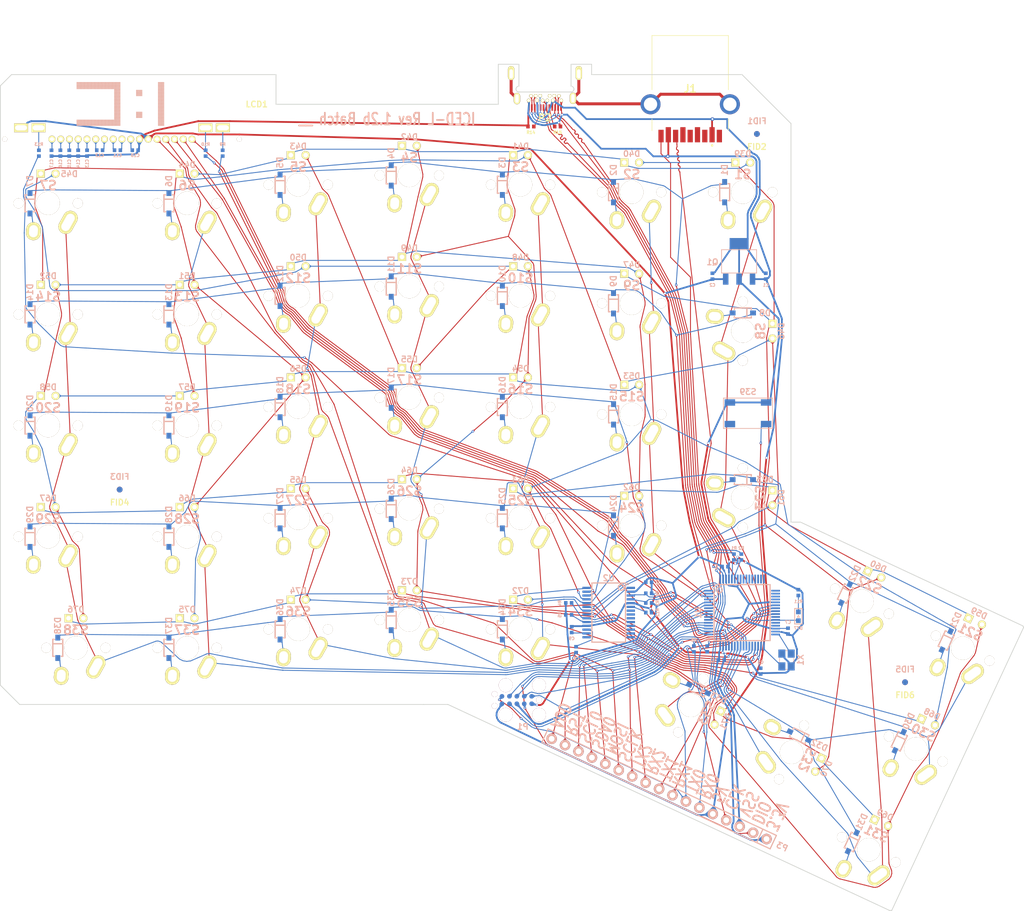
<source format=kicad_pcb>
(kicad_pcb (version 20171130) (host pcbnew 5.1.6-c6e7f7d~87~ubuntu20.04.1)
  (title_block (title ICED-L) (date 2016-07-17) (rev 1.2b) (company "Input Club"))
  (layers (0 Front signal) (31 Back signal) (34 B.Paste user) (35 F.Paste user) (36 B.SilkS user) (37 F.SilkS user) (38 B.Mask user) (39 F.Mask user) (44 Edge.Cuts user))
  (net 0 "")
  (net 1 +5V)
  (net 2 /ledmatrix/CA1)
  (net 3 /ledmatrix/CA2)
  (net 4 /ledmatrix/CA3)
  (net 5 /ledmatrix/CA4)
  (net 6 /ledmatrix/CA5)
  (net 7 /ledmatrix/CA6)
  (net 8 /ledmatrix/CA7)
  (net 9 /ledmatrix/CA8)
  (net 10 /ledmatrix/CA9)
  (net 11 /mcu/A0)
  (net 12 /mcu/INTB)
  (net 13 /mcu/LCD_KB)
  (net 14 /mcu/LCD_KG)
  (net 15 /mcu/LCD_KR)
  (net 16 /mcu/MOSI)
  (net 17 /mcu/RST)
  (net 18 /mcu/RX0)
  (net 19 /mcu/RX1)
  (net 20 /mcu/RX2)
  (net 21 /mcu/SCL0)
  (net 22 /mcu/SCLK)
  (net 23 /mcu/SDA0)
  (net 24 /mcu/SDB)
  (net 25 /mcu/SS1)
  (net 26 /mcu/SWD_CLK)
  (net 27 /mcu/SWD_DIO)
  (net 28 /mcu/TX0)
  (net 29 /mcu/TX1)
  (net 30 /mcu/TX2)
  (net 31 /mcu/USB_DM)
  (net 32 /mcu/USB_DP)
  (net 33 VDD)
  (net 34 VSS)
  (net 35 /mcu/MCU_RESET)
  (net 36 "Net-(C8-Pad1)")
  (net 37 /mcu/AUD)
  (net 38 "Net-(C9-Pad1)")
  (net 39 "Net-(C10-Pad1)")
  (net 40 "Net-(C11-Pad1)")
  (net 41 "Net-(C11-Pad2)")
  (net 42 "Net-(C12-Pad1)")
  (net 43 "Net-(C12-Pad2)")
  (net 44 "Net-(C13-Pad2)")
  (net 45 "Net-(C14-Pad2)")
  (net 46 "Net-(C15-Pad2)")
  (net 47 "Net-(C16-Pad2)")
  (net 48 "Net-(C17-Pad2)")
  (net 49 "Net-(D1-Pad1)")
  (net 50 "Net-(D2-Pad1)")
  (net 51 "Net-(D3-Pad1)")
  (net 52 "Net-(D4-Pad1)")
  (net 53 "Net-(D5-Pad1)")
  (net 54 "Net-(D6-Pad1)")
  (net 55 "Net-(D7-Pad1)")
  (net 56 "Net-(D8-Pad1)")
  (net 57 "Net-(D9-Pad1)")
  (net 58 "Net-(D10-Pad1)")
  (net 59 "Net-(D11-Pad1)")
  (net 60 "Net-(D12-Pad1)")
  (net 61 "Net-(D13-Pad1)")
  (net 62 "Net-(D14-Pad1)")
  (net 63 "Net-(D15-Pad1)")
  (net 64 "Net-(D16-Pad1)")
  (net 65 "Net-(D17-Pad1)")
  (net 66 "Net-(D18-Pad1)")
  (net 67 "Net-(D19-Pad1)")
  (net 68 "Net-(D20-Pad1)")
  (net 69 "Net-(D21-Pad1)")
  (net 70 "Net-(D22-Pad1)")
  (net 71 "Net-(D23-Pad1)")
  (net 72 "Net-(D24-Pad1)")
  (net 73 "Net-(D25-Pad1)")
  (net 74 "Net-(D26-Pad1)")
  (net 75 "Net-(D27-Pad1)")
  (net 76 "Net-(D28-Pad1)")
  (net 77 "Net-(D29-Pad1)")
  (net 78 "Net-(D30-Pad1)")
  (net 79 "Net-(D31-Pad1)")
  (net 80 "Net-(D32-Pad1)")
  (net 81 "Net-(D33-Pad1)")
  (net 82 "Net-(D34-Pad1)")
  (net 83 "Net-(D35-Pad1)")
  (net 84 "Net-(D36-Pad1)")
  (net 85 "Net-(D37-Pad1)")
  (net 86 "Net-(D38-Pad1)")
  (net 87 /mcu/PTA5)
  (net 88 "Net-(D77-Pad2)")
  (net 89 "Net-(LCD1-Pad2)")
  (net 90 "Net-(LCD1-Pad20)")
  (net 91 "Net-(LCD1-Pad21)")
  (net 92 "Net-(R6-Pad1)")
  (net 93 "Net-(R7-Pad1)")
  (net 94 "Net-(R12-Pad1)")
  (net 95 "Net-(U1-Pad32)")
  (net 96 "Net-(U1-Pad33)")
  (net 97 /Row1)
  (net 98 /Row2)
  (net 99 /Row3)
  (net 100 /Row4)
  (net 101 /Row5)
  (net 102 "Net-(P2-Pad8)")
  (net 103 "Net-(P2-Pad5)")
  (net 104 /GND)
  (net 105 "Net-(R1-Pad2)")
  (net 106 "Net-(R2-Pad2)")
  (net 107 "Net-(P2-Pad17)")
  (net 108 /Col3)
  (net 109 /Col4)
  (net 110 /Col5)
  (net 111 /Col6)
  (net 112 /Col7)
  (net 113 /Col8)
  (net 114 /Col9)
  (net 115 /Col1)
  (net 116 /Col2)
  (net 117 "Net-(S39-Pad1)")
  (net 118 /mcu/ADC0_DP0)
  (net 119 /mcu/ADC0_DM0)
  (net 120 /mcu/ADC1_DP0)
  (net 121 /mcu/ADC1_DM0)
  (net 122 "Net-(U1-Pad13)")
  (net 123 "Net-(U1-Pad14)")
  (net 124 "Net-(U1-Pad15)")
  (net 125 "Net-(U1-Pad16)")
  (net 126 "Net-(U1-Pad17)")
  (net 127 "Net-(U1-Pad18)")
  (net 128 "Net-(U1-Pad19)")
  (net 129 "Net-(U1-Pad20)")
  (net 130 /mcu/PTA4)
  (net 131 /mcu/PTA12)
  (net 132 /mcu/PTA13)
  (net 133 /mcu/CB1)
  (net 134 /mcu/CB2)
  (net 135 /mcu/CB3)
  (net 136 /mcu/CB4)
  (net 137 /mcu/CB5)
  (net 138 /mcu/CB6)
  (net 139 /mcu/CB7)
  (net 140 /mcu/CB8)
  (net 141 /mcu/CB9)
  (net 142 "Net-(P2-Pad20)")
  (net 143 "Net-(J1-Pad9)")
  (net 144 "Net-(J1-Pad8)")
  (net 145 "Net-(J1-Pad7)")
  (net 146 "Net-(J1-Pad3)")
  (net 147 "Net-(J1-Pad2)")
  (module prettylib:692122030100 (layer Front) (at 135.89 32.639 180)
    (fp_text reference J1 (at 0 2.669) (layer F.SilkS) (effects (font (size 1.27 1.27) (thickness 0.254))))
    (fp_text value 692122030100 hide)
    (pad MH4 np_thru_hole circle (at 3.4 0 180) (size 2 0) (drill 2) (layers *.Cu *.Mask))
    (pad MH3 np_thru_hole circle (at -3.4 0 180) (size 2 0) (drill 2) (layers *.Cu *.Mask))
    (pad MH2 thru_hole circle (at 6.8 0 180) (size 3.438 3.438) (drill 2.2922) (layers *.Cu *.Mask) (net 104 /GND))
    (pad MH1 thru_hole circle (at -6.8 0 180) (size 3.438 3.438) (drill 2.2922) (layers *.Cu *.Mask) (net 104 /GND))
    (pad 9 smd rect (at -5 -5.445 180) (size 0.9 2.15) (layers Front F.Paste F.Mask) (net 143 "Net-(J1-Pad9)"))
    (pad 8 smd rect (at -2.5 -5.445 180) (size 0.9 2.15) (layers Front F.Paste F.Mask) (net 144 "Net-(J1-Pad8)"))
    (pad 7 smd rect (at 0 -5.445 180) (size 0.9 2.15) (layers Front F.Paste F.Mask) (net 145 "Net-(J1-Pad7)"))
    (pad 6 smd rect (at 2.5 -5.445 180) (size 0.9 2.15) (layers Front F.Paste F.Mask) (net 18 /mcu/RX0))
    (pad 5 smd rect (at 5 -5.445 180) (size 0.9 2.15) (layers Front F.Paste F.Mask) (net 28 /mcu/TX0))
    (pad 4 smd rect (at 3.75 -5.22 180) (size 0.9 2.6) (layers Front F.Paste F.Mask) (net 34 VSS))
    (pad 3 smd rect (at 1.25 -5.22 180) (size 0.9 2.6) (layers Front F.Paste F.Mask) (net 146 "Net-(J1-Pad3)"))
    (pad 2 smd rect (at -1.25 -5.22 180) (size 0.9 2.6) (layers Front F.Paste F.Mask) (net 147 "Net-(J1-Pad2)"))
    (pad 1 smd rect (at -3.75 -5.22 180) (size 0.9 2.6) (layers Front F.Paste F.Mask) (net 1 +5V))
  )
  (module prettylib:SMD-1005 (layer Front) (at 108.585 36.449 270)
    (fp_text reference R14 (at 1.016 0) (layer F.SilkS) (effects (font (size 0.508 0.508) (thickness 0.127))))
    (fp_text value 5.1k hide)
    (pad 1 smd rect (at 0 -0.5 270) (size 0.65 0.6) (layers Front F.Paste F.Mask) (net 107 "Net-(P2-Pad17)"))
    (pad 2 smd rect (at 0 0.5 270) (size 0.65 0.6) (layers Front F.Paste F.Mask) (net 34 VSS))
  )
  (module prettylib:LQFP64 (layer Back) (at 144.78 119.761 270)
    (fp_text reference U1 (at 0.019 7.5262 270) (layer B.SilkS) (effects (font (thickness 0.2)) (justify mirror)))
    (fp_text value MK20DX256VLH7 hide)
    (fp_text user ○ (at -5.55 5.55 270) (layer B.SilkS) (effects (font (size 0.4 0.4) (thickness 0.1)) (justify mirror)))
    (pad 1 smd rect (at -5.75 3.75 270) (size 1.5 0.3) (layers Back B.Paste B.Mask) (net 29 /mcu/TX1))
    (pad 2 smd rect (at -5.75 3.25 270) (size 1.5 0.3) (layers Back B.Paste B.Mask) (net 19 /mcu/RX1))
    (pad 3 smd rect (at -5.75 2.75 270) (size 1.5 0.3) (layers Back B.Paste B.Mask) (net 33 VDD))
    (pad 4 smd rect (at -5.75 2.25 270) (size 1.5 0.3) (layers Back B.Paste B.Mask) (net 34 VSS))
    (pad 5 smd rect (at -5.75 1.75 270) (size 1.5 0.3) (layers Back B.Paste B.Mask) (net 105 "Net-(R1-Pad2)"))
    (pad 6 smd rect (at -5.75 1.25 270) (size 1.5 0.3) (layers Back B.Paste B.Mask) (net 106 "Net-(R2-Pad2)"))
    (pad 7 smd rect (at -5.75 0.75 270) (size 1.5 0.3) (layers Back B.Paste B.Mask) (net 33 VDD))
    (pad 8 smd rect (at -5.75 0.25 270) (size 1.5 0.3) (layers Back B.Paste B.Mask) (net 33 VDD))
    (pad 9 smd rect (at -5.75 -0.25 270) (size 1.5 0.3) (layers Back B.Paste B.Mask) (net 118 /mcu/ADC0_DP0))
    (pad 10 smd rect (at -5.75 -0.75 270) (size 1.5 0.3) (layers Back B.Paste B.Mask) (net 119 /mcu/ADC0_DM0))
    (pad 11 smd rect (at -5.75 -1.25 270) (size 1.5 0.3) (layers Back B.Paste B.Mask) (net 120 /mcu/ADC1_DP0))
    (pad 12 smd rect (at -5.75 -1.75 270) (size 1.5 0.3) (layers Back B.Paste B.Mask) (net 121 /mcu/ADC1_DM0))
    (pad 13 smd rect (at -5.75 -2.25 270) (size 1.5 0.3) (layers Back B.Paste B.Mask) (net 122 "Net-(U1-Pad13)"))
    (pad 14 smd rect (at -5.75 -2.75 270) (size 1.5 0.3) (layers Back B.Paste B.Mask) (net 123 "Net-(U1-Pad14)"))
    (pad 15 smd rect (at -5.75 -3.25 270) (size 1.5 0.3) (layers Back B.Paste B.Mask) (net 124 "Net-(U1-Pad15)"))
    (pad 16 smd rect (at -5.75 -3.75 270) (size 1.5 0.3) (layers Back B.Paste B.Mask) (net 125 "Net-(U1-Pad16)"))
    (pad 17 smd rect (at -3.75 -5.75 180) (size 1.5 0.3) (layers Back B.Paste B.Mask) (net 126 "Net-(U1-Pad17)"))
    (pad 18 smd rect (at -3.25 -5.75 180) (size 1.5 0.3) (layers Back B.Paste B.Mask) (net 127 "Net-(U1-Pad18)"))
    (pad 19 smd rect (at -2.75 -5.75 180) (size 1.5 0.3) (layers Back B.Paste B.Mask) (net 128 "Net-(U1-Pad19)"))
    (pad 20 smd rect (at -2.25 -5.75 180) (size 1.5 0.3) (layers Back B.Paste B.Mask) (net 129 "Net-(U1-Pad20)"))
    (pad 21 smd rect (at -1.75 -5.75 180) (size 1.5 0.3) (layers Back B.Paste B.Mask) (net 33 VDD))
    (pad 22 smd rect (at -1.25 -5.75 180) (size 1.5 0.3) (layers Back B.Paste B.Mask) (net 92 "Net-(R6-Pad1)"))
    (pad 23 smd rect (at -0.75 -5.75 180) (size 1.5 0.3) (layers Back B.Paste B.Mask) (net 18 /mcu/RX0))
    (pad 24 smd rect (at -0.25 -5.75 180) (size 1.5 0.3) (layers Back B.Paste B.Mask) (net 28 /mcu/TX0))
    (pad 25 smd rect (at 0.25 -5.75 180) (size 1.5 0.3) (layers Back B.Paste B.Mask) (net 93 "Net-(R7-Pad1)"))
    (pad 26 smd rect (at 0.75 -5.75 180) (size 1.5 0.3) (layers Back B.Paste B.Mask) (net 130 /mcu/PTA4))
    (pad 27 smd rect (at 1.25 -5.75 180) (size 1.5 0.3) (layers Back B.Paste B.Mask) (net 87 /mcu/PTA5))
    (pad 28 smd rect (at 1.75 -5.75 180) (size 1.5 0.3) (layers Back B.Paste B.Mask) (net 131 /mcu/PTA12))
    (pad 29 smd rect (at 2.25 -5.75 180) (size 1.5 0.3) (layers Back B.Paste B.Mask) (net 132 /mcu/PTA13))
    (pad 30 smd rect (at 2.75 -5.75 180) (size 1.5 0.3) (layers Back B.Paste B.Mask) (net 33 VDD))
    (pad 31 smd rect (at 3.25 -5.75 180) (size 1.5 0.3) (layers Back B.Paste B.Mask) (net 34 VSS))
    (pad 32 smd rect (at 3.75 -5.75 180) (size 1.5 0.3) (layers Back B.Paste B.Mask) (net 95 "Net-(U1-Pad32)"))
    (pad 33 smd rect (at 5.75 -3.75 270) (size 1.5 0.3) (layers Back B.Paste B.Mask) (net 96 "Net-(U1-Pad33)"))
    (pad 34 smd rect (at 5.75 -3.25 270) (size 1.5 0.3) (layers Back B.Paste B.Mask) (net 35 /mcu/MCU_RESET))
    (pad 35 smd rect (at 5.75 -2.75 270) (size 1.5 0.3) (layers Back B.Paste B.Mask) (net 21 /mcu/SCL0))
    (pad 36 smd rect (at 5.75 -2.25 270) (size 1.5 0.3) (layers Back B.Paste B.Mask) (net 23 /mcu/SDA0))
    (pad 37 smd rect (at 5.75 -1.75 270) (size 1.5 0.3) (layers Back B.Paste B.Mask) (net 115 /Col1))
    (pad 38 smd rect (at 5.75 -1.25 270) (size 1.5 0.3) (layers Back B.Paste B.Mask) (net 116 /Col2))
    (pad 39 smd rect (at 5.75 -0.75 270) (size 1.5 0.3) (layers Back B.Paste B.Mask) (net 24 /mcu/SDB))
    (pad 40 smd rect (at 5.75 -0.25 270) (size 1.5 0.3) (layers Back B.Paste B.Mask) (net 12 /mcu/INTB))
    (pad 41 smd rect (at 5.75 0.25 270) (size 1.5 0.3) (layers Back B.Paste B.Mask) (net 108 /Col3))
    (pad 42 smd rect (at 5.75 0.75 270) (size 1.5 0.3) (layers Back B.Paste B.Mask) (net 109 /Col4))
    (pad 43 smd rect (at 5.75 1.25 270) (size 1.5 0.3) (layers Back B.Paste B.Mask) (net 110 /Col5))
    (pad 44 smd rect (at 5.75 1.75 270) (size 1.5 0.3) (layers Back B.Paste B.Mask) (net 15 /mcu/LCD_KR))
    (pad 45 smd rect (at 5.75 2.25 270) (size 1.5 0.3) (layers Back B.Paste B.Mask) (net 14 /mcu/LCD_KG))
    (pad 46 smd rect (at 5.75 2.75 270) (size 1.5 0.3) (layers Back B.Paste B.Mask) (net 13 /mcu/LCD_KB))
    (pad 47 smd rect (at 5.75 3.25 270) (size 1.5 0.3) (layers Back B.Paste B.Mask) (net 34 VSS))
    (pad 48 smd rect (at 5.75 3.75 270) (size 1.5 0.3) (layers Back B.Paste B.Mask) (net 33 VDD))
    (pad 49 smd rect (at 3.75 5.75 180) (size 1.5 0.3) (layers Back B.Paste B.Mask) (net 25 /mcu/SS1))
    (pad 50 smd rect (at 3.25 5.75 180) (size 1.5 0.3) (layers Back B.Paste B.Mask) (net 22 /mcu/SCLK))
    (pad 51 smd rect (at 2.75 5.75 180) (size 1.5 0.3) (layers Back B.Paste B.Mask) (net 16 /mcu/MOSI))
    (pad 52 smd rect (at 2.25 5.75 180) (size 1.5 0.3) (layers Back B.Paste B.Mask) (net 11 /mcu/A0))
    (pad 53 smd rect (at 1.75 5.75 180) (size 1.5 0.3) (layers Back B.Paste B.Mask) (net 17 /mcu/RST))
    (pad 54 smd rect (at 1.25 5.75 180) (size 1.5 0.3) (layers Back B.Paste B.Mask) (net 111 /Col6))
    (pad 55 smd rect (at 0.75 5.75 180) (size 1.5 0.3) (layers Back B.Paste B.Mask) (net 112 /Col7))
    (pad 56 smd rect (at 0.25 5.75 180) (size 1.5 0.3) (layers Back B.Paste B.Mask) (net 113 /Col8))
    (pad 57 smd rect (at -0.25 5.75 180) (size 1.5 0.3) (layers Back B.Paste B.Mask) (net 114 /Col9))
    (pad 58 smd rect (at -0.75 5.75 180) (size 1.5 0.3) (layers Back B.Paste B.Mask) (net 97 /Row1))
    (pad 59 smd rect (at -1.25 5.75 180) (size 1.5 0.3) (layers Back B.Paste B.Mask) (net 20 /mcu/RX2))
    (pad 60 smd rect (at -1.75 5.75 180) (size 1.5 0.3) (layers Back B.Paste B.Mask) (net 30 /mcu/TX2))
    (pad 61 smd rect (at -2.25 5.75 180) (size 1.5 0.3) (layers Back B.Paste B.Mask) (net 98 /Row2))
    (pad 62 smd rect (at -2.75 5.75 180) (size 1.5 0.3) (layers Back B.Paste B.Mask) (net 99 /Row3))
    (pad 63 smd rect (at -3.25 5.75 180) (size 1.5 0.3) (layers Back B.Paste B.Mask) (net 100 /Row4))
    (pad 64 smd rect (at -3.75 5.75 180) (size 1.5 0.3) (layers Back B.Paste B.Mask) (net 101 /Row5))
  )
  (module prettylib:SMD-1005 (layer Back) (at 26.416 41.021)
    (fp_text reference C17 (at 0 1.778 90) (layer B.SilkS) (effects (font (size 0.508 0.508) (thickness 0.127)) (justify mirror)))
    (fp_text value 1uF hide)
    (pad 1 smd rect (at 0 0.5) (size 0.65 0.6) (layers Back B.Paste B.Mask) (net 34 VSS))
    (pad 2 smd rect (at 0 -0.5) (size 0.65 0.6) (layers Back B.Paste B.Mask) (net 48 "Net-(C17-Pad2)"))
  )
  (module prettylib:SMD-1005 (layer Back) (at 27.94 41.021)
    (fp_text reference C16 (at 0 1.778 90) (layer B.SilkS) (effects (font (size 0.508 0.508) (thickness 0.127)) (justify mirror)))
    (fp_text value 1uF hide)
    (pad 1 smd rect (at 0 0.5) (size 0.65 0.6) (layers Back B.Paste B.Mask) (net 34 VSS))
    (pad 2 smd rect (at 0 -0.5) (size 0.65 0.6) (layers Back B.Paste B.Mask) (net 47 "Net-(C16-Pad2)"))
  )
  (module prettylib:SMD-1005 (layer Back) (at 55.753 41.021 180)
    (fp_text reference R9 (at 0 1.524 180) (layer B.SilkS) (effects (font (size 0.508 0.508) (thickness 0.127)) (justify mirror)))
    (fp_text value 66.5 hide)
    (pad 1 smd rect (at 0 0.5 180) (size 0.65 0.6) (layers Back B.Paste B.Mask) (net 91 "Net-(LCD1-Pad21)"))
    (pad 2 smd rect (at 0 -0.5 180) (size 0.65 0.6) (layers Back B.Paste B.Mask) (net 13 /mcu/LCD_KB))
  )
  (module prettylib:SMD-1005 (layer Back) (at 128.778 116.459 90)
    (fp_text reference R8 (at 0 1.524 90) (layer B.SilkS) (effects (font (size 0.508 0.508) (thickness 0.127)) (justify mirror)))
    (fp_text value 100k hide)
    (pad 1 smd rect (at 0 0.5 90) (size 0.65 0.6) (layers Back B.Paste B.Mask) (net 34 VSS))
    (pad 2 smd rect (at 0 -0.5 90) (size 0.65 0.6) (layers Back B.Paste B.Mask) (net 24 /mcu/SDB))
  )
  (module prettylib:SMD-1005 (layer Back) (at 138.811 125.984 180)
    (fp_text reference R7 (at 0 1.524 180) (layer B.SilkS) (effects (font (size 0.508 0.508) (thickness 0.127)) (justify mirror)))
    (fp_text value 100 hide)
    (pad 1 smd rect (at 0 0.5 180) (size 0.65 0.6) (layers Back B.Paste B.Mask) (net 93 "Net-(R7-Pad1)"))
    (pad 2 smd rect (at 0 -0.5 180) (size 0.65 0.6) (layers Back B.Paste B.Mask) (net 27 /mcu/SWD_DIO))
  )
  (module prettylib:SMD-1005 (layer Back) (at 52.832 41.021 180)
    (fp_text reference R10 (at 0 1.524 180) (layer B.SilkS) (effects (font (size 0.508 0.508) (thickness 0.127)) (justify mirror)))
    (fp_text value 66.5 hide)
    (pad 1 smd rect (at 0 0.5 180) (size 0.65 0.6) (layers Back B.Paste B.Mask) (net 90 "Net-(LCD1-Pad20)"))
    (pad 2 smd rect (at 0 -0.5 180) (size 0.65 0.6) (layers Back B.Paste B.Mask) (net 14 /mcu/LCD_KG))
  )
  (module prettylib:SMD-1005 (layer Back) (at 154.432 116.332)
    (fp_text reference R11 (at 0 1.524) (layer B.SilkS) (effects (font (size 0.508 0.508) (thickness 0.127)) (justify mirror)))
    (fp_text value 1k hide)
    (pad 1 smd rect (at 0 0.5) (size 0.65 0.6) (layers Back B.Paste B.Mask) (net 88 "Net-(D77-Pad2)"))
    (pad 2 smd rect (at 0 -0.5) (size 0.65 0.6) (layers Back B.Paste B.Mask) (net 34 VSS))
  )
  (module prettylib:SMD-1005 (layer Back) (at 136.525 125.984 180)
    (fp_text reference R6 (at 0 1.524 180) (layer B.SilkS) (effects (font (size 0.508 0.508) (thickness 0.127)) (justify mirror)))
    (fp_text value 100 hide)
    (pad 1 smd rect (at 0 0.5 180) (size 0.65 0.6) (layers Back B.Paste B.Mask) (net 92 "Net-(R6-Pad1)"))
    (pad 2 smd rect (at 0 -0.5 180) (size 0.65 0.6) (layers Back B.Paste B.Mask) (net 26 /mcu/SWD_CLK))
  )
  (module prettylib:SMD-1005 (layer Back) (at 115.062 120.142 270)
    (fp_text reference R5 (at 0 1.524 270) (layer B.SilkS) (effects (font (size 0.508 0.508) (thickness 0.127)) (justify mirror)))
    (fp_text value 4.7k hide)
    (pad 1 smd rect (at 0 0.5 270) (size 0.65 0.6) (layers Back B.Paste B.Mask) (net 33 VDD))
    (pad 2 smd rect (at 0 -0.5 270) (size 0.65 0.6) (layers Back B.Paste B.Mask) (net 23 /mcu/SDA0))
  )
  (module prettylib:SMD-1005 (layer Back) (at 115.062 118.11 270)
    (fp_text reference R4 (at 0 1.524 270) (layer B.SilkS) (effects (font (size 0.508 0.508) (thickness 0.127)) (justify mirror)))
    (fp_text value 4.7k hide)
    (pad 1 smd rect (at 0 0.5 270) (size 0.65 0.6) (layers Back B.Paste B.Mask) (net 33 VDD))
    (pad 2 smd rect (at 0 -0.5 270) (size 0.65 0.6) (layers Back B.Paste B.Mask) (net 21 /mcu/SCL0))
  )
  (module prettylib:SMD-1005 (layer Back) (at 40.767 40.513 270)
    (fp_text reference C10 (at 0.889 0) (layer B.SilkS) (effects (font (size 0.508 0.508) (thickness 0.127)) (justify mirror)))
    (fp_text value 1uF hide)
    (pad 1 smd rect (at 0 0.5 270) (size 0.65 0.6) (layers Back B.Paste B.Mask) (net 39 "Net-(C10-Pad1)"))
    (pad 2 smd rect (at 0 -0.5 270) (size 0.65 0.6) (layers Back B.Paste B.Mask) (net 34 VSS))
  )
  (module prettylib:SMD-1005 (layer Back) (at 115.57 122.682)
    (fp_text reference C9 (at 0 1.524) (layer B.SilkS) (effects (font (size 0.508 0.508) (thickness 0.127)) (justify mirror)))
    (fp_text value 0.1uF hide)
    (pad 1 smd rect (at 0 0.5) (size 0.65 0.6) (layers Back B.Paste B.Mask) (net 38 "Net-(C9-Pad1)"))
    (pad 2 smd rect (at 0 -0.5) (size 0.65 0.6) (layers Back B.Paste B.Mask) (net 34 VSS))
  )
  (module prettylib:SMD-1005 (layer Back) (at 29.464 41.021)
    (fp_text reference C15 (at 0 1.778 90) (layer B.SilkS) (effects (font (size 0.508 0.508) (thickness 0.127)) (justify mirror)))
    (fp_text value 1uF hide)
    (pad 1 smd rect (at 0 0.5) (size 0.65 0.6) (layers Back B.Paste B.Mask) (net 34 VSS))
    (pad 2 smd rect (at 0 -0.5) (size 0.65 0.6) (layers Back B.Paste B.Mask) (net 46 "Net-(C15-Pad2)"))
  )
  (module prettylib:SMD-1005 (layer Back) (at 116.332 126.111 180)
    (fp_text reference C8 (at 0 -1.524 180) (layer B.SilkS) (effects (font (size 0.508 0.508) (thickness 0.127)) (justify mirror)))
    (fp_text value 0.22uF hide)
    (pad 1 smd rect (at 0 0.5 180) (size 0.65 0.6) (layers Back B.Paste B.Mask) (net 36 "Net-(C8-Pad1)"))
    (pad 2 smd rect (at 0 -0.5 180) (size 0.65 0.6) (layers Back B.Paste B.Mask) (net 37 /mcu/AUD))
  )
  (module prettylib:SMD-1005 (layer Back) (at 30.988 41.021)
    (fp_text reference C14 (at 0 1.778 90) (layer B.SilkS) (effects (font (size 0.508 0.508) (thickness 0.127)) (justify mirror)))
    (fp_text value 1uF hide)
    (pad 1 smd rect (at 0 0.5) (size 0.65 0.6) (layers Back B.Paste B.Mask) (net 34 VSS))
    (pad 2 smd rect (at 0 -0.5) (size 0.65 0.6) (layers Back B.Paste B.Mask) (net 45 "Net-(C14-Pad2)"))
  )
  (module prettylib:SMD-1005 (layer Back) (at 32.512 41.021)
    (fp_text reference C13 (at 0 1.778 90) (layer B.SilkS) (effects (font (size 0.508 0.508) (thickness 0.127)) (justify mirror)))
    (fp_text value 1uF hide)
    (pad 1 smd rect (at 0 0.5) (size 0.65 0.6) (layers Back B.Paste B.Mask) (net 34 VSS))
    (pad 2 smd rect (at 0 -0.5) (size 0.65 0.6) (layers Back B.Paste B.Mask) (net 44 "Net-(C13-Pad2)"))
  )
  (module prettylib:SMD-1005 (layer Back) (at 34.671 40.513 90)
    (fp_text reference C12 (at -0.889 0 180) (layer B.SilkS) (effects (font (size 0.508 0.508) (thickness 0.127)) (justify mirror)))
    (fp_text value 1uF hide)
    (pad 1 smd rect (at 0 0.5 90) (size 0.65 0.6) (layers Back B.Paste B.Mask) (net 42 "Net-(C12-Pad1)"))
    (pad 2 smd rect (at 0 -0.5 90) (size 0.65 0.6) (layers Back B.Paste B.Mask) (net 43 "Net-(C12-Pad2)"))
  )
  (module prettylib:SMD-1005 (layer Back) (at 37.719 40.513 90)
    (fp_text reference C11 (at -0.889 0 180) (layer B.SilkS) (effects (font (size 0.508 0.508) (thickness 0.127)) (justify mirror)))
    (fp_text value 1uF hide)
    (pad 1 smd rect (at 0 0.5 90) (size 0.65 0.6) (layers Back B.Paste B.Mask) (net 40 "Net-(C11-Pad1)"))
    (pad 2 smd rect (at 0 -0.5 90) (size 0.65 0.6) (layers Back B.Paste B.Mask) (net 41 "Net-(C11-Pad2)"))
  )
  (module prettylib:SMD-1005 (layer Back) (at 147.955 129.794 180)
    (fp_text reference C5 (at 0 1.524 180) (layer B.SilkS) (effects (font (size 0.508 0.508) (thickness 0.127)) (justify mirror)))
    (fp_text value 0.1uF hide)
    (pad 1 smd rect (at 0 0.5 180) (size 0.65 0.6) (layers Back B.Paste B.Mask) (net 35 /mcu/MCU_RESET))
    (pad 2 smd rect (at 0 -0.5 180) (size 0.65 0.6) (layers Back B.Paste B.Mask) (net 34 VSS))
  )
  (module prettylib:SMD-1005 (layer Back) (at 128.778 118.11 90)
    (fp_text reference R3 (at 0 1.524 90) (layer B.SilkS) (effects (font (size 0.508 0.508) (thickness 0.127)) (justify mirror)))
    (fp_text value 4.7k hide)
    (pad 1 smd rect (at 0 0.5 90) (size 0.65 0.6) (layers Back B.Paste B.Mask) (net 33 VDD))
    (pad 2 smd rect (at 0 -0.5 90) (size 0.65 0.6) (layers Back B.Paste B.Mask) (net 12 /mcu/INTB))
  )
  (module prettylib:SMD-1005 (layer Back) (at 152.654 122.936 180)
    (fp_text reference C7 (at 0 1.524 180) (layer B.SilkS) (effects (font (size 0.508 0.508) (thickness 0.127)) (justify mirror)))
    (fp_text value 0.1uF hide)
    (pad 1 smd rect (at 0 0.5 180) (size 0.65 0.6) (layers Back B.Paste B.Mask) (net 33 VDD))
    (pad 2 smd rect (at 0 -0.5 180) (size 0.65 0.6) (layers Back B.Paste B.Mask) (net 34 VSS))
  )
  (module prettylib:SMD-1005 (layer Back) (at 141.224 127.889 270)
    (fp_text reference C3 (at 0 1.524 270) (layer B.SilkS) (effects (font (size 0.508 0.508) (thickness 0.127)) (justify mirror)))
    (fp_text value 0.1uF hide)
    (pad 1 smd rect (at 0 0.5 270) (size 0.65 0.6) (layers Back B.Paste B.Mask) (net 33 VDD))
    (pad 2 smd rect (at 0 -0.5 270) (size 0.65 0.6) (layers Back B.Paste B.Mask) (net 34 VSS))
  )
  (module prettylib:SMD-1005 (layer Back) (at 148.844 62.103)
    (fp_text reference C1 (at 0 1.524) (layer B.SilkS) (effects (font (size 0.508 0.508) (thickness 0.127)) (justify mirror)))
    (fp_text value 1uF hide)
    (pad 1 smd rect (at 0 0.5) (size 0.65 0.6) (layers Back B.Paste B.Mask) (net 1 +5V))
    (pad 2 smd rect (at 0 -0.5) (size 0.65 0.6) (layers Back B.Paste B.Mask) (net 34 VSS))
  )
  (module prettylib:SMD-1005 (layer Back) (at 144.653 110.236 180)
    (fp_text reference R2 (at 0 1.524 180) (layer B.SilkS) (effects (font (size 0.508 0.508) (thickness 0.127)) (justify mirror)))
    (fp_text value 33 hide)
    (pad 1 smd rect (at 0 0.5 180) (size 0.65 0.6) (layers Back B.Paste B.Mask) (net 31 /mcu/USB_DM))
    (pad 2 smd rect (at 0 -0.5 180) (size 0.65 0.6) (layers Back B.Paste B.Mask) (net 106 "Net-(R2-Pad2)"))
  )
  (module prettylib:SMD-1005 (layer Back) (at 128.778 114.554 90)
    (fp_text reference C6 (at 0 1.524 90) (layer B.SilkS) (effects (font (size 0.508 0.508) (thickness 0.127)) (justify mirror)))
    (fp_text value 1uF hide)
    (pad 1 smd rect (at 0 0.5 90) (size 0.65 0.6) (layers Back B.Paste B.Mask) (net 34 VSS))
    (pad 2 smd rect (at 0 -0.5 90) (size 0.65 0.6) (layers Back B.Paste B.Mask) (net 33 VDD))
  )
  (module prettylib:SMD-1005 (layer Back) (at 139.7 62.103)
    (fp_text reference C2 (at 0 1.524) (layer B.SilkS) (effects (font (size 0.508 0.508) (thickness 0.127)) (justify mirror)))
    (fp_text value 1uF hide)
    (pad 1 smd rect (at 0 0.5) (size 0.65 0.6) (layers Back B.Paste B.Mask) (net 33 VDD))
    (pad 2 smd rect (at 0 -0.5) (size 0.65 0.6) (layers Back B.Paste B.Mask) (net 34 VSS))
  )
  (module prettylib:SMD-1005 (layer Back) (at 141.859 111.887 270)
    (fp_text reference C4 (at 0 1.524 270) (layer B.SilkS) (effects (font (size 0.508 0.508) (thickness 0.127)) (justify mirror)))
    (fp_text value 0.1uF hide)
    (pad 1 smd rect (at 0 0.5 270) (size 0.65 0.6) (layers Back B.Paste B.Mask) (net 33 VDD))
    (pad 2 smd rect (at 0 -0.5 270) (size 0.65 0.6) (layers Back B.Paste B.Mask) (net 34 VSS))
  )
  (module prettylib:SMD-1005 (layer Back) (at 143.383 110.236 180)
    (fp_text reference R1 (at 0 1.524 180) (layer B.SilkS) (effects (font (size 0.508 0.508) (thickness 0.127)) (justify mirror)))
    (fp_text value 33 hide)
    (pad 1 smd rect (at 0 0.5 180) (size 0.65 0.6) (layers Back B.Paste B.Mask) (net 32 /mcu/USB_DP))
    (pad 2 smd rect (at 0 -0.5 180) (size 0.65 0.6) (layers Back B.Paste B.Mask) (net 105 "Net-(R1-Pad2)"))
  )
  (module prettylib:LED-0603 (layer Back) (at 154.432 120.396 90)
    (fp_text reference D77 (at -2.032 0) (layer B.SilkS) (effects (font (size 0.508 0.508) (thickness 0.127)) (justify mirror)))
    (fp_text value LED hide)
    (pad 1 smd rect (at -0.7493 0 90) (size 0.79756 0.79756) (layers Back B.Paste B.Mask) (net 87 /mcu/PTA5))
    (pad 2 smd rect (at 0.7493 0 90) (size 0.79756 0.79756) (layers Back B.Paste B.Mask) (net 88 "Net-(D77-Pad2)"))
  )
  (module prettylib:NX3225SA (layer Back) (at 152.4 127.889 270)
    (fp_text reference X1 (at 0 -2.413 90) (layer B.SilkS) (effects (font (thickness 0.2)) (justify mirror)))
    (fp_text value CRYSTAL hide)
    (pad 3 smd rect (at 1.1 0.8 270) (size 1.4 1.2) (layers Back B.Paste B.Mask) (net 96 "Net-(U1-Pad33)"))
    (pad 2 smd rect (at 1.1 -0.8 270) (size 1.4 1.2) (layers Back B.Paste B.Mask) (net 34 VSS))
    (pad 1 smd rect (at -1.1 -0.8 270) (size 1.4 1.2) (layers Back B.Paste B.Mask) (net 95 "Net-(U1-Pad32)"))
    (pad 4 smd rect (at -1.1 0.8 270) (size 1.4 1.2) (layers Back B.Paste B.Mask) (net 34 VSS))
  )
  (module prettylib:JLINK_NEEDLE (layer Back) (at 106.172 134.747 180)
    (fp_text reference P1 (at -1.016 -4.572 180) (layer B.SilkS) (effects (font (thickness 0.2)) (justify mirror)))
    (fp_text value FLASH_HDR hide)
    (pad 8 smd circle (at 0 0.635 180) (size 0.7874 0.7874) (layers Back B.Mask) (net 18 /mcu/RX0))
    (pad 3 smd circle (at 0 -0.635 180) (size 0.7874 0.7874) (layers Back B.Mask) (net 34 VSS))
    (pad 7 smd circle (at 1.27 0.635 180) (size 0.7874 0.7874) (layers Back B.Mask) (net 30 /mcu/TX2))
    (pad 4 smd circle (at 1.27 -0.635 180) (size 0.7874 0.7874) (layers Back B.Mask) (net 26 /mcu/SWD_CLK))
    (pad 5 smd circle (at 2.54 -0.635 180) (size 0.7874 0.7874) (layers Back B.Mask) (net 1 +5V))
    (pad 6 smd circle (at 2.54 0.635 180) (size 0.7874 0.7874) (layers Back B.Mask) (net 28 /mcu/TX0))
    (pad 9 smd circle (at -1.27 0.635 180) (size 0.7874 0.7874) (layers Back B.Mask) (net 87 /mcu/PTA5))
    (pad 2 smd circle (at -1.27 -0.635 180) (size 0.7874 0.7874) (layers Back B.Mask) (net 27 /mcu/SWD_DIO))
    (pad 10 smd circle (at -2.54 0.635 180) (size 0.7874 0.7874) (layers Back B.Mask) (net 35 /mcu/MCU_RESET))
    (pad 1 smd circle (at -2.54 -0.635 180) (size 0.7874 0.7874) (layers Back B.Mask) (net 33 VDD))
    (pad "" np_thru_hole circle (at -3.81 0 180) (size 0.99061 0.99061) (drill 0.9906) (layers *.Cu *.Mask B.SilkS))
    (pad "" np_thru_hole circle (at 3.81 1.016 180) (size 0.99061 0.99061) (drill 0.9906) (layers *.Cu *.Mask B.SilkS))
    (pad "" np_thru_hole circle (at 3.81 -1.016 180) (size 0.99061 0.99061) (drill 0.9906) (layers *.Cu *.Mask B.SilkS))
    (pad "" np_thru_hole circle (at -3.81 2.54 180) (size 2.37491 2.37491) (drill 2.3749) (layers *.Cu *.Mask B.SilkS))
    (pad "" np_thru_hole circle (at 1.905 2.54 180) (size 2.37491 2.37491) (drill 2.3749) (layers *.Cu *.Mask B.SilkS))
    (pad "" np_thru_hole circle (at -3.81 -2.54 180) (size 2.37491 2.37491) (drill 2.3749) (layers *.Cu *.Mask B.SilkS))
    (pad "" np_thru_hole circle (at 1.905 -2.54 180) (size 2.37491 2.37491) (drill 2.3749) (layers *.Cu *.Mask B.SilkS))
  )
  (module prettylib:HEADER_1x17 (layer Back) (at 130.556 149.987 65)
    (fp_text reference P3 (at -0.068247 23.293237 335) (layer B.SilkS) (effects (font (thickness 0.2)) (justify mirror)))
    (fp_text value CONN_17 hide)
    (pad 1 thru_hole circle (at 0 20.32 65) (size 1.8 1.8) (drill 1) (layers *.Cu *.Mask B.SilkS) (net 33 VDD))
    (pad 2 thru_hole circle (at 0 17.78 65) (size 1.8 1.8) (drill 1) (layers *.Cu *.Mask B.SilkS) (net 27 /mcu/SWD_DIO))
    (pad 3 thru_hole circle (at 0 15.24 65) (size 1.8 1.8) (drill 1) (layers *.Cu *.Mask B.SilkS) (net 34 VSS))
    (pad 4 thru_hole circle (at 0 12.7 65) (size 1.8 1.8) (drill 1) (layers *.Cu *.Mask B.SilkS) (net 26 /mcu/SWD_CLK))
    (pad 5 thru_hole circle (at 0 10.16 65) (size 1.8 1.8) (drill 1) (layers *.Cu *.Mask B.SilkS) (net 1 +5V))
    (pad 6 thru_hole circle (at 0 7.62 65) (size 1.8 1.8) (drill 1) (layers *.Cu *.Mask B.SilkS) (net 18 /mcu/RX0))
    (pad 7 thru_hole circle (at 0 5.08 65) (size 1.8 1.8) (drill 1) (layers *.Cu *.Mask B.SilkS) (net 28 /mcu/TX0))
    (pad 8 thru_hole circle (at 0 2.54 65) (size 1.8 1.8) (drill 1) (layers *.Cu *.Mask B.SilkS) (net 19 /mcu/RX1))
    (pad 9 thru_hole circle (at 0 0 65) (size 1.8 1.8) (drill 1) (layers *.Cu *.Mask B.SilkS) (net 29 /mcu/TX1))
    (pad 10 thru_hole circle (at 0 -2.54 65) (size 1.8 1.8) (drill 1) (layers *.Cu *.Mask B.SilkS) (net 20 /mcu/RX2))
    (pad 11 thru_hole circle (at 0 -5.08 65) (size 1.8 1.8) (drill 1) (layers *.Cu *.Mask B.SilkS) (net 30 /mcu/TX2))
    (pad 12 thru_hole circle (at 0 -7.62 65) (size 1.8 1.8) (drill 1) (layers *.Cu *.Mask B.SilkS) (net 22 /mcu/SCLK))
    (pad 13 thru_hole circle (at 0 -10.16 65) (size 1.8 1.8) (drill 1) (layers *.Cu *.Mask B.SilkS) (net 16 /mcu/MOSI))
    (pad 14 thru_hole circle (at 0 -12.7 65) (size 1.8 1.8) (drill 1) (layers *.Cu *.Mask B.SilkS) (net 23 /mcu/SDA0))
    (pad 15 thru_hole circle (at 0 -15.24 65) (size 1.8 1.8) (drill 1) (layers *.Cu *.Mask B.SilkS) (net 21 /mcu/SCL0))
    (pad 16 thru_hole circle (at 0 -17.78 65) (size 1.8 1.8) (drill 1) (layers *.Cu *.Mask B.SilkS) (net 35 /mcu/MCU_RESET))
    (pad 17 thru_hole circle (at 0 -20.32 65) (size 1.8 1.8) (drill 1) (layers *.Cu *.Mask B.SilkS) (net 37 /mcu/AUD))
  )
  (module prettylib:SOT-223 (layer Back) (at 144.272 59.563 180)
    (fp_text reference Q1 (at 4.572 -0.127 180) (layer B.SilkS) (effects (font (thickness 0.2)) (justify mirror)))
    (fp_text value TC1264 hide)
    (pad 2 smd rect (at 0 -3.05 180) (size 0.95 1.9) (layers Back B.Paste B.Mask) (net 34 VSS))
    (pad 3 smd rect (at 2.3 -3.05 180) (size 0.95 1.9) (layers Back B.Paste B.Mask) (net 33 VDD))
    (pad 1 smd rect (at -2.3 -3.05 180) (size 0.95 1.9) (layers Back B.Paste B.Mask) (net 1 +5V))
    (pad 2 smd rect (at 0 3.05 180) (size 3.25 1.9) (layers Back B.Paste B.Mask) (net 34 VSS))
  )
  (module prettylib:SMD-1005 (layer Back) (at 128.778 119.761 270)
    (fp_text reference R12 (at 0 -1.524 270) (layer B.SilkS) (effects (font (size 0.508 0.508) (thickness 0.127)) (justify mirror)))
    (fp_text value 20k hide)
    (pad 1 smd rect (at 0 0.5 270) (size 0.65 0.6) (layers Back B.Paste B.Mask) (net 94 "Net-(R12-Pad1)"))
    (pad 2 smd rect (at 0 -0.5 270) (size 0.65 0.6) (layers Back B.Paste B.Mask) (net 34 VSS))
  )
  (module prettylib:SMD-1005 (layer Back) (at 24.257 41.021 180)
    (fp_text reference R13 (at 0 1.524 180) (layer B.SilkS) (effects (font (size 0.508 0.508) (thickness 0.127)) (justify mirror)))
    (fp_text value 33 hide)
    (pad 1 smd rect (at 0 0.5 180) (size 0.65 0.6) (layers Back B.Paste B.Mask) (net 89 "Net-(LCD1-Pad2)"))
    (pad 2 smd rect (at 0 -0.5 180) (size 0.65 0.6) (layers Back B.Paste B.Mask) (net 15 /mcu/LCD_KR))
  )
  (module prettylib:TACT_5.2x5.2 (layer Back) (at 145.796 85.598)
    (fp_text reference S39 (at 0 -3.683) (layer B.SilkS) (effects (font (thickness 0.2)) (justify mirror)))
    (fp_text value TAC_SWITCH hide)
    (pad 1 smd rect (at -3.1 1.85) (size 1.8 1.1) (layers Back B.Paste B.Mask) (net 117 "Net-(S39-Pad1)"))
    (pad 3 smd rect (at -3.1 -1.85) (size 1.8 1.1) (layers Back B.Paste B.Mask) (net 34 VSS))
    (pad 2 smd rect (at 3.1 1.85) (size 1.8 1.1) (layers Back B.Paste B.Mask) (net 35 /mcu/MCU_RESET))
    (pad 4 smd rect (at 3.1 -1.85) (size 1.8 1.1) (layers Back B.Paste B.Mask) (net 34 VSS))
  )
  (module prettylib:SSOP-28 (layer Back) (at 121.92 119.761 180)
    (fp_text reference U2 (at 0 5.92 180) (layer B.SilkS) (effects (font (thickness 0.2)) (justify mirror)))
    (fp_text value IS31FL3731C hide)
    (fp_text user ○ (at -3.28 4.925 180) (layer B.SilkS) (effects (font (size 0.4 0.4) (thickness 0.1)) (justify mirror)))
    (pad 1 smd rect (at -3.795 4.225 180) (size 1.43 0.4) (layers Back B.Paste B.Mask) (net 10 /ledmatrix/CA9))
    (pad 2 smd rect (at -3.795 3.575 180) (size 1.43 0.4) (layers Back B.Paste B.Mask) (net 33 VDD))
    (pad 3 smd rect (at -3.795 2.925 180) (size 1.43 0.4) (layers Back B.Paste B.Mask) (net 24 /mcu/SDB))
    (pad 4 smd rect (at -3.795 2.275 180) (size 1.43 0.4) (layers Back B.Paste B.Mask) (net 12 /mcu/INTB))
    (pad 5 smd rect (at -3.795 1.625 180) (size 1.43 0.4) (layers Back B.Paste B.Mask) (net 34 VSS))
    (pad 6 smd rect (at -3.795 0.975 180) (size 1.43 0.4) (layers Back B.Paste B.Mask) (net 94 "Net-(R12-Pad1)"))
    (pad 7 smd rect (at -3.795 0.325 180) (size 1.43 0.4) (layers Back B.Paste B.Mask) (net 133 /mcu/CB1))
    (pad 8 smd rect (at -3.795 -0.325 180) (size 1.43 0.4) (layers Back B.Paste B.Mask) (net 134 /mcu/CB2))
    (pad 9 smd rect (at -3.795 -0.975 180) (size 1.43 0.4) (layers Back B.Paste B.Mask) (net 135 /mcu/CB3))
    (pad 10 smd rect (at -3.795 -1.625 180) (size 1.43 0.4) (layers Back B.Paste B.Mask) (net 136 /mcu/CB4))
    (pad 11 smd rect (at -3.795 -2.275 180) (size 1.43 0.4) (layers Back B.Paste B.Mask) (net 137 /mcu/CB5))
    (pad 12 smd rect (at -3.795 -2.925 180) (size 1.43 0.4) (layers Back B.Paste B.Mask) (net 138 /mcu/CB6))
    (pad 13 smd rect (at -3.795 -3.575 180) (size 1.43 0.4) (layers Back B.Paste B.Mask) (net 139 /mcu/CB7))
    (pad 14 smd rect (at -3.795 -4.225 180) (size 1.43 0.4) (layers Back B.Paste B.Mask) (net 140 /mcu/CB8))
    (pad 15 smd rect (at 3.795 -4.225 180) (size 1.43 0.4) (layers Back B.Paste B.Mask) (net 141 /mcu/CB9))
    (pad 16 smd rect (at 3.795 -3.575 180) (size 1.43 0.4) (layers Back B.Paste B.Mask) (net 38 "Net-(C9-Pad1)"))
    (pad 17 smd rect (at 3.795 -2.925 180) (size 1.43 0.4) (layers Back B.Paste B.Mask) (net 36 "Net-(C8-Pad1)"))
    (pad 18 smd rect (at 3.795 -2.275 180) (size 1.43 0.4) (layers Back B.Paste B.Mask) (net 34 VSS))
    (pad 19 smd rect (at 3.795 -1.625 180) (size 1.43 0.4) (layers Back B.Paste B.Mask) (net 23 /mcu/SDA0))
    (pad 20 smd rect (at 3.795 -0.975 180) (size 1.43 0.4) (layers Back B.Paste B.Mask) (net 21 /mcu/SCL0))
    (pad 21 smd rect (at 3.795 -0.325 180) (size 1.43 0.4) (layers Back B.Paste B.Mask) (net 2 /ledmatrix/CA1))
    (pad 22 smd rect (at 3.795 0.325 180) (size 1.43 0.4) (layers Back B.Paste B.Mask) (net 3 /ledmatrix/CA2))
    (pad 23 smd rect (at 3.795 0.975 180) (size 1.43 0.4) (layers Back B.Paste B.Mask) (net 4 /ledmatrix/CA3))
    (pad 24 smd rect (at 3.795 1.625 180) (size 1.43 0.4) (layers Back B.Paste B.Mask) (net 5 /ledmatrix/CA4))
    (pad 25 smd rect (at 3.795 2.275 180) (size 1.43 0.4) (layers Back B.Paste B.Mask) (net 6 /ledmatrix/CA5))
    (pad 26 smd rect (at 3.795 2.925 180) (size 1.43 0.4) (layers Back B.Paste B.Mask) (net 7 /ledmatrix/CA6))
    (pad 27 smd rect (at 3.795 3.575 180) (size 1.43 0.4) (layers Back B.Paste B.Mask) (net 8 /ledmatrix/CA7))
    (pad 28 smd rect (at 3.795 4.225 180) (size 1.43 0.4) (layers Back B.Paste B.Mask) (net 9 /ledmatrix/CA8))
  )
  (module prettylib:IC_LOGO (layer Back) (at 45.72 28.829 180)
    (fp_text reference IC_LOGO hide)
    (fp_text value "" (at 0 0 180) (layer B.SilkS) (effects (font (size 1.524 1.524)) (justify mirror)))
  )
  (module prettylib:FID (layer Front) (at 38.1 98.679)
    (fp_text reference FID4 (at 0 2.2) (layer F.SilkS) (effects (font (thickness 0.2))))
    (fp_text value >VALUE hide)
    (pad "" smd circle (at 0 0) (size 1 1) (layers Front F.Mask) (clearance 1.2))
  )
  (module prettylib:FID (layer Front) (at 172.72 131.699)
    (fp_text reference FID6 (at 0 2.2) (layer F.SilkS) (effects (font (thickness 0.2))))
    (fp_text value >VALUE hide)
    (pad "" smd circle (at 0 0) (size 1 1) (layers Front F.Mask) (clearance 1.2))
  )
  (module prettylib:FID (layer Front) (at 147.32 37.719)
    (fp_text reference FID2 (at 0 2.2) (layer F.SilkS) (effects (font (thickness 0.2))))
    (fp_text value >VALUE hide)
    (pad "" smd circle (at 0 0) (size 1 1) (layers Front F.Mask) (clearance 1.2))
  )
  (module prettylib:FID (layer Back) (at 147.32 37.719)
    (fp_text reference FID1 (at 0 -2.2) (layer B.SilkS) (effects (font (thickness 0.2)) (justify mirror)))
    (fp_text value >VALUE hide)
    (pad "" smd circle (at 0 0) (size 1 1) (layers Back B.Mask) (clearance 1.2))
  )
  (module prettylib:FID (layer Back) (at 38.1 98.679)
    (fp_text reference FID3 (at 0 -2.2) (layer B.SilkS) (effects (font (thickness 0.2)) (justify mirror)))
    (fp_text value >VALUE hide)
    (pad "" smd circle (at 0 0) (size 1 1) (layers Back B.Mask) (clearance 1.2))
  )
  (module prettylib:FID (layer Back) (at 172.72 131.699)
    (fp_text reference FID5 (at 0 -2.2) (layer B.SilkS) (effects (font (thickness 0.2)) (justify mirror)))
    (fp_text value >VALUE hide)
    (pad "" smd circle (at 0 0) (size 1 1) (layers Back B.Mask) (clearance 1.2))
  )
  (module prettylib:NHD-C12832A1Z (layer Front) (at 38.497 38.615)
    (fp_text reference LCD1 (at 23.098 -5.976) (layer F.SilkS) (effects (font (thickness 0.2))))
    (fp_text value NHD-C12832A1Z hide)
    (pad 1 thru_hole rect (at -17.3 -1.95 90) (size 1.5 2.4) (drill oval 0.9 2) (layers *.Cu *.Mask F.SilkS) (net 33 VDD))
    (pad 2 thru_hole rect (at -14.3 -1.95 90) (size 1.5 2.4) (drill oval 0.9 2) (layers *.Cu *.Mask F.SilkS) (net 89 "Net-(LCD1-Pad2)"))
    (pad 3 thru_hole circle (at -12 0 90) (size 1.2 1.2) (drill 0.7) (layers *.Cu *.Mask F.SilkS) (net 48 "Net-(C17-Pad2)"))
    (pad 4 thru_hole circle (at -10.5 0 90) (size 1.2 1.2) (drill 0.7) (layers *.Cu *.Mask F.SilkS) (net 47 "Net-(C16-Pad2)"))
    (pad 5 thru_hole circle (at -9 0 90) (size 1.2 1.2) (drill 0.7) (layers *.Cu *.Mask F.SilkS) (net 46 "Net-(C15-Pad2)"))
    (pad 6 thru_hole circle (at -7.5 0 90) (size 1.2 1.2) (drill 0.7) (layers *.Cu *.Mask F.SilkS) (net 45 "Net-(C14-Pad2)"))
    (pad 7 thru_hole circle (at -6 0 90) (size 1.2 1.2) (drill 0.7) (layers *.Cu *.Mask F.SilkS) (net 44 "Net-(C13-Pad2)"))
    (pad 8 thru_hole circle (at -4.5 0 90) (size 1.2 1.2) (drill 0.7) (layers *.Cu *.Mask F.SilkS) (net 43 "Net-(C12-Pad2)"))
    (pad 9 thru_hole circle (at -3 0 90) (size 1.2 1.2) (drill 0.7) (layers *.Cu *.Mask F.SilkS) (net 42 "Net-(C12-Pad1)"))
    (pad 10 thru_hole circle (at -1.5 0 90) (size 1.2 1.2) (drill 0.7) (layers *.Cu *.Mask F.SilkS) (net 41 "Net-(C11-Pad2)"))
    (pad 11 thru_hole circle (at 0 0 90) (size 1.2 1.2) (drill 0.7) (layers *.Cu *.Mask F.SilkS) (net 40 "Net-(C11-Pad1)"))
    (pad 12 thru_hole circle (at 1.5 0 90) (size 1.2 1.2) (drill 0.7) (layers *.Cu *.Mask F.SilkS) (net 39 "Net-(C10-Pad1)"))
    (pad 13 thru_hole circle (at 3 0 90) (size 1.2 1.2) (drill 0.7) (layers *.Cu *.Mask F.SilkS) (net 34 VSS))
    (pad 14 thru_hole circle (at 4.5 0 90) (size 1.2 1.2) (drill 0.7) (layers *.Cu *.Mask F.SilkS) (net 33 VDD))
    (pad 15 thru_hole circle (at 6 0 90) (size 1.2 1.2) (drill 0.7) (layers *.Cu *.Mask F.SilkS) (net 16 /mcu/MOSI))
    (pad 16 thru_hole circle (at 7.5 0 90) (size 1.2 1.2) (drill 0.7) (layers *.Cu *.Mask F.SilkS) (net 22 /mcu/SCLK))
    (pad 17 thru_hole circle (at 9 0 90) (size 1.2 1.2) (drill 0.7) (layers *.Cu *.Mask F.SilkS) (net 11 /mcu/A0))
    (pad 18 thru_hole circle (at 10.5 0 90) (size 1.2 1.2) (drill 0.7) (layers *.Cu *.Mask F.SilkS) (net 17 /mcu/RST))
    (pad 19 thru_hole circle (at 12 0 90) (size 1.2 1.2) (drill 0.7) (layers *.Cu *.Mask F.SilkS) (net 25 /mcu/SS1))
    (pad 20 thru_hole rect (at 14.3 -1.95 90) (size 1.5 2.4) (drill oval 0.9 2) (layers *.Cu *.Mask F.SilkS) (net 90 "Net-(LCD1-Pad20)"))
    (pad 21 thru_hole rect (at 17.3 -1.95 90) (size 1.5 2.4) (drill oval 0.9 2) (layers *.Cu *.Mask F.SilkS) (net 91 "Net-(LCD1-Pad21)"))
    (pad "" np_thru_hole circle (at 20.1 0 90) (size 0.85001 0.85001) (drill 0.85) (layers *.Cu *.Mask F.SilkS))
    (pad "" np_thru_hole circle (at -20.1 0 90) (size 0.85001 0.85001) (drill 0.85) (layers *.Cu *.Mask F.SilkS))
  )
  (module prettylib:INSW_LEDS_REG (layer Front) (at 49.6575 63.5737)
    (fp_text reference D51 (at 0 -1.5) (layer B.SilkS) (effects (font (thickness 0.2)) (justify mirror)))
    (fp_text value LED hide)
    (pad 2 thru_hole oval (at 1.27 0) (size 1.4 1.4) (drill 0.8) (layers *.Cu *.Mask F.SilkS) (net 4 /ledmatrix/CA3))
    (pad 1 thru_hole rect (at -1.27 0) (size 1.4 1.4) (drill 0.8) (layers *.Cu *.Mask F.SilkS) (net 5 /ledmatrix/CA4))
  )
  (module prettylib:INSW_LEDS_REG (layer Front) (at 168.643 155.798 335)
    (fp_text reference D69 (at 0 -1.5 335) (layer B.SilkS) (effects (font (thickness 0.2)) (justify mirror)))
    (fp_text value LED hide)
    (pad 2 thru_hole oval (at 1.27 0 335) (size 1.4 1.4) (drill 0.8) (layers *.Cu *.Mask F.SilkS) (net 2 /ledmatrix/CA1))
    (pad 1 thru_hole rect (at -1.27 0 335) (size 1.4 1.4) (drill 0.8) (layers *.Cu *.Mask F.SilkS) (net 9 /ledmatrix/CA8))
  )
  (module prettylib:INSW_LEDS_REG (layer Front) (at 49.6575 101.674)
    (fp_text reference D66 (at 0 -1.5) (layer B.SilkS) (effects (font (thickness 0.2)) (justify mirror)))
    (fp_text value LED hide)
    (pad 2 thru_hole oval (at 1.27 0) (size 1.4 1.4) (drill 0.8) (layers *.Cu *.Mask F.SilkS) (net 4 /ledmatrix/CA3))
    (pad 1 thru_hole rect (at -1.27 0) (size 1.4 1.4) (drill 0.8) (layers *.Cu *.Mask F.SilkS) (net 8 /ledmatrix/CA7))
  )
  (module prettylib:INSW_LEDS_REG (layer Front) (at 68.707 60.3987)
    (fp_text reference D50 (at 0 -1.5) (layer B.SilkS) (effects (font (thickness 0.2)) (justify mirror)))
    (fp_text value LED hide)
    (pad 2 thru_hole oval (at 1.27 0) (size 1.4 1.4) (drill 0.8) (layers *.Cu *.Mask F.SilkS) (net 3 /ledmatrix/CA2))
    (pad 1 thru_hole rect (at -1.27 0) (size 1.4 1.4) (drill 0.8) (layers *.Cu *.Mask F.SilkS) (net 5 /ledmatrix/CA4))
  )
  (module prettylib:INSW_LEDS_REG (layer Front) (at 68.707 98.499)
    (fp_text reference D65 (at 0 -1.5) (layer B.SilkS) (effects (font (thickness 0.2)) (justify mirror)))
    (fp_text value LED hide)
    (pad 2 thru_hole oval (at 1.27 0) (size 1.4 1.4) (drill 0.8) (layers *.Cu *.Mask F.SilkS) (net 3 /ledmatrix/CA2))
    (pad 1 thru_hole rect (at -1.27 0) (size 1.4 1.4) (drill 0.8) (layers *.Cu *.Mask F.SilkS) (net 8 /ledmatrix/CA7))
  )
  (module prettylib:INSW_LEDS_REG (layer Front) (at 87.757 58.801)
    (fp_text reference D49 (at 0 -1.5) (layer B.SilkS) (effects (font (thickness 0.2)) (justify mirror)))
    (fp_text value LED hide)
    (pad 2 thru_hole oval (at 1.27 0) (size 1.4 1.4) (drill 0.8) (layers *.Cu *.Mask F.SilkS) (net 2 /ledmatrix/CA1))
    (pad 1 thru_hole rect (at -1.27 0) (size 1.4 1.4) (drill 0.8) (layers *.Cu *.Mask F.SilkS) (net 5 /ledmatrix/CA4))
  )
  (module prettylib:INSW_LEDS_REG (layer Front) (at 87.757 96.901)
    (fp_text reference D64 (at 0 -1.5) (layer B.SilkS) (effects (font (thickness 0.2)) (justify mirror)))
    (fp_text value LED hide)
    (pad 2 thru_hole oval (at 1.27 0) (size 1.4 1.4) (drill 0.8) (layers *.Cu *.Mask F.SilkS) (net 2 /ledmatrix/CA1))
    (pad 1 thru_hole rect (at -1.27 0) (size 1.4 1.4) (drill 0.8) (layers *.Cu *.Mask F.SilkS) (net 8 /ledmatrix/CA7))
  )
  (module prettylib:INSW_LEDS_REG (layer Front) (at 106.807 60.3987)
    (fp_text reference D48 (at 0 -1.5) (layer B.SilkS) (effects (font (thickness 0.2)) (justify mirror)))
    (fp_text value LED hide)
    (pad 2 thru_hole oval (at 1.27 0) (size 1.4 1.4) (drill 0.8) (layers *.Cu *.Mask F.SilkS) (net 6 /ledmatrix/CA5))
    (pad 1 thru_hole rect (at -1.27 0) (size 1.4 1.4) (drill 0.8) (layers *.Cu *.Mask F.SilkS) (net 3 /ledmatrix/CA2))
  )
  (module prettylib:INSW_LEDS_REG (layer Front) (at 25.845 101.674)
    (fp_text reference D67 (at 0 -1.5) (layer B.SilkS) (effects (font (thickness 0.2)) (justify mirror)))
    (fp_text value LED hide)
    (pad 2 thru_hole oval (at 1.27 0) (size 1.4 1.4) (drill 0.8) (layers *.Cu *.Mask F.SilkS) (net 5 /ledmatrix/CA4))
    (pad 1 thru_hole rect (at -1.27 0) (size 1.4 1.4) (drill 0.8) (layers *.Cu *.Mask F.SilkS) (net 8 /ledmatrix/CA7))
  )
  (module prettylib:INSW_LEDS_REG (layer Front) (at 25.845 63.5737)
    (fp_text reference D52 (at 0 -1.5) (layer B.SilkS) (effects (font (thickness 0.2)) (justify mirror)))
    (fp_text value LED hide)
    (pad 2 thru_hole oval (at 1.27 0) (size 1.4 1.4) (drill 0.8) (layers *.Cu *.Mask F.SilkS) (net 5 /ledmatrix/CA4))
    (pad 1 thru_hole rect (at -1.27 0) (size 1.4 1.4) (drill 0.8) (layers *.Cu *.Mask F.SilkS) (net 4 /ledmatrix/CA3))
  )
  (module prettylib:INSW_LEDS_REG (layer Front) (at 176.695 138.531 335)
    (fp_text reference D68 (at 0 -1.5 335) (layer B.SilkS) (effects (font (thickness 0.2)) (justify mirror)))
    (fp_text value LED hide)
    (pad 2 thru_hole oval (at 1.27 0 335) (size 1.4 1.4) (drill 0.8) (layers *.Cu *.Mask F.SilkS) (net 6 /ledmatrix/CA5))
    (pad 1 thru_hole rect (at -1.27 0 335) (size 1.4 1.4) (drill 0.8) (layers *.Cu *.Mask F.SilkS) (net 8 /ledmatrix/CA7))
  )
  (module prettylib:INSW_LEDS_REG (layer Front) (at 125.868 80.7081)
    (fp_text reference D53 (at 0 -1.5) (layer B.SilkS) (effects (font (thickness 0.2)) (justify mirror)))
    (fp_text value LED hide)
    (pad 2 thru_hole oval (at 1.27 0) (size 1.4 1.4) (drill 0.8) (layers *.Cu *.Mask F.SilkS) (net 6 /ledmatrix/CA5))
    (pad 1 thru_hole rect (at -1.27 0) (size 1.4 1.4) (drill 0.8) (layers *.Cu *.Mask F.SilkS) (net 4 /ledmatrix/CA3))
  )
  (module prettylib:INSW_LEDS_REG (layer Front) (at 106.807 98.499)
    (fp_text reference D63 (at 0 -1.5) (layer B.SilkS) (effects (font (thickness 0.2)) (justify mirror)))
    (fp_text value LED hide)
    (pad 2 thru_hole oval (at 1.27 0) (size 1.4 1.4) (drill 0.8) (layers *.Cu *.Mask F.SilkS) (net 6 /ledmatrix/CA5))
    (pad 1 thru_hole rect (at -1.27 0) (size 1.4 1.4) (drill 0.8) (layers *.Cu *.Mask F.SilkS) (net 7 /ledmatrix/CA6))
  )
  (module prettylib:INSW_LEDS_REG (layer Front) (at 106.807 79.449)
    (fp_text reference D54 (at 0 -1.5) (layer B.SilkS) (effects (font (thickness 0.2)) (justify mirror)))
    (fp_text value LED hide)
    (pad 2 thru_hole oval (at 1.27 0) (size 1.4 1.4) (drill 0.8) (layers *.Cu *.Mask F.SilkS) (net 2 /ledmatrix/CA1))
    (pad 1 thru_hole rect (at -1.27 0) (size 1.4 1.4) (drill 0.8) (layers *.Cu *.Mask F.SilkS) (net 6 /ledmatrix/CA5))
  )
  (module prettylib:INSW_LEDS_REG (layer Front) (at 157.861 145.864 245)
    (fp_text reference D70 (at 0 -1.5 245) (layer B.SilkS) (effects (font (thickness 0.2)) (justify mirror)))
    (fp_text value LED hide)
    (pad 2 thru_hole oval (at 1.27 0 245) (size 1.4 1.4) (drill 0.8) (layers *.Cu *.Mask F.SilkS) (net 3 /ledmatrix/CA2))
    (pad 1 thru_hole rect (at -1.27 0 245) (size 1.4 1.4) (drill 0.8) (layers *.Cu *.Mask F.SilkS) (net 9 /ledmatrix/CA8))
  )
  (module prettylib:INSW_LEDS_REG (layer Front) (at 68.707 41.3487)
    (fp_text reference D43 (at 0 -1.5) (layer B.SilkS) (effects (font (thickness 0.2)) (justify mirror)))
    (fp_text value LED hide)
    (pad 2 thru_hole oval (at 1.27 0) (size 1.4 1.4) (drill 0.8) (layers *.Cu *.Mask F.SilkS) (net 6 /ledmatrix/CA5))
    (pad 1 thru_hole rect (at -1.27 0) (size 1.4 1.4) (drill 0.8) (layers *.Cu *.Mask F.SilkS) (net 2 /ledmatrix/CA1))
  )
  (module prettylib:INSW_LEDS_REG (layer Front) (at 87.757 77.851)
    (fp_text reference D55 (at 0 -1.5) (layer B.SilkS) (effects (font (thickness 0.2)) (justify mirror)))
    (fp_text value LED hide)
    (pad 2 thru_hole oval (at 1.27 0) (size 1.4 1.4) (drill 0.8) (layers *.Cu *.Mask F.SilkS) (net 3 /ledmatrix/CA2))
    (pad 1 thru_hole rect (at -1.27 0) (size 1.4 1.4) (drill 0.8) (layers *.Cu *.Mask F.SilkS) (net 6 /ledmatrix/CA5))
  )
  (module prettylib:INSW_LEDS_REG (layer Front) (at 140.597 137.813 245)
    (fp_text reference D71 (at 0 -1.5 245) (layer B.SilkS) (effects (font (thickness 0.2)) (justify mirror)))
    (fp_text value LED hide)
    (pad 2 thru_hole oval (at 1.27 0 245) (size 1.4 1.4) (drill 0.8) (layers *.Cu *.Mask F.SilkS) (net 4 /ledmatrix/CA3))
    (pad 1 thru_hole rect (at -1.27 0 245) (size 1.4 1.4) (drill 0.8) (layers *.Cu *.Mask F.SilkS) (net 9 /ledmatrix/CA8))
  )
  (module prettylib:INSW_LEDS_REG (layer Front) (at 125.857 42.6212)
    (fp_text reference D40 (at 0 -1.5) (layer B.SilkS) (effects (font (thickness 0.2)) (justify mirror)))
    (fp_text value LED hide)
    (pad 2 thru_hole oval (at 1.27 0) (size 1.4 1.4) (drill 0.8) (layers *.Cu *.Mask F.SilkS) (net 3 /ledmatrix/CA2))
    (pad 1 thru_hole rect (at -1.27 0) (size 1.4 1.4) (drill 0.8) (layers *.Cu *.Mask F.SilkS) (net 2 /ledmatrix/CA1))
  )
  (module prettylib:INSW_LEDS_REG (layer Front) (at 68.707 79.449)
    (fp_text reference D56 (at 0 -1.5) (layer B.SilkS) (effects (font (thickness 0.2)) (justify mirror)))
    (fp_text value LED hide)
    (pad 2 thru_hole oval (at 1.27 0) (size 1.4 1.4) (drill 0.8) (layers *.Cu *.Mask F.SilkS) (net 4 /ledmatrix/CA3))
    (pad 1 thru_hole rect (at -1.27 0) (size 1.4 1.4) (drill 0.8) (layers *.Cu *.Mask F.SilkS) (net 6 /ledmatrix/CA5))
  )
  (module prettylib:INSW_LEDS_REG (layer Front) (at 106.807 117.549)
    (fp_text reference D72 (at 0 -1.5) (layer B.SilkS) (effects (font (thickness 0.2)) (justify mirror)))
    (fp_text value LED hide)
    (pad 2 thru_hole oval (at 1.27 0) (size 1.4 1.4) (drill 0.8) (layers *.Cu *.Mask F.SilkS) (net 5 /ledmatrix/CA4))
    (pad 1 thru_hole rect (at -1.27 0) (size 1.4 1.4) (drill 0.8) (layers *.Cu *.Mask F.SilkS) (net 9 /ledmatrix/CA8))
  )
  (module prettylib:INSW_LEDS_REG (layer Front) (at 106.807 41.3487)
    (fp_text reference D41 (at 0 -1.5) (layer B.SilkS) (effects (font (thickness 0.2)) (justify mirror)))
    (fp_text value LED hide)
    (pad 2 thru_hole oval (at 1.27 0) (size 1.4 1.4) (drill 0.8) (layers *.Cu *.Mask F.SilkS) (net 4 /ledmatrix/CA3))
    (pad 1 thru_hole rect (at -1.27 0) (size 1.4 1.4) (drill 0.8) (layers *.Cu *.Mask F.SilkS) (net 2 /ledmatrix/CA1))
  )
  (module prettylib:INSW_LEDS_REG (layer Front) (at 49.6575 82.624)
    (fp_text reference D57 (at 0 -1.5) (layer B.SilkS) (effects (font (thickness 0.2)) (justify mirror)))
    (fp_text value LED hide)
    (pad 2 thru_hole oval (at 1.27 0) (size 1.4 1.4) (drill 0.8) (layers *.Cu *.Mask F.SilkS) (net 5 /ledmatrix/CA4))
    (pad 1 thru_hole rect (at -1.27 0) (size 1.4 1.4) (drill 0.8) (layers *.Cu *.Mask F.SilkS) (net 6 /ledmatrix/CA5))
  )
  (module prettylib:INSW_LEDS_REG (layer Front) (at 87.757 115.951)
    (fp_text reference D73 (at 0 -1.5) (layer B.SilkS) (effects (font (thickness 0.2)) (justify mirror)))
    (fp_text value LED hide)
    (pad 2 thru_hole oval (at 1.27 0) (size 1.4 1.4) (drill 0.8) (layers *.Cu *.Mask F.SilkS) (net 2 /ledmatrix/CA1))
    (pad 1 thru_hole rect (at -1.27 0) (size 1.4 1.4) (drill 0.8) (layers *.Cu *.Mask F.SilkS) (net 10 /ledmatrix/CA9))
  )
  (module prettylib:INSW_LEDS_REG (layer Front) (at 87.757 39.751)
    (fp_text reference D42 (at 0 -1.5) (layer B.SilkS) (effects (font (thickness 0.2)) (justify mirror)))
    (fp_text value LED hide)
    (pad 2 thru_hole oval (at 1.27 0) (size 1.4 1.4) (drill 0.8) (layers *.Cu *.Mask F.SilkS) (net 5 /ledmatrix/CA4))
    (pad 1 thru_hole rect (at -1.27 0) (size 1.4 1.4) (drill 0.8) (layers *.Cu *.Mask F.SilkS) (net 2 /ledmatrix/CA1))
  )
  (module prettylib:INSW_LEDS_REG (layer Front) (at 25.845 82.624)
    (fp_text reference D58 (at 0 -1.5) (layer B.SilkS) (effects (font (thickness 0.2)) (justify mirror)))
    (fp_text value LED hide)
    (pad 2 thru_hole oval (at 1.27 0) (size 1.4 1.4) (drill 0.8) (layers *.Cu *.Mask F.SilkS) (net 6 /ledmatrix/CA5))
    (pad 1 thru_hole rect (at -1.27 0) (size 1.4 1.4) (drill 0.8) (layers *.Cu *.Mask F.SilkS) (net 5 /ledmatrix/CA4))
  )
  (module prettylib:INSW_LEDS_REG (layer Front) (at 68.707 117.549)
    (fp_text reference D74 (at 0 -1.5) (layer B.SilkS) (effects (font (thickness 0.2)) (justify mirror)))
    (fp_text value LED hide)
    (pad 2 thru_hole oval (at 1.27 0) (size 1.4 1.4) (drill 0.8) (layers *.Cu *.Mask F.SilkS) (net 3 /ledmatrix/CA2))
    (pad 1 thru_hole rect (at -1.27 0) (size 1.4 1.4) (drill 0.8) (layers *.Cu *.Mask F.SilkS) (net 10 /ledmatrix/CA9))
  )
  (module prettylib:INSW_LEDS_REG (layer Front) (at 144.907 42.6212)
    (fp_text reference D39 (at 0 -1.5) (layer B.SilkS) (effects (font (thickness 0.2)) (justify mirror)))
    (fp_text value LED hide)
    (pad 2 thru_hole oval (at 1.27 0) (size 1.4 1.4) (drill 0.8) (layers *.Cu *.Mask F.SilkS) (net 2 /ledmatrix/CA1))
    (pad 1 thru_hole rect (at -1.27 0) (size 1.4 1.4) (drill 0.8) (layers *.Cu *.Mask F.SilkS) (net 3 /ledmatrix/CA2))
  )
  (module prettylib:INSW_LEDS_REG (layer Front) (at 184.747 121.265 335)
    (fp_text reference D59 (at 0 -1.5 335) (layer B.SilkS) (effects (font (thickness 0.2)) (justify mirror)))
    (fp_text value LED hide)
    (pad 2 thru_hole oval (at 1.27 0 335) (size 1.4 1.4) (drill 0.8) (layers *.Cu *.Mask F.SilkS) (net 2 /ledmatrix/CA1))
    (pad 1 thru_hole rect (at -1.27 0 335) (size 1.4 1.4) (drill 0.8) (layers *.Cu *.Mask F.SilkS) (net 7 /ledmatrix/CA6))
  )
  (module prettylib:INSW_LEDS_REG (layer Front) (at 49.657 120.724)
    (fp_text reference D75 (at 0 -1.5) (layer B.SilkS) (effects (font (thickness 0.2)) (justify mirror)))
    (fp_text value LED hide)
    (pad 2 thru_hole oval (at 1.27 0) (size 1.4 1.4) (drill 0.8) (layers *.Cu *.Mask F.SilkS) (net 4 /ledmatrix/CA3))
    (pad 1 thru_hole rect (at -1.27 0) (size 1.4 1.4) (drill 0.8) (layers *.Cu *.Mask F.SilkS) (net 10 /ledmatrix/CA9))
  )
  (module prettylib:INSW_LEDS_REG (layer Front) (at 49.6575 44.5262)
    (fp_text reference D44 (at 0 -1.5) (layer B.SilkS) (effects (font (thickness 0.2)) (justify mirror)))
    (fp_text value LED hide)
    (pad 2 thru_hole oval (at 1.27 0) (size 1.4 1.4) (drill 0.8) (layers *.Cu *.Mask F.SilkS) (net 2 /ledmatrix/CA1))
    (pad 1 thru_hole rect (at -1.27 0) (size 1.4 1.4) (drill 0.8) (layers *.Cu *.Mask F.SilkS) (net 4 /ledmatrix/CA3))
  )
  (module prettylib:INSW_LEDS_REG (layer Front) (at 167.483 113.215 335)
    (fp_text reference D60 (at 0 -1.5 335) (layer B.SilkS) (effects (font (thickness 0.2)) (justify mirror)))
    (fp_text value LED hide)
    (pad 2 thru_hole oval (at 1.27 0 335) (size 1.4 1.4) (drill 0.8) (layers *.Cu *.Mask F.SilkS) (net 3 /ledmatrix/CA2))
    (pad 1 thru_hole rect (at -1.27 0 335) (size 1.4 1.4) (drill 0.8) (layers *.Cu *.Mask F.SilkS) (net 7 /ledmatrix/CA6))
  )
  (module prettylib:INSW_LEDS_REG (layer Front) (at 30.607 120.724)
    (fp_text reference D76 (at 0 -1.5) (layer B.SilkS) (effects (font (thickness 0.2)) (justify mirror)))
    (fp_text value LED hide)
    (pad 2 thru_hole oval (at 1.27 0) (size 1.4 1.4) (drill 0.8) (layers *.Cu *.Mask F.SilkS) (net 5 /ledmatrix/CA4))
    (pad 1 thru_hole rect (at -1.27 0) (size 1.4 1.4) (drill 0.8) (layers *.Cu *.Mask F.SilkS) (net 10 /ledmatrix/CA9))
  )
  (module prettylib:INSW_LEDS_REG (layer Front) (at 25.845 44.5262)
    (fp_text reference D45 (at 3.619 0.0508) (layer B.SilkS) (effects (font (thickness 0.2)) (justify mirror)))
    (fp_text value LED hide)
    (pad 2 thru_hole oval (at 1.27 0) (size 1.4 1.4) (drill 0.8) (layers *.Cu *.Mask F.SilkS) (net 3 /ledmatrix/CA2))
    (pad 1 thru_hole rect (at -1.27 0) (size 1.4 1.4) (drill 0.8) (layers *.Cu *.Mask F.SilkS) (net 4 /ledmatrix/CA3))
  )
  (module prettylib:INSW_LEDS_REG (layer Front) (at 149.987 100.086 270)
    (fp_text reference D61 (at 0 -1.5 270) (layer B.SilkS) (effects (font (thickness 0.2)) (justify mirror)))
    (fp_text value LED hide)
    (pad 2 thru_hole oval (at 1.27 0 270) (size 1.4 1.4) (drill 0.8) (layers *.Cu *.Mask F.SilkS) (net 4 /ledmatrix/CA3))
    (pad 1 thru_hole rect (at -1.27 0 270) (size 1.4 1.4) (drill 0.8) (layers *.Cu *.Mask F.SilkS) (net 7 /ledmatrix/CA6))
  )
  (module prettylib:INSW_LEDS_REG (layer Front) (at 149.987 71.5112 270)
    (fp_text reference D46 (at 0 -1.5 270) (layer B.SilkS) (effects (font (thickness 0.2)) (justify mirror)))
    (fp_text value LED hide)
    (pad 2 thru_hole oval (at 1.27 0 270) (size 1.4 1.4) (drill 0.8) (layers *.Cu *.Mask F.SilkS) (net 4 /ledmatrix/CA3))
    (pad 1 thru_hole rect (at -1.27 0 270) (size 1.4 1.4) (drill 0.8) (layers *.Cu *.Mask F.SilkS) (net 3 /ledmatrix/CA2))
  )
  (module prettylib:INSW_LEDS_REG (layer Front) (at 125.857 99.769)
    (fp_text reference D62 (at 0 -1.5) (layer B.SilkS) (effects (font (thickness 0.2)) (justify mirror)))
    (fp_text value LED hide)
    (pad 2 thru_hole oval (at 1.27 0) (size 1.4 1.4) (drill 0.8) (layers *.Cu *.Mask F.SilkS) (net 5 /ledmatrix/CA4))
    (pad 1 thru_hole rect (at -1.27 0) (size 1.4 1.4) (drill 0.8) (layers *.Cu *.Mask F.SilkS) (net 7 /ledmatrix/CA6))
  )
  (module prettylib:INSW_LEDS_REG (layer Front) (at 125.857 61.6687)
    (fp_text reference D47 (at 0 -1.5) (layer B.SilkS) (effects (font (thickness 0.2)) (justify mirror)))
    (fp_text value LED hide)
    (pad 2 thru_hole oval (at 1.27 0) (size 1.4 1.4) (drill 0.8) (layers *.Cu *.Mask F.SilkS) (net 5 /ledmatrix/CA4))
    (pad 1 thru_hole rect (at -1.27 0) (size 1.4 1.4) (drill 0.8) (layers *.Cu *.Mask F.SilkS) (net 3 /ledmatrix/CA2))
  )
  (module prettylib:SOT123-DIODE (layer Back) (at 179.779 124.556 155)
    (fp_text reference D21 (at 0 3.81 65) (layer B.SilkS) (effects (font (size 1.016 1.016) (thickness 0.2032)) (justify mirror)))
    (fp_text value DIODE hide)
    (pad 2 smd rect (at 0 1.7526 245) (size 1.00076 0.8509) (layers Back B.Paste B.Mask) (net 100 /Row4))
    (pad 1 smd rect (at 0 -1.74752 245) (size 1.00076 0.8509) (layers Back B.Paste B.Mask) (net 69 "Net-(D21-Pad1)"))
  )
  (module prettylib:SOT123-DIODE (layer Back) (at 22.7335 87.704 180)
    (fp_text reference D20 (at 0 3.81 90) (layer B.SilkS) (effects (font (size 1.016 1.016) (thickness 0.2032)) (justify mirror)))
    (fp_text value DIODE hide)
    (pad 2 smd rect (at 0 1.7526 270) (size 1.00076 0.8509) (layers Back B.Paste B.Mask) (net 99 /Row3))
    (pad 1 smd rect (at 0 -1.74752 270) (size 1.00076 0.8509) (layers Back B.Paste B.Mask) (net 68 "Net-(D20-Pad1)"))
  )
  (module prettylib:SOT123-DIODE (layer Back) (at 46.5455 87.704 180)
    (fp_text reference D19 (at 0 3.81 90) (layer B.SilkS) (effects (font (size 1.016 1.016) (thickness 0.2032)) (justify mirror)))
    (fp_text value DIODE hide)
    (pad 2 smd rect (at 0 1.7526 270) (size 1.00076 0.8509) (layers Back B.Paste B.Mask) (net 99 /Row3))
    (pad 1 smd rect (at 0 -1.74752 270) (size 1.00076 0.8509) (layers Back B.Paste B.Mask) (net 67 "Net-(D19-Pad1)"))
  )
  (module prettylib:SOT123-DIODE (layer Back) (at 65.5955 84.529 180)
    (fp_text reference D18 (at 0 3.81 90) (layer B.SilkS) (effects (font (size 1.016 1.016) (thickness 0.2032)) (justify mirror)))
    (fp_text value DIODE hide)
    (pad 2 smd rect (at 0 1.7526 270) (size 1.00076 0.8509) (layers Back B.Paste B.Mask) (net 99 /Row3))
    (pad 1 smd rect (at 0 -1.74752 270) (size 1.00076 0.8509) (layers Back B.Paste B.Mask) (net 66 "Net-(D18-Pad1)"))
  )
  (module prettylib:SOT123-DIODE (layer Back) (at 84.6455 82.931 180)
    (fp_text reference D17 (at 0 3.81 90) (layer B.SilkS) (effects (font (size 1.016 1.016) (thickness 0.2032)) (justify mirror)))
    (fp_text value DIODE hide)
    (pad 2 smd rect (at 0 1.7526 270) (size 1.00076 0.8509) (layers Back B.Paste B.Mask) (net 99 /Row3))
    (pad 1 smd rect (at 0 -1.74752 270) (size 1.00076 0.8509) (layers Back B.Paste B.Mask) (net 65 "Net-(D17-Pad1)"))
  )
  (module prettylib:SOT123-DIODE (layer Back) (at 103.696 84.529 180)
    (fp_text reference D16 (at 0 3.81 90) (layer B.SilkS) (effects (font (size 1.016 1.016) (thickness 0.2032)) (justify mirror)))
    (fp_text value DIODE hide)
    (pad 2 smd rect (at 0 1.7526 270) (size 1.00076 0.8509) (layers Back B.Paste B.Mask) (net 99 /Row3))
    (pad 1 smd rect (at 0 -1.74752 270) (size 1.00076 0.8509) (layers Back B.Paste B.Mask) (net 64 "Net-(D16-Pad1)"))
  )
  (module prettylib:SOT123-DIODE (layer Back) (at 122.756 85.7881 180)
    (fp_text reference D15 (at 0 3.81 90) (layer B.SilkS) (effects (font (size 1.016 1.016) (thickness 0.2032)) (justify mirror)))
    (fp_text value DIODE hide)
    (pad 2 smd rect (at 0 1.7526 270) (size 1.00076 0.8509) (layers Back B.Paste B.Mask) (net 99 /Row3))
    (pad 1 smd rect (at 0 -1.74752 270) (size 1.00076 0.8509) (layers Back B.Paste B.Mask) (net 63 "Net-(D15-Pad1)"))
  )
  (module prettylib:SOT123-DIODE (layer Back) (at 22.7335 68.6537 180)
    (fp_text reference D14 (at 0 3.81 90) (layer B.SilkS) (effects (font (size 1.016 1.016) (thickness 0.2032)) (justify mirror)))
    (fp_text value DIODE hide)
    (pad 2 smd rect (at 0 1.7526 270) (size 1.00076 0.8509) (layers Back B.Paste B.Mask) (net 98 /Row2))
    (pad 1 smd rect (at 0 -1.74752 270) (size 1.00076 0.8509) (layers Back B.Paste B.Mask) (net 62 "Net-(D14-Pad1)"))
  )
  (module prettylib:SOT123-DIODE (layer Back) (at 46.5455 68.6537 180)
    (fp_text reference D13 (at 0 3.81 90) (layer B.SilkS) (effects (font (size 1.016 1.016) (thickness 0.2032)) (justify mirror)))
    (fp_text value DIODE hide)
    (pad 2 smd rect (at 0 1.7526 270) (size 1.00076 0.8509) (layers Back B.Paste B.Mask) (net 98 /Row2))
    (pad 1 smd rect (at 0 -1.74752 270) (size 1.00076 0.8509) (layers Back B.Paste B.Mask) (net 61 "Net-(D13-Pad1)"))
  )
  (module prettylib:SOT123-DIODE (layer Back) (at 65.5955 65.4787 180)
    (fp_text reference D12 (at 0 3.81 90) (layer B.SilkS) (effects (font (size 1.016 1.016) (thickness 0.2032)) (justify mirror)))
    (fp_text value DIODE hide)
    (pad 2 smd rect (at 0 1.7526 270) (size 1.00076 0.8509) (layers Back B.Paste B.Mask) (net 98 /Row2))
    (pad 1 smd rect (at 0 -1.74752 270) (size 1.00076 0.8509) (layers Back B.Paste B.Mask) (net 60 "Net-(D12-Pad1)"))
  )
  (module prettylib:SOT123-DIODE (layer Back) (at 103.696 65.4787 180)
    (fp_text reference D10 (at 0 3.81 90) (layer B.SilkS) (effects (font (size 1.016 1.016) (thickness 0.2032)) (justify mirror)))
    (fp_text value DIODE hide)
    (pad 2 smd rect (at 0 1.7526 270) (size 1.00076 0.8509) (layers Back B.Paste B.Mask) (net 98 /Row2))
    (pad 1 smd rect (at 0 -1.74752 270) (size 1.00076 0.8509) (layers Back B.Paste B.Mask) (net 58 "Net-(D10-Pad1)"))
  )
  (module prettylib:SOT123-DIODE (layer Back) (at 122.746 66.7487 180)
    (fp_text reference D9 (at 0 3.81 90) (layer B.SilkS) (effects (font (size 1.016 1.016) (thickness 0.2032)) (justify mirror)))
    (fp_text value DIODE hide)
    (pad 2 smd rect (at 0 1.7526 270) (size 1.00076 0.8509) (layers Back B.Paste B.Mask) (net 98 /Row2))
    (pad 1 smd rect (at 0 -1.74752 270) (size 1.00076 0.8509) (layers Back B.Paste B.Mask) (net 57 "Net-(D9-Pad1)"))
  )
  (module prettylib:SOT123-DIODE (layer Back) (at 144.907 68.3997 90)
    (fp_text reference D8 (at 0 3.81) (layer B.SilkS) (effects (font (size 1.016 1.016) (thickness 0.2032)) (justify mirror)))
    (fp_text value DIODE hide)
    (pad 2 smd rect (at 0 1.7526 180) (size 1.00076 0.8509) (layers Back B.Paste B.Mask) (net 98 /Row2))
    (pad 1 smd rect (at 0 -1.74752 180) (size 1.00076 0.8509) (layers Back B.Paste B.Mask) (net 56 "Net-(D8-Pad1)"))
  )
  (module prettylib:SOT123-DIODE (layer Back) (at 22.7335 49.6062 180)
    (fp_text reference D7 (at 0 3.81 90) (layer B.SilkS) (effects (font (size 1.016 1.016) (thickness 0.2032)) (justify mirror)))
    (fp_text value DIODE hide)
    (pad 2 smd rect (at 0 1.7526 270) (size 1.00076 0.8509) (layers Back B.Paste B.Mask) (net 97 /Row1))
    (pad 1 smd rect (at 0 -1.74752 270) (size 1.00076 0.8509) (layers Back B.Paste B.Mask) (net 55 "Net-(D7-Pad1)"))
  )
  (module prettylib:SOT123-DIODE (layer Back) (at 46.5455 49.6062 180)
    (fp_text reference D6 (at 0 3.81 90) (layer B.SilkS) (effects (font (size 1.016 1.016) (thickness 0.2032)) (justify mirror)))
    (fp_text value DIODE hide)
    (pad 2 smd rect (at 0 1.7526 270) (size 1.00076 0.8509) (layers Back B.Paste B.Mask) (net 97 /Row1))
    (pad 1 smd rect (at 0 -1.74752 270) (size 1.00076 0.8509) (layers Back B.Paste B.Mask) (net 54 "Net-(D6-Pad1)"))
  )
  (module prettylib:SOT123-DIODE (layer Back) (at 162.514 116.505 155)
    (fp_text reference D22 (at 0 3.81 65) (layer B.SilkS) (effects (font (size 1.016 1.016) (thickness 0.2032)) (justify mirror)))
    (fp_text value DIODE hide)
    (pad 2 smd rect (at 0 1.7526 245) (size 1.00076 0.8509) (layers Back B.Paste B.Mask) (net 100 /Row4))
    (pad 1 smd rect (at 0 -1.74752 245) (size 1.00076 0.8509) (layers Back B.Paste B.Mask) (net 70 "Net-(D22-Pad1)"))
  )
  (module prettylib:SOT123-DIODE (layer Back) (at 122.746 47.7012 180)
    (fp_text reference D2 (at 0 3.81 90) (layer B.SilkS) (effects (font (size 1.016 1.016) (thickness 0.2032)) (justify mirror)))
    (fp_text value DIODE hide)
    (pad 2 smd rect (at 0 1.7526 270) (size 1.00076 0.8509) (layers Back B.Paste B.Mask) (net 97 /Row1))
    (pad 1 smd rect (at 0 -1.74752 270) (size 1.00076 0.8509) (layers Back B.Paste B.Mask) (net 50 "Net-(D2-Pad1)"))
  )
  (module prettylib:SOT123-DIODE (layer Back) (at 103.696 46.4287 180)
    (fp_text reference D3 (at 0 3.81 90) (layer B.SilkS) (effects (font (size 1.016 1.016) (thickness 0.2032)) (justify mirror)))
    (fp_text value DIODE hide)
    (pad 2 smd rect (at 0 1.7526 270) (size 1.00076 0.8509) (layers Back B.Paste B.Mask) (net 97 /Row1))
    (pad 1 smd rect (at 0 -1.74752 270) (size 1.00076 0.8509) (layers Back B.Paste B.Mask) (net 51 "Net-(D3-Pad1)"))
  )
  (module prettylib:SOT123-DIODE (layer Back) (at 84.6455 44.831 180)
    (fp_text reference D4 (at 0 3.81 90) (layer B.SilkS) (effects (font (size 1.016 1.016) (thickness 0.2032)) (justify mirror)))
    (fp_text value DIODE hide)
    (pad 2 smd rect (at 0 1.7526 270) (size 1.00076 0.8509) (layers Back B.Paste B.Mask) (net 97 /Row1))
    (pad 1 smd rect (at 0 -1.74752 270) (size 1.00076 0.8509) (layers Back B.Paste B.Mask) (net 52 "Net-(D4-Pad1)"))
  )
  (module prettylib:SOT123-DIODE (layer Back) (at 65.5955 46.4287 180)
    (fp_text reference D5 (at 0 3.81 90) (layer B.SilkS) (effects (font (size 1.016 1.016) (thickness 0.2032)) (justify mirror)))
    (fp_text value DIODE hide)
    (pad 2 smd rect (at 0 1.7526 270) (size 1.00076 0.8509) (layers Back B.Paste B.Mask) (net 97 /Row1))
    (pad 1 smd rect (at 0 -1.74752 270) (size 1.00076 0.8509) (layers Back B.Paste B.Mask) (net 53 "Net-(D5-Pad1)"))
  )
  (module prettylib:SOT123-DIODE (layer Back) (at 84.6455 63.881 180)
    (fp_text reference D11 (at 0 3.81 90) (layer B.SilkS) (effects (font (size 1.016 1.016) (thickness 0.2032)) (justify mirror)))
    (fp_text value DIODE hide)
    (pad 2 smd rect (at 0 1.7526 270) (size 1.00076 0.8509) (layers Back B.Paste B.Mask) (net 98 /Row2))
    (pad 1 smd rect (at 0 -1.74752 270) (size 1.00076 0.8509) (layers Back B.Paste B.Mask) (net 59 "Net-(D11-Pad1)"))
  )
  (module prettylib:SOT123-DIODE (layer Back) (at 27.4955 125.804 180)
    (fp_text reference D38 (at 0 3.81 90) (layer B.SilkS) (effects (font (size 1.016 1.016) (thickness 0.2032)) (justify mirror)))
    (fp_text value DIODE hide)
    (pad 2 smd rect (at 0 1.7526 270) (size 1.00076 0.8509) (layers Back B.Paste B.Mask) (net 101 /Row5))
    (pad 1 smd rect (at 0 -1.74752 270) (size 1.00076 0.8509) (layers Back B.Paste B.Mask) (net 86 "Net-(D38-Pad1)"))
  )
  (module prettylib:SOT123-DIODE (layer Back) (at 46.5455 125.804 180)
    (fp_text reference D37 (at 0 3.81 90) (layer B.SilkS) (effects (font (size 1.016 1.016) (thickness 0.2032)) (justify mirror)))
    (fp_text value DIODE hide)
    (pad 2 smd rect (at 0 1.7526 270) (size 1.00076 0.8509) (layers Back B.Paste B.Mask) (net 101 /Row5))
    (pad 1 smd rect (at 0 -1.74752 270) (size 1.00076 0.8509) (layers Back B.Paste B.Mask) (net 85 "Net-(D37-Pad1)"))
  )
  (module prettylib:SOT123-DIODE (layer Back) (at 65.5955 122.629 180)
    (fp_text reference D36 (at 0 3.81 90) (layer B.SilkS) (effects (font (size 1.016 1.016) (thickness 0.2032)) (justify mirror)))
    (fp_text value DIODE hide)
    (pad 2 smd rect (at 0 1.7526 270) (size 1.00076 0.8509) (layers Back B.Paste B.Mask) (net 101 /Row5))
    (pad 1 smd rect (at 0 -1.74752 270) (size 1.00076 0.8509) (layers Back B.Paste B.Mask) (net 84 "Net-(D36-Pad1)"))
  )
  (module prettylib:SOT123-DIODE (layer Back) (at 84.6455 121.031 180)
    (fp_text reference D35 (at 0 3.81 90) (layer B.SilkS) (effects (font (size 1.016 1.016) (thickness 0.2032)) (justify mirror)))
    (fp_text value DIODE hide)
    (pad 2 smd rect (at 0 1.7526 270) (size 1.00076 0.8509) (layers Back B.Paste B.Mask) (net 101 /Row5))
    (pad 1 smd rect (at 0 -1.74752 270) (size 1.00076 0.8509) (layers Back B.Paste B.Mask) (net 83 "Net-(D35-Pad1)"))
  )
  (module prettylib:SOT123-DIODE (layer Back) (at 103.696 122.629 180)
    (fp_text reference D34 (at 0 3.81 90) (layer B.SilkS) (effects (font (size 1.016 1.016) (thickness 0.2032)) (justify mirror)))
    (fp_text value DIODE hide)
    (pad 2 smd rect (at 0 1.7526 270) (size 1.00076 0.8509) (layers Back B.Paste B.Mask) (net 101 /Row5))
    (pad 1 smd rect (at 0 -1.74752 270) (size 1.00076 0.8509) (layers Back B.Paste B.Mask) (net 82 "Net-(D34-Pad1)"))
  )
  (module prettylib:SOT123-DIODE (layer Back) (at 141.796 47.7012 180)
    (fp_text reference D1 (at 0 3.81 90) (layer B.SilkS) (effects (font (size 1.016 1.016) (thickness 0.2032)) (justify mirror)))
    (fp_text value DIODE hide)
    (pad 2 smd rect (at 0 1.7526 270) (size 1.00076 0.8509) (layers Back B.Paste B.Mask) (net 97 /Row1))
    (pad 1 smd rect (at 0 -1.74752 270) (size 1.00076 0.8509) (layers Back B.Paste B.Mask) (net 49 "Net-(D1-Pad1)"))
  )
  (module prettylib:SOT123-DIODE (layer Back) (at 154.574 140.899 65)
    (fp_text reference D32 (at 0 3.81 335) (layer B.SilkS) (effects (font (size 1.016 1.016) (thickness 0.2032)) (justify mirror)))
    (fp_text value DIODE hide)
    (pad 2 smd rect (at 0 1.7526 155) (size 1.00076 0.8509) (layers Back B.Paste B.Mask) (net 101 /Row5))
    (pad 1 smd rect (at 0 -1.74752 155) (size 1.00076 0.8509) (layers Back B.Paste B.Mask) (net 80 "Net-(D32-Pad1)"))
  )
  (module prettylib:SOT123-DIODE (layer Back) (at 163.678 159.085 155)
    (fp_text reference D31 (at 0 3.81 65) (layer B.SilkS) (effects (font (size 1.016 1.016) (thickness 0.2032)) (justify mirror)))
    (fp_text value DIODE hide)
    (pad 2 smd rect (at 0 1.7526 245) (size 1.00076 0.8509) (layers Back B.Paste B.Mask) (net 101 /Row5))
    (pad 1 smd rect (at 0 -1.74752 245) (size 1.00076 0.8509) (layers Back B.Paste B.Mask) (net 79 "Net-(D31-Pad1)"))
  )
  (module prettylib:SOT123-DIODE (layer Back) (at 171.729 141.818 155)
    (fp_text reference D30 (at 0 3.81 65) (layer B.SilkS) (effects (font (size 1.016 1.016) (thickness 0.2032)) (justify mirror)))
    (fp_text value DIODE hide)
    (pad 2 smd rect (at 0 1.7526 245) (size 1.00076 0.8509) (layers Back B.Paste B.Mask) (net 101 /Row5))
    (pad 1 smd rect (at 0 -1.74752 245) (size 1.00076 0.8509) (layers Back B.Paste B.Mask) (net 78 "Net-(D30-Pad1)"))
  )
  (module prettylib:SOT123-DIODE (layer Back) (at 22.7335 106.754 180)
    (fp_text reference D29 (at 0 3.81 90) (layer B.SilkS) (effects (font (size 1.016 1.016) (thickness 0.2032)) (justify mirror)))
    (fp_text value DIODE hide)
    (pad 2 smd rect (at 0 1.7526 270) (size 1.00076 0.8509) (layers Back B.Paste B.Mask) (net 100 /Row4))
    (pad 1 smd rect (at 0 -1.74752 270) (size 1.00076 0.8509) (layers Back B.Paste B.Mask) (net 77 "Net-(D29-Pad1)"))
  )
  (module prettylib:SOT123-DIODE (layer Back) (at 46.5455 106.754 180)
    (fp_text reference D28 (at 0 3.81 90) (layer B.SilkS) (effects (font (size 1.016 1.016) (thickness 0.2032)) (justify mirror)))
    (fp_text value DIODE hide)
    (pad 2 smd rect (at 0 1.7526 270) (size 1.00076 0.8509) (layers Back B.Paste B.Mask) (net 100 /Row4))
    (pad 1 smd rect (at 0 -1.74752 270) (size 1.00076 0.8509) (layers Back B.Paste B.Mask) (net 76 "Net-(D28-Pad1)"))
  )
  (module prettylib:SOT123-DIODE (layer Back) (at 65.5955 103.579 180)
    (fp_text reference D27 (at 0 3.81 90) (layer B.SilkS) (effects (font (size 1.016 1.016) (thickness 0.2032)) (justify mirror)))
    (fp_text value DIODE hide)
    (pad 2 smd rect (at 0 1.7526 270) (size 1.00076 0.8509) (layers Back B.Paste B.Mask) (net 100 /Row4))
    (pad 1 smd rect (at 0 -1.74752 270) (size 1.00076 0.8509) (layers Back B.Paste B.Mask) (net 75 "Net-(D27-Pad1)"))
  )
  (module prettylib:SOT123-DIODE (layer Back) (at 84.6455 101.981 180)
    (fp_text reference D26 (at 0 3.81 90) (layer B.SilkS) (effects (font (size 1.016 1.016) (thickness 0.2032)) (justify mirror)))
    (fp_text value DIODE hide)
    (pad 2 smd rect (at 0 1.7526 270) (size 1.00076 0.8509) (layers Back B.Paste B.Mask) (net 100 /Row4))
    (pad 1 smd rect (at 0 -1.74752 270) (size 1.00076 0.8509) (layers Back B.Paste B.Mask) (net 74 "Net-(D26-Pad1)"))
  )
  (module prettylib:SOT123-DIODE (layer Back) (at 103.696 103.579 180)
    (fp_text reference D25 (at 0 3.81 90) (layer B.SilkS) (effects (font (size 1.016 1.016) (thickness 0.2032)) (justify mirror)))
    (fp_text value DIODE hide)
    (pad 2 smd rect (at 0 1.7526 270) (size 1.00076 0.8509) (layers Back B.Paste B.Mask) (net 100 /Row4))
    (pad 1 smd rect (at 0 -1.74752 270) (size 1.00076 0.8509) (layers Back B.Paste B.Mask) (net 73 "Net-(D25-Pad1)"))
  )
  (module prettylib:SOT123-DIODE (layer Back) (at 122.746 104.849 180)
    (fp_text reference D24 (at 0 3.81 90) (layer B.SilkS) (effects (font (size 1.016 1.016) (thickness 0.2032)) (justify mirror)))
    (fp_text value DIODE hide)
    (pad 2 smd rect (at 0 1.7526 270) (size 1.00076 0.8509) (layers Back B.Paste B.Mask) (net 100 /Row4))
    (pad 1 smd rect (at 0 -1.74752 270) (size 1.00076 0.8509) (layers Back B.Paste B.Mask) (net 72 "Net-(D24-Pad1)"))
  )
  (module prettylib:SOT123-DIODE (layer Back) (at 144.907 96.9745 90)
    (fp_text reference D23 (at 0 3.81) (layer B.SilkS) (effects (font (size 1.016 1.016) (thickness 0.2032)) (justify mirror)))
    (fp_text value DIODE hide)
    (pad 2 smd rect (at 0 1.7526 180) (size 1.00076 0.8509) (layers Back B.Paste B.Mask) (net 100 /Row4))
    (pad 1 smd rect (at 0 -1.74752 180) (size 1.00076 0.8509) (layers Back B.Paste B.Mask) (net 71 "Net-(D23-Pad1)"))
  )
  (module prettylib:SOT123-DIODE (layer Back) (at 137.31 132.847 65)
    (fp_text reference D33 (at 0 3.81 335) (layer B.SilkS) (effects (font (size 1.016 1.016) (thickness 0.2032)) (justify mirror)))
    (fp_text value DIODE hide)
    (pad 2 smd rect (at 0 1.7526 155) (size 1.00076 0.8509) (layers Back B.Paste B.Mask) (net 101 /Row5))
    (pad 1 smd rect (at 0 -1.74752 155) (size 1.00076 0.8509) (layers Back B.Paste B.Mask) (net 81 "Net-(D33-Pad1)"))
  )
  (module prettylib:MXALPS (layer Front) (at 165.334 117.82 155)
    (fp_text reference S22 (at 0 3.048 155) (layer B.SilkS) (effects (font (size 1.524 1.524) (thickness 0.3048)) (justify mirror)))
    (fp_text value SW hide)
    (pad "" np_thru_hole circle (at 0 0 155) (size 3.98781 3.98781) (drill 3.9878) (layers *.Cu *.Mask F.SilkS) (clearance 0.1524))
    (pad "" np_thru_hole circle (at -5.08 0 155) (size 1.70181 1.70181) (drill 1.7018) (layers *.Cu *.Mask F.SilkS) (clearance 0.1524))
    (pad "" np_thru_hole circle (at 5.08 0 155) (size 1.70181 1.70181) (drill 1.7018) (layers *.Cu *.Mask F.SilkS) (clearance 0.1524))
    (pad 1 thru_hole oval (at -3.405 -3.27 125.95) (size 2.5 4.17) (drill oval 1.5 3.17) (layers *.Cu *.Mask F.SilkS) (net 116 /Col2))
    (pad 2 thru_hole oval (at 2.52 -4.79 151.1) (size 2.5 3.08) (drill oval 1.5 2.08) (layers *.Cu *.Mask F.SilkS) (net 70 "Net-(D22-Pad1)"))
  )
  (module prettylib:MXALPS (layer Front) (at 125.857 47.7012 180)
    (fp_text reference S2 (at 0 3.048 180) (layer B.SilkS) (effects (font (size 1.524 1.524) (thickness 0.3048)) (justify mirror)))
    (fp_text value SW hide)
    (pad "" np_thru_hole circle (at 0 0 180) (size 3.98781 3.98781) (drill 3.9878) (layers *.Cu *.Mask F.SilkS) (clearance 0.1524))
    (pad "" np_thru_hole circle (at -5.08 0 180) (size 1.70181 1.70181) (drill 1.7018) (layers *.Cu *.Mask F.SilkS) (clearance 0.1524))
    (pad "" np_thru_hole circle (at 5.08 0 180) (size 1.70181 1.70181) (drill 1.7018) (layers *.Cu *.Mask F.SilkS) (clearance 0.1524))
    (pad 1 thru_hole oval (at -3.405 -3.27 150.95) (size 2.5 4.17) (drill oval 1.5 3.17) (layers *.Cu *.Mask F.SilkS) (net 109 /Col4))
    (pad 2 thru_hole oval (at 2.52 -4.79 176.1) (size 2.5 3.08) (drill oval 1.5 2.08) (layers *.Cu *.Mask F.SilkS) (net 50 "Net-(D2-Pad1)"))
  )
  (module prettylib:MXALPS (layer Front) (at 68.707 65.4787 180)
    (fp_text reference S12 (at 0 3.048 180) (layer B.SilkS) (effects (font (size 1.524 1.524) (thickness 0.3048)) (justify mirror)))
    (fp_text value SW hide)
    (pad "" np_thru_hole circle (at 0 0 180) (size 3.98781 3.98781) (drill 3.9878) (layers *.Cu *.Mask F.SilkS) (clearance 0.1524))
    (pad "" np_thru_hole circle (at -5.08 0 180) (size 1.70181 1.70181) (drill 1.7018) (layers *.Cu *.Mask F.SilkS) (clearance 0.1524))
    (pad "" np_thru_hole circle (at 5.08 0 180) (size 1.70181 1.70181) (drill 1.7018) (layers *.Cu *.Mask F.SilkS) (clearance 0.1524))
    (pad 1 thru_hole oval (at -3.405 -3.27 150.95) (size 2.5 4.17) (drill oval 1.5 3.17) (layers *.Cu *.Mask F.SilkS) (net 112 /Col7))
    (pad 2 thru_hole oval (at 2.52 -4.79 176.1) (size 2.5 3.08) (drill oval 1.5 2.08) (layers *.Cu *.Mask F.SilkS) (net 60 "Net-(D12-Pad1)"))
  )
  (module prettylib:MXALPS (layer Front) (at 153.258 143.718 65)
    (fp_text reference S32 (at 0 3.048 65) (layer B.SilkS) (effects (font (size 1.524 1.524) (thickness 0.3048)) (justify mirror)))
    (fp_text value SW hide)
    (pad "" np_thru_hole circle (at 0 0 65) (size 3.98781 3.98781) (drill 3.9878) (layers *.Cu *.Mask F.SilkS) (clearance 0.1524))
    (pad "" np_thru_hole circle (at -5.08 0 65) (size 1.70181 1.70181) (drill 1.7018) (layers *.Cu *.Mask F.SilkS) (clearance 0.1524))
    (pad "" np_thru_hole circle (at 5.08 0 65) (size 1.70181 1.70181) (drill 1.7018) (layers *.Cu *.Mask F.SilkS) (clearance 0.1524))
    (pad 1 thru_hole oval (at -3.405 -3.27 35.95) (size 2.5 4.17) (drill oval 1.5 3.17) (layers *.Cu *.Mask F.SilkS) (net 108 /Col3))
    (pad 2 thru_hole oval (at 2.52 -4.79 61.1) (size 2.5 3.08) (drill oval 1.5 2.08) (layers *.Cu *.Mask F.SilkS) (net 80 "Net-(D32-Pad1)"))
  )
  (module prettylib:MXALPS (layer Front) (at 106.807 122.629 180)
    (fp_text reference S34 (at 0 3.048 180) (layer B.SilkS) (effects (font (size 1.524 1.524) (thickness 0.3048)) (justify mirror)))
    (fp_text value SW hide)
    (pad "" np_thru_hole circle (at 0 0 180) (size 3.98781 3.98781) (drill 3.9878) (layers *.Cu *.Mask F.SilkS) (clearance 0.1524))
    (pad "" np_thru_hole circle (at -5.08 0 180) (size 1.70181 1.70181) (drill 1.7018) (layers *.Cu *.Mask F.SilkS) (clearance 0.1524))
    (pad "" np_thru_hole circle (at 5.08 0 180) (size 1.70181 1.70181) (drill 1.7018) (layers *.Cu *.Mask F.SilkS) (clearance 0.1524))
    (pad 1 thru_hole oval (at -3.405 -3.27 150.95) (size 2.5 4.17) (drill oval 1.5 3.17) (layers *.Cu *.Mask F.SilkS) (net 110 /Col5))
    (pad 2 thru_hole oval (at 2.52 -4.79 176.1) (size 2.5 3.08) (drill oval 1.5 2.08) (layers *.Cu *.Mask F.SilkS) (net 82 "Net-(D34-Pad1)"))
  )
  (module prettylib:MXALPS (layer Front) (at 87.757 121.031 180)
    (fp_text reference S35 (at 0 3.048 180) (layer B.SilkS) (effects (font (size 1.524 1.524) (thickness 0.3048)) (justify mirror)))
    (fp_text value SW hide)
    (pad "" np_thru_hole circle (at 0 0 180) (size 3.98781 3.98781) (drill 3.9878) (layers *.Cu *.Mask F.SilkS) (clearance 0.1524))
    (pad "" np_thru_hole circle (at -5.08 0 180) (size 1.70181 1.70181) (drill 1.7018) (layers *.Cu *.Mask F.SilkS) (clearance 0.1524))
    (pad "" np_thru_hole circle (at 5.08 0 180) (size 1.70181 1.70181) (drill 1.7018) (layers *.Cu *.Mask F.SilkS) (clearance 0.1524))
    (pad 1 thru_hole oval (at -3.405 -3.27 150.95) (size 2.5 4.17) (drill oval 1.5 3.17) (layers *.Cu *.Mask F.SilkS) (net 111 /Col6))
    (pad 2 thru_hole oval (at 2.52 -4.79 176.1) (size 2.5 3.08) (drill oval 1.5 2.08) (layers *.Cu *.Mask F.SilkS) (net 83 "Net-(D35-Pad1)"))
  )
  (module prettylib:MXALPS (layer Front) (at 49.657 125.804 180)
    (fp_text reference S37 (at 0 3.048 180) (layer B.SilkS) (effects (font (size 1.524 1.524) (thickness 0.3048)) (justify mirror)))
    (fp_text value SW hide)
    (pad "" np_thru_hole circle (at 0 0 180) (size 3.98781 3.98781) (drill 3.9878) (layers *.Cu *.Mask F.SilkS) (clearance 0.1524))
    (pad "" np_thru_hole circle (at -5.08 0 180) (size 1.70181 1.70181) (drill 1.7018) (layers *.Cu *.Mask F.SilkS) (clearance 0.1524))
    (pad "" np_thru_hole circle (at 5.08 0 180) (size 1.70181 1.70181) (drill 1.7018) (layers *.Cu *.Mask F.SilkS) (clearance 0.1524))
    (pad 1 thru_hole oval (at -3.405 -3.27 150.95) (size 2.5 4.17) (drill oval 1.5 3.17) (layers *.Cu *.Mask F.SilkS) (net 113 /Col8))
    (pad 2 thru_hole oval (at 2.52 -4.79 176.1) (size 2.5 3.08) (drill oval 1.5 2.08) (layers *.Cu *.Mask F.SilkS) (net 85 "Net-(D37-Pad1)"))
  )
  (module prettylib:MXALPS (layer Front) (at 125.857 104.849 180)
    (fp_text reference S24 (at 0 3.048 180) (layer B.SilkS) (effects (font (size 1.524 1.524) (thickness 0.3048)) (justify mirror)))
    (fp_text value SW hide)
    (pad "" np_thru_hole circle (at 0 0 180) (size 3.98781 3.98781) (drill 3.9878) (layers *.Cu *.Mask F.SilkS) (clearance 0.1524))
    (pad "" np_thru_hole circle (at -5.08 0 180) (size 1.70181 1.70181) (drill 1.7018) (layers *.Cu *.Mask F.SilkS) (clearance 0.1524))
    (pad "" np_thru_hole circle (at 5.08 0 180) (size 1.70181 1.70181) (drill 1.7018) (layers *.Cu *.Mask F.SilkS) (clearance 0.1524))
    (pad 1 thru_hole oval (at -3.405 -3.27 150.95) (size 2.5 4.17) (drill oval 1.5 3.17) (layers *.Cu *.Mask F.SilkS) (net 109 /Col4))
    (pad 2 thru_hole oval (at 2.52 -4.79 176.1) (size 2.5 3.08) (drill oval 1.5 2.08) (layers *.Cu *.Mask F.SilkS) (net 72 "Net-(D24-Pad1)"))
  )
  (module prettylib:MXALPS (layer Front) (at 106.807 103.579 180)
    (fp_text reference S25 (at 0 3.048 180) (layer B.SilkS) (effects (font (size 1.524 1.524) (thickness 0.3048)) (justify mirror)))
    (fp_text value SW hide)
    (pad "" np_thru_hole circle (at 0 0 180) (size 3.98781 3.98781) (drill 3.9878) (layers *.Cu *.Mask F.SilkS) (clearance 0.1524))
    (pad "" np_thru_hole circle (at -5.08 0 180) (size 1.70181 1.70181) (drill 1.7018) (layers *.Cu *.Mask F.SilkS) (clearance 0.1524))
    (pad "" np_thru_hole circle (at 5.08 0 180) (size 1.70181 1.70181) (drill 1.7018) (layers *.Cu *.Mask F.SilkS) (clearance 0.1524))
    (pad 1 thru_hole oval (at -3.405 -3.27 150.95) (size 2.5 4.17) (drill oval 1.5 3.17) (layers *.Cu *.Mask F.SilkS) (net 110 /Col5))
    (pad 2 thru_hole oval (at 2.52 -4.79 176.1) (size 2.5 3.08) (drill oval 1.5 2.08) (layers *.Cu *.Mask F.SilkS) (net 73 "Net-(D25-Pad1)"))
  )
  (module prettylib:MXALPS (layer Front) (at 87.757 101.981 180)
    (fp_text reference S26 (at 0 3.048 180) (layer B.SilkS) (effects (font (size 1.524 1.524) (thickness 0.3048)) (justify mirror)))
    (fp_text value SW hide)
    (pad "" np_thru_hole circle (at 0 0 180) (size 3.98781 3.98781) (drill 3.9878) (layers *.Cu *.Mask F.SilkS) (clearance 0.1524))
    (pad "" np_thru_hole circle (at -5.08 0 180) (size 1.70181 1.70181) (drill 1.7018) (layers *.Cu *.Mask F.SilkS) (clearance 0.1524))
    (pad "" np_thru_hole circle (at 5.08 0 180) (size 1.70181 1.70181) (drill 1.7018) (layers *.Cu *.Mask F.SilkS) (clearance 0.1524))
    (pad 1 thru_hole oval (at -3.405 -3.27 150.95) (size 2.5 4.17) (drill oval 1.5 3.17) (layers *.Cu *.Mask F.SilkS) (net 111 /Col6))
    (pad 2 thru_hole oval (at 2.52 -4.79 176.1) (size 2.5 3.08) (drill oval 1.5 2.08) (layers *.Cu *.Mask F.SilkS) (net 74 "Net-(D26-Pad1)"))
  )
  (module prettylib:MXALPS (layer Front) (at 68.707 103.579 180)
    (fp_text reference S27 (at 0 3.048 180) (layer B.SilkS) (effects (font (size 1.524 1.524) (thickness 0.3048)) (justify mirror)))
    (fp_text value SW hide)
    (pad "" np_thru_hole circle (at 0 0 180) (size 3.98781 3.98781) (drill 3.9878) (layers *.Cu *.Mask F.SilkS) (clearance 0.1524))
    (pad "" np_thru_hole circle (at -5.08 0 180) (size 1.70181 1.70181) (drill 1.7018) (layers *.Cu *.Mask F.SilkS) (clearance 0.1524))
    (pad "" np_thru_hole circle (at 5.08 0 180) (size 1.70181 1.70181) (drill 1.7018) (layers *.Cu *.Mask F.SilkS) (clearance 0.1524))
    (pad 1 thru_hole oval (at -3.405 -3.27 150.95) (size 2.5 4.17) (drill oval 1.5 3.17) (layers *.Cu *.Mask F.SilkS) (net 112 /Col7))
    (pad 2 thru_hole oval (at 2.52 -4.79 176.1) (size 2.5 3.08) (drill oval 1.5 2.08) (layers *.Cu *.Mask F.SilkS) (net 75 "Net-(D27-Pad1)"))
  )
  (module prettylib:MXALPS (layer Front) (at 49.657 106.754 180)
    (fp_text reference S28 (at 0 3.048 180) (layer B.SilkS) (effects (font (size 1.524 1.524) (thickness 0.3048)) (justify mirror)))
    (fp_text value SW hide)
    (pad "" np_thru_hole circle (at 0 0 180) (size 3.98781 3.98781) (drill 3.9878) (layers *.Cu *.Mask F.SilkS) (clearance 0.1524))
    (pad "" np_thru_hole circle (at -5.08 0 180) (size 1.70181 1.70181) (drill 1.7018) (layers *.Cu *.Mask F.SilkS) (clearance 0.1524))
    (pad "" np_thru_hole circle (at 5.08 0 180) (size 1.70181 1.70181) (drill 1.7018) (layers *.Cu *.Mask F.SilkS) (clearance 0.1524))
    (pad 1 thru_hole oval (at -3.405 -3.27 150.95) (size 2.5 4.17) (drill oval 1.5 3.17) (layers *.Cu *.Mask F.SilkS) (net 113 /Col8))
    (pad 2 thru_hole oval (at 2.52 -4.79 176.1) (size 2.5 3.08) (drill oval 1.5 2.08) (layers *.Cu *.Mask F.SilkS) (net 76 "Net-(D28-Pad1)"))
  )
  (module prettylib:MXALPS (layer Front) (at 125.868 85.7881 180)
    (fp_text reference S15 (at 0 3.048 180) (layer B.SilkS) (effects (font (size 1.524 1.524) (thickness 0.3048)) (justify mirror)))
    (fp_text value SW hide)
    (pad "" np_thru_hole circle (at 0 0 180) (size 3.98781 3.98781) (drill 3.9878) (layers *.Cu *.Mask F.SilkS) (clearance 0.1524))
    (pad "" np_thru_hole circle (at -5.08 0 180) (size 1.70181 1.70181) (drill 1.7018) (layers *.Cu *.Mask F.SilkS) (clearance 0.1524))
    (pad "" np_thru_hole circle (at 5.08 0 180) (size 1.70181 1.70181) (drill 1.7018) (layers *.Cu *.Mask F.SilkS) (clearance 0.1524))
    (pad 1 thru_hole oval (at -3.405 -3.27 150.95) (size 2.5 4.17) (drill oval 1.5 3.17) (layers *.Cu *.Mask F.SilkS) (net 109 /Col4))
    (pad 2 thru_hole oval (at 2.52 -4.79 176.1) (size 2.5 3.08) (drill oval 1.5 2.08) (layers *.Cu *.Mask F.SilkS) (net 63 "Net-(D15-Pad1)"))
  )
  (module prettylib:MXALPS (layer Front) (at 106.807 84.529 180)
    (fp_text reference S16 (at 0 3.048 180) (layer B.SilkS) (effects (font (size 1.524 1.524) (thickness 0.3048)) (justify mirror)))
    (fp_text value SW hide)
    (pad "" np_thru_hole circle (at 0 0 180) (size 3.98781 3.98781) (drill 3.9878) (layers *.Cu *.Mask F.SilkS) (clearance 0.1524))
    (pad "" np_thru_hole circle (at -5.08 0 180) (size 1.70181 1.70181) (drill 1.7018) (layers *.Cu *.Mask F.SilkS) (clearance 0.1524))
    (pad "" np_thru_hole circle (at 5.08 0 180) (size 1.70181 1.70181) (drill 1.7018) (layers *.Cu *.Mask F.SilkS) (clearance 0.1524))
    (pad 1 thru_hole oval (at -3.405 -3.27 150.95) (size 2.5 4.17) (drill oval 1.5 3.17) (layers *.Cu *.Mask F.SilkS) (net 110 /Col5))
    (pad 2 thru_hole oval (at 2.52 -4.79 176.1) (size 2.5 3.08) (drill oval 1.5 2.08) (layers *.Cu *.Mask F.SilkS) (net 64 "Net-(D16-Pad1)"))
  )
  (module prettylib:MXALPS (layer Front) (at 87.757 82.931 180)
    (fp_text reference S17 (at 0 3.048 180) (layer B.SilkS) (effects (font (size 1.524 1.524) (thickness 0.3048)) (justify mirror)))
    (fp_text value SW hide)
    (pad "" np_thru_hole circle (at 0 0 180) (size 3.98781 3.98781) (drill 3.9878) (layers *.Cu *.Mask F.SilkS) (clearance 0.1524))
    (pad "" np_thru_hole circle (at -5.08 0 180) (size 1.70181 1.70181) (drill 1.7018) (layers *.Cu *.Mask F.SilkS) (clearance 0.1524))
    (pad "" np_thru_hole circle (at 5.08 0 180) (size 1.70181 1.70181) (drill 1.7018) (layers *.Cu *.Mask F.SilkS) (clearance 0.1524))
    (pad 1 thru_hole oval (at -3.405 -3.27 150.95) (size 2.5 4.17) (drill oval 1.5 3.17) (layers *.Cu *.Mask F.SilkS) (net 111 /Col6))
    (pad 2 thru_hole oval (at 2.52 -4.79 176.1) (size 2.5 3.08) (drill oval 1.5 2.08) (layers *.Cu *.Mask F.SilkS) (net 65 "Net-(D17-Pad1)"))
  )
  (module prettylib:MXALPS (layer Front) (at 68.707 84.529 180)
    (fp_text reference S18 (at 0 3.048 180) (layer B.SilkS) (effects (font (size 1.524 1.524) (thickness 0.3048)) (justify mirror)))
    (fp_text value SW hide)
    (pad "" np_thru_hole circle (at 0 0 180) (size 3.98781 3.98781) (drill 3.9878) (layers *.Cu *.Mask F.SilkS) (clearance 0.1524))
    (pad "" np_thru_hole circle (at -5.08 0 180) (size 1.70181 1.70181) (drill 1.7018) (layers *.Cu *.Mask F.SilkS) (clearance 0.1524))
    (pad "" np_thru_hole circle (at 5.08 0 180) (size 1.70181 1.70181) (drill 1.7018) (layers *.Cu *.Mask F.SilkS) (clearance 0.1524))
    (pad 1 thru_hole oval (at -3.405 -3.27 150.95) (size 2.5 4.17) (drill oval 1.5 3.17) (layers *.Cu *.Mask F.SilkS) (net 112 /Col7))
    (pad 2 thru_hole oval (at 2.52 -4.79 176.1) (size 2.5 3.08) (drill oval 1.5 2.08) (layers *.Cu *.Mask F.SilkS) (net 66 "Net-(D18-Pad1)"))
  )
  (module prettylib:MXALPS (layer Front) (at 49.657 87.704 180)
    (fp_text reference S19 (at 0 3.048 180) (layer B.SilkS) (effects (font (size 1.524 1.524) (thickness 0.3048)) (justify mirror)))
    (fp_text value SW hide)
    (pad "" np_thru_hole circle (at 0 0 180) (size 3.98781 3.98781) (drill 3.9878) (layers *.Cu *.Mask F.SilkS) (clearance 0.1524))
    (pad "" np_thru_hole circle (at -5.08 0 180) (size 1.70181 1.70181) (drill 1.7018) (layers *.Cu *.Mask F.SilkS) (clearance 0.1524))
    (pad "" np_thru_hole circle (at 5.08 0 180) (size 1.70181 1.70181) (drill 1.7018) (layers *.Cu *.Mask F.SilkS) (clearance 0.1524))
    (pad 1 thru_hole oval (at -3.405 -3.27 150.95) (size 2.5 4.17) (drill oval 1.5 3.17) (layers *.Cu *.Mask F.SilkS) (net 113 /Col8))
    (pad 2 thru_hole oval (at 2.52 -4.79 176.1) (size 2.5 3.08) (drill oval 1.5 2.08) (layers *.Cu *.Mask F.SilkS) (net 67 "Net-(D19-Pad1)"))
  )
  (module prettylib:MXALPS (layer Front) (at 106.807 65.4787 180)
    (fp_text reference S10 (at 0 3.048 180) (layer B.SilkS) (effects (font (size 1.524 1.524) (thickness 0.3048)) (justify mirror)))
    (fp_text value SW hide)
    (pad "" np_thru_hole circle (at 0 0 180) (size 3.98781 3.98781) (drill 3.9878) (layers *.Cu *.Mask F.SilkS) (clearance 0.1524))
    (pad "" np_thru_hole circle (at -5.08 0 180) (size 1.70181 1.70181) (drill 1.7018) (layers *.Cu *.Mask F.SilkS) (clearance 0.1524))
    (pad "" np_thru_hole circle (at 5.08 0 180) (size 1.70181 1.70181) (drill 1.7018) (layers *.Cu *.Mask F.SilkS) (clearance 0.1524))
    (pad 1 thru_hole oval (at -3.405 -3.27 150.95) (size 2.5 4.17) (drill oval 1.5 3.17) (layers *.Cu *.Mask F.SilkS) (net 110 /Col5))
    (pad 2 thru_hole oval (at 2.52 -4.79 176.1) (size 2.5 3.08) (drill oval 1.5 2.08) (layers *.Cu *.Mask F.SilkS) (net 58 "Net-(D10-Pad1)"))
  )
  (module prettylib:MXALPS (layer Front) (at 87.757 63.881 180)
    (fp_text reference S11 (at 0 3.048 180) (layer B.SilkS) (effects (font (size 1.524 1.524) (thickness 0.3048)) (justify mirror)))
    (fp_text value SW hide)
    (pad "" np_thru_hole circle (at 0 0 180) (size 3.98781 3.98781) (drill 3.9878) (layers *.Cu *.Mask F.SilkS) (clearance 0.1524))
    (pad "" np_thru_hole circle (at -5.08 0 180) (size 1.70181 1.70181) (drill 1.7018) (layers *.Cu *.Mask F.SilkS) (clearance 0.1524))
    (pad "" np_thru_hole circle (at 5.08 0 180) (size 1.70181 1.70181) (drill 1.7018) (layers *.Cu *.Mask F.SilkS) (clearance 0.1524))
    (pad 1 thru_hole oval (at -3.405 -3.27 150.95) (size 2.5 4.17) (drill oval 1.5 3.17) (layers *.Cu *.Mask F.SilkS) (net 111 /Col6))
    (pad 2 thru_hole oval (at 2.52 -4.79 176.1) (size 2.5 3.08) (drill oval 1.5 2.08) (layers *.Cu *.Mask F.SilkS) (net 59 "Net-(D11-Pad1)"))
  )
  (module prettylib:MXALPS (layer Front) (at 49.657 68.6537 180)
    (fp_text reference S13 (at 0 3.048 180) (layer B.SilkS) (effects (font (size 1.524 1.524) (thickness 0.3048)) (justify mirror)))
    (fp_text value SW hide)
    (pad "" np_thru_hole circle (at 0 0 180) (size 3.98781 3.98781) (drill 3.9878) (layers *.Cu *.Mask F.SilkS) (clearance 0.1524))
    (pad "" np_thru_hole circle (at -5.08 0 180) (size 1.70181 1.70181) (drill 1.7018) (layers *.Cu *.Mask F.SilkS) (clearance 0.1524))
    (pad "" np_thru_hole circle (at 5.08 0 180) (size 1.70181 1.70181) (drill 1.7018) (layers *.Cu *.Mask F.SilkS) (clearance 0.1524))
    (pad 1 thru_hole oval (at -3.405 -3.27 150.95) (size 2.5 4.17) (drill oval 1.5 3.17) (layers *.Cu *.Mask F.SilkS) (net 113 /Col8))
    (pad 2 thru_hole oval (at 2.52 -4.79 176.1) (size 2.5 3.08) (drill oval 1.5 2.08) (layers *.Cu *.Mask F.SilkS) (net 61 "Net-(D13-Pad1)"))
  )
  (module prettylib:MXALPS (layer Front) (at 68.707 122.629 180)
    (fp_text reference S36 (at 0 3.048 180) (layer B.SilkS) (effects (font (size 1.524 1.524) (thickness 0.3048)) (justify mirror)))
    (fp_text value SW hide)
    (pad "" np_thru_hole circle (at 0 0 180) (size 3.98781 3.98781) (drill 3.9878) (layers *.Cu *.Mask F.SilkS) (clearance 0.1524))
    (pad "" np_thru_hole circle (at -5.08 0 180) (size 1.70181 1.70181) (drill 1.7018) (layers *.Cu *.Mask F.SilkS) (clearance 0.1524))
    (pad "" np_thru_hole circle (at 5.08 0 180) (size 1.70181 1.70181) (drill 1.7018) (layers *.Cu *.Mask F.SilkS) (clearance 0.1524))
    (pad 1 thru_hole oval (at -3.405 -3.27 150.95) (size 2.5 4.17) (drill oval 1.5 3.17) (layers *.Cu *.Mask F.SilkS) (net 112 /Col7))
    (pad 2 thru_hole oval (at 2.52 -4.79 176.1) (size 2.5 3.08) (drill oval 1.5 2.08) (layers *.Cu *.Mask F.SilkS) (net 84 "Net-(D36-Pad1)"))
  )
  (module prettylib:MXALPS (layer Front) (at 106.807 46.4287 180)
    (fp_text reference S3 (at 0 3.048 180) (layer B.SilkS) (effects (font (size 1.524 1.524) (thickness 0.3048)) (justify mirror)))
    (fp_text value SW hide)
    (pad "" np_thru_hole circle (at 0 0 180) (size 3.98781 3.98781) (drill 3.9878) (layers *.Cu *.Mask F.SilkS) (clearance 0.1524))
    (pad "" np_thru_hole circle (at -5.08 0 180) (size 1.70181 1.70181) (drill 1.7018) (layers *.Cu *.Mask F.SilkS) (clearance 0.1524))
    (pad "" np_thru_hole circle (at 5.08 0 180) (size 1.70181 1.70181) (drill 1.7018) (layers *.Cu *.Mask F.SilkS) (clearance 0.1524))
    (pad 1 thru_hole oval (at -3.405 -3.27 150.95) (size 2.5 4.17) (drill oval 1.5 3.17) (layers *.Cu *.Mask F.SilkS) (net 110 /Col5))
    (pad 2 thru_hole oval (at 2.52 -4.79 176.1) (size 2.5 3.08) (drill oval 1.5 2.08) (layers *.Cu *.Mask F.SilkS) (net 51 "Net-(D3-Pad1)"))
  )
  (module prettylib:MXALPS (layer Front) (at 87.757 44.831 180)
    (fp_text reference S4 (at 0 3.048 180) (layer B.SilkS) (effects (font (size 1.524 1.524) (thickness 0.3048)) (justify mirror)))
    (fp_text value SW hide)
    (pad "" np_thru_hole circle (at 0 0 180) (size 3.98781 3.98781) (drill 3.9878) (layers *.Cu *.Mask F.SilkS) (clearance 0.1524))
    (pad "" np_thru_hole circle (at -5.08 0 180) (size 1.70181 1.70181) (drill 1.7018) (layers *.Cu *.Mask F.SilkS) (clearance 0.1524))
    (pad "" np_thru_hole circle (at 5.08 0 180) (size 1.70181 1.70181) (drill 1.7018) (layers *.Cu *.Mask F.SilkS) (clearance 0.1524))
    (pad 1 thru_hole oval (at -3.405 -3.27 150.95) (size 2.5 4.17) (drill oval 1.5 3.17) (layers *.Cu *.Mask F.SilkS) (net 111 /Col6))
    (pad 2 thru_hole oval (at 2.52 -4.79 176.1) (size 2.5 3.08) (drill oval 1.5 2.08) (layers *.Cu *.Mask F.SilkS) (net 52 "Net-(D4-Pad1)"))
  )
  (module prettylib:MXALPS (layer Front) (at 68.707 46.4287 180)
    (fp_text reference S5 (at 0 3.048 180) (layer B.SilkS) (effects (font (size 1.524 1.524) (thickness 0.3048)) (justify mirror)))
    (fp_text value SW hide)
    (pad "" np_thru_hole circle (at 0 0 180) (size 3.98781 3.98781) (drill 3.9878) (layers *.Cu *.Mask F.SilkS) (clearance 0.1524))
    (pad "" np_thru_hole circle (at -5.08 0 180) (size 1.70181 1.70181) (drill 1.7018) (layers *.Cu *.Mask F.SilkS) (clearance 0.1524))
    (pad "" np_thru_hole circle (at 5.08 0 180) (size 1.70181 1.70181) (drill 1.7018) (layers *.Cu *.Mask F.SilkS) (clearance 0.1524))
    (pad 1 thru_hole oval (at -3.405 -3.27 150.95) (size 2.5 4.17) (drill oval 1.5 3.17) (layers *.Cu *.Mask F.SilkS) (net 112 /Col7))
    (pad 2 thru_hole oval (at 2.52 -4.79 176.1) (size 2.5 3.08) (drill oval 1.5 2.08) (layers *.Cu *.Mask F.SilkS) (net 53 "Net-(D5-Pad1)"))
  )
  (module prettylib:MXALPS (layer Front) (at 49.657 49.6062 180)
    (fp_text reference S6 (at 0 3.048 180) (layer B.SilkS) (effects (font (size 1.524 1.524) (thickness 0.3048)) (justify mirror)))
    (fp_text value SW hide)
    (pad "" np_thru_hole circle (at 0 0 180) (size 3.98781 3.98781) (drill 3.9878) (layers *.Cu *.Mask F.SilkS) (clearance 0.1524))
    (pad "" np_thru_hole circle (at -5.08 0 180) (size 1.70181 1.70181) (drill 1.7018) (layers *.Cu *.Mask F.SilkS) (clearance 0.1524))
    (pad "" np_thru_hole circle (at 5.08 0 180) (size 1.70181 1.70181) (drill 1.7018) (layers *.Cu *.Mask F.SilkS) (clearance 0.1524))
    (pad 1 thru_hole oval (at -3.405 -3.27 150.95) (size 2.5 4.17) (drill oval 1.5 3.17) (layers *.Cu *.Mask F.SilkS) (net 113 /Col8))
    (pad 2 thru_hole oval (at 2.52 -4.79 176.1) (size 2.5 3.08) (drill oval 1.5 2.08) (layers *.Cu *.Mask F.SilkS) (net 54 "Net-(D6-Pad1)"))
  )
  (module prettylib:MXALPS (layer Front) (at 182.598 125.87 155)
    (fp_text reference S21 (at 0 3.048 155) (layer B.SilkS) (effects (font (size 1.524 1.524) (thickness 0.3048)) (justify mirror)))
    (fp_text value SW hide)
    (pad "" np_thru_hole circle (at 0 0 155) (size 3.98781 3.98781) (drill 3.9878) (layers *.Cu *.Mask F.SilkS) (clearance 0.1524))
    (pad "" np_thru_hole circle (at -5.08 0 155) (size 1.70181 1.70181) (drill 1.7018) (layers *.Cu *.Mask F.SilkS) (clearance 0.1524))
    (pad "" np_thru_hole circle (at 5.08 0 155) (size 1.70181 1.70181) (drill 1.7018) (layers *.Cu *.Mask F.SilkS) (clearance 0.1524))
    (pad 1 thru_hole oval (at -3.405 -3.27 125.95) (size 2.5 4.17) (drill oval 1.5 3.17) (layers *.Cu *.Mask F.SilkS) (net 115 /Col1))
    (pad 2 thru_hole oval (at 2.52 -4.79 151.1) (size 2.5 3.08) (drill oval 1.5 2.08) (layers *.Cu *.Mask F.SilkS) (net 69 "Net-(D21-Pad1)"))
  )
  (module prettylib:MXALPS (layer Front) (at 166.497 160.401 155)
    (fp_text reference S31 (at 0 3.048 155) (layer B.SilkS) (effects (font (size 1.524 1.524) (thickness 0.3048)) (justify mirror)))
    (fp_text value SW hide)
    (pad "" np_thru_hole circle (at 0 0 155) (size 3.98781 3.98781) (drill 3.9878) (layers *.Cu *.Mask F.SilkS) (clearance 0.1524))
    (pad "" np_thru_hole circle (at -5.08 0 155) (size 1.70181 1.70181) (drill 1.7018) (layers *.Cu *.Mask F.SilkS) (clearance 0.1524))
    (pad "" np_thru_hole circle (at 5.08 0 155) (size 1.70181 1.70181) (drill 1.7018) (layers *.Cu *.Mask F.SilkS) (clearance 0.1524))
    (pad 1 thru_hole oval (at -3.405 -3.27 125.95) (size 2.5 4.17) (drill oval 1.5 3.17) (layers *.Cu *.Mask F.SilkS) (net 116 /Col2))
    (pad 2 thru_hole oval (at 2.52 -4.79 151.1) (size 2.5 3.08) (drill oval 1.5 2.08) (layers *.Cu *.Mask F.SilkS) (net 79 "Net-(D31-Pad1)"))
  )
  (module prettylib:MXALPS (layer Front) (at 174.549 143.134 155)
    (fp_text reference S30 (at 0 3.048 155) (layer B.SilkS) (effects (font (size 1.524 1.524) (thickness 0.3048)) (justify mirror)))
    (fp_text value SW hide)
    (pad "" np_thru_hole circle (at 0 0 155) (size 3.98781 3.98781) (drill 3.9878) (layers *.Cu *.Mask F.SilkS) (clearance 0.1524))
    (pad "" np_thru_hole circle (at -5.08 0 155) (size 1.70181 1.70181) (drill 1.7018) (layers *.Cu *.Mask F.SilkS) (clearance 0.1524))
    (pad "" np_thru_hole circle (at 5.08 0 155) (size 1.70181 1.70181) (drill 1.7018) (layers *.Cu *.Mask F.SilkS) (clearance 0.1524))
    (pad 1 thru_hole oval (at -3.405 -3.27 125.95) (size 2.5 4.17) (drill oval 1.5 3.17) (layers *.Cu *.Mask F.SilkS) (net 115 /Col1))
    (pad 2 thru_hole oval (at 2.52 -4.79 151.1) (size 2.5 3.08) (drill oval 1.5 2.08) (layers *.Cu *.Mask F.SilkS) (net 78 "Net-(D30-Pad1)"))
  )
  (module prettylib:MXALPS (layer Front) (at 125.857 66.7487 180)
    (fp_text reference S9 (at 0 3.048 180) (layer B.SilkS) (effects (font (size 1.524 1.524) (thickness 0.3048)) (justify mirror)))
    (fp_text value SW hide)
    (pad "" np_thru_hole circle (at 0 0 180) (size 3.98781 3.98781) (drill 3.9878) (layers *.Cu *.Mask F.SilkS) (clearance 0.1524))
    (pad "" np_thru_hole circle (at -5.08 0 180) (size 1.70181 1.70181) (drill 1.7018) (layers *.Cu *.Mask F.SilkS) (clearance 0.1524))
    (pad "" np_thru_hole circle (at 5.08 0 180) (size 1.70181 1.70181) (drill 1.7018) (layers *.Cu *.Mask F.SilkS) (clearance 0.1524))
    (pad 1 thru_hole oval (at -3.405 -3.27 150.95) (size 2.5 4.17) (drill oval 1.5 3.17) (layers *.Cu *.Mask F.SilkS) (net 109 /Col4))
    (pad 2 thru_hole oval (at 2.52 -4.79 176.1) (size 2.5 3.08) (drill oval 1.5 2.08) (layers *.Cu *.Mask F.SilkS) (net 57 "Net-(D9-Pad1)"))
  )
  (module prettylib:MXALPS (layer Front) (at 30.607 125.804 180)
    (fp_text reference S38 (at 0 3.048 180) (layer B.SilkS) (effects (font (size 1.524 1.524) (thickness 0.3048)) (justify mirror)))
    (fp_text value SW hide)
    (pad "" np_thru_hole circle (at 0 0 180) (size 3.98781 3.98781) (drill 3.9878) (layers *.Cu *.Mask F.SilkS) (clearance 0.1524))
    (pad "" np_thru_hole circle (at -5.08 0 180) (size 1.70181 1.70181) (drill 1.7018) (layers *.Cu *.Mask F.SilkS) (clearance 0.1524))
    (pad "" np_thru_hole circle (at 5.08 0 180) (size 1.70181 1.70181) (drill 1.7018) (layers *.Cu *.Mask F.SilkS) (clearance 0.1524))
    (pad 1 thru_hole oval (at -3.405 -3.27 150.95) (size 2.5 4.17) (drill oval 1.5 3.17) (layers *.Cu *.Mask F.SilkS) (net 114 /Col9))
    (pad 2 thru_hole oval (at 2.52 -4.79 176.1) (size 2.5 3.08) (drill oval 1.5 2.08) (layers *.Cu *.Mask F.SilkS) (net 86 "Net-(D38-Pad1)"))
  )
  (module prettylib:MXALPS (layer Front) (at 144.907 100.086 90)
    (fp_text reference S23 (at 0 3.048 90) (layer B.SilkS) (effects (font (size 1.524 1.524) (thickness 0.3048)) (justify mirror)))
    (fp_text value SW hide)
    (pad "" np_thru_hole circle (at 0 0 90) (size 3.98781 3.98781) (drill 3.9878) (layers *.Cu *.Mask F.SilkS) (clearance 0.1524))
    (pad "" np_thru_hole circle (at -5.08 0 90) (size 1.70181 1.70181) (drill 1.7018) (layers *.Cu *.Mask F.SilkS) (clearance 0.1524))
    (pad "" np_thru_hole circle (at 5.08 0 90) (size 1.70181 1.70181) (drill 1.7018) (layers *.Cu *.Mask F.SilkS) (clearance 0.1524))
    (pad 1 thru_hole oval (at -3.405 -3.27 60.95) (size 2.5 4.17) (drill oval 1.5 3.17) (layers *.Cu *.Mask F.SilkS) (net 108 /Col3))
    (pad 2 thru_hole oval (at 2.52 -4.79 86.1) (size 2.5 3.08) (drill oval 1.5 2.08) (layers *.Cu *.Mask F.SilkS) (net 71 "Net-(D23-Pad1)"))
  )
  (module prettylib:MXALPS (layer Front) (at 144.907 47.7012 180)
    (fp_text reference S1 (at 0 3.048 180) (layer B.SilkS) (effects (font (size 1.524 1.524) (thickness 0.3048)) (justify mirror)))
    (fp_text value SW hide)
    (pad "" np_thru_hole circle (at 0 0 180) (size 3.98781 3.98781) (drill 3.9878) (layers *.Cu *.Mask F.SilkS) (clearance 0.1524))
    (pad "" np_thru_hole circle (at -5.08 0 180) (size 1.70181 1.70181) (drill 1.7018) (layers *.Cu *.Mask F.SilkS) (clearance 0.1524))
    (pad "" np_thru_hole circle (at 5.08 0 180) (size 1.70181 1.70181) (drill 1.7018) (layers *.Cu *.Mask F.SilkS) (clearance 0.1524))
    (pad 1 thru_hole oval (at -3.405 -3.27 150.95) (size 2.5 4.17) (drill oval 1.5 3.17) (layers *.Cu *.Mask F.SilkS) (net 108 /Col3))
    (pad 2 thru_hole oval (at 2.52 -4.79 176.1) (size 2.5 3.08) (drill oval 1.5 2.08) (layers *.Cu *.Mask F.SilkS) (net 49 "Net-(D1-Pad1)"))
  )
  (module prettylib:MXALPS (layer Front) (at 144.907 71.5112 90)
    (fp_text reference S8 (at 0 3.048 90) (layer B.SilkS) (effects (font (size 1.524 1.524) (thickness 0.3048)) (justify mirror)))
    (fp_text value SW hide)
    (pad "" np_thru_hole circle (at 0 0 90) (size 3.98781 3.98781) (drill 3.9878) (layers *.Cu *.Mask F.SilkS) (clearance 0.1524))
    (pad "" np_thru_hole circle (at -5.08 0 90) (size 1.70181 1.70181) (drill 1.7018) (layers *.Cu *.Mask F.SilkS) (clearance 0.1524))
    (pad "" np_thru_hole circle (at 5.08 0 90) (size 1.70181 1.70181) (drill 1.7018) (layers *.Cu *.Mask F.SilkS) (clearance 0.1524))
    (pad 1 thru_hole oval (at -3.405 -3.27 60.95) (size 2.5 4.17) (drill oval 1.5 3.17) (layers *.Cu *.Mask F.SilkS) (net 108 /Col3))
    (pad 2 thru_hole oval (at 2.52 -4.79 86.1) (size 2.5 3.08) (drill oval 1.5 2.08) (layers *.Cu *.Mask F.SilkS) (net 56 "Net-(D8-Pad1)"))
  )
  (module prettylib:MXALPS (layer Front) (at 25.845 106.754 180)
    (fp_text reference S29 (at 0 3.048 180) (layer B.SilkS) (effects (font (size 1.524 1.524) (thickness 0.3048)) (justify mirror)))
    (fp_text value SW hide)
    (pad "" np_thru_hole circle (at 0 0 180) (size 3.98781 3.98781) (drill 3.9878) (layers *.Cu *.Mask F.SilkS) (clearance 0.1524))
    (pad "" np_thru_hole circle (at -5.08 0 180) (size 1.70181 1.70181) (drill 1.7018) (layers *.Cu *.Mask F.SilkS) (clearance 0.1524))
    (pad "" np_thru_hole circle (at 5.08 0 180) (size 1.70181 1.70181) (drill 1.7018) (layers *.Cu *.Mask F.SilkS) (clearance 0.1524))
    (pad 1 thru_hole oval (at -3.405 -3.27 150.95) (size 2.5 4.17) (drill oval 1.5 3.17) (layers *.Cu *.Mask F.SilkS) (net 114 /Col9))
    (pad 2 thru_hole oval (at 2.52 -4.79 176.1) (size 2.5 3.08) (drill oval 1.5 2.08) (layers *.Cu *.Mask F.SilkS) (net 77 "Net-(D29-Pad1)"))
  )
  (module prettylib:MXALPS (layer Front) (at 25.845 49.6062 180)
    (fp_text reference S7 (at 0 3.048 180) (layer B.SilkS) (effects (font (size 1.524 1.524) (thickness 0.3048)) (justify mirror)))
    (fp_text value SW hide)
    (pad "" np_thru_hole circle (at 0 0 180) (size 3.98781 3.98781) (drill 3.9878) (layers *.Cu *.Mask F.SilkS) (clearance 0.1524))
    (pad "" np_thru_hole circle (at -5.08 0 180) (size 1.70181 1.70181) (drill 1.7018) (layers *.Cu *.Mask F.SilkS) (clearance 0.1524))
    (pad "" np_thru_hole circle (at 5.08 0 180) (size 1.70181 1.70181) (drill 1.7018) (layers *.Cu *.Mask F.SilkS) (clearance 0.1524))
    (pad 1 thru_hole oval (at -3.405 -3.27 150.95) (size 2.5 4.17) (drill oval 1.5 3.17) (layers *.Cu *.Mask F.SilkS) (net 114 /Col9))
    (pad 2 thru_hole oval (at 2.52 -4.79 176.1) (size 2.5 3.08) (drill oval 1.5 2.08) (layers *.Cu *.Mask F.SilkS) (net 55 "Net-(D7-Pad1)"))
  )
  (module prettylib:MXALPS (layer Front) (at 25.845 68.6537 180)
    (fp_text reference S14 (at 0 3.048 180) (layer B.SilkS) (effects (font (size 1.524 1.524) (thickness 0.3048)) (justify mirror)))
    (fp_text value SW hide)
    (pad "" np_thru_hole circle (at 0 0 180) (size 3.98781 3.98781) (drill 3.9878) (layers *.Cu *.Mask F.SilkS) (clearance 0.1524))
    (pad "" np_thru_hole circle (at -5.08 0 180) (size 1.70181 1.70181) (drill 1.7018) (layers *.Cu *.Mask F.SilkS) (clearance 0.1524))
    (pad "" np_thru_hole circle (at 5.08 0 180) (size 1.70181 1.70181) (drill 1.7018) (layers *.Cu *.Mask F.SilkS) (clearance 0.1524))
    (pad 1 thru_hole oval (at -3.405 -3.27 150.95) (size 2.5 4.17) (drill oval 1.5 3.17) (layers *.Cu *.Mask F.SilkS) (net 114 /Col9))
    (pad 2 thru_hole oval (at 2.52 -4.79 176.1) (size 2.5 3.08) (drill oval 1.5 2.08) (layers *.Cu *.Mask F.SilkS) (net 62 "Net-(D14-Pad1)"))
  )
  (module prettylib:MXALPS (layer Front) (at 25.845 87.704 180)
    (fp_text reference S20 (at 0 3.048 180) (layer B.SilkS) (effects (font (size 1.524 1.524) (thickness 0.3048)) (justify mirror)))
    (fp_text value SW hide)
    (pad "" np_thru_hole circle (at 0 0 180) (size 3.98781 3.98781) (drill 3.9878) (layers *.Cu *.Mask F.SilkS) (clearance 0.1524))
    (pad "" np_thru_hole circle (at -5.08 0 180) (size 1.70181 1.70181) (drill 1.7018) (layers *.Cu *.Mask F.SilkS) (clearance 0.1524))
    (pad "" np_thru_hole circle (at 5.08 0 180) (size 1.70181 1.70181) (drill 1.7018) (layers *.Cu *.Mask F.SilkS) (clearance 0.1524))
    (pad 1 thru_hole oval (at -3.405 -3.27 150.95) (size 2.5 4.17) (drill oval 1.5 3.17) (layers *.Cu *.Mask F.SilkS) (net 114 /Col9))
    (pad 2 thru_hole oval (at 2.52 -4.79 176.1) (size 2.5 3.08) (drill oval 1.5 2.08) (layers *.Cu *.Mask F.SilkS) (net 68 "Net-(D20-Pad1)"))
  )
  (module prettylib:MXALPS (layer Front) (at 135.994 135.666 65)
    (fp_text reference S33 (at 0 3.048 65) (layer B.SilkS) (effects (font (size 1.524 1.524) (thickness 0.3048)) (justify mirror)))
    (fp_text value SW hide)
    (pad "" np_thru_hole circle (at 0 0 65) (size 3.98781 3.98781) (drill 3.9878) (layers *.Cu *.Mask F.SilkS) (clearance 0.1524))
    (pad "" np_thru_hole circle (at -5.08 0 65) (size 1.70181 1.70181) (drill 1.7018) (layers *.Cu *.Mask F.SilkS) (clearance 0.1524))
    (pad "" np_thru_hole circle (at 5.08 0 65) (size 1.70181 1.70181) (drill 1.7018) (layers *.Cu *.Mask F.SilkS) (clearance 0.1524))
    (pad 1 thru_hole oval (at -3.405 -3.27 35.95) (size 2.5 4.17) (drill oval 1.5 3.17) (layers *.Cu *.Mask F.SilkS) (net 109 /Col4))
    (pad 2 thru_hole oval (at 2.52 -4.79 61.1) (size 2.5 3.08) (drill oval 1.5 2.08) (layers *.Cu *.Mask F.SilkS) (net 81 "Net-(D33-Pad1)"))
  )
  (module prettylib:SMD-1005 (layer Front) (at 113.157 36.449 90)
    (fp_text reference R15 (at -1.016 0 180) (layer F.SilkS) (effects (font (size 0.508 0.508) (thickness 0.127))))
    (fp_text value 5.1k hide)
    (pad 1 smd rect (at 0 -0.5 90) (size 0.65 0.6) (layers Front F.Paste F.Mask) (net 103 "Net-(P2-Pad5)"))
    (pad 2 smd rect (at 0 0.5 90) (size 0.65 0.6) (layers Front F.Paste F.Mask) (net 34 VSS))
  )
  (module prettylib:USB_C_MIDMOUNT_TH_IMPCUT (layer Front) (at 110.998 32.5374 180)
    (fp_text reference P2 (at 0 -2.4 180) (layer F.SilkS) (effects (font (size 1.2 1.2) (thickness 0.2))))
    (fp_text value USBC hide)
    (pad "" np_thru_hole circle (at -3.6 0 180) (size 0.7 0.7) (drill 0.7) (layers *.Cu *.Mask))
    (pad 1 smd rect (at -2.75 -0.66 180) (size 0.3 1.1) (layers Front F.Paste F.Mask) (net 34 VSS))
    (pad 2 smd rect (at -2.25 -0.66 180) (size 0.3 1.1) (layers Front F.Paste F.Mask) (net 29 /mcu/TX1))
    (pad 3 smd rect (at -1.75 -0.66 180) (size 0.3 1.1) (layers Front F.Paste F.Mask) (net 19 /mcu/RX1))
    (pad 4 smd rect (at -1.25 -0.66 180) (size 0.3 1.1) (layers Front F.Paste F.Mask) (net 1 +5V))
    (pad 5 smd rect (at -0.75 -0.66 180) (size 0.3 1.1) (layers Front F.Paste F.Mask) (net 103 "Net-(P2-Pad5)"))
    (pad 6 smd rect (at -0.25 -0.66 180) (size 0.3 1.1) (layers Front F.Paste F.Mask) (net 32 /mcu/USB_DP))
    (pad 7 smd rect (at 0.25 -0.66 180) (size 0.3 1.1) (layers Front F.Paste F.Mask) (net 31 /mcu/USB_DM))
    (pad 8 smd rect (at 0.75 -0.66 180) (size 0.3 1.1) (layers Front F.Paste F.Mask) (net 102 "Net-(P2-Pad8)"))
    (pad 9 smd rect (at 1.25 -0.66 180) (size 0.3 1.1) (layers Front F.Paste F.Mask) (net 1 +5V))
    (pad 10 smd rect (at 1.75 -0.66 180) (size 0.3 1.1) (layers Front F.Paste F.Mask) (net 19 /mcu/RX1))
    (pad 11 smd rect (at 2.25 -0.66 180) (size 0.3 1.1) (layers Front F.Paste F.Mask) (net 29 /mcu/TX1))
    (pad 12 smd rect (at 2.75 -0.66 180) (size 0.3 1.1) (layers Front F.Paste F.Mask) (net 34 VSS))
    (pad 13 thru_hole circle (at 2.8 0.55 180) (size 0.6 0.6) (drill 0.4) (layers *.Cu *.Mask F.SilkS) (net 34 VSS))
    (pad 14 thru_hole circle (at 2.4 1.35 180) (size 0.6 0.6) (drill 0.4) (layers *.Cu *.Mask F.SilkS) (net 29 /mcu/TX1))
    (pad 15 thru_hole circle (at 1.6 1.35 180) (size 0.6 0.6) (drill 0.4) (layers *.Cu *.Mask F.SilkS) (net 19 /mcu/RX1))
    (pad 16 thru_hole circle (at 1.35 0.55 180) (size 0.6 0.6) (drill 0.4) (layers *.Cu *.Mask F.SilkS) (net 1 +5V))
    (pad 17 thru_hole circle (at 0.8 1.35 180) (size 0.6 0.6) (drill 0.4) (layers *.Cu *.Mask F.SilkS) (net 107 "Net-(P2-Pad17)"))
    (pad 18 thru_hole circle (at 0.4 0.55 180) (size 0.6 0.6) (drill 0.4) (layers *.Cu *.Mask F.SilkS) (net 32 /mcu/USB_DP))
    (pad 19 thru_hole circle (at -0.4 0.55 180) (size 0.6 0.6) (drill 0.4) (layers *.Cu *.Mask F.SilkS) (net 31 /mcu/USB_DM))
    (pad 20 thru_hole circle (at -0.8 1.35 180) (size 0.6 0.6) (drill 0.4) (layers *.Cu *.Mask F.SilkS) (net 142 "Net-(P2-Pad20)"))
    (pad 21 thru_hole circle (at -1.35 0.55 180) (size 0.6 0.6) (drill 0.4) (layers *.Cu *.Mask F.SilkS) (net 1 +5V))
    (pad 22 thru_hole circle (at -1.6 1.35 180) (size 0.6 0.6) (drill 0.4) (layers *.Cu *.Mask F.SilkS) (net 19 /mcu/RX1))
    (pad 23 thru_hole circle (at -2.4 1.35 180) (size 0.6 0.6) (drill 0.4) (layers *.Cu *.Mask F.SilkS) (net 29 /mcu/TX1))
    (pad 24 thru_hole circle (at -2.8 0.55 180) (size 0.6 0.6) (drill 0.4) (layers *.Cu *.Mask F.SilkS) (net 34 VSS))
    (pad 25 thru_hole oval (at -4.8 0.925 180) (size 1.1 1.95) (drill oval 0.6 1.45) (layers *.Cu *.Mask F.SilkS) (net 104 /GND))
    (pad 25 thru_hole oval (at 4.8 0.875 180) (size 1.1 1.95) (drill oval 0.6 1.45) (layers *.Cu *.Mask F.SilkS) (net 104 /GND))
    (pad 25 thru_hole oval (at -5.8 5.1 180) (size 1.1 2.4) (drill oval 0.6 1.6 (offset 0 0.15)) (layers *.Cu *.Mask F.SilkS) (net 104 /GND))
    (pad 25 thru_hole oval (at 5.8 5.1 180) (size 1.1 2.4) (drill oval 0.6 1.6 (offset 0 0.15)) (layers *.Cu *.Mask F.SilkS) (net 104 /GND))
    (pad "" np_thru_hole oval (at 3.6 0 180) (size 0.95 0.7) (drill oval 0.95 0.7) (layers *.Cu *.Mask))
  )
  (gr_line (start 118.999 27.559) (end 144.78 27.559) (angle 90) (layer Edge.Cuts) (width 0.127))
  (gr_line (start 118.999 25.781) (end 118.999 27.559) (angle 90) (layer Edge.Cuts) (width 0.127))
  (gr_line (start 115.4684 25.781) (end 118.999 25.781) (angle 90) (layer Edge.Cuts) (width 0.127))
  (gr_line (start 102.997 25.781) (end 106.5276 25.781) (angle 90) (layer Edge.Cuts) (width 0.127))
  (gr_line (start 102.997 25.781) (end 102.997 32.639) (angle 90) (layer Edge.Cuts) (width 0.127))
  (gr_arc (start 115.4684 30.0355) (end 115.9637 30.0355) (angle 90) (layer Edge.Cuts) (width 0.127))
  (gr_arc (start 115.4684 30.0355) (end 115.4684 29.5402) (angle 90) (layer Edge.Cuts) (width 0.127))
  (gr_arc (start 106.5276 30.0355) (end 106.5276 30.5308) (angle 90) (layer Edge.Cuts) (width 0.127))
  (gr_arc (start 106.5276 30.0355) (end 106.0323 30.0355) (angle 90) (layer Edge.Cuts) (width 0.127))
  (gr_line (start 106.5276 30.5308) (end 115.4684 30.5308) (angle 90) (layer Edge.Cuts) (width 0.127))
  (gr_line (start 106.5276 29.5402) (end 106.5276 25.781) (angle 90) (layer Edge.Cuts) (width 0.127))
  (gr_line (start 115.4684 25.781) (end 115.4684 29.5402) (angle 90) (layer Edge.Cuts) (width 0.127))
  (gr_text "ICED-L Rev 1.2b Batch __" (at 83.947 35.179) (layer B.SilkS) (effects (font (size 2 1.5) (thickness 0.3)) (justify mirror)))
  (gr_text AUD (at 113.792 137.414 245) (layer B.SilkS) (effects (font (size 2.032 1.524) (thickness 0.3048)) (justify mirror)))
  (gr_text RST (at 116.078 138.811 245) (layer B.SilkS) (effects (font (size 2.032 1.524) (thickness 0.3048)) (justify mirror)))
  (gr_text 3.3V (at 150.749 154.686 245) (layer B.SilkS) (effects (font (size 2.032 1.524) (thickness 0.3048)) (justify mirror)))
  (gr_line (start 153.162 35.941) (end 144.78 27.559) (angle 90) (layer Edge.Cuts) (width 0.127))
  (gr_line (start 153.162 104.267) (end 154.813 104.267) (angle 90) (layer Edge.Cuts) (width 0.127))
  (gr_line (start 153.162 35.941) (end 153.162 104.267) (angle 90) (layer Edge.Cuts) (width 0.127))
  (gr_line (start 17.653 29.464) (end 19.558 27.559) (angle 90) (layer Edge.Cuts) (width 0.127))
  (gr_line (start 17.653 132.207) (end 20.955 135.509) (angle 90) (layer Edge.Cuts) (width 0.127))
  (gr_line (start 17.653 29.464) (end 17.653 132.207) (angle 90) (layer Edge.Cuts) (width 0.127))
  (gr_line (start 193.04 122.301) (end 192.913 122.047) (angle 90) (layer Edge.Cuts) (width 0.127))
  (gr_line (start 170.053 170.815) (end 170.434 170.815) (angle 90) (layer Edge.Cuts) (width 0.127))
  (gr_line (start 193.04 122.301) (end 170.434 170.815) (angle 90) (layer Edge.Cuts) (width 0.127))
  (gr_line (start 90.17 135.509) (end 94.361 135.509) (angle 90) (layer Edge.Cuts) (width 0.127))
  (gr_line (start 170.053 170.815) (end 94.361 135.509) (angle 90) (layer Edge.Cuts) (width 0.127))
  (gr_line (start 192.913 122.047) (end 154.813 104.267) (angle 90) (layer Edge.Cuts) (width 0.127))
  (gr_line (start 90.17 135.509) (end 20.955 135.509) (angle 90) (layer Edge.Cuts) (width 0.127))
  (gr_line (start 64.897 27.559) (end 19.558 27.559) (angle 90) (layer Edge.Cuts) (width 0.127))
  (gr_line (start 64.897 32.639) (end 64.897 27.559) (angle 90) (layer Edge.Cuts) (width 0.127))
  (gr_line (start 102.997 32.639) (end 64.897 32.639) (angle 90) (layer Edge.Cuts) (width 0.127))
  (gr_text SCL0 (at 118.745 139.319 245) (layer B.SilkS) (effects (font (size 2.032 1.524) (thickness 0.3048)) (justify mirror)))
  (gr_text SDA0 (at 121.031 140.335 245) (layer B.SilkS) (effects (font (size 2.032 1.524) (thickness 0.3048)) (justify mirror)))
  (gr_text CLK (at 143.51 151.384 245) (layer B.SilkS) (effects (font (size 2.032 1.524) (thickness 0.3048)) (justify mirror)))
  (gr_text DIO (at 148.082 154.051 245) (layer B.SilkS) (effects (font (size 2.032 1.524) (thickness 0.3048)) (justify mirror)))
  (gr_text VSS (at 145.923 152.527 245) (layer B.SilkS) (effects (font (size 2.032 1.524) (thickness 0.3048)) (justify mirror)))
  (gr_text 5V (at 140.97 150.876 245) (layer B.SilkS) (effects (font (size 2.032 1.524) (thickness 0.3048)) (justify mirror)))
  (gr_text RX0 (at 139.065 149.479 245) (layer B.SilkS) (effects (font (size 2.032 1.524) (thickness 0.3048)) (justify mirror)))
  (gr_text TX0 (at 136.779 148.59 245) (layer B.SilkS) (effects (font (size 2.032 1.524) (thickness 0.3048)) (justify mirror)))
  (gr_text RX1 (at 134.493 147.447 245) (layer B.SilkS) (effects (font (size 2.032 1.524) (thickness 0.3048)) (justify mirror)))
  (gr_text TX1 (at 132.207 146.431 245) (layer B.SilkS) (effects (font (size 2.032 1.524) (thickness 0.3048)) (justify mirror)))
  (gr_text SCLK (at 125.603 142.494 245) (layer B.SilkS) (effects (font (size 2.032 1.524) (thickness 0.3048)) (justify mirror)))
  (gr_text MOSI (at 123.317 141.351 245) (layer B.SilkS) (effects (font (size 2.032 1.524) (thickness 0.3048)) (justify mirror)))
  (gr_text TX2 (at 127.635 144.272 245) (layer B.SilkS) (effects (font (size 2.032 1.524) (thickness 0.3048)) (justify mirror)))
  (gr_text RX2 (at 129.921 145.288 245) (layer B.SilkS) (effects (font (size 2.032 1.524) (thickness 0.3048)) (justify mirror)))
  (via (at 142.282 137.517) (size 0.4064) (drill 0.3048) (layers Front Back) (net 1))
  (via (at 148.955 93.242) (size 0.4064) (drill 0.3048) (layers Front Back) (net 1))
  (segment (start 150.167 88.0852) (end 148.955 93.242) (width 0.3048) (layer Back) (net 1))
  (segment (start 150.1742 88.0466) (end 150.1754 88.0337) (width 0.3048) (layer Back) (net 1))
  (segment (start 150.17 88.0722) (end 150.1742 88.0466) (width 0.3048) (layer Back) (net 1))
  (segment (start 150.167 88.0852) (end 150.17 88.0722) (width 0.3048) (layer Back) (net 1))
  (segment (start 151.5945 72.9323) (end 150.1754 88.0337) (width 0.3048) (layer Back) (net 1))
  (segment (start 151.6016 72.8198) (end 151.6016 72.7812) (width 0.3048) (layer Back) (net 1))
  (segment (start 151.598 72.8958) (end 151.6016 72.8198) (width 0.3048) (layer Back) (net 1))
  (segment (start 151.5945 72.9323) (end 151.598 72.8958) (width 0.3048) (layer Back) (net 1))
  (segment (start 151.6016 69.5412) (end 151.6016 72.7812) (width 0.3048) (layer Back) (net 1))
  (segment (start 151.5684 69.2818) (end 151.5356 69.2001) (width 0.3048) (layer Back) (net 1))
  (segment (start 151.6016 69.4531) (end 151.5684 69.2818) (width 0.3048) (layer Back) (net 1))
  (segment (start 151.6016 69.5412) (end 151.6016 69.4531) (width 0.3048) (layer Back) (net 1))
  (segment (start 149.0276 62.9598) (end 151.5356 69.2001) (width 0.3048) (layer Back) (net 1))
  (segment (start 149.0221 62.9462) (end 149.0276 62.9598) (width 0.3048) (layer Back) (net 1))
  (segment (start 149.0166 62.9177) (end 149.0221 62.9462) (width 0.3048) (layer Back) (net 1))
  (segment (start 149.0166 62.903) (end 149.0166 62.9177) (width 0.3048) (layer Back) (net 1))
  (segment (start 149.0166 62.7506) (end 149.0166 62.903) (width 0.3048) (layer Back) (net 1))
  (segment (start 148.844 62.603) (end 149.0166 62.7506) (width 0.3048) (layer Back) (net 1))
  (segment (start 137.5802 154.483) (end 139.7641 154.2808) (width 0.3048) (layer Back) (net 1))
  (segment (start 137.4103 154.4987) (end 137.5802 154.483) (width 0.3048) (layer Back) (net 1))
  (segment (start 137.0756 154.4407) (end 137.4103 154.4987) (width 0.3048) (layer Back) (net 1))
  (segment (start 136.9207 154.3685) (end 137.0756 154.4407) (width 0.3048) (layer Back) (net 1))
  (segment (start 111.5984 142.5605) (end 136.9207 154.3685) (width 0.3048) (layer Back) (net 1))
  (segment (start 111.5834 142.5534) (end 111.5984 142.5605) (width 0.3048) (layer Back) (net 1))
  (segment (start 103.5869 138.6975) (end 111.5834 142.5534) (width 0.3048) (layer Back) (net 1))
  (segment (start 103.3731 138.5943) (end 103.5869 138.6975) (width 0.3048) (layer Back) (net 1))
  (segment (start 103.0282 138.2737) (end 103.3731 138.5943) (width 0.3048) (layer Back) (net 1))
  (segment (start 102.7919 137.8633) (end 103.0282 138.2737) (width 0.3048) (layer Back) (net 1))
  (segment (start 102.6876 137.404) (end 102.7919 137.8633) (width 0.3048) (layer Back) (net 1))
  (segment (start 102.7237 136.9318) (end 102.6876 137.404) (width 0.3048) (layer Back) (net 1))
  (segment (start 102.8963 136.4937) (end 102.7237 136.9318) (width 0.3048) (layer Back) (net 1))
  (segment (start 103.0442 136.3087) (end 102.8963 136.4937) (width 0.3048) (layer Back) (net 1))
  (segment (start 103.0444 136.3089) (end 103.0442 136.3087) (width 0.3048) (layer Back) (net 1))
  (segment (start 103.0888 136.2488) (end 103.1024 136.227) (width 0.3048) (layer Back) (net 1))
  (segment (start 103.0597 136.2899) (end 103.0888 136.2488) (width 0.3048) (layer Back) (net 1))
  (segment (start 103.0444 136.3089) (end 103.0597 136.2899) (width 0.3048) (layer Back) (net 1))
  (segment (start 103.632 135.382) (end 103.1024 136.227) (width 0.3048) (layer Back) (net 1))
  (segment (start 114.1628 33.2222) (end 112.348 31.9874) (width 0.3048) (layer Back) (net 1))
  (segment (start 148.6714 62.608) (end 148.844 62.603) (width 0.3048) (layer Back) (net 1))
  (segment (start 148.519 62.608) (end 148.6714 62.608) (width 0.3048) (layer Back) (net 1))
  (segment (start 147.047 62.608) (end 148.519 62.608) (width 0.3048) (layer Back) (net 1))
  (segment (start 146.8946 62.608) (end 147.047 62.608) (width 0.3048) (layer Back) (net 1))
  (segment (start 146.572 62.613) (end 146.8946 62.608) (width 0.3048) (layer Back) (net 1))
  (segment (start 111.3858 34.5432) (end 112.348 31.9874) (width 0.3048) (layer Back) (net 1))
  (segment (start 111.3432 34.6563) (end 111.3858 34.5432) (width 0.3048) (layer Back) (net 1))
  (segment (start 111.1751 34.8304) (end 111.3432 34.6563) (width 0.3048) (layer Back) (net 1))
  (segment (start 110.9526 34.9231) (end 111.1751 34.8304) (width 0.3048) (layer Back) (net 1))
  (segment (start 110.7106 34.92) (end 110.9526 34.9231) (width 0.3048) (layer Back) (net 1))
  (segment (start 110.6002 34.8706) (end 110.7106 34.92) (width 0.3048) (layer Back) (net 1))
  (segment (start 110.0216 34.6115) (end 110.6002 34.8706) (width 0.3048) (layer Back) (net 1))
  (segment (start 109.8929 34.5539) (end 110.0216 34.6115) (width 0.3048) (layer Back) (net 1))
  (segment (start 109.7414 34.3165) (end 109.8929 34.5539) (width 0.3048) (layer Back) (net 1))
  (segment (start 109.7433 34.1753) (end 109.7414 34.3165) (width 0.3048) (layer Back) (net 1))
  (segment (start 109.7435 34.1754) (end 109.7433 34.1753) (width 0.3048) (layer Back) (net 1))
  (segment (start 109.7435 34.1754) (end 109.743 34.1479) (width 0.3048) (layer Back) (net 1))
  (segment (start 109.6489 32.0296) (end 109.743 34.1479) (width 0.3048) (layer Back) (net 1))
  (segment (start 109.648 31.9874) (end 109.6489 32.0296) (width 0.3048) (layer Back) (net 1))
  (segment (start 142.282 137.517) (end 139.7641 154.2808) (width 0.3048) (layer Back) (net 1))
  (segment (start 112.3218 32.7236) (end 112.248 33.1974) (width 0.1524) (layer Front) (net 1))
  (segment (start 112.3218 32.6474) (end 112.3218 32.7236) (width 0.1524) (layer Front) (net 1))
  (segment (start 112.3223 32.6241) (end 112.3218 32.6474) (width 0.1524) (layer Front) (net 1))
  (segment (start 112.348 31.9874) (end 112.3223 32.6241) (width 0.1524) (layer Front) (net 1))
  (segment (start 109.6742 32.7236) (end 109.748 33.1974) (width 0.1524) (layer Front) (net 1))
  (segment (start 109.6742 32.6474) (end 109.6742 32.7236) (width 0.1524) (layer Front) (net 1))
  (segment (start 109.6742 32.6474) (end 109.6737 32.6241) (width 0.1524) (layer Front) (net 1))
  (segment (start 109.648 31.9874) (end 109.6737 32.6241) (width 0.1524) (layer Front) (net 1))
  (segment (start 147.1288 130.4546) (end 142.282 137.517) (width 0.3048) (layer Front) (net 1))
  (segment (start 147.1862 130.3524) (end 147.1989 130.3159) (width 0.3048) (layer Front) (net 1))
  (segment (start 147.1508 130.4226) (end 147.1862 130.3524) (width 0.3048) (layer Front) (net 1))
  (segment (start 147.1288 130.4546) (end 147.1508 130.4226) (width 0.3048) (layer Front) (net 1))
  (segment (start 148.1129 127.6879) (end 147.1989 130.3159) (width 0.3048) (layer Front) (net 1))
  (segment (start 148.1317 127.6233) (end 148.1357 127.6013) (width 0.3048) (layer Front) (net 1))
  (segment (start 148.1203 127.6667) (end 148.1317 127.6233) (width 0.3048) (layer Front) (net 1))
  (segment (start 148.1129 127.6879) (end 148.1203 127.6667) (width 0.3048) (layer Front) (net 1))
  (segment (start 148.2276 127.1) (end 148.1357 127.6013) (width 0.3048) (layer Front) (net 1))
  (segment (start 148.2276 127.1) (end 148.2342 127.0586) (width 0.3048) (layer Front) (net 1))
  (segment (start 149.2507 119.73) (end 148.2342 127.0586) (width 0.3048) (layer Front) (net 1))
  (segment (start 149.265 119.5143) (end 149.2596 119.4427) (width 0.3048) (layer Front) (net 1))
  (segment (start 149.2607 119.6578) (end 149.265 119.5143) (width 0.3048) (layer Front) (net 1))
  (segment (start 149.2507 119.73) (end 149.2607 119.6578) (width 0.3048) (layer Front) (net 1))
  (segment (start 148.1444 104.8064) (end 149.2596 119.4427) (width 0.3048) (layer Front) (net 1))
  (segment (start 148.1436 104.7954) (end 148.1444 104.8064) (width 0.3048) (layer Front) (net 1))
  (segment (start 148.1427 104.773) (end 148.1436 104.7954) (width 0.3048) (layer Front) (net 1))
  (segment (start 148.1427 104.7618) (end 148.1427 104.773) (width 0.3048) (layer Front) (net 1))
  (segment (start 148.1437 101.3555) (end 148.1427 104.7618) (width 0.3048) (layer Front) (net 1))
  (segment (start 148.1438 101.3085) (end 148.1437 101.3555) (width 0.3048) (layer Front) (net 1))
  (segment (start 148.1485 101.2153) (end 148.1438 101.3085) (width 0.3048) (layer Front) (net 1))
  (segment (start 148.1531 101.1705) (end 148.1485 101.2153) (width 0.3048) (layer Front) (net 1))
  (segment (start 148.955 93.242) (end 148.1531 101.1705) (width 0.3048) (layer Front) (net 1))
  (segment (start 138.5037 154.3975) (end 139.2688 153.7208) (width 0.3048) (layer Back) (net 1))
  (segment (start 138.5037 154.3975) (end 139.38 154.9222) (width 0.3048) (layer Back) (net 1))
  (segment (start 103.3245 135.8727) (end 103.3927 135.3507) (width 0.3048) (layer Back) (net 1))
  (segment (start 103.3245 135.8727) (end 103.7645 135.5837) (width 0.3048) (layer Back) (net 1))
  (segment (start 112.6409 32.1867) (end 112.3234 32.1329) (width 0.3048) (layer Back) (net 1))
  (segment (start 112.6409 32.1867) (end 112.4744 31.9111) (width 0.3048) (layer Back) (net 1))
  (segment (start 112.2232 32.3189) (end 112.2007 31.9977) (width 0.3048) (layer Back) (net 1))
  (segment (start 112.2232 32.3189) (end 112.4519 32.0923) (width 0.3048) (layer Back) (net 1))
  (segment (start 139.9521 153.0291) (end 140.4263 153.9337) (width 0.3048) (layer Back) (net 1))
  (segment (start 139.9521 153.0291) (end 139.2331 153.7545) (width 0.3048) (layer Back) (net 1))
  (segment (start 112.3285 32.4699) (end 112.1456 32.083) (width 0.1524) (layer Front) (net 1))
  (segment (start 112.3285 32.4699) (end 112.542 32.099) (width 0.1524) (layer Front) (net 1))
  (segment (start 109.6675 32.4699) (end 109.454 32.099) (width 0.1524) (layer Front) (net 1))
  (segment (start 109.6675 32.4699) (end 109.8504 32.083) (width 0.1524) (layer Front) (net 1))
  (segment (start 116.1532 33.2222) (end 114.1628 33.2222) (width 0.3048) (layer Back) (net 1))
  (segment (start 142.24 35.179) (end 139.7 35.179) (width 0.3048) (layer Back) (net 1))
  (segment (start 149.5391 61.2066) (end 149.5283 61.1759) (width 0.3048) (layer Back) (net 1))
  (segment (start 146.864 41.1365) (end 146.6106 41.0659) (width 0.3048) (layer Back) (net 1))
  (segment (start 149.5502 61.9611) (end 149.5501 61.903) (width 0.3048) (layer Back) (net 1))
  (segment (start 149.2064 62.4554) (end 149.2726 62.4209) (width 0.3048) (layer Back) (net 1))
  (segment (start 149.4817 62.1209) (end 149.5151 62.0731) (width 0.3048) (layer Back) (net 1))
  (segment (start 146.3695 52.2454) (end 146.3122 52.0832) (width 0.3048) (layer Back) (net 1))
  (segment (start 146.2943 51.4043) (end 146.3903 51.0781) (width 0.3048) (layer Back) (net 1))
  (segment (start 149.0166 62.4554) (end 149.2064 62.4554) (width 0.3048) (layer Back) (net 1))
  (segment (start 149.5501 61.903) (end 149.5501 61.2703) (width 0.3048) (layer Back) (net 1))
  (segment (start 149.294 62.3901) (end 149.4817 62.1209) (width 0.3048) (layer Back) (net 1))
  (segment (start 147.7902 42.3492) (end 147.6205 41.8514) (width 0.3048) (layer Back) (net 1))
  (segment (start 148.844 62.603) (end 149.0166 62.4554) (width 0.3048) (layer Back) (net 1))
  (segment (start 147.3017 41.4331) (end 146.864 41.1365) (width 0.3048) (layer Back) (net 1))
  (segment (start 147.8175 48.0503) (end 147.8155 47.6875) (width 0.3048) (layer Back) (net 1))
  (segment (start 146.3122 52.0832) (end 146.2678 51.7461) (width 0.3048) (layer Back) (net 1))
  (segment (start 146.2678 51.7461) (end 146.2943 51.4043) (width 0.3048) (layer Back) (net 1))
  (segment (start 146.3903 51.0781) (end 146.4716 50.9272) (width 0.3048) (layer Back) (net 1))
  (segment (start 147.4669 49.0819) (end 147.641 48.7584) (width 0.3048) (layer Back) (net 1))
  (segment (start 149.2726 62.4209) (end 149.294 62.3901) (width 0.3048) (layer Back) (net 1))
  (segment (start 142.24 36.6953) (end 142.24 35.179) (width 0.3048) (layer Back) (net 1))
  (segment (start 149.5151 62.0731) (end 149.5502 61.9611) (width 0.3048) (layer Back) (net 1))
  (segment (start 146.4716 50.9272) (end 147.4669 49.0819) (width 0.3048) (layer Back) (net 1))
  (segment (start 147.641 48.7584) (end 147.8175 48.0503) (width 0.3048) (layer Back) (net 1))
  (segment (start 118.11 35.179) (end 116.1532 33.2222) (width 0.3048) (layer Back) (net 1))
  (segment (start 149.5283 61.1759) (end 146.3695 52.2454) (width 0.3048) (layer Back) (net 1))
  (segment (start 149.5501 61.2703) (end 149.5391 61.2066) (width 0.3048) (layer Back) (net 1))
  (segment (start 147.8155 47.6875) (end 147.7916 42.6136) (width 0.3048) (layer Back) (net 1))
  (segment (start 147.7916 42.6136) (end 147.7902 42.3492) (width 0.3048) (layer Back) (net 1))
  (segment (start 147.6205 41.8514) (end 147.3017 41.4331) (width 0.3048) (layer Back) (net 1))
  (segment (start 146.6106 41.0659) (end 142.24 36.6953) (width 0.3048) (layer Back) (net 1))
  (segment (start 139.7 35.179) (end 118.11 35.179) (width 0.3048) (layer Back) (net 1))
  (via (at 139.7 35.179) (size 0.6096) (drill 0.3048) (layers Front Back) (net 1))
  (segment (start 139.64 35.239) (end 139.7 35.179) (width 0.3048) (layer Front) (net 1))
  (segment (start 139.64 37.859) (end 139.64 35.239) (width 0.3048) (layer Front) (net 1))
  (via (at 119.194 119.924) (size 0.4064) (layers Front Back) (net 2))
  (via (at 98.6647 88.6752) (size 0.4064) (layers Front Back) (net 2))
  (segment (start 98.6647 88.6752) (end 89.027 96.901) (width 0.1524) (layer Back) (net 2))
  (segment (start 55.1399 44.7025) (end 50.9275 44.5262) (width 0.1524) (layer Back) (net 2))
  (segment (start 55.2444 44.6973) (end 55.2784 44.6892) (width 0.1524) (layer Back) (net 2))
  (segment (start 55.1745 44.704) (end 55.2444 44.6973) (width 0.1524) (layer Back) (net 2))
  (segment (start 55.1399 44.7025) (end 55.1745 44.704) (width 0.1524) (layer Back) (net 2))
  (segment (start 66.7194 41.9746) (end 55.2784 44.6892) (width 0.1524) (layer Back) (net 2))
  (segment (start 66.7237 41.9735) (end 66.7194 41.9746) (width 0.1524) (layer Back) (net 2))
  (segment (start 66.7326 41.9725) (end 66.7237 41.9735) (width 0.1524) (layer Back) (net 2))
  (segment (start 66.737 41.9725) (end 66.7326 41.9725) (width 0.1524) (layer Back) (net 2))
  (segment (start 66.8132 41.9725) (end 66.737 41.9725) (width 0.1524) (layer Back) (net 2))
  (segment (start 67.437 41.3487) (end 66.8132 41.9725) (width 0.1524) (layer Back) (net 2))
  (segment (start 104.9132 40.7559) (end 105.537 41.3487) (width 0.1524) (layer Back) (net 2))
  (segment (start 104.837 40.7559) (end 104.9132 40.7559) (width 0.1524) (layer Back) (net 2))
  (segment (start 89.027 40.7559) (end 104.837 40.7559) (width 0.1524) (layer Back) (net 2))
  (segment (start 88.9729 40.756) (end 89.027 40.7559) (width 0.1524) (layer Back) (net 2))
  (segment (start 88.8629 40.744) (end 88.9729 40.756) (width 0.1524) (layer Back) (net 2))
  (segment (start 88.8098 40.7322) (end 88.8629 40.744) (width 0.1524) (layer Back) (net 2))
  (segment (start 87.2035 40.3766) (end 88.8098 40.7322) (width 0.1524) (layer Back) (net 2))
  (segment (start 87.1911 40.3748) (end 87.187 40.3748) (width 0.1524) (layer Back) (net 2))
  (segment (start 87.1995 40.3757) (end 87.1911 40.3748) (width 0.1524) (layer Back) (net 2))
  (segment (start 87.2035 40.3766) (end 87.1995 40.3757) (width 0.1524) (layer Back) (net 2))
  (segment (start 87.1108 40.3748) (end 87.187 40.3748) (width 0.1524) (layer Back) (net 2))
  (segment (start 86.487 39.751) (end 87.1108 40.3748) (width 0.1524) (layer Back) (net 2))
  (segment (start 123.9632 41.9974) (end 124.587 42.6212) (width 0.1524) (layer Back) (net 2))
  (segment (start 123.887 41.9974) (end 123.9632 41.9974) (width 0.1524) (layer Back) (net 2))
  (segment (start 123.879 41.997) (end 123.887 41.9974) (width 0.1524) (layer Back) (net 2))
  (segment (start 108.1819 40.3493) (end 123.879 41.997) (width 0.1524) (layer Back) (net 2))
  (segment (start 107.9383 40.3501) (end 107.8598 40.3675) (width 0.1524) (layer Back) (net 2))
  (segment (start 108.1015 40.3408) (end 107.9383 40.3501) (width 0.1524) (layer Back) (net 2))
  (segment (start 108.1819 40.3493) (end 108.1015 40.3408) (width 0.1524) (layer Back) (net 2))
  (segment (start 106.2535 40.7231) (end 107.8598 40.3675) (width 0.1524) (layer Back) (net 2))
  (segment (start 106.2495 40.724) (end 106.2535 40.7231) (width 0.1524) (layer Back) (net 2))
  (segment (start 106.2411 40.7249) (end 106.2495 40.724) (width 0.1524) (layer Back) (net 2))
  (segment (start 106.237 40.7249) (end 106.2411 40.7249) (width 0.1524) (layer Back) (net 2))
  (segment (start 106.1608 40.7249) (end 106.237 40.7249) (width 0.1524) (layer Back) (net 2))
  (segment (start 105.537 41.3487) (end 106.1608 40.7249) (width 0.1524) (layer Back) (net 2))
  (segment (start 85.8632 40.3438) (end 86.487 39.751) (width 0.1524) (layer Back) (net 2))
  (segment (start 85.787 40.3438) (end 85.8632 40.3438) (width 0.1524) (layer Back) (net 2))
  (segment (start 69.977 40.3438) (end 85.787 40.3438) (width 0.1524) (layer Back) (net 2))
  (segment (start 69.8126 40.3558) (end 69.7598 40.3675) (width 0.1524) (layer Back) (net 2))
  (segment (start 69.9226 40.3438) (end 69.8126 40.3558) (width 0.1524) (layer Back) (net 2))
  (segment (start 69.977 40.3438) (end 69.9226 40.3438) (width 0.1524) (layer Back) (net 2))
  (segment (start 68.1535 40.7231) (end 69.7598 40.3675) (width 0.1524) (layer Back) (net 2))
  (segment (start 68.1495 40.724) (end 68.1535 40.7231) (width 0.1524) (layer Back) (net 2))
  (segment (start 68.1411 40.7249) (end 68.1495 40.724) (width 0.1524) (layer Back) (net 2))
  (segment (start 68.137 40.7249) (end 68.1411 40.7249) (width 0.1524) (layer Back) (net 2))
  (segment (start 68.0608 40.7249) (end 68.137 40.7249) (width 0.1524) (layer Back) (net 2))
  (segment (start 67.437 41.3487) (end 68.0608 40.7249) (width 0.1524) (layer Back) (net 2))
  (segment (start 118.8483 119.9617) (end 119.194 119.924) (width 0.1524) (layer Back) (net 2))
  (segment (start 118.84 119.9622) (end 118.8483 119.9617) (width 0.1524) (layer Back) (net 2))
  (segment (start 118.7638 119.9622) (end 118.84 119.9622) (width 0.1524) (layer Back) (net 2))
  (segment (start 118.125 120.086) (end 118.7638 119.9622) (width 0.1524) (layer Back) (net 2))
  (segment (start 144.4882 43.5859) (end 146.177 42.6212) (width 0.1524) (layer Back) (net 2))
  (segment (start 144.4537 43.6057) (end 144.4882 43.5859) (width 0.1524) (layer Back) (net 2))
  (segment (start 144.3766 43.6261) (end 144.4537 43.6057) (width 0.1524) (layer Back) (net 2))
  (segment (start 144.337 43.6261) (end 144.3766 43.6261) (width 0.1524) (layer Back) (net 2))
  (segment (start 127.127 43.6261) (end 144.337 43.6261) (width 0.1524) (layer Back) (net 2))
  (segment (start 127.0729 43.6262) (end 127.127 43.6261) (width 0.1524) (layer Back) (net 2))
  (segment (start 126.9629 43.6142) (end 127.0729 43.6262) (width 0.1524) (layer Back) (net 2))
  (segment (start 126.9098 43.6024) (end 126.9629 43.6142) (width 0.1524) (layer Back) (net 2))
  (segment (start 125.3035 43.2468) (end 126.9098 43.6024) (width 0.1524) (layer Back) (net 2))
  (segment (start 125.2911 43.245) (end 125.287 43.245) (width 0.1524) (layer Back) (net 2))
  (segment (start 125.2995 43.2459) (end 125.2911 43.245) (width 0.1524) (layer Back) (net 2))
  (segment (start 125.3035 43.2468) (end 125.2995 43.2459) (width 0.1524) (layer Back) (net 2))
  (segment (start 125.2108 43.245) (end 125.287 43.245) (width 0.1524) (layer Back) (net 2))
  (segment (start 124.587 42.6212) (end 125.2108 43.245) (width 0.1524) (layer Back) (net 2))
  (segment (start 184.8377 126.3878) (end 185.898 121.8017) (width 0.1524) (layer Front) (net 2))
  (segment (start 184.7792 126.6401) (end 184.8377 126.3878) (width 0.1524) (layer Front) (net 2))
  (segment (start 184.5565 127.1008) (end 184.7792 126.6401) (width 0.1524) (layer Front) (net 2))
  (segment (start 184.3959 127.3025) (end 184.5565 127.1008) (width 0.1524) (layer Front) (net 2))
  (segment (start 182.4104 129.7945) (end 184.3959 127.3025) (width 0.1524) (layer Front) (net 2))
  (segment (start 182.2098 130.1105) (end 182.1671 130.2268) (width 0.1524) (layer Front) (net 2))
  (segment (start 182.3325 129.8924) (end 182.2098 130.1105) (width 0.1524) (layer Front) (net 2))
  (segment (start 182.4104 129.7945) (end 182.3325 129.8924) (width 0.1524) (layer Front) (net 2))
  (segment (start 178.7892 139.4145) (end 182.1671 130.2268) (width 0.1524) (layer Front) (net 2))
  (segment (start 178.7823 139.4332) (end 178.7892 139.4145) (width 0.1524) (layer Front) (net 2))
  (segment (start 178.7669 139.4705) (end 178.7823 139.4332) (width 0.1524) (layer Front) (net 2))
  (segment (start 178.7588 139.488) (end 178.7669 139.4705) (width 0.1524) (layer Front) (net 2))
  (segment (start 176.637 144.0955) (end 178.7588 139.488) (width 0.1524) (layer Front) (net 2))
  (segment (start 176.5796 144.2204) (end 176.637 144.0955) (width 0.1524) (layer Front) (net 2))
  (segment (start 176.4344 144.4565) (end 176.5796 144.2204) (width 0.1524) (layer Front) (net 2))
  (segment (start 176.3469 144.5665) (end 176.4344 144.4565) (width 0.1524) (layer Front) (net 2))
  (segment (start 174.3614 147.0585) (end 176.3469 144.5665) (width 0.1524) (layer Front) (net 2))
  (segment (start 174.2174 147.269) (end 174.1801 147.3456) (width 0.1524) (layer Front) (net 2))
  (segment (start 174.3089 147.1243) (end 174.2174 147.269) (width 0.1524) (layer Front) (net 2))
  (segment (start 174.3614 147.0585) (end 174.3089 147.1243) (width 0.1524) (layer Front) (net 2))
  (segment (start 169.794 156.3347) (end 174.1801 147.3456) (width 0.1524) (layer Front) (net 2))
  (segment (start 169.9455 162.576) (end 169.794 156.3347) (width 0.1524) (layer Front) (net 2))
  (segment (start 169.9869 162.8714) (end 170.0227 162.964) (width 0.1524) (layer Front) (net 2))
  (segment (start 169.9479 162.6751) (end 169.9869 162.8714) (width 0.1524) (layer Front) (net 2))
  (segment (start 169.9455 162.576) (end 169.9479 162.6751) (width 0.1524) (layer Front) (net 2))
  (segment (start 170.3272 163.7531) (end 170.0227 162.964) (width 0.1524) (layer Front) (net 2))
  (segment (start 170.4197 163.9931) (end 170.3272 163.7531) (width 0.1524) (layer Front) (net 2))
  (segment (start 170.4404 164.5075) (end 170.4197 163.9931) (width 0.1524) (layer Front) (net 2))
  (segment (start 170.2954 164.9987) (end 170.4404 164.5075) (width 0.1524) (layer Front) (net 2))
  (segment (start 169.9987 165.4193) (end 170.2954 164.9987) (width 0.1524) (layer Front) (net 2))
  (segment (start 169.7905 165.5707) (end 169.9987 165.4193) (width 0.1524) (layer Front) (net 2))
  (segment (start 168.5263 166.4893) (end 169.7905 165.5707) (width 0.1524) (layer Front) (net 2))
  (segment (start 168.5257 166.4897) (end 168.5263 166.4893) (width 0.1524) (layer Front) (net 2))
  (segment (start 168.4396 166.5522) (end 168.5257 166.4897) (width 0.1524) (layer Front) (net 2))
  (segment (start 168.43 166.5592) (end 168.4396 166.5522) (width 0.1524) (layer Front) (net 2))
  (segment (start 168.4293 166.5597) (end 168.43 166.5592) (width 0.1524) (layer Front) (net 2))
  (segment (start 168.2914 166.658) (end 168.4293 166.5597) (width 0.1524) (layer Front) (net 2))
  (segment (start 167.9807 166.7907) (end 168.2914 166.658) (width 0.1524) (layer Front) (net 2))
  (segment (start 167.6515 166.8533) (end 167.9807 166.7907) (width 0.1524) (layer Front) (net 2))
  (segment (start 167.3138 166.844) (end 167.6515 166.8533) (width 0.1524) (layer Front) (net 2))
  (segment (start 167.1499 166.8032) (end 167.3138 166.844) (width 0.1524) (layer Front) (net 2))
  (segment (start 161.6726 165.4396) (end 167.1499 166.8032) (width 0.1524) (layer Front) (net 2))
  (segment (start 161.4364 165.3808) (end 161.6726 165.4396) (width 0.1524) (layer Front) (net 2))
  (segment (start 161.0224 165.1244) (end 161.4364 165.3808) (width 0.1524) (layer Front) (net 2))
  (segment (start 160.8645 164.939) (end 161.0224 165.1244) (width 0.1524) (layer Front) (net 2))
  (segment (start 139.2953 139.6156) (end 160.8645 164.939) (width 0.1524) (layer Front) (net 2))
  (segment (start 139.1388 139.4316) (end 139.2953 139.6156) (width 0.1524) (layer Front) (net 2))
  (segment (start 139.0269 138.9641) (end 139.1388 139.4316) (width 0.1524) (layer Front) (net 2))
  (segment (start 139.0831 138.7295) (end 139.0269 138.9641) (width 0.1524) (layer Front) (net 2))
  (segment (start 139.5364 136.8405) (end 139.0831 138.7295) (width 0.1524) (layer Front) (net 2))
  (segment (start 139.5445 136.8068) (end 139.5364 136.8405) (width 0.1524) (layer Front) (net 2))
  (segment (start 139.567 136.7423) (end 139.5445 136.8068) (width 0.1524) (layer Front) (net 2))
  (segment (start 139.5817 136.7108) (end 139.567 136.7423) (width 0.1524) (layer Front) (net 2))
  (segment (start 139.6139 136.6417) (end 139.5817 136.7108) (width 0.1524) (layer Front) (net 2))
  (segment (start 139.614 136.6416) (end 139.6139 136.6417) (width 0.1524) (layer Front) (net 2))
  (segment (start 140.1734 135.4419) (end 139.614 136.6416) (width 0.1524) (layer Front) (net 2))
  (segment (start 140.2109 135.3615) (end 140.1734 135.4419) (width 0.1524) (layer Front) (net 2))
  (segment (start 140.3248 135.2246) (end 140.2109 135.3615) (width 0.1524) (layer Front) (net 2))
  (segment (start 140.3974 135.1729) (end 140.3248 135.2246) (width 0.1524) (layer Front) (net 2))
  (segment (start 142.8806 133.406) (end 140.3974 135.1729) (width 0.1524) (layer Front) (net 2))
  (segment (start 143.0538 132.7685) (end 142.9919 132.6864) (width 0.1524) (layer Front) (net 2))
  (segment (start 143.1039 132.9682) (end 143.0538 132.7685) (width 0.1524) (layer Front) (net 2))
  (segment (start 143.0723 133.1716) (end 143.1039 132.9682) (width 0.1524) (layer Front) (net 2))
  (segment (start 142.9641 133.3467) (end 143.0723 133.1716) (width 0.1524) (layer Front) (net 2))
  (segment (start 142.8806 133.406) (end 142.9641 133.3467) (width 0.1524) (layer Front) (net 2))
  (segment (start 141.8414 131.1582) (end 142.9919 132.6864) (width 0.1524) (layer Front) (net 2))
  (segment (start 141.5247 130.8833) (end 141.3898 130.8423) (width 0.1524) (layer Front) (net 2))
  (segment (start 141.7567 131.0456) (end 141.5247 130.8833) (width 0.1524) (layer Front) (net 2))
  (segment (start 141.8414 131.1582) (end 141.7567 131.0456) (width 0.1524) (layer Front) (net 2))
  (segment (start 138.4773 129.9562) (end 141.3898 130.8423) (width 0.1524) (layer Front) (net 2))
  (segment (start 138.2944 129.9147) (end 138.232 129.9098) (width 0.1524) (layer Front) (net 2))
  (segment (start 138.4174 129.938) (end 138.2944 129.9147) (width 0.1524) (layer Front) (net 2))
  (segment (start 138.4773 129.9562) (end 138.4174 129.938) (width 0.1524) (layer Front) (net 2))
  (segment (start 135.1184 129.6635) (end 138.232 129.9098) (width 0.1524) (layer Front) (net 2))
  (segment (start 134.724 129.6326) (end 135.1184 129.6635) (width 0.1524) (layer Front) (net 2))
  (segment (start 133.961 129.4025) (end 134.724 129.6326) (width 0.1524) (layer Front) (net 2))
  (segment (start 133.6099 129.2073) (end 133.961 129.4025) (width 0.1524) (layer Front) (net 2))
  (segment (start 133.5903 129.1964) (end 133.6099 129.2073) (width 0.1524) (layer Front) (net 2))
  (segment (start 133.3438 129.0756) (end 133.2587 129.0445) (width 0.1524) (layer Front) (net 2))
  (segment (start 133.5091 129.1512) (end 133.3438 129.0756) (width 0.1524) (layer Front) (net 2))
  (segment (start 133.5903 129.1964) (end 133.5091 129.1512) (width 0.1524) (layer Front) (net 2))
  (segment (start 131.7039 128.476) (end 133.2587 129.0445) (width 0.1524) (layer Front) (net 2))
  (segment (start 131.6123 128.4424) (end 131.7039 128.476) (width 0.1524) (layer Front) (net 2))
  (segment (start 131.4398 128.3552) (end 131.6123 128.4424) (width 0.1524) (layer Front) (net 2))
  (segment (start 131.358 128.301) (end 131.4398 128.3552) (width 0.1524) (layer Front) (net 2))
  (segment (start 121.886 122.016) (end 131.358 128.301) (width 0.1524) (layer Front) (net 2))
  (segment (start 121.8239 121.9748) (end 121.886 122.016) (width 0.1524) (layer Front) (net 2))
  (segment (start 121.7091 121.8828) (end 121.8239 121.9748) (width 0.1524) (layer Front) (net 2))
  (segment (start 121.655 121.8309) (end 121.7091 121.8828) (width 0.1524) (layer Front) (net 2))
  (segment (start 119.862 120.1086) (end 121.655 121.8309) (width 0.1524) (layer Front) (net 2))
  (segment (start 119.654 119.9809) (end 119.5723 119.9707) (width 0.1524) (layer Front) (net 2))
  (segment (start 119.8027 120.0516) (end 119.654 119.9809) (width 0.1524) (layer Front) (net 2))
  (segment (start 119.862 120.1086) (end 119.8027 120.0516) (width 0.1524) (layer Front) (net 2))
  (segment (start 119.194 119.924) (end 119.5723 119.9707) (width 0.1524) (layer Front) (net 2))
  (segment (start 89.2808 99.5727) (end 89.027 96.901) (width 0.1524) (layer Front) (net 2))
  (segment (start 89.3022 99.6823) (end 89.3161 99.7166) (width 0.1524) (layer Front) (net 2))
  (segment (start 89.2843 99.6098) (end 89.3022 99.6823) (width 0.1524) (layer Front) (net 2))
  (segment (start 89.2808 99.5727) (end 89.2843 99.6098) (width 0.1524) (layer Front) (net 2))
  (segment (start 89.8856 101.1129) (end 89.3161 99.7166) (width 0.1524) (layer Front) (net 2))
  (segment (start 90.0221 101.4474) (end 89.8856 101.1129) (width 0.1524) (layer Front) (net 2))
  (segment (start 90.0764 102.1694) (end 90.0221 101.4474) (width 0.1524) (layer Front) (net 2))
  (segment (start 89.9919 102.5194) (end 90.0764 102.1694) (width 0.1524) (layer Front) (net 2))
  (segment (start 89.2456 105.6171) (end 89.9919 102.5194) (width 0.1524) (layer Front) (net 2))
  (segment (start 89.2041 105.8687) (end 89.2025 105.954) (width 0.1524) (layer Front) (net 2))
  (segment (start 89.2258 105.699) (end 89.2041 105.8687) (width 0.1524) (layer Front) (net 2))
  (segment (start 89.2456 105.6171) (end 89.2258 105.699) (width 0.1524) (layer Front) (net 2))
  (segment (start 89.027 115.951) (end 89.2025 105.954) (width 0.1524) (layer Front) (net 2))
  (segment (start 108.8159 59.7176) (end 104.72 55.274) (width 0.1524) (layer Front) (net 2))
  (segment (start 108.9304 59.842) (end 108.8159 59.7176) (width 0.1524) (layer Front) (net 2))
  (segment (start 109.0651 60.1502) (end 108.9304 59.842) (width 0.1524) (layer Front) (net 2))
  (segment (start 109.0786 60.3178) (end 109.0651 60.1502) (width 0.1524) (layer Front) (net 2))
  (segment (start 109.4782 65.2629) (end 109.0786 60.3178) (width 0.1524) (layer Front) (net 2))
  (segment (start 109.5024 65.5637) (end 109.4782 65.2629) (width 0.1524) (layer Front) (net 2))
  (segment (start 109.4166 66.1588) (end 109.5024 65.5637) (width 0.1524) (layer Front) (net 2))
  (segment (start 109.3088 66.4394) (end 109.4166 66.1588) (width 0.1524) (layer Front) (net 2))
  (segment (start 108.3556 68.9216) (end 109.3088 66.4394) (width 0.1524) (layer Front) (net 2))
  (segment (start 108.2549 69.3157) (end 108.2525 69.4517) (width 0.1524) (layer Front) (net 2))
  (segment (start 108.3068 69.0486) (end 108.2549 69.3157) (width 0.1524) (layer Front) (net 2))
  (segment (start 108.3556 68.9216) (end 108.3068 69.0486) (width 0.1524) (layer Front) (net 2))
  (segment (start 108.077 79.449) (end 108.2525 69.4517) (width 0.1524) (layer Front) (net 2))
  (segment (start 110.4669 119.2244) (end 119.194 119.924) (width 0.1524) (layer Front) (net 2))
  (segment (start 110.4344 119.2211) (end 110.4669 119.2244) (width 0.1524) (layer Front) (net 2))
  (segment (start 107.9155 118.9256) (end 110.4344 119.2211) (width 0.1524) (layer Front) (net 2))
  (segment (start 107.9118 118.9251) (end 107.9155 118.9256) (width 0.1524) (layer Front) (net 2))
  (segment (start 104.8007 118.5517) (end 107.9118 118.9251) (width 0.1524) (layer Front) (net 2))
  (segment (start 104.7874 118.5498) (end 104.8007 118.5517) (width 0.1524) (layer Front) (net 2))
  (segment (start 89.027 115.951) (end 104.7874 118.5498) (width 0.1524) (layer Front) (net 2))
  (segment (start 102.57 85.3197) (end 108.077 79.449) (width 0.1524) (layer Front) (net 2))
  (segment (start 102.5488 85.3424) (end 102.57 85.3197) (width 0.1524) (layer Front) (net 2))
  (segment (start 102.5036 85.3857) (end 102.5488 85.3424) (width 0.1524) (layer Front) (net 2))
  (segment (start 102.4791 85.4067) (end 102.5036 85.3857) (width 0.1524) (layer Front) (net 2))
  (segment (start 98.6647 88.6752) (end 102.4791 85.4067) (width 0.1524) (layer Front) (net 2))
  (segment (start 89.027 58.801) (end 104.72 55.274) (width 0.1524) (layer Front) (net 2))
  (segment (start 104.9132 41.9725) (end 105.537 41.3487) (width 0.1524) (layer Front) (net 2))
  (segment (start 104.9132 42.0487) (end 104.9132 41.9725) (width 0.1524) (layer Front) (net 2))
  (segment (start 104.9129 42.0559) (end 104.9132 42.0487) (width 0.1524) (layer Front) (net 2))
  (segment (start 104.5185 46.2115) (end 104.9129 42.0559) (width 0.1524) (layer Front) (net 2))
  (segment (start 104.5555 46.9559) (end 104.6389 47.1928) (width 0.1524) (layer Front) (net 2))
  (segment (start 104.4949 46.4601) (end 104.5555 46.9559) (width 0.1524) (layer Front) (net 2))
  (segment (start 104.5185 46.2115) (end 104.4949 46.4601) (width 0.1524) (layer Front) (net 2))
  (segment (start 105.7737 50.4125) (end 104.6389 47.1928) (width 0.1524) (layer Front) (net 2))
  (segment (start 105.8264 50.5617) (end 105.7737 50.4125) (width 0.1524) (layer Front) (net 2))
  (segment (start 105.8694 50.8774) (end 105.8264 50.5617) (width 0.1524) (layer Front) (net 2))
  (segment (start 105.8583 51.0377) (end 105.8694 50.8774) (width 0.1524) (layer Front) (net 2))
  (segment (start 105.8179 51.6163) (end 105.8583 51.0377) (width 0.1524) (layer Front) (net 2))
  (segment (start 105.8116 51.707) (end 105.8179 51.6163) (width 0.1524) (layer Front) (net 2))
  (segment (start 105.7779 51.8858) (end 105.8116 51.707) (width 0.1524) (layer Front) (net 2))
  (segment (start 105.7511 51.9714) (end 105.7779 51.8858) (width 0.1524) (layer Front) (net 2))
  (segment (start 104.72 55.274) (end 105.7511 51.9714) (width 0.1524) (layer Front) (net 2))
  (segment (start 89.6985 96.3278) (end 89.6425 96.9558) (width 0.1524) (layer Back) (net 2))
  (segment (start 89.6985 96.3278) (end 89.0695 96.2844) (width 0.1524) (layer Back) (net 2))
  (segment (start 98.4329 88.8731) (end 98.5495 88.6218) (width 0.1524) (layer Back) (net 2))
  (segment (start 98.4329 88.8731) (end 98.6995 88.7974) (width 0.1524) (layer Back) (net 2))
  (segment (start 51.8096 44.5631) (end 51.3413 44.9853) (width 0.1524) (layer Back) (net 2))
  (segment (start 51.8096 44.5631) (end 51.3781 44.1033) (width 0.1524) (layer Back) (net 2))
  (segment (start 118.891 119.957) (end 119.1289 119.8149) (width 0.1524) (layer Back) (net 2))
  (segment (start 118.891 119.957) (end 119.1539 120.0445) (width 0.1524) (layer Back) (net 2))
  (segment (start 145.4104 43.0591) (end 145.5825 42.4526) (width 0.1524) (layer Back) (net 2))
  (segment (start 145.4104 43.0591) (end 146.0203 43.219) (width 0.1524) (layer Back) (net 2))
  (segment (start 185.6991 122.6619) (end 185.3705 122.1238) (width 0.1524) (layer Front) (net 2))
  (segment (start 185.6991 122.6619) (end 186.2305 122.3226) (width 0.1524) (layer Front) (net 2))
  (segment (start 170.1812 155.5412) (end 170.3804 156.1395) (width 0.1524) (layer Front) (net 2))
  (segment (start 170.1812 155.5412) (end 169.587 155.7523) (width 0.1524) (layer Front) (net 2))
  (segment (start 169.8154 157.2173) (end 169.3633 156.7779) (width 0.1524) (layer Front) (net 2))
  (segment (start 169.8154 157.2173) (end 170.2457 156.7565) (width 0.1524) (layer Front) (net 2))
  (segment (start 119.4965 119.9613) (end 119.2324 120.0451) (width 0.1524) (layer Front) (net 2))
  (segment (start 119.4965 119.9613) (end 119.2606 119.8159) (width 0.1524) (layer Front) (net 2))
  (segment (start 89.1105 97.7799) (end 88.6285 97.3733) (width 0.1524) (layer Front) (net 2))
  (segment (start 89.1105 97.7799) (end 89.5073 97.2899) (width 0.1524) (layer Front) (net 2))
  (segment (start 89.0425 115.0683) (end 89.4759 115.5262) (width 0.1524) (layer Front) (net 2))
  (segment (start 89.0425 115.0683) (end 88.5933 115.5108) (width 0.1524) (layer Front) (net 2))
  (segment (start 108.0925 78.5663) (end 108.5259 79.0242) (width 0.1524) (layer Front) (net 2))
  (segment (start 108.0925 78.5663) (end 107.6433 79.0088) (width 0.1524) (layer Front) (net 2))
  (segment (start 118.8902 119.8996) (end 119.1505 119.8047) (width 0.1524) (layer Front) (net 2))
  (segment (start 118.8902 119.8996) (end 119.1321 120.0349) (width 0.1524) (layer Front) (net 2))
  (segment (start 89.8981 116.0946) (end 89.382 116.4569) (width 0.1524) (layer Front) (net 2))
  (segment (start 89.8981 116.0946) (end 89.5256 115.5859) (width 0.1524) (layer Front) (net 2))
  (segment (start 107.473 80.0929) (end 107.4592 79.4626) (width 0.1524) (layer Front) (net 2))
  (segment (start 107.473 80.0929) (end 108.103 80.0664) (width 0.1524) (layer Front) (net 2))
  (segment (start 98.8962 88.4769) (end 98.78 88.7285) (width 0.1524) (layer Front) (net 2))
  (segment (start 98.8962 88.4769) (end 98.6298 88.5531) (width 0.1524) (layer Front) (net 2))
  (segment (start 89.8884 58.6074) (end 89.5459 59.1367) (width 0.1524) (layer Front) (net 2))
  (segment (start 89.8884 58.6074) (end 89.3523 58.2755) (width 0.1524) (layer Front) (net 2))
  (via (at 148.727 104.762) (size 0.4064) (layers Front Back) (net 3))
  (segment (start 142.937 42.6212) (end 127.127 42.6212) (width 0.1524) (layer Back) (net 3))
  (segment (start 143.0132 42.6212) (end 142.937 42.6212) (width 0.1524) (layer Back) (net 3))
  (segment (start 143.637 42.6212) (end 143.0132 42.6212) (width 0.1524) (layer Back) (net 3))
  (segment (start 149.3632 69.6174) (end 149.987 70.2412) (width 0.1524) (layer Back) (net 3))
  (segment (start 149.3632 69.5412) (end 149.3632 69.6174) (width 0.1524) (layer Back) (net 3))
  (segment (start 149.3497 69.4948) (end 149.3373 69.484) (width 0.1524) (layer Back) (net 3))
  (segment (start 149.3632 69.5247) (end 149.3497 69.4948) (width 0.1524) (layer Back) (net 3))
  (segment (start 149.3632 69.5412) (end 149.3632 69.5247) (width 0.1524) (layer Back) (net 3))
  (segment (start 147.3614 67.7453) (end 149.3373 69.484) (width 0.1524) (layer Back) (net 3))
  (segment (start 147.2235 67.6714) (end 147.171 67.6695) (width 0.1524) (layer Back) (net 3))
  (segment (start 147.3219 67.7105) (end 147.2235 67.6714) (width 0.1524) (layer Back) (net 3))
  (segment (start 147.3614 67.7453) (end 147.3219 67.7105) (width 0.1524) (layer Back) (net 3))
  (segment (start 144.8653 67.5862) (end 147.171 67.6695) (width 0.1524) (layer Back) (net 3))
  (segment (start 144.8319 67.585) (end 144.8653 67.5862) (width 0.1524) (layer Back) (net 3))
  (segment (start 144.7656 67.5788) (end 144.8319 67.585) (width 0.1524) (layer Back) (net 3))
  (segment (start 144.7337 67.5739) (end 144.7656 67.5788) (width 0.1524) (layer Back) (net 3))
  (segment (start 131.4828 65.5648) (end 144.7337 67.5739) (width 0.1524) (layer Back) (net 3))
  (segment (start 131.4395 65.5582) (end 131.4828 65.5648) (width 0.1524) (layer Back) (net 3))
  (segment (start 131.3577 65.5309) (end 131.4395 65.5582) (width 0.1524) (layer Back) (net 3))
  (segment (start 131.3193 65.5104) (end 131.3577 65.5309) (width 0.1524) (layer Back) (net 3))
  (segment (start 125.323 62.3015) (end 131.3193 65.5104) (width 0.1524) (layer Back) (net 3))
  (segment (start 125.2965 62.2925) (end 125.287 62.2925) (width 0.1524) (layer Back) (net 3))
  (segment (start 125.3148 62.2971) (end 125.2965 62.2925) (width 0.1524) (layer Back) (net 3))
  (segment (start 125.323 62.3015) (end 125.3148 62.2971) (width 0.1524) (layer Back) (net 3))
  (segment (start 125.2108 62.2925) (end 125.287 62.2925) (width 0.1524) (layer Back) (net 3))
  (segment (start 124.587 61.6687) (end 125.2108 62.2925) (width 0.1524) (layer Back) (net 3))
  (segment (start 25.4262 45.4909) (end 27.115 44.5262) (width 0.1524) (layer Back) (net 3))
  (segment (start 25.4088 45.5002) (end 25.4262 45.4909) (width 0.1524) (layer Back) (net 3))
  (segment (start 22.1742 47.0792) (end 25.4088 45.5002) (width 0.1524) (layer Back) (net 3))
  (segment (start 22.003 47.2659) (end 22.0031 47.3532) (width 0.1524) (layer Back) (net 3))
  (segment (start 22.0956 47.1176) (end 22.003 47.2659) (width 0.1524) (layer Back) (net 3))
  (segment (start 22.1742 47.0792) (end 22.0956 47.1176) (width 0.1524) (layer Back) (net 3))
  (segment (start 22.0031 48.354) (end 22.0031 47.3532) (width 0.1524) (layer Back) (net 3))
  (segment (start 22.0269 48.4797) (end 22.0499 48.5163) (width 0.1524) (layer Back) (net 3))
  (segment (start 22.0031 48.3969) (end 22.0269 48.4797) (width 0.1524) (layer Back) (net 3))
  (segment (start 22.0031 48.354) (end 22.0031 48.3969) (width 0.1524) (layer Back) (net 3))
  (segment (start 23.4171 50.691) (end 22.0499 48.5163) (width 0.1524) (layer Back) (net 3))
  (segment (start 23.4214 50.6979) (end 23.4171 50.691) (width 0.1524) (layer Back) (net 3))
  (segment (start 23.4297 50.7128) (end 23.4214 50.6979) (width 0.1524) (layer Back) (net 3))
  (segment (start 23.4334 50.7205) (end 23.4297 50.7128) (width 0.1524) (layer Back) (net 3))
  (segment (start 24.7448 53.4294) (end 23.4334 50.7205) (width 0.1524) (layer Back) (net 3))
  (segment (start 24.8001 53.5437) (end 24.7448 53.4294) (width 0.1524) (layer Back) (net 3))
  (segment (start 24.872 53.7862) (end 24.8001 53.5437) (width 0.1524) (layer Back) (net 3))
  (segment (start 24.888 53.913) (end 24.872 53.7862) (width 0.1524) (layer Back) (net 3))
  (segment (start 26.1179 63.699) (end 24.888 53.913) (width 0.1524) (layer Back) (net 3))
  (segment (start 26.9317 64.5787) (end 27.115 64.5786) (width 0.1524) (layer Back) (net 3))
  (segment (start 26.5883 64.449) (end 26.9317 64.5787) (width 0.1524) (layer Back) (net 3))
  (segment (start 26.3129 64.2063) (end 26.5883 64.449) (width 0.1524) (layer Back) (net 3))
  (segment (start 26.141 63.882) (end 26.3129 64.2063) (width 0.1524) (layer Back) (net 3))
  (segment (start 26.1179 63.699) (end 26.141 63.882) (width 0.1524) (layer Back) (net 3))
  (segment (start 50.9275 64.5786) (end 27.115 64.5786) (width 0.1524) (layer Back) (net 3))
  (segment (start 51.0658 64.5701) (end 51.1105 64.5618) (width 0.1524) (layer Back) (net 3))
  (segment (start 50.9731 64.5786) (end 51.0658 64.5701) (width 0.1524) (layer Back) (net 3))
  (segment (start 50.9275 64.5786) (end 50.9731 64.5786) (width 0.1524) (layer Back) (net 3))
  (segment (start 68.1925 61.3985) (end 51.1105 64.5618) (width 0.1524) (layer Back) (net 3))
  (segment (start 68.2658 61.3763) (end 68.2882 61.3634) (width 0.1524) (layer Back) (net 3))
  (segment (start 68.2177 61.3938) (end 68.2658 61.3763) (width 0.1524) (layer Back) (net 3))
  (segment (start 68.1925 61.3985) (end 68.2177 61.3938) (width 0.1524) (layer Back) (net 3))
  (segment (start 69.977 60.3987) (end 68.2882 61.3634) (width 0.1524) (layer Back) (net 3))
  (segment (start 145.3688 106.2256) (end 148.727 104.762) (width 0.1524) (layer Back) (net 3))
  (segment (start 145.3442 106.2363) (end 145.3688 106.2256) (width 0.1524) (layer Back) (net 3))
  (segment (start 145.2933 106.2557) (end 145.3442 106.2363) (width 0.1524) (layer Back) (net 3))
  (segment (start 145.2684 106.2639) (end 145.2933 106.2557) (width 0.1524) (layer Back) (net 3))
  (segment (start 138.5251 108.4834) (end 145.2684 106.2639) (width 0.1524) (layer Back) (net 3))
  (segment (start 138.4787 108.501) (end 138.464 108.508) (width 0.1524) (layer Back) (net 3))
  (segment (start 138.5091 108.4887) (end 138.4787 108.501) (width 0.1524) (layer Back) (net 3))
  (segment (start 138.5251 108.4834) (end 138.5091 108.4887) (width 0.1524) (layer Back) (net 3))
  (segment (start 124.703 115.1176) (end 138.464 108.508) (width 0.1524) (layer Back) (net 3))
  (segment (start 124.5985 115.1783) (end 124.5678 115.2033) (width 0.1524) (layer Back) (net 3))
  (segment (start 124.6663 115.1353) (end 124.5985 115.1783) (width 0.1524) (layer Back) (net 3))
  (segment (start 124.703 115.1176) (end 124.6663 115.1353) (width 0.1524) (layer Back) (net 3))
  (segment (start 119.5161 119.3025) (end 124.5678 115.2033) (width 0.1524) (layer Back) (net 3))
  (segment (start 119.4483 119.3575) (end 119.5161 119.3025) (width 0.1524) (layer Back) (net 3))
  (segment (start 119.2837 119.4159) (end 119.4483 119.3575) (width 0.1524) (layer Back) (net 3))
  (segment (start 119.196 119.416) (end 119.2837 119.4159) (width 0.1524) (layer Back) (net 3))
  (segment (start 118.84 119.416) (end 119.196 119.416) (width 0.1524) (layer Back) (net 3))
  (segment (start 118.7638 119.416) (end 118.84 119.416) (width 0.1524) (layer Back) (net 3))
  (segment (start 118.125 119.436) (end 118.7638 119.416) (width 0.1524) (layer Back) (net 3))
  (segment (start 87.8774 118.3538) (end 69.977 117.549) (width 0.1524) (layer Back) (net 3))
  (segment (start 88.1707 118.3669) (end 87.8774 118.3538) (width 0.1524) (layer Back) (net 3))
  (segment (start 88.7375 118.5196) (end 88.1707 118.3669) (width 0.1524) (layer Back) (net 3))
  (segment (start 88.9997 118.6566) (end 88.7375 118.5196) (width 0.1524) (layer Back) (net 3))
  (segment (start 89.6064 118.9742) (end 88.9997 118.6566) (width 0.1524) (layer Back) (net 3))
  (segment (start 89.79 119.0336) (end 89.8553 119.0319) (width 0.1524) (layer Back) (net 3))
  (segment (start 89.6641 119.0044) (end 89.79 119.0336) (width 0.1524) (layer Back) (net 3))
  (segment (start 89.6064 118.9742) (end 89.6641 119.0044) (width 0.1524) (layer Back) (net 3))
  (segment (start 108.1033 118.5536) (end 89.8553 119.0319) (width 0.1524) (layer Back) (net 3))
  (segment (start 108.319 118.5271) (end 108.3885 118.5044) (width 0.1524) (layer Back) (net 3))
  (segment (start 108.1753 118.5518) (end 108.319 118.5271) (width 0.1524) (layer Back) (net 3))
  (segment (start 108.1033 118.5536) (end 108.1753 118.5518) (width 0.1524) (layer Back) (net 3))
  (segment (start 110.3805 117.8549) (end 108.3885 118.5044) (width 0.1524) (layer Back) (net 3))
  (segment (start 110.4076 117.8461) (end 110.3805 117.8549) (width 0.1524) (layer Back) (net 3))
  (segment (start 110.4623 117.8348) (end 110.4076 117.8461) (width 0.1524) (layer Back) (net 3))
  (segment (start 110.4906 117.8321) (end 110.4623 117.8348) (width 0.1524) (layer Back) (net 3))
  (segment (start 114.2336 117.4814) (end 110.4906 117.8321) (width 0.1524) (layer Back) (net 3))
  (segment (start 114.2407 117.4808) (end 114.2336 117.4814) (width 0.1524) (layer Back) (net 3))
  (segment (start 114.2551 117.4801) (end 114.2407 117.4808) (width 0.1524) (layer Back) (net 3))
  (segment (start 114.262 117.4801) (end 114.2551 117.4801) (width 0.1524) (layer Back) (net 3))
  (segment (start 115.862 117.4801) (end 114.262 117.4801) (width 0.1524) (layer Back) (net 3))
  (segment (start 115.9377 117.48) (end 115.862 117.4801) (width 0.1524) (layer Back) (net 3))
  (segment (start 116.072 117.5512) (end 115.9377 117.48) (width 0.1524) (layer Back) (net 3))
  (segment (start 116.1146 117.6142) (end 116.072 117.5512) (width 0.1524) (layer Back) (net 3))
  (segment (start 117.1574 119.1568) (end 116.1146 117.6142) (width 0.1524) (layer Back) (net 3))
  (segment (start 117.2476 119.2476) (end 117.2868 119.2649) (width 0.1524) (layer Back) (net 3))
  (segment (start 117.1814 119.1923) (end 117.2476 119.2476) (width 0.1524) (layer Back) (net 3))
  (segment (start 117.1574 119.1568) (end 117.1814 119.1923) (width 0.1524) (layer Back) (net 3))
  (segment (start 117.3792 119.3057) (end 117.2868 119.2649) (width 0.1524) (layer Back) (net 3))
  (segment (start 117.4021 119.3122) (end 117.41 119.3122) (width 0.1524) (layer Back) (net 3))
  (segment (start 117.3865 119.3089) (end 117.4021 119.3122) (width 0.1524) (layer Back) (net 3))
  (segment (start 117.3792 119.3057) (end 117.3865 119.3089) (width 0.1524) (layer Back) (net 3))
  (segment (start 117.4862 119.3122) (end 117.41 119.3122) (width 0.1524) (layer Back) (net 3))
  (segment (start 118.125 119.436) (end 117.4862 119.3122) (width 0.1524) (layer Back) (net 3))
  (segment (start 104.837 60.3987) (end 69.977 60.3987) (width 0.1524) (layer Back) (net 3))
  (segment (start 104.9132 60.3987) (end 104.837 60.3987) (width 0.1524) (layer Back) (net 3))
  (segment (start 105.537 60.3987) (end 104.9132 60.3987) (width 0.1524) (layer Back) (net 3))
  (segment (start 123.9632 61.4036) (end 124.587 61.6687) (width 0.1524) (layer Back) (net 3))
  (segment (start 123.887 61.4036) (end 123.9632 61.4036) (width 0.1524) (layer Back) (net 3))
  (segment (start 108.077 61.4036) (end 123.887 61.4036) (width 0.1524) (layer Back) (net 3))
  (segment (start 108.0229 61.4037) (end 108.077 61.4036) (width 0.1524) (layer Back) (net 3))
  (segment (start 107.9129 61.3917) (end 108.0229 61.4037) (width 0.1524) (layer Back) (net 3))
  (segment (start 107.8598 61.3799) (end 107.9129 61.3917) (width 0.1524) (layer Back) (net 3))
  (segment (start 106.2535 61.0243) (end 107.8598 61.3799) (width 0.1524) (layer Back) (net 3))
  (segment (start 106.2411 61.0225) (end 106.237 61.0225) (width 0.1524) (layer Back) (net 3))
  (segment (start 106.2495 61.0234) (end 106.2411 61.0225) (width 0.1524) (layer Back) (net 3))
  (segment (start 106.2535 61.0243) (end 106.2495 61.0234) (width 0.1524) (layer Back) (net 3))
  (segment (start 106.1608 61.0225) (end 106.237 61.0225) (width 0.1524) (layer Back) (net 3))
  (segment (start 105.537 60.3987) (end 106.1608 61.0225) (width 0.1524) (layer Back) (net 3))
  (segment (start 73.9765 106.6546) (end 69.977 117.549) (width 0.1524) (layer Front) (net 3))
  (segment (start 73.7577 105.1547) (end 73.595 104.9984) (width 0.1524) (layer Front) (net 3))
  (segment (start 73.9814 105.5494) (end 73.7577 105.1547) (width 0.1524) (layer Front) (net 3))
  (segment (start 74.083 105.9916) (end 73.9814 105.5494) (width 0.1524) (layer Front) (net 3))
  (segment (start 74.0546 106.4416) (end 74.083 105.9916) (width 0.1524) (layer Front) (net 3))
  (segment (start 73.9765 106.6546) (end 74.0546 106.4416) (width 0.1524) (layer Front) (net 3))
  (segment (start 72.9855 104.4118) (end 73.595 104.9984) (width 0.1524) (layer Front) (net 3))
  (segment (start 72.9139 104.3429) (end 72.9855 104.4118) (width 0.1524) (layer Front) (net 3))
  (segment (start 72.7956 104.1814) (end 72.9139 104.3429) (width 0.1524) (layer Front) (net 3))
  (segment (start 72.7516 104.0926) (end 72.7956 104.1814) (width 0.1524) (layer Front) (net 3))
  (segment (start 69.977 98.499) (end 72.7516 104.0926) (width 0.1524) (layer Front) (net 3))
  (segment (start 100.8682 64.7052) (end 89.027 77.851) (width 0.1524) (layer Front) (net 3))
  (segment (start 100.8852 64.6863) (end 100.8682 64.7052) (width 0.1524) (layer Front) (net 3))
  (segment (start 100.9206 64.6503) (end 100.8852 64.6863) (width 0.1524) (layer Front) (net 3))
  (segment (start 100.9383 64.6338) (end 100.9206 64.6503) (width 0.1524) (layer Front) (net 3))
  (segment (start 104.785 61.043) (end 100.9383 64.6338) (width 0.1524) (layer Front) (net 3))
  (segment (start 104.7956 61.0331) (end 104.785 61.043) (width 0.1524) (layer Front) (net 3))
  (segment (start 104.8225 61.0225) (end 104.7956 61.0331) (width 0.1524) (layer Front) (net 3))
  (segment (start 104.837 61.0225) (end 104.8225 61.0225) (width 0.1524) (layer Front) (net 3))
  (segment (start 104.9132 61.0225) (end 104.837 61.0225) (width 0.1524) (layer Front) (net 3))
  (segment (start 105.537 60.3987) (end 104.9132 61.0225) (width 0.1524) (layer Front) (net 3))
  (segment (start 149.3632 70.865) (end 149.987 70.2412) (width 0.1524) (layer Front) (net 3))
  (segment (start 149.3632 70.9412) (end 149.3632 70.865) (width 0.1524) (layer Front) (net 3))
  (segment (start 149.3632 70.9453) (end 149.3632 70.9412) (width 0.1524) (layer Front) (net 3))
  (segment (start 149.3623 70.9537) (end 149.3632 70.9453) (width 0.1524) (layer Front) (net 3))
  (segment (start 149.3614 70.9577) (end 149.3623 70.9537) (width 0.1524) (layer Front) (net 3))
  (segment (start 149.0058 72.564) (end 149.3614 70.9577) (width 0.1524) (layer Front) (net 3))
  (segment (start 148.9809 72.7446) (end 148.9824 72.8048) (width 0.1524) (layer Front) (net 3))
  (segment (start 148.9926 72.624) (end 148.9809 72.7446) (width 0.1524) (layer Front) (net 3))
  (segment (start 149.0058 72.564) (end 148.9926 72.624) (width 0.1524) (layer Front) (net 3))
  (segment (start 149.463 93.23) (end 148.9824 72.8048) (width 0.1524) (layer Front) (net 3))
  (segment (start 149.4634 93.2468) (end 149.463 93.23) (width 0.1524) (layer Front) (net 3))
  (segment (start 149.462 93.2796) (end 149.4634 93.2468) (width 0.1524) (layer Front) (net 3))
  (segment (start 149.4602 93.2964) (end 149.462 93.2796) (width 0.1524) (layer Front) (net 3))
  (segment (start 148.609 101.2077) (end 149.4602 93.2964) (width 0.1524) (layer Front) (net 3))
  (segment (start 148.6001 101.3574) (end 148.602 101.4076) (width 0.1524) (layer Front) (net 3))
  (segment (start 148.6036 101.2582) (end 148.6001 101.3574) (width 0.1524) (layer Front) (net 3))
  (segment (start 148.609 101.2077) (end 148.6036 101.2582) (width 0.1524) (layer Front) (net 3))
  (segment (start 148.727 104.762) (end 148.602 101.4076) (width 0.1524) (layer Front) (net 3))
  (segment (start 148.727 104.762) (end 163.263 115.964) (width 0.1524) (layer Front) (net 3))
  (segment (start 163.263 115.964) (end 168.634 113.7517) (width 0.1524) (layer Front) (net 3))
  (segment (start 150.2717 69.6174) (end 149.987 70.2412) (width 0.1524) (layer Front) (net 3))
  (segment (start 150.2717 69.5412) (end 150.2717 69.6174) (width 0.1524) (layer Front) (net 3))
  (segment (start 150.2717 50.2409) (end 150.2717 69.5412) (width 0.1524) (layer Front) (net 3))
  (segment (start 149.9087 49.2301) (end 149.795 49.1206) (width 0.1524) (layer Front) (net 3))
  (segment (start 150.0863 49.488) (end 149.9087 49.2301) (width 0.1524) (layer Front) (net 3))
  (segment (start 150.2089 49.7762) (end 150.0863 49.488) (width 0.1524) (layer Front) (net 3))
  (segment (start 150.2716 50.083) (end 150.2089 49.7762) (width 0.1524) (layer Front) (net 3))
  (segment (start 150.2717 50.2409) (end 150.2716 50.083) (width 0.1524) (layer Front) (net 3))
  (segment (start 149.1855 48.534) (end 149.795 49.1206) (width 0.1524) (layer Front) (net 3))
  (segment (start 149.149 48.4972) (end 149.1855 48.534) (width 0.1524) (layer Front) (net 3))
  (segment (start 144.2818 43.3737) (end 149.149 48.4972) (width 0.1524) (layer Front) (net 3))
  (segment (start 144.2717 43.3631) (end 144.2818 43.3737) (width 0.1524) (layer Front) (net 3))
  (segment (start 144.2608 43.3359) (end 144.2717 43.3631) (width 0.1524) (layer Front) (net 3))
  (segment (start 144.2608 43.3212) (end 144.2608 43.3359) (width 0.1524) (layer Front) (net 3))
  (segment (start 144.2608 43.245) (end 144.2608 43.3212) (width 0.1524) (layer Front) (net 3))
  (segment (start 143.637 42.6212) (end 144.2608 43.245) (width 0.1524) (layer Front) (net 3))
  (segment (start 163.0555 117.5152) (end 163.263 115.964) (width 0.1524) (layer Front) (net 3))
  (segment (start 163.0555 117.5152) (end 163.0461 117.5963) (width 0.1524) (layer Front) (net 3))
  (segment (start 162.7139 120.9939) (end 163.0461 117.5963) (width 0.1524) (layer Front) (net 3))
  (segment (start 162.708 121.0456) (end 162.7139 120.9939) (width 0.1524) (layer Front) (net 3))
  (segment (start 159.6302 144.4142) (end 162.708 121.0456) (width 0.1524) (layer Front) (net 3))
  (segment (start 159.6272 144.4374) (end 159.6302 144.4142) (width 0.1524) (layer Front) (net 3))
  (segment (start 159.6142 144.4819) (end 159.6272 144.4374) (width 0.1524) (layer Front) (net 3))
  (segment (start 159.6043 144.5032) (end 159.6142 144.4819) (width 0.1524) (layer Front) (net 3))
  (segment (start 159.5721 144.5723) (end 159.6043 144.5032) (width 0.1524) (layer Front) (net 3))
  (segment (start 159.572 144.5724) (end 159.5721 144.5723) (width 0.1524) (layer Front) (net 3))
  (segment (start 159.0126 145.7721) (end 159.572 144.5724) (width 0.1524) (layer Front) (net 3))
  (segment (start 158.9958 145.8082) (end 159.0126 145.7721) (width 0.1524) (layer Front) (net 3))
  (segment (start 158.9447 145.8694) (end 158.9958 145.8082) (width 0.1524) (layer Front) (net 3))
  (segment (start 158.9123 145.8922) (end 158.9447 145.8694) (width 0.1524) (layer Front) (net 3))
  (segment (start 157.3243 147.015) (end 158.9123 145.8922) (width 0.1524) (layer Front) (net 3))
  (segment (start 128.0099 42.6212) (end 127.5596 43.0626) (width 0.1524) (layer Back) (net 3))
  (segment (start 128.0099 42.6212) (end 127.5596 42.1798) (width 0.1524) (layer Back) (net 3))
  (segment (start 26.3484 44.9641) (end 26.5205 44.3576) (width 0.1524) (layer Back) (net 3))
  (segment (start 26.3484 44.9641) (end 26.9583 45.124) (width 0.1524) (layer Back) (net 3))
  (segment (start 69.2104 60.8366) (end 69.3825 60.2301) (width 0.1524) (layer Back) (net 3))
  (segment (start 69.2104 60.8366) (end 69.8203 60.9965) (width 0.1524) (layer Back) (net 3))
  (segment (start 148.4476 104.8838) (end 148.6324 104.6773) (width 0.1524) (layer Back) (net 3))
  (segment (start 148.4476 104.8838) (end 148.7246 104.8889) (width 0.1524) (layer Back) (net 3))
  (segment (start 70.859 117.5887) (end 70.3894 118.0094) (width 0.1524) (layer Back) (net 3))
  (segment (start 70.859 117.5887) (end 70.429 117.1276) (width 0.1524) (layer Back) (net 3))
  (segment (start 70.8599 60.3987) (end 70.4096 60.8401) (width 0.1524) (layer Back) (net 3))
  (segment (start 70.8599 60.3987) (end 70.4096 59.9573) (width 0.1524) (layer Back) (net 3))
  (segment (start 70.2813 116.7202) (end 70.5404 117.295) (width 0.1524) (layer Front) (net 3))
  (segment (start 70.2813 116.7202) (end 69.7118 116.9908) (width 0.1524) (layer Front) (net 3))
  (segment (start 70.3693 99.2899) (end 69.7738 99.0826) (width 0.1524) (layer Front) (net 3))
  (segment (start 70.3693 99.2899) (end 70.5646 98.6904) (width 0.1524) (layer Front) (net 3))
  (segment (start 89.6179 77.195) (end 89.6444 77.825) (width 0.1524) (layer Front) (net 3))
  (segment (start 89.6179 77.195) (end 88.9886 77.2342) (width 0.1524) (layer Front) (net 3))
  (segment (start 148.7156 104.4574) (end 148.8404 104.7048) (width 0.1524) (layer Front) (net 3))
  (segment (start 148.7156 104.4574) (end 148.6096 104.7134) (width 0.1524) (layer Front) (net 3))
  (segment (start 148.9684 104.9481) (end 148.6984 104.8857) (width 0.1524) (layer Front) (net 3))
  (segment (start 148.9684 104.9481) (end 148.8394 104.7029) (width 0.1524) (layer Front) (net 3))
  (segment (start 167.8177 114.0879) (end 168.0659 113.5083) (width 0.1524) (layer Front) (net 3))
  (segment (start 167.8177 114.0879) (end 168.4021 114.3245) (width 0.1524) (layer Front) (net 3))
  (segment (start 158.0452 146.5053) (end 157.9323 147.1257) (width 0.1524) (layer Front) (net 3))
  (segment (start 158.0452 146.5053) (end 157.4227 146.4049) (width 0.1524) (layer Front) (net 3))
  (via (at 119.196 118.908) (size 0.4064) (layers Front Back) (net 4))
  (segment (start 118.7638 118.908) (end 118.125 118.786) (width 0.1524) (layer Back) (net 4))
  (segment (start 118.84 118.908) (end 118.7638 118.908) (width 0.1524) (layer Back) (net 4))
  (segment (start 119.196 118.908) (end 118.84 118.908) (width 0.1524) (layer Back) (net 4))
  (segment (start 106.3882 42.3134) (end 108.077 41.3487) (width 0.1524) (layer Back) (net 4))
  (segment (start 106.3537 42.3332) (end 106.3882 42.3134) (width 0.1524) (layer Back) (net 4))
  (segment (start 106.2766 42.3536) (end 106.3537 42.3332) (width 0.1524) (layer Back) (net 4))
  (segment (start 106.237 42.3536) (end 106.2766 42.3536) (width 0.1524) (layer Back) (net 4))
  (segment (start 104.837 42.3536) (end 106.237 42.3536) (width 0.1524) (layer Back) (net 4))
  (segment (start 104.8334 42.3536) (end 104.837 42.3536) (width 0.1524) (layer Back) (net 4))
  (segment (start 87.7888 42.1513) (end 104.8334 42.3536) (width 0.1524) (layer Back) (net 4))
  (segment (start 87.7888 42.1513) (end 87.6635 42.1527) (width 0.1524) (layer Back) (net 4))
  (segment (start 84.2094 42.2733) (end 87.6635 42.1527) (width 0.1524) (layer Back) (net 4))
  (segment (start 84.2094 42.2733) (end 84.1945 42.2742) (width 0.1524) (layer Back) (net 4))
  (segment (start 65.1445 43.8719) (end 84.1945 42.2742) (width 0.1524) (layer Back) (net 4))
  (segment (start 65.1445 43.8719) (end 65.133 43.873) (width 0.1524) (layer Back) (net 4))
  (segment (start 55.2689 45.0774) (end 65.133 43.873) (width 0.1524) (layer Back) (net 4))
  (segment (start 55.2546 45.0791) (end 55.2689 45.0774) (width 0.1524) (layer Back) (net 4))
  (segment (start 51.0332 45.5255) (end 55.2546 45.0791) (width 0.1524) (layer Back) (net 4))
  (segment (start 50.9525 45.5341) (end 51.0332 45.5255) (width 0.1524) (layer Back) (net 4))
  (segment (start 50.7892 45.5249) (end 50.9525 45.5341) (width 0.1524) (layer Back) (net 4))
  (segment (start 50.7103 45.5074) (end 50.7892 45.5249) (width 0.1524) (layer Back) (net 4))
  (segment (start 49.104 45.1518) (end 50.7103 45.5074) (width 0.1524) (layer Back) (net 4))
  (segment (start 49.0916 45.15) (end 49.0875 45.15) (width 0.1524) (layer Back) (net 4))
  (segment (start 49.1 45.1509) (end 49.0916 45.15) (width 0.1524) (layer Back) (net 4))
  (segment (start 49.104 45.1518) (end 49.1 45.1509) (width 0.1524) (layer Back) (net 4))
  (segment (start 49.0113 45.15) (end 49.0875 45.15) (width 0.1524) (layer Back) (net 4))
  (segment (start 48.3875 44.5262) (end 49.0113 45.15) (width 0.1524) (layer Back) (net 4))
  (segment (start 144.3934 104.1306) (end 149.987 101.356) (width 0.1524) (layer Back) (net 4))
  (segment (start 144.1431 104.2929) (end 144.0742 104.3645) (width 0.1524) (layer Back) (net 4))
  (segment (start 144.3046 104.1746) (end 144.1431 104.2929) (width 0.1524) (layer Back) (net 4))
  (segment (start 144.3934 104.1306) (end 144.3046 104.1746) (width 0.1524) (layer Back) (net 4))
  (segment (start 143.4876 104.974) (end 144.0742 104.3645) (width 0.1524) (layer Back) (net 4))
  (segment (start 143.3975 105.0677) (end 143.4876 104.974) (width 0.1524) (layer Back) (net 4))
  (segment (start 143.1899 105.2216) (end 143.3975 105.0677) (width 0.1524) (layer Back) (net 4))
  (segment (start 143.0761 105.2798) (end 143.1899 105.2216) (width 0.1524) (layer Back) (net 4))
  (segment (start 124.5136 114.7862) (end 143.0761 105.2798) (width 0.1524) (layer Back) (net 4))
  (segment (start 124.3839 114.8632) (end 124.3439 114.8944) (width 0.1524) (layer Back) (net 4))
  (segment (start 124.4688 114.8091) (end 124.3839 114.8632) (width 0.1524) (layer Back) (net 4))
  (segment (start 124.5136 114.7862) (end 124.4688 114.8091) (width 0.1524) (layer Back) (net 4))
  (segment (start 119.196 118.908) (end 124.3439 114.8944) (width 0.1524) (layer Back) (net 4))
  (segment (start 125.2218 80.0843) (end 124.598 80.7081) (width 0.1524) (layer Back) (net 4))
  (segment (start 125.298 80.0843) (end 125.2218 80.0843) (width 0.1524) (layer Back) (net 4))
  (segment (start 125.3105 80.0834) (end 125.3145 80.0825) (width 0.1524) (layer Back) (net 4))
  (segment (start 125.3021 80.0843) (end 125.3105 80.0834) (width 0.1524) (layer Back) (net 4))
  (segment (start 125.298 80.0843) (end 125.3021 80.0843) (width 0.1524) (layer Back) (net 4))
  (segment (start 126.9208 79.7269) (end 125.3145 80.0825) (width 0.1524) (layer Back) (net 4))
  (segment (start 126.9572 79.7196) (end 126.9208 79.7269) (width 0.1524) (layer Back) (net 4))
  (segment (start 142.647 76.8505) (end 126.9572 79.7196) (width 0.1524) (layer Back) (net 4))
  (segment (start 143.3181 76.5753) (end 143.4876 76.3992) (width 0.1524) (layer Back) (net 4))
  (segment (start 142.8866 76.8068) (end 143.3181 76.5753) (width 0.1524) (layer Back) (net 4))
  (segment (start 142.647 76.8505) (end 142.8866 76.8068) (width 0.1524) (layer Back) (net 4))
  (segment (start 144.0742 75.7897) (end 143.4876 76.3992) (width 0.1524) (layer Back) (net 4))
  (segment (start 144.1431 75.7181) (end 144.0742 75.7897) (width 0.1524) (layer Back) (net 4))
  (segment (start 144.3046 75.5998) (end 144.1431 75.7181) (width 0.1524) (layer Back) (net 4))
  (segment (start 144.3934 75.5558) (end 144.3046 75.5998) (width 0.1524) (layer Back) (net 4))
  (segment (start 149.987 72.7812) (end 144.3934 75.5558) (width 0.1524) (layer Back) (net 4))
  (segment (start 51.1025 110.727) (end 50.927 120.724) (width 0.1524) (layer Back) (net 4))
  (segment (start 51.1041 110.6417) (end 51.1025 110.727) (width 0.1524) (layer Back) (net 4))
  (segment (start 51.1258 110.472) (end 51.1041 110.6417) (width 0.1524) (layer Back) (net 4))
  (segment (start 51.1456 110.3901) (end 51.1258 110.472) (width 0.1524) (layer Back) (net 4))
  (segment (start 51.8919 107.2924) (end 51.1456 110.3901) (width 0.1524) (layer Back) (net 4))
  (segment (start 51.9589 106.5261) (end 51.9056 106.2761) (width 0.1524) (layer Back) (net 4))
  (segment (start 51.9522 107.0417) (end 51.9589 106.5261) (width 0.1524) (layer Back) (net 4))
  (segment (start 51.8919 107.2924) (end 51.9522 107.0417) (width 0.1524) (layer Back) (net 4))
  (segment (start 50.9275 101.674) (end 51.9056 106.2761) (width 0.1524) (layer Back) (net 4))
  (segment (start 50.9275 63.5737) (end 69.977 79.449) (width 0.1524) (layer Front) (net 4))
  (segment (start 50.6841 62.1206) (end 50.9275 63.5737) (width 0.1524) (layer Front) (net 4))
  (segment (start 50.6791 62.0945) (end 50.677 62.0856) (width 0.1524) (layer Front) (net 4))
  (segment (start 50.6826 62.1119) (end 50.6791 62.0945) (width 0.1524) (layer Front) (net 4))
  (segment (start 50.6841 62.1206) (end 50.6826 62.1119) (width 0.1524) (layer Front) (net 4))
  (segment (start 48.6689 53.743) (end 50.677 62.0856) (width 0.1524) (layer Front) (net 4))
  (segment (start 48.637 53.6279) (end 48.6237 53.59) (width 0.1524) (layer Front) (net 4))
  (segment (start 48.6594 53.7034) (end 48.637 53.6279) (width 0.1524) (layer Front) (net 4))
  (segment (start 48.6689 53.743) (end 48.6594 53.7034) (width 0.1524) (layer Front) (net 4))
  (segment (start 47.4889 50.3703) (end 48.6237 53.59) (width 0.1524) (layer Front) (net 4))
  (segment (start 47.4054 50.1331) (end 47.4889 50.3703) (width 0.1524) (layer Front) (net 4))
  (segment (start 47.3448 49.6373) (end 47.4054 50.1331) (width 0.1524) (layer Front) (net 4))
  (segment (start 47.3685 49.3887) (end 47.3448 49.6373) (width 0.1524) (layer Front) (net 4))
  (segment (start 47.7634 45.2334) (end 47.3685 49.3887) (width 0.1524) (layer Front) (net 4))
  (segment (start 47.7637 45.2262) (end 47.7634 45.2334) (width 0.1524) (layer Front) (net 4))
  (segment (start 47.7637 45.15) (end 47.7637 45.2262) (width 0.1524) (layer Front) (net 4))
  (segment (start 48.3875 44.5262) (end 47.7637 45.15) (width 0.1524) (layer Front) (net 4))
  (segment (start 110.8516 46.9423) (end 108.077 41.3487) (width 0.1524) (layer Front) (net 4))
  (segment (start 111.0139 47.1926) (end 111.0855 47.2615) (width 0.1524) (layer Front) (net 4))
  (segment (start 110.8956 47.0311) (end 111.0139 47.1926) (width 0.1524) (layer Front) (net 4))
  (segment (start 110.8516 46.9423) (end 110.8956 47.0311) (width 0.1524) (layer Front) (net 4))
  (segment (start 111.695 47.8481) (end 111.0855 47.2615) (width 0.1524) (layer Front) (net 4))
  (segment (start 111.8196 47.9678) (end 111.695 47.8481) (width 0.1524) (layer Front) (net 4))
  (segment (start 112.0102 48.2568) (end 111.8196 47.9678) (width 0.1524) (layer Front) (net 4))
  (segment (start 112.0718 48.4199) (end 112.0102 48.2568) (width 0.1524) (layer Front) (net 4))
  (segment (start 123.9693 79.9812) (end 112.0718 48.4199) (width 0.1524) (layer Front) (net 4))
  (segment (start 123.9717 79.9877) (end 123.9693 79.9812) (width 0.1524) (layer Front) (net 4))
  (segment (start 123.9742 80.0012) (end 123.9717 79.9877) (width 0.1524) (layer Front) (net 4))
  (segment (start 123.9742 80.0081) (end 123.9742 80.0012) (width 0.1524) (layer Front) (net 4))
  (segment (start 123.9742 80.0843) (end 123.9742 80.0081) (width 0.1524) (layer Front) (net 4))
  (segment (start 124.598 80.7081) (end 123.9742 80.0843) (width 0.1524) (layer Front) (net 4))
  (segment (start 25.1988 43.9024) (end 24.575 44.5262) (width 0.1524) (layer Front) (net 4))
  (segment (start 25.275 43.9024) (end 25.1988 43.9024) (width 0.1524) (layer Front) (net 4))
  (segment (start 25.2875 43.9015) (end 25.2915 43.9006) (width 0.1524) (layer Front) (net 4))
  (segment (start 25.2791 43.9024) (end 25.2875 43.9015) (width 0.1524) (layer Front) (net 4))
  (segment (start 25.275 43.9024) (end 25.2791 43.9024) (width 0.1524) (layer Front) (net 4))
  (segment (start 26.8978 43.545) (end 25.2915 43.9006) (width 0.1524) (layer Front) (net 4))
  (segment (start 26.9551 43.5324) (end 26.8978 43.545) (width 0.1524) (layer Front) (net 4))
  (segment (start 27.0739 43.5204) (end 26.9551 43.5324) (width 0.1524) (layer Front) (net 4))
  (segment (start 27.1336 43.5215) (end 27.0739 43.5204) (width 0.1524) (layer Front) (net 4))
  (segment (start 47.6861 43.9024) (end 27.1336 43.5215) (width 0.1524) (layer Front) (net 4))
  (segment (start 47.6875 43.9024) (end 47.6861 43.9024) (width 0.1524) (layer Front) (net 4))
  (segment (start 47.7637 43.9024) (end 47.6875 43.9024) (width 0.1524) (layer Front) (net 4))
  (segment (start 48.3875 44.5262) (end 47.7637 43.9024) (width 0.1524) (layer Front) (net 4))
  (segment (start 24.9001 62.9499) (end 24.575 63.5737) (width 0.1524) (layer Front) (net 4))
  (segment (start 24.9001 62.8737) (end 24.9001 62.9499) (width 0.1524) (layer Front) (net 4))
  (segment (start 24.9001 54.1069) (end 24.9001 62.8737) (width 0.1524) (layer Front) (net 4))
  (segment (start 24.8553 53.7135) (end 24.8117 53.59) (width 0.1524) (layer Front) (net 4))
  (segment (start 24.9 53.9736) (end 24.8553 53.7135) (width 0.1524) (layer Front) (net 4))
  (segment (start 24.9001 54.1069) (end 24.9 53.9736) (width 0.1524) (layer Front) (net 4))
  (segment (start 23.6769 50.3703) (end 24.8117 53.59) (width 0.1524) (layer Front) (net 4))
  (segment (start 23.5935 50.1334) (end 23.6769 50.3703) (width 0.1524) (layer Front) (net 4))
  (segment (start 23.5329 49.6376) (end 23.5935 50.1334) (width 0.1524) (layer Front) (net 4))
  (segment (start 23.5565 49.389) (end 23.5329 49.6376) (width 0.1524) (layer Front) (net 4))
  (segment (start 23.9509 45.2334) (end 23.5565 49.389) (width 0.1524) (layer Front) (net 4))
  (segment (start 23.9512 45.2262) (end 23.9509 45.2334) (width 0.1524) (layer Front) (net 4))
  (segment (start 23.9512 45.15) (end 23.9512 45.2262) (width 0.1524) (layer Front) (net 4))
  (segment (start 24.575 44.5262) (end 23.9512 45.15) (width 0.1524) (layer Front) (net 4))
  (segment (start 150.9917 98.1039) (end 149.987 72.7812) (width 0.1524) (layer Front) (net 4))
  (segment (start 150.9919 98.116) (end 150.9917 98.1039) (width 0.1524) (layer Front) (net 4))
  (segment (start 150.9919 99.516) (end 150.9919 98.116) (width 0.1524) (layer Front) (net 4))
  (segment (start 150.9918 99.5558) (end 150.9919 99.516) (width 0.1524) (layer Front) (net 4))
  (segment (start 150.9714 99.6328) (end 150.9918 99.5558) (width 0.1524) (layer Front) (net 4))
  (segment (start 150.9517 99.6672) (end 150.9714 99.6328) (width 0.1524) (layer Front) (net 4))
  (segment (start 149.987 101.356) (end 150.9517 99.6672) (width 0.1524) (layer Front) (net 4))
  (segment (start 50.9275 101.674) (end 69.977 79.449) (width 0.1524) (layer Front) (net 4))
  (segment (start 139.8996 137.0258) (end 140.0603 138.964) (width 0.1524) (layer Front) (net 4))
  (segment (start 139.8963 136.9862) (end 139.8996 137.0258) (width 0.1524) (layer Front) (net 4))
  (segment (start 139.9104 136.9077) (end 139.8963 136.9862) (width 0.1524) (layer Front) (net 4))
  (segment (start 139.9271 136.8718) (end 139.9104 136.9077) (width 0.1524) (layer Front) (net 4))
  (segment (start 139.9593 136.8027) (end 139.9271 136.8718) (width 0.1524) (layer Front) (net 4))
  (segment (start 139.9594 136.8026) (end 139.9593 136.8027) (width 0.1524) (layer Front) (net 4))
  (segment (start 140.5188 135.6029) (end 139.9594 136.8026) (width 0.1524) (layer Front) (net 4))
  (segment (start 140.5354 135.5673) (end 140.5188 135.6029) (width 0.1524) (layer Front) (net 4))
  (segment (start 140.586 135.5064) (end 140.5354 135.5673) (width 0.1524) (layer Front) (net 4))
  (segment (start 140.6183 135.4834) (end 140.586 135.5064) (width 0.1524) (layer Front) (net 4))
  (segment (start 143.1015 133.7165) (end 140.6183 135.4834) (width 0.1524) (layer Front) (net 4))
  (segment (start 143.4046 132.601) (end 143.2964 132.4572) (width 0.1524) (layer Front) (net 4))
  (segment (start 143.4923 132.9503) (end 143.4046 132.601) (width 0.1524) (layer Front) (net 4))
  (segment (start 143.437 133.3063) (end 143.4923 132.9503) (width 0.1524) (layer Front) (net 4))
  (segment (start 143.2477 133.6127) (end 143.437 133.3063) (width 0.1524) (layer Front) (net 4))
  (segment (start 143.1015 133.7165) (end 143.2477 133.6127) (width 0.1524) (layer Front) (net 4))
  (segment (start 142.1458 130.929) (end 143.2964 132.4572) (width 0.1524) (layer Front) (net 4))
  (segment (start 141.6933 130.5363) (end 141.5007 130.4777) (width 0.1524) (layer Front) (net 4))
  (segment (start 142.0249 130.7682) (end 141.6933 130.5363) (width 0.1524) (layer Front) (net 4))
  (segment (start 142.1458 130.929) (end 142.0249 130.7682) (width 0.1524) (layer Front) (net 4))
  (segment (start 138.5882 129.5916) (end 141.5007 130.4777) (width 0.1524) (layer Front) (net 4))
  (segment (start 138.345 129.5364) (end 138.2615 129.5298) (width 0.1524) (layer Front) (net 4))
  (segment (start 138.5086 129.5674) (end 138.345 129.5364) (width 0.1524) (layer Front) (net 4))
  (segment (start 138.5882 129.5916) (end 138.5086 129.5674) (width 0.1524) (layer Front) (net 4))
  (segment (start 135.1496 129.2849) (end 138.2615 129.5298) (width 0.1524) (layer Front) (net 4))
  (segment (start 134.7944 129.2571) (end 135.1496 129.2849) (width 0.1524) (layer Front) (net 4))
  (segment (start 134.1098 129.0507) (end 134.7944 129.2571) (width 0.1524) (layer Front) (net 4))
  (segment (start 133.7948 128.8755) (end 134.1098 129.0507) (width 0.1524) (layer Front) (net 4))
  (segment (start 133.7752 128.8645) (end 133.7948 128.8755) (width 0.1524) (layer Front) (net 4))
  (segment (start 133.4882 128.7239) (end 133.391 128.6884) (width 0.1524) (layer Front) (net 4))
  (segment (start 133.6807 128.8119) (end 133.4882 128.7239) (width 0.1524) (layer Front) (net 4))
  (segment (start 133.7752 128.8645) (end 133.6807 128.8119) (width 0.1524) (layer Front) (net 4))
  (segment (start 131.8339 128.1177) (end 133.391 128.6884) (width 0.1524) (layer Front) (net 4))
  (segment (start 131.7643 128.0923) (end 131.8339 128.1177) (width 0.1524) (layer Front) (net 4))
  (segment (start 131.6316 128.0252) (end 131.7643 128.0923) (width 0.1524) (layer Front) (net 4))
  (segment (start 131.5687 127.9835) (end 131.6316 128.0252) (width 0.1524) (layer Front) (net 4))
  (segment (start 122.0967 121.6985) (end 131.5687 127.9835) (width 0.1524) (layer Front) (net 4))
  (segment (start 122.048 121.6662) (end 122.0967 121.6985) (width 0.1524) (layer Front) (net 4))
  (segment (start 121.9564 121.5924) (end 122.048 121.6662) (width 0.1524) (layer Front) (net 4))
  (segment (start 121.9134 121.5507) (end 121.9564 121.5924) (width 0.1524) (layer Front) (net 4))
  (segment (start 119.196 118.908) (end 121.9134 121.5507) (width 0.1524) (layer Front) (net 4))
  (segment (start 118.8912 118.908) (end 119.1431 118.7925) (width 0.1524) (layer Back) (net 4))
  (segment (start 118.8912 118.908) (end 119.1431 119.0235) (width 0.1524) (layer Back) (net 4))
  (segment (start 107.3104 41.7866) (end 107.4825 41.1801) (width 0.1524) (layer Back) (net 4))
  (segment (start 107.3104 41.7866) (end 107.9203 41.9465) (width 0.1524) (layer Back) (net 4))
  (segment (start 149.1961 101.7483) (end 149.4034 101.1528) (width 0.1524) (layer Back) (net 4))
  (segment (start 149.1961 101.7483) (end 149.7956 101.9436) (width 0.1524) (layer Back) (net 4))
  (segment (start 119.4364 118.7206) (end 119.3087 118.9666) (width 0.1524) (layer Back) (net 4))
  (segment (start 119.4364 118.7206) (end 119.1667 118.7844) (width 0.1524) (layer Back) (net 4))
  (segment (start 149.1961 73.1735) (end 149.4034 72.578) (width 0.1524) (layer Back) (net 4))
  (segment (start 149.1961 73.1735) (end 149.7956 73.3688) (width 0.1524) (layer Back) (net 4))
  (segment (start 50.9425 119.8413) (end 51.3759 120.2992) (width 0.1524) (layer Back) (net 4))
  (segment (start 50.9425 119.8413) (end 50.4933 120.2838) (width 0.1524) (layer Back) (net 4))
  (segment (start 51.111 102.5376) (end 50.5857 102.1888) (width 0.1524) (layer Back) (net 4))
  (segment (start 51.111 102.5376) (end 51.4491 102.0054) (width 0.1524) (layer Back) (net 4))
  (segment (start 69.2988 78.8838) (end 69.9272 78.8331) (width 0.1524) (layer Front) (net 4))
  (segment (start 69.2988 78.8838) (end 69.3622 79.5111) (width 0.1524) (layer Front) (net 4))
  (segment (start 51.6057 64.1389) (end 50.9773 64.1896) (width 0.1524) (layer Front) (net 4))
  (segment (start 51.6057 64.1389) (end 51.5423 63.5116) (width 0.1524) (layer Front) (net 4))
  (segment (start 50.7816 62.703) (end 51.2913 63.0742) (width 0.1524) (layer Front) (net 4))
  (segment (start 50.7816 62.703) (end 50.4207 63.22) (width 0.1524) (layer Front) (net 4))
  (segment (start 108.4693 42.1396) (end 107.8738 41.9323) (width 0.1524) (layer Front) (net 4))
  (segment (start 108.4693 42.1396) (end 108.6646 41.5401) (width 0.1524) (layer Front) (net 4))
  (segment (start 150.022 73.6634) (end 149.5631 73.231) (width 0.1524) (layer Front) (net 4))
  (segment (start 150.022 73.6634) (end 150.4451 73.196) (width 0.1524) (layer Front) (net 4))
  (segment (start 150.4249 100.5894) (end 150.5848 101.1993) (width 0.1524) (layer Front) (net 4))
  (segment (start 150.4249 100.5894) (end 149.8184 100.7615) (width 0.1524) (layer Front) (net 4))
  (segment (start 69.4024 80.1193) (end 69.3604 79.4902) (width 0.1524) (layer Front) (net 4))
  (segment (start 69.4024 80.1193) (end 70.0306 80.0646) (width 0.1524) (layer Front) (net 4))
  (segment (start 51.5021 101.0037) (end 51.5441 101.6328) (width 0.1524) (layer Front) (net 4))
  (segment (start 51.5021 101.0037) (end 50.8739 101.0584) (width 0.1524) (layer Front) (net 4))
  (segment (start 139.9873 138.0841) (end 140.4644 138.4964) (width 0.1524) (layer Front) (net 4))
  (segment (start 139.9873 138.0841) (end 139.5846 138.5694) (width 0.1524) (layer Front) (net 4))
  (segment (start 119.4145 119.1205) (end 119.1534 119.0277) (width 0.1524) (layer Front) (net 4))
  (segment (start 119.4145 119.1205) (end 119.3144 118.8621) (width 0.1524) (layer Front) (net 4))
  (segment (start 68.0608 59.7749) (end 67.437 60.3987) (width 0.1524) (layer Back) (net 5))
  (segment (start 68.137 59.7749) (end 68.0608 59.7749) (width 0.1524) (layer Back) (net 5))
  (segment (start 68.1495 59.774) (end 68.1535 59.7731) (width 0.1524) (layer Back) (net 5))
  (segment (start 68.1411 59.7749) (end 68.1495 59.774) (width 0.1524) (layer Back) (net 5))
  (segment (start 68.137 59.7749) (end 68.1411 59.7749) (width 0.1524) (layer Back) (net 5))
  (segment (start 69.7598 59.4175) (end 68.1535 59.7731) (width 0.1524) (layer Back) (net 5))
  (segment (start 69.8126 59.4058) (end 69.7598 59.4175) (width 0.1524) (layer Back) (net 5))
  (segment (start 69.9226 59.3938) (end 69.8126 59.4058) (width 0.1524) (layer Back) (net 5))
  (segment (start 69.977 59.3938) (end 69.9226 59.3938) (width 0.1524) (layer Back) (net 5))
  (segment (start 85.787 59.3938) (end 69.977 59.3938) (width 0.1524) (layer Back) (net 5))
  (segment (start 85.8632 59.3938) (end 85.787 59.3938) (width 0.1524) (layer Back) (net 5))
  (segment (start 86.487 58.801) (end 85.8632 59.3938) (width 0.1524) (layer Back) (net 5))
  (segment (start 87.1108 58.1772) (end 86.487 58.801) (width 0.1524) (layer Back) (net 5))
  (segment (start 87.187 58.1772) (end 87.1108 58.1772) (width 0.1524) (layer Back) (net 5))
  (segment (start 87.1995 58.1763) (end 87.2035 58.1754) (width 0.1524) (layer Back) (net 5))
  (segment (start 87.1911 58.1772) (end 87.1995 58.1763) (width 0.1524) (layer Back) (net 5))
  (segment (start 87.187 58.1772) (end 87.1911 58.1772) (width 0.1524) (layer Back) (net 5))
  (segment (start 88.8098 57.8198) (end 87.2035 58.1754) (width 0.1524) (layer Back) (net 5))
  (segment (start 88.882 57.8038) (end 88.8098 57.8198) (width 0.1524) (layer Back) (net 5))
  (segment (start 89.031 57.7933) (end 88.882 57.8038) (width 0.1524) (layer Back) (net 5))
  (segment (start 89.1063 57.7992) (end 89.031 57.7933) (width 0.1524) (layer Back) (net 5))
  (segment (start 125.3111 60.6648) (end 89.1063 57.7992) (width 0.1524) (layer Back) (net 5))
  (segment (start 125.3447 60.6675) (end 125.3111 60.6648) (width 0.1524) (layer Back) (net 5))
  (segment (start 125.409 60.6873) (end 125.3447 60.6675) (width 0.1524) (layer Back) (net 5))
  (segment (start 125.4382 60.704) (end 125.409 60.6873) (width 0.1524) (layer Back) (net 5))
  (segment (start 127.127 61.6687) (end 125.4382 60.704) (width 0.1524) (layer Back) (net 5))
  (segment (start 47.7637 63.5737) (end 48.3875 63.5737) (width 0.1524) (layer Back) (net 5))
  (segment (start 47.6875 63.5737) (end 47.7637 63.5737) (width 0.1524) (layer Back) (net 5))
  (segment (start 27.115 63.5737) (end 47.6875 63.5737) (width 0.1524) (layer Back) (net 5))
  (segment (start 49.0113 62.9499) (end 48.3875 63.5737) (width 0.1524) (layer Back) (net 5))
  (segment (start 49.0875 62.9499) (end 49.0113 62.9499) (width 0.1524) (layer Back) (net 5))
  (segment (start 49.0992 62.9491) (end 49.103 62.9483) (width 0.1524) (layer Back) (net 5))
  (segment (start 49.0914 62.9499) (end 49.0992 62.9491) (width 0.1524) (layer Back) (net 5))
  (segment (start 49.0875 62.9499) (end 49.0914 62.9499) (width 0.1524) (layer Back) (net 5))
  (segment (start 50.2865 62.7019) (end 49.103 62.9483) (width 0.1524) (layer Back) (net 5))
  (segment (start 50.2865 62.7019) (end 50.3115 62.6961) (width 0.1524) (layer Back) (net 5))
  (segment (start 50.6733 62.6015) (end 50.3115 62.6961) (width 0.1524) (layer Back) (net 5))
  (segment (start 50.7121 62.5913) (end 50.6733 62.6015) (width 0.1524) (layer Back) (net 5))
  (segment (start 50.7898 62.5774) (end 50.7121 62.5913) (width 0.1524) (layer Back) (net 5))
  (segment (start 50.83 62.5735) (end 50.7898 62.5774) (width 0.1524) (layer Back) (net 5))
  (segment (start 66.7296 61.0229) (end 50.83 62.5735) (width 0.1524) (layer Back) (net 5))
  (segment (start 66.737 61.0225) (end 66.7296 61.0229) (width 0.1524) (layer Back) (net 5))
  (segment (start 66.8132 61.0225) (end 66.737 61.0225) (width 0.1524) (layer Back) (net 5))
  (segment (start 67.437 60.3987) (end 66.8132 61.0225) (width 0.1524) (layer Back) (net 5))
  (segment (start 24.8607 91.8567) (end 27.115 101.674) (width 0.1524) (layer Back) (net 5))
  (segment (start 24.7827 91.6054) (end 24.7448 91.5272) (width 0.1524) (layer Back) (net 5))
  (segment (start 24.8413 91.772) (end 24.7827 91.6054) (width 0.1524) (layer Back) (net 5))
  (segment (start 24.8607 91.8567) (end 24.8413 91.772) (width 0.1524) (layer Back) (net 5))
  (segment (start 23.4334 88.8183) (end 24.7448 91.5272) (width 0.1524) (layer Back) (net 5))
  (segment (start 23.4214 88.7957) (end 23.4171 88.7888) (width 0.1524) (layer Back) (net 5))
  (segment (start 23.4297 88.8106) (end 23.4214 88.7957) (width 0.1524) (layer Back) (net 5))
  (segment (start 23.4334 88.8183) (end 23.4297 88.8106) (width 0.1524) (layer Back) (net 5))
  (segment (start 22.0499 86.6141) (end 23.4171 88.7888) (width 0.1524) (layer Back) (net 5))
  (segment (start 22.0269 86.5775) (end 22.0499 86.6141) (width 0.1524) (layer Back) (net 5))
  (segment (start 22.0031 86.4947) (end 22.0269 86.5775) (width 0.1524) (layer Back) (net 5))
  (segment (start 22.0031 86.4518) (end 22.0031 86.4947) (width 0.1524) (layer Back) (net 5))
  (segment (start 22.0031 85.451) (end 22.0031 86.4518) (width 0.1524) (layer Back) (net 5))
  (segment (start 22.0031 85.3954) (end 22.0031 85.451) (width 0.1524) (layer Back) (net 5))
  (segment (start 22.0425 85.2912) (end 22.0031 85.3954) (width 0.1524) (layer Back) (net 5))
  (segment (start 22.0791 85.2496) (end 22.0425 85.2912) (width 0.1524) (layer Back) (net 5))
  (segment (start 23.8178 83.2737) (end 22.0791 85.2496) (width 0.1524) (layer Back) (net 5))
  (segment (start 23.8286 83.2613) (end 23.8178 83.2737) (width 0.1524) (layer Back) (net 5))
  (segment (start 23.8585 83.2478) (end 23.8286 83.2613) (width 0.1524) (layer Back) (net 5))
  (segment (start 23.875 83.2478) (end 23.8585 83.2478) (width 0.1524) (layer Back) (net 5))
  (segment (start 23.9512 83.2478) (end 23.875 83.2478) (width 0.1524) (layer Back) (net 5))
  (segment (start 24.575 82.624) (end 23.9512 83.2478) (width 0.1524) (layer Back) (net 5))
  (segment (start 128.1055 104.3709) (end 127.127 99.769) (width 0.1524) (layer Back) (net 5))
  (segment (start 128.1539 104.5994) (end 128.1055 104.3709) (width 0.1524) (layer Back) (net 5))
  (segment (start 128.1576 105.0623) (end 128.1539 104.5994) (width 0.1524) (layer Back) (net 5))
  (segment (start 128.0689 105.5167) (end 128.1576 105.0623) (width 0.1524) (layer Back) (net 5))
  (segment (start 127.8914 105.9443) (end 128.0689 105.5167) (width 0.1524) (layer Back) (net 5))
  (segment (start 127.7606 106.1377) (end 127.8914 105.9443) (width 0.1524) (layer Back) (net 5))
  (segment (start 124.6044 110.8) (end 127.7606 106.1377) (width 0.1524) (layer Back) (net 5))
  (segment (start 124.5419 110.8858) (end 124.6044 110.8) (width 0.1524) (layer Back) (net 5))
  (segment (start 119.0802 117.8738) (end 124.5419 110.8858) (width 0.1524) (layer Back) (net 5))
  (segment (start 119.057 117.9035) (end 119.0802 117.8738) (width 0.1524) (layer Back) (net 5))
  (segment (start 118.9975 117.9498) (end 119.057 117.9035) (width 0.1524) (layer Back) (net 5))
  (segment (start 118.9632 117.9649) (end 118.9975 117.9498) (width 0.1524) (layer Back) (net 5))
  (segment (start 118.8708 118.0057) (end 118.9632 117.9649) (width 0.1524) (layer Back) (net 5))
  (segment (start 118.8635 118.0089) (end 118.8708 118.0057) (width 0.1524) (layer Back) (net 5))
  (segment (start 118.848 118.0122) (end 118.8635 118.0089) (width 0.1524) (layer Back) (net 5))
  (segment (start 118.84 118.0122) (end 118.848 118.0122) (width 0.1524) (layer Back) (net 5))
  (segment (start 118.7638 118.0122) (end 118.84 118.0122) (width 0.1524) (layer Back) (net 5))
  (segment (start 118.125 118.136) (end 118.7638 118.0122) (width 0.1524) (layer Back) (net 5))
  (segment (start 114.212 117.1008) (end 108.077 117.549) (width 0.1524) (layer Back) (net 5))
  (segment (start 114.2249 117.0999) (end 114.212 117.1008) (width 0.1524) (layer Back) (net 5))
  (segment (start 114.25 117.099) (end 114.2249 117.0999) (width 0.1524) (layer Back) (net 5))
  (segment (start 114.262 117.099) (end 114.25 117.099) (width 0.1524) (layer Back) (net 5))
  (segment (start 115.862 117.099) (end 114.262 117.099) (width 0.1524) (layer Back) (net 5))
  (segment (start 115.9823 117.0991) (end 115.862 117.099) (width 0.1524) (layer Back) (net 5))
  (segment (start 116.2075 117.1804) (end 115.9823 117.0991) (width 0.1524) (layer Back) (net 5))
  (segment (start 116.2997 117.2568) (end 116.2075 117.1804) (width 0.1524) (layer Back) (net 5))
  (segment (start 116.9723 117.8142) (end 116.2997 117.2568) (width 0.1524) (layer Back) (net 5))
  (segment (start 117.1174 117.9092) (end 117.1725 117.9296) (width 0.1524) (layer Back) (net 5))
  (segment (start 117.0166 117.851) (end 117.1174 117.9092) (width 0.1524) (layer Back) (net 5))
  (segment (start 116.9723 117.8142) (end 117.0166 117.851) (width 0.1524) (layer Back) (net 5))
  (segment (start 117.3836 118.0075) (end 117.1725 117.9296) (width 0.1524) (layer Back) (net 5))
  (segment (start 117.4032 118.0122) (end 117.41 118.0122) (width 0.1524) (layer Back) (net 5))
  (segment (start 117.39 118.0099) (end 117.4032 118.0122) (width 0.1524) (layer Back) (net 5))
  (segment (start 117.3836 118.0075) (end 117.39 118.0099) (width 0.1524) (layer Back) (net 5))
  (segment (start 117.4862 118.0122) (end 117.41 118.0122) (width 0.1524) (layer Back) (net 5))
  (segment (start 118.125 118.136) (end 117.4862 118.0122) (width 0.1524) (layer Back) (net 5))
  (segment (start 90.0055 44.3529) (end 89.027 39.751) (width 0.1524) (layer Front) (net 5))
  (segment (start 90.0589 44.6031) (end 90.0055 44.3529) (width 0.1524) (layer Front) (net 5))
  (segment (start 90.0522 45.1187) (end 90.0589 44.6031) (width 0.1524) (layer Front) (net 5))
  (segment (start 89.9919 45.3694) (end 90.0522 45.1187) (width 0.1524) (layer Front) (net 5))
  (segment (start 89.2456 48.4671) (end 89.9919 45.3694) (width 0.1524) (layer Front) (net 5))
  (segment (start 89.2456 48.4671) (end 89.2392 48.4947) (width 0.1524) (layer Front) (net 5))
  (segment (start 87.1126 58.0845) (end 89.2392 48.4947) (width 0.1524) (layer Front) (net 5))
  (segment (start 87.1108 58.0969) (end 87.1108 58.101) (width 0.1524) (layer Front) (net 5))
  (segment (start 87.1117 58.0885) (end 87.1108 58.0969) (width 0.1524) (layer Front) (net 5))
  (segment (start 87.1126 58.0845) (end 87.1117 58.0885) (width 0.1524) (layer Front) (net 5))
  (segment (start 87.1108 58.1772) (end 87.1108 58.101) (width 0.1524) (layer Front) (net 5))
  (segment (start 86.487 58.801) (end 87.1108 58.1772) (width 0.1524) (layer Front) (net 5))
  (segment (start 48.6726 72.8063) (end 50.9275 82.624) (width 0.1524) (layer Front) (net 5))
  (segment (start 48.6379 72.6779) (end 48.6237 72.6375) (width 0.1524) (layer Front) (net 5))
  (segment (start 48.6629 72.764) (end 48.6379 72.6779) (width 0.1524) (layer Front) (net 5))
  (segment (start 48.6726 72.8063) (end 48.6629 72.764) (width 0.1524) (layer Front) (net 5))
  (segment (start 47.4889 69.4178) (end 48.6237 72.6375) (width 0.1524) (layer Front) (net 5))
  (segment (start 47.4054 69.1806) (end 47.4889 69.4178) (width 0.1524) (layer Front) (net 5))
  (segment (start 47.3448 68.6848) (end 47.4054 69.1806) (width 0.1524) (layer Front) (net 5))
  (segment (start 47.3685 68.4362) (end 47.3448 68.6848) (width 0.1524) (layer Front) (net 5))
  (segment (start 47.7634 64.2809) (end 47.3685 68.4362) (width 0.1524) (layer Front) (net 5))
  (segment (start 47.7637 64.2737) (end 47.7634 64.2809) (width 0.1524) (layer Front) (net 5))
  (segment (start 47.7637 64.1975) (end 47.7637 64.2737) (width 0.1524) (layer Front) (net 5))
  (segment (start 48.3875 63.5737) (end 47.7637 64.1975) (width 0.1524) (layer Front) (net 5))
  (segment (start 128.1055 66.2706) (end 127.127 61.6687) (width 0.1524) (layer Front) (net 5))
  (segment (start 128.1589 66.5208) (end 128.1055 66.2706) (width 0.1524) (layer Front) (net 5))
  (segment (start 128.1522 67.0364) (end 128.1589 66.5208) (width 0.1524) (layer Front) (net 5))
  (segment (start 128.0919 67.2871) (end 128.1522 67.0364) (width 0.1524) (layer Front) (net 5))
  (segment (start 127.3456 70.3848) (end 128.0919 67.2871) (width 0.1524) (layer Front) (net 5))
  (segment (start 127.2973 70.7559) (end 127.3079 70.8812) (width 0.1524) (layer Front) (net 5))
  (segment (start 127.3163 70.5064) (end 127.2973 70.7559) (width 0.1524) (layer Front) (net 5))
  (segment (start 127.3456 70.3848) (end 127.3163 70.5064) (width 0.1524) (layer Front) (net 5))
  (segment (start 128.1393 80.6227) (end 127.3079 70.8812) (width 0.1524) (layer Front) (net 5))
  (segment (start 128.1409 80.642) (end 128.1393 80.6227) (width 0.1524) (layer Front) (net 5))
  (segment (start 128.1428 80.6824) (end 128.1409 80.642) (width 0.1524) (layer Front) (net 5))
  (segment (start 128.1429 80.7034) (end 128.1428 80.6824) (width 0.1524) (layer Front) (net 5))
  (segment (start 128.1668 85.7773) (end 128.1429 80.7034) (width 0.1524) (layer Front) (net 5))
  (segment (start 128.1676 85.9144) (end 128.1668 85.7773) (width 0.1524) (layer Front) (net 5))
  (segment (start 128.1357 86.1898) (end 128.1676 85.9144) (width 0.1524) (layer Front) (net 5))
  (segment (start 128.1029 86.3265) (end 128.1357 86.1898) (width 0.1524) (layer Front) (net 5))
  (segment (start 127.3566 89.4242) (end 128.1029 86.3265) (width 0.1524) (layer Front) (net 5))
  (segment (start 127.3151 89.6758) (end 127.3136 89.7594) (width 0.1524) (layer Front) (net 5))
  (segment (start 127.3368 89.5061) (end 127.3151 89.6758) (width 0.1524) (layer Front) (net 5))
  (segment (start 127.3566 89.4242) (end 127.3368 89.5061) (width 0.1524) (layer Front) (net 5))
  (segment (start 127.127 99.769) (end 127.3136 89.7594) (width 0.1524) (layer Front) (net 5))
  (segment (start 31.2071 109.2034) (end 31.877 120.724) (width 0.1524) (layer Front) (net 5))
  (segment (start 30.9442 108.3764) (end 30.733 108.1734) (width 0.1524) (layer Front) (net 5))
  (segment (start 31.19 108.9101) (end 30.9442 108.3764) (width 0.1524) (layer Front) (net 5))
  (segment (start 31.2071 109.2034) (end 31.19 108.9101) (width 0.1524) (layer Front) (net 5))
  (segment (start 30.1235 107.5868) (end 30.733 108.1734) (width 0.1524) (layer Front) (net 5))
  (segment (start 30.0519 107.5179) (end 30.1235 107.5868) (width 0.1524) (layer Front) (net 5))
  (segment (start 29.9336 107.3564) (end 30.0519 107.5179) (width 0.1524) (layer Front) (net 5))
  (segment (start 29.8896 107.2676) (end 29.9336 107.3564) (width 0.1524) (layer Front) (net 5))
  (segment (start 27.115 101.674) (end 29.8896 107.2676) (width 0.1524) (layer Front) (net 5))
  (segment (start 25.1988 82.0002) (end 24.575 82.624) (width 0.1524) (layer Front) (net 5))
  (segment (start 25.1988 81.924) (end 25.1988 82.0002) (width 0.1524) (layer Front) (net 5))
  (segment (start 25.1988 81.9199) (end 25.1988 81.924) (width 0.1524) (layer Front) (net 5))
  (segment (start 25.1997 81.9115) (end 25.1988 81.9199) (width 0.1524) (layer Front) (net 5))
  (segment (start 25.2006 81.9075) (end 25.1997 81.9115) (width 0.1524) (layer Front) (net 5))
  (segment (start 27.3272 72.3174) (end 25.2006 81.9075) (width 0.1524) (layer Front) (net 5))
  (segment (start 27.3336 72.2898) (end 27.3272 72.3174) (width 0.1524) (layer Front) (net 5))
  (segment (start 28.0799 69.1921) (end 27.3336 72.2898) (width 0.1524) (layer Front) (net 5))
  (segment (start 28.1469 68.4258) (end 28.0935 68.1756) (width 0.1524) (layer Front) (net 5))
  (segment (start 28.1402 68.9414) (end 28.1469 68.4258) (width 0.1524) (layer Front) (net 5))
  (segment (start 28.0799 69.1921) (end 28.1402 68.9414) (width 0.1524) (layer Front) (net 5))
  (segment (start 27.115 63.5737) (end 28.0935 68.1756) (width 0.1524) (layer Front) (net 5))
  (segment (start 126.3604 61.2308) (end 126.9703 61.0709) (width 0.1524) (layer Back) (net 5))
  (segment (start 126.3604 61.2308) (end 126.5325 61.8373) (width 0.1524) (layer Back) (net 5))
  (segment (start 27.9979 63.5737) (end 27.5476 64.0151) (width 0.1524) (layer Back) (net 5))
  (segment (start 27.9979 63.5737) (end 27.5476 63.1323) (width 0.1524) (layer Back) (net 5))
  (segment (start 26.9174 100.8135) (end 27.4484 101.1536) (width 0.1524) (layer Back) (net 5))
  (segment (start 26.9174 100.8135) (end 26.588 101.3512) (width 0.1524) (layer Back) (net 5))
  (segment (start 127.3106 100.6326) (end 126.7853 100.2839) (width 0.1524) (layer Back) (net 5))
  (segment (start 127.3106 100.6326) (end 127.6487 100.1003) (width 0.1524) (layer Back) (net 5))
  (segment (start 108.9575 117.4847) (end 108.5405 117.9577) (width 0.1524) (layer Back) (net 5))
  (segment (start 108.9575 117.4847) (end 108.4763 117.0773) (width 0.1524) (layer Back) (net 5))
  (segment (start 89.2106 40.6146) (end 88.6853 40.2659) (width 0.1524) (layer Front) (net 5))
  (segment (start 89.2106 40.6146) (end 89.5487 40.0823) (width 0.1524) (layer Front) (net 5))
  (segment (start 50.7299 81.7635) (end 51.2609 82.1036) (width 0.1524) (layer Front) (net 5))
  (segment (start 50.7299 81.7635) (end 50.4005 82.3012) (width 0.1524) (layer Front) (net 5))
  (segment (start 127.3106 62.5323) (end 126.7853 62.1836) (width 0.1524) (layer Front) (net 5))
  (segment (start 127.3106 62.5323) (end 127.6487 62) (width 0.1524) (layer Front) (net 5))
  (segment (start 127.1435 98.8863) (end 127.5764 99.3447) (width 0.1524) (layer Front) (net 5))
  (segment (start 127.1435 98.8863) (end 126.6938 99.3283) (width 0.1524) (layer Front) (net 5))
  (segment (start 31.8257 119.8426) (end 32.2925 120.2665) (width 0.1524) (layer Front) (net 5))
  (segment (start 31.8257 119.8426) (end 31.4113 120.3177) (width 0.1524) (layer Front) (net 5))
  (segment (start 27.5073 102.4649) (end 26.9118 102.2576) (width 0.1524) (layer Front) (net 5))
  (segment (start 27.5073 102.4649) (end 27.7026 101.8654) (width 0.1524) (layer Front) (net 5))
  (segment (start 27.2986 64.4373) (end 26.7733 64.0886) (width 0.1524) (layer Front) (net 5))
  (segment (start 27.2986 64.4373) (end 27.6367 63.905) (width 0.1524) (layer Front) (net 5))
  (via (at 116.729 116.248) (size 0.4064) (layers Front Back) (net 6))
  (segment (start 125.4492 81.6728) (end 127.138 80.7081) (width 0.1524) (layer Back) (net 6))
  (segment (start 125.4147 81.6926) (end 125.4492 81.6728) (width 0.1524) (layer Back) (net 6))
  (segment (start 125.3376 81.713) (end 125.4147 81.6926) (width 0.1524) (layer Back) (net 6))
  (segment (start 125.298 81.713) (end 125.3376 81.713) (width 0.1524) (layer Back) (net 6))
  (segment (start 123.898 81.713) (end 125.298 81.713) (width 0.1524) (layer Back) (net 6))
  (segment (start 123.892 81.713) (end 123.898 81.713) (width 0.1524) (layer Back) (net 6))
  (segment (start 123.8797 81.7125) (end 123.892 81.713) (width 0.1524) (layer Back) (net 6))
  (segment (start 123.8739 81.712) (end 123.8797 81.7125) (width 0.1524) (layer Back) (net 6))
  (segment (start 107.9974 80.4507) (end 123.8739 81.712) (width 0.1524) (layer Back) (net 6))
  (segment (start 107.9635 80.4481) (end 107.9974 80.4507) (width 0.1524) (layer Back) (net 6))
  (segment (start 107.8941 80.4378) (end 107.9635 80.4481) (width 0.1524) (layer Back) (net 6))
  (segment (start 107.8598 80.4302) (end 107.8941 80.4378) (width 0.1524) (layer Back) (net 6))
  (segment (start 106.2535 80.0746) (end 107.8598 80.4302) (width 0.1524) (layer Back) (net 6))
  (segment (start 106.2411 80.0728) (end 106.237 80.0728) (width 0.1524) (layer Back) (net 6))
  (segment (start 106.2495 80.0737) (end 106.2411 80.0728) (width 0.1524) (layer Back) (net 6))
  (segment (start 106.2535 80.0746) (end 106.2495 80.0737) (width 0.1524) (layer Back) (net 6))
  (segment (start 106.1608 80.0728) (end 106.237 80.0728) (width 0.1524) (layer Back) (net 6))
  (segment (start 105.537 79.449) (end 106.1608 80.0728) (width 0.1524) (layer Back) (net 6))
  (segment (start 179.951 129.2175) (end 177.846 139.0677) (width 0.1524) (layer Back) (net 6))
  (segment (start 179.9738 129.0865) (end 179.9779 129.0439) (width 0.1524) (layer Back) (net 6))
  (segment (start 179.9601 129.175) (end 179.9738 129.0865) (width 0.1524) (layer Back) (net 6))
  (segment (start 179.951 129.2175) (end 179.9601 129.175) (width 0.1524) (layer Back) (net 6))
  (segment (start 180.3101 125.6463) (end 179.9779 129.0439) (width 0.1524) (layer Back) (net 6))
  (segment (start 180.3275 125.4704) (end 180.3101 125.6463) (width 0.1524) (layer Back) (net 6))
  (segment (start 180.4141 125.1316) (end 180.3275 125.4704) (width 0.1524) (layer Back) (net 6))
  (segment (start 180.4817 124.9725) (end 180.4141 125.1316) (width 0.1524) (layer Back) (net 6))
  (segment (start 181.3975 122.8129) (end 180.4817 124.9725) (width 0.1524) (layer Back) (net 6))
  (segment (start 181.3687 122.4868) (end 181.268 122.4291) (width 0.1524) (layer Back) (net 6))
  (segment (start 181.4427 122.7063) (end 181.3687 122.4868) (width 0.1524) (layer Back) (net 6))
  (segment (start 181.3975 122.8129) (end 181.4427 122.7063) (width 0.1524) (layer Back) (net 6))
  (segment (start 165.2506 113.2817) (end 181.268 122.4291) (width 0.1524) (layer Back) (net 6))
  (segment (start 165.2452 113.2786) (end 165.2506 113.2817) (width 0.1524) (layer Back) (net 6))
  (segment (start 165.2344 113.2718) (end 165.2452 113.2786) (width 0.1524) (layer Back) (net 6))
  (segment (start 165.2291 113.2682) (end 165.2344 113.2718) (width 0.1524) (layer Back) (net 6))
  (segment (start 152.8309 104.7489) (end 165.2291 113.2682) (width 0.1524) (layer Back) (net 6))
  (segment (start 152.736 104.6838) (end 152.8309 104.7489) (width 0.1524) (layer Back) (net 6))
  (segment (start 152.6097 104.491) (end 152.736 104.6838) (width 0.1524) (layer Back) (net 6))
  (segment (start 152.5878 104.3773) (end 152.6097 104.491) (width 0.1524) (layer Back) (net 6))
  (segment (start 151.3607 97.9866) (end 152.5878 104.3773) (width 0.1524) (layer Back) (net 6))
  (segment (start 151.1739 97.6123) (end 151.0545 97.5367) (width 0.1524) (layer Back) (net 6))
  (segment (start 151.3339 97.8471) (end 151.1739 97.6123) (width 0.1524) (layer Back) (net 6))
  (segment (start 151.3607 97.9866) (end 151.3339 97.8471) (width 0.1524) (layer Back) (net 6))
  (segment (start 145.5261 94.03) (end 151.0545 97.5367) (width 0.1524) (layer Back) (net 6))
  (segment (start 145.3975 93.9583) (end 145.3522 93.9394) (width 0.1524) (layer Back) (net 6))
  (segment (start 145.4852 94.004) (end 145.3975 93.9583) (width 0.1524) (layer Back) (net 6))
  (segment (start 145.5261 94.03) (end 145.4852 94.004) (width 0.1524) (layer Back) (net 6))
  (segment (start 138.7803 91.1965) (end 145.3522 93.9394) (width 0.1524) (layer Back) (net 6))
  (segment (start 138.7719 91.193) (end 138.7803 91.1965) (width 0.1524) (layer Back) (net 6))
  (segment (start 138.755 91.1852) (end 138.7719 91.193) (width 0.1524) (layer Back) (net 6))
  (segment (start 138.7463 91.1808) (end 138.755 91.1852) (width 0.1524) (layer Back) (net 6))
  (segment (start 130.3807 86.9409) (end 138.7463 91.1808) (width 0.1524) (layer Back) (net 6))
  (segment (start 130.0832 86.8229) (end 129.9787 86.8023) (width 0.1524) (layer Back) (net 6))
  (segment (start 130.2862 86.8929) (end 130.0832 86.8229) (width 0.1524) (layer Back) (net 6))
  (segment (start 130.3807 86.9409) (end 130.2862 86.8929) (width 0.1524) (layer Back) (net 6))
  (segment (start 129.162 86.6412) (end 129.9787 86.8023) (width 0.1524) (layer Back) (net 6))
  (segment (start 49.0113 82.0002) (end 48.3875 82.624) (width 0.1524) (layer Back) (net 6))
  (segment (start 49.0875 82.0002) (end 49.0113 82.0002) (width 0.1524) (layer Back) (net 6))
  (segment (start 49.1 81.9993) (end 49.104 81.9984) (width 0.1524) (layer Back) (net 6))
  (segment (start 49.0916 82.0002) (end 49.1 81.9993) (width 0.1524) (layer Back) (net 6))
  (segment (start 49.0875 82.0002) (end 49.0916 82.0002) (width 0.1524) (layer Back) (net 6))
  (segment (start 50.7103 81.6428) (end 49.104 81.9984) (width 0.1524) (layer Back) (net 6))
  (segment (start 50.7397 81.6363) (end 50.7103 81.6428) (width 0.1524) (layer Back) (net 6))
  (segment (start 50.8003 81.6267) (end 50.7397 81.6363) (width 0.1524) (layer Back) (net 6))
  (segment (start 50.83 81.6238) (end 50.8003 81.6267) (width 0.1524) (layer Back) (net 6))
  (segment (start 66.7296 80.0732) (end 50.83 81.6238) (width 0.1524) (layer Back) (net 6))
  (segment (start 66.737 80.0728) (end 66.7296 80.0732) (width 0.1524) (layer Back) (net 6))
  (segment (start 66.8132 80.0728) (end 66.737 80.0728) (width 0.1524) (layer Back) (net 6))
  (segment (start 67.437 79.449) (end 66.8132 80.0728) (width 0.1524) (layer Back) (net 6))
  (segment (start 87.1108 78.4748) (end 86.487 77.851) (width 0.1524) (layer Back) (net 6))
  (segment (start 87.187 78.4748) (end 87.1108 78.4748) (width 0.1524) (layer Back) (net 6))
  (segment (start 87.1911 78.4748) (end 87.187 78.4748) (width 0.1524) (layer Back) (net 6))
  (segment (start 87.1995 78.4757) (end 87.1911 78.4748) (width 0.1524) (layer Back) (net 6))
  (segment (start 87.2035 78.4766) (end 87.1995 78.4757) (width 0.1524) (layer Back) (net 6))
  (segment (start 88.8098 78.8322) (end 87.2035 78.4766) (width 0.1524) (layer Back) (net 6))
  (segment (start 88.9729 78.856) (end 89.027 78.8559) (width 0.1524) (layer Back) (net 6))
  (segment (start 88.8629 78.844) (end 88.9729 78.856) (width 0.1524) (layer Back) (net 6))
  (segment (start 88.8098 78.8322) (end 88.8629 78.844) (width 0.1524) (layer Back) (net 6))
  (segment (start 104.837 78.8559) (end 89.027 78.8559) (width 0.1524) (layer Back) (net 6))
  (segment (start 104.9132 78.8559) (end 104.837 78.8559) (width 0.1524) (layer Back) (net 6))
  (segment (start 105.537 79.449) (end 104.9132 78.8559) (width 0.1524) (layer Back) (net 6))
  (segment (start 129.162 86.6412) (end 127.138 80.7081) (width 0.1524) (layer Back) (net 6))
  (segment (start 47.7637 82.624) (end 48.3875 82.624) (width 0.1524) (layer Back) (net 6))
  (segment (start 47.6875 82.624) (end 47.7637 82.624) (width 0.1524) (layer Back) (net 6))
  (segment (start 27.115 82.624) (end 47.6875 82.624) (width 0.1524) (layer Back) (net 6))
  (segment (start 117.4862 117.3622) (end 118.125 117.486) (width 0.1524) (layer Back) (net 6))
  (segment (start 117.41 117.3622) (end 117.4862 117.3622) (width 0.1524) (layer Back) (net 6))
  (segment (start 117.4021 117.3622) (end 117.41 117.3622) (width 0.1524) (layer Back) (net 6))
  (segment (start 117.3865 117.3589) (end 117.4021 117.3622) (width 0.1524) (layer Back) (net 6))
  (segment (start 117.3792 117.3557) (end 117.3865 117.3589) (width 0.1524) (layer Back) (net 6))
  (segment (start 117.2868 117.3149) (end 117.3792 117.3557) (width 0.1524) (layer Back) (net 6))
  (segment (start 117.2349 117.2919) (end 117.2868 117.3149) (width 0.1524) (layer Back) (net 6))
  (segment (start 117.1541 117.2113) (end 117.2349 117.2919) (width 0.1524) (layer Back) (net 6))
  (segment (start 117.1311 117.1591) (end 117.1541 117.2113) (width 0.1524) (layer Back) (net 6))
  (segment (start 116.729 116.248) (end 117.1311 117.1591) (width 0.1524) (layer Back) (net 6))
  (segment (start 125.4155 90.9261) (end 129.162 86.6412) (width 0.1524) (layer Back) (net 6))
  (segment (start 125.4015 90.9415) (end 125.4155 90.9261) (width 0.1524) (layer Back) (net 6))
  (segment (start 124.4554 91.938) (end 125.4015 90.9415) (width 0.1524) (layer Back) (net 6))
  (segment (start 124.3385 92.0613) (end 124.4554 91.938) (width 0.1524) (layer Back) (net 6))
  (segment (start 124.0538 92.2531) (end 124.3385 92.0613) (width 0.1524) (layer Back) (net 6))
  (segment (start 123.8939 92.3156) (end 124.0538 92.2531) (width 0.1524) (layer Back) (net 6))
  (segment (start 108.077 98.499) (end 123.8939 92.3156) (width 0.1524) (layer Back) (net 6))
  (segment (start 68.0608 78.8252) (end 67.437 79.449) (width 0.1524) (layer Back) (net 6))
  (segment (start 68.137 78.8252) (end 68.0608 78.8252) (width 0.1524) (layer Back) (net 6))
  (segment (start 68.1495 78.8243) (end 68.1535 78.8234) (width 0.1524) (layer Back) (net 6))
  (segment (start 68.1411 78.8252) (end 68.1495 78.8243) (width 0.1524) (layer Back) (net 6))
  (segment (start 68.137 78.8252) (end 68.1411 78.8252) (width 0.1524) (layer Back) (net 6))
  (segment (start 69.7598 78.4678) (end 68.1535 78.8234) (width 0.1524) (layer Back) (net 6))
  (segment (start 69.8283 78.4527) (end 69.7598 78.4678) (width 0.1524) (layer Back) (net 6))
  (segment (start 69.9684 78.4417) (end 69.8283 78.4527) (width 0.1524) (layer Back) (net 6))
  (segment (start 70.0385 78.446) (end 69.9684 78.4417) (width 0.1524) (layer Back) (net 6))
  (segment (start 70.2174 78.4569) (end 70.0385 78.446) (width 0.1524) (layer Back) (net 6))
  (segment (start 70.2174 78.4569) (end 70.2485 78.4579) (width 0.1524) (layer Back) (net 6))
  (segment (start 85.787 78.4579) (end 70.2485 78.4579) (width 0.1524) (layer Back) (net 6))
  (segment (start 85.8632 78.4579) (end 85.787 78.4579) (width 0.1524) (layer Back) (net 6))
  (segment (start 86.487 77.851) (end 85.8632 78.4579) (width 0.1524) (layer Back) (net 6))
  (segment (start 72.7516 46.9423) (end 69.977 41.3487) (width 0.1524) (layer Front) (net 6))
  (segment (start 72.9139 47.1926) (end 72.9855 47.2615) (width 0.1524) (layer Front) (net 6))
  (segment (start 72.7956 47.0311) (end 72.9139 47.1926) (width 0.1524) (layer Front) (net 6))
  (segment (start 72.7516 46.9423) (end 72.7956 47.0311) (width 0.1524) (layer Front) (net 6))
  (segment (start 73.595 47.8481) (end 72.9855 47.2615) (width 0.1524) (layer Front) (net 6))
  (segment (start 73.7109 47.9595) (end 73.595 47.8481) (width 0.1524) (layer Front) (net 6))
  (segment (start 73.8919 48.225) (end 73.7109 47.9595) (width 0.1524) (layer Front) (net 6))
  (segment (start 73.9534 48.3735) (end 73.8919 48.225) (width 0.1524) (layer Front) (net 6))
  (segment (start 85.8574 77.1218) (end 73.9534 48.3735) (width 0.1524) (layer Front) (net 6))
  (segment (start 85.8603 77.1287) (end 85.8574 77.1218) (width 0.1524) (layer Front) (net 6))
  (segment (start 85.8632 77.1435) (end 85.8603 77.1287) (width 0.1524) (layer Front) (net 6))
  (segment (start 85.8632 77.151) (end 85.8632 77.1435) (width 0.1524) (layer Front) (net 6))
  (segment (start 85.8632 77.2272) (end 85.8632 77.151) (width 0.1524) (layer Front) (net 6))
  (segment (start 86.487 77.851) (end 85.8632 77.2272) (width 0.1524) (layer Front) (net 6))
  (segment (start 109.0555 65.0006) (end 108.077 60.3987) (width 0.1524) (layer Front) (net 6))
  (segment (start 109.1248 65.3251) (end 109.0555 65.0006) (width 0.1524) (layer Front) (net 6))
  (segment (start 109.073 65.9897) (end 109.1248 65.3251) (width 0.1524) (layer Front) (net 6))
  (segment (start 108.953 66.3028) (end 109.073 65.9897) (width 0.1524) (layer Front) (net 6))
  (segment (start 107.9999 68.785) (end 108.953 66.3028) (width 0.1524) (layer Front) (net 6))
  (segment (start 107.9188 69.0428) (end 107.9022 69.1337) (width 0.1524) (layer Front) (net 6))
  (segment (start 107.9672 68.8702) (end 107.9188 69.0428) (width 0.1524) (layer Front) (net 6))
  (segment (start 107.9999 68.785) (end 107.9672 68.8702) (width 0.1524) (layer Front) (net 6))
  (segment (start 106.162 78.7354) (end 107.9022 69.1337) (width 0.1524) (layer Front) (net 6))
  (segment (start 106.1608 78.7456) (end 106.1608 78.749) (width 0.1524) (layer Front) (net 6))
  (segment (start 106.1614 78.7388) (end 106.1608 78.7456) (width 0.1524) (layer Front) (net 6))
  (segment (start 106.162 78.7354) (end 106.1614 78.7388) (width 0.1524) (layer Front) (net 6))
  (segment (start 106.1608 78.8252) (end 106.1608 78.749) (width 0.1524) (layer Front) (net 6))
  (segment (start 105.537 79.449) (end 106.1608 78.8252) (width 0.1524) (layer Front) (net 6))
  (segment (start 110.8516 104.0926) (end 108.077 98.499) (width 0.1524) (layer Front) (net 6))
  (segment (start 111.0139 104.3429) (end 111.0855 104.4118) (width 0.1524) (layer Front) (net 6))
  (segment (start 110.8956 104.1814) (end 111.0139 104.3429) (width 0.1524) (layer Front) (net 6))
  (segment (start 110.8516 104.0926) (end 110.8956 104.1814) (width 0.1524) (layer Front) (net 6))
  (segment (start 111.695 104.9984) (end 111.0855 104.4118) (width 0.1524) (layer Front) (net 6))
  (segment (start 111.8056 105.1049) (end 111.695 104.9984) (width 0.1524) (layer Front) (net 6))
  (segment (start 111.9813 105.3575) (end 111.8056 105.1049) (width 0.1524) (layer Front) (net 6))
  (segment (start 112.0421 105.4973) (end 111.9813 105.3575) (width 0.1524) (layer Front) (net 6))
  (segment (start 116.729 116.248) (end 112.0421 105.4973) (width 0.1524) (layer Front) (net 6))
  (segment (start 126.3714 81.146) (end 126.5435 80.5395) (width 0.1524) (layer Back) (net 6))
  (segment (start 126.3714 81.146) (end 126.9813 81.3059) (width 0.1524) (layer Back) (net 6))
  (segment (start 178.0305 138.2043) (end 178.368 138.7369) (width 0.1524) (layer Back) (net 6))
  (segment (start 178.0305 138.2043) (end 177.5048 138.5525) (width 0.1524) (layer Back) (net 6))
  (segment (start 127.4231 81.5437) (end 126.86 81.26) (width 0.1524) (layer Back) (net 6))
  (segment (start 127.4231 81.5437) (end 127.6954 80.975) (width 0.1524) (layer Back) (net 6))
  (segment (start 27.9979 82.624) (end 27.5476 83.0654) (width 0.1524) (layer Back) (net 6))
  (segment (start 27.9979 82.624) (end 27.5476 82.1826) (width 0.1524) (layer Back) (net 6))
  (segment (start 116.8521 116.5269) (end 116.6448 116.343) (width 0.1524) (layer Back) (net 6))
  (segment (start 116.8521 116.5269) (end 116.856 116.2498) (width 0.1524) (layer Back) (net 6))
  (segment (start 108.8993 98.1775) (end 108.6406 98.7526) (width 0.1524) (layer Back) (net 6))
  (segment (start 108.8993 98.1775) (end 108.3192 97.9304) (width 0.1524) (layer Back) (net 6))
  (segment (start 70.3693 42.1396) (end 69.7738 41.9323) (width 0.1524) (layer Front) (net 6))
  (segment (start 70.3693 42.1396) (end 70.5646 41.5401) (width 0.1524) (layer Front) (net 6))
  (segment (start 108.2606 61.2623) (end 107.7353 60.9136) (width 0.1524) (layer Front) (net 6))
  (segment (start 108.2606 61.2623) (end 108.5987 60.73) (width 0.1524) (layer Front) (net 6))
  (segment (start 108.4693 99.2899) (end 107.8738 99.0826) (width 0.1524) (layer Front) (net 6))
  (segment (start 108.4693 99.2899) (end 108.6646 98.6904) (width 0.1524) (layer Front) (net 6))
  (segment (start 116.6072 115.9686) (end 116.8137 116.1534) (width 0.1524) (layer Front) (net 6))
  (segment (start 116.6072 115.9686) (end 116.6021 116.2456) (width 0.1524) (layer Front) (net 6))
  (segment (start 149.3632 98.1922) (end 149.987 98.816) (width 0.1524) (layer Back) (net 7))
  (segment (start 149.287 98.1922) (end 149.3632 98.1922) (width 0.1524) (layer Back) (net 7))
  (segment (start 149.2798 98.1919) (end 149.287 98.1922) (width 0.1524) (layer Back) (net 7))
  (segment (start 145.1242 97.7975) (end 149.2798 98.1919) (width 0.1524) (layer Back) (net 7))
  (segment (start 144.3798 97.8345) (end 144.1429 97.9179) (width 0.1524) (layer Back) (net 7))
  (segment (start 144.8756 97.7739) (end 144.3798 97.8345) (width 0.1524) (layer Back) (net 7))
  (segment (start 145.1242 97.7975) (end 144.8756 97.7739) (width 0.1524) (layer Back) (net 7))
  (segment (start 140.9232 99.0527) (end 144.1429 97.9179) (width 0.1524) (layer Back) (net 7))
  (segment (start 140.7886 99.1002) (end 140.9232 99.0527) (width 0.1524) (layer Back) (net 7))
  (segment (start 140.5063 99.1445) (end 140.7886 99.1002) (width 0.1524) (layer Back) (net 7))
  (segment (start 140.3621 99.1405) (end 140.5063 99.1445) (width 0.1524) (layer Back) (net 7))
  (segment (start 127.1556 98.7645) (end 140.3621 99.1405) (width 0.1524) (layer Back) (net 7))
  (segment (start 126.97 98.7745) (end 126.9098 98.7878) (width 0.1524) (layer Back) (net 7))
  (segment (start 127.0942 98.7627) (end 126.97 98.7745) (width 0.1524) (layer Back) (net 7))
  (segment (start 127.1556 98.7645) (end 127.0942 98.7627) (width 0.1524) (layer Back) (net 7))
  (segment (start 125.3035 99.1434) (end 126.9098 98.7878) (width 0.1524) (layer Back) (net 7))
  (segment (start 125.2995 99.1443) (end 125.3035 99.1434) (width 0.1524) (layer Back) (net 7))
  (segment (start 125.2911 99.1452) (end 125.2995 99.1443) (width 0.1524) (layer Back) (net 7))
  (segment (start 125.287 99.1452) (end 125.2911 99.1452) (width 0.1524) (layer Back) (net 7))
  (segment (start 125.2108 99.1452) (end 125.287 99.1452) (width 0.1524) (layer Back) (net 7))
  (segment (start 124.587 99.769) (end 125.2108 99.1452) (width 0.1524) (layer Back) (net 7))
  (segment (start 106.1608 99.1228) (end 105.537 98.499) (width 0.1524) (layer Back) (net 7))
  (segment (start 106.237 99.1228) (end 106.1608 99.1228) (width 0.1524) (layer Back) (net 7))
  (segment (start 106.246 99.1228) (end 106.237 99.1228) (width 0.1524) (layer Back) (net 7))
  (segment (start 106.2637 99.1271) (end 106.246 99.1228) (width 0.1524) (layer Back) (net 7))
  (segment (start 106.2718 99.1312) (end 106.2637 99.1271) (width 0.1524) (layer Back) (net 7))
  (segment (start 107.4448 99.7324) (end 106.2718 99.1312) (width 0.1524) (layer Back) (net 7))
  (segment (start 107.9132 99.8851) (end 108.077 99.885) (width 0.1524) (layer Back) (net 7))
  (segment (start 107.5919 99.8077) (end 107.9132 99.8851) (width 0.1524) (layer Back) (net 7))
  (segment (start 107.4448 99.7324) (end 107.5919 99.8077) (width 0.1524) (layer Back) (net 7))
  (segment (start 123.887 99.885) (end 108.077 99.885) (width 0.1524) (layer Back) (net 7))
  (segment (start 123.9632 99.885) (end 123.887 99.885) (width 0.1524) (layer Back) (net 7))
  (segment (start 124.587 99.769) (end 123.9632 99.885) (width 0.1524) (layer Back) (net 7))
  (segment (start 123.9632 100.3928) (end 124.587 99.769) (width 0.1524) (layer Back) (net 7))
  (segment (start 123.9632 100.469) (end 123.9632 100.3928) (width 0.1524) (layer Back) (net 7))
  (segment (start 123.9632 100.472) (end 123.9632 100.469) (width 0.1524) (layer Back) (net 7))
  (segment (start 123.9627 100.4778) (end 123.9632 100.472) (width 0.1524) (layer Back) (net 7))
  (segment (start 123.9623 100.4807) (end 123.9627 100.4778) (width 0.1524) (layer Back) (net 7))
  (segment (start 123.4728 103.6434) (end 123.9623 100.4807) (width 0.1524) (layer Back) (net 7))
  (segment (start 123.468 103.6744) (end 123.4728 103.6434) (width 0.1524) (layer Back) (net 7))
  (segment (start 123.4461 103.7329) (end 123.468 103.6744) (width 0.1524) (layer Back) (net 7))
  (segment (start 123.4296 103.7591) (end 123.4461 103.7329) (width 0.1524) (layer Back) (net 7))
  (segment (start 122.0624 105.9338) (end 123.4296 103.7591) (width 0.1524) (layer Back) (net 7))
  (segment (start 122.0293 106.0023) (end 122.0235 106.0273) (width 0.1524) (layer Back) (net 7))
  (segment (start 122.0488 105.9555) (end 122.0293 106.0023) (width 0.1524) (layer Back) (net 7))
  (segment (start 122.0624 105.9338) (end 122.0488 105.9555) (width 0.1524) (layer Back) (net 7))
  (segment (start 119.691 116.0957) (end 122.0235 106.0273) (width 0.1524) (layer Back) (net 7))
  (segment (start 119.6674 116.197) (end 119.691 116.0957) (width 0.1524) (layer Back) (net 7))
  (segment (start 119.5449 116.3647) (end 119.6674 116.197) (width 0.1524) (layer Back) (net 7))
  (segment (start 119.456 116.4175) (end 119.5449 116.3647) (width 0.1524) (layer Back) (net 7))
  (segment (start 119.1911 116.5754) (end 119.456 116.4175) (width 0.1524) (layer Back) (net 7))
  (segment (start 119.164 116.5915) (end 119.1911 116.5754) (width 0.1524) (layer Back) (net 7))
  (segment (start 119.1067 116.6188) (end 119.164 116.5915) (width 0.1524) (layer Back) (net 7))
  (segment (start 119.0775 116.6296) (end 119.1067 116.6188) (width 0.1524) (layer Back) (net 7))
  (segment (start 118.8664 116.7075) (end 119.0775 116.6296) (width 0.1524) (layer Back) (net 7))
  (segment (start 118.8601 116.7098) (end 118.8664 116.7075) (width 0.1524) (layer Back) (net 7))
  (segment (start 118.8468 116.7122) (end 118.8601 116.7098) (width 0.1524) (layer Back) (net 7))
  (segment (start 118.84 116.7122) (end 118.8468 116.7122) (width 0.1524) (layer Back) (net 7))
  (segment (start 118.7638 116.7122) (end 118.84 116.7122) (width 0.1524) (layer Back) (net 7))
  (segment (start 118.125 116.836) (end 118.7638 116.7122) (width 0.1524) (layer Back) (net 7))
  (segment (start 183.2943 119.8994) (end 183.596 120.7283) (width 0.1524) (layer Back) (net 7))
  (segment (start 183.2252 119.8672) (end 183.2943 119.8994) (width 0.1524) (layer Back) (net 7))
  (segment (start 169.0805 112.8515) (end 183.2252 119.8672) (width 0.1524) (layer Back) (net 7))
  (segment (start 168.9112 112.7839) (end 168.8518 112.7707) (width 0.1524) (layer Back) (net 7))
  (segment (start 169.0254 112.8242) (end 168.9112 112.7839) (width 0.1524) (layer Back) (net 7))
  (segment (start 169.0805 112.8515) (end 169.0254 112.8242) (width 0.1524) (layer Back) (net 7))
  (segment (start 167.2457 112.4141) (end 168.8518 112.7707) (width 0.1524) (layer Back) (net 7))
  (segment (start 167.2422 112.4133) (end 167.2457 112.4141) (width 0.1524) (layer Back) (net 7))
  (segment (start 167.2354 112.4111) (end 167.2422 112.4133) (width 0.1524) (layer Back) (net 7))
  (segment (start 167.2321 112.4097) (end 167.2354 112.4111) (width 0.1524) (layer Back) (net 7))
  (segment (start 167.23 112.4088) (end 167.2321 112.4097) (width 0.1524) (layer Back) (net 7))
  (segment (start 167.1609 112.3766) (end 167.23 112.4088) (width 0.1524) (layer Back) (net 7))
  (segment (start 166.332 112.6783) (end 167.1609 112.3766) (width 0.1524) (layer Back) (net 7))
  (segment (start 149.3632 99.4398) (end 149.987 98.816) (width 0.1524) (layer Front) (net 7))
  (segment (start 149.3632 99.516) (end 149.3632 99.4398) (width 0.1524) (layer Front) (net 7))
  (segment (start 149.3632 99.5201) (end 149.3632 99.516) (width 0.1524) (layer Front) (net 7))
  (segment (start 149.3623 99.5285) (end 149.3632 99.5201) (width 0.1524) (layer Front) (net 7))
  (segment (start 149.3614 99.5325) (end 149.3623 99.5285) (width 0.1524) (layer Front) (net 7))
  (segment (start 149.0058 101.1388) (end 149.3614 99.5325) (width 0.1524) (layer Front) (net 7))
  (segment (start 149.268 102.0729) (end 149.3834 102.1594) (width 0.1524) (layer Front) (net 7))
  (segment (start 149.0949 101.8408) (end 149.268 102.0729) (width 0.1524) (layer Front) (net 7))
  (segment (start 148.9943 101.5691) (end 149.0949 101.8408) (width 0.1524) (layer Front) (net 7))
  (segment (start 148.9745 101.2802) (end 148.9943 101.5691) (width 0.1524) (layer Front) (net 7))
  (segment (start 149.0058 101.1388) (end 148.9745 101.2802) (width 0.1524) (layer Front) (net 7))
  (segment (start 152.8108 104.7345) (end 149.3834 102.1594) (width 0.1524) (layer Front) (net 7))
  (segment (start 152.8658 104.7716) (end 152.885 104.7819) (width 0.1524) (layer Front) (net 7))
  (segment (start 152.8288 104.748) (end 152.8658 104.7716) (width 0.1524) (layer Front) (net 7))
  (segment (start 152.8108 104.7345) (end 152.8288 104.748) (width 0.1524) (layer Front) (net 7))
  (segment (start 165.9573 111.8152) (end 152.885 104.7819) (width 0.1524) (layer Front) (net 7))
  (segment (start 165.9592 111.8162) (end 165.9573 111.8152) (width 0.1524) (layer Front) (net 7))
  (segment (start 165.9612 111.8172) (end 165.9592 111.8162) (width 0.1524) (layer Front) (net 7))
  (segment (start 166.0303 111.8494) (end 165.9612 111.8172) (width 0.1524) (layer Front) (net 7))
  (segment (start 166.332 112.6783) (end 166.0303 111.8494) (width 0.1524) (layer Front) (net 7))
  (via (at 119.196 115.981) (size 0.4064) (layers Front Back) (net 8))
  (via (at 146.647 130.124) (size 0.4064) (layers Front Back) (net 8))
  (segment (start 118.8574 116.0602) (end 119.196 115.981) (width 0.1524) (layer Back) (net 8))
  (segment (start 118.8531 116.0612) (end 118.8574 116.0602) (width 0.1524) (layer Back) (net 8))
  (segment (start 118.8444 116.0622) (end 118.8531 116.0612) (width 0.1524) (layer Back) (net 8))
  (segment (start 118.84 116.0622) (end 118.8444 116.0622) (width 0.1524) (layer Back) (net 8))
  (segment (start 118.7638 116.0622) (end 118.84 116.0622) (width 0.1524) (layer Back) (net 8))
  (segment (start 118.125 116.186) (end 118.7638 116.0622) (width 0.1524) (layer Back) (net 8))
  (segment (start 25.1988 102.2978) (end 24.575 101.674) (width 0.1524) (layer Back) (net 8))
  (segment (start 25.275 102.2978) (end 25.1988 102.2978) (width 0.1524) (layer Back) (net 8))
  (segment (start 25.2791 102.2978) (end 25.275 102.2978) (width 0.1524) (layer Back) (net 8))
  (segment (start 25.2875 102.2987) (end 25.2791 102.2978) (width 0.1524) (layer Back) (net 8))
  (segment (start 25.2915 102.2996) (end 25.2875 102.2987) (width 0.1524) (layer Back) (net 8))
  (segment (start 26.8978 102.6552) (end 25.2915 102.2996) (width 0.1524) (layer Back) (net 8))
  (segment (start 27.0749 102.6799) (end 27.1336 102.6787) (width 0.1524) (layer Back) (net 8))
  (segment (start 26.9561 102.6681) (end 27.0749 102.6799) (width 0.1524) (layer Back) (net 8))
  (segment (start 26.8978 102.6552) (end 26.9561 102.6681) (width 0.1524) (layer Back) (net 8))
  (segment (start 47.6861 102.2978) (end 27.1336 102.6787) (width 0.1524) (layer Back) (net 8))
  (segment (start 47.6875 102.2978) (end 47.6861 102.2978) (width 0.1524) (layer Back) (net 8))
  (segment (start 47.7637 102.2978) (end 47.6875 102.2978) (width 0.1524) (layer Back) (net 8))
  (segment (start 48.3875 101.674) (end 47.7637 102.2978) (width 0.1524) (layer Back) (net 8))
  (segment (start 174.7151 138.296) (end 175.544 137.9943) (width 0.1524) (layer Back) (net 8))
  (segment (start 174.646 138.2638) (end 174.7151 138.296) (width 0.1524) (layer Back) (net 8))
  (segment (start 174.6439 138.2629) (end 174.646 138.2638) (width 0.1524) (layer Back) (net 8))
  (segment (start 174.6364 138.2601) (end 174.6338 138.2594) (width 0.1524) (layer Back) (net 8))
  (segment (start 174.6415 138.2618) (end 174.6364 138.2601) (width 0.1524) (layer Back) (net 8))
  (segment (start 174.6439 138.2629) (end 174.6415 138.2618) (width 0.1524) (layer Back) (net 8))
  (segment (start 147.5499 130.8882) (end 174.6338 138.2594) (width 0.1524) (layer Back) (net 8))
  (segment (start 147.5345 130.884) (end 147.5499 130.8882) (width 0.1524) (layer Back) (net 8))
  (segment (start 147.5047 130.8724) (end 147.5345 130.884) (width 0.1524) (layer Back) (net 8))
  (segment (start 147.4905 130.8651) (end 147.5047 130.8724) (width 0.1524) (layer Back) (net 8))
  (segment (start 147.2464 130.7395) (end 147.4905 130.8651) (width 0.1524) (layer Back) (net 8))
  (segment (start 147.1711 130.7007) (end 147.2464 130.7395) (width 0.1524) (layer Back) (net 8))
  (segment (start 147.0394 130.595) (end 147.1711 130.7007) (width 0.1524) (layer Back) (net 8))
  (segment (start 146.9859 130.5307) (end 147.0394 130.595) (width 0.1524) (layer Back) (net 8))
  (segment (start 146.647 130.124) (end 146.9859 130.5307) (width 0.1524) (layer Back) (net 8))
  (segment (start 68.0608 97.8752) (end 67.437 98.499) (width 0.1524) (layer Back) (net 8))
  (segment (start 68.137 97.8752) (end 68.0608 97.8752) (width 0.1524) (layer Back) (net 8))
  (segment (start 68.1495 97.8743) (end 68.1535 97.8734) (width 0.1524) (layer Back) (net 8))
  (segment (start 68.1411 97.8752) (end 68.1495 97.8743) (width 0.1524) (layer Back) (net 8))
  (segment (start 68.137 97.8752) (end 68.1411 97.8752) (width 0.1524) (layer Back) (net 8))
  (segment (start 69.7598 97.5178) (end 68.1535 97.8734) (width 0.1524) (layer Back) (net 8))
  (segment (start 69.8126 97.5061) (end 69.7598 97.5178) (width 0.1524) (layer Back) (net 8))
  (segment (start 69.9226 97.4941) (end 69.8126 97.5061) (width 0.1524) (layer Back) (net 8))
  (segment (start 69.977 97.4941) (end 69.9226 97.4941) (width 0.1524) (layer Back) (net 8))
  (segment (start 85.787 97.4941) (end 69.977 97.4941) (width 0.1524) (layer Back) (net 8))
  (segment (start 85.8632 97.4941) (end 85.787 97.4941) (width 0.1524) (layer Back) (net 8))
  (segment (start 86.487 96.901) (end 85.8632 97.4941) (width 0.1524) (layer Back) (net 8))
  (segment (start 49.0113 101.0502) (end 48.3875 101.674) (width 0.1524) (layer Back) (net 8))
  (segment (start 49.0875 101.0502) (end 49.0113 101.0502) (width 0.1524) (layer Back) (net 8))
  (segment (start 49.1142 101.0459) (end 49.1223 101.0418) (width 0.1524) (layer Back) (net 8))
  (segment (start 49.0966 101.0502) (end 49.1142 101.0459) (width 0.1524) (layer Back) (net 8))
  (segment (start 49.0875 101.0502) (end 49.0966 101.0502) (width 0.1524) (layer Back) (net 8))
  (segment (start 50.2953 100.4406) (end 49.1223 101.0418) (width 0.1524) (layer Back) (net 8))
  (segment (start 50.4191 100.3771) (end 50.2953 100.4406) (width 0.1524) (layer Back) (net 8))
  (segment (start 50.6879 100.3018) (end 50.4191 100.3771) (width 0.1524) (layer Back) (net 8))
  (segment (start 50.8259 100.2917) (end 50.6879 100.3018) (width 0.1524) (layer Back) (net 8))
  (segment (start 66.7314 99.123) (end 50.8259 100.2917) (width 0.1524) (layer Back) (net 8))
  (segment (start 66.737 99.1228) (end 66.7314 99.123) (width 0.1524) (layer Back) (net 8))
  (segment (start 66.8132 99.1228) (end 66.737 99.1228) (width 0.1524) (layer Back) (net 8))
  (segment (start 67.437 98.499) (end 66.8132 99.1228) (width 0.1524) (layer Back) (net 8))
  (segment (start 87.1108 96.2772) (end 86.487 96.901) (width 0.1524) (layer Front) (net 8))
  (segment (start 87.187 96.2772) (end 87.1108 96.2772) (width 0.1524) (layer Front) (net 8))
  (segment (start 87.1995 96.2763) (end 87.2035 96.2754) (width 0.1524) (layer Front) (net 8))
  (segment (start 87.1911 96.2772) (end 87.1995 96.2763) (width 0.1524) (layer Front) (net 8))
  (segment (start 87.187 96.2772) (end 87.1911 96.2772) (width 0.1524) (layer Front) (net 8))
  (segment (start 88.8098 95.9198) (end 87.2035 96.2754) (width 0.1524) (layer Front) (net 8))
  (segment (start 88.8835 95.9036) (end 88.8098 95.9198) (width 0.1524) (layer Front) (net 8))
  (segment (start 89.0325 95.8933) (end 88.8835 95.9036) (width 0.1524) (layer Front) (net 8))
  (segment (start 89.1061 95.8992) (end 89.0325 95.8933) (width 0.1524) (layer Front) (net 8))
  (segment (start 107.2 97.3287) (end 89.1061 95.8992) (width 0.1524) (layer Front) (net 8))
  (segment (start 107.212 97.3296) (end 107.2 97.3287) (width 0.1524) (layer Front) (net 8))
  (segment (start 107.2357 97.3326) (end 107.212 97.3296) (width 0.1524) (layer Front) (net 8))
  (segment (start 107.2471 97.3346) (end 107.2357 97.3326) (width 0.1524) (layer Front) (net 8))
  (segment (start 108.2492 97.509) (end 107.2471 97.3346) (width 0.1524) (layer Front) (net 8))
  (segment (start 108.4327 97.5409) (end 108.2492 97.509) (width 0.1524) (layer Front) (net 8))
  (segment (start 108.7511 97.7309) (end 108.4327 97.5409) (width 0.1524) (layer Front) (net 8))
  (segment (start 108.8664 97.8771) (end 108.7511 97.7309) (width 0.1524) (layer Front) (net 8))
  (segment (start 112.7949 102.8637) (end 108.8664 97.8771) (width 0.1524) (layer Front) (net 8))
  (segment (start 112.8339 102.9133) (end 112.7949 102.8637) (width 0.1524) (layer Front) (net 8))
  (segment (start 112.8992 103.0177) (end 112.8339 102.9133) (width 0.1524) (layer Front) (net 8))
  (segment (start 112.9266 103.074) (end 112.8992 103.0177) (width 0.1524) (layer Front) (net 8))
  (segment (start 119.196 115.981) (end 112.9266 103.074) (width 0.1524) (layer Front) (net 8))
  (segment (start 121.9671 120.4172) (end 119.196 115.981) (width 0.1524) (layer Front) (net 8))
  (segment (start 121.9941 120.4567) (end 122.0041 120.469) (width 0.1524) (layer Front) (net 8))
  (segment (start 121.9756 120.4307) (end 121.9941 120.4567) (width 0.1524) (layer Front) (net 8))
  (segment (start 121.9671 120.4172) (end 121.9756 120.4307) (width 0.1524) (layer Front) (net 8))
  (segment (start 122.4051 120.961) (end 122.0041 120.469) (width 0.1524) (layer Front) (net 8))
  (segment (start 122.4858 121.042) (end 122.5181 121.0634) (width 0.1524) (layer Front) (net 8))
  (segment (start 122.4292 120.9906) (end 122.4858 121.042) (width 0.1524) (layer Front) (net 8))
  (segment (start 122.4051 120.961) (end 122.4292 120.9906) (width 0.1524) (layer Front) (net 8))
  (segment (start 131.9901 127.3484) (end 122.5181 121.0634) (width 0.1524) (layer Front) (net 8))
  (segment (start 132.0675 127.3915) (end 132.0954 127.4018) (width 0.1524) (layer Front) (net 8))
  (segment (start 132.0145 127.3646) (end 132.0675 127.3915) (width 0.1524) (layer Front) (net 8))
  (segment (start 131.9901 127.3484) (end 132.0145 127.3646) (width 0.1524) (layer Front) (net 8))
  (segment (start 133.6574 127.977) (end 132.0954 127.4018) (width 0.1524) (layer Front) (net 8))
  (segment (start 133.7826 128.0231) (end 133.6574 127.977) (width 0.1524) (layer Front) (net 8))
  (segment (start 134.0292 128.1364) (end 133.7826 128.0231) (width 0.1524) (layer Front) (net 8))
  (segment (start 134.145 128.201) (end 134.0292 128.1364) (width 0.1524) (layer Front) (net 8))
  (segment (start 134.1646 128.2119) (end 134.145 128.201) (width 0.1524) (layer Front) (net 8))
  (segment (start 134.9354 128.5062) (end 135.2113 128.5278) (width 0.1524) (layer Front) (net 8))
  (segment (start 134.4074 128.3471) (end 134.9354 128.5062) (width 0.1524) (layer Front) (net 8))
  (segment (start 134.1646 128.2119) (end 134.4074 128.3471) (width 0.1524) (layer Front) (net 8))
  (segment (start 138.3194 128.7698) (end 135.2113 128.5278) (width 0.1524) (layer Front) (net 8))
  (segment (start 138.369 128.7738) (end 138.3194 128.7698) (width 0.1524) (layer Front) (net 8))
  (segment (start 138.4646 128.7853) (end 138.369 128.7738) (width 0.1524) (layer Front) (net 8))
  (segment (start 138.5121 128.7931) (end 138.4646 128.7853) (width 0.1524) (layer Front) (net 8))
  (segment (start 146.647 130.124) (end 138.5121 128.7931) (width 0.1524) (layer Front) (net 8))
  (segment (start 118.8992 116.0504) (end 119.1182 115.8806) (width 0.1524) (layer Back) (net 8))
  (segment (start 118.8992 116.0504) (end 119.1708 116.1054) (width 0.1524) (layer Back) (net 8))
  (segment (start 146.8421 130.3582) (end 146.5922 130.2386) (width 0.1524) (layer Back) (net 8))
  (segment (start 146.8421 130.3582) (end 146.7696 130.0908) (width 0.1524) (layer Back) (net 8))
  (segment (start 119.0628 115.7068) (end 119.2768 115.8829) (width 0.1524) (layer Front) (net 8))
  (segment (start 119.0628 115.7068) (end 119.069 115.9839) (width 0.1524) (layer Front) (net 8))
  (segment (start 119.3575 116.2395) (end 119.1261 116.0871) (width 0.1524) (layer Front) (net 8))
  (segment (start 119.3575 116.2395) (end 119.3219 115.9647) (width 0.1524) (layer Front) (net 8))
  (segment (start 146.3462 130.0748) (end 146.6134 130.0016) (width 0.1524) (layer Front) (net 8))
  (segment (start 146.3462 130.0748) (end 146.5762 130.2294) (width 0.1524) (layer Front) (net 8))
  (segment (start 167.1903 154.4324) (end 167.492 155.2613) (width 0.1524) (layer Back) (net 9))
  (segment (start 167.1212 154.4002) (end 167.1903 154.4324) (width 0.1524) (layer Back) (net 9))
  (segment (start 167.1192 154.3992) (end 167.1212 154.4002) (width 0.1524) (layer Back) (net 9))
  (segment (start 167.1133 154.3962) (end 167.1192 154.3992) (width 0.1524) (layer Back) (net 9))
  (segment (start 167.1026 154.3882) (end 167.1133 154.3962) (width 0.1524) (layer Back) (net 9))
  (segment (start 167.098 154.3834) (end 167.1026 154.3882) (width 0.1524) (layer Back) (net 9))
  (segment (start 158.7917 145.5909) (end 167.098 154.3834) (width 0.1524) (layer Back) (net 9))
  (segment (start 158.7764 145.5781) (end 158.7705 145.5751) (width 0.1524) (layer Back) (net 9))
  (segment (start 158.7871 145.5861) (end 158.7764 145.5781) (width 0.1524) (layer Back) (net 9))
  (segment (start 158.7917 145.5909) (end 158.7871 145.5861) (width 0.1524) (layer Back) (net 9))
  (segment (start 158.7685 145.5741) (end 158.7705 145.5751) (width 0.1524) (layer Back) (net 9))
  (segment (start 158.6994 145.5419) (end 158.7685 145.5741) (width 0.1524) (layer Back) (net 9))
  (segment (start 158.3977 144.713) (end 158.6994 145.5419) (width 0.1524) (layer Back) (net 9))
  (segment (start 106.1608 116.9252) (end 105.537 117.549) (width 0.1524) (layer Back) (net 9))
  (segment (start 106.237 116.9252) (end 106.1608 116.9252) (width 0.1524) (layer Back) (net 9))
  (segment (start 106.2495 116.9243) (end 106.2535 116.9234) (width 0.1524) (layer Back) (net 9))
  (segment (start 106.2411 116.9252) (end 106.2495 116.9243) (width 0.1524) (layer Back) (net 9))
  (segment (start 106.237 116.9252) (end 106.2411 116.9252) (width 0.1524) (layer Back) (net 9))
  (segment (start 107.8598 116.5678) (end 106.2535 116.9234) (width 0.1524) (layer Back) (net 9))
  (segment (start 107.8905 116.561) (end 107.8598 116.5678) (width 0.1524) (layer Back) (net 9))
  (segment (start 107.9512 116.5515) (end 107.8905 116.561) (width 0.1524) (layer Back) (net 9))
  (segment (start 107.9826 116.5485) (end 107.9512 116.5515) (width 0.1524) (layer Back) (net 9))
  (segment (start 117.4028 115.6601) (end 107.9826 116.5485) (width 0.1524) (layer Back) (net 9))
  (segment (start 117.41 115.6598) (end 117.4028 115.6601) (width 0.1524) (layer Back) (net 9))
  (segment (start 117.4862 115.6598) (end 117.41 115.6598) (width 0.1524) (layer Back) (net 9))
  (segment (start 118.125 115.536) (end 117.4862 115.6598) (width 0.1524) (layer Back) (net 9))
  (segment (start 141.9626 136.3603) (end 141.1337 136.662) (width 0.1524) (layer Front) (net 9))
  (segment (start 141.9948 136.2912) (end 141.9626 136.3603) (width 0.1524) (layer Front) (net 9))
  (segment (start 141.9958 136.2892) (end 141.9948 136.2912) (width 0.1524) (layer Front) (net 9))
  (segment (start 141.9996 136.2825) (end 141.9958 136.2892) (width 0.1524) (layer Front) (net 9))
  (segment (start 143.658 133.6734) (end 141.9996 136.2825) (width 0.1524) (layer Front) (net 9))
  (segment (start 143.7178 132.3836) (end 143.6008 132.228) (width 0.1524) (layer Front) (net 9))
  (segment (start 143.8475 132.7477) (end 143.7178 132.3836) (width 0.1524) (layer Front) (net 9))
  (segment (start 143.8628 133.1362) (end 143.8475 132.7477) (width 0.1524) (layer Front) (net 9))
  (segment (start 143.7622 133.5093) (end 143.8628 133.1362) (width 0.1524) (layer Front) (net 9))
  (segment (start 143.658 133.6734) (end 143.7622 133.5093) (width 0.1524) (layer Front) (net 9))
  (segment (start 142.4503 130.6997) (end 143.6008 132.228) (width 0.1524) (layer Front) (net 9))
  (segment (start 141.862 130.1891) (end 141.6116 130.1131) (width 0.1524) (layer Front) (net 9))
  (segment (start 142.2931 130.4907) (end 141.862 130.1891) (width 0.1524) (layer Front) (net 9))
  (segment (start 142.4503 130.6997) (end 142.2931 130.4907) (width 0.1524) (layer Front) (net 9))
  (segment (start 138.6991 129.227) (end 141.6116 130.1131) (width 0.1524) (layer Front) (net 9))
  (segment (start 138.3956 129.1581) (end 138.2906 129.1499) (width 0.1524) (layer Front) (net 9))
  (segment (start 138.5997 129.1968) (end 138.3956 129.1581) (width 0.1524) (layer Front) (net 9))
  (segment (start 138.6991 129.227) (end 138.5997 129.1968) (width 0.1524) (layer Front) (net 9))
  (segment (start 135.1806 128.9063) (end 138.2906 129.1499) (width 0.1524) (layer Front) (net 9))
  (segment (start 134.8649 128.8817) (end 135.1806 128.9063) (width 0.1524) (layer Front) (net 9))
  (segment (start 134.2586 128.6989) (end 134.8649 128.8817) (width 0.1524) (layer Front) (net 9))
  (segment (start 133.9797 128.5437) (end 134.2586 128.6989) (width 0.1524) (layer Front) (net 9))
  (segment (start 133.9601 128.5328) (end 133.9797 128.5437) (width 0.1524) (layer Front) (net 9))
  (segment (start 133.6376 128.3744) (end 133.5239 128.3326) (width 0.1524) (layer Front) (net 9))
  (segment (start 133.857 128.4753) (end 133.6376 128.3744) (width 0.1524) (layer Front) (net 9))
  (segment (start 133.9601 128.5328) (end 133.857 128.4753) (width 0.1524) (layer Front) (net 9))
  (segment (start 131.9644 127.7597) (end 133.5239 128.3326) (width 0.1524) (layer Front) (net 9))
  (segment (start 131.9149 127.7414) (end 131.9644 127.7597) (width 0.1524) (layer Front) (net 9))
  (segment (start 131.8221 127.6943) (end 131.9149 127.7414) (width 0.1524) (layer Front) (net 9))
  (segment (start 131.7794 127.6659) (end 131.8221 127.6943) (width 0.1524) (layer Front) (net 9))
  (segment (start 122.3074 121.3809) (end 131.7794 127.6659) (width 0.1524) (layer Front) (net 9))
  (segment (start 122.2663 121.3537) (end 122.3074 121.3809) (width 0.1524) (layer Front) (net 9))
  (segment (start 122.1912 121.2909) (end 122.2663 121.3537) (width 0.1524) (layer Front) (net 9))
  (segment (start 122.1579 121.2562) (end 122.1912 121.2909) (width 0.1524) (layer Front) (net 9))
  (segment (start 119.5623 118.5559) (end 122.1579 121.2562) (width 0.1524) (layer Front) (net 9))
  (segment (start 119.2803 118.3949) (end 119.1698 118.4006) (width 0.1524) (layer Front) (net 9))
  (segment (start 119.4855 118.4761) (end 119.2803 118.3949) (width 0.1524) (layer Front) (net 9))
  (segment (start 119.5623 118.5559) (end 119.4855 118.4761) (width 0.1524) (layer Front) (net 9))
  (segment (start 110.5642 118.8454) (end 119.1698 118.4006) (width 0.1524) (layer Front) (net 9))
  (segment (start 110.5425 118.8465) (end 110.5642 118.8454) (width 0.1524) (layer Front) (net 9))
  (segment (start 110.4999 118.8451) (end 110.5425 118.8465) (width 0.1524) (layer Front) (net 9))
  (segment (start 110.4788 118.8426) (end 110.4999 118.8451) (width 0.1524) (layer Front) (net 9))
  (segment (start 107.9599 118.5471) (end 110.4788 118.8426) (width 0.1524) (layer Front) (net 9))
  (segment (start 107.9339 118.544) (end 107.9599 118.5471) (width 0.1524) (layer Front) (net 9))
  (segment (start 107.8838 118.5355) (end 107.9339 118.544) (width 0.1524) (layer Front) (net 9))
  (segment (start 107.8598 118.5302) (end 107.8838 118.5355) (width 0.1524) (layer Front) (net 9))
  (segment (start 106.2535 118.1746) (end 107.8598 118.5302) (width 0.1524) (layer Front) (net 9))
  (segment (start 106.2411 118.1728) (end 106.237 118.1728) (width 0.1524) (layer Front) (net 9))
  (segment (start 106.2495 118.1737) (end 106.2411 118.1728) (width 0.1524) (layer Front) (net 9))
  (segment (start 106.2535 118.1746) (end 106.2495 118.1737) (width 0.1524) (layer Front) (net 9))
  (segment (start 106.1608 118.1728) (end 106.237 118.1728) (width 0.1524) (layer Front) (net 9))
  (segment (start 105.537 117.549) (end 106.1608 118.1728) (width 0.1524) (layer Front) (net 9))
  (segment (start 158.096 143.8841) (end 158.3977 144.713) (width 0.1524) (layer Front) (net 9))
  (segment (start 158.0269 143.8519) (end 158.096 143.8841) (width 0.1524) (layer Front) (net 9))
  (segment (start 158.0249 143.8509) (end 158.0269 143.8519) (width 0.1524) (layer Front) (net 9))
  (segment (start 158.0205 143.8485) (end 158.0249 143.8509) (width 0.1524) (layer Front) (net 9))
  (segment (start 154.4219 141.7356) (end 158.0205 143.8485) (width 0.1524) (layer Front) (net 9))
  (segment (start 153.7316 141.4546) (end 153.4817 141.4301) (width 0.1524) (layer Front) (net 9))
  (segment (start 154.2066 141.6091) (end 153.7316 141.4546) (width 0.1524) (layer Front) (net 9))
  (segment (start 154.4219 141.7356) (end 154.2066 141.6091) (width 0.1524) (layer Front) (net 9))
  (segment (start 150.0841 141.0979) (end 153.4817 141.4301) (width 0.1524) (layer Front) (net 9))
  (segment (start 149.9763 141.0874) (end 150.0841 141.0979) (width 0.1524) (layer Front) (net 9))
  (segment (start 149.7623 141.0356) (end 149.9763 141.0874) (width 0.1524) (layer Front) (net 9))
  (segment (start 149.6613 140.9954) (end 149.7623 141.0356) (width 0.1524) (layer Front) (net 9))
  (segment (start 142.0944 137.9892) (end 149.6613 140.9954) (width 0.1524) (layer Front) (net 9))
  (segment (start 142.0551 137.9735) (end 142.0944 137.9892) (width 0.1524) (layer Front) (net 9))
  (segment (start 141.9829 137.9298) (end 142.0551 137.9735) (width 0.1524) (layer Front) (net 9))
  (segment (start 141.9512 137.9026) (end 141.9829 137.9298) (width 0.1524) (layer Front) (net 9))
  (segment (start 141.5219 137.5344) (end 141.9512 137.9026) (width 0.1524) (layer Front) (net 9))
  (segment (start 141.5106 137.5262) (end 141.5065 137.5241) (width 0.1524) (layer Front) (net 9))
  (segment (start 141.5184 137.5314) (end 141.5106 137.5262) (width 0.1524) (layer Front) (net 9))
  (segment (start 141.5219 137.5344) (end 141.5184 137.5314) (width 0.1524) (layer Front) (net 9))
  (segment (start 141.5045 137.5231) (end 141.5065 137.5241) (width 0.1524) (layer Front) (net 9))
  (segment (start 141.4354 137.4909) (end 141.5045 137.5231) (width 0.1524) (layer Front) (net 9))
  (segment (start 141.1337 136.662) (end 141.4354 137.4909) (width 0.1524) (layer Front) (net 9))
  (via (at 119.51 120.475) (size 0.4064) (layers Front Back) (net 10))
  (segment (start 49.0108 121.3478) (end 48.387 120.724) (width 0.1524) (layer Back) (net 10))
  (segment (start 49.087 121.3478) (end 49.0108 121.3478) (width 0.1524) (layer Back) (net 10))
  (segment (start 49.0911 121.3478) (end 49.087 121.3478) (width 0.1524) (layer Back) (net 10))
  (segment (start 49.0995 121.3487) (end 49.0911 121.3478) (width 0.1524) (layer Back) (net 10))
  (segment (start 49.1035 121.3496) (end 49.0995 121.3487) (width 0.1524) (layer Back) (net 10))
  (segment (start 50.7098 121.7052) (end 49.1035 121.3496) (width 0.1524) (layer Back) (net 10))
  (segment (start 51.04 121.7287) (end 51.1491 121.704) (width 0.1524) (layer Back) (net 10))
  (segment (start 50.8181 121.7292) (end 51.04 121.7287) (width 0.1524) (layer Back) (net 10))
  (segment (start 50.7098 121.7052) (end 50.8181 121.7292) (width 0.1524) (layer Back) (net 10))
  (segment (start 66.7202 118.1747) (end 51.1491 121.704) (width 0.1524) (layer Back) (net 10))
  (segment (start 66.7243 118.1738) (end 66.7202 118.1747) (width 0.1524) (layer Back) (net 10))
  (segment (start 66.7327 118.1728) (end 66.7243 118.1738) (width 0.1524) (layer Back) (net 10))
  (segment (start 66.737 118.1728) (end 66.7327 118.1728) (width 0.1524) (layer Back) (net 10))
  (segment (start 66.8132 118.1728) (end 66.737 118.1728) (width 0.1524) (layer Back) (net 10))
  (segment (start 67.437 117.549) (end 66.8132 118.1728) (width 0.1524) (layer Back) (net 10))
  (segment (start 68.0608 116.9252) (end 67.437 117.549) (width 0.1524) (layer Back) (net 10))
  (segment (start 68.137 116.9252) (end 68.0608 116.9252) (width 0.1524) (layer Back) (net 10))
  (segment (start 68.1495 116.9243) (end 68.1535 116.9234) (width 0.1524) (layer Back) (net 10))
  (segment (start 68.1411 116.9252) (end 68.1495 116.9243) (width 0.1524) (layer Back) (net 10))
  (segment (start 68.137 116.9252) (end 68.1411 116.9252) (width 0.1524) (layer Back) (net 10))
  (segment (start 69.7598 116.5678) (end 68.1535 116.9234) (width 0.1524) (layer Back) (net 10))
  (segment (start 69.8126 116.5561) (end 69.7598 116.5678) (width 0.1524) (layer Back) (net 10))
  (segment (start 69.9226 116.5441) (end 69.8126 116.5561) (width 0.1524) (layer Back) (net 10))
  (segment (start 69.977 116.5441) (end 69.9226 116.5441) (width 0.1524) (layer Back) (net 10))
  (segment (start 85.787 116.5441) (end 69.977 116.5441) (width 0.1524) (layer Back) (net 10))
  (segment (start 85.8632 116.5441) (end 85.787 116.5441) (width 0.1524) (layer Back) (net 10))
  (segment (start 86.487 115.951) (end 85.8632 116.5441) (width 0.1524) (layer Back) (net 10))
  (segment (start 124.797 115.7585) (end 119.51 120.475) (width 0.1524) (layer Back) (net 10))
  (segment (start 124.815 115.7425) (end 124.797 115.7585) (width 0.1524) (layer Back) (net 10))
  (segment (start 124.8549 115.7168) (end 124.815 115.7425) (width 0.1524) (layer Back) (net 10))
  (segment (start 124.8768 115.7071) (end 124.8549 115.7168) (width 0.1524) (layer Back) (net 10))
  (segment (start 124.9692 115.6663) (end 124.8768 115.7071) (width 0.1524) (layer Back) (net 10))
  (segment (start 124.9765 115.6631) (end 124.9692 115.6663) (width 0.1524) (layer Back) (net 10))
  (segment (start 124.992 115.6598) (end 124.9765 115.6631) (width 0.1524) (layer Back) (net 10))
  (segment (start 125 115.6598) (end 124.992 115.6598) (width 0.1524) (layer Back) (net 10))
  (segment (start 125.0762 115.6598) (end 125 115.6598) (width 0.1524) (layer Back) (net 10))
  (segment (start 125.715 115.536) (end 125.0762 115.6598) (width 0.1524) (layer Back) (net 10))
  (segment (start 29.9608 121.3478) (end 29.337 120.724) (width 0.1524) (layer Back) (net 10))
  (segment (start 30.037 121.3478) (end 29.9608 121.3478) (width 0.1524) (layer Back) (net 10))
  (segment (start 30.0411 121.3478) (end 30.037 121.3478) (width 0.1524) (layer Back) (net 10))
  (segment (start 30.0495 121.3487) (end 30.0411 121.3478) (width 0.1524) (layer Back) (net 10))
  (segment (start 30.0535 121.3496) (end 30.0495 121.3487) (width 0.1524) (layer Back) (net 10))
  (segment (start 31.6598 121.7052) (end 30.0535 121.3496) (width 0.1524) (layer Back) (net 10))
  (segment (start 31.8404 121.7301) (end 31.9012 121.7286) (width 0.1524) (layer Back) (net 10))
  (segment (start 31.7198 121.7184) (end 31.8404 121.7301) (width 0.1524) (layer Back) (net 10))
  (segment (start 31.6598 121.7052) (end 31.7198 121.7184) (width 0.1524) (layer Back) (net 10))
  (segment (start 47.6852 121.3478) (end 31.9012 121.7286) (width 0.1524) (layer Back) (net 10))
  (segment (start 47.687 121.3478) (end 47.6852 121.3478) (width 0.1524) (layer Back) (net 10))
  (segment (start 47.7632 121.3478) (end 47.687 121.3478) (width 0.1524) (layer Back) (net 10))
  (segment (start 48.387 120.724) (end 47.7632 121.3478) (width 0.1524) (layer Back) (net 10))
  (segment (start 87.1108 116.5748) (end 86.487 115.951) (width 0.1524) (layer Front) (net 10))
  (segment (start 87.187 116.5748) (end 87.1108 116.5748) (width 0.1524) (layer Front) (net 10))
  (segment (start 87.1911 116.5748) (end 87.187 116.5748) (width 0.1524) (layer Front) (net 10))
  (segment (start 87.1995 116.5757) (end 87.1911 116.5748) (width 0.1524) (layer Front) (net 10))
  (segment (start 87.2035 116.5766) (end 87.1995 116.5757) (width 0.1524) (layer Front) (net 10))
  (segment (start 88.8098 116.9322) (end 87.2035 116.5766) (width 0.1524) (layer Front) (net 10))
  (segment (start 88.8787 116.9452) (end 88.9023 116.9481) (width 0.1524) (layer Front) (net 10))
  (segment (start 88.8321 116.9371) (end 88.8787 116.9452) (width 0.1524) (layer Front) (net 10))
  (segment (start 88.8098 116.9322) (end 88.8321 116.9371) (width 0.1524) (layer Front) (net 10))
  (segment (start 104.7519 118.9297) (end 88.9023 116.9481) (width 0.1524) (layer Front) (net 10))
  (segment (start 104.7553 118.9301) (end 104.7519 118.9297) (width 0.1524) (layer Front) (net 10))
  (segment (start 107.8664 119.3035) (end 104.7553 118.9301) (width 0.1524) (layer Front) (net 10))
  (segment (start 107.871 119.3041) (end 107.8664 119.3035) (width 0.1524) (layer Front) (net 10))
  (segment (start 110.3899 119.5996) (end 107.871 119.3041) (width 0.1524) (layer Front) (net 10))
  (segment (start 110.3899 119.5996) (end 110.4167 119.6025) (width 0.1524) (layer Front) (net 10))
  (segment (start 119.51 120.475) (end 110.4167 119.6025) (width 0.1524) (layer Front) (net 10))
  (segment (start 119.7374 120.2721) (end 119.6264 120.5259) (width 0.1524) (layer Back) (net 10))
  (segment (start 119.7374 120.2721) (end 119.4726 120.3537) (width 0.1524) (layer Back) (net 10))
  (segment (start 119.2066 120.4459) (end 119.4683 120.355) (width 0.1524) (layer Front) (net 10))
  (segment (start 119.2066 120.4459) (end 119.4463 120.5848) (width 0.1524) (layer Front) (net 10))
  (via (at 134.857 122.067) (size 0.4064) (layers Front Back) (net 11))
  (segment (start 135.2664 122.1706) (end 134.857 122.067) (width 0.1524) (layer Back) (net 11))
  (segment (start 135.4187 122.1879) (end 135.469 122.1801) (width 0.1524) (layer Back) (net 11))
  (segment (start 135.3164 122.1832) (end 135.4187 122.1879) (width 0.1524) (layer Back) (net 11))
  (segment (start 135.2664 122.1706) (end 135.3164 122.1832) (width 0.1524) (layer Back) (net 11))
  (segment (start 137.2031 121.9108) (end 135.469 122.1801) (width 0.1524) (layer Back) (net 11))
  (segment (start 137.268 121.9009) (end 137.2031 121.9108) (width 0.1524) (layer Back) (net 11))
  (segment (start 137.3965 121.8942) (end 137.268 121.9009) (width 0.1524) (layer Back) (net 11))
  (segment (start 137.4608 121.8974) (end 137.3965 121.8942) (width 0.1524) (layer Back) (net 11))
  (segment (start 138.2515 121.9365) (end 137.4608 121.8974) (width 0.1524) (layer Back) (net 11))
  (segment (start 138.2515 121.9365) (end 138.28 121.9372) (width 0.1524) (layer Back) (net 11))
  (segment (start 138.3562 121.9372) (end 138.28 121.9372) (width 0.1524) (layer Back) (net 11))
  (segment (start 139.03 122.011) (end 138.3562 121.9372) (width 0.1524) (layer Back) (net 11))
  (segment (start 51.713 43.8995) (end 47.497 38.615) (width 0.1524) (layer Front) (net 11))
  (segment (start 51.7169 43.9044) (end 51.713 43.8995) (width 0.1524) (layer Front) (net 11))
  (segment (start 55.6449 48.891) (end 51.7169 43.9044) (width 0.1524) (layer Front) (net 11))
  (segment (start 55.6733 48.9271) (end 55.6449 48.891) (width 0.1524) (layer Front) (net 11))
  (segment (start 55.7237 49.0026) (end 55.6733 48.9271) (width 0.1524) (layer Front) (net 11))
  (segment (start 55.7454 49.0414) (end 55.7237 49.0026) (width 0.1524) (layer Front) (net 11))
  (segment (start 64.6354 64.9139) (end 55.7454 49.0414) (width 0.1524) (layer Front) (net 11))
  (segment (start 64.6593 64.9565) (end 64.6354 64.9139) (width 0.1524) (layer Front) (net 11))
  (segment (start 64.7001 65.0465) (end 64.6593 64.9565) (width 0.1524) (layer Front) (net 11))
  (segment (start 64.7163 65.0922) (end 64.7001 65.0465) (width 0.1524) (layer Front) (net 11))
  (segment (start 65.2844 66.6932) (end 64.7163 65.0922) (width 0.1524) (layer Front) (net 11))
  (segment (start 66.6488 68.4887) (end 66.9328 68.6475) (width 0.1524) (layer Front) (net 11))
  (segment (start 66.1438 68.0722) (end 66.6488 68.4887) (width 0.1524) (layer Front) (net 11))
  (segment (start 65.7214 67.5721) (end 66.1438 68.0722) (width 0.1524) (layer Front) (net 11))
  (segment (start 65.3952 67.0046) (end 65.7214 67.5721) (width 0.1524) (layer Front) (net 11))
  (segment (start 65.2844 66.6932) (end 65.3952 67.0046) (width 0.1524) (layer Front) (net 11))
  (segment (start 66.9481 68.6561) (end 66.9328 68.6475) (width 0.1524) (layer Front) (net 11))
  (segment (start 67.0751 68.7272) (end 66.9481 68.6561) (width 0.1524) (layer Front) (net 11))
  (segment (start 67.2962 68.9139) (end 67.0751 68.7272) (width 0.1524) (layer Front) (net 11))
  (segment (start 67.3879 69.0275) (end 67.2962 68.9139) (width 0.1524) (layer Front) (net 11))
  (segment (start 69.3099 71.4116) (end 67.3879 69.0275) (width 0.1524) (layer Front) (net 11))
  (segment (start 69.7105 71.8312) (end 69.8677 71.9485) (width 0.1524) (layer Front) (net 11))
  (segment (start 69.4315 71.5625) (end 69.7105 71.8312) (width 0.1524) (layer Front) (net 11))
  (segment (start 69.3099 71.4116) (end 69.4315 71.5625) (width 0.1524) (layer Front) (net 11))
  (segment (start 83.3674 82.0041) (end 69.8677 71.9485) (width 0.1524) (layer Front) (net 11))
  (segment (start 83.5056 82.1071) (end 83.3674 82.0041) (width 0.1524) (layer Front) (net 11))
  (segment (start 83.7093 82.3836) (end 83.5056 82.1071) (width 0.1524) (layer Front) (net 11))
  (segment (start 83.7663 82.5445) (end 83.7093 82.3836) (width 0.1524) (layer Front) (net 11))
  (segment (start 84.3344 84.1455) (end 83.7663 82.5445) (width 0.1524) (layer Front) (net 11))
  (segment (start 85.6988 85.941) (end 85.9828 86.0998) (width 0.1524) (layer Front) (net 11))
  (segment (start 85.1938 85.5245) (end 85.6988 85.941) (width 0.1524) (layer Front) (net 11))
  (segment (start 84.7714 85.0244) (end 85.1938 85.5245) (width 0.1524) (layer Front) (net 11))
  (segment (start 84.4452 84.4569) (end 84.7714 85.0244) (width 0.1524) (layer Front) (net 11))
  (segment (start 84.3344 84.1455) (end 84.4452 84.4569) (width 0.1524) (layer Front) (net 11))
  (segment (start 85.9981 86.1084) (end 85.9828 86.0998) (width 0.1524) (layer Front) (net 11))
  (segment (start 86.1251 86.1795) (end 85.9981 86.1084) (width 0.1524) (layer Front) (net 11))
  (segment (start 86.3462 86.3662) (end 86.1251 86.1795) (width 0.1524) (layer Front) (net 11))
  (segment (start 86.4379 86.4798) (end 86.3462 86.3662) (width 0.1524) (layer Front) (net 11))
  (segment (start 88.3599 88.8639) (end 86.4379 86.4798) (width 0.1524) (layer Front) (net 11))
  (segment (start 89.2971 89.6743) (end 89.6897 89.8197) (width 0.1524) (layer Front) (net 11))
  (segment (start 88.6211 89.1881) (end 89.2971 89.6743) (width 0.1524) (layer Front) (net 11))
  (segment (start 88.3599 88.8639) (end 88.6211 89.1881) (width 0.1524) (layer Front) (net 11))
  (segment (start 108.6896 96.8415) (end 89.6897 89.8197) (width 0.1524) (layer Front) (net 11))
  (segment (start 108.8822 96.9125) (end 108.6896 96.8415) (width 0.1524) (layer Front) (net 11))
  (segment (start 109.2256 97.1403) (end 108.8822 96.9125) (width 0.1524) (layer Front) (net 11))
  (segment (start 109.3675 97.2918) (end 109.2256 97.1403) (width 0.1524) (layer Front) (net 11))
  (segment (start 122.1813 110.9905) (end 109.3675 97.2918) (width 0.1524) (layer Front) (net 11))
  (segment (start 122.3943 111.1836) (end 122.4752 111.2357) (width 0.1524) (layer Front) (net 11))
  (segment (start 122.2462 111.06) (end 122.3943 111.1836) (width 0.1524) (layer Front) (net 11))
  (segment (start 122.1813 110.9905) (end 122.2462 111.06) (width 0.1524) (layer Front) (net 11))
  (segment (start 130.221 116.2218) (end 122.4752 111.2357) (width 0.1524) (layer Front) (net 11))
  (segment (start 130.28 116.2598) (end 130.221 116.2218) (width 0.1524) (layer Front) (net 11))
  (segment (start 130.3729 116.3647) (end 130.28 116.2598) (width 0.1524) (layer Front) (net 11))
  (segment (start 130.4032 116.4274) (end 130.3729 116.3647) (width 0.1524) (layer Front) (net 11))
  (segment (start 130.759 117.1614) (end 130.4032 116.4274) (width 0.1524) (layer Front) (net 11))
  (segment (start 130.759 117.1614) (end 130.7707 117.1852) (width 0.1524) (layer Front) (net 11))
  (segment (start 131.0597 117.7622) (end 130.7707 117.1852) (width 0.1524) (layer Front) (net 11))
  (segment (start 131.2784 118.1147) (end 131.3703 118.2162) (width 0.1524) (layer Front) (net 11))
  (segment (start 131.1218 117.8861) (end 131.2784 118.1147) (width 0.1524) (layer Front) (net 11))
  (segment (start 131.0597 117.7622) (end 131.1218 117.8861) (width 0.1524) (layer Front) (net 11))
  (segment (start 134.857 122.067) (end 131.3703 118.2162) (width 0.1524) (layer Front) (net 11))
  (segment (start 135.1525 122.1418) (end 134.88 122.1919) (width 0.1524) (layer Back) (net 11))
  (segment (start 135.1525 122.1418) (end 134.9366 121.9681) (width 0.1524) (layer Back) (net 11))
  (segment (start 47.9852 39.227) (end 47.4112 39.1318) (width 0.1524) (layer Front) (net 11))
  (segment (start 47.9852 39.227) (end 48.0198 38.6462) (width 0.1524) (layer Front) (net 11))
  (segment (start 134.6524 121.8411) (end 134.9071 121.9503) (width 0.1524) (layer Front) (net 11))
  (segment (start 134.6524 121.8411) (end 134.7359 122.1053) (width 0.1524) (layer Front) (net 11))
  (via (at 132.877 116.852) (size 0.4064) (layers Front Back) (net 12))
  (via (at 142.781 122.471) (size 0.4064) (layers Front Back) (net 12))
  (segment (start 144.8212 123.8961) (end 142.781 122.471) (width 0.1524) (layer Back) (net 12))
  (segment (start 144.9209 123.9658) (end 144.8212 123.8961) (width 0.1524) (layer Back) (net 12))
  (segment (start 145.0332 124.1811) (end 144.9209 123.9658) (width 0.1524) (layer Back) (net 12))
  (segment (start 145.0333 124.303) (end 145.0332 124.1811) (width 0.1524) (layer Back) (net 12))
  (segment (start 145.0333 124.761) (end 145.0333 124.303) (width 0.1524) (layer Back) (net 12))
  (segment (start 145.0333 124.8372) (end 145.0333 124.761) (width 0.1524) (layer Back) (net 12))
  (segment (start 145.03 125.511) (end 145.0333 124.8372) (width 0.1524) (layer Back) (net 12))
  (segment (start 128.5018 117.8612) (end 128.278 118.11) (width 0.1524) (layer Back) (net 12))
  (segment (start 128.5018 117.785) (end 128.5018 117.8612) (width 0.1524) (layer Back) (net 12))
  (segment (start 128.5018 117.7663) (end 128.5018 117.785) (width 0.1524) (layer Back) (net 12))
  (segment (start 128.5191 117.7332) (end 128.5018 117.7663) (width 0.1524) (layer Back) (net 12))
  (segment (start 128.5344 117.7225) (end 128.5191 117.7332) (width 0.1524) (layer Back) (net 12))
  (segment (start 128.8037 117.5349) (end 128.5344 117.7225) (width 0.1524) (layer Back) (net 12))
  (segment (start 128.8418 117.5082) (end 128.8037 117.5349) (width 0.1524) (layer Back) (net 12))
  (segment (start 128.9313 117.4801) (end 128.8418 117.5082) (width 0.1524) (layer Back) (net 12))
  (segment (start 128.978 117.4801) (end 128.9313 117.4801) (width 0.1524) (layer Back) (net 12))
  (segment (start 129.578 117.4801) (end 128.978 117.4801) (width 0.1524) (layer Back) (net 12))
  (segment (start 129.6016 117.4801) (end 129.578 117.4801) (width 0.1524) (layer Back) (net 12))
  (segment (start 129.6479 117.4873) (end 129.6016 117.4801) (width 0.1524) (layer Back) (net 12))
  (segment (start 129.6703 117.4944) (end 129.6479 117.4873) (width 0.1524) (layer Back) (net 12))
  (segment (start 129.6767 117.4965) (end 129.6703 117.4944) (width 0.1524) (layer Back) (net 12))
  (segment (start 130.0378 117.5419) (end 130.1559 117.5131) (width 0.1524) (layer Back) (net 12))
  (segment (start 129.7928 117.5334) (end 130.0378 117.5419) (width 0.1524) (layer Back) (net 12))
  (segment (start 129.6767 117.4965) (end 129.7928 117.5334) (width 0.1524) (layer Back) (net 12))
  (segment (start 132.877 116.852) (end 130.1559 117.5131) (width 0.1524) (layer Back) (net 12))
  (segment (start 128.0542 117.8612) (end 128.278 118.11) (width 0.1524) (layer Back) (net 12))
  (segment (start 127.978 117.8612) (end 128.0542 117.8612) (width 0.1524) (layer Back) (net 12))
  (segment (start 127.9748 117.8612) (end 127.978 117.8612) (width 0.1524) (layer Back) (net 12))
  (segment (start 127.9683 117.8606) (end 127.9748 117.8612) (width 0.1524) (layer Back) (net 12))
  (segment (start 127.9652 117.8601) (end 127.9683 117.8606) (width 0.1524) (layer Back) (net 12))
  (segment (start 126.5516 117.6201) (end 127.9652 117.8601) (width 0.1524) (layer Back) (net 12))
  (segment (start 126.4609 117.6099) (end 126.43 117.6098) (width 0.1524) (layer Back) (net 12))
  (segment (start 126.5216 117.615) (end 126.4609 117.6099) (width 0.1524) (layer Back) (net 12))
  (segment (start 126.5516 117.6201) (end 126.5216 117.615) (width 0.1524) (layer Back) (net 12))
  (segment (start 126.3538 117.6098) (end 126.43 117.6098) (width 0.1524) (layer Back) (net 12))
  (segment (start 125.715 117.486) (end 126.3538 117.6098) (width 0.1524) (layer Back) (net 12))
  (segment (start 142.1199 122.2586) (end 142.781 122.471) (width 0.1524) (layer Front) (net 12))
  (segment (start 142.0737 122.2437) (end 142.1199 122.2586) (width 0.1524) (layer Front) (net 12))
  (segment (start 141.9844 122.2038) (end 142.0737 122.2437) (width 0.1524) (layer Front) (net 12))
  (segment (start 141.9415 122.1786) (end 141.9844 122.2038) (width 0.1524) (layer Front) (net 12))
  (segment (start 132.877 116.852) (end 141.9415 122.1786) (width 0.1524) (layer Front) (net 12))
  (segment (start 143.0309 122.6455) (end 142.7583 122.596) (width 0.1524) (layer Back) (net 12))
  (segment (start 143.0309 122.6455) (end 142.8905 122.4066) (width 0.1524) (layer Back) (net 12))
  (segment (start 132.5808 116.924) (end 132.7983 116.7523) (width 0.1524) (layer Back) (net 12))
  (segment (start 132.5808 116.924) (end 132.8529 116.9767) (width 0.1524) (layer Back) (net 12))
  (segment (start 142.4908 122.3778) (end 142.7659 122.3449) (width 0.1524) (layer Front) (net 12))
  (segment (start 142.4908 122.3778) (end 142.6953 122.5647) (width 0.1524) (layer Front) (net 12))
  (segment (start 133.1398 117.0064) (end 132.8641 116.9783) (width 0.1524) (layer Front) (net 12))
  (segment (start 133.1398 117.0064) (end 132.9811 116.7793) (width 0.1524) (layer Front) (net 12))
  (via (at 55.1611 44.1948) (size 0.4064) (layers Front Back) (net 13))
  (via (at 141.518 123.332) (size 0.4064) (layers Front Back) (net 13))
  (segment (start 141.8616 124.0013) (end 141.518 123.332) (width 0.1524) (layer Back) (net 13))
  (segment (start 141.9113 124.0979) (end 141.8616 124.0013) (width 0.1524) (layer Back) (net 13))
  (segment (start 141.9626 124.3099) (end 141.9113 124.0979) (width 0.1524) (layer Back) (net 13))
  (segment (start 141.9626 124.419) (end 141.9626 124.3099) (width 0.1524) (layer Back) (net 13))
  (segment (start 141.9626 124.761) (end 141.9626 124.419) (width 0.1524) (layer Back) (net 13))
  (segment (start 141.9626 124.8372) (end 141.9626 124.761) (width 0.1524) (layer Back) (net 13))
  (segment (start 142.03 125.511) (end 141.9626 124.8372) (width 0.1524) (layer Back) (net 13))
  (segment (start 55.5042 41.7448) (end 55.753 41.521) (width 0.1524) (layer Back) (net 13))
  (segment (start 55.5042 41.821) (end 55.5042 41.7448) (width 0.1524) (layer Back) (net 13))
  (segment (start 55.1611 44.1948) (end 55.5042 41.821) (width 0.1524) (layer Back) (net 13))
  (segment (start 65.3436 64.6231) (end 55.1611 44.1948) (width 0.1524) (layer Front) (net 13))
  (segment (start 65.3799 64.6959) (end 65.3436 64.6231) (width 0.1524) (layer Front) (net 13))
  (segment (start 65.4404 64.8485) (end 65.3799 64.6959) (width 0.1524) (layer Front) (net 13))
  (segment (start 65.4635 64.9255) (end 65.4404 64.8485) (width 0.1524) (layer Front) (net 13))
  (segment (start 65.8861 66.3285) (end 65.4635 64.9255) (width 0.1524) (layer Front) (net 13))
  (segment (start 67.0206 67.911) (end 67.2677 68.0493) (width 0.1524) (layer Front) (net 13))
  (segment (start 66.5875 67.5445) (end 67.0206 67.911) (width 0.1524) (layer Front) (net 13))
  (segment (start 66.2322 67.1022) (end 66.5875 67.5445) (width 0.1524) (layer Front) (net 13))
  (segment (start 65.9679 66.6001) (end 66.2322 67.1022) (width 0.1524) (layer Front) (net 13))
  (segment (start 65.8861 66.3285) (end 65.9679 66.6001) (width 0.1524) (layer Front) (net 13))
  (segment (start 67.283 68.0579) (end 67.2677 68.0493) (width 0.1524) (layer Front) (net 13))
  (segment (start 67.4538 68.1533) (end 67.283 68.0579) (width 0.1524) (layer Front) (net 13))
  (segment (start 67.7602 68.4056) (end 67.4538 68.1533) (width 0.1524) (layer Front) (net 13))
  (segment (start 67.8872 68.5556) (end 67.7602 68.4056) (width 0.1524) (layer Front) (net 13))
  (segment (start 69.9396 70.9771) (end 67.8872 68.5556) (width 0.1524) (layer Front) (net 13))
  (segment (start 70.218 71.259) (end 70.323 71.3372) (width 0.1524) (layer Front) (net 13))
  (segment (start 70.026 71.079) (end 70.218 71.259) (width 0.1524) (layer Front) (net 13))
  (segment (start 69.9396 70.9771) (end 70.026 71.079) (width 0.1524) (layer Front) (net 13))
  (segment (start 83.8227 81.3928) (end 70.323 71.3372) (width 0.1524) (layer Front) (net 13))
  (segment (start 84.0706 81.5775) (end 83.8227 81.3928) (width 0.1524) (layer Front) (net 13))
  (segment (start 84.4251 82.0835) (end 84.0706 81.5775) (width 0.1524) (layer Front) (net 13))
  (segment (start 84.5135 82.3778) (end 84.4251 82.0835) (width 0.1524) (layer Front) (net 13))
  (segment (start 84.9361 83.7808) (end 84.5135 82.3778) (width 0.1524) (layer Front) (net 13))
  (segment (start 86.0706 85.3633) (end 86.3177 85.5016) (width 0.1524) (layer Front) (net 13))
  (segment (start 85.6375 84.9968) (end 86.0706 85.3633) (width 0.1524) (layer Front) (net 13))
  (segment (start 85.2822 84.5545) (end 85.6375 84.9968) (width 0.1524) (layer Front) (net 13))
  (segment (start 85.0179 84.0524) (end 85.2822 84.5545) (width 0.1524) (layer Front) (net 13))
  (segment (start 84.9361 83.7808) (end 85.0179 84.0524) (width 0.1524) (layer Front) (net 13))
  (segment (start 86.333 85.5102) (end 86.3177 85.5016) (width 0.1524) (layer Front) (net 13))
  (segment (start 86.5038 85.6056) (end 86.333 85.5102) (width 0.1524) (layer Front) (net 13))
  (segment (start 86.8102 85.8579) (end 86.5038 85.6056) (width 0.1524) (layer Front) (net 13))
  (segment (start 86.9372 86.0079) (end 86.8102 85.8579) (width 0.1524) (layer Front) (net 13))
  (segment (start 88.9896 88.4294) (end 86.9372 86.0079) (width 0.1524) (layer Front) (net 13))
  (segment (start 89.6742 89.0014) (end 89.954 89.1047) (width 0.1524) (layer Front) (net 13))
  (segment (start 89.1843 88.6588) (end 89.6742 89.0014) (width 0.1524) (layer Front) (net 13))
  (segment (start 88.9896 88.4294) (end 89.1843 88.6588) (width 0.1524) (layer Front) (net 13))
  (segment (start 108.9538 96.1265) (end 89.954 89.1047) (width 0.1524) (layer Front) (net 13))
  (segment (start 109.0754 96.1715) (end 108.9538 96.1265) (width 0.1524) (layer Front) (net 13))
  (segment (start 109.3094 96.2864) (end 109.0754 96.1715) (width 0.1524) (layer Front) (net 13))
  (segment (start 109.4217 96.3568) (end 109.3094 96.2864) (width 0.1524) (layer Front) (net 13))
  (segment (start 121.3915 103.8701) (end 109.4217 96.3568) (width 0.1524) (layer Front) (net 13))
  (segment (start 121.4942 103.9346) (end 121.3915 103.8701) (width 0.1524) (layer Front) (net 13))
  (segment (start 121.6687 104.1037) (end 121.4942 103.9346) (width 0.1524) (layer Front) (net 13))
  (segment (start 121.7364 104.2045) (end 121.6687 104.1037) (width 0.1524) (layer Front) (net 13))
  (segment (start 123.3161 106.556) (end 121.7364 104.2045) (width 0.1524) (layer Front) (net 13))
  (segment (start 123.6401 106.9671) (end 123.7704 107.0886) (width 0.1524) (layer Front) (net 13))
  (segment (start 123.4146 106.7025) (end 123.6401 106.9671) (width 0.1524) (layer Front) (net 13))
  (segment (start 123.3161 106.556) (end 123.4146 106.7025) (width 0.1524) (layer Front) (net 13))
  (segment (start 124.6769 107.9332) (end 123.7704 107.0886) (width 0.1524) (layer Front) (net 13))
  (segment (start 124.7307 107.9832) (end 124.6769 107.9332) (width 0.1524) (layer Front) (net 13))
  (segment (start 124.8337 108.0952) (end 124.7307 107.9832) (width 0.1524) (layer Front) (net 13))
  (segment (start 124.8796 108.1537) (end 124.8337 108.0952) (width 0.1524) (layer Front) (net 13))
  (segment (start 126.7354 110.5161) (end 124.8796 108.1537) (width 0.1524) (layer Front) (net 13))
  (segment (start 126.737 110.5181) (end 126.7354 110.5161) (width 0.1524) (layer Front) (net 13))
  (segment (start 130.9442 115.8633) (end 126.737 110.5181) (width 0.1524) (layer Front) (net 13))
  (segment (start 130.9861 115.9165) (end 130.9442 115.8633) (width 0.1524) (layer Front) (net 13))
  (segment (start 131.0591 116.0331) (end 130.9861 115.9165) (width 0.1524) (layer Front) (net 13))
  (segment (start 131.0891 116.095) (end 131.0591 116.0331) (width 0.1524) (layer Front) (net 13))
  (segment (start 131.4449 116.829) (end 131.0891 116.095) (width 0.1524) (layer Front) (net 13))
  (segment (start 131.4449 116.829) (end 131.4522 116.8439) (width 0.1524) (layer Front) (net 13))
  (segment (start 131.7412 117.4209) (end 131.4522 116.8439) (width 0.1524) (layer Front) (net 13))
  (segment (start 131.9235 117.6987) (end 132.0041 117.7748) (width 0.1524) (layer Front) (net 13))
  (segment (start 131.791 117.5203) (end 131.9235 117.6987) (width 0.1524) (layer Front) (net 13))
  (segment (start 131.7412 117.4209) (end 131.791 117.5203) (width 0.1524) (layer Front) (net 13))
  (segment (start 135.7402 121.3089) (end 132.0041 117.7748) (width 0.1524) (layer Front) (net 13))
  (segment (start 135.7839 121.3502) (end 135.7402 121.3089) (width 0.1524) (layer Front) (net 13))
  (segment (start 135.8499 121.4518) (end 135.7839 121.3502) (width 0.1524) (layer Front) (net 13))
  (segment (start 135.8701 121.5089) (end 135.8499 121.4518) (width 0.1524) (layer Front) (net 13))
  (segment (start 136.5595 123.462) (end 135.8701 121.5089) (width 0.1524) (layer Front) (net 13))
  (segment (start 137.5327 124.0627) (end 137.6992 124.0026) (width 0.1524) (layer Front) (net 13))
  (segment (start 137.1778 124.0456) (end 137.5327 124.0627) (width 0.1524) (layer Front) (net 13))
  (segment (start 136.8566 123.8934) (end 137.1778 124.0456) (width 0.1524) (layer Front) (net 13))
  (segment (start 136.6187 123.6295) (end 136.8566 123.8934) (width 0.1524) (layer Front) (net 13))
  (segment (start 136.5595 123.462) (end 136.6187 123.6295) (width 0.1524) (layer Front) (net 13))
  (segment (start 138.7237 123.6338) (end 137.6992 124.0026) (width 0.1524) (layer Front) (net 13))
  (segment (start 138.8001 123.6063) (end 138.7237 123.6338) (width 0.1524) (layer Front) (net 13))
  (segment (start 138.9561 123.5716) (end 138.8001 123.6063) (width 0.1524) (layer Front) (net 13))
  (segment (start 139.0357 123.5642) (end 138.9561 123.5716) (width 0.1524) (layer Front) (net 13))
  (segment (start 141.518 123.332) (end 139.0357 123.5642) (width 0.1524) (layer Front) (net 13))
  (segment (start 141.6572 123.6032) (end 141.4395 123.4318) (width 0.1524) (layer Back) (net 13))
  (segment (start 141.6572 123.6032) (end 141.6449 123.3264) (width 0.1524) (layer Back) (net 13))
  (segment (start 55.2047 43.8931) (end 55.283 44.1589) (width 0.1524) (layer Back) (net 13))
  (segment (start 55.2047 43.8931) (end 55.0544 44.1259) (width 0.1524) (layer Back) (net 13))
  (segment (start 55.2971 44.4676) (end 55.0814 44.2937) (width 0.1524) (layer Front) (net 13))
  (segment (start 55.2971 44.4676) (end 55.288 44.1907) (width 0.1524) (layer Front) (net 13))
  (segment (start 141.2145 123.3604) (end 141.4545 123.2219) (width 0.1524) (layer Front) (net 13))
  (segment (start 141.2145 123.3604) (end 141.4761 123.4519) (width 0.1524) (layer Front) (net 13))
  (via (at 54.3088 42.6929) (size 0.4064) (layers Front Back) (net 14))
  (via (at 141.788 122.754) (size 0.4064) (layers Front Back) (net 14))
  (segment (start 53.0808 41.7448) (end 52.832 41.521) (width 0.1524) (layer Back) (net 14))
  (segment (start 53.157 41.7448) (end 53.0808 41.7448) (width 0.1524) (layer Back) (net 14))
  (segment (start 53.1705 41.7449) (end 53.157 41.7448) (width 0.1524) (layer Back) (net 14))
  (segment (start 53.1958 41.7541) (end 53.1705 41.7449) (width 0.1524) (layer Back) (net 14))
  (segment (start 53.2061 41.7628) (end 53.1958 41.7541) (width 0.1524) (layer Back) (net 14))
  (segment (start 54.3088 42.6929) (end 53.2061 41.7628) (width 0.1524) (layer Back) (net 14))
  (segment (start 141.9676 123.0954) (end 141.788 122.754) (width 0.1524) (layer Back) (net 14))
  (segment (start 141.9788 123.1165) (end 141.9676 123.0954) (width 0.1524) (layer Back) (net 14))
  (segment (start 141.9974 123.1617) (end 141.9788 123.1165) (width 0.1524) (layer Back) (net 14))
  (segment (start 142.0043 123.1846) (end 141.9974 123.1617) (width 0.1524) (layer Back) (net 14))
  (segment (start 142.4314 124.5939) (end 142.0043 123.1846) (width 0.1524) (layer Back) (net 14))
  (segment (start 142.4438 124.635) (end 142.4314 124.5939) (width 0.1524) (layer Back) (net 14))
  (segment (start 142.4562 124.7187) (end 142.4438 124.635) (width 0.1524) (layer Back) (net 14))
  (segment (start 142.4562 124.761) (end 142.4562 124.7187) (width 0.1524) (layer Back) (net 14))
  (segment (start 142.4562 124.8372) (end 142.4562 124.761) (width 0.1524) (layer Back) (net 14))
  (segment (start 142.53 125.511) (end 142.4562 124.8372) (width 0.1524) (layer Back) (net 14))
  (segment (start 55.5097 43.8251) (end 54.3088 42.6929) (width 0.1524) (layer Front) (net 14))
  (segment (start 55.5427 43.8563) (end 55.5097 43.8251) (width 0.1524) (layer Front) (net 14))
  (segment (start 55.5971 43.93) (end 55.5427 43.8563) (width 0.1524) (layer Front) (net 14))
  (segment (start 55.6171 43.9707) (end 55.5971 43.93) (width 0.1524) (layer Front) (net 14))
  (segment (start 65.6903 64.4645) (end 55.6171 43.9707) (width 0.1524) (layer Front) (net 14))
  (segment (start 65.7395 64.5648) (end 65.6903 64.4645) (width 0.1524) (layer Front) (net 14))
  (segment (start 65.8174 64.7714) (end 65.7395 64.5648) (width 0.1524) (layer Front) (net 14))
  (segment (start 65.8457 64.8761) (end 65.8174 64.7714) (width 0.1524) (layer Front) (net 14))
  (segment (start 66.1947 66.161) (end 65.8457 64.8761) (width 0.1524) (layer Front) (net 14))
  (segment (start 67.2099 67.6242) (end 67.4352 67.7502) (width 0.1524) (layer Front) (net 14))
  (segment (start 66.8154 67.286) (end 67.2099 67.6242) (width 0.1524) (layer Front) (net 14))
  (segment (start 66.4955 66.8765) (end 66.8154 67.286) (width 0.1524) (layer Front) (net 14))
  (segment (start 66.2628 66.4118) (end 66.4955 66.8765) (width 0.1524) (layer Front) (net 14))
  (segment (start 66.1947 66.161) (end 66.2628 66.4118) (width 0.1524) (layer Front) (net 14))
  (segment (start 67.4505 67.7588) (end 67.4352 67.7502) (width 0.1524) (layer Front) (net 14))
  (segment (start 67.6443 67.8674) (end 67.4505 67.7588) (width 0.1524) (layer Front) (net 14))
  (segment (start 67.986 68.1459) (end 67.6443 67.8674) (width 0.1524) (layer Front) (net 14))
  (segment (start 68.1289 68.3108) (end 67.986 68.1459) (width 0.1524) (layer Front) (net 14))
  (segment (start 70.2454 70.7483) (end 68.1289 68.3108) (width 0.1524) (layer Front) (net 14))
  (segment (start 70.4679 70.97) (end 70.5507 71.0316) (width 0.1524) (layer Front) (net 14))
  (segment (start 70.3142 70.8275) (end 70.4679 70.97) (width 0.1524) (layer Front) (net 14))
  (segment (start 70.2454 70.7483) (end 70.3142 70.8275) (width 0.1524) (layer Front) (net 14))
  (segment (start 84.0504 81.0872) (end 70.5507 71.0316) (width 0.1524) (layer Front) (net 14))
  (segment (start 84.2028 81.2006) (end 84.0504 81.0872) (width 0.1524) (layer Front) (net 14))
  (segment (start 84.47 81.4793) (end 84.2028 81.2006) (width 0.1524) (layer Front) (net 14))
  (segment (start 84.6851 81.7951) (end 84.47 81.4793) (width 0.1524) (layer Front) (net 14))
  (segment (start 84.845 82.1421) (end 84.6851 81.7951) (width 0.1524) (layer Front) (net 14))
  (segment (start 84.8957 82.3284) (end 84.845 82.1421) (width 0.1524) (layer Front) (net 14))
  (segment (start 85.2447 83.6133) (end 84.8957 82.3284) (width 0.1524) (layer Front) (net 14))
  (segment (start 86.2599 85.0765) (end 86.4852 85.2025) (width 0.1524) (layer Front) (net 14))
  (segment (start 85.8654 84.7383) (end 86.2599 85.0765) (width 0.1524) (layer Front) (net 14))
  (segment (start 85.5455 84.3288) (end 85.8654 84.7383) (width 0.1524) (layer Front) (net 14))
  (segment (start 85.3128 83.8641) (end 85.5455 84.3288) (width 0.1524) (layer Front) (net 14))
  (segment (start 85.2447 83.6133) (end 85.3128 83.8641) (width 0.1524) (layer Front) (net 14))
  (segment (start 86.5005 85.2111) (end 86.4852 85.2025) (width 0.1524) (layer Front) (net 14))
  (segment (start 86.6943 85.3197) (end 86.5005 85.2111) (width 0.1524) (layer Front) (net 14))
  (segment (start 87.036 85.5982) (end 86.6943 85.3197) (width 0.1524) (layer Front) (net 14))
  (segment (start 87.1789 85.7631) (end 87.036 85.5982) (width 0.1524) (layer Front) (net 14))
  (segment (start 89.2954 88.2006) (end 87.1789 85.7631) (width 0.1524) (layer Front) (net 14))
  (segment (start 89.8582 88.6632) (end 90.0861 88.7473) (width 0.1524) (layer Front) (net 14))
  (segment (start 89.4558 88.3852) (end 89.8582 88.6632) (width 0.1524) (layer Front) (net 14))
  (segment (start 89.2954 88.2006) (end 89.4558 88.3852) (width 0.1524) (layer Front) (net 14))
  (segment (start 109.0859 95.7691) (end 90.0861 88.7473) (width 0.1524) (layer Front) (net 14))
  (segment (start 109.2258 95.8207) (end 109.0859 95.7691) (width 0.1524) (layer Front) (net 14))
  (segment (start 109.4951 95.953) (end 109.2258 95.8207) (width 0.1524) (layer Front) (net 14))
  (segment (start 109.6243 96.034) (end 109.4951 95.953) (width 0.1524) (layer Front) (net 14))
  (segment (start 121.5941 103.5473) (end 109.6243 96.034) (width 0.1524) (layer Front) (net 14))
  (segment (start 121.7307 103.6331) (end 121.5941 103.5473) (width 0.1524) (layer Front) (net 14))
  (segment (start 121.9626 103.8579) (end 121.7307 103.6331) (width 0.1524) (layer Front) (net 14))
  (segment (start 122.0527 103.992) (end 121.9626 103.8579) (width 0.1524) (layer Front) (net 14))
  (segment (start 123.6325 106.3434) (end 122.0527 103.992) (width 0.1524) (layer Front) (net 14))
  (segment (start 123.9161 106.7033) (end 124.0302 106.8097) (width 0.1524) (layer Front) (net 14))
  (segment (start 123.7187 106.4716) (end 123.9161 106.7033) (width 0.1524) (layer Front) (net 14))
  (segment (start 123.6325 106.3434) (end 123.7187 106.4716) (width 0.1524) (layer Front) (net 14))
  (segment (start 124.9367 107.6544) (end 124.0302 106.8097) (width 0.1524) (layer Front) (net 14))
  (segment (start 125.0011 107.7143) (end 124.9367 107.6544) (width 0.1524) (layer Front) (net 14))
  (segment (start 125.1243 107.8483) (end 125.0011 107.7143) (width 0.1524) (layer Front) (net 14))
  (segment (start 125.1793 107.9183) (end 125.1243 107.8483) (width 0.1524) (layer Front) (net 14))
  (segment (start 127.0351 110.2807) (end 125.1793 107.9183) (width 0.1524) (layer Front) (net 14))
  (segment (start 127.0364 110.2824) (end 127.0351 110.2807) (width 0.1524) (layer Front) (net 14))
  (segment (start 131.2437 115.6276) (end 127.0364 110.2824) (width 0.1524) (layer Front) (net 14))
  (segment (start 131.2981 115.6967) (end 131.2437 115.6276) (width 0.1524) (layer Front) (net 14))
  (segment (start 131.3931 115.8483) (end 131.2981 115.6967) (width 0.1524) (layer Front) (net 14))
  (segment (start 131.4321 115.9288) (end 131.3931 115.8483) (width 0.1524) (layer Front) (net 14))
  (segment (start 131.7878 116.6628) (end 131.4321 115.9288) (width 0.1524) (layer Front) (net 14))
  (segment (start 131.7878 116.6628) (end 131.793 116.6732) (width 0.1524) (layer Front) (net 14))
  (segment (start 132.082 117.2502) (end 131.793 116.6732) (width 0.1524) (layer Front) (net 14))
  (segment (start 132.2096 117.4446) (end 132.266 117.498) (width 0.1524) (layer Front) (net 14))
  (segment (start 132.1168 117.3198) (end 132.2096 117.4446) (width 0.1524) (layer Front) (net 14))
  (segment (start 132.082 117.2502) (end 132.1168 117.3198) (width 0.1524) (layer Front) (net 14))
  (segment (start 136.002 121.032) (end 132.266 117.498) (width 0.1524) (layer Front) (net 14))
  (segment (start 136.0786 121.1043) (end 136.002 121.032) (width 0.1524) (layer Front) (net 14))
  (segment (start 136.1942 121.282) (end 136.0786 121.1043) (width 0.1524) (layer Front) (net 14))
  (segment (start 136.2295 121.382) (end 136.1942 121.282) (width 0.1524) (layer Front) (net 14))
  (segment (start 136.9189 123.3351) (end 136.2295 121.382) (width 0.1524) (layer Front) (net 14))
  (segment (start 137.4749 123.6784) (end 137.5701 123.6441) (width 0.1524) (layer Front) (net 14))
  (segment (start 137.2721 123.6686) (end 137.4749 123.6784) (width 0.1524) (layer Front) (net 14))
  (segment (start 137.0887 123.5816) (end 137.2721 123.6686) (width 0.1524) (layer Front) (net 14))
  (segment (start 136.9527 123.4308) (end 137.0887 123.5816) (width 0.1524) (layer Front) (net 14))
  (segment (start 136.9189 123.3351) (end 136.9527 123.4308) (width 0.1524) (layer Front) (net 14))
  (segment (start 138.5946 123.2752) (end 137.5701 123.6441) (width 0.1524) (layer Front) (net 14))
  (segment (start 138.6699 123.2481) (end 138.5946 123.2752) (width 0.1524) (layer Front) (net 14))
  (segment (start 138.8237 123.209) (end 138.6699 123.2481) (width 0.1524) (layer Front) (net 14))
  (segment (start 138.9035 123.1967) (end 138.8237 123.209) (width 0.1524) (layer Front) (net 14))
  (segment (start 141.788 122.754) (end 138.9035 123.1967) (width 0.1524) (layer Front) (net 14))
  (segment (start 54.0758 42.4964) (end 54.3427 42.5705) (width 0.1524) (layer Back) (net 14))
  (segment (start 54.0758 42.4964) (end 54.1939 42.7471) (width 0.1524) (layer Back) (net 14))
  (segment (start 141.9299 123.0238) (end 141.7104 122.8545) (width 0.1524) (layer Back) (net 14))
  (segment (start 141.9299 123.0238) (end 141.9148 122.7471) (width 0.1524) (layer Back) (net 14))
  (segment (start 54.5306 42.902) (end 54.2681 42.8132) (width 0.1524) (layer Front) (net 14))
  (segment (start 54.5306 42.902) (end 54.4265 42.6452) (width 0.1524) (layer Front) (net 14))
  (segment (start 141.4867 122.8002) (end 141.7182 122.6479) (width 0.1524) (layer Front) (net 14))
  (segment (start 141.4867 122.8002) (end 141.7532 122.8761) (width 0.1524) (layer Front) (net 14))
  (via (at 69.79 76.0457) (size 0.4064) (layers Front Back) (net 15))
  (via (at 142.4 127.35) (size 0.4064) (layers Front Back) (net 15))
  (segment (start 24.0082 41.7448) (end 24.257 41.521) (width 0.1524) (layer Back) (net 15))
  (segment (start 24.0082 41.821) (end 24.0082 41.7448) (width 0.1524) (layer Back) (net 15))
  (segment (start 24.0082 41.8289) (end 24.0082 41.821) (width 0.1524) (layer Back) (net 15))
  (segment (start 24.0048 41.8446) (end 24.0082 41.8289) (width 0.1524) (layer Back) (net 15))
  (segment (start 24.0016 41.8519) (end 24.0048 41.8446) (width 0.1524) (layer Back) (net 15))
  (segment (start 21.6811 47.0747) (end 24.0016 41.8519) (width 0.1524) (layer Back) (net 15))
  (segment (start 21.622 47.2817) (end 21.622 47.3532) (width 0.1524) (layer Back) (net 15))
  (segment (start 21.6518 47.1406) (end 21.622 47.2817) (width 0.1524) (layer Back) (net 15))
  (segment (start 21.6811 47.0747) (end 21.6518 47.1406) (width 0.1524) (layer Back) (net 15))
  (segment (start 21.622 48.354) (end 21.622 47.3532) (width 0.1524) (layer Back) (net 15))
  (segment (start 21.6372 48.5064) (end 21.652 48.5547) (width 0.1524) (layer Back) (net 15))
  (segment (start 21.622 48.4056) (end 21.6372 48.5064) (width 0.1524) (layer Back) (net 15))
  (segment (start 21.622 48.354) (end 21.622 48.4056) (width 0.1524) (layer Back) (net 15))
  (segment (start 21.8702 49.2681) (end 21.652 48.5547) (width 0.1524) (layer Back) (net 15))
  (segment (start 21.8983 49.36) (end 21.8702 49.2681) (width 0.1524) (layer Back) (net 15))
  (segment (start 21.9234 49.5504) (end 21.8983 49.36) (width 0.1524) (layer Back) (net 15))
  (segment (start 21.9201 49.6454) (end 21.9234 49.5504) (width 0.1524) (layer Back) (net 15))
  (segment (start 21.7508 54.6327) (end 21.9201 49.6454) (width 0.1524) (layer Back) (net 15))
  (segment (start 21.7508 54.6327) (end 21.7502 54.7165) (width 0.1524) (layer Back) (net 15))
  (segment (start 22.0032 67.4076) (end 21.7502 54.7165) (width 0.1524) (layer Back) (net 15))
  (segment (start 22.0379 67.5515) (end 22.0691 67.5909) (width 0.1524) (layer Back) (net 15))
  (segment (start 22.0042 67.4575) (end 22.0379 67.5515) (width 0.1524) (layer Back) (net 15))
  (segment (start 22.0032 67.4076) (end 22.0042 67.4575) (width 0.1524) (layer Back) (net 15))
  (segment (start 24.0435 70.0817) (end 22.0691 67.5909) (width 0.1524) (layer Back) (net 15))
  (segment (start 24.1823 70.2427) (end 24.2316 70.2912) (width 0.1524) (layer Back) (net 15))
  (segment (start 24.0884 70.1383) (end 24.1823 70.2427) (width 0.1524) (layer Back) (net 15))
  (segment (start 24.0435 70.0817) (end 24.0884 70.1383) (width 0.1524) (layer Back) (net 15))
  (segment (start 27.7539 73.7616) (end 24.2316 70.2912) (width 0.1524) (layer Back) (net 15))
  (segment (start 28.4716 74.1896) (end 28.7535 74.2062) (width 0.1524) (layer Back) (net 15))
  (segment (start 27.9552 73.9599) (end 28.4716 74.1896) (width 0.1524) (layer Back) (net 15))
  (segment (start 27.7539 73.7616) (end 27.9552 73.9599) (width 0.1524) (layer Back) (net 15))
  (segment (start 47.0251 75.2852) (end 28.7535 74.2062) (width 0.1524) (layer Back) (net 15))
  (segment (start 47.0251 75.2852) (end 47.0649 75.287) (width 0.1524) (layer Back) (net 15))
  (segment (start 69.79 76.0457) (end 47.0649 75.287) (width 0.1524) (layer Back) (net 15))
  (segment (start 142.9562 126.1848) (end 143.03 125.511) (width 0.1524) (layer Back) (net 15))
  (segment (start 142.9562 126.261) (end 142.9562 126.1848) (width 0.1524) (layer Back) (net 15))
  (segment (start 142.9562 126.2956) (end 142.9562 126.261) (width 0.1524) (layer Back) (net 15))
  (segment (start 142.9391 126.3628) (end 142.9562 126.2956) (width 0.1524) (layer Back) (net 15))
  (segment (start 142.9224 126.3934) (end 142.9391 126.3628) (width 0.1524) (layer Back) (net 15))
  (segment (start 142.4 127.35) (end 142.9224 126.3934) (width 0.1524) (layer Back) (net 15))
  (segment (start 70.9956 76.9224) (end 69.79 76.0457) (width 0.1524) (layer Front) (net 15))
  (segment (start 71.026 76.9445) (end 70.9956 76.9224) (width 0.1524) (layer Front) (net 15))
  (segment (start 71.0859 76.9938) (end 71.026 76.9445) (width 0.1524) (layer Front) (net 15))
  (segment (start 71.1135 77.0195) (end 71.0859 76.9938) (width 0.1524) (layer Front) (net 15))
  (segment (start 84.158 89.149) (end 71.1135 77.0195) (width 0.1524) (layer Front) (net 15))
  (segment (start 84.5752 89.4368) (end 84.7381 89.4897) (width 0.1524) (layer Front) (net 15))
  (segment (start 84.2816 89.2641) (end 84.5752 89.4368) (width 0.1524) (layer Front) (net 15))
  (segment (start 84.158 89.149) (end 84.2816 89.2641) (width 0.1524) (layer Front) (net 15))
  (segment (start 108.5037 97.1803) (end 84.7381 89.4897) (width 0.1524) (layer Front) (net 15))
  (segment (start 108.6858 97.2394) (end 108.5037 97.1803) (width 0.1524) (layer Front) (net 15))
  (segment (start 109.0021 97.4496) (end 108.6858 97.2394) (width 0.1524) (layer Front) (net 15))
  (segment (start 109.1261 97.5933) (end 109.0021 97.4496) (width 0.1524) (layer Front) (net 15))
  (segment (start 133.6594 126.012) (end 109.1261 97.5933) (width 0.1524) (layer Front) (net 15))
  (segment (start 133.7292 126.0801) (end 133.7555 126.0983) (width 0.1524) (layer Front) (net 15))
  (segment (start 133.6809 126.0369) (end 133.7292 126.0801) (width 0.1524) (layer Front) (net 15))
  (segment (start 133.6594 126.012) (end 133.6809 126.0369) (width 0.1524) (layer Front) (net 15))
  (segment (start 134.8201 126.8324) (end 133.7555 126.0983) (width 0.1524) (layer Front) (net 15))
  (segment (start 135.2047 127.0054) (end 135.3466 127.0142) (width 0.1524) (layer Front) (net 15))
  (segment (start 134.9373 126.9131) (end 135.2047 127.0054) (width 0.1524) (layer Front) (net 15))
  (segment (start 134.8201 126.8324) (end 134.9373 126.9131) (width 0.1524) (layer Front) (net 15))
  (segment (start 141.911 127.4152) (end 135.3466 127.0142) (width 0.1524) (layer Front) (net 15))
  (segment (start 141.9943 127.4142) (end 142.0213 127.4099) (width 0.1524) (layer Front) (net 15))
  (segment (start 141.9385 127.4169) (end 141.9943 127.4142) (width 0.1524) (layer Front) (net 15))
  (segment (start 141.911 127.4152) (end 141.9385 127.4169) (width 0.1524) (layer Front) (net 15))
  (segment (start 142.4 127.35) (end 142.0213 127.4099) (width 0.1524) (layer Front) (net 15))
  (segment (start 69.4854 76.0355) (end 69.741 75.9285) (width 0.1524) (layer Back) (net 15))
  (segment (start 69.4854 76.0355) (end 69.7332 76.1593) (width 0.1524) (layer Back) (net 15))
  (segment (start 142.5461 127.0825) (end 142.5267 127.3589) (width 0.1524) (layer Back) (net 15))
  (segment (start 142.5461 127.0825) (end 142.3241 127.2483) (width 0.1524) (layer Back) (net 15))
  (segment (start 70.0365 76.225) (end 69.7649 76.1702) (width 0.1524) (layer Front) (net 15))
  (segment (start 70.0365 76.225) (end 69.9007 75.9834) (width 0.1524) (layer Front) (net 15))
  (segment (start 142.0989 127.3976) (end 142.3297 127.2443) (width 0.1524) (layer Front) (net 15))
  (segment (start 142.0989 127.3976) (end 142.3657 127.4723) (width 0.1524) (layer Front) (net 15))
  (via (at 119.938 129.775) (size 0.4064) (layers Front Back) (net 16))
  (segment (start 122.4862 129.1946) (end 119.938 129.775) (width 0.1524) (layer Back) (net 16))
  (segment (start 122.5123 129.1893) (end 122.4862 129.1946) (width 0.1524) (layer Back) (net 16))
  (segment (start 125.3693 128.6948) (end 122.5123 129.1893) (width 0.1524) (layer Back) (net 16))
  (segment (start 125.4075 128.6882) (end 125.3693 128.6948) (width 0.1524) (layer Back) (net 16))
  (segment (start 125.4849 128.6817) (end 125.4075 128.6882) (width 0.1524) (layer Back) (net 16))
  (segment (start 125.5237 128.6818) (end 125.4849 128.6817) (width 0.1524) (layer Back) (net 16))
  (segment (start 126.3431 128.6843) (end 125.5237 128.6818) (width 0.1524) (layer Back) (net 16))
  (segment (start 126.6515 128.6516) (end 126.7508 128.6184) (width 0.1524) (layer Back) (net 16))
  (segment (start 126.4475 128.6846) (end 126.6515 128.6516) (width 0.1524) (layer Back) (net 16))
  (segment (start 126.3431 128.6843) (end 126.4475 128.6846) (width 0.1524) (layer Back) (net 16))
  (segment (start 127.5482 128.3511) (end 126.7508 128.6184) (width 0.1524) (layer Back) (net 16))
  (segment (start 127.6878 128.2991) (end 127.7314 128.2796) (width 0.1524) (layer Back) (net 16))
  (segment (start 127.5953 128.3353) (end 127.6878 128.2991) (width 0.1524) (layer Back) (net 16))
  (segment (start 127.5482 128.3511) (end 127.5953 128.3353) (width 0.1524) (layer Back) (net 16))
  (segment (start 128.1717 128.0828) (end 127.7314 128.2796) (width 0.1524) (layer Back) (net 16))
  (segment (start 129.6518 126.9983) (end 129.8152 126.7858) (width 0.1524) (layer Back) (net 16))
  (segment (start 129.2795 127.3749) (end 129.6518 126.9983) (width 0.1524) (layer Back) (net 16))
  (segment (start 128.8635 127.7027) (end 129.2795 127.3749) (width 0.1524) (layer Back) (net 16))
  (segment (start 128.4101 127.9765) (end 128.8635 127.7027) (width 0.1524) (layer Back) (net 16))
  (segment (start 128.1717 128.0828) (end 128.4101 127.9765) (width 0.1524) (layer Back) (net 16))
  (segment (start 130.659 125.687) (end 129.8152 126.7858) (width 0.1524) (layer Back) (net 16))
  (segment (start 130.7498 125.5689) (end 130.659 125.687) (width 0.1524) (layer Back) (net 16))
  (segment (start 130.9615 125.3635) (end 130.7498 125.5689) (width 0.1524) (layer Back) (net 16))
  (segment (start 131.0825 125.2762) (end 130.9615 125.3635) (width 0.1524) (layer Back) (net 16))
  (segment (start 133.5793 123.4764) (end 131.0825 125.2762) (width 0.1524) (layer Back) (net 16))
  (segment (start 133.6923 123.3951) (end 133.5793 123.4764) (width 0.1524) (layer Back) (net 16))
  (segment (start 133.9385 123.2738) (end 133.6923 123.3951) (width 0.1524) (layer Back) (net 16))
  (segment (start 134.0713 123.234) (end 133.9385 123.2738) (width 0.1524) (layer Back) (net 16))
  (segment (start 137.1429 122.3142) (end 134.0713 123.234) (width 0.1524) (layer Back) (net 16))
  (segment (start 137.2522 122.2814) (end 137.1429 122.3142) (width 0.1524) (layer Back) (net 16))
  (segment (start 137.4799 122.2733) (end 137.2522 122.2814) (width 0.1524) (layer Back) (net 16))
  (segment (start 137.5911 122.298) (end 137.4799 122.2733) (width 0.1524) (layer Back) (net 16))
  (segment (start 138.1549 122.4234) (end 137.5911 122.298) (width 0.1524) (layer Back) (net 16))
  (segment (start 138.2484 122.4371) (end 138.28 122.4372) (width 0.1524) (layer Back) (net 16))
  (segment (start 138.1854 122.4302) (end 138.2484 122.4371) (width 0.1524) (layer Back) (net 16))
  (segment (start 138.1549 122.4234) (end 138.1854 122.4302) (width 0.1524) (layer Back) (net 16))
  (segment (start 138.3562 122.4372) (end 138.28 122.4372) (width 0.1524) (layer Back) (net 16))
  (segment (start 139.03 122.511) (end 138.3562 122.4372) (width 0.1524) (layer Back) (net 16))
  (segment (start 121.3479 145.6932) (end 119.938 129.775) (width 0.1524) (layer Front) (net 16))
  (segment (start 116.1436 127.1425) (end 119.938 129.775) (width 0.1524) (layer Front) (net 16))
  (segment (start 115.8317 127.0403) (end 115.7242 127.0687) (width 0.1524) (layer Front) (net 16))
  (segment (start 116.0518 127.0789) (end 115.8317 127.0403) (width 0.1524) (layer Front) (net 16))
  (segment (start 116.1436 127.1425) (end 116.0518 127.0789) (width 0.1524) (layer Front) (net 16))
  (segment (start 110.3016 128.5011) (end 115.7242 127.0687) (width 0.1524) (layer Front) (net 16))
  (segment (start 110.1015 128.554) (end 110.3016 128.5011) (width 0.1524) (layer Front) (net 16))
  (segment (start 109.6881 128.5727) (end 110.1015 128.554) (width 0.1524) (layer Front) (net 16))
  (segment (start 109.2801 128.5036) (end 109.6881 128.5727) (width 0.1524) (layer Front) (net 16))
  (segment (start 108.8959 128.3499) (end 109.2801 128.5036) (width 0.1524) (layer Front) (net 16))
  (segment (start 108.7244 128.2342) (end 108.8959 128.3499) (width 0.1524) (layer Front) (net 16))
  (segment (start 105.1768 125.8407) (end 108.7244 128.2342) (width 0.1524) (layer Front) (net 16))
  (segment (start 104.8536 125.6688) (end 104.7346 125.6347) (width 0.1524) (layer Front) (net 16))
  (segment (start 105.0754 125.7722) (end 104.8536 125.6688) (width 0.1524) (layer Front) (net 16))
  (segment (start 105.1768 125.8407) (end 105.0754 125.7722) (width 0.1524) (layer Front) (net 16))
  (segment (start 92.5193 122.1423) (end 104.7346 125.6347) (width 0.1524) (layer Front) (net 16))
  (segment (start 92.2771 122.0731) (end 92.5193 122.1423) (width 0.1524) (layer Front) (net 16))
  (segment (start 91.8941 121.7455) (end 92.2771 122.0731) (width 0.1524) (layer Front) (net 16))
  (segment (start 91.7882 121.5168) (end 91.8941 121.7455) (width 0.1524) (layer Front) (net 16))
  (segment (start 90.303 118.3104) (end 91.7882 121.5168) (width 0.1524) (layer Front) (net 16))
  (segment (start 90.0486 118.0429) (end 89.924 118.0226) (width 0.1524) (layer Front) (net 16))
  (segment (start 90.2497 118.1955) (end 90.0486 118.0429) (width 0.1524) (layer Front) (net 16))
  (segment (start 90.303 118.3104) (end 90.2497 118.1955) (width 0.1524) (layer Front) (net 16))
  (segment (start 85.6763 117.328) (end 89.924 118.0226) (width 0.1524) (layer Front) (net 16))
  (segment (start 85.4934 117.2981) (end 85.6763 117.328) (width 0.1524) (layer Front) (net 16))
  (segment (start 85.207 117.0616) (end 85.4934 117.2981) (width 0.1524) (layer Front) (net 16))
  (segment (start 85.1432 116.8878) (end 85.207 117.0616) (width 0.1524) (layer Front) (net 16))
  (segment (start 73.9761 86.5319) (end 85.1432 116.8878) (width 0.1524) (layer Front) (net 16))
  (segment (start 73.7226 86.0713) (end 73.595 85.9484) (width 0.1524) (layer Front) (net 16))
  (segment (start 73.9149 86.3657) (end 73.7226 86.0713) (width 0.1524) (layer Front) (net 16))
  (segment (start 73.9761 86.5319) (end 73.9149 86.3657) (width 0.1524) (layer Front) (net 16))
  (segment (start 72.9855 85.3618) (end 73.595 85.9484) (width 0.1524) (layer Front) (net 16))
  (segment (start 72.8652 85.2459) (end 72.9855 85.3618) (width 0.1524) (layer Front) (net 16))
  (segment (start 72.7003 84.9565) (end 72.8652 85.2459) (width 0.1524) (layer Front) (net 16))
  (segment (start 72.6621 84.7944) (end 72.7003 84.9565) (width 0.1524) (layer Front) (net 16))
  (segment (start 71.326 79.1308) (end 72.6621 84.7944) (width 0.1524) (layer Front) (net 16))
  (segment (start 71.264 78.9297) (end 71.234 78.865) (width 0.1524) (layer Front) (net 16))
  (segment (start 71.3099 79.0625) (end 71.264 78.9297) (width 0.1524) (layer Front) (net 16))
  (segment (start 71.326 79.1308) (end 71.3099 79.0625) (width 0.1524) (layer Front) (net 16))
  (segment (start 70.7093 77.7357) (end 71.234 78.865) (width 0.1524) (layer Front) (net 16))
  (segment (start 70.5752 77.5532) (end 70.5098 77.514) (width 0.1524) (layer Front) (net 16))
  (segment (start 70.6773 77.6668) (end 70.5752 77.5532) (width 0.1524) (layer Front) (net 16))
  (segment (start 70.7093 77.7357) (end 70.6773 77.6668) (width 0.1524) (layer Front) (net 16))
  (segment (start 69.3328 76.8083) (end 70.5098 77.514) (width 0.1524) (layer Front) (net 16))
  (segment (start 69.2773 76.775) (end 69.3328 76.8083) (width 0.1524) (layer Front) (net 16))
  (segment (start 69.1785 76.6944) (end 69.2773 76.775) (width 0.1524) (layer Front) (net 16))
  (segment (start 69.1354 76.6475) (end 69.1785 76.6944) (width 0.1524) (layer Front) (net 16))
  (segment (start 64.7416 71.8683) (end 69.1354 76.6475) (width 0.1524) (layer Front) (net 16))
  (segment (start 64.713 71.8372) (end 64.7416 71.8683) (width 0.1524) (layer Front) (net 16))
  (segment (start 64.6586 71.7726) (end 64.713 71.8372) (width 0.1524) (layer Front) (net 16))
  (segment (start 64.6318 71.7378) (end 64.6586 71.7726) (width 0.1524) (layer Front) (net 16))
  (segment (start 51.4244 54.5541) (end 64.6318 71.7378) (width 0.1524) (layer Front) (net 16))
  (segment (start 51.3183 54.4159) (end 51.4244 54.5541) (width 0.1524) (layer Front) (net 16))
  (segment (start 51.1722 54.0991) (end 51.3183 54.4159) (width 0.1524) (layer Front) (net 16))
  (segment (start 51.1002 53.7606) (end 51.1722 54.0991) (width 0.1524) (layer Front) (net 16))
  (segment (start 51.1048 53.4119) (end 51.1002 53.7606) (width 0.1524) (layer Front) (net 16))
  (segment (start 51.1456 53.2423) (end 51.1048 53.4119) (width 0.1524) (layer Front) (net 16))
  (segment (start 51.8919 50.1446) (end 51.1456 53.2423) (width 0.1524) (layer Front) (net 16))
  (segment (start 51.7475 48.6245) (end 51.634 48.4332) (width 0.1524) (layer Front) (net 16))
  (segment (start 51.8974 49.0453) (end 51.7475 48.6245) (width 0.1524) (layer Front) (net 16))
  (segment (start 51.9633 49.4831) (end 51.8974 49.0453) (width 0.1524) (layer Front) (net 16))
  (segment (start 51.9439 49.9294) (end 51.9633 49.4831) (width 0.1524) (layer Front) (net 16))
  (segment (start 51.8919 50.1446) (end 51.9439 49.9294) (width 0.1524) (layer Front) (net 16))
  (segment (start 49.7355 45.2334) (end 51.634 48.4332) (width 0.1524) (layer Front) (net 16))
  (segment (start 49.6712 45.1248) (end 49.7355 45.2334) (width 0.1524) (layer Front) (net 16))
  (segment (start 49.5844 44.8905) (end 49.6712 45.1248) (width 0.1524) (layer Front) (net 16))
  (segment (start 49.5625 44.7663) (end 49.5844 44.8905) (width 0.1524) (layer Front) (net 16))
  (segment (start 49.3878 43.7734) (end 49.5625 44.7663) (width 0.1524) (layer Front) (net 16))
  (segment (start 49.3389 43.6477) (end 49.3072 43.6148) (width 0.1524) (layer Front) (net 16))
  (segment (start 49.3799 43.7285) (end 49.3389 43.6477) (width 0.1524) (layer Front) (net 16))
  (segment (start 49.3878 43.7734) (end 49.3799 43.7285) (width 0.1524) (layer Front) (net 16))
  (segment (start 44.497 38.615) (end 49.3072 43.6148) (width 0.1524) (layer Front) (net 16))
  (segment (start 120.2352 129.7073) (end 120.0152 129.8758) (width 0.1524) (layer Back) (net 16))
  (segment (start 120.2352 129.7073) (end 119.964 129.6506) (width 0.1524) (layer Back) (net 16))
  (segment (start 119.9649 130.0786) (end 119.8277 129.8379) (width 0.1524) (layer Front) (net 16))
  (segment (start 119.9649 130.0786) (end 120.0577 129.8175) (width 0.1524) (layer Front) (net 16))
  (segment (start 121.2524 144.6145) (end 121.8403 145.117) (width 0.1524) (layer Front) (net 16))
  (segment (start 121.2524 144.6145) (end 120.7619 145.2124) (width 0.1524) (layer Front) (net 16))
  (segment (start 119.6876 129.6013) (end 119.9603 129.65) (width 0.1524) (layer Front) (net 16))
  (segment (start 119.6876 129.6013) (end 119.8287 129.8396) (width 0.1524) (layer Front) (net 16))
  (segment (start 45.0398 39.1792) (end 44.4595 39.1375) (width 0.1524) (layer Front) (net 16))
  (segment (start 45.0398 39.1792) (end 45.0205 38.5977) (width 0.1524) (layer Front) (net 16))
  (via (at 135.391 121.678) (size 0.4064) (layers Front Back) (net 17))
  (segment (start 137.2592 121.5204) (end 135.391 121.678) (width 0.1524) (layer Back) (net 17))
  (segment (start 137.2943 121.5175) (end 137.2592 121.5204) (width 0.1524) (layer Back) (net 17))
  (segment (start 137.3634 121.5146) (end 137.2943 121.5175) (width 0.1524) (layer Back) (net 17))
  (segment (start 137.398 121.5146) (end 137.3634 121.5146) (width 0.1524) (layer Back) (net 17))
  (segment (start 138.28 121.5146) (end 137.398 121.5146) (width 0.1524) (layer Back) (net 17))
  (segment (start 138.3562 121.5146) (end 138.28 121.5146) (width 0.1524) (layer Back) (net 17))
  (segment (start 139.03 121.511) (end 138.3562 121.5146) (width 0.1524) (layer Back) (net 17))
  (segment (start 131.713 118.0234) (end 135.391 121.678) (width 0.1524) (layer Front) (net 17))
  (segment (start 131.6173 117.9282) (end 131.713 118.0234) (width 0.1524) (layer Front) (net 17))
  (segment (start 131.4599 117.7104) (end 131.6173 117.9282) (width 0.1524) (layer Front) (net 17))
  (segment (start 131.4005 117.5916) (end 131.4599 117.7104) (width 0.1524) (layer Front) (net 17))
  (segment (start 131.1115 117.0146) (end 131.4005 117.5916) (width 0.1524) (layer Front) (net 17))
  (segment (start 131.1019 116.9952) (end 131.1115 117.0146) (width 0.1524) (layer Front) (net 17))
  (segment (start 130.7462 116.2612) (end 131.1019 116.9952) (width 0.1524) (layer Front) (net 17))
  (segment (start 130.6741 116.1362) (end 130.6447 116.099) (width 0.1524) (layer Front) (net 17))
  (segment (start 130.7252 116.2179) (end 130.6741 116.1362) (width 0.1524) (layer Front) (net 17))
  (segment (start 130.7462 116.2612) (end 130.7252 116.2179) (width 0.1524) (layer Front) (net 17))
  (segment (start 126.4375 110.7538) (end 130.6447 116.099) (width 0.1524) (layer Front) (net 17))
  (segment (start 126.4357 110.7515) (end 126.4375 110.7538) (width 0.1524) (layer Front) (net 17))
  (segment (start 124.5799 108.3892) (end 126.4357 110.7515) (width 0.1524) (layer Front) (net 17))
  (segment (start 124.2412 108.0609) (end 124.1033 107.9855) (width 0.1524) (layer Front) (net 17))
  (segment (start 124.4823 108.265) (end 124.2412 108.0609) (width 0.1524) (layer Front) (net 17))
  (segment (start 124.5799 108.3892) (end 124.4823 108.265) (width 0.1524) (layer Front) (net 17))
  (segment (start 120.2224 105.8631) (end 124.1033 107.9855) (width 0.1524) (layer Front) (net 17))
  (segment (start 120.1719 105.8355) (end 120.2224 105.8631) (width 0.1524) (layer Front) (net 17))
  (segment (start 120.077 105.7705) (end 120.1719 105.8355) (width 0.1524) (layer Front) (net 17))
  (segment (start 120.0337 105.7341) (end 120.077 105.7705) (width 0.1524) (layer Front) (net 17))
  (segment (start 109.4584 96.8539) (end 120.0337 105.7341) (width 0.1524) (layer Front) (net 17))
  (segment (start 108.9957 96.5484) (end 108.8217 96.484) (width 0.1524) (layer Front) (net 17))
  (segment (start 109.3174 96.7354) (end 108.9957 96.5484) (width 0.1524) (layer Front) (net 17))
  (segment (start 109.4584 96.8539) (end 109.3174 96.7354) (width 0.1524) (layer Front) (net 17))
  (segment (start 89.8219 89.4622) (end 108.8217 96.484) (width 0.1524) (layer Front) (net 17))
  (segment (start 89.4873 89.3385) (end 89.8219 89.4622) (width 0.1524) (layer Front) (net 17))
  (segment (start 88.904 88.9246) (end 89.4873 89.3385) (width 0.1524) (layer Front) (net 17))
  (segment (start 88.6778 88.6507) (end 88.904 88.9246) (width 0.1524) (layer Front) (net 17))
  (segment (start 86.6902 86.2468) (end 88.6778 88.6507) (width 0.1524) (layer Front) (net 17))
  (segment (start 86.3153 85.893) (end 86.1656 85.8093) (width 0.1524) (layer Front) (net 17))
  (segment (start 86.5803 86.1139) (end 86.3153 85.893) (width 0.1524) (layer Front) (net 17))
  (segment (start 86.6902 86.2468) (end 86.5803 86.1139) (width 0.1524) (layer Front) (net 17))
  (segment (start 86.1503 85.8007) (end 86.1656 85.8093) (width 0.1524) (layer Front) (net 17))
  (segment (start 85.8815 85.65) (end 86.1503 85.8007) (width 0.1524) (layer Front) (net 17))
  (segment (start 85.4133 85.2586) (end 85.8815 85.65) (width 0.1524) (layer Front) (net 17))
  (segment (start 85.0252 84.7878) (end 85.4133 85.2586) (width 0.1524) (layer Front) (net 17))
  (segment (start 84.7279 84.2483) (end 85.0252 84.7878) (width 0.1524) (layer Front) (net 17))
  (segment (start 84.6327 83.9584) (end 84.7279 84.2483) (width 0.1524) (layer Front) (net 17))
  (segment (start 84.137 82.4509) (end 84.6327 83.9584) (width 0.1524) (layer Front) (net 17))
  (segment (start 83.7861 81.8409) (end 83.5951 81.6985) (width 0.1524) (layer Front) (net 17))
  (segment (start 84.0626 82.2249) (end 83.7861 81.8409) (width 0.1524) (layer Front) (net 17))
  (segment (start 84.137 82.4509) (end 84.0626 82.2249) (width 0.1524) (layer Front) (net 17))
  (segment (start 70.0954 71.6429) (end 83.5951 81.6985) (width 0.1524) (layer Front) (net 17))
  (segment (start 69.9656 71.5462) (end 70.0954 71.6429) (width 0.1524) (layer Front) (net 17))
  (segment (start 69.7299 71.322) (end 69.9656 71.5462) (width 0.1524) (layer Front) (net 17))
  (segment (start 69.6278 71.1984) (end 69.7299 71.322) (width 0.1524) (layer Front) (net 17))
  (segment (start 67.6402 68.7945) (end 69.6278 71.1984) (width 0.1524) (layer Front) (net 17))
  (segment (start 67.2653 68.4407) (end 67.1156 68.357) (width 0.1524) (layer Front) (net 17))
  (segment (start 67.5303 68.6616) (end 67.2653 68.4407) (width 0.1524) (layer Front) (net 17))
  (segment (start 67.6402 68.7945) (end 67.5303 68.6616) (width 0.1524) (layer Front) (net 17))
  (segment (start 67.1003 68.3484) (end 67.1156 68.357) (width 0.1524) (layer Front) (net 17))
  (segment (start 66.8315 68.1977) (end 67.1003 68.3484) (width 0.1524) (layer Front) (net 17))
  (segment (start 66.3633 67.8063) (end 66.8315 68.1977) (width 0.1524) (layer Front) (net 17))
  (segment (start 65.9752 67.3355) (end 66.3633 67.8063) (width 0.1524) (layer Front) (net 17))
  (segment (start 65.6779 66.796) (end 65.9752 67.3355) (width 0.1524) (layer Front) (net 17))
  (segment (start 65.5827 66.5061) (end 65.6779 66.796) (width 0.1524) (layer Front) (net 17))
  (segment (start 65.087 64.9986) (end 65.5827 66.5061) (width 0.1524) (layer Front) (net 17))
  (segment (start 65.004 64.7921) (end 64.9679 64.7277) (width 0.1524) (layer Front) (net 17))
  (segment (start 65.0635 64.9272) (end 65.004 64.7921) (width 0.1524) (layer Front) (net 17))
  (segment (start 65.087 64.9986) (end 65.0635 64.9272) (width 0.1524) (layer Front) (net 17))
  (segment (start 56.0779 48.8552) (end 64.9679 64.7277) (width 0.1524) (layer Front) (net 17))
  (segment (start 56.0211 48.761) (end 56.0006 48.7314) (width 0.1524) (layer Front) (net 17))
  (segment (start 56.0595 48.8224) (end 56.0211 48.761) (width 0.1524) (layer Front) (net 17))
  (segment (start 56.0779 48.8552) (end 56.0595 48.8224) (width 0.1524) (layer Front) (net 17))
  (segment (start 48.997 38.615) (end 56.0006 48.7314) (width 0.1524) (layer Front) (net 17))
  (segment (start 135.6947 121.6524) (end 135.4534 121.7886) (width 0.1524) (layer Back) (net 17))
  (segment (start 135.6947 121.6524) (end 135.434 121.5586) (width 0.1524) (layer Back) (net 17))
  (segment (start 135.1748 121.4632) (end 135.4349 121.5588) (width 0.1524) (layer Front) (net 17))
  (segment (start 135.1748 121.4632) (end 135.2721 121.7226) (width 0.1524) (layer Front) (net 17))
  (segment (start 49.4426 39.2587) (end 48.8764 39.1248) (width 0.1524) (layer Front) (net 17))
  (segment (start 49.4426 39.2587) (end 49.5166 38.6816) (width 0.1524) (layer Front) (net 17))
  (via (at 137.683 126.001) (size 0.4064) (layers Front Back) (net 18))
  (via (at 147.917 119.545) (size 0.4064) (layers Front Back) (net 18))
  (segment (start 107.49 132.7354) (end 106.172 134.112) (width 0.1524) (layer Back) (net 18))
  (segment (start 107.49 132.7354) (end 107.4996 132.7251) (width 0.1524) (layer Back) (net 18))
  (segment (start 108.8758 131.2053) (end 107.4996 132.7251) (width 0.1524) (layer Back) (net 18))
  (segment (start 108.9856 131.0842) (end 108.8758 131.2053) (width 0.1524) (layer Back) (net 18))
  (segment (start 109.2499 130.8964) (end 108.9856 131.0842) (width 0.1524) (layer Back) (net 18))
  (segment (start 109.5484 130.7698) (end 109.2499 130.8964) (width 0.1524) (layer Back) (net 18))
  (segment (start 109.8698 130.71) (end 109.5484 130.7698) (width 0.1524) (layer Back) (net 18))
  (segment (start 110.0318 130.7155) (end 109.8698 130.71) (width 0.1524) (layer Back) (net 18))
  (segment (start 119.8956 131.0446) (end 110.0318 130.7155) (width 0.1524) (layer Back) (net 18))
  (segment (start 119.8956 131.0446) (end 119.9786 131.0447) (width 0.1524) (layer Back) (net 18))
  (segment (start 122.6396 130.9597) (end 119.9786 131.0447) (width 0.1524) (layer Back) (net 18))
  (segment (start 122.7722 130.9493) (end 122.8157 130.9417) (width 0.1524) (layer Back) (net 18))
  (segment (start 122.6839 130.9583) (end 122.7722 130.9493) (width 0.1524) (layer Back) (net 18))
  (segment (start 122.6396 130.9597) (end 122.6839 130.9583) (width 0.1524) (layer Back) (net 18))
  (segment (start 125.6727 130.4472) (end 122.8157 130.9417) (width 0.1524) (layer Back) (net 18))
  (segment (start 125.8378 130.4039) (end 125.89 130.38) (width 0.1524) (layer Back) (net 18))
  (segment (start 125.7294 130.4374) (end 125.8378 130.4039) (width 0.1524) (layer Back) (net 18))
  (segment (start 125.6727 130.4472) (end 125.7294 130.4374) (width 0.1524) (layer Back) (net 18))
  (segment (start 128.6754 129.1098) (end 125.89 130.38) (width 0.1524) (layer Back) (net 18))
  (segment (start 130.5227 127.7419) (end 130.7219 127.4822) (width 0.1524) (layer Back) (net 18))
  (segment (start 130.0588 128.2142) (end 130.5227 127.7419) (width 0.1524) (layer Back) (net 18))
  (segment (start 129.5409 128.6264) (end 130.0588 128.2142) (width 0.1524) (layer Back) (net 18))
  (segment (start 128.9765 128.9724) (end 129.5409 128.6264) (width 0.1524) (layer Back) (net 18))
  (segment (start 128.6754 129.1098) (end 128.9765 128.9724) (width 0.1524) (layer Back) (net 18))
  (segment (start 131.5658 126.3834) (end 130.7219 127.4822) (width 0.1524) (layer Back) (net 18))
  (segment (start 131.6054 126.3318) (end 131.5658 126.3834) (width 0.1524) (layer Back) (net 18))
  (segment (start 131.6981 126.2419) (end 131.6054 126.3318) (width 0.1524) (layer Back) (net 18))
  (segment (start 131.751 126.2037) (end 131.6981 126.2419) (width 0.1524) (layer Back) (net 18))
  (segment (start 134.2479 124.4038) (end 131.751 126.2037) (width 0.1524) (layer Back) (net 18))
  (segment (start 134.3133 124.3566) (end 134.2479 124.4038) (width 0.1524) (layer Back) (net 18))
  (segment (start 134.4675 124.3074) (end 134.3133 124.3566) (width 0.1524) (layer Back) (net 18))
  (segment (start 134.548 124.3079) (end 134.4675 124.3074) (width 0.1524) (layer Back) (net 18))
  (segment (start 136.58 124.3199) (end 134.548 124.3079) (width 0.1524) (layer Back) (net 18))
  (segment (start 136.7277 124.3209) (end 136.58 124.3199) (width 0.1524) (layer Back) (net 18))
  (segment (start 136.9754 124.4799) (end 136.7277 124.3209) (width 0.1524) (layer Back) (net 18))
  (segment (start 137.0377 124.6137) (end 136.9754 124.4799) (width 0.1524) (layer Back) (net 18))
  (segment (start 137.683 126.001) (end 137.0377 124.6137) (width 0.1524) (layer Back) (net 18))
  (segment (start 137.0537 130.923) (end 137.683 126.001) (width 0.1524) (layer Back) (net 18))
  (segment (start 137.0908 131.4177) (end 137.1681 131.5669) (width 0.1524) (layer Back) (net 18))
  (segment (start 137.0325 131.0894) (end 137.0908 131.4177) (width 0.1524) (layer Back) (net 18))
  (segment (start 137.0537 130.923) (end 137.0325 131.0894) (width 0.1524) (layer Back) (net 18))
  (segment (start 137.1682 131.5669) (end 137.1681 131.5669) (width 0.1524) (layer Back) (net 18))
  (segment (start 137.1832 131.5958) (end 137.1682 131.5669) (width 0.1524) (layer Back) (net 18))
  (segment (start 137.2101 131.6581) (end 137.1832 131.5958) (width 0.1524) (layer Back) (net 18))
  (segment (start 137.2211 131.6893) (end 137.2101 131.6581) (width 0.1524) (layer Back) (net 18))
  (segment (start 137.984 133.8607) (end 137.2211 131.6893) (width 0.1524) (layer Back) (net 18))
  (segment (start 138.0196 133.9329) (end 138.0368 133.9533) (width 0.1524) (layer Back) (net 18))
  (segment (start 137.993 133.8863) (end 138.0196 133.9329) (width 0.1524) (layer Back) (net 18))
  (segment (start 137.984 133.8607) (end 137.993 133.8863) (width 0.1524) (layer Back) (net 18))
  (segment (start 138.1837 134.1288) (end 138.0368 133.9533) (width 0.1524) (layer Back) (net 18))
  (segment (start 138.4114 134.5198) (end 138.1837 134.1288) (width 0.1524) (layer Back) (net 18))
  (segment (start 138.57 134.9435) (end 138.4114 134.5198) (width 0.1524) (layer Back) (net 18))
  (segment (start 138.6549 135.3878) (end 138.57 134.9435) (width 0.1524) (layer Back) (net 18))
  (segment (start 138.6593 135.6163) (end 138.6549 135.3878) (width 0.1524) (layer Back) (net 18))
  (segment (start 138.745 140.2115) (end 138.6593 135.6163) (width 0.1524) (layer Back) (net 18))
  (segment (start 138.7453 140.2268) (end 138.745 140.2115) (width 0.1524) (layer Back) (net 18))
  (segment (start 138.7441 140.2561) (end 138.7453 140.2268) (width 0.1524) (layer Back) (net 18))
  (segment (start 138.7426 140.2711) (end 138.7441 140.2561) (width 0.1524) (layer Back) (net 18))
  (segment (start 137.4621 153.2074) (end 138.7426 140.2711) (width 0.1524) (layer Back) (net 18))
  (segment (start 149.5101 119.1286) (end 147.917 119.545) (width 0.1524) (layer Back) (net 18))
  (segment (start 149.5773 119.1133) (end 149.5101 119.1286) (width 0.1524) (layer Back) (net 18))
  (segment (start 149.6706 119.0953) (end 149.5773 119.1133) (width 0.1524) (layer Back) (net 18))
  (segment (start 149.6977 119.09) (end 149.6706 119.0953) (width 0.1524) (layer Back) (net 18))
  (segment (start 149.7528 119.0848) (end 149.6977 119.09) (width 0.1524) (layer Back) (net 18))
  (segment (start 149.78 119.0848) (end 149.7528 119.0848) (width 0.1524) (layer Back) (net 18))
  (segment (start 149.8562 119.0848) (end 149.78 119.0848) (width 0.1524) (layer Back) (net 18))
  (segment (start 150.53 119.011) (end 149.8562 119.0848) (width 0.1524) (layer Back) (net 18))
  (segment (start 147.9131 120.0341) (end 147.917 119.545) (width 0.1524) (layer Front) (net 18))
  (segment (start 147.9127 120.0805) (end 147.9131 120.0341) (width 0.1524) (layer Front) (net 18))
  (segment (start 147.895 120.1722) (end 147.9127 120.0805) (width 0.1524) (layer Front) (net 18))
  (segment (start 147.8778 120.2161) (end 147.895 120.1722) (width 0.1524) (layer Front) (net 18))
  (segment (start 147.5894 120.9487) (end 147.8778 120.2161) (width 0.1524) (layer Front) (net 18))
  (segment (start 147.5592 121.0255) (end 147.5894 120.9487) (width 0.1524) (layer Front) (net 18))
  (segment (start 147.4707 121.1665) (end 147.5592 121.0255) (width 0.1524) (layer Front) (net 18))
  (segment (start 147.4146 121.227) (end 147.4707 121.1665) (width 0.1524) (layer Front) (net 18))
  (segment (start 146.854 121.8327) (end 147.4146 121.227) (width 0.1524) (layer Front) (net 18))
  (segment (start 146.8074 121.883) (end 146.854 121.8327) (width 0.1524) (layer Front) (net 18))
  (segment (start 146.7074 121.9746) (end 146.8074 121.883) (width 0.1524) (layer Front) (net 18))
  (segment (start 146.655 122.0152) (end 146.7074 121.9746) (width 0.1524) (layer Front) (net 18))
  (segment (start 144.2256 123.9021) (end 146.655 122.0152) (width 0.1524) (layer Front) (net 18))
  (segment (start 144.195 123.9276) (end 144.1857 123.9365) (width 0.1524) (layer Front) (net 18))
  (segment (start 144.2151 123.9103) (end 144.195 123.9276) (width 0.1524) (layer Front) (net 18))
  (segment (start 144.2256 123.9021) (end 144.2151 123.9103) (width 0.1524) (layer Front) (net 18))
  (segment (start 144.1858 123.9366) (end 144.1857 123.9365) (width 0.1524) (layer Front) (net 18))
  (segment (start 144.1266 123.9934) (end 144.1858 123.9366) (width 0.1524) (layer Front) (net 18))
  (segment (start 143.9973 124.0985) (end 144.1266 123.9934) (width 0.1524) (layer Front) (net 18))
  (segment (start 143.9271 124.1466) (end 143.9973 124.0985) (width 0.1524) (layer Front) (net 18))
  (segment (start 142.6655 125.0096) (end 143.9271 124.1466) (width 0.1524) (layer Front) (net 18))
  (segment (start 142.4796 125.1368) (end 142.6655 125.0096) (width 0.1524) (layer Front) (net 18))
  (segment (start 142.0593 125.304) (end 142.4796 125.1368) (width 0.1524) (layer Front) (net 18))
  (segment (start 141.8377 125.3392) (end 142.0593 125.304) (width 0.1524) (layer Front) (net 18))
  (segment (start 137.683 126.001) (end 141.8377 125.3392) (width 0.1524) (layer Front) (net 18))
  (segment (start 133.6453 39.8893) (end 133.6453 39.8893) (width 0.1524) (layer Front) (net 18))
  (segment (start 133.5405 40.1307) (end 133.5405 40.1307) (width 0.1524) (layer Front) (net 18))
  (segment (start 133.5644 40.358) (end 133.5644 40.358) (width 0.1524) (layer Front) (net 18))
  (segment (start 133.69 40.4597) (end 133.69 40.4597) (width 0.1524) (layer Front) (net 18))
  (segment (start 133.7204 40.4565) (end 133.7204 40.4565) (width 0.1524) (layer Front) (net 18))
  (segment (start 133.846 40.5582) (end 133.846 40.5582) (width 0.1524) (layer Front) (net 18))
  (segment (start 133.8699 40.7856) (end 133.8699 40.7856) (width 0.1524) (layer Front) (net 18))
  (segment (start 133.7682 40.9112) (end 133.7682 40.9112) (width 0.1524) (layer Front) (net 18))
  (segment (start 133.7379 40.9144) (end 133.7379 40.9144) (width 0.1524) (layer Front) (net 18))
  (segment (start 133.6362 41.0401) (end 133.6362 41.0401) (width 0.1524) (layer Front) (net 18))
  (segment (start 133.6601 41.2674) (end 133.6601 41.2674) (width 0.1524) (layer Front) (net 18))
  (segment (start 133.7857 41.3691) (end 133.7857 41.3691) (width 0.1524) (layer Front) (net 18))
  (segment (start 133.8161 41.3659) (end 133.8161 41.3659) (width 0.1524) (layer Front) (net 18))
  (segment (start 133.9417 41.4676) (end 133.9417 41.4676) (width 0.1524) (layer Front) (net 18))
  (segment (start 133.9656 41.695) (end 133.9656 41.695) (width 0.1524) (layer Front) (net 18))
  (segment (start 133.8639 41.8206) (end 133.8639 41.8206) (width 0.1524) (layer Front) (net 18))
  (segment (start 133.8336 41.8238) (end 133.8336 41.8238) (width 0.1524) (layer Front) (net 18))
  (segment (start 133.7319 41.9494) (end 133.7319 41.9494) (width 0.1524) (layer Front) (net 18))
  (segment (start 133.7558 42.1768) (end 133.7558 42.1768) (width 0.1524) (layer Front) (net 18))
  (segment (start 133.8815 42.2785) (end 133.8815 42.2785) (width 0.1524) (layer Front) (net 18))
  (segment (start 133.9118 42.2753) (end 133.9118 42.2753) (width 0.1524) (layer Front) (net 18))
  (segment (start 134.0374 42.377) (end 134.0374 42.377) (width 0.1524) (layer Front) (net 18))
  (segment (start 134.0614 42.6044) (end 134.0614 42.6044) (width 0.1524) (layer Front) (net 18))
  (segment (start 133.9597 42.73) (end 133.9597 42.73) (width 0.1524) (layer Front) (net 18))
  (segment (start 133.9293 42.7332) (end 133.9293 42.7332) (width 0.1524) (layer Front) (net 18))
  (segment (start 133.8276 42.8588) (end 133.8276 42.8588) (width 0.1524) (layer Front) (net 18))
  (segment (start 133.8516 43.0862) (end 133.8516 43.0862) (width 0.1524) (layer Front) (net 18))
  (segment (start 133.9772 43.1879) (end 133.9772 43.1879) (width 0.1524) (layer Front) (net 18))
  (segment (start 134.0075 43.1847) (end 134.0075 43.1847) (width 0.1524) (layer Front) (net 18))
  (segment (start 134.1331 43.2864) (end 134.1331 43.2864) (width 0.1524) (layer Front) (net 18))
  (segment (start 134.1571 43.5137) (end 134.1571 43.5137) (width 0.1524) (layer Front) (net 18))
  (segment (start 134.0554 43.6394) (end 134.0554 43.6394) (width 0.1524) (layer Front) (net 18))
  (segment (start 134.025 43.6426) (end 134.025 43.6426) (width 0.1524) (layer Front) (net 18))
  (segment (start 133.9233 43.7682) (end 133.9233 43.7682) (width 0.1524) (layer Front) (net 18))
  (segment (start 133.9473 43.9955) (end 133.9473 43.9955) (width 0.1524) (layer Front) (net 18))
  (segment (start 134.1 44.2093) (end 134.1 44.2093) (width 0.1524) (layer Front) (net 18))
  (segment (start 106.5707 133.6955) (end 106.4843 134.169) (width 0.1524) (layer Back) (net 18))
  (segment (start 106.5707 133.6955) (end 106.1015 133.8024) (width 0.1524) (layer Back) (net 18))
  (segment (start 137.5544 125.7246) (end 137.7654 125.9043) (width 0.1524) (layer Back) (net 18))
  (segment (start 137.5544 125.7246) (end 137.556 126.0017) (width 0.1524) (layer Back) (net 18))
  (segment (start 137.6443 126.3033) (end 137.5618 126.0388) (width 0.1524) (layer Back) (net 18))
  (segment (start 137.6443 126.3033) (end 137.7908 126.0682) (width 0.1524) (layer Back) (net 18))
  (segment (start 137.5688 152.1298) (end 138.0531 152.7327) (width 0.1524) (layer Back) (net 18))
  (segment (start 137.5688 152.1298) (end 136.9757 152.6261) (width 0.1524) (layer Back) (net 18))
  (segment (start 148.2119 119.4679) (end 147.9974 119.6433) (width 0.1524) (layer Back) (net 18))
  (segment (start 148.2119 119.4679) (end 147.939 119.4199) (width 0.1524) (layer Back) (net 18))
  (segment (start 147.9146 119.8498) (end 147.8011 119.597) (width 0.1524) (layer Front) (net 18))
  (segment (start 147.9146 119.8498) (end 148.0321 119.5988) (width 0.1524) (layer Front) (net 18))
  (segment (start 137.984 125.9531) (end 137.7534 126.1067) (width 0.1524) (layer Front) (net 18))
  (segment (start 137.984 125.9531) (end 137.7172 125.8787) (width 0.1524) (layer Front) (net 18))
  (segment (start 147.7897 119.2681) (end 147.9998 119.4487) (width 0.1524) (layer Front) (net 18))
  (segment (start 147.7897 119.2681) (end 147.79 119.5451) (width 0.1524) (layer Front) (net 18))
  (segment (start 133.6019 38.2959) (end 133.39 38.084) (width 0.1524) (layer Front) (net 18))
  (segment (start 133.6029 39.487) (end 133.6019 39.4671) (width 0.1524) (layer Front) (net 18))
  (segment (start 133.604 39.497) (end 133.6029 39.487) (width 0.1524) (layer Front) (net 18))
  (segment (start 134.025 43.6426) (end 134.0554 43.6394) (width 0.1524) (layer Front) (net 18))
  (segment (start 139.4758 90.8189) (end 139.4825 90.7822) (width 0.1524) (layer Front) (net 18))
  (segment (start 133.8336 41.8238) (end 133.8639 41.8206) (width 0.1524) (layer Front) (net 18))
  (segment (start 133.6019 39.4671) (end 133.6019 38.2959) (width 0.1524) (layer Front) (net 18))
  (segment (start 134.0554 43.6394) (end 134.1571 43.5137) (width 0.1524) (layer Front) (net 18))
  (segment (start 134.112 44.323) (end 134.1 44.2093) (width 0.1524) (layer Front) (net 18))
  (segment (start 134.1124 44.327) (end 134.112 44.323) (width 0.1524) (layer Front) (net 18))
  (segment (start 139.4807 90.6691) (end 134.1124 44.327) (width 0.1524) (layer Front) (net 18))
  (segment (start 139.4825 90.7822) (end 139.485 90.7067) (width 0.1524) (layer Front) (net 18))
  (segment (start 133.7558 42.1768) (end 133.7319 41.9494) (width 0.1524) (layer Front) (net 18))
  (segment (start 138.2981 97.2664) (end 139.4758 90.8189) (width 0.1524) (layer Front) (net 18))
  (segment (start 133.9233 43.7682) (end 134.025 43.6426) (width 0.1524) (layer Front) (net 18))
  (segment (start 133.9473 43.9955) (end 133.9233 43.7682) (width 0.1524) (layer Front) (net 18))
  (segment (start 143.6097 110.5424) (end 143.6028 110.533) (width 0.1524) (layer Front) (net 18))
  (segment (start 138.2736 97.6995) (end 138.2721 97.4083) (width 0.1524) (layer Front) (net 18))
  (segment (start 144.0787 111.1938) (end 144.0676 111.1696) (width 0.1524) (layer Front) (net 18))
  (segment (start 133.5405 40.1307) (end 133.6453 39.8893) (width 0.1524) (layer Front) (net 18))
  (segment (start 139.485 90.7067) (end 139.4807 90.6691) (width 0.1524) (layer Front) (net 18))
  (segment (start 147.917 119.545) (end 144.0787 111.1938) (width 0.1524) (layer Front) (net 18))
  (segment (start 133.8516 43.0862) (end 133.8276 42.8588) (width 0.1524) (layer Front) (net 18))
  (segment (start 133.5644 40.358) (end 133.5405 40.1307) (width 0.1524) (layer Front) (net 18))
  (segment (start 134.1571 43.5137) (end 134.1331 43.2864) (width 0.1524) (layer Front) (net 18))
  (segment (start 138.2721 97.4083) (end 138.2981 97.2664) (width 0.1524) (layer Front) (net 18))
  (segment (start 138.3015 97.843) (end 138.2736 97.6995) (width 0.1524) (layer Front) (net 18))
  (segment (start 143.6028 110.533) (end 143.5895 110.5132) (width 0.1524) (layer Front) (net 18))
  (segment (start 144.0409 111.1245) (end 144.0253 111.1036) (width 0.1524) (layer Front) (net 18))
  (segment (start 144.0253 111.1036) (end 143.6097 110.5424) (width 0.1524) (layer Front) (net 18))
  (segment (start 133.7857 41.3691) (end 133.6601 41.2674) (width 0.1524) (layer Front) (net 18))
  (segment (start 133.9597 42.73) (end 134.0614 42.6044) (width 0.1524) (layer Front) (net 18))
  (segment (start 134.1 44.2093) (end 133.9473 43.9955) (width 0.1524) (layer Front) (net 18))
  (segment (start 133.6601 41.2674) (end 133.6362 41.0401) (width 0.1524) (layer Front) (net 18))
  (segment (start 143.5835 110.5033) (end 139.5769 103.8921) (width 0.1524) (layer Front) (net 18))
  (segment (start 133.8161 41.3659) (end 133.7857 41.3691) (width 0.1524) (layer Front) (net 18))
  (segment (start 139.5769 103.8921) (end 139.5052 103.7734) (width 0.1524) (layer Front) (net 18))
  (segment (start 144.0676 111.1696) (end 144.0409 111.1245) (width 0.1524) (layer Front) (net 18))
  (segment (start 139.3805 103.3834) (end 138.3015 97.843) (width 0.1524) (layer Front) (net 18))
  (segment (start 134.1331 43.2864) (end 134.0075 43.1847) (width 0.1524) (layer Front) (net 18))
  (segment (start 139.5052 103.7734) (end 139.4064 103.517) (width 0.1524) (layer Front) (net 18))
  (segment (start 134.0075 43.1847) (end 133.9772 43.1879) (width 0.1524) (layer Front) (net 18))
  (segment (start 134.0374 42.377) (end 133.9118 42.2753) (width 0.1524) (layer Front) (net 18))
  (segment (start 133.9772 43.1879) (end 133.8516 43.0862) (width 0.1524) (layer Front) (net 18))
  (segment (start 133.8276 42.8588) (end 133.9293 42.7332) (width 0.1524) (layer Front) (net 18))
  (segment (start 134.0614 42.6044) (end 134.0374 42.377) (width 0.1524) (layer Front) (net 18))
  (segment (start 133.9118 42.2753) (end 133.8815 42.2785) (width 0.1524) (layer Front) (net 18))
  (segment (start 133.8815 42.2785) (end 133.7558 42.1768) (width 0.1524) (layer Front) (net 18))
  (segment (start 133.9656 41.695) (end 133.9417 41.4676) (width 0.1524) (layer Front) (net 18))
  (segment (start 139.4064 103.517) (end 139.3805 103.3834) (width 0.1524) (layer Front) (net 18))
  (segment (start 133.9417 41.4676) (end 133.8161 41.3659) (width 0.1524) (layer Front) (net 18))
  (segment (start 133.9293 42.7332) (end 133.9597 42.73) (width 0.1524) (layer Front) (net 18))
  (segment (start 133.6362 41.0401) (end 133.7379 40.9144) (width 0.1524) (layer Front) (net 18))
  (segment (start 133.7379 40.9144) (end 133.7682 40.9112) (width 0.1524) (layer Front) (net 18))
  (segment (start 133.7682 40.9112) (end 133.8699 40.7856) (width 0.1524) (layer Front) (net 18))
  (segment (start 133.7319 41.9494) (end 133.8336 41.8238) (width 0.1524) (layer Front) (net 18))
  (segment (start 133.8699 40.7856) (end 133.846 40.5582) (width 0.1524) (layer Front) (net 18))
  (segment (start 133.6453 39.8893) (end 133.604 39.497) (width 0.1524) (layer Front) (net 18))
  (segment (start 133.846 40.5582) (end 133.7204 40.4565) (width 0.1524) (layer Front) (net 18))
  (segment (start 133.7204 40.4565) (end 133.69 40.4597) (width 0.1524) (layer Front) (net 18))
  (segment (start 133.8639 41.8206) (end 133.9656 41.695) (width 0.1524) (layer Front) (net 18))
  (segment (start 143.5895 110.5132) (end 143.5835 110.5033) (width 0.1524) (layer Front) (net 18))
  (segment (start 133.69 40.4597) (end 133.5644 40.358) (width 0.1524) (layer Front) (net 18))
  (via (at 139.827 111.887) (size 0.4064) (layers Front Back) (net 19))
  (via (at 140.078 134.255) (size 0.4064) (layers Front Back) (net 19))
  (via (at 112.649 34.417) (size 0.4064) (layers Front Back) (net 19))
  (via (at 109.2728 34.1688) (size 0.4064) (layers Front Back) (net 19))
  (segment (start 141.4562 113.3372) (end 141.53 114.011) (width 0.1524) (layer Back) (net 19))
  (segment (start 141.4562 113.261) (end 141.4562 113.3372) (width 0.1524) (layer Back) (net 19))
  (segment (start 141.3342 112.8812) (end 141.2257 112.8) (width 0.1524) (layer Back) (net 19))
  (segment (start 141.4562 113.1248) (end 141.3342 112.8812) (width 0.1524) (layer Back) (net 19))
  (segment (start 141.4562 113.261) (end 141.4562 113.1248) (width 0.1524) (layer Back) (net 19))
  (segment (start 141.2208 112.7963) (end 141.2257 112.8) (width 0.1524) (layer Back) (net 19))
  (segment (start 141.1948 112.7768) (end 141.2208 112.7963) (width 0.1524) (layer Back) (net 19))
  (segment (start 141.1474 112.7342) (end 141.1948 112.7768) (width 0.1524) (layer Back) (net 19))
  (segment (start 141.1256 112.7109) (end 141.1474 112.7342) (width 0.1524) (layer Back) (net 19))
  (segment (start 140.8456 112.4116) (end 141.1256 112.7109) (width 0.1524) (layer Back) (net 19))
  (segment (start 140.8365 112.4014) (end 140.8456 112.4116) (width 0.1524) (layer Back) (net 19))
  (segment (start 140.6854 112.2238) (end 140.8365 112.4014) (width 0.1524) (layer Back) (net 19))
  (segment (start 140.5322 112.1011) (end 140.4686 112.0817) (width 0.1524) (layer Back) (net 19))
  (segment (start 140.6424 112.1733) (end 140.5322 112.1011) (width 0.1524) (layer Back) (net 19))
  (segment (start 140.6854 112.2238) (end 140.6424 112.1733) (width 0.1524) (layer Back) (net 19))
  (segment (start 139.827 111.887) (end 140.4686 112.0817) (width 0.1524) (layer Back) (net 19))
  (segment (start 109.7182 34.9943) (end 109.8474 35.0489) (width 0.1524) (layer Back) (net 19))
  (segment (start 109.5023 34.8138) (end 109.7182 34.9943) (width 0.1524) (layer Back) (net 19))
  (segment (start 109.3494 34.5796) (end 109.5023 34.8138) (width 0.1524) (layer Back) (net 19))
  (segment (start 109.2709 34.3095) (end 109.3494 34.5796) (width 0.1524) (layer Back) (net 19))
  (segment (start 109.2728 34.1688) (end 109.2709 34.3095) (width 0.1524) (layer Back) (net 19))
  (segment (start 110.4333 35.2966) (end 109.8474 35.0489) (width 0.1524) (layer Back) (net 19))
  (segment (start 111.2936 35.2829) (end 111.3998 35.2151) (width 0.1524) (layer Back) (net 19))
  (segment (start 111.0531 35.3645) (end 111.2936 35.2829) (width 0.1524) (layer Back) (net 19))
  (segment (start 110.8001 35.3858) (end 111.0531 35.3645) (width 0.1524) (layer Back) (net 19))
  (segment (start 110.5494 35.3458) (end 110.8001 35.3858) (width 0.1524) (layer Back) (net 19))
  (segment (start 110.4333 35.2966) (end 110.5494 35.3458) (width 0.1524) (layer Back) (net 19))
  (segment (start 112.649 34.417) (end 111.3998 35.2151) (width 0.1524) (layer Back) (net 19))
  (segment (start 140.178 133.5837) (end 140.078 134.255) (width 0.1524) (layer Back) (net 19))
  (segment (start 140.179 133.5769) (end 140.178 133.5837) (width 0.1524) (layer Back) (net 19))
  (segment (start 140.189 133.5047) (end 140.179 133.5769) (width 0.1524) (layer Back) (net 19))
  (segment (start 140.1583 133.1667) (end 140.0988 133.0688) (width 0.1524) (layer Back) (net 19))
  (segment (start 140.2047 133.3912) (end 140.1583 133.1667) (width 0.1524) (layer Back) (net 19))
  (segment (start 140.189 133.5047) (end 140.2047 133.3912) (width 0.1524) (layer Back) (net 19))
  (segment (start 140.0987 133.0688) (end 140.0988 133.0688) (width 0.1524) (layer Back) (net 19))
  (segment (start 140.0814 133.0403) (end 140.0987 133.0688) (width 0.1524) (layer Back) (net 19))
  (segment (start 140.049 132.9813) (end 140.0814 133.0403) (width 0.1524) (layer Back) (net 19))
  (segment (start 140.0347 132.9524) (end 140.049 132.9813) (width 0.1524) (layer Back) (net 19))
  (segment (start 139.7497 132.3774) (end 140.0347 132.9524) (width 0.1524) (layer Back) (net 19))
  (segment (start 139.6343 132.1444) (end 139.7497 132.3774) (width 0.1524) (layer Back) (net 19))
  (segment (start 139.569 131.6298) (end 139.6343 132.1444) (width 0.1524) (layer Back) (net 19))
  (segment (start 139.6227 131.3747) (end 139.569 131.6298) (width 0.1524) (layer Back) (net 19))
  (segment (start 139.6228 131.3747) (end 139.6227 131.3747) (width 0.1524) (layer Back) (net 19))
  (segment (start 139.6425 131.2628) (end 139.6465 131.2259) (width 0.1524) (layer Back) (net 19))
  (segment (start 139.6305 131.3385) (end 139.6425 131.2628) (width 0.1524) (layer Back) (net 19))
  (segment (start 139.6228 131.3747) (end 139.6305 131.3385) (width 0.1524) (layer Back) (net 19))
  (segment (start 140.462 123.7352) (end 139.6465 131.2259) (width 0.1524) (layer Back) (net 19))
  (segment (start 140.4653 123.6946) (end 140.4657 123.6811) (width 0.1524) (layer Back) (net 19))
  (segment (start 140.4634 123.7221) (end 140.4653 123.6946) (width 0.1524) (layer Back) (net 19))
  (segment (start 140.462 123.7352) (end 140.4634 123.7221) (width 0.1524) (layer Back) (net 19))
  (segment (start 140.4768 123.3014) (end 140.4657 123.6811) (width 0.1524) (layer Back) (net 19))
  (segment (start 140.4789 123.2355) (end 140.4768 123.3014) (width 0.1524) (layer Back) (net 19))
  (segment (start 140.4988 123.1078) (end 140.4789 123.2355) (width 0.1524) (layer Back) (net 19))
  (segment (start 140.5168 123.0448) (end 140.4988 123.1078) (width 0.1524) (layer Back) (net 19))
  (segment (start 141.1721 120.7603) (end 140.5168 123.0448) (width 0.1524) (layer Back) (net 19))
  (segment (start 141.1721 120.7603) (end 141.1755 120.7483) (width 0.1524) (layer Back) (net 19))
  (segment (start 141.8123 118.4536) (end 141.1755 120.7483) (width 0.1524) (layer Back) (net 19))
  (segment (start 141.8731 118.1162) (end 141.8724 118.0001) (width 0.1524) (layer Back) (net 19))
  (segment (start 141.8431 118.3423) (end 141.8731 118.1162) (width 0.1524) (layer Back) (net 19))
  (segment (start 141.8123 118.4536) (end 141.8431 118.3423) (width 0.1524) (layer Back) (net 19))
  (segment (start 141.8654 117.0281) (end 141.8724 118.0001) (width 0.1524) (layer Back) (net 19))
  (segment (start 141.8593 116.8899) (end 141.8536 116.8428) (width 0.1524) (layer Back) (net 19))
  (segment (start 141.8651 116.982) (end 141.8593 116.8899) (width 0.1524) (layer Back) (net 19))
  (segment (start 141.8654 117.0281) (end 141.8651 116.982) (width 0.1524) (layer Back) (net 19))
  (segment (start 141.6043 114.7701) (end 141.8536 116.8428) (width 0.1524) (layer Back) (net 19))
  (segment (start 141.6038 114.761) (end 141.6043 114.7701) (width 0.1524) (layer Back) (net 19))
  (segment (start 141.6038 114.6848) (end 141.6038 114.761) (width 0.1524) (layer Back) (net 19))
  (segment (start 141.53 114.011) (end 141.6038 114.6848) (width 0.1524) (layer Back) (net 19))
  (segment (start 109.1398 31.7571) (end 109.398 31.1874) (width 0.1524) (layer Front) (net 19))
  (segment (start 109.0845 31.9856) (end 109.0955 32.0646) (width 0.1524) (layer Front) (net 19))
  (segment (start 109.107 31.8294) (end 109.0845 31.9856) (width 0.1524) (layer Front) (net 19))
  (segment (start 109.1398 31.7571) (end 109.107 31.8294) (width 0.1524) (layer Front) (net 19))
  (segment (start 109.1715 32.6092) (end 109.0955 32.0646) (width 0.1524) (layer Front) (net 19))
  (segment (start 109.1729 32.6185) (end 109.1715 32.6092) (width 0.1524) (layer Front) (net 19))
  (segment (start 109.1742 32.6378) (end 109.1729 32.6185) (width 0.1524) (layer Front) (net 19))
  (segment (start 109.1742 32.6474) (end 109.1742 32.6378) (width 0.1524) (layer Front) (net 19))
  (segment (start 109.1742 32.7236) (end 109.1742 32.6474) (width 0.1524) (layer Front) (net 19))
  (segment (start 109.248 33.1974) (end 109.1742 32.7236) (width 0.1524) (layer Front) (net 19))
  (segment (start 109.2728 33.6712) (end 109.248 33.1974) (width 0.1524) (layer Front) (net 19))
  (segment (start 109.2728 33.7474) (end 109.2728 33.6712) (width 0.1524) (layer Front) (net 19))
  (segment (start 109.2728 34.1688) (end 109.2728 33.7474) (width 0.1524) (layer Front) (net 19))
  (segment (start 112.6742 33.6712) (end 112.748 33.1974) (width 0.1524) (layer Front) (net 19))
  (segment (start 112.6742 33.7474) (end 112.6742 33.6712) (width 0.1524) (layer Front) (net 19))
  (segment (start 112.674 33.7579) (end 112.6742 33.7474) (width 0.1524) (layer Front) (net 19))
  (segment (start 112.649 34.417) (end 112.674 33.7579) (width 0.1524) (layer Front) (net 19))
  (segment (start 112.8774 34.7218) (end 112.649 34.417) (width 0.1524) (layer Front) (net 19))
  (segment (start 112.9502 34.8018) (end 112.9791 34.8234) (width 0.1524) (layer Front) (net 19))
  (segment (start 112.8993 34.7509) (end 112.9502 34.8018) (width 0.1524) (layer Front) (net 19))
  (segment (start 112.8774 34.7218) (end 112.8993 34.7509) (width 0.1524) (layer Front) (net 19))
  (segment (start 113.3853 35.1283) (end 112.9791 34.8234) (width 0.1524) (layer Front) (net 19))
  (segment (start 113.3853 35.1283) (end 113.419 35.1523) (width 0.1524) (layer Front) (net 19))
  (segment (start 113.8284 35.4307) (end 113.419 35.1523) (width 0.1524) (layer Front) (net 19))
  (segment (start 113.8904 35.4728) (end 113.8284 35.4307) (width 0.1524) (layer Front) (net 19))
  (segment (start 113.9982 35.5787) (end 113.8904 35.4728) (width 0.1524) (layer Front) (net 19))
  (segment (start 114.0414 35.6398) (end 113.9982 35.5787) (width 0.1524) (layer Front) (net 19))
  (segment (start 115.0621 37.0824) (end 114.0414 35.6398) (width 0.1524) (layer Front) (net 19))
  (segment (start 115.0621 37.0824) (end 115.0706 37.094) (width 0.1524) (layer Front) (net 19))
  (segment (start 122.2998 46.5351) (end 115.0706 37.094) (width 0.1524) (layer Front) (net 19))
  (segment (start 122.3626 46.6171) (end 122.2998 46.5351) (width 0.1524) (layer Front) (net 19))
  (segment (start 122.4688 46.7917) (end 122.3626 46.6171) (width 0.1524) (layer Front) (net 19))
  (segment (start 122.513 46.8857) (end 122.4688 46.7917) (width 0.1524) (layer Front) (net 19))
  (segment (start 123.4314 48.8407) (end 122.513 46.8857) (width 0.1524) (layer Front) (net 19))
  (segment (start 123.8427 49.4873) (end 124.0302 49.6619) (width 0.1524) (layer Front) (net 19))
  (segment (start 123.5413 49.0742) (end 123.8427 49.4873) (width 0.1524) (layer Front) (net 19))
  (segment (start 123.4314 48.8407) (end 123.5413 49.0742) (width 0.1524) (layer Front) (net 19))
  (segment (start 124.9367 50.5066) (end 124.0302 49.6619) (width 0.1524) (layer Front) (net 19))
  (segment (start 125.074 50.6346) (end 124.9367 50.5066) (width 0.1524) (layer Front) (net 19))
  (segment (start 125.3025 50.9293) (end 125.074 50.6346) (width 0.1524) (layer Front) (net 19))
  (segment (start 125.3917 51.093) (end 125.3025 50.9293) (width 0.1524) (layer Front) (net 19))
  (segment (start 132.6744 64.4545) (end 125.3917 51.093) (width 0.1524) (layer Front) (net 19))
  (segment (start 132.6951 64.4925) (end 132.6744 64.4545) (width 0.1524) (layer Front) (net 19))
  (segment (start 132.7312 64.5711) (end 132.6951 64.4925) (width 0.1524) (layer Front) (net 19))
  (segment (start 132.7462 64.6105) (end 132.7312 64.5711) (width 0.1524) (layer Front) (net 19))
  (segment (start 133.2281 65.8766) (end 132.7462 64.6105) (width 0.1524) (layer Front) (net 19))
  (segment (start 133.2535 65.9433) (end 133.2281 65.8766) (width 0.1524) (layer Front) (net 19))
  (segment (start 133.296 66.078) (end 133.2535 65.9433) (width 0.1524) (layer Front) (net 19))
  (segment (start 133.3139 66.1485) (end 133.296 66.078) (width 0.1524) (layer Front) (net 19))
  (segment (start 134.7676 71.906) (end 133.3139 66.1485) (width 0.1524) (layer Front) (net 19))
  (segment (start 134.7824 71.9641) (end 134.7676 71.906) (width 0.1524) (layer Front) (net 19))
  (segment (start 134.8009 72.0848) (end 134.7824 71.9641) (width 0.1524) (layer Front) (net 19))
  (segment (start 134.8044 72.1468) (end 134.8009 72.0848) (width 0.1524) (layer Front) (net 19))
  (segment (start 136.2204 97.7453) (end 134.8044 72.1468) (width 0.1524) (layer Front) (net 19))
  (segment (start 136.2579 98.1154) (end 136.2815 98.2364) (width 0.1524) (layer Front) (net 19))
  (segment (start 136.2274 97.8713) (end 136.2579 98.1154) (width 0.1524) (layer Front) (net 19))
  (segment (start 136.2204 97.7453) (end 136.2274 97.8713) (width 0.1524) (layer Front) (net 19))
  (segment (start 137.3605 103.7768) (end 136.2815 98.2364) (width 0.1524) (layer Front) (net 19))
  (segment (start 137.6503 104.6829) (end 137.8153 104.9558) (width 0.1524) (layer Front) (net 19))
  (segment (start 137.4207 104.0871) (end 137.6503 104.6829) (width 0.1524) (layer Front) (net 19))
  (segment (start 137.3605 103.7768) (end 137.4207 104.0871) (width 0.1524) (layer Front) (net 19))
  (segment (start 140.3888 109.2111) (end 137.8153 104.9558) (width 0.1524) (layer Front) (net 19))
  (segment (start 140.4427 109.3005) (end 140.3888 109.2111) (width 0.1524) (layer Front) (net 19))
  (segment (start 140.4716 109.5061) (end 140.4427 109.3005) (width 0.1524) (layer Front) (net 19))
  (segment (start 140.4444 109.6068) (end 140.4716 109.5061) (width 0.1524) (layer Front) (net 19))
  (segment (start 139.827 111.887) (end 140.4444 109.6068) (width 0.1524) (layer Front) (net 19))
  (segment (start 112.8218 32.7236) (end 112.748 33.1974) (width 0.1524) (layer Front) (net 19))
  (segment (start 112.8218 32.6474) (end 112.8218 32.7236) (width 0.1524) (layer Front) (net 19))
  (segment (start 112.8218 32.638) (end 112.8218 32.6474) (width 0.1524) (layer Front) (net 19))
  (segment (start 112.8232 32.6188) (end 112.8218 32.638) (width 0.1524) (layer Front) (net 19))
  (segment (start 112.8245 32.6092) (end 112.8232 32.6188) (width 0.1524) (layer Front) (net 19))
  (segment (start 112.9005 32.0646) (end 112.8245 32.6092) (width 0.1524) (layer Front) (net 19))
  (segment (start 112.889 31.8298) (end 112.8562 31.7571) (width 0.1524) (layer Front) (net 19))
  (segment (start 112.9115 31.986) (end 112.889 31.8298) (width 0.1524) (layer Front) (net 19))
  (segment (start 112.9005 32.0646) (end 112.9115 31.986) (width 0.1524) (layer Front) (net 19))
  (segment (start 112.598 31.1874) (end 112.8562 31.7571) (width 0.1524) (layer Front) (net 19))
  (segment (start 140.078 134.255) (end 132.858 151.0605) (width 0.1524) (layer Front) (net 19))
  (segment (start 140.1187 111.9755) (end 139.8441 112.0129) (width 0.1524) (layer Back) (net 19))
  (segment (start 140.1187 111.9755) (end 139.9111 111.7919) (width 0.1524) (layer Back) (net 19))
  (segment (start 112.3921 34.5811) (end 112.5422 34.3482) (width 0.1524) (layer Back) (net 19))
  (segment (start 112.3921 34.5811) (end 112.6666 34.5428) (width 0.1524) (layer Back) (net 19))
  (segment (start 140.1229 133.9535) (end 140.2 134.2197) (width 0.1524) (layer Back) (net 19))
  (segment (start 140.1229 133.9535) (end 139.9716 134.1857) (width 0.1524) (layer Back) (net 19))
  (segment (start 109.1987 31.6272) (end 109.1746 31.2001) (width 0.1524) (layer Front) (net 19))
  (segment (start 109.1987 31.6272) (end 109.5358 31.3637) (width 0.1524) (layer Front) (net 19))
  (segment (start 109.2728 33.864) (end 109.3883 34.1159) (width 0.1524) (layer Front) (net 19))
  (segment (start 109.2728 33.864) (end 109.1573 34.1159) (width 0.1524) (layer Front) (net 19))
  (segment (start 112.6606 34.1124) (end 112.7664 34.3685) (width 0.1524) (layer Front) (net 19))
  (segment (start 112.6606 34.1124) (end 112.5356 34.3597) (width 0.1524) (layer Front) (net 19))
  (segment (start 112.8318 34.6609) (end 112.5883 34.5285) (width 0.1524) (layer Front) (net 19))
  (segment (start 112.8318 34.6609) (end 112.7731 34.3901) (width 0.1524) (layer Front) (net 19))
  (segment (start 139.9067 111.5928) (end 139.9522 111.8661) (width 0.1524) (layer Front) (net 19))
  (segment (start 139.9067 111.5928) (end 139.7294 111.8057) (width 0.1524) (layer Front) (net 19))
  (segment (start 112.7973 31.6272) (end 112.4602 31.3637) (width 0.1524) (layer Front) (net 19))
  (segment (start 112.7973 31.6272) (end 112.8214 31.2001) (width 0.1524) (layer Front) (net 19))
  (segment (start 133.2854 150.0656) (end 133.5648 150.7867) (width 0.1524) (layer Front) (net 19))
  (segment (start 133.2854 150.0656) (end 132.57 150.3593) (width 0.1524) (layer Front) (net 19))
  (segment (start 139.9577 134.535) (end 139.951 134.258) (width 0.1524) (layer Front) (net 19))
  (segment (start 139.9577 134.535) (end 140.1632 134.3492) (width 0.1524) (layer Front) (net 19))
  (via (at 126.347 127.414) (size 0.4064) (layers Front Back) (net 20))
  (segment (start 127.0433 127.3019) (end 126.347 127.414) (width 0.1524) (layer Back) (net 20))
  (segment (start 127.2118 127.2595) (end 127.2648 127.2358) (width 0.1524) (layer Back) (net 20))
  (segment (start 127.1001 127.2928) (end 127.2118 127.2595) (width 0.1524) (layer Back) (net 20))
  (segment (start 127.0433 127.3019) (end 127.1001 127.2928) (width 0.1524) (layer Back) (net 20))
  (segment (start 127.7052 127.039) (end 127.2648 127.2358) (width 0.1524) (layer Back) (net 20))
  (segment (start 128.6716 126.3978) (end 128.9084 126.0894) (width 0.1524) (layer Back) (net 20))
  (segment (start 128.0606 126.8802) (end 128.6716 126.3978) (width 0.1524) (layer Back) (net 20))
  (segment (start 127.7052 127.039) (end 128.0606 126.8802) (width 0.1524) (layer Back) (net 20))
  (segment (start 129.7523 124.9906) (end 128.9084 126.0894) (width 0.1524) (layer Back) (net 20))
  (segment (start 129.8421 124.8736) (end 129.7523 124.9906) (width 0.1524) (layer Back) (net 20))
  (segment (start 130.0459 124.6541) (end 129.8421 124.8736) (width 0.1524) (layer Back) (net 20))
  (segment (start 130.1577 124.5544) (end 130.0459 124.6541) (width 0.1524) (layer Back) (net 20))
  (segment (start 134.0117 121.1188) (end 130.1577 124.5544) (width 0.1524) (layer Back) (net 20))
  (segment (start 134.0356 121.0974) (end 134.0117 121.1188) (width 0.1524) (layer Back) (net 20))
  (segment (start 134.0839 121.0585) (end 134.0356 121.0974) (width 0.1524) (layer Back) (net 20))
  (segment (start 134.109 121.0402) (end 134.0839 121.0585) (width 0.1524) (layer Back) (net 20))
  (segment (start 134.643 120.6512) (end 134.109 121.0402) (width 0.1524) (layer Back) (net 20))
  (segment (start 134.671 120.6309) (end 134.643 120.6512) (width 0.1524) (layer Back) (net 20))
  (segment (start 134.7268 120.5946) (end 134.671 120.6309) (width 0.1524) (layer Back) (net 20))
  (segment (start 134.7556 120.578) (end 134.7268 120.5946) (width 0.1524) (layer Back) (net 20))
  (segment (start 138.1418 118.6218) (end 134.7556 120.578) (width 0.1524) (layer Back) (net 20))
  (segment (start 138.1734 118.6036) (end 138.1418 118.6218) (width 0.1524) (layer Back) (net 20))
  (segment (start 138.2436 118.5848) (end 138.1734 118.6036) (width 0.1524) (layer Back) (net 20))
  (segment (start 138.28 118.5848) (end 138.2436 118.5848) (width 0.1524) (layer Back) (net 20))
  (segment (start 138.3562 118.5848) (end 138.28 118.5848) (width 0.1524) (layer Back) (net 20))
  (segment (start 139.03 118.511) (end 138.3562 118.5848) (width 0.1524) (layer Back) (net 20))
  (segment (start 126.347 127.414) (end 128.254 148.9135) (width 0.1524) (layer Front) (net 20))
  (segment (start 126.6479 127.3656) (end 126.4175 127.5196) (width 0.1524) (layer Back) (net 20))
  (segment (start 126.6479 127.3656) (end 126.3809 127.2916) (width 0.1524) (layer Back) (net 20))
  (segment (start 128.1583 147.8349) (end 128.7463 148.3372) (width 0.1524) (layer Front) (net 20))
  (segment (start 128.1583 147.8349) (end 127.6679 148.4328) (width 0.1524) (layer Front) (net 20))
  (segment (start 126.3739 127.7176) (end 126.2367 127.4769) (width 0.1524) (layer Front) (net 20))
  (segment (start 126.3739 127.7176) (end 126.4667 127.4565) (width 0.1524) (layer Front) (net 20))
  (via (at 122.398 120.148) (size 0.4064) (layers Front Back) (net 21))
  (via (at 147.278 126.926) (size 0.4064) (layers Front Back) (net 21))
  (via (at 129.188 123.536) (size 0.4064) (layers Front Back) (net 21))
  (via (at 116.95 128.899) (size 0.4064) (layers Front Back) (net 21))
  (segment (start 119.6545 120.9621) (end 122.398 120.148) (width 0.1524) (layer Back) (net 21))
  (segment (start 119.5945 120.9799) (end 119.6545 120.9621) (width 0.1524) (layer Back) (net 21))
  (segment (start 119.4708 120.9854) (end 119.5945 120.9799) (width 0.1524) (layer Back) (net 21))
  (segment (start 119.4096 120.9731) (end 119.4708 120.9854) (width 0.1524) (layer Back) (net 21))
  (segment (start 118.8551 120.8613) (end 119.4096 120.9731) (width 0.1524) (layer Back) (net 21))
  (segment (start 118.8438 120.8598) (end 118.84 120.8598) (width 0.1524) (layer Back) (net 21))
  (segment (start 118.8513 120.8605) (end 118.8438 120.8598) (width 0.1524) (layer Back) (net 21))
  (segment (start 118.8551 120.8613) (end 118.8513 120.8605) (width 0.1524) (layer Back) (net 21))
  (segment (start 118.7638 120.8598) (end 118.84 120.8598) (width 0.1524) (layer Back) (net 21))
  (segment (start 118.125 120.736) (end 118.7638 120.8598) (width 0.1524) (layer Back) (net 21))
  (segment (start 117.196 128.5732) (end 116.95 128.899) (width 0.1524) (layer Back) (net 21))
  (segment (start 117.196 128.5732) (end 117.2311 128.5249) (width 0.1524) (layer Back) (net 21))
  (segment (start 117.2359 128.518) (end 117.2311 128.5249) (width 0.1524) (layer Back) (net 21))
  (segment (start 117.2828 128.4512) (end 117.2359 128.518) (width 0.1524) (layer Back) (net 21))
  (segment (start 117.4148 128.3566) (end 117.2828 128.4512) (width 0.1524) (layer Back) (net 21))
  (segment (start 117.4923 128.3339) (end 117.4148 128.3566) (width 0.1524) (layer Back) (net 21))
  (segment (start 126.6702 125.6357) (end 117.4923 128.3339) (width 0.1524) (layer Back) (net 21))
  (segment (start 126.6855 125.6312) (end 126.6702 125.6357) (width 0.1524) (layer Back) (net 21))
  (segment (start 126.7175 125.6231) (end 126.6855 125.6312) (width 0.1524) (layer Back) (net 21))
  (segment (start 126.7343 125.6196) (end 126.7175 125.6231) (width 0.1524) (layer Back) (net 21))
  (segment (start 127.6232 125.0668) (end 127.7022 124.9373) (width 0.1524) (layer Back) (net 21))
  (segment (start 127.4146 125.2899) (end 127.6232 125.0668) (width 0.1524) (layer Back) (net 21))
  (segment (start 127.1651 125.4661) (end 127.4146 125.2899) (width 0.1524) (layer Back) (net 21))
  (segment (start 126.8851 125.588) (end 127.1651 125.4661) (width 0.1524) (layer Back) (net 21))
  (segment (start 126.7343 125.6196) (end 126.8851 125.588) (width 0.1524) (layer Back) (net 21))
  (segment (start 128.3074 123.9462) (end 127.7022 124.9373) (width 0.1524) (layer Back) (net 21))
  (segment (start 128.3554 123.8676) (end 128.3074 123.9462) (width 0.1524) (layer Back) (net 21))
  (segment (start 128.5001 123.7543) (end 128.3554 123.8676) (width 0.1524) (layer Back) (net 21))
  (segment (start 128.5873 123.7267) (end 128.5001 123.7543) (width 0.1524) (layer Back) (net 21))
  (segment (start 129.188 123.536) (end 128.5873 123.7267) (width 0.1524) (layer Back) (net 21))
  (segment (start 117.4862 120.6122) (end 118.125 120.736) (width 0.1524) (layer Back) (net 21))
  (segment (start 117.41 120.6122) (end 117.4862 120.6122) (width 0.1524) (layer Back) (net 21))
  (segment (start 117.4021 120.6122) (end 117.41 120.6122) (width 0.1524) (layer Back) (net 21))
  (segment (start 117.3865 120.6089) (end 117.4021 120.6122) (width 0.1524) (layer Back) (net 21))
  (segment (start 117.3792 120.6057) (end 117.3865 120.6089) (width 0.1524) (layer Back) (net 21))
  (segment (start 117.2868 120.5649) (end 117.3792 120.6057) (width 0.1524) (layer Back) (net 21))
  (segment (start 117.2481 120.5479) (end 117.2868 120.5649) (width 0.1524) (layer Back) (net 21))
  (segment (start 117.1825 120.4935) (end 117.2481 120.5479) (width 0.1524) (layer Back) (net 21))
  (segment (start 117.1586 120.4586) (end 117.1825 120.4935) (width 0.1524) (layer Back) (net 21))
  (segment (start 115.7992 118.4781) (end 117.1586 120.4586) (width 0.1524) (layer Back) (net 21))
  (segment (start 115.7926 118.4685) (end 115.7992 118.4781) (width 0.1524) (layer Back) (net 21))
  (segment (start 115.7858 118.4465) (end 115.7926 118.4685) (width 0.1524) (layer Back) (net 21))
  (segment (start 115.7858 118.435) (end 115.7858 118.4465) (width 0.1524) (layer Back) (net 21))
  (segment (start 115.7858 118.3588) (end 115.7858 118.435) (width 0.1524) (layer Back) (net 21))
  (segment (start 115.562 118.11) (end 115.7858 118.3588) (width 0.1524) (layer Back) (net 21))
  (segment (start 147.4562 126.1848) (end 147.53 125.511) (width 0.1524) (layer Back) (net 21))
  (segment (start 147.4562 126.261) (end 147.4562 126.1848) (width 0.1524) (layer Back) (net 21))
  (segment (start 147.4562 126.2886) (end 147.4562 126.261) (width 0.1524) (layer Back) (net 21))
  (segment (start 147.4509 126.3437) (end 147.4562 126.2886) (width 0.1524) (layer Back) (net 21))
  (segment (start 147.4457 126.3704) (end 147.4509 126.3437) (width 0.1524) (layer Back) (net 21))
  (segment (start 147.4277 126.4637) (end 147.4457 126.3704) (width 0.1524) (layer Back) (net 21))
  (segment (start 147.4202 126.5023) (end 147.4277 126.4637) (width 0.1524) (layer Back) (net 21))
  (segment (start 147.4003 126.5761) (end 147.4202 126.5023) (width 0.1524) (layer Back) (net 21))
  (segment (start 147.3874 126.613) (end 147.4003 126.5761) (width 0.1524) (layer Back) (net 21))
  (segment (start 147.278 126.926) (end 147.3874 126.613) (width 0.1524) (layer Back) (net 21))
  (segment (start 116.95 128.899) (end 116.7439 143.5463) (width 0.1524) (layer Front) (net 21))
  (segment (start 146.4744 127.3352) (end 147.278 126.926) (width 0.1524) (layer Front) (net 21))
  (segment (start 146.2649 127.5172) (end 146.2312 127.6046) (width 0.1524) (layer Front) (net 21))
  (segment (start 146.3905 127.378) (end 146.2649 127.5172) (width 0.1524) (layer Front) (net 21))
  (segment (start 146.4744 127.3352) (end 146.3905 127.378) (width 0.1524) (layer Front) (net 21))
  (segment (start 146.2188 127.6364) (end 146.2312 127.6046) (width 0.1524) (layer Front) (net 21))
  (segment (start 146.1602 127.7876) (end 146.2188 127.6364) (width 0.1524) (layer Front) (net 21))
  (segment (start 145.8906 127.966) (end 146.1602 127.7876) (width 0.1524) (layer Front) (net 21))
  (segment (start 145.7294 127.9609) (end 145.8906 127.966) (width 0.1524) (layer Front) (net 21))
  (segment (start 142.3844 127.8579) (end 145.7294 127.9609) (width 0.1524) (layer Front) (net 21))
  (segment (start 142.3666 127.857) (end 142.3844 127.8579) (width 0.1524) (layer Front) (net 21))
  (segment (start 135.3168 127.3928) (end 142.3666 127.857) (width 0.1524) (layer Front) (net 21))
  (segment (start 135.1302 127.3805) (end 135.3168 127.3928) (width 0.1524) (layer Front) (net 21))
  (segment (start 134.7787 127.2613) (end 135.1302 127.3805) (width 0.1524) (layer Front) (net 21))
  (segment (start 134.6232 127.1578) (end 134.7787 127.2613) (width 0.1524) (layer Front) (net 21))
  (segment (start 129.188 123.536) (end 134.6232 127.1578) (width 0.1524) (layer Front) (net 21))
  (segment (start 122.7781 120.1323) (end 122.398 120.148) (width 0.1524) (layer Front) (net 21))
  (segment (start 122.8467 120.1295) (end 122.7781 120.1323) (width 0.1524) (layer Front) (net 21))
  (segment (start 122.9814 120.1608) (end 122.8467 120.1295) (width 0.1524) (layer Front) (net 21))
  (segment (start 123.0417 120.1936) (end 122.9814 120.1608) (width 0.1524) (layer Front) (net 21))
  (segment (start 129.188 123.536) (end 123.0417 120.1936) (width 0.1524) (layer Front) (net 21))
  (segment (start 122.1058 120.2347) (end 122.3145 120.0524) (width 0.1524) (layer Back) (net 21))
  (segment (start 122.1058 120.2347) (end 122.3801 120.2738) (width 0.1524) (layer Back) (net 21))
  (segment (start 117.1337 128.6558) (end 117.074 128.9264) (width 0.1524) (layer Back) (net 21))
  (segment (start 117.1337 128.6558) (end 116.8898 128.7872) (width 0.1524) (layer Back) (net 21))
  (segment (start 128.8975 123.6282) (end 129.1027 123.442) (width 0.1524) (layer Back) (net 21))
  (segment (start 128.8975 123.6282) (end 129.1725 123.662) (width 0.1524) (layer Back) (net 21))
  (segment (start 147.3786 126.6383) (end 147.4045 126.9142) (width 0.1524) (layer Back) (net 21))
  (segment (start 147.3786 126.6383) (end 147.1865 126.838) (width 0.1524) (layer Back) (net 21))
  (segment (start 116.7591 142.4635) (end 117.2926 143.0234) (width 0.1524) (layer Front) (net 21))
  (segment (start 116.7591 142.4635) (end 116.21 143.0082) (width 0.1524) (layer Front) (net 21))
  (segment (start 116.9457 129.2038) (end 116.8338 128.9503) (width 0.1524) (layer Front) (net 21))
  (segment (start 116.9457 129.2038) (end 117.0648 128.9535) (width 0.1524) (layer Front) (net 21))
  (segment (start 147.0064 127.0643) (end 147.1784 126.8471) (width 0.1524) (layer Front) (net 21))
  (segment (start 147.0064 127.0643) (end 147.2832 127.0529) (width 0.1524) (layer Front) (net 21))
  (segment (start 129.4416 123.705) (end 129.168 123.6614) (width 0.1524) (layer Front) (net 21))
  (segment (start 129.4416 123.705) (end 129.296 123.4692) (width 0.1524) (layer Front) (net 21))
  (segment (start 122.7025 120.1354) (end 122.4557 120.2611) (width 0.1524) (layer Front) (net 21))
  (segment (start 122.7025 120.1354) (end 122.4461 120.0305) (width 0.1524) (layer Front) (net 21))
  (segment (start 128.9202 123.3904) (end 129.1966 123.4093) (width 0.1524) (layer Front) (net 21))
  (segment (start 128.9202 123.3904) (end 129.0864 123.6121) (width 0.1524) (layer Front) (net 21))
  (via (at 122.599 129.69) (size 0.4064) (layers Front Back) (net 22))
  (segment (start 138.3562 122.9372) (end 139.03 123.011) (width 0.1524) (layer Back) (net 22))
  (segment (start 138.28 122.9372) (end 138.3562 122.9372) (width 0.1524) (layer Back) (net 22))
  (segment (start 138.2528 122.9372) (end 138.28 122.9372) (width 0.1524) (layer Back) (net 22))
  (segment (start 138.1977 122.932) (end 138.2528 122.9372) (width 0.1524) (layer Back) (net 22))
  (segment (start 138.17 122.9266) (end 138.1977 122.932) (width 0.1524) (layer Back) (net 22))
  (segment (start 138.0763 122.9084) (end 138.17 122.9266) (width 0.1524) (layer Back) (net 22))
  (segment (start 137.9711 122.8879) (end 138.0763 122.9084) (width 0.1524) (layer Back) (net 22))
  (segment (start 137.7725 122.8057) (end 137.9711 122.8879) (width 0.1524) (layer Back) (net 22))
  (segment (start 137.6842 122.7462) (end 137.7725 122.8057) (width 0.1524) (layer Back) (net 22))
  (segment (start 137.6817 122.7445) (end 137.6842 122.7462) (width 0.1524) (layer Back) (net 22))
  (segment (start 137.3612 122.6466) (end 137.2522 122.6793) (width 0.1524) (layer Back) (net 22))
  (segment (start 137.5867 122.6807) (end 137.3612 122.6466) (width 0.1524) (layer Back) (net 22))
  (segment (start 137.6817 122.7445) (end 137.5867 122.6807) (width 0.1524) (layer Back) (net 22))
  (segment (start 134.1806 123.5991) (end 137.2522 122.6793) (width 0.1524) (layer Back) (net 22))
  (segment (start 133.889 123.723) (end 133.8022 123.7855) (width 0.1524) (layer Back) (net 22))
  (segment (start 134.0784 123.6297) (end 133.889 123.723) (width 0.1524) (layer Back) (net 22))
  (segment (start 134.1806 123.5991) (end 134.0784 123.6297) (width 0.1524) (layer Back) (net 22))
  (segment (start 131.3053 125.5854) (end 133.8022 123.7855) (width 0.1524) (layer Back) (net 22))
  (segment (start 131.035 125.8233) (end 130.9613 125.9191) (width 0.1524) (layer Back) (net 22))
  (segment (start 131.207 125.6564) (end 131.035 125.8233) (width 0.1524) (layer Back) (net 22))
  (segment (start 131.3053 125.5854) (end 131.207 125.6564) (width 0.1524) (layer Back) (net 22))
  (segment (start 130.1174 127.0179) (end 130.9613 125.9191) (width 0.1524) (layer Back) (net 22))
  (segment (start 129.9394 127.2493) (end 130.1174 127.0179) (width 0.1524) (layer Back) (net 22))
  (segment (start 129.5339 127.6596) (end 129.9394 127.2493) (width 0.1524) (layer Back) (net 22))
  (segment (start 129.0807 128.0166) (end 129.5339 127.6596) (width 0.1524) (layer Back) (net 22))
  (segment (start 128.5869 128.3149) (end 129.0807 128.0166) (width 0.1524) (layer Back) (net 22))
  (segment (start 128.3272 128.4307) (end 128.5869 128.3149) (width 0.1524) (layer Back) (net 22))
  (segment (start 127.8869 128.6275) (end 128.3272 128.4307) (width 0.1524) (layer Back) (net 22))
  (segment (start 127.8351 128.6507) (end 127.8869 128.6275) (width 0.1524) (layer Back) (net 22))
  (segment (start 127.7252 128.6936) (end 127.8351 128.6507) (width 0.1524) (layer Back) (net 22))
  (segment (start 127.6693 128.7124) (end 127.7252 128.6936) (width 0.1524) (layer Back) (net 22))
  (segment (start 126.872 128.9797) (end 127.6693 128.7124) (width 0.1524) (layer Back) (net 22))
  (segment (start 126.743 129.0229) (end 126.872 128.9797) (width 0.1524) (layer Back) (net 22))
  (segment (start 126.4778 129.0658) (end 126.743 129.0229) (width 0.1524) (layer Back) (net 22))
  (segment (start 126.342 129.0654) (end 126.4778 129.0658) (width 0.1524) (layer Back) (net 22))
  (segment (start 125.5225 129.0629) (end 126.342 129.0654) (width 0.1524) (layer Back) (net 22))
  (segment (start 125.4394 129.0687) (end 125.4124 129.0746) (width 0.1524) (layer Back) (net 22))
  (segment (start 125.495 129.0628) (end 125.4394 129.0687) (width 0.1524) (layer Back) (net 22))
  (segment (start 125.5225 129.0629) (end 125.495 129.0628) (width 0.1524) (layer Back) (net 22))
  (segment (start 122.599 129.69) (end 125.4124 129.0746) (width 0.1524) (layer Back) (net 22))
  (segment (start 116.2262 126.7525) (end 122.599 129.69) (width 0.1524) (layer Front) (net 22))
  (segment (start 115.7761 126.6608) (end 115.6269 126.7003) (width 0.1524) (layer Front) (net 22))
  (segment (start 116.0853 126.6876) (end 115.7761 126.6608) (width 0.1524) (layer Front) (net 22))
  (segment (start 116.2262 126.7525) (end 116.0853 126.6876) (width 0.1524) (layer Front) (net 22))
  (segment (start 110.2043 128.1326) (end 115.6269 126.7003) (width 0.1524) (layer Front) (net 22))
  (segment (start 110.0109 128.1837) (end 110.2043 128.1326) (width 0.1524) (layer Front) (net 22))
  (segment (start 109.6098 128.1845) (end 110.0109 128.1837) (width 0.1524) (layer Front) (net 22))
  (segment (start 109.2241 128.0845) (end 109.6098 128.1845) (width 0.1524) (layer Front) (net 22))
  (segment (start 108.8739 127.8889) (end 109.2241 128.0845) (width 0.1524) (layer Front) (net 22))
  (segment (start 108.7303 127.7509) (end 108.8739 127.8889) (width 0.1524) (layer Front) (net 22))
  (segment (start 102.5275 121.7953) (end 108.7303 127.7509) (width 0.1524) (layer Front) (net 22))
  (segment (start 102.2064 121.5691) (end 102.0811 121.5288) (width 0.1524) (layer Front) (net 22))
  (segment (start 102.4325 121.7041) (end 102.2064 121.5691) (width 0.1524) (layer Front) (net 22))
  (segment (start 102.5275 121.7953) (end 102.4325 121.7041) (width 0.1524) (layer Front) (net 22))
  (segment (start 90.1144 117.6776) (end 102.0811 121.5288) (width 0.1524) (layer Front) (net 22))
  (segment (start 90.0185 117.6519) (end 89.9855 117.6465) (width 0.1524) (layer Front) (net 22))
  (segment (start 90.0834 117.6676) (end 90.0185 117.6519) (width 0.1524) (layer Front) (net 22))
  (segment (start 90.1144 117.6776) (end 90.0834 117.6676) (width 0.1524) (layer Front) (net 22))
  (segment (start 85.7378 116.9519) (end 89.9855 117.6465) (width 0.1524) (layer Front) (net 22))
  (segment (start 85.6534 116.9381) (end 85.7378 116.9519) (width 0.1524) (layer Front) (net 22))
  (segment (start 85.5237 116.8269) (end 85.6534 116.9381) (width 0.1524) (layer Front) (net 22))
  (segment (start 85.4971 116.7454) (end 85.5237 116.8269) (width 0.1524) (layer Front) (net 22))
  (segment (start 74.886 84.171) (end 85.4971 116.7454) (width 0.1524) (layer Front) (net 22))
  (segment (start 74.8161 83.9991) (end 74.7847 83.9456) (width 0.1524) (layer Front) (net 22))
  (segment (start 74.8666 84.1115) (end 74.8161 83.9991) (width 0.1524) (layer Front) (net 22))
  (segment (start 74.886 84.171) (end 74.8666 84.1115) (width 0.1524) (layer Front) (net 22))
  (segment (start 71.0161 77.5009) (end 74.7847 83.9456) (width 0.1524) (layer Front) (net 22))
  (segment (start 70.8013 77.2443) (end 70.7057 77.1872) (width 0.1524) (layer Front) (net 22))
  (segment (start 70.9594 77.4039) (end 70.8013 77.2443) (width 0.1524) (layer Front) (net 22))
  (segment (start 71.0161 77.5009) (end 70.9594 77.4039) (width 0.1524) (layer Front) (net 22))
  (segment (start 69.5287 76.4815) (end 70.7057 77.1872) (width 0.1524) (layer Front) (net 22))
  (segment (start 69.4971 76.4625) (end 69.5287 76.4815) (width 0.1524) (layer Front) (net 22))
  (segment (start 69.4406 76.4164) (end 69.4971 76.4625) (width 0.1524) (layer Front) (net 22))
  (segment (start 69.416 76.3896) (end 69.4406 76.4164) (width 0.1524) (layer Front) (net 22))
  (segment (start 65.0221 71.6104) (end 69.416 76.3896) (width 0.1524) (layer Front) (net 22))
  (segment (start 64.9487 71.5305) (end 65.0221 71.6104) (width 0.1524) (layer Front) (net 22))
  (segment (start 64.8252 71.3515) (end 64.9487 71.5305) (width 0.1524) (layer Front) (net 22))
  (segment (start 64.7765 71.2543) (end 64.8252 71.3515) (width 0.1524) (layer Front) (net 22))
  (segment (start 54.8571 51.4496) (end 64.7765 71.2543) (width 0.1524) (layer Front) (net 22))
  (segment (start 54.6409 51.1179) (end 54.545 51.0256) (width 0.1524) (layer Front) (net 22))
  (segment (start 54.7974 51.3304) (end 54.6409 51.1179) (width 0.1524) (layer Front) (net 22))
  (segment (start 54.8571 51.4496) (end 54.7974 51.3304) (width 0.1524) (layer Front) (net 22))
  (segment (start 53.9355 50.439) (end 54.545 51.0256) (width 0.1524) (layer Front) (net 22))
  (segment (start 53.8964 50.4013) (end 53.9355 50.439) (width 0.1524) (layer Front) (net 22))
  (segment (start 53.8265 50.3203) (end 53.8964 50.4013) (width 0.1524) (layer Front) (net 22))
  (segment (start 53.7961 50.2775) (end 53.8265 50.3203) (width 0.1524) (layer Front) (net 22))
  (segment (start 50.1094 45.1098) (end 53.7961 50.2775) (width 0.1524) (layer Front) (net 22))
  (segment (start 50.0438 45.0176) (end 50.1094 45.1098) (width 0.1524) (layer Front) (net 22))
  (segment (start 49.9574 44.8113) (end 50.0438 45.0176) (width 0.1524) (layer Front) (net 22))
  (segment (start 49.9378 44.7003) (end 49.9574 44.8113) (width 0.1524) (layer Front) (net 22))
  (segment (start 49.7631 43.7074) (end 49.9378 44.7003) (width 0.1524) (layer Front) (net 22))
  (segment (start 49.6835 43.4769) (end 49.6341 43.4117) (width 0.1524) (layer Front) (net 22))
  (segment (start 49.7489 43.6268) (end 49.6835 43.4769) (width 0.1524) (layer Front) (net 22))
  (segment (start 49.7631 43.7074) (end 49.7489 43.6268) (width 0.1524) (layer Front) (net 22))
  (segment (start 45.997 38.615) (end 49.6341 43.4117) (width 0.1524) (layer Front) (net 22))
  (segment (start 123.6499 146.7666) (end 122.599 129.69) (width 0.1524) (layer Front) (net 22))
  (segment (start 122.8968 129.6249) (end 122.6754 129.7915) (width 0.1524) (layer Back) (net 22))
  (segment (start 122.8968 129.6249) (end 122.626 129.5659) (width 0.1524) (layer Back) (net 22))
  (segment (start 122.3222 129.5624) (end 122.5992 129.563) (width 0.1524) (layer Front) (net 22))
  (segment (start 122.3222 129.5624) (end 122.5026 129.7726) (width 0.1524) (layer Front) (net 22))
  (segment (start 46.47 39.2388) (end 45.8985 39.1294) (width 0.1524) (layer Front) (net 22))
  (segment (start 46.47 39.2388) (end 46.5189 38.659) (width 0.1524) (layer Front) (net 22))
  (segment (start 122.6177 129.9942) (end 122.487 129.7499) (width 0.1524) (layer Front) (net 22))
  (segment (start 122.6177 129.9942) (end 122.7174 129.7357) (width 0.1524) (layer Front) (net 22))
  (segment (start 123.5834 145.6858) (end 124.1576 146.2038) (width 0.1524) (layer Front) (net 22))
  (segment (start 123.5834 145.6858) (end 123.077 146.2702) (width 0.1524) (layer Front) (net 22))
  (via (at 146.705 127.788) (size 0.4064) (layers Front Back) (net 23))
  (via (at 122.799 120.64) (size 0.4064) (layers Front Back) (net 23))
  (via (at 128.741 124.211) (size 0.4064) (layers Front Back) (net 23))
  (via (at 117.627 128.792) (size 0.4064) (layers Front Back) (net 23))
  (segment (start 115.7858 120.3908) (end 115.562 120.142) (width 0.1524) (layer Back) (net 23))
  (segment (start 115.862 120.3908) (end 115.7858 120.3908) (width 0.1524) (layer Back) (net 23))
  (segment (start 115.8727 120.3908) (end 115.862 120.3908) (width 0.1524) (layer Back) (net 23))
  (segment (start 115.8933 120.3967) (end 115.8727 120.3908) (width 0.1524) (layer Back) (net 23))
  (segment (start 115.9024 120.4024) (end 115.8933 120.3967) (width 0.1524) (layer Back) (net 23))
  (segment (start 117.0463 121.1177) (end 115.9024 120.4024) (width 0.1524) (layer Back) (net 23))
  (segment (start 117.1392 121.1673) (end 117.1725 121.1796) (width 0.1524) (layer Back) (net 23))
  (segment (start 117.0758 121.1361) (end 117.1392 121.1673) (width 0.1524) (layer Back) (net 23))
  (segment (start 117.0463 121.1177) (end 117.0758 121.1361) (width 0.1524) (layer Back) (net 23))
  (segment (start 117.3836 121.2575) (end 117.1725 121.1796) (width 0.1524) (layer Back) (net 23))
  (segment (start 117.4032 121.2622) (end 117.41 121.2622) (width 0.1524) (layer Back) (net 23))
  (segment (start 117.39 121.2599) (end 117.4032 121.2622) (width 0.1524) (layer Back) (net 23))
  (segment (start 117.3836 121.2575) (end 117.39 121.2599) (width 0.1524) (layer Back) (net 23))
  (segment (start 117.4862 121.2622) (end 117.41 121.2622) (width 0.1524) (layer Back) (net 23))
  (segment (start 118.125 121.386) (end 117.4862 121.2622) (width 0.1524) (layer Back) (net 23))
  (segment (start 119.7069 121.3421) (end 122.799 120.64) (width 0.1524) (layer Back) (net 23))
  (segment (start 119.6585 121.3531) (end 119.7069 121.3421) (width 0.1524) (layer Back) (net 23))
  (segment (start 119.5597 121.3642) (end 119.6585 121.3531) (width 0.1524) (layer Back) (net 23))
  (segment (start 119.51 121.3642) (end 119.5597 121.3642) (width 0.1524) (layer Back) (net 23))
  (segment (start 118.84 121.3642) (end 119.51 121.3642) (width 0.1524) (layer Back) (net 23))
  (segment (start 118.7638 121.3642) (end 118.84 121.3642) (width 0.1524) (layer Back) (net 23))
  (segment (start 118.125 121.386) (end 118.7638 121.3642) (width 0.1524) (layer Back) (net 23))
  (segment (start 146.798 126.877) (end 146.705 127.788) (width 0.1524) (layer Back) (net 23))
  (segment (start 146.8022 126.8361) (end 146.798 126.877) (width 0.1524) (layer Back) (net 23))
  (segment (start 146.8241 126.7572) (end 146.8022 126.8361) (width 0.1524) (layer Back) (net 23))
  (segment (start 146.8418 126.7198) (end 146.8241 126.7572) (width 0.1524) (layer Back) (net 23))
  (segment (start 146.8434 126.7163) (end 146.8418 126.7198) (width 0.1524) (layer Back) (net 23))
  (segment (start 146.9101 126.5408) (end 146.923 126.4793) (width 0.1524) (layer Back) (net 23))
  (segment (start 146.8704 126.6591) (end 146.9101 126.5408) (width 0.1524) (layer Back) (net 23))
  (segment (start 146.8434 126.7163) (end 146.8704 126.6591) (width 0.1524) (layer Back) (net 23))
  (segment (start 146.944 126.379) (end 146.923 126.4793) (width 0.1524) (layer Back) (net 23))
  (segment (start 146.9562 126.2904) (end 146.9562 126.261) (width 0.1524) (layer Back) (net 23))
  (segment (start 146.9502 126.3494) (end 146.9562 126.2904) (width 0.1524) (layer Back) (net 23))
  (segment (start 146.944 126.379) (end 146.9502 126.3494) (width 0.1524) (layer Back) (net 23))
  (segment (start 146.9562 126.1848) (end 146.9562 126.261) (width 0.1524) (layer Back) (net 23))
  (segment (start 147.03 125.511) (end 146.9562 126.1848) (width 0.1524) (layer Back) (net 23))
  (segment (start 126.762 125.9708) (end 117.627 128.792) (width 0.1524) (layer Back) (net 23))
  (segment (start 126.773 125.9675) (end 126.762 125.9708) (width 0.1524) (layer Back) (net 23))
  (segment (start 126.7947 125.9619) (end 126.773 125.9675) (width 0.1524) (layer Back) (net 23))
  (segment (start 126.8052 125.9597) (end 126.7947 125.9619) (width 0.1524) (layer Back) (net 23))
  (segment (start 127.6658 125.5583) (end 127.8667 125.3067) (width 0.1524) (layer Back) (net 23))
  (segment (start 127.1192 125.8943) (end 127.6658 125.5583) (width 0.1524) (layer Back) (net 23))
  (segment (start 126.8052 125.9597) (end 127.1192 125.8943) (width 0.1524) (layer Back) (net 23))
  (segment (start 128.741 124.211) (end 127.8667 125.3067) (width 0.1524) (layer Back) (net 23))
  (segment (start 122.799 120.64) (end 128.741 124.211) (width 0.1524) (layer Front) (net 23))
  (segment (start 117.627 128.792) (end 119.0459 144.6197) (width 0.1524) (layer Front) (net 23))
  (segment (start 146.3371 128.1164) (end 146.705 127.788) (width 0.1524) (layer Front) (net 23))
  (segment (start 146.2091 128.2305) (end 146.3371 128.1164) (width 0.1524) (layer Front) (net 23))
  (segment (start 145.8887 128.347) (end 146.2091 128.2305) (width 0.1524) (layer Front) (net 23))
  (segment (start 145.7176 128.3418) (end 145.8887 128.347) (width 0.1524) (layer Front) (net 23))
  (segment (start 142.3726 128.2388) (end 145.7176 128.3418) (width 0.1524) (layer Front) (net 23))
  (segment (start 142.3414 128.2373) (end 142.3726 128.2388) (width 0.1524) (layer Front) (net 23))
  (segment (start 135.2915 127.7719) (end 142.3414 128.2373) (width 0.1524) (layer Front) (net 23))
  (segment (start 135.0849 127.7582) (end 135.2915 127.7719) (width 0.1524) (layer Front) (net 23))
  (segment (start 134.6896 127.6381) (end 135.0849 127.7582) (width 0.1524) (layer Front) (net 23))
  (segment (start 134.5121 127.5357) (end 134.6896 127.6381) (width 0.1524) (layer Front) (net 23))
  (segment (start 128.741 124.211) (end 134.5121 127.5357) (width 0.1524) (layer Front) (net 23))
  (segment (start 122.5018 120.7075) (end 122.7218 120.5391) (width 0.1524) (layer Back) (net 23))
  (segment (start 122.5018 120.7075) (end 122.773 120.7643) (width 0.1524) (layer Back) (net 23))
  (segment (start 146.736 127.4848) (end 146.8252 127.7471) (width 0.1524) (layer Back) (net 23))
  (segment (start 146.736 127.4848) (end 146.5956 127.7237) (width 0.1524) (layer Back) (net 23))
  (segment (start 117.9182 128.7021) (end 117.7117 128.8867) (width 0.1524) (layer Back) (net 23))
  (segment (start 117.9182 128.7021) (end 117.6435 128.6661) (width 0.1524) (layer Back) (net 23))
  (segment (start 128.5509 124.4492) (end 128.6178 124.1804) (width 0.1524) (layer Back) (net 23))
  (segment (start 128.5509 124.4492) (end 128.7982 124.3244) (width 0.1524) (layer Back) (net 23))
  (segment (start 128.4797 124.054) (end 128.7551 124.0847) (width 0.1524) (layer Front) (net 23))
  (segment (start 128.4797 124.054) (end 128.6361 124.2827) (width 0.1524) (layer Front) (net 23))
  (segment (start 123.0603 120.797) (end 122.7849 120.7663) (width 0.1524) (layer Front) (net 23))
  (segment (start 123.0603 120.797) (end 122.9039 120.5683) (width 0.1524) (layer Front) (net 23))
  (segment (start 118.9492 143.5411) (end 119.5377 144.0429) (width 0.1524) (layer Front) (net 23))
  (segment (start 118.9492 143.5411) (end 118.4593 144.1395) (width 0.1524) (layer Front) (net 23))
  (segment (start 117.6542 129.0956) (end 117.5167 128.855) (width 0.1524) (layer Front) (net 23))
  (segment (start 117.6542 129.0956) (end 117.7467 128.8344) (width 0.1524) (layer Front) (net 23))
  (segment (start 146.4776 127.991) (end 146.5886 127.7371) (width 0.1524) (layer Front) (net 23))
  (segment (start 146.4776 127.991) (end 146.7424 127.9093) (width 0.1524) (layer Front) (net 23))
  (segment (start 129.0051 124.3632) (end 128.7293 124.3374) (width 0.1524) (layer Front) (net 23))
  (segment (start 129.0051 124.3632) (end 128.8445 124.1374) (width 0.1524) (layer Front) (net 23))
  (via (at 132.588 116.275) (size 0.4064) (layers Front Back) (net 24))
  (via (at 142.91 121.838) (size 0.4064) (layers Front Back) (net 24))
  (segment (start 145.0972 123.6125) (end 142.91 121.838) (width 0.1524) (layer Back) (net 24))
  (segment (start 145.2413 123.7292) (end 145.0972 123.6125) (width 0.1524) (layer Back) (net 24))
  (segment (start 145.4126 124.0607) (end 145.2413 123.7292) (width 0.1524) (layer Back) (net 24))
  (segment (start 145.4244 124.2461) (end 145.4126 124.0607) (width 0.1524) (layer Back) (net 24))
  (segment (start 145.455 124.7241) (end 145.4244 124.2461) (width 0.1524) (layer Back) (net 24))
  (segment (start 145.4562 124.761) (end 145.455 124.7241) (width 0.1524) (layer Back) (net 24))
  (segment (start 145.4562 124.8372) (end 145.4562 124.761) (width 0.1524) (layer Back) (net 24))
  (segment (start 145.53 125.511) (end 145.4562 124.8372) (width 0.1524) (layer Back) (net 24))
  (segment (start 128.0542 116.7078) (end 128.278 116.459) (width 0.1524) (layer Back) (net 24))
  (segment (start 127.978 116.7078) (end 128.0542 116.7078) (width 0.1524) (layer Back) (net 24))
  (segment (start 127.9778 116.7078) (end 127.978 116.7078) (width 0.1524) (layer Back) (net 24))
  (segment (start 126.4302 116.7122) (end 127.9778 116.7078) (width 0.1524) (layer Back) (net 24))
  (segment (start 126.43 116.7122) (end 126.4302 116.7122) (width 0.1524) (layer Back) (net 24))
  (segment (start 126.3538 116.7122) (end 126.43 116.7122) (width 0.1524) (layer Back) (net 24))
  (segment (start 125.715 116.836) (end 126.3538 116.7122) (width 0.1524) (layer Back) (net 24))
  (segment (start 128.5018 116.7078) (end 128.278 116.459) (width 0.1524) (layer Back) (net 24))
  (segment (start 128.5018 116.784) (end 128.5018 116.7078) (width 0.1524) (layer Back) (net 24))
  (segment (start 128.5191 116.8358) (end 128.5344 116.8465) (width 0.1524) (layer Back) (net 24))
  (segment (start 128.5018 116.8027) (end 128.5191 116.8358) (width 0.1524) (layer Back) (net 24))
  (segment (start 128.5018 116.784) (end 128.5018 116.8027) (width 0.1524) (layer Back) (net 24))
  (segment (start 128.8037 117.0341) (end 128.5344 116.8465) (width 0.1524) (layer Back) (net 24))
  (segment (start 128.9273 117.088) (end 128.9729 117.0889) (width 0.1524) (layer Back) (net 24))
  (segment (start 128.8411 117.0601) (end 128.9273 117.088) (width 0.1524) (layer Back) (net 24))
  (segment (start 128.8037 117.0341) (end 128.8411 117.0601) (width 0.1524) (layer Back) (net 24))
  (segment (start 129.5894 117.0991) (end 128.9729 117.0889) (width 0.1524) (layer Back) (net 24))
  (segment (start 129.6394 117.0999) (end 129.5894 117.0991) (width 0.1524) (layer Back) (net 24))
  (segment (start 129.7377 117.116) (end 129.6394 117.0999) (width 0.1524) (layer Back) (net 24))
  (segment (start 129.7857 117.1312) (end 129.7377 117.116) (width 0.1524) (layer Back) (net 24))
  (segment (start 129.7921 117.1332) (end 129.7857 117.1312) (width 0.1524) (layer Back) (net 24))
  (segment (start 130.0342 117.156) (end 130.1117 117.1293) (width 0.1524) (layer Back) (net 24))
  (segment (start 129.8705 117.1581) (end 130.0342 117.156) (width 0.1524) (layer Back) (net 24))
  (segment (start 129.7921 117.1332) (end 129.8705 117.1581) (width 0.1524) (layer Back) (net 24))
  (segment (start 132.588 116.275) (end 130.1117 117.1293) (width 0.1524) (layer Back) (net 24))
  (segment (start 132.9779 116.354) (end 132.588 116.275) (width 0.1524) (layer Front) (net 24))
  (segment (start 133.0204 116.3626) (end 132.9779 116.354) (width 0.1524) (layer Front) (net 24))
  (segment (start 133.1024 116.3946) (end 133.0204 116.3626) (width 0.1524) (layer Front) (net 24))
  (segment (start 133.1397 116.4171) (end 133.1024 116.3946) (width 0.1524) (layer Front) (net 24))
  (segment (start 142.1293 121.8469) (end 133.1397 116.4171) (width 0.1524) (layer Front) (net 24))
  (segment (start 142.3881 121.9283) (end 142.4787 121.9127) (width 0.1524) (layer Front) (net 24))
  (segment (start 142.2075 121.8942) (end 142.3881 121.9283) (width 0.1524) (layer Front) (net 24))
  (segment (start 142.1293 121.8469) (end 142.2075 121.8942) (width 0.1524) (layer Front) (net 24))
  (segment (start 142.91 121.838) (end 142.4787 121.9127) (width 0.1524) (layer Front) (net 24))
  (segment (start 143.1467 122.03) (end 142.8784 121.961) (width 0.1524) (layer Back) (net 24))
  (segment (start 143.1467 122.03) (end 143.0238 121.7816) (width 0.1524) (layer Back) (net 24))
  (segment (start 132.2999 116.3744) (end 132.5003 116.1832) (width 0.1524) (layer Back) (net 24))
  (segment (start 132.2999 116.3744) (end 132.5757 116.4014) (width 0.1524) (layer Back) (net 24))
  (segment (start 132.8867 116.3355) (end 132.617 116.3986) (width 0.1524) (layer Front) (net 24))
  (segment (start 132.8867 116.3355) (end 132.6628 116.1724) (width 0.1524) (layer Front) (net 24))
  (segment (start 142.6097 121.89) (end 142.8382 121.7333) (width 0.1524) (layer Front) (net 24))
  (segment (start 142.6097 121.89) (end 142.8776 121.9607) (width 0.1524) (layer Front) (net 24))
  (via (at 137.398 123.166) (size 0.4064) (layers Front Back) (net 25))
  (segment (start 138.3562 123.4372) (end 139.03 123.511) (width 0.1524) (layer Back) (net 25))
  (segment (start 138.28 123.4372) (end 138.3562 123.4372) (width 0.1524) (layer Back) (net 25))
  (segment (start 138.2524 123.4372) (end 138.28 123.4372) (width 0.1524) (layer Back) (net 25))
  (segment (start 138.1973 123.4319) (end 138.2524 123.4372) (width 0.1524) (layer Back) (net 25))
  (segment (start 138.1706 123.4267) (end 138.1973 123.4319) (width 0.1524) (layer Back) (net 25))
  (segment (start 138.0773 123.4087) (end 138.1706 123.4267) (width 0.1524) (layer Back) (net 25))
  (segment (start 138.0316 123.3999) (end 138.0773 123.4087) (width 0.1524) (layer Back) (net 25))
  (segment (start 137.942 123.3743) (end 138.0316 123.3999) (width 0.1524) (layer Back) (net 25))
  (segment (start 137.8985 123.3576) (end 137.942 123.3743) (width 0.1524) (layer Back) (net 25))
  (segment (start 137.398 123.166) (end 137.8985 123.3576) (width 0.1524) (layer Back) (net 25))
  (segment (start 54.6469 42.3136) (end 50.497 38.615) (width 0.1524) (layer Front) (net 25))
  (segment (start 54.6566 42.3223) (end 54.6469 42.3136) (width 0.1524) (layer Front) (net 25))
  (segment (start 54.6755 42.341) (end 54.6566 42.3223) (width 0.1524) (layer Front) (net 25))
  (segment (start 54.6845 42.3508) (end 54.6755 42.341) (width 0.1524) (layer Front) (net 25))
  (segment (start 55.8185 43.5961) (end 54.6845 42.3508) (width 0.1524) (layer Front) (net 25))
  (segment (start 55.8609 43.6427) (end 55.8185 43.5961) (width 0.1524) (layer Front) (net 25))
  (segment (start 55.9317 43.7468) (end 55.8609 43.6427) (width 0.1524) (layer Front) (net 25))
  (segment (start 55.9591 43.8026) (end 55.9317 43.7468) (width 0.1524) (layer Front) (net 25))
  (segment (start 66.0323 64.2964) (end 55.9591 43.8026) (width 0.1524) (layer Front) (net 25))
  (segment (start 66.0989 64.4321) (end 66.0323 64.2964) (width 0.1524) (layer Front) (net 25))
  (segment (start 66.1988 64.7097) (end 66.0989 64.4321) (width 0.1524) (layer Front) (net 25))
  (segment (start 66.2337 64.8554) (end 66.1988 64.7097) (width 0.1524) (layer Front) (net 25))
  (segment (start 66.5085 66.0044) (end 66.2337 64.8554) (width 0.1524) (layer Front) (net 25))
  (segment (start 67.3986 67.3368) (end 67.6027 67.4511) (width 0.1524) (layer Front) (net 25))
  (segment (start 67.0462 67.03) (end 67.3986 67.3368) (width 0.1524) (layer Front) (net 25))
  (segment (start 66.7621 66.6542) (end 67.0462 67.03) (width 0.1524) (layer Front) (net 25))
  (segment (start 66.5628 66.2316) (end 66.7621 66.6542) (width 0.1524) (layer Front) (net 25))
  (segment (start 66.5085 66.0044) (end 66.5628 66.2316) (width 0.1524) (layer Front) (net 25))
  (segment (start 67.618 67.4597) (end 67.6027 67.4511) (width 0.1524) (layer Front) (net 25))
  (segment (start 67.8301 67.5786) (end 67.618 67.4597) (width 0.1524) (layer Front) (net 25))
  (segment (start 68.2041 67.8793) (end 67.8301 67.5786) (width 0.1524) (layer Front) (net 25))
  (segment (start 68.3653 68.0605) (end 68.2041 67.8793) (width 0.1524) (layer Front) (net 25))
  (segment (start 70.5452 70.5122) (end 68.3653 68.0605) (width 0.1524) (layer Front) (net 25))
  (segment (start 70.7157 70.6794) (end 70.7784 70.726) (width 0.1524) (layer Front) (net 25))
  (segment (start 70.5975 70.5711) (end 70.7157 70.6794) (width 0.1524) (layer Front) (net 25))
  (segment (start 70.5452 70.5122) (end 70.5975 70.5711) (width 0.1524) (layer Front) (net 25))
  (segment (start 84.2781 80.7816) (end 70.7784 70.726) (width 0.1524) (layer Front) (net 25))
  (segment (start 84.465 80.9208) (end 84.2781 80.7816) (width 0.1524) (layer Front) (net 25))
  (segment (start 84.7869 81.2618) (end 84.465 80.9208) (width 0.1524) (layer Front) (net 25))
  (segment (start 85.0425 81.6494) (end 84.7869 81.2618) (width 0.1524) (layer Front) (net 25))
  (segment (start 85.2291 82.0797) (end 85.0425 81.6494) (width 0.1524) (layer Front) (net 25))
  (segment (start 85.2837 82.3077) (end 85.2291 82.0797) (width 0.1524) (layer Front) (net 25))
  (segment (start 85.5585 83.4567) (end 85.2837 82.3077) (width 0.1524) (layer Front) (net 25))
  (segment (start 86.4486 84.7891) (end 86.6527 84.9034) (width 0.1524) (layer Front) (net 25))
  (segment (start 86.0962 84.4823) (end 86.4486 84.7891) (width 0.1524) (layer Front) (net 25))
  (segment (start 85.8121 84.1065) (end 86.0962 84.4823) (width 0.1524) (layer Front) (net 25))
  (segment (start 85.6128 83.6839) (end 85.8121 84.1065) (width 0.1524) (layer Front) (net 25))
  (segment (start 85.5585 83.4567) (end 85.6128 83.6839) (width 0.1524) (layer Front) (net 25))
  (segment (start 86.668 84.912) (end 86.6527 84.9034) (width 0.1524) (layer Front) (net 25))
  (segment (start 86.8801 85.0309) (end 86.668 84.912) (width 0.1524) (layer Front) (net 25))
  (segment (start 87.2541 85.3316) (end 86.8801 85.0309) (width 0.1524) (layer Front) (net 25))
  (segment (start 87.4153 85.5128) (end 87.2541 85.3316) (width 0.1524) (layer Front) (net 25))
  (segment (start 89.5952 87.9645) (end 87.4153 85.5128) (width 0.1524) (layer Front) (net 25))
  (segment (start 90.0397 88.324) (end 90.2182 88.3898) (width 0.1524) (layer Front) (net 25))
  (segment (start 89.722 88.1072) (end 90.0397 88.324) (width 0.1524) (layer Front) (net 25))
  (segment (start 89.5952 87.9645) (end 89.722 88.1072) (width 0.1524) (layer Front) (net 25))
  (segment (start 109.218 95.4116) (end 90.2182 88.3898) (width 0.1524) (layer Front) (net 25))
  (segment (start 109.3763 95.47) (end 109.218 95.4116) (width 0.1524) (layer Front) (net 25))
  (segment (start 109.6807 95.6196) (end 109.3763 95.47) (width 0.1524) (layer Front) (net 25))
  (segment (start 109.8269 95.7112) (end 109.6807 95.6196) (width 0.1524) (layer Front) (net 25))
  (segment (start 121.7967 103.2245) (end 109.8269 95.7112) (width 0.1524) (layer Front) (net 25))
  (segment (start 121.9672 103.3315) (end 121.7967 103.2245) (width 0.1524) (layer Front) (net 25))
  (segment (start 122.2567 103.6121) (end 121.9672 103.3315) (width 0.1524) (layer Front) (net 25))
  (segment (start 122.3691 103.7794) (end 122.2567 103.6121) (width 0.1524) (layer Front) (net 25))
  (segment (start 123.9488 106.1309) (end 122.3691 103.7794) (width 0.1524) (layer Front) (net 25))
  (segment (start 124.1921 106.4396) (end 124.29 106.5309) (width 0.1524) (layer Front) (net 25))
  (segment (start 124.0227 106.2409) (end 124.1921 106.4396) (width 0.1524) (layer Front) (net 25))
  (segment (start 123.9488 106.1309) (end 124.0227 106.2409) (width 0.1524) (layer Front) (net 25))
  (segment (start 125.1965 107.3756) (end 124.29 106.5309) (width 0.1524) (layer Front) (net 25))
  (segment (start 125.2715 107.4453) (end 125.1965 107.3756) (width 0.1524) (layer Front) (net 25))
  (segment (start 125.415 107.6014) (end 125.2715 107.4453) (width 0.1524) (layer Front) (net 25))
  (segment (start 125.479 107.6829) (end 125.415 107.6014) (width 0.1524) (layer Front) (net 25))
  (segment (start 127.3348 110.0453) (end 125.479 107.6829) (width 0.1524) (layer Front) (net 25))
  (segment (start 127.3359 110.0467) (end 127.3348 110.0453) (width 0.1524) (layer Front) (net 25))
  (segment (start 131.5431 115.3919) (end 127.3359 110.0467) (width 0.1524) (layer Front) (net 25))
  (segment (start 131.6101 115.477) (end 131.5431 115.3919) (width 0.1524) (layer Front) (net 25))
  (segment (start 131.727 115.6636) (end 131.6101 115.477) (width 0.1524) (layer Front) (net 25))
  (segment (start 131.775 115.7626) (end 131.727 115.6636) (width 0.1524) (layer Front) (net 25))
  (segment (start 132.1308 116.4966) (end 131.775 115.7626) (width 0.1524) (layer Front) (net 25))
  (segment (start 132.1337 116.5025) (end 132.1308 116.4966) (width 0.1524) (layer Front) (net 25))
  (segment (start 132.4227 117.0795) (end 132.1337 116.5025) (width 0.1524) (layer Front) (net 25))
  (segment (start 132.4956 117.1906) (end 132.5278 117.2211) (width 0.1524) (layer Front) (net 25))
  (segment (start 132.4426 117.1192) (end 132.4956 117.1906) (width 0.1524) (layer Front) (net 25))
  (segment (start 132.4227 117.0795) (end 132.4426 117.1192) (width 0.1524) (layer Front) (net 25))
  (segment (start 136.2639 120.7552) (end 132.5278 117.2211) (width 0.1524) (layer Front) (net 25))
  (segment (start 136.3594 120.8454) (end 136.2639 120.7552) (width 0.1524) (layer Front) (net 25))
  (segment (start 136.5103 121.063) (end 136.3594 120.8454) (width 0.1524) (layer Front) (net 25))
  (segment (start 136.5613 121.184) (end 136.5103 121.063) (width 0.1524) (layer Front) (net 25))
  (segment (start 137.398 123.166) (end 136.5613 121.184) (width 0.1524) (layer Front) (net 25))
  (segment (start 137.6827 123.275) (end 137.4061 123.2927) (width 0.1524) (layer Back) (net 25))
  (segment (start 137.6827 123.275) (end 137.4887 123.0771) (width 0.1524) (layer Back) (net 25))
  (segment (start 51.0814 39.1359) (end 50.4996 39.1388) (width 0.1524) (layer Front) (net 25))
  (segment (start 51.0814 39.1359) (end 51.0176 38.5576) (width 0.1524) (layer Front) (net 25))
  (segment (start 137.2795 122.8852) (end 137.4838 123.0723) (width 0.1524) (layer Front) (net 25))
  (segment (start 137.2795 122.8852) (end 137.271 123.1621) (width 0.1524) (layer Front) (net 25))
  (via (at 138.237 140.221) (size 0.4064) (layers Front Back) (net 26))
  (segment (start 138.2857 135.6906) (end 138.237 140.221) (width 0.1524) (layer Back) (net 26))
  (segment (start 137.8814 134.3501) (end 137.7502 134.1936) (width 0.1524) (layer Back) (net 26))
  (segment (start 138.0829 134.7015) (end 137.8814 134.3501) (width 0.1524) (layer Back) (net 26))
  (segment (start 138.2207 135.0866) (end 138.0829 134.7015) (width 0.1524) (layer Back) (net 26))
  (segment (start 138.2878 135.4861) (end 138.2207 135.0866) (width 0.1524) (layer Back) (net 26))
  (segment (start 138.2857 135.6906) (end 138.2878 135.4861) (width 0.1524) (layer Back) (net 26))
  (segment (start 137.709 134.1445) (end 137.7502 134.1936) (width 0.1524) (layer Back) (net 26))
  (segment (start 137.6462 134.0314) (end 137.709 134.1445) (width 0.1524) (layer Back) (net 26))
  (segment (start 137.6262 133.9699) (end 137.6462 134.0314) (width 0.1524) (layer Back) (net 26))
  (segment (start 136.9227 131.8095) (end 137.6262 133.9699) (width 0.1524) (layer Back) (net 26))
  (segment (start 136.8951 131.7382) (end 136.8831 131.7149) (width 0.1524) (layer Back) (net 26))
  (segment (start 136.9149 131.7856) (end 136.8951 131.7382) (width 0.1524) (layer Back) (net 26))
  (segment (start 136.9227 131.8095) (end 136.9149 131.7856) (width 0.1524) (layer Back) (net 26))
  (segment (start 136.883 131.7149) (end 136.8831 131.7149) (width 0.1524) (layer Back) (net 26))
  (segment (start 136.8048 131.5642) (end 136.883 131.7149) (width 0.1524) (layer Back) (net 26))
  (segment (start 136.7238 131.2335) (end 136.8048 131.5642) (width 0.1524) (layer Back) (net 26))
  (segment (start 136.7237 131.062) (end 136.7238 131.2335) (width 0.1524) (layer Back) (net 26))
  (segment (start 136.7237 126.784) (end 136.7237 131.062) (width 0.1524) (layer Back) (net 26))
  (segment (start 136.7237 126.7078) (end 136.7237 126.784) (width 0.1524) (layer Back) (net 26))
  (segment (start 136.525 126.484) (end 136.7237 126.7078) (width 0.1524) (layer Back) (net 26))
  (segment (start 108.6139 138.781) (end 104.902 135.382) (width 0.1524) (layer Back) (net 26))
  (segment (start 110.5124 139.2639) (end 110.7818 139.1482) (width 0.1524) (layer Back) (net 26))
  (segment (start 109.9327 139.3332) (end 110.5124 139.2639) (width 0.1524) (layer Back) (net 26))
  (segment (start 109.3569 139.236) (end 109.9327 139.3332) (width 0.1524) (layer Back) (net 26))
  (segment (start 108.8291 138.9782) (end 109.3569 139.236) (width 0.1524) (layer Back) (net 26))
  (segment (start 108.6139 138.781) (end 108.8291 138.9782) (width 0.1524) (layer Back) (net 26))
  (segment (start 114.8712 137.391) (end 110.7818 139.1482) (width 0.1524) (layer Back) (net 26))
  (segment (start 114.8712 137.391) (end 114.8999 137.3781) (width 0.1524) (layer Back) (net 26))
  (segment (start 129.4236 130.6112) (end 114.8999 137.3781) (width 0.1524) (layer Back) (net 26))
  (segment (start 130.9629 129.669) (end 131.3965 129.2436) (width 0.1524) (layer Back) (net 26))
  (segment (start 129.9743 130.3543) (end 130.9629 129.669) (width 0.1524) (layer Back) (net 26))
  (segment (start 129.4236 130.6112) (end 129.9743 130.3543) (width 0.1524) (layer Back) (net 26))
  (segment (start 133.0008 127.6682) (end 131.3965 129.2436) (width 0.1524) (layer Back) (net 26))
  (segment (start 133.0076 127.6614) (end 133.0008 127.6682) (width 0.1524) (layer Back) (net 26))
  (segment (start 135.0507 125.6178) (end 133.0076 127.6614) (width 0.1524) (layer Back) (net 26))
  (segment (start 135.147 125.5214) (end 135.0507 125.6178) (width 0.1524) (layer Back) (net 26))
  (segment (start 135.41 125.451) (end 135.147 125.5214) (width 0.1524) (layer Back) (net 26))
  (segment (start 135.6722 125.521) (end 135.41 125.451) (width 0.1524) (layer Back) (net 26))
  (segment (start 135.8651 125.7132) (end 135.6722 125.521) (width 0.1524) (layer Back) (net 26))
  (segment (start 135.9006 125.8446) (end 135.8651 125.7132) (width 0.1524) (layer Back) (net 26))
  (segment (start 135.9056 125.8634) (end 135.9006 125.8446) (width 0.1524) (layer Back) (net 26))
  (segment (start 135.9347 125.9365) (end 135.9499 125.9583) (width 0.1524) (layer Back) (net 26))
  (segment (start 135.9124 125.8886) (end 135.9347 125.9365) (width 0.1524) (layer Back) (net 26))
  (segment (start 135.9056 125.8634) (end 135.9124 125.8886) (width 0.1524) (layer Back) (net 26))
  (segment (start 136.1375 126.2276) (end 135.9499 125.9583) (width 0.1524) (layer Back) (net 26))
  (segment (start 136.1813 126.2602) (end 136.2 126.2602) (width 0.1524) (layer Back) (net 26))
  (segment (start 136.1482 126.2429) (end 136.1813 126.2602) (width 0.1524) (layer Back) (net 26))
  (segment (start 136.1375 126.2276) (end 136.1482 126.2429) (width 0.1524) (layer Back) (net 26))
  (segment (start 136.2762 126.2602) (end 136.2 126.2602) (width 0.1524) (layer Back) (net 26))
  (segment (start 136.525 126.484) (end 136.2762 126.2602) (width 0.1524) (layer Back) (net 26))
  (segment (start 138.237 140.221) (end 142.0661 155.3543) (width 0.1524) (layer Front) (net 26))
  (segment (start 138.2403 139.9162) (end 138.3531 140.1693) (width 0.1524) (layer Back) (net 26))
  (segment (start 138.2403 139.9162) (end 138.1221 140.1669) (width 0.1524) (layer Back) (net 26))
  (segment (start 105.3272 135.7714) (end 104.8519 135.6955) (width 0.1524) (layer Back) (net 26))
  (segment (start 105.3272 135.7714) (end 105.2099 135.3047) (width 0.1524) (layer Back) (net 26))
  (segment (start 141.8005 154.3045) (end 142.4608 154.7071) (width 0.1524) (layer Front) (net 26))
  (segment (start 141.8005 154.3045) (end 141.4112 154.9727) (width 0.1524) (layer Front) (net 26))
  (segment (start 138.3118 140.5165) (end 138.1381 140.3006) (width 0.1524) (layer Front) (net 26))
  (segment (start 138.3118 140.5165) (end 138.3619 140.244) (width 0.1524) (layer Front) (net 26))
  (via (at 107.123 132.384) (size 0.4064) (layers Front Back) (net 27))
  (via (at 107.558 136.134) (size 0.4064) (layers Front Back) (net 27))
  (segment (start 108.6715 130.8682) (end 107.123 132.384) (width 0.1524) (layer Back) (net 27))
  (segment (start 108.8075 130.7351) (end 108.6715 130.8682) (width 0.1524) (layer Back) (net 27))
  (segment (start 109.1275 130.529) (end 108.8075 130.7351) (width 0.1524) (layer Back) (net 27))
  (segment (start 109.4792 130.3923) (end 109.1275 130.529) (width 0.1524) (layer Back) (net 27))
  (segment (start 109.8543 130.3283) (end 109.4792 130.3923) (width 0.1524) (layer Back) (net 27))
  (segment (start 110.0445 130.3346) (end 109.8543 130.3283) (width 0.1524) (layer Back) (net 27))
  (segment (start 119.9084 130.6637) (end 110.0445 130.3346) (width 0.1524) (layer Back) (net 27))
  (segment (start 119.9084 130.6637) (end 119.9664 130.6637) (width 0.1524) (layer Back) (net 27))
  (segment (start 122.6274 130.5787) (end 119.9664 130.6637) (width 0.1524) (layer Back) (net 27))
  (segment (start 122.7202 130.5714) (end 122.7507 130.5662) (width 0.1524) (layer Back) (net 27))
  (segment (start 122.6584 130.5777) (end 122.7202 130.5714) (width 0.1524) (layer Back) (net 27))
  (segment (start 122.6274 130.5787) (end 122.6584 130.5777) (width 0.1524) (layer Back) (net 27))
  (segment (start 125.6077 130.0717) (end 122.7507 130.5662) (width 0.1524) (layer Back) (net 27))
  (segment (start 125.702 130.0469) (end 125.7318 130.0333) (width 0.1524) (layer Back) (net 27))
  (segment (start 125.6401 130.0661) (end 125.702 130.0469) (width 0.1524) (layer Back) (net 27))
  (segment (start 125.6077 130.0717) (end 125.6401 130.0661) (width 0.1524) (layer Back) (net 27))
  (segment (start 128.5173 128.763) (end 125.7318 130.0333) (width 0.1524) (layer Back) (net 27))
  (segment (start 130.2345 127.4915) (end 130.4197 127.25) (width 0.1524) (layer Back) (net 27))
  (segment (start 129.8033 127.9305) (end 130.2345 127.4915) (width 0.1524) (layer Back) (net 27))
  (segment (start 129.3218 128.3137) (end 129.8033 127.9305) (width 0.1524) (layer Back) (net 27))
  (segment (start 128.7972 128.6353) (end 129.3218 128.3137) (width 0.1524) (layer Back) (net 27))
  (segment (start 128.5173 128.763) (end 128.7972 128.6353) (width 0.1524) (layer Back) (net 27))
  (segment (start 131.2635 126.1513) (end 130.4197 127.25) (width 0.1524) (layer Back) (net 27))
  (segment (start 131.3202 126.0775) (end 131.2635 126.1513) (width 0.1524) (layer Back) (net 27))
  (segment (start 131.4526 125.9491) (end 131.3202 126.0775) (width 0.1524) (layer Back) (net 27))
  (segment (start 131.5282 125.8945) (end 131.4526 125.9491) (width 0.1524) (layer Back) (net 27))
  (segment (start 134.025 124.0947) (end 131.5282 125.8945) (width 0.1524) (layer Back) (net 27))
  (segment (start 134.1396 124.012) (end 134.025 124.0947) (width 0.1524) (layer Back) (net 27))
  (segment (start 134.4095 123.9259) (end 134.1396 124.012) (width 0.1524) (layer Back) (net 27))
  (segment (start 134.5503 123.9268) (end 134.4095 123.9259) (width 0.1524) (layer Back) (net 27))
  (segment (start 136.5823 123.9388) (end 134.5503 123.9268) (width 0.1524) (layer Back) (net 27))
  (segment (start 136.6996 123.9396) (end 136.5823 123.9388) (width 0.1524) (layer Back) (net 27))
  (segment (start 136.9254 124.0016) (end 136.6996 123.9396) (width 0.1524) (layer Back) (net 27))
  (segment (start 137.1274 124.1199) (end 136.9254 124.0016) (width 0.1524) (layer Back) (net 27))
  (segment (start 137.2919 124.2865) (end 137.1274 124.1199) (width 0.1524) (layer Back) (net 27))
  (segment (start 137.3498 124.3882) (end 137.2919 124.2865) (width 0.1524) (layer Back) (net 27))
  (segment (start 138.1246 125.7497) (end 137.3498 124.3882) (width 0.1524) (layer Back) (net 27))
  (segment (start 138.1344 125.7677) (end 138.1246 125.7497) (width 0.1524) (layer Back) (net 27))
  (segment (start 138.2151 125.924) (end 138.1344 125.7677) (width 0.1524) (layer Back) (net 27))
  (segment (start 138.2302 125.9503) (end 138.2359 125.9583) (width 0.1524) (layer Back) (net 27))
  (segment (start 138.2197 125.933) (end 138.2302 125.9503) (width 0.1524) (layer Back) (net 27))
  (segment (start 138.2151 125.924) (end 138.2197 125.933) (width 0.1524) (layer Back) (net 27))
  (segment (start 138.4235 126.2276) (end 138.2359 125.9583) (width 0.1524) (layer Back) (net 27))
  (segment (start 138.4673 126.2602) (end 138.486 126.2602) (width 0.1524) (layer Back) (net 27))
  (segment (start 138.4342 126.2429) (end 138.4673 126.2602) (width 0.1524) (layer Back) (net 27))
  (segment (start 138.4235 126.2276) (end 138.4342 126.2429) (width 0.1524) (layer Back) (net 27))
  (segment (start 138.5622 126.2602) (end 138.486 126.2602) (width 0.1524) (layer Back) (net 27))
  (segment (start 138.811 126.484) (end 138.5622 126.2602) (width 0.1524) (layer Back) (net 27))
  (segment (start 107.558 136.134) (end 107.442 135.382) (width 0.1524) (layer Back) (net 27))
  (segment (start 107.123 132.384) (end 107.558 136.134) (width 0.1524) (layer Front) (net 27))
  (segment (start 144.4378 157.6306) (end 146.6702 157.5012) (width 0.1524) (layer Front) (net 27))
  (segment (start 144.2876 157.6392) (end 144.4378 157.6306) (width 0.1524) (layer Front) (net 27))
  (segment (start 143.9949 157.5831) (end 144.2876 157.6392) (width 0.1524) (layer Front) (net 27))
  (segment (start 143.8589 157.5197) (end 143.9949 157.5831) (width 0.1524) (layer Front) (net 27))
  (segment (start 111.6306 142.4914) (end 143.8589 157.5197) (width 0.1524) (layer Front) (net 27))
  (segment (start 111.4681 142.4156) (end 111.6306 142.4914) (width 0.1524) (layer Front) (net 27))
  (segment (start 111.2017 142.1764) (end 111.4681 142.4156) (width 0.1524) (layer Front) (net 27))
  (segment (start 111.1095 142.0242) (end 111.2017 142.1764) (width 0.1524) (layer Front) (net 27))
  (segment (start 108.706 138.0608) (end 111.1095 142.0242) (width 0.1524) (layer Front) (net 27))
  (segment (start 108.7 138.0508) (end 108.706 138.0608) (width 0.1524) (layer Front) (net 27))
  (segment (start 107.558 136.134) (end 108.7 138.0508) (width 0.1524) (layer Front) (net 27))
  (segment (start 107.3408 132.1708) (end 107.2416 132.4295) (width 0.1524) (layer Back) (net 27))
  (segment (start 107.3408 132.1708) (end 107.08 132.2645) (width 0.1524) (layer Back) (net 27))
  (segment (start 107.5299 135.9518) (end 107.2068 135.5952) (width 0.1524) (layer Back) (net 27))
  (segment (start 107.5299 135.9518) (end 107.7306 135.5144) (width 0.1524) (layer Back) (net 27))
  (segment (start 107.5115 135.8328) (end 107.664 136.0641) (width 0.1524) (layer Back) (net 27))
  (segment (start 107.5115 135.8328) (end 107.4358 136.0993) (width 0.1524) (layer Back) (net 27))
  (segment (start 107.5229 135.8312) (end 107.6666 136.0681) (width 0.1524) (layer Front) (net 27))
  (segment (start 107.5229 135.8312) (end 107.4372 136.0947) (width 0.1524) (layer Front) (net 27))
  (segment (start 107.1581 132.6868) (end 107.0144 132.4499) (width 0.1524) (layer Front) (net 27))
  (segment (start 107.1581 132.6868) (end 107.2438 132.4233) (width 0.1524) (layer Front) (net 27))
  (segment (start 145.5891 157.5639) (end 146.1092 156.9915) (width 0.1524) (layer Front) (net 27))
  (segment (start 145.5891 157.5639) (end 146.1718 158.0723) (width 0.1524) (layer Front) (net 27))
  (segment (start 107.714 136.3958) (end 107.4859 136.2386) (width 0.1524) (layer Front) (net 27))
  (segment (start 107.714 136.3958) (end 107.6843 136.1204) (width 0.1524) (layer Front) (net 27))
  (via (at 147.405 120.03) (size 0.4064) (layers Front Back) (net 28))
  (via (at 103.156 134.707) (size 0.4064) (layers Front Back) (net 28))
  (via (at 135.41 125.977) (size 0.4064) (layers Front Back) (net 28))
  (via (at 106.902 137.922) (size 0.4064) (layers Front Back) (net 28))
  (segment (start 103.156 134.707) (end 103.632 134.112) (width 0.1524) (layer Back) (net 28))
  (segment (start 108.4906 139.1761) (end 106.902 137.922) (width 0.1524) (layer Back) (net 28))
  (segment (start 109.2334 139.5922) (end 109.5119 139.6476) (width 0.1524) (layer Back) (net 28))
  (segment (start 108.716 139.3538) (end 109.2334 139.5922) (width 0.1524) (layer Back) (net 28))
  (segment (start 108.4906 139.1761) (end 108.716 139.3538) (width 0.1524) (layer Back) (net 28))
  (segment (start 112.3751 140.2177) (end 109.5119 139.6476) (width 0.1524) (layer Back) (net 28))
  (segment (start 112.4461 140.2319) (end 112.3751 140.2177) (width 0.1524) (layer Back) (net 28))
  (segment (start 112.5841 140.2771) (end 112.4461 140.2319) (width 0.1524) (layer Back) (net 28))
  (segment (start 112.649 140.3074) (end 112.5841 140.2771) (width 0.1524) (layer Back) (net 28))
  (segment (start 133.3672 149.9685) (end 112.649 140.3074) (width 0.1524) (layer Back) (net 28))
  (segment (start 133.5035 150.0321) (end 133.3672 149.9685) (width 0.1524) (layer Back) (net 28))
  (segment (start 133.7346 150.2204) (end 133.5035 150.0321) (width 0.1524) (layer Back) (net 28))
  (segment (start 133.8243 150.3407) (end 133.7346 150.2204) (width 0.1524) (layer Back) (net 28))
  (segment (start 135.16 152.1339) (end 133.8243 150.3407) (width 0.1524) (layer Back) (net 28))
  (segment (start 147.8936 120.0526) (end 147.405 120.03) (width 0.1524) (layer Back) (net 28))
  (segment (start 148.0122 120.0457) (end 148.0506 120.0352) (width 0.1524) (layer Back) (net 28))
  (segment (start 147.9335 120.0544) (end 148.0122 120.0457) (width 0.1524) (layer Back) (net 28))
  (segment (start 147.8936 120.0526) (end 147.9335 120.0544) (width 0.1524) (layer Back) (net 28))
  (segment (start 149.6285 119.6051) (end 148.0506 120.0352) (width 0.1524) (layer Back) (net 28))
  (segment (start 149.6659 119.5949) (end 149.6285 119.6051) (width 0.1524) (layer Back) (net 28))
  (segment (start 149.7417 119.5848) (end 149.6659 119.5949) (width 0.1524) (layer Back) (net 28))
  (segment (start 149.78 119.5848) (end 149.7417 119.5848) (width 0.1524) (layer Back) (net 28))
  (segment (start 149.8562 119.5848) (end 149.78 119.5848) (width 0.1524) (layer Back) (net 28))
  (segment (start 150.53 119.511) (end 149.8562 119.5848) (width 0.1524) (layer Back) (net 28))
  (segment (start 136.4327 131.385) (end 135.41 125.977) (width 0.1524) (layer Back) (net 28))
  (segment (start 136.5388 131.7489) (end 136.5979 131.863) (width 0.1524) (layer Back) (net 28))
  (segment (start 136.4565 131.5104) (end 136.5388 131.7489) (width 0.1524) (layer Back) (net 28))
  (segment (start 136.4327 131.385) (end 136.4565 131.5104) (width 0.1524) (layer Back) (net 28))
  (segment (start 136.5979 131.8629) (end 136.5979 131.863) (width 0.1524) (layer Back) (net 28))
  (segment (start 136.6306 131.9261) (end 136.5979 131.8629) (width 0.1524) (layer Back) (net 28))
  (segment (start 136.6336 132.0679) (end 136.6306 131.9261) (width 0.1524) (layer Back) (net 28))
  (segment (start 136.6036 132.1322) (end 136.6336 132.0679) (width 0.1524) (layer Back) (net 28))
  (segment (start 136.2762 132.8344) (end 136.6036 132.1322) (width 0.1524) (layer Back) (net 28))
  (segment (start 136.2554 132.8792) (end 136.2762 132.8344) (width 0.1524) (layer Back) (net 28))
  (segment (start 136.188 132.9507) (end 136.2554 132.8792) (width 0.1524) (layer Back) (net 28))
  (segment (start 136.1445 132.9741) (end 136.188 132.9507) (width 0.1524) (layer Back) (net 28))
  (segment (start 134.9041 133.642) (end 136.1445 132.9741) (width 0.1524) (layer Back) (net 28))
  (segment (start 133.7238 136.1156) (end 133.8058 136.3705) (width 0.1524) (layer Back) (net 28))
  (segment (start 133.6811 135.5853) (end 133.7238 136.1156) (width 0.1524) (layer Back) (net 28))
  (segment (start 133.7617 135.0554) (end 133.6811 135.5853) (width 0.1524) (layer Back) (net 28))
  (segment (start 133.9621 134.5582) (end 133.7617 135.0554) (width 0.1524) (layer Back) (net 28))
  (segment (start 134.2687 134.1235) (end 133.9621 134.5582) (width 0.1524) (layer Back) (net 28))
  (segment (start 134.6698 133.768) (end 134.2687 134.1235) (width 0.1524) (layer Back) (net 28))
  (segment (start 134.9041 133.642) (end 134.6698 133.768) (width 0.1524) (layer Back) (net 28))
  (segment (start 134.9473 139.9158) (end 133.8058 136.3705) (width 0.1524) (layer Back) (net 28))
  (segment (start 134.9738 139.9983) (end 134.9473 139.9158) (width 0.1524) (layer Back) (net 28))
  (segment (start 135.0016 140.1678) (end 134.9738 139.9983) (width 0.1524) (layer Back) (net 28))
  (segment (start 135.0028 140.2547) (end 135.0016 140.1678) (width 0.1524) (layer Back) (net 28))
  (segment (start 135.16 152.1339) (end 135.0028 140.2547) (width 0.1524) (layer Back) (net 28))
  (segment (start 135.9356 71.9535) (end 135.9299 71.9096) (width 0.1524) (layer Front) (net 28))
  (segment (start 135.9436 72.0416) (end 135.9356 71.9535) (width 0.1524) (layer Front) (net 28))
  (segment (start 135.9459 72.0837) (end 135.9436 72.0416) (width 0.1524) (layer Front) (net 28))
  (segment (start 137.362 97.6822) (end 135.9459 72.0837) (width 0.1524) (layer Front) (net 28))
  (segment (start 137.3876 97.9352) (end 137.4037 98.0179) (width 0.1524) (layer Front) (net 28))
  (segment (start 137.3668 97.7683) (end 137.3876 97.9352) (width 0.1524) (layer Front) (net 28))
  (segment (start 137.362 97.6822) (end 137.3668 97.7683) (width 0.1524) (layer Front) (net 28))
  (segment (start 138.4827 103.5583) (end 137.4037 98.0179) (width 0.1524) (layer Front) (net 28))
  (segment (start 138.6808 104.1777) (end 138.7936 104.3642) (width 0.1524) (layer Front) (net 28))
  (segment (start 138.5239 103.7704) (end 138.6808 104.1777) (width 0.1524) (layer Front) (net 28))
  (segment (start 138.4827 103.5583) (end 138.5239 103.7704) (width 0.1524) (layer Front) (net 28))
  (segment (start 141.3671 108.6194) (end 138.7936 104.3642) (width 0.1524) (layer Front) (net 28))
  (segment (start 141.424 108.7133) (end 141.3671 108.6194) (width 0.1524) (layer Front) (net 28))
  (segment (start 141.5126 108.9171) (end 141.424 108.7133) (width 0.1524) (layer Front) (net 28))
  (segment (start 141.5433 109.0254) (end 141.5126 108.9171) (width 0.1524) (layer Front) (net 28))
  (segment (start 142.139 111.136) (end 141.5433 109.0254) (width 0.1524) (layer Front) (net 28))
  (segment (start 142.1741 111.2288) (end 142.1913 111.2577) (width 0.1524) (layer Front) (net 28))
  (segment (start 142.1479 111.1676) (end 142.1741 111.2288) (width 0.1524) (layer Front) (net 28))
  (segment (start 142.139 111.136) (end 142.1479 111.1676) (width 0.1524) (layer Front) (net 28))
  (segment (start 147.2107 119.6993) (end 142.1913 111.2577) (width 0.1524) (layer Front) (net 28))
  (segment (start 147.2121 119.7016) (end 147.2107 119.6993) (width 0.1524) (layer Front) (net 28))
  (segment (start 147.405 120.03) (end 147.2121 119.7016) (width 0.1524) (layer Front) (net 28))
  (segment (start 105.1147 136.0588) (end 103.156 134.707) (width 0.1524) (layer Front) (net 28))
  (segment (start 105.18 136.1038) (end 105.1147 136.0588) (width 0.1524) (layer Front) (net 28))
  (segment (start 105.3024 136.2094) (end 105.18 136.1038) (width 0.1524) (layer Front) (net 28))
  (segment (start 105.3576 136.2684) (end 105.3024 136.2094) (width 0.1524) (layer Front) (net 28))
  (segment (start 106.902 137.922) (end 105.3576 136.2684) (width 0.1524) (layer Front) (net 28))
  (segment (start 147.2594 120.7269) (end 147.405 120.03) (width 0.1524) (layer Front) (net 28))
  (segment (start 147.2451 120.7949) (end 147.2594 120.7269) (width 0.1524) (layer Front) (net 28))
  (segment (start 147.1816 120.9177) (end 147.2451 120.7949) (width 0.1524) (layer Front) (net 28))
  (segment (start 147.1349 120.9681) (end 147.1816 120.9177) (width 0.1524) (layer Front) (net 28))
  (segment (start 146.5743 121.5739) (end 147.1349 120.9681) (width 0.1524) (layer Front) (net 28))
  (segment (start 146.5386 121.6124) (end 146.5743 121.5739) (width 0.1524) (layer Front) (net 28))
  (segment (start 146.4617 121.6828) (end 146.5386 121.6124) (width 0.1524) (layer Front) (net 28))
  (segment (start 146.4214 121.7141) (end 146.4617 121.6828) (width 0.1524) (layer Front) (net 28))
  (segment (start 143.9921 123.6016) (end 146.4214 121.7141) (width 0.1524) (layer Front) (net 28))
  (segment (start 143.9385 123.6463) (end 143.9224 123.6618) (width 0.1524) (layer Front) (net 28))
  (segment (start 143.9737 123.6159) (end 143.9385 123.6463) (width 0.1524) (layer Front) (net 28))
  (segment (start 143.9921 123.6016) (end 143.9737 123.6159) (width 0.1524) (layer Front) (net 28))
  (segment (start 143.8739 123.7084) (end 143.9224 123.6618) (width 0.1524) (layer Front) (net 28))
  (segment (start 143.7688 123.7937) (end 143.8739 123.7084) (width 0.1524) (layer Front) (net 28))
  (segment (start 143.7118 123.8328) (end 143.7688 123.7937) (width 0.1524) (layer Front) (net 28))
  (segment (start 142.4499 124.6953) (end 143.7118 123.8328) (width 0.1524) (layer Front) (net 28))
  (segment (start 142.2939 124.802) (end 142.4499 124.6953) (width 0.1524) (layer Front) (net 28))
  (segment (start 141.9405 124.9396) (end 142.2939 124.802) (width 0.1524) (layer Front) (net 28))
  (segment (start 141.7543 124.9664) (end 141.9405 124.9396) (width 0.1524) (layer Front) (net 28))
  (segment (start 139.2267 125.3319) (end 141.7543 124.9664) (width 0.1524) (layer Front) (net 28))
  (segment (start 139.2057 125.3345) (end 139.2267 125.3319) (width 0.1524) (layer Front) (net 28))
  (segment (start 137.6313 125.4955) (end 139.2057 125.3345) (width 0.1524) (layer Front) (net 28))
  (segment (start 137.5883 125.5016) (end 137.5747 125.5046) (width 0.1524) (layer Front) (net 28))
  (segment (start 137.6172 125.4969) (end 137.5883 125.5016) (width 0.1524) (layer Front) (net 28))
  (segment (start 137.6313 125.4955) (end 137.6172 125.4969) (width 0.1524) (layer Front) (net 28))
  (segment (start 135.41 125.977) (end 137.5747 125.5046) (width 0.1524) (layer Front) (net 28))
  (segment (start 103.2718 134.5622) (end 103.3159 134.0829) (width 0.1524) (layer Back) (net 28))
  (segment (start 103.2718 134.5622) (end 103.7297 134.4141) (width 0.1524) (layer Back) (net 28))
  (segment (start 103.3464 134.469) (end 103.2792 134.7378) (width 0.1524) (layer Back) (net 28))
  (segment (start 103.3464 134.469) (end 103.099 134.5936) (width 0.1524) (layer Back) (net 28))
  (segment (start 107.1412 138.1109) (end 106.8719 138.0454) (width 0.1524) (layer Back) (net 28))
  (segment (start 107.1412 138.1109) (end 107.0151 137.8642) (width 0.1524) (layer Back) (net 28))
  (segment (start 134.5131 151.2655) (end 135.2771 151.385) (width 0.1524) (layer Back) (net 28))
  (segment (start 134.5131 151.2655) (end 134.4089 152.0318) (width 0.1524) (layer Back) (net 28))
  (segment (start 147.7095 120.0441) (end 147.4526 120.1477) (width 0.1524) (layer Back) (net 28))
  (segment (start 147.7095 120.0441) (end 147.4632 119.9171) (width 0.1524) (layer Back) (net 28))
  (segment (start 135.4666 126.2765) (end 135.3064 126.0504) (width 0.1524) (layer Back) (net 28))
  (segment (start 135.4666 126.2765) (end 135.5332 126.0076) (width 0.1524) (layer Back) (net 28))
  (segment (start 135.1457 151.0511) (end 135.6943 151.5963) (width 0.1524) (layer Back) (net 28))
  (segment (start 135.1457 151.0511) (end 134.6117 151.6105) (width 0.1524) (layer Back) (net 28))
  (segment (start 147.2506 119.7672) (end 147.4777 119.9259) (width 0.1524) (layer Front) (net 28))
  (segment (start 147.2506 119.7672) (end 147.2787 120.0429) (width 0.1524) (layer Front) (net 28))
  (segment (start 103.4069 134.8801) (end 103.134 134.8321) (width 0.1524) (layer Front) (net 28))
  (segment (start 103.4069 134.8801) (end 103.2652 134.6421) (width 0.1524) (layer Front) (net 28))
  (segment (start 106.694 137.6992) (end 106.9503 137.8045) (width 0.1524) (layer Front) (net 28))
  (segment (start 106.694 137.6992) (end 106.7815 137.9621) (width 0.1524) (layer Front) (net 28))
  (segment (start 147.3427 120.3284) (end 147.2812 120.0582) (width 0.1524) (layer Front) (net 28))
  (segment (start 147.3427 120.3284) (end 147.5072 120.1054) (width 0.1524) (layer Front) (net 28))
  (segment (start 135.7078 125.912) (end 135.4863 126.0785) (width 0.1524) (layer Front) (net 28))
  (segment (start 135.7078 125.912) (end 135.4371 125.8529) (width 0.1524) (layer Front) (net 28))
  (segment (start 130.89 41.11765) (end 130.89 38.084) (width 0.1524) (layer Front) (net 28))
  (segment (start 132.530401 42.758051) (end 130.89 41.11765) (width 0.1524) (layer Front) (net 28))
  (segment (start 132.530401 58.868071) (end 132.530401 42.758051) (width 0.1524) (layer Front) (net 28))
  (segment (start 135.9356 62.27327) (end 132.530401 58.868071) (width 0.1524) (layer Front) (net 28))
  (segment (start 135.9356 71.9535) (end 135.9356 62.27327) (width 0.1524) (layer Front) (net 28))
  (via (at 139.192 134.874) (size 0.4064) (layers Front Back) (net 29))
  (via (at 140.335 112.522) (size 0.4064) (layers Front Back) (net 29))
  (via (at 108.712 34.163) (size 0.4064) (layers Front Back) (net 29))
  (via (at 113.284 34.417) (size 0.4064) (layers Front Back) (net 29))
  (segment (start 113.0556 34.7218) (end 113.284 34.417) (width 0.1524) (layer Back) (net 29))
  (segment (start 113.0217 34.767) (end 113.0556 34.7218) (width 0.1524) (layer Back) (net 29))
  (segment (start 112.9356 34.8404) (end 113.0217 34.767) (width 0.1524) (layer Back) (net 29))
  (segment (start 112.886 34.8665) (end 112.9356 34.8404) (width 0.1524) (layer Back) (net 29))
  (segment (start 111.5025 35.5958) (end 112.886 34.8665) (width 0.1524) (layer Back) (net 29))
  (segment (start 111.2701 35.7183) (end 111.5025 35.5958) (width 0.1524) (layer Back) (net 29))
  (segment (start 110.7491 35.7812) (end 111.2701 35.7183) (width 0.1524) (layer Back) (net 29))
  (segment (start 110.4957 35.718) (end 110.7491 35.7812) (width 0.1524) (layer Back) (net 29))
  (segment (start 109.8707 35.5626) (end 110.4957 35.718) (width 0.1524) (layer Back) (net 29))
  (segment (start 109.6952 35.519) (end 109.8707 35.5626) (width 0.1524) (layer Back) (net 29))
  (segment (start 109.377 35.3465) (end 109.6952 35.519) (width 0.1524) (layer Back) (net 29))
  (segment (start 109.1121 35.0998) (end 109.377 35.3465) (width 0.1524) (layer Back) (net 29))
  (segment (start 108.9173 34.7947) (end 109.1121 35.0998) (width 0.1524) (layer Back) (net 29))
  (segment (start 108.8609 34.6214) (end 108.9173 34.7947) (width 0.1524) (layer Back) (net 29))
  (segment (start 108.712 34.163) (end 108.8609 34.6214) (width 0.1524) (layer Back) (net 29))
  (segment (start 139.7762 133.6106) (end 139.192 134.874) (width 0.1524) (layer Back) (net 29))
  (segment (start 139.7886 133.58) (end 139.7918 133.5694) (width 0.1524) (layer Back) (net 29))
  (segment (start 139.7809 133.6005) (end 139.7886 133.58) (width 0.1524) (layer Back) (net 29))
  (segment (start 139.7762 133.6106) (end 139.7809 133.6005) (width 0.1524) (layer Back) (net 29))
  (segment (start 139.8133 133.4971) (end 139.7918 133.5694) (width 0.1524) (layer Back) (net 29))
  (segment (start 139.815 133.3139) (end 139.7827 133.2609) (width 0.1524) (layer Back) (net 29))
  (segment (start 139.831 133.4372) (end 139.815 133.3139) (width 0.1524) (layer Back) (net 29))
  (segment (start 139.8133 133.4971) (end 139.831 133.4372) (width 0.1524) (layer Back) (net 29))
  (segment (start 139.7826 133.261) (end 139.7827 133.2609) (width 0.1524) (layer Back) (net 29))
  (segment (start 139.7611 133.2256) (end 139.7826 133.261) (width 0.1524) (layer Back) (net 29))
  (segment (start 139.721 133.1525) (end 139.7611 133.2256) (width 0.1524) (layer Back) (net 29))
  (segment (start 139.7032 133.1166) (end 139.721 133.1525) (width 0.1524) (layer Back) (net 29))
  (segment (start 139.4183 132.5416) (end 139.7032 133.1166) (width 0.1524) (layer Back) (net 29))
  (segment (start 139.2752 132.2527) (end 139.4183 132.5416) (width 0.1524) (layer Back) (net 29))
  (segment (start 139.1942 131.6146) (end 139.2752 132.2527) (width 0.1524) (layer Back) (net 29))
  (segment (start 139.2608 131.2983) (end 139.1942 131.6146) (width 0.1524) (layer Back) (net 29))
  (segment (start 139.2609 131.2983) (end 139.2608 131.2983) (width 0.1524) (layer Back) (net 29))
  (segment (start 139.2758 131.2137) (end 139.279 131.1842) (width 0.1524) (layer Back) (net 29))
  (segment (start 139.2667 131.2709) (end 139.2758 131.2137) (width 0.1524) (layer Back) (net 29))
  (segment (start 139.2609 131.2983) (end 139.2667 131.2709) (width 0.1524) (layer Back) (net 29))
  (segment (start 140.0832 123.6935) (end 139.279 131.1842) (width 0.1524) (layer Back) (net 29))
  (segment (start 140.0846 123.676) (end 140.0848 123.6699) (width 0.1524) (layer Back) (net 29))
  (segment (start 140.0838 123.6877) (end 140.0846 123.676) (width 0.1524) (layer Back) (net 29))
  (segment (start 140.0832 123.6935) (end 140.0838 123.6877) (width 0.1524) (layer Back) (net 29))
  (segment (start 140.0959 123.2903) (end 140.0848 123.6699) (width 0.1524) (layer Back) (net 29))
  (segment (start 140.0986 123.2002) (end 140.0959 123.2903) (width 0.1524) (layer Back) (net 29))
  (segment (start 140.1257 123.0257) (end 140.0986 123.2002) (width 0.1524) (layer Back) (net 29))
  (segment (start 140.1504 122.9397) (end 140.1257 123.0257) (width 0.1524) (layer Back) (net 29))
  (segment (start 140.8057 120.6552) (end 140.1504 122.9397) (width 0.1524) (layer Back) (net 29))
  (segment (start 140.8082 120.6464) (end 140.8057 120.6552) (width 0.1524) (layer Back) (net 29))
  (segment (start 141.445 118.3517) (end 140.8082 120.6464) (width 0.1524) (layer Back) (net 29))
  (segment (start 141.4918 118.0922) (end 141.4913 118.0029) (width 0.1524) (layer Back) (net 29))
  (segment (start 141.4687 118.2661) (end 141.4918 118.0922) (width 0.1524) (layer Back) (net 29))
  (segment (start 141.445 118.3517) (end 141.4687 118.2661) (width 0.1524) (layer Back) (net 29))
  (segment (start 141.4843 117.0309) (end 141.4913 118.0029) (width 0.1524) (layer Back) (net 29))
  (segment (start 141.4743 116.8716) (end 141.4647 116.8179) (width 0.1524) (layer Back) (net 29))
  (segment (start 141.4839 116.9777) (end 141.4743 116.8716) (width 0.1524) (layer Back) (net 29))
  (segment (start 141.4843 117.0309) (end 141.4839 116.9777) (width 0.1524) (layer Back) (net 29))
  (segment (start 141.1081 114.8093) (end 141.4647 116.8179) (width 0.1524) (layer Back) (net 29))
  (segment (start 141.106 114.7976) (end 141.1081 114.8093) (width 0.1524) (layer Back) (net 29))
  (segment (start 141.1038 114.7731) (end 141.106 114.7976) (width 0.1524) (layer Back) (net 29))
  (segment (start 141.1038 114.761) (end 141.1038 114.7731) (width 0.1524) (layer Back) (net 29))
  (segment (start 141.1038 114.6848) (end 141.1038 114.761) (width 0.1524) (layer Back) (net 29))
  (segment (start 141.03 114.011) (end 141.1038 114.6848) (width 0.1524) (layer Back) (net 29))
  (segment (start 140.9374 113.2108) (end 140.335 112.522) (width 0.1524) (layer Back) (net 29))
  (segment (start 140.9465 113.2212) (end 140.9374 113.2108) (width 0.1524) (layer Back) (net 29))
  (segment (start 140.9562 113.2472) (end 140.9465 113.2212) (width 0.1524) (layer Back) (net 29))
  (segment (start 140.9562 113.261) (end 140.9562 113.2472) (width 0.1524) (layer Back) (net 29))
  (segment (start 140.9562 113.3372) (end 140.9562 113.261) (width 0.1524) (layer Back) (net 29))
  (segment (start 141.03 114.011) (end 140.9562 113.3372) (width 0.1524) (layer Back) (net 29))
  (segment (start 113.5124 34.7218) (end 113.284 34.417) (width 0.1524) (layer Front) (net 29))
  (segment (start 113.5985 34.8136) (end 113.6333 34.8372) (width 0.1524) (layer Front) (net 29))
  (segment (start 113.5374 34.7552) (end 113.5985 34.8136) (width 0.1524) (layer Front) (net 29))
  (segment (start 113.5124 34.7218) (end 113.5374 34.7552) (width 0.1524) (layer Front) (net 29))
  (segment (start 114.0427 35.1155) (end 113.6333 34.8372) (width 0.1524) (layer Front) (net 29))
  (segment (start 114.0981 35.1532) (end 114.0427 35.1155) (width 0.1524) (layer Front) (net 29))
  (segment (start 114.2001 35.2404) (end 114.0981 35.1532) (width 0.1524) (layer Front) (net 29))
  (segment (start 114.2468 35.2901) (end 114.2001 35.2404) (width 0.1524) (layer Front) (net 29))
  (segment (start 115.558 36.6892) (end 114.2468 35.2901) (width 0.1524) (layer Front) (net 29))
  (segment (start 115.5611 36.6926) (end 115.558 36.6892) (width 0.1524) (layer Front) (net 29))
  (segment (start 115.5672 36.6996) (end 115.5611 36.6926) (width 0.1524) (layer Front) (net 29))
  (segment (start 115.57 36.703) (end 115.5672 36.6996) (width 0.1524) (layer Front) (net 29))
  (segment (start 115.7859 36.9698) (end 115.57 36.703) (width 0.1524) (layer Front) (net 29))
  (segment (start 115.7859 36.9698) (end 115.7859 36.9698) (width 0.1524) (layer Front) (net 29))
  (segment (start 116.0419 37.0593) (end 115.7859 36.9698) (width 0.1524) (layer Front) (net 29))
  (segment (start 116.0419 37.0593) (end 116.0419 37.0593) (width 0.1524) (layer Front) (net 29))
  (segment (start 116.1857 37.237) (end 116.0419 37.0593) (width 0.1524) (layer Front) (net 29))
  (segment (start 116.1857 37.237) (end 116.1857 37.237) (width 0.1524) (layer Front) (net 29))
  (segment (start 116.1688 37.3978) (end 116.1857 37.237) (width 0.1524) (layer Front) (net 29))
  (segment (start 116.1688 37.3978) (end 116.1688 37.3978) (width 0.1524) (layer Front) (net 29))
  (segment (start 116.1248 37.4333) (end 116.1688 37.3978) (width 0.1524) (layer Front) (net 29))
  (segment (start 116.1248 37.4333) (end 116.1248 37.4333) (width 0.1524) (layer Front) (net 29))
  (segment (start 116.1079 37.5941) (end 116.1248 37.4333) (width 0.1524) (layer Front) (net 29))
  (segment (start 116.1079 37.5941) (end 116.1079 37.5941) (width 0.1524) (layer Front) (net 29))
  (segment (start 116.2518 37.7718) (end 116.1079 37.5941) (width 0.1524) (layer Front) (net 29))
  (segment (start 116.2518 37.7718) (end 116.2518 37.7718) (width 0.1524) (layer Front) (net 29))
  (segment (start 116.4125 37.7887) (end 116.2518 37.7718) (width 0.1524) (layer Front) (net 29))
  (segment (start 116.4125 37.7887) (end 116.4125 37.7887) (width 0.1524) (layer Front) (net 29))
  (segment (start 116.4564 37.7531) (end 116.4125 37.7887) (width 0.1524) (layer Front) (net 29))
  (segment (start 116.4564 37.7531) (end 116.4564 37.7531) (width 0.1524) (layer Front) (net 29))
  (segment (start 116.6172 37.77) (end 116.4564 37.7531) (width 0.1524) (layer Front) (net 29))
  (segment (start 116.6172 37.77) (end 116.6172 37.77) (width 0.1524) (layer Front) (net 29))
  (segment (start 116.761 37.9477) (end 116.6172 37.77) (width 0.1524) (layer Front) (net 29))
  (segment (start 116.761 37.9477) (end 116.761 37.9477) (width 0.1524) (layer Front) (net 29))
  (segment (start 116.7441 38.1085) (end 116.761 37.9477) (width 0.1524) (layer Front) (net 29))
  (segment (start 116.7441 38.1085) (end 116.7441 38.1085) (width 0.1524) (layer Front) (net 29))
  (segment (start 116.7002 38.144) (end 116.7441 38.1085) (width 0.1524) (layer Front) (net 29))
  (segment (start 116.7002 38.144) (end 116.7002 38.144) (width 0.1524) (layer Front) (net 29))
  (segment (start 116.6833 38.3048) (end 116.7002 38.144) (width 0.1524) (layer Front) (net 29))
  (segment (start 116.6833 38.3048) (end 116.6833 38.3048) (width 0.1524) (layer Front) (net 29))
  (segment (start 116.8271 38.4825) (end 116.6833 38.3048) (width 0.1524) (layer Front) (net 29))
  (segment (start 116.8271 38.4825) (end 116.8271 38.4825) (width 0.1524) (layer Front) (net 29))
  (segment (start 116.9879 38.4994) (end 116.8271 38.4825) (width 0.1524) (layer Front) (net 29))
  (segment (start 116.9879 38.4994) (end 116.9879 38.4994) (width 0.1524) (layer Front) (net 29))
  (segment (start 117.0318 38.4638) (end 116.9879 38.4994) (width 0.1524) (layer Front) (net 29))
  (segment (start 117.0318 38.4638) (end 117.0318 38.4638) (width 0.1524) (layer Front) (net 29))
  (segment (start 117.1925 38.4807) (end 117.0318 38.4638) (width 0.1524) (layer Front) (net 29))
  (segment (start 117.1925 38.4807) (end 117.1925 38.4807) (width 0.1524) (layer Front) (net 29))
  (segment (start 117.3364 38.6584) (end 117.1925 38.4807) (width 0.1524) (layer Front) (net 29))
  (segment (start 117.3364 38.6584) (end 117.3364 38.6584) (width 0.1524) (layer Front) (net 29))
  (segment (start 117.3195 38.8192) (end 117.3364 38.6584) (width 0.1524) (layer Front) (net 29))
  (segment (start 117.3195 38.8192) (end 117.3195 38.8192) (width 0.1524) (layer Front) (net 29))
  (segment (start 117.2755 38.8547) (end 117.3195 38.8192) (width 0.1524) (layer Front) (net 29))
  (segment (start 117.2755 38.8547) (end 117.2755 38.8547) (width 0.1524) (layer Front) (net 29))
  (segment (start 117.2586 39.0155) (end 117.2755 38.8547) (width 0.1524) (layer Front) (net 29))
  (segment (start 117.2586 39.0155) (end 117.2586 39.0155) (width 0.1524) (layer Front) (net 29))
  (segment (start 117.4024 39.1932) (end 117.2586 39.0155) (width 0.1524) (layer Front) (net 29))
  (segment (start 117.4024 39.1932) (end 117.4024 39.1932) (width 0.1524) (layer Front) (net 29))
  (segment (start 117.6571 39.2812) (end 117.4024 39.1932) (width 0.1524) (layer Front) (net 29))
  (segment (start 117.6571 39.2812) (end 117.6571 39.2812) (width 0.1524) (layer Front) (net 29))
  (segment (start 117.729 39.37) (end 117.6571 39.2812) (width 0.1524) (layer Front) (net 29))
  (segment (start 117.7393 39.3837) (end 117.729 39.37) (width 0.1524) (layer Front) (net 29))
  (segment (start 122.6577 46.3788) (end 117.7393 39.3837) (width 0.1524) (layer Front) (net 29))
  (segment (start 122.7143 46.4592) (end 122.6577 46.3788) (width 0.1524) (layer Front) (net 29))
  (segment (start 122.8152 46.6328) (end 122.7143 46.4592) (width 0.1524) (layer Front) (net 29))
  (segment (start 122.8579 46.7236) (end 122.8152 46.6328) (width 0.1524) (layer Front) (net 29))
  (segment (start 123.7764 48.6787) (end 122.8579 46.7236) (width 0.1524) (layer Front) (net 29))
  (segment (start 124.1292 49.2333) (end 124.29 49.3831) (width 0.1524) (layer Front) (net 29))
  (segment (start 123.8706 48.879) (end 124.1292 49.2333) (width 0.1524) (layer Front) (net 29))
  (segment (start 123.7764 48.6787) (end 123.8706 48.879) (width 0.1524) (layer Front) (net 29))
  (segment (start 125.1965 50.2278) (end 124.29 49.3831) (width 0.1524) (layer Front) (net 29))
  (segment (start 125.3564 50.3769) (end 125.1965 50.2278) (width 0.1524) (layer Front) (net 29))
  (segment (start 125.6224 50.72) (end 125.3564 50.3769) (width 0.1524) (layer Front) (net 29))
  (segment (start 125.7263 50.9106) (end 125.6224 50.72) (width 0.1524) (layer Front) (net 29))
  (segment (start 133.009 64.2721) (end 125.7263 50.9106) (width 0.1524) (layer Front) (net 29))
  (segment (start 133.036 64.3215) (end 133.009 64.2721) (width 0.1524) (layer Front) (net 29))
  (segment (start 133.0829 64.4237) (end 133.036 64.3215) (width 0.1524) (layer Front) (net 29))
  (segment (start 133.1024 64.4749) (end 133.0829 64.4237) (width 0.1524) (layer Front) (net 29))
  (segment (start 133.5843 65.741) (end 133.1024 64.4749) (width 0.1524) (layer Front) (net 29))
  (segment (start 133.6136 65.8181) (end 133.5843 65.741) (width 0.1524) (layer Front) (net 29))
  (segment (start 133.6628 65.9737) (end 133.6136 65.8181) (width 0.1524) (layer Front) (net 29))
  (segment (start 133.6834 66.0552) (end 133.6628 65.9737) (width 0.1524) (layer Front) (net 29))
  (segment (start 135.1371 71.8127) (end 133.6834 66.0552) (width 0.1524) (layer Front) (net 29))
  (segment (start 135.1563 71.8883) (end 135.1371 71.8127) (width 0.1524) (layer Front) (net 29))
  (segment (start 135.1804 72.0452) (end 135.1563 71.8883) (width 0.1524) (layer Front) (net 29))
  (segment (start 135.1849 72.1258) (end 135.1804 72.0452) (width 0.1524) (layer Front) (net 29))
  (segment (start 136.6009 97.7243) (end 135.1849 72.1258) (width 0.1524) (layer Front) (net 29))
  (segment (start 136.6345 98.0553) (end 136.6556 98.1636) (width 0.1524) (layer Front) (net 29))
  (segment (start 136.6072 97.837) (end 136.6345 98.0553) (width 0.1524) (layer Front) (net 29))
  (segment (start 136.6009 97.7243) (end 136.6072 97.837) (width 0.1524) (layer Front) (net 29))
  (segment (start 137.7346 103.704) (end 136.6556 98.1636) (width 0.1524) (layer Front) (net 29))
  (segment (start 137.9938 104.5145) (end 138.1414 104.7586) (width 0.1524) (layer Front) (net 29))
  (segment (start 137.7885 103.9816) (end 137.9938 104.5145) (width 0.1524) (layer Front) (net 29))
  (segment (start 137.7346 103.704) (end 137.7885 103.9816) (width 0.1524) (layer Front) (net 29))
  (segment (start 140.7149 109.0138) (end 138.1414 104.7586) (width 0.1524) (layer Front) (net 29))
  (segment (start 140.7981 109.1517) (end 140.7149 109.0138) (width 0.1524) (layer Front) (net 29))
  (segment (start 140.8575 109.4661) (end 140.7981 109.1517) (width 0.1524) (layer Front) (net 29))
  (segment (start 140.8305 109.6238) (end 140.8575 109.4661) (width 0.1524) (layer Front) (net 29))
  (segment (start 140.335 112.522) (end 140.8305 109.6238) (width 0.1524) (layer Front) (net 29))
  (segment (start 113.2401 32.7236) (end 113.248 33.1974) (width 0.1524) (layer Front) (net 29))
  (segment (start 113.2401 32.6474) (end 113.2401 32.7236) (width 0.1524) (layer Front) (net 29))
  (segment (start 113.2401 31.9874) (end 113.2401 32.6474) (width 0.1524) (layer Front) (net 29))
  (segment (start 113.2401 31.958) (end 113.2401 31.9874) (width 0.1524) (layer Front) (net 29))
  (segment (start 113.2462 31.8998) (end 113.2401 31.958) (width 0.1524) (layer Front) (net 29))
  (segment (start 113.2523 31.8712) (end 113.2462 31.8998) (width 0.1524) (layer Front) (net 29))
  (segment (start 113.398 31.1874) (end 113.2523 31.8712) (width 0.1524) (layer Front) (net 29))
  (segment (start 139.192 134.874) (end 130.556 149.987) (width 0.1524) (layer Front) (net 29))
  (segment (start 108.7437 31.8712) (end 108.598 31.1874) (width 0.1524) (layer Front) (net 29))
  (segment (start 108.7498 31.9) (end 108.7437 31.8712) (width 0.1524) (layer Front) (net 29))
  (segment (start 108.7559 31.9582) (end 108.7498 31.9) (width 0.1524) (layer Front) (net 29))
  (segment (start 108.7559 31.9874) (end 108.7559 31.9582) (width 0.1524) (layer Front) (net 29))
  (segment (start 108.7559 32.6474) (end 108.7559 31.9874) (width 0.1524) (layer Front) (net 29))
  (segment (start 108.7559 32.7236) (end 108.7559 32.6474) (width 0.1524) (layer Front) (net 29))
  (segment (start 108.748 33.1974) (end 108.7559 32.7236) (width 0.1524) (layer Front) (net 29))
  (segment (start 113.284 33.6712) (end 113.248 33.1974) (width 0.1524) (layer Front) (net 29))
  (segment (start 113.284 33.7474) (end 113.284 33.6712) (width 0.1524) (layer Front) (net 29))
  (segment (start 113.284 34.417) (end 113.284 33.7474) (width 0.1524) (layer Front) (net 29))
  (segment (start 108.712 33.7474) (end 108.712 34.163) (width 0.1524) (layer Front) (net 29))
  (segment (start 108.712 33.6712) (end 108.712 33.7474) (width 0.1524) (layer Front) (net 29))
  (segment (start 108.748 33.1974) (end 108.712 33.6712) (width 0.1524) (layer Front) (net 29))
  (segment (start 113.1012 34.6609) (end 113.1599 34.3901) (width 0.1524) (layer Back) (net 29))
  (segment (start 113.1012 34.6609) (end 113.3447 34.5285) (width 0.1524) (layer Back) (net 29))
  (segment (start 108.8062 34.4529) (end 108.6186 34.249) (width 0.1524) (layer Back) (net 29))
  (segment (start 108.8062 34.4529) (end 108.8382 34.1776) (width 0.1524) (layer Back) (net 29))
  (segment (start 139.3199 134.5973) (end 139.319 134.8744) (width 0.1524) (layer Back) (net 29))
  (segment (start 139.3199 134.5973) (end 139.1094 134.7776) (width 0.1524) (layer Back) (net 29))
  (segment (start 140.5357 112.7514) (end 140.2829 112.6378) (width 0.1524) (layer Back) (net 29))
  (segment (start 140.5357 112.7514) (end 140.4567 112.4858) (width 0.1524) (layer Back) (net 29))
  (segment (start 113.4668 34.6609) (end 113.2233 34.5285) (width 0.1524) (layer Front) (net 29))
  (segment (start 113.4668 34.6609) (end 113.4081 34.3901) (width 0.1524) (layer Front) (net 29))
  (segment (start 140.3864 112.2216) (end 140.4577 112.4893) (width 0.1524) (layer Front) (net 29))
  (segment (start 140.3864 112.2216) (end 140.2301 112.4503) (width 0.1524) (layer Front) (net 29))
  (segment (start 113.2974 31.6597) (end 113.1824 31.2476) (width 0.1524) (layer Front) (net 29))
  (segment (start 113.2974 31.6597) (end 113.5704 31.3302) (width 0.1524) (layer Front) (net 29))
  (segment (start 131.0933 149.0468) (end 131.2893 149.7949) (width 0.1524) (layer Front) (net 29))
  (segment (start 131.0933 149.0468) (end 130.3493 149.2577) (width 0.1524) (layer Front) (net 29))
  (segment (start 139.0408 135.1386) (end 139.0655 134.8626) (width 0.1524) (layer Front) (net 29))
  (segment (start 139.0408 135.1386) (end 139.2659 134.9772) (width 0.1524) (layer Front) (net 29))
  (segment (start 108.6986 31.6597) (end 108.4256 31.3302) (width 0.1524) (layer Front) (net 29))
  (segment (start 108.6986 31.6597) (end 108.8136 31.2476) (width 0.1524) (layer Front) (net 29))
  (segment (start 113.284 34.1122) (end 113.3995 34.3641) (width 0.1524) (layer Front) (net 29))
  (segment (start 113.284 34.1122) (end 113.1685 34.3641) (width 0.1524) (layer Front) (net 29))
  (segment (start 108.712 33.8582) (end 108.8275 34.1101) (width 0.1524) (layer Front) (net 29))
  (segment (start 108.712 33.8582) (end 108.5965 34.1101) (width 0.1524) (layer Front) (net 29))
  (via (at 125.241 127.322) (size 0.4064) (layers Front Back) (net 30))
  (via (at 125.521 129.571) (size 0.4064) (layers Front Back) (net 30))
  (segment (start 106.7437 132.0459) (end 104.902 134.112) (width 0.1524) (layer Back) (net 30))
  (segment (start 106.7542 132.0342) (end 106.7437 132.0459) (width 0.1524) (layer Back) (net 30))
  (segment (start 106.7769 132.0117) (end 106.7542 132.0342) (width 0.1524) (layer Back) (net 30))
  (segment (start 106.7889 132.0012) (end 106.7769 132.0117) (width 0.1524) (layer Back) (net 30))
  (segment (start 108.4997 130.5083) (end 106.7889 132.0012) (width 0.1524) (layer Back) (net 30))
  (segment (start 108.661 130.3678) (end 108.4997 130.5083) (width 0.1524) (layer Back) (net 30))
  (segment (start 109.0254 130.1545) (end 108.661 130.3678) (width 0.1524) (layer Back) (net 30))
  (segment (start 109.427 130.0117) (end 109.0254 130.1545) (width 0.1524) (layer Back) (net 30))
  (segment (start 109.8442 129.9468) (end 109.427 130.0117) (width 0.1524) (layer Back) (net 30))
  (segment (start 110.0572 129.9538) (end 109.8442 129.9468) (width 0.1524) (layer Back) (net 30))
  (segment (start 119.9211 130.2828) (end 110.0572 129.9538) (width 0.1524) (layer Back) (net 30))
  (segment (start 119.9211 130.2828) (end 119.9542 130.2828) (width 0.1524) (layer Back) (net 30))
  (segment (start 122.6152 130.1978) (end 119.9542 130.2828) (width 0.1524) (layer Back) (net 30))
  (segment (start 122.6849 130.1913) (end 122.7076 130.1864) (width 0.1524) (layer Back) (net 30))
  (segment (start 122.6383 130.1971) (end 122.6849 130.1913) (width 0.1524) (layer Back) (net 30))
  (segment (start 122.6152 130.1978) (end 122.6383 130.1971) (width 0.1524) (layer Back) (net 30))
  (segment (start 125.521 129.571) (end 122.7076 130.1864) (width 0.1524) (layer Back) (net 30))
  (segment (start 126.1526 126.9445) (end 125.241 127.322) (width 0.1524) (layer Back) (net 30))
  (segment (start 126.2046 126.923) (end 126.1526 126.9445) (width 0.1524) (layer Back) (net 30))
  (segment (start 126.3161 126.9037) (end 126.2046 126.923) (width 0.1524) (layer Back) (net 30))
  (segment (start 126.3721 126.9065) (end 126.3161 126.9037) (width 0.1524) (layer Back) (net 30))
  (segment (start 126.8769 126.9315) (end 126.3721 126.9065) (width 0.1524) (layer Back) (net 30))
  (segment (start 127.0547 126.9123) (end 127.1093 126.8879) (width 0.1524) (layer Back) (net 30))
  (segment (start 126.9365 126.9345) (end 127.0547 126.9123) (width 0.1524) (layer Back) (net 30))
  (segment (start 126.8769 126.9315) (end 126.9365 126.9345) (width 0.1524) (layer Back) (net 30))
  (segment (start 127.5497 126.6911) (end 127.1093 126.8879) (width 0.1524) (layer Back) (net 30))
  (segment (start 128.3983 126.1281) (end 128.6062 125.8573) (width 0.1524) (layer Back) (net 30))
  (segment (start 127.8617 126.5516) (end 128.3983 126.1281) (width 0.1524) (layer Back) (net 30))
  (segment (start 127.5497 126.6911) (end 127.8617 126.5516) (width 0.1524) (layer Back) (net 30))
  (segment (start 129.45 124.7585) (end 128.6062 125.8573) (width 0.1524) (layer Back) (net 30))
  (segment (start 129.5506 124.6274) (end 129.45 124.7585) (width 0.1524) (layer Back) (net 30))
  (segment (start 129.7789 124.3815) (end 129.5506 124.6274) (width 0.1524) (layer Back) (net 30))
  (segment (start 129.9041 124.2699) (end 129.7789 124.3815) (width 0.1524) (layer Back) (net 30))
  (segment (start 133.7581 120.8343) (end 129.9041 124.2699) (width 0.1524) (layer Back) (net 30))
  (segment (start 133.7892 120.8066) (end 133.7581 120.8343) (width 0.1524) (layer Back) (net 30))
  (segment (start 133.8521 120.756) (end 133.7892 120.8066) (width 0.1524) (layer Back) (net 30))
  (segment (start 133.8847 120.7322) (end 133.8521 120.756) (width 0.1524) (layer Back) (net 30))
  (segment (start 134.4187 120.3432) (end 133.8847 120.7322) (width 0.1524) (layer Back) (net 30))
  (segment (start 134.4453 120.3237) (end 134.4187 120.3432) (width 0.1524) (layer Back) (net 30))
  (segment (start 134.5029 120.2853) (end 134.4453 120.3237) (width 0.1524) (layer Back) (net 30))
  (segment (start 134.5324 120.2673) (end 134.5029 120.2853) (width 0.1524) (layer Back) (net 30))
  (segment (start 137.9804 118.1688) (end 134.5324 120.2673) (width 0.1524) (layer Back) (net 30))
  (segment (start 138.0481 118.1276) (end 137.9804 118.1688) (width 0.1524) (layer Back) (net 30))
  (segment (start 138.2011 118.0848) (end 138.0481 118.1276) (width 0.1524) (layer Back) (net 30))
  (segment (start 138.28 118.0848) (end 138.2011 118.0848) (width 0.1524) (layer Back) (net 30))
  (segment (start 138.3562 118.0848) (end 138.28 118.0848) (width 0.1524) (layer Back) (net 30))
  (segment (start 139.03 118.011) (end 138.3562 118.0848) (width 0.1524) (layer Back) (net 30))
  (segment (start 125.521 129.571) (end 125.241 127.322) (width 0.1524) (layer Front) (net 30))
  (segment (start 125.6765 139.576) (end 125.644 139.576) (width 0.1524) (layer Front) (net 30))
  (segment (start 125.7231 139.6213) (end 125.6765 139.576) (width 0.1524) (layer Front) (net 30))
  (segment (start 125.724 139.6538) (end 125.7231 139.6213) (width 0.1524) (layer Front) (net 30))
  (segment (start 125.952 147.8401) (end 125.724 139.6538) (width 0.1524) (layer Front) (net 30))
  (segment (start 125.644 139.576) (end 125.521 129.571) (width 0.1524) (layer Front) (net 30))
  (segment (start 125.644 139.576) (end 125.644 139.656) (width 0.1524) (layer Front) (net 30))
  (segment (start 105.2857 133.6816) (end 105.2161 134.1579) (width 0.1524) (layer Back) (net 30))
  (segment (start 105.2857 133.6816) (end 104.8205 133.8051) (width 0.1524) (layer Back) (net 30))
  (segment (start 125.2232 129.6361) (end 125.4446 129.4695) (width 0.1524) (layer Back) (net 30))
  (segment (start 125.2232 129.6361) (end 125.494 129.6951) (width 0.1524) (layer Back) (net 30))
  (segment (start 125.5226 127.2054) (end 125.3341 127.4085) (width 0.1524) (layer Back) (net 30))
  (segment (start 125.5226 127.2054) (end 125.2457 127.1951) (width 0.1524) (layer Back) (net 30))
  (segment (start 125.2787 127.6245) (end 125.1329 127.3888) (width 0.1524) (layer Front) (net 30))
  (segment (start 125.2787 127.6245) (end 125.3621 127.3602) (width 0.1524) (layer Front) (net 30))
  (segment (start 125.4833 129.2685) (end 125.6291 129.5042) (width 0.1524) (layer Front) (net 30))
  (segment (start 125.4833 129.2685) (end 125.3999 129.5328) (width 0.1524) (layer Front) (net 30))
  (segment (start 125.9219 146.7576) (end 126.4784 147.2947) (width 0.1524) (layer Front) (net 30))
  (segment (start 125.9219 146.7576) (end 125.3962 147.3247) (width 0.1524) (layer Front) (net 30))
  (segment (start 125.5247 129.8758) (end 125.4061 129.6253) (width 0.1524) (layer Front) (net 30))
  (segment (start 125.5247 129.8758) (end 125.6371 129.6225) (width 0.1524) (layer Front) (net 30))
  (via (at 139.319 109.22) (size 0.4064) (layers Front Back) (net 31))
  (via (at 110.839 34.3373) (size 0.4064) (layers Front Back) (net 31))
  (segment (start 111.398 31.9874) (end 110.839 34.3373) (width 0.1524) (layer Back) (net 31))
  (segment (start 139.7298 109.018) (end 139.319 109.22) (width 0.1524) (layer Back) (net 31))
  (segment (start 139.7875 108.9897) (end 139.7298 109.018) (width 0.1524) (layer Back) (net 31))
  (segment (start 139.9123 108.9636) (end 139.7875 108.9897) (width 0.1524) (layer Back) (net 31))
  (segment (start 139.9764 108.9664) (end 139.9123 108.9636) (width 0.1524) (layer Back) (net 31))
  (segment (start 143.7214 109.1314) (end 139.9764 108.9664) (width 0.1524) (layer Back) (net 31))
  (segment (start 143.7472 109.1325) (end 143.7214 109.1314) (width 0.1524) (layer Back) (net 31))
  (segment (start 143.7967 109.1432) (end 143.7472 109.1325) (width 0.1524) (layer Back) (net 31))
  (segment (start 143.8205 109.1526) (end 143.7967 109.1432) (width 0.1524) (layer Back) (net 31))
  (segment (start 144.3561 109.3652) (end 143.8205 109.1526) (width 0.1524) (layer Back) (net 31))
  (segment (start 144.3778 109.3738) (end 144.3561 109.3652) (width 0.1524) (layer Back) (net 31))
  (segment (start 144.4042 109.4126) (end 144.3778 109.3738) (width 0.1524) (layer Back) (net 31))
  (segment (start 144.4042 109.436) (end 144.4042 109.4126) (width 0.1524) (layer Back) (net 31))
  (segment (start 144.4042 109.5122) (end 144.4042 109.436) (width 0.1524) (layer Back) (net 31))
  (segment (start 144.653 109.736) (end 144.4042 109.5122) (width 0.1524) (layer Back) (net 31))
  (segment (start 110.8221 33.7644) (end 110.839 34.3373) (width 0.1524) (layer Front) (net 31))
  (segment (start 110.8218 33.7474) (end 110.8221 33.7644) (width 0.1524) (layer Front) (net 31))
  (segment (start 110.8218 33.6712) (end 110.8218 33.7474) (width 0.1524) (layer Front) (net 31))
  (segment (start 110.748 33.1974) (end 110.8218 33.6712) (width 0.1524) (layer Front) (net 31))
  (segment (start 111.7049 36.9871) (end 110.839 34.3373) (width 0.1524) (layer Front) (net 31))
  (segment (start 111.801 37.1824) (end 111.8502 37.2364) (width 0.1524) (layer Front) (net 31))
  (segment (start 111.7277 37.0568) (end 111.801 37.1824) (width 0.1524) (layer Front) (net 31))
  (segment (start 111.7049 36.9871) (end 111.7277 37.0568) (width 0.1524) (layer Front) (net 31))
  (segment (start 112.6316 38.0928) (end 111.8502 37.2364) (width 0.1524) (layer Front) (net 31))
  (segment (start 112.6316 38.0928) (end 112.6436 38.1054) (width 0.1524) (layer Front) (net 31))
  (segment (start 114.4216 39.8834) (end 112.6436 38.1054) (width 0.1524) (layer Front) (net 31))
  (segment (start 114.4249 39.8866) (end 114.4216 39.8834) (width 0.1524) (layer Front) (net 31))
  (segment (start 121.5843 46.8741) (end 114.4249 39.8866) (width 0.1524) (layer Front) (net 31))
  (segment (start 121.6586 46.9466) (end 121.5843 46.8741) (width 0.1524) (layer Front) (net 31))
  (segment (start 121.7793 47.1164) (end 121.6586 46.9466) (width 0.1524) (layer Front) (net 31))
  (segment (start 121.8231 47.2098) (end 121.7793 47.1164) (width 0.1524) (layer Front) (net 31))
  (segment (start 122.7416 49.1648) (end 121.8231 47.2098) (width 0.1524) (layer Front) (net 31))
  (segment (start 123.2698 49.9953) (end 123.5106 50.2196) (width 0.1524) (layer Front) (net 31))
  (segment (start 122.8827 49.4647) (end 123.2698 49.9953) (width 0.1524) (layer Front) (net 31))
  (segment (start 122.7416 49.1648) (end 122.8827 49.4647) (width 0.1524) (layer Front) (net 31))
  (segment (start 124.4171 51.0643) (end 123.5106 50.2196) (width 0.1524) (layer Front) (net 31))
  (segment (start 124.5093 51.1502) (end 124.4171 51.0643) (width 0.1524) (layer Front) (net 31))
  (segment (start 124.6626 51.3479) (end 124.5093 51.1502) (width 0.1524) (layer Front) (net 31))
  (segment (start 124.7225 51.4578) (end 124.6626 51.3479) (width 0.1524) (layer Front) (net 31))
  (segment (start 132.0051 64.8192) (end 124.7225 51.4578) (width 0.1524) (layer Front) (net 31))
  (segment (start 132.0135 64.8344) (end 132.0051 64.8192) (width 0.1524) (layer Front) (net 31))
  (segment (start 132.0279 64.8658) (end 132.0135 64.8344) (width 0.1524) (layer Front) (net 31))
  (segment (start 132.0339 64.8816) (end 132.0279 64.8658) (width 0.1524) (layer Front) (net 31))
  (segment (start 132.5158 66.1477) (end 132.0339 64.8816) (width 0.1524) (layer Front) (net 31))
  (segment (start 132.5333 66.1937) (end 132.5158 66.1477) (width 0.1524) (layer Front) (net 31))
  (segment (start 132.5626 66.2865) (end 132.5333 66.1937) (width 0.1524) (layer Front) (net 31))
  (segment (start 132.5749 66.3351) (end 132.5626 66.2865) (width 0.1524) (layer Front) (net 31))
  (segment (start 134.0286 72.0926) (end 132.5749 66.3351) (width 0.1524) (layer Front) (net 31))
  (segment (start 134.0345 72.1158) (end 134.0286 72.0926) (width 0.1524) (layer Front) (net 31))
  (segment (start 134.0419 72.1641) (end 134.0345 72.1158) (width 0.1524) (layer Front) (net 31))
  (segment (start 134.0433 72.1889) (end 134.0419 72.1641) (width 0.1524) (layer Front) (net 31))
  (segment (start 135.4594 97.7874) (end 134.0433 72.1889) (width 0.1524) (layer Front) (net 31))
  (segment (start 135.5048 98.2356) (end 135.5334 98.3821) (width 0.1524) (layer Front) (net 31))
  (segment (start 135.4679 97.9399) (end 135.5048 98.2356) (width 0.1524) (layer Front) (net 31))
  (segment (start 135.4594 97.7874) (end 135.4679 97.9399) (width 0.1524) (layer Front) (net 31))
  (segment (start 136.6124 103.9225) (end 135.5334 98.3821) (width 0.1524) (layer Front) (net 31))
  (segment (start 136.9413 104.9708) (end 137.128 105.2911) (width 0.1524) (layer Front) (net 31))
  (segment (start 136.6826 104.2831) (end 136.9413 104.9708) (width 0.1524) (layer Front) (net 31))
  (segment (start 136.6124 103.9225) (end 136.6826 104.2831) (width 0.1524) (layer Front) (net 31))
  (segment (start 139.1229 108.7099) (end 137.128 105.2911) (width 0.1524) (layer Front) (net 31))
  (segment (start 139.1342 108.7294) (end 139.1229 108.7099) (width 0.1524) (layer Front) (net 31))
  (segment (start 139.1531 108.7696) (end 139.1342 108.7294) (width 0.1524) (layer Front) (net 31))
  (segment (start 139.1608 108.7904) (end 139.1531 108.7696) (width 0.1524) (layer Front) (net 31))
  (segment (start 139.319 109.22) (end 139.1608 108.7904) (width 0.1524) (layer Front) (net 31))
  (segment (start 110.9095 34.0408) (end 110.9635 34.3125) (width 0.1524) (layer Back) (net 31))
  (segment (start 110.9095 34.0408) (end 110.7389 34.2591) (width 0.1524) (layer Back) (net 31))
  (segment (start 111.2862 32.4572) (end 111.1811 32.0424) (width 0.1524) (layer Back) (net 31))
  (segment (start 111.2862 32.4572) (end 111.5669 32.1342) (width 0.1524) (layer Back) (net 31))
  (segment (start 139.5925 109.0855) (end 139.4174 109.3002) (width 0.1524) (layer Back) (net 31))
  (segment (start 139.5925 109.0855) (end 139.3156 109.093) (width 0.1524) (layer Back) (net 31))
  (segment (start 110.83 34.0326) (end 110.9528 34.281) (width 0.1524) (layer Front) (net 31))
  (segment (start 110.83 34.0326) (end 110.722 34.2878) (width 0.1524) (layer Front) (net 31))
  (segment (start 110.9337 34.627) (end 110.7457 34.4235) (width 0.1524) (layer Front) (net 31))
  (segment (start 110.9337 34.627) (end 110.9651 34.3517) (width 0.1524) (layer Front) (net 31))
  (segment (start 139.2137 108.934) (end 139.409 109.1304) (width 0.1524) (layer Front) (net 31))
  (segment (start 139.2137 108.934) (end 139.1924 109.2102) (width 0.1524) (layer Front) (net 31))
  (via (at 139.954 109.474) (size 0.4064) (layers Front Back) (net 32))
  (segment (start 143.0571 109.5122) (end 139.954 109.474) (width 0.1524) (layer Back) (net 32))
  (segment (start 143.058 109.5122) (end 143.0571 109.5122) (width 0.1524) (layer Back) (net 32))
  (segment (start 143.1342 109.5122) (end 143.058 109.5122) (width 0.1524) (layer Back) (net 32))
  (segment (start 143.383 109.736) (end 143.1342 109.5122) (width 0.1524) (layer Back) (net 32))
  (segment (start 111.3218 33.6712) (end 111.248 33.1974) (width 0.1524) (layer Front) (net 32))
  (segment (start 111.3218 33.7474) (end 111.3218 33.6712) (width 0.1524) (layer Front) (net 32))
  (segment (start 111.3301 33.8506) (end 111.3382 33.8839) (width 0.1524) (layer Front) (net 32))
  (segment (start 111.3218 33.7816) (end 111.3301 33.8506) (width 0.1524) (layer Front) (net 32))
  (segment (start 111.3218 33.7474) (end 111.3218 33.7816) (width 0.1524) (layer Front) (net 32))
  (segment (start 112.0608 36.8463) (end 111.3382 33.8839) (width 0.1524) (layer Front) (net 32))
  (segment (start 112.152 37.0083) (end 112.2067 37.0393) (width 0.1524) (layer Front) (net 32))
  (segment (start 112.0758 36.9076) (end 112.152 37.0083) (width 0.1524) (layer Front) (net 32))
  (segment (start 112.0608 36.8463) (end 112.0758 36.9076) (width 0.1524) (layer Front) (net 32))
  (segment (start 113.0831 37.5358) (end 112.2067 37.0393) (width 0.1524) (layer Front) (net 32))
  (segment (start 113.1023 37.5467) (end 113.0831 37.5358) (width 0.1524) (layer Front) (net 32))
  (segment (start 113.1379 37.5734) (end 113.1023 37.5467) (width 0.1524) (layer Front) (net 32))
  (segment (start 113.1539 37.589) (end 113.1379 37.5734) (width 0.1524) (layer Front) (net 32))
  (segment (start 113.157 37.592) (end 113.1539 37.589) (width 0.1524) (layer Front) (net 32))
  (segment (start 113.3998 37.8348) (end 113.157 37.592) (width 0.1524) (layer Front) (net 32))
  (segment (start 113.3998 37.8348) (end 113.3998 37.8348) (width 0.1524) (layer Front) (net 32))
  (segment (start 113.5611 37.8344) (end 113.3998 37.8348) (width 0.1524) (layer Front) (net 32))
  (segment (start 113.5611 37.8344) (end 113.5611 37.8344) (width 0.1524) (layer Front) (net 32))
  (segment (start 113.6148 37.7807) (end 113.5611 37.8344) (width 0.1524) (layer Front) (net 32))
  (segment (start 113.6148 37.7807) (end 113.6148 37.7807) (width 0.1524) (layer Front) (net 32))
  (segment (start 113.7764 37.7807) (end 113.6148 37.7807) (width 0.1524) (layer Front) (net 32))
  (segment (start 113.7764 37.7807) (end 113.7764 37.7807) (width 0.1524) (layer Front) (net 32))
  (segment (start 113.9381 37.9423) (end 113.7764 37.7807) (width 0.1524) (layer Front) (net 32))
  (segment (start 113.9381 37.9423) (end 113.9381 37.9423) (width 0.1524) (layer Front) (net 32))
  (segment (start 113.9381 38.104) (end 113.9381 37.9423) (width 0.1524) (layer Front) (net 32))
  (segment (start 113.9381 38.104) (end 113.9381 38.104) (width 0.1524) (layer Front) (net 32))
  (segment (start 113.669 38.3731) (end 113.9381 38.104) (width 0.1524) (layer Front) (net 32))
  (segment (start 113.669 38.3731) (end 113.669 38.3731) (width 0.1524) (layer Front) (net 32))
  (segment (start 113.669 38.5347) (end 113.669 38.3731) (width 0.1524) (layer Front) (net 32))
  (segment (start 113.669 38.5347) (end 113.669 38.5347) (width 0.1524) (layer Front) (net 32))
  (segment (start 113.8306 38.6963) (end 113.669 38.5347) (width 0.1524) (layer Front) (net 32))
  (segment (start 113.8306 38.6963) (end 113.8306 38.6963) (width 0.1524) (layer Front) (net 32))
  (segment (start 113.9923 38.6963) (end 113.8306 38.6963) (width 0.1524) (layer Front) (net 32))
  (segment (start 113.9923 38.6963) (end 113.9923 38.6963) (width 0.1524) (layer Front) (net 32))
  (segment (start 114.2613 38.4273) (end 113.9923 38.6963) (width 0.1524) (layer Front) (net 32))
  (segment (start 114.2613 38.4273) (end 114.2613 38.4273) (width 0.1524) (layer Front) (net 32))
  (segment (start 114.423 38.4273) (end 114.2613 38.4273) (width 0.1524) (layer Front) (net 32))
  (segment (start 114.423 38.4273) (end 114.423 38.4273) (width 0.1524) (layer Front) (net 32))
  (segment (start 114.5846 38.5889) (end 114.423 38.4273) (width 0.1524) (layer Front) (net 32))
  (segment (start 114.5846 38.5889) (end 114.5846 38.5889) (width 0.1524) (layer Front) (net 32))
  (segment (start 114.5846 38.7505) (end 114.5846 38.5889) (width 0.1524) (layer Front) (net 32))
  (segment (start 114.5846 38.7505) (end 114.5846 38.7505) (width 0.1524) (layer Front) (net 32))
  (segment (start 114.3155 39.0196) (end 114.5846 38.7505) (width 0.1524) (layer Front) (net 32))
  (segment (start 114.3155 39.0196) (end 114.3155 39.0196) (width 0.1524) (layer Front) (net 32))
  (segment (start 114.3155 39.1813) (end 114.3155 39.0196) (width 0.1524) (layer Front) (net 32))
  (segment (start 114.3155 39.1813) (end 114.3155 39.1813) (width 0.1524) (layer Front) (net 32))
  (segment (start 114.4772 39.3429) (end 114.3155 39.1813) (width 0.1524) (layer Front) (net 32))
  (segment (start 114.4772 39.3429) (end 114.4772 39.3429) (width 0.1524) (layer Front) (net 32))
  (segment (start 114.6388 39.3429) (end 114.4772 39.3429) (width 0.1524) (layer Front) (net 32))
  (segment (start 114.6388 39.3429) (end 114.6388 39.3429) (width 0.1524) (layer Front) (net 32))
  (segment (start 114.6925 39.2892) (end 114.6388 39.3429) (width 0.1524) (layer Front) (net 32))
  (segment (start 114.6925 39.2892) (end 114.6925 39.2892) (width 0.1524) (layer Front) (net 32))
  (segment (start 114.8542 39.2892) (end 114.6925 39.2892) (width 0.1524) (layer Front) (net 32))
  (segment (start 114.8542 39.2892) (end 114.8542 39.2892) (width 0.1524) (layer Front) (net 32))
  (segment (start 114.935 39.37) (end 114.8542 39.2892) (width 0.1524) (layer Front) (net 32))
  (segment (start 114.938 39.3731) (end 114.935 39.37) (width 0.1524) (layer Front) (net 32))
  (segment (start 114.9403 39.3755) (end 114.938 39.3731) (width 0.1524) (layer Front) (net 32))
  (segment (start 121.8876 46.6389) (end 114.9403 39.3755) (width 0.1524) (layer Front) (net 32))
  (segment (start 121.9742 46.7295) (end 121.8876 46.6389) (width 0.1524) (layer Front) (net 32))
  (segment (start 122.1155 46.9357) (end 121.9742 46.7295) (width 0.1524) (layer Front) (net 32))
  (segment (start 122.168 47.0477) (end 122.1155 46.9357) (width 0.1524) (layer Front) (net 32))
  (segment (start 123.0865 49.0027) (end 122.168 47.0477) (width 0.1524) (layer Front) (net 32))
  (segment (start 123.5562 49.7412) (end 123.7704 49.9408) (width 0.1524) (layer Front) (net 32))
  (segment (start 123.212 49.2694) (end 123.5562 49.7412) (width 0.1524) (layer Front) (net 32))
  (segment (start 123.0865 49.0027) (end 123.212 49.2694) (width 0.1524) (layer Front) (net 32))
  (segment (start 124.6769 50.7854) (end 123.7704 49.9408) (width 0.1524) (layer Front) (net 32))
  (segment (start 124.7917 50.8924) (end 124.6769 50.7854) (width 0.1524) (layer Front) (net 32))
  (segment (start 124.9826 51.1386) (end 124.7917 50.8924) (width 0.1524) (layer Front) (net 32))
  (segment (start 125.0571 51.2754) (end 124.9826 51.1386) (width 0.1524) (layer Front) (net 32))
  (segment (start 132.3398 64.6368) (end 125.0571 51.2754) (width 0.1524) (layer Front) (net 32))
  (segment (start 132.3542 64.6635) (end 132.3398 64.6368) (width 0.1524) (layer Front) (net 32))
  (segment (start 132.3795 64.7185) (end 132.3542 64.6635) (width 0.1524) (layer Front) (net 32))
  (segment (start 132.39 64.7461) (end 132.3795 64.7185) (width 0.1524) (layer Front) (net 32))
  (segment (start 132.872 66.0122) (end 132.39 64.7461) (width 0.1524) (layer Front) (net 32))
  (segment (start 132.8934 66.0685) (end 132.872 66.0122) (width 0.1524) (layer Front) (net 32))
  (segment (start 132.9293 66.1822) (end 132.8934 66.0685) (width 0.1524) (layer Front) (net 32))
  (segment (start 132.9444 66.2418) (end 132.9293 66.1822) (width 0.1524) (layer Front) (net 32))
  (segment (start 134.3981 71.9993) (end 132.9444 66.2418) (width 0.1524) (layer Front) (net 32))
  (segment (start 134.4084 72.0401) (end 134.3981 71.9993) (width 0.1524) (layer Front) (net 32))
  (segment (start 134.4214 72.1245) (end 134.4084 72.0401) (width 0.1524) (layer Front) (net 32))
  (segment (start 134.4238 72.1679) (end 134.4214 72.1245) (width 0.1524) (layer Front) (net 32))
  (segment (start 135.8399 97.7664) (end 134.4238 72.1679) (width 0.1524) (layer Front) (net 32))
  (segment (start 135.8814 98.1755) (end 135.9075 98.3093) (width 0.1524) (layer Front) (net 32))
  (segment (start 135.8477 97.9056) (end 135.8814 98.1755) (width 0.1524) (layer Front) (net 32))
  (segment (start 135.8399 97.7664) (end 135.8477 97.9056) (width 0.1524) (layer Front) (net 32))
  (segment (start 136.9865 103.8497) (end 135.9075 98.3093) (width 0.1524) (layer Front) (net 32))
  (segment (start 137.2982 104.8322) (end 137.4749 105.1293) (width 0.1524) (layer Front) (net 32))
  (segment (start 137.0517 104.1858) (end 137.2982 104.8322) (width 0.1524) (layer Front) (net 32))
  (segment (start 136.9865 103.8497) (end 137.0517 104.1858) (width 0.1524) (layer Front) (net 32))
  (segment (start 139.7556 108.9601) (end 137.4749 105.1293) (width 0.1524) (layer Front) (net 32))
  (segment (start 139.7676 108.9803) (end 139.7556 108.9601) (width 0.1524) (layer Front) (net 32))
  (segment (start 139.7878 109.0227) (end 139.7676 108.9803) (width 0.1524) (layer Front) (net 32))
  (segment (start 139.7958 109.0444) (end 139.7878 109.0227) (width 0.1524) (layer Front) (net 32))
  (segment (start 139.954 109.474) (end 139.7958 109.0444) (width 0.1524) (layer Front) (net 32))
  (segment (start 111.0821 32.4581) (end 110.598 31.9874) (width 0.1524) (layer Front) (net 32))
  (segment (start 111.1032 32.4787) (end 111.0821 32.4581) (width 0.1524) (layer Front) (net 32))
  (segment (start 111.1357 32.5288) (end 111.1032 32.4787) (width 0.1524) (layer Front) (net 32))
  (segment (start 111.1459 32.5566) (end 111.1357 32.5288) (width 0.1524) (layer Front) (net 32))
  (segment (start 111.1696 32.6212) (end 111.1459 32.5566) (width 0.1524) (layer Front) (net 32))
  (segment (start 111.1719 32.6275) (end 111.1696 32.6212) (width 0.1524) (layer Front) (net 32))
  (segment (start 111.1742 32.6407) (end 111.1719 32.6275) (width 0.1524) (layer Front) (net 32))
  (segment (start 111.1742 32.6474) (end 111.1742 32.6407) (width 0.1524) (layer Front) (net 32))
  (segment (start 111.1742 32.7236) (end 111.1742 32.6474) (width 0.1524) (layer Front) (net 32))
  (segment (start 111.248 33.1974) (end 111.1742 32.7236) (width 0.1524) (layer Front) (net 32))
  (segment (start 140.2588 109.4778) (end 140.0055 109.5902) (width 0.1524) (layer Back) (net 32))
  (segment (start 140.2588 109.4778) (end 140.0083 109.3592) (width 0.1524) (layer Back) (net 32))
  (segment (start 139.8487 109.188) (end 140.044 109.3844) (width 0.1524) (layer Front) (net 32))
  (segment (start 139.8487 109.188) (end 139.8274 109.4642) (width 0.1524) (layer Front) (net 32))
  (segment (start 110.9442 32.324) (end 110.5342 32.2019) (width 0.1524) (layer Front) (net 32))
  (segment (start 110.9442 32.324) (end 110.8106 31.9175) (width 0.1524) (layer Front) (net 32))
  (via (at 137.402 110.199) (size 0.4064) (drill 0.3048) (layers Front Back) (net 33))
  (via (at 131.559 65.0624) (size 0.4064) (drill 0.3048) (layers Front Back) (net 33))
  (via (at 115.28 128.005) (size 0.4064) (drill 0.3048) (layers Front Back) (net 33))
  (via (at 109.635 135.602) (size 0.4064) (drill 0.3048) (layers Front Back) (net 33))
  (segment (start 129.6691 118.3128) (end 130.131 118.657) (width 0.3048) (layer Back) (net 33))
  (segment (start 129.6027 118.2826) (end 129.578 118.2826) (width 0.3048) (layer Back) (net 33))
  (segment (start 129.6493 118.2981) (end 129.6027 118.2826) (width 0.3048) (layer Back) (net 33))
  (segment (start 129.6691 118.3128) (end 129.6493 118.2981) (width 0.3048) (layer Back) (net 33))
  (segment (start 129.4256 118.2826) (end 129.578 118.2826) (width 0.3048) (layer Back) (net 33))
  (segment (start 129.278 118.11) (end 129.4256 118.2826) (width 0.3048) (layer Back) (net 33))
  (segment (start 22.2446 36.0674) (end 21.197 36.665) (width 0.3048) (layer Back) (net 33))
  (segment (start 22.2446 35.915) (end 22.2446 36.0674) (width 0.3048) (layer Back) (net 33))
  (segment (start 22.2446 35.8687) (end 22.2446 35.915) (width 0.3048) (layer Back) (net 33))
  (segment (start 22.2961 35.7918) (end 22.2446 35.8687) (width 0.3048) (layer Back) (net 33))
  (segment (start 22.3389 35.7741) (end 22.2961 35.7918) (width 0.3048) (layer Back) (net 33))
  (segment (start 22.8517 35.5627) (end 22.3389 35.7741) (width 0.3048) (layer Back) (net 33))
  (segment (start 22.8863 35.5484) (end 22.8517 35.5627) (width 0.3048) (layer Back) (net 33))
  (segment (start 22.9596 35.5339) (end 22.8863 35.5484) (width 0.3048) (layer Back) (net 33))
  (segment (start 22.997 35.5339) (end 22.9596 35.5339) (width 0.3048) (layer Back) (net 33))
  (segment (start 25.397 35.5339) (end 22.997 35.5339) (width 0.3048) (layer Back) (net 33))
  (segment (start 25.4091 35.5339) (end 25.397 35.5339) (width 0.3048) (layer Back) (net 33))
  (segment (start 25.4337 35.5355) (end 25.4091 35.5339) (width 0.3048) (layer Back) (net 33))
  (segment (start 25.4462 35.5371) (end 25.4337 35.5355) (width 0.3048) (layer Back) (net 33))
  (segment (start 41.6236 37.6421) (end 25.4462 35.5371) (width 0.3048) (layer Back) (net 33))
  (segment (start 41.7662 37.6606) (end 41.6236 37.6421) (width 0.3048) (layer Back) (net 33))
  (segment (start 42.0291 37.7782) (end 41.7662 37.6606) (width 0.3048) (layer Back) (net 33))
  (segment (start 42.1387 37.8729) (end 42.0291 37.7782) (width 0.3048) (layer Back) (net 33))
  (segment (start 42.997 38.615) (end 42.1387 37.8729) (width 0.3048) (layer Back) (net 33))
  (segment (start 114.8655 123.517) (end 115.28 128.005) (width 0.3048) (layer Back) (net 33))
  (segment (start 114.8644 123.5014) (end 114.8655 123.517) (width 0.3048) (layer Back) (net 33))
  (segment (start 114.7098 120.4748) (end 114.8644 123.5014) (width 0.3048) (layer Back) (net 33))
  (segment (start 114.7096 120.467) (end 114.7098 120.4748) (width 0.3048) (layer Back) (net 33))
  (segment (start 114.7096 120.3146) (end 114.7096 120.467) (width 0.3048) (layer Back) (net 33))
  (segment (start 114.562 120.142) (end 114.7096 120.3146) (width 0.3048) (layer Back) (net 33))
  (segment (start 126.2776 116.1384) (end 125.715 116.186) (width 0.3048) (layer Back) (net 33))
  (segment (start 126.43 116.1384) (end 126.2776 116.1384) (width 0.3048) (layer Back) (net 33))
  (segment (start 126.4771 116.1318) (end 126.4916 116.1254) (width 0.3048) (layer Back) (net 33))
  (segment (start 126.446 116.1384) (end 126.4771 116.1318) (width 0.3048) (layer Back) (net 33))
  (segment (start 126.43 116.1384) (end 126.446 116.1384) (width 0.3048) (layer Back) (net 33))
  (segment (start 126.5839 116.0846) (end 126.4916 116.1254) (width 0.3048) (layer Back) (net 33))
  (segment (start 126.6803 116.0258) (end 126.7065 115.9982) (width 0.3048) (layer Back) (net 33))
  (segment (start 126.6187 116.0692) (end 126.6803 116.0258) (width 0.3048) (layer Back) (net 33))
  (segment (start 126.5839 116.0846) (end 126.6187 116.0692) (width 0.3048) (layer Back) (net 33))
  (segment (start 127.8674 114.7741) (end 126.7065 115.9982) (width 0.3048) (layer Back) (net 33))
  (segment (start 127.889 114.7514) (end 127.8674 114.7741) (width 0.3048) (layer Back) (net 33))
  (segment (start 127.9467 114.7266) (end 127.889 114.7514) (width 0.3048) (layer Back) (net 33))
  (segment (start 127.978 114.7266) (end 127.9467 114.7266) (width 0.3048) (layer Back) (net 33))
  (segment (start 128.1304 114.7266) (end 127.978 114.7266) (width 0.3048) (layer Back) (net 33))
  (segment (start 128.278 114.554) (end 128.1304 114.7266) (width 0.3048) (layer Back) (net 33))
  (segment (start 140.9433 123.4374) (end 141.118 124.39) (width 0.3048) (layer Back) (net 33))
  (segment (start 140.9271 123.3498) (end 140.9433 123.4374) (width 0.3048) (layer Back) (net 33))
  (segment (start 140.9491 123.1713) (end 140.9271 123.3498) (width 0.3048) (layer Back) (net 33))
  (segment (start 140.9862 123.0899) (end 140.9491 123.1713) (width 0.3048) (layer Back) (net 33))
  (segment (start 141.8602 121.1699) (end 140.9862 123.0899) (width 0.3048) (layer Back) (net 33))
  (segment (start 141.9258 121.0259) (end 141.8602 121.1699) (width 0.3048) (layer Back) (net 33))
  (segment (start 142.1843 120.8434) (end 141.9258 121.0259) (width 0.3048) (layer Back) (net 33))
  (segment (start 142.3414 120.8299) (end 142.1843 120.8434) (width 0.3048) (layer Back) (net 33))
  (segment (start 144.861 120.611) (end 142.3414 120.8299) (width 0.3048) (layer Back) (net 33))
  (segment (start 146.7883 158.7768) (end 148.9722 158.5746) (width 0.3048) (layer Back) (net 33))
  (segment (start 146.6172 158.7927) (end 146.7883 158.7768) (width 0.3048) (layer Back) (net 33))
  (segment (start 146.2783 158.7329) (end 146.6172 158.7927) (width 0.3048) (layer Back) (net 33))
  (segment (start 146.1237 158.6599) (end 146.2783 158.7329) (width 0.3048) (layer Back) (net 33))
  (segment (start 143.8263 157.5764) (end 146.1237 158.6599) (width 0.3048) (layer Back) (net 33))
  (segment (start 143.598 157.4685) (end 143.8263 157.5764) (width 0.3048) (layer Back) (net 33))
  (segment (start 143.2595 157.0965) (end 143.598 157.4685) (width 0.3048) (layer Back) (net 33))
  (segment (start 143.0883 156.6236) (end 143.2595 157.0965) (width 0.3048) (layer Back) (net 33))
  (segment (start 143.1108 156.1189) (end 143.0883 156.6236) (width 0.3048) (layer Back) (net 33))
  (segment (start 143.2171 155.891) (end 143.1108 156.1189) (width 0.3048) (layer Back) (net 33))
  (segment (start 143.3396 155.4679) (end 143.3357 155.3208) (width 0.3048) (layer Back) (net 33))
  (segment (start 143.2793 155.7578) (end 143.3396 155.4679) (width 0.3048) (layer Back) (net 33))
  (segment (start 143.2171 155.891) (end 143.2793 155.7578) (width 0.3048) (layer Back) (net 33))
  (segment (start 142.8661 137.5016) (end 143.3357 155.3208) (width 0.3048) (layer Back) (net 33))
  (segment (start 142.8471 137.3612) (end 142.8311 137.3172) (width 0.3048) (layer Back) (net 33))
  (segment (start 142.8649 137.4546) (end 142.8471 137.3612) (width 0.3048) (layer Back) (net 33))
  (segment (start 142.8661 137.5016) (end 142.8649 137.4546) (width 0.3048) (layer Back) (net 33))
  (segment (start 142.422 136.1931) (end 142.8311 137.3172) (width 0.3048) (layer Back) (net 33))
  (segment (start 142.3948 136.1332) (end 142.3828 136.1147) (width 0.3048) (layer Back) (net 33))
  (segment (start 142.4145 136.1725) (end 142.3948 136.1332) (width 0.3048) (layer Back) (net 33))
  (segment (start 142.422 136.1931) (end 142.4145 136.1725) (width 0.3048) (layer Back) (net 33))
  (segment (start 141.0129 134.0215) (end 142.3828 136.1147) (width 0.3048) (layer Back) (net 33))
  (segment (start 140.9625 133.9444) (end 141.0129 134.0215) (width 0.3048) (layer Back) (net 33))
  (segment (start 140.8773 133.7815) (end 140.9625 133.9444) (width 0.3048) (layer Back) (net 33))
  (segment (start 140.8429 133.6962) (end 140.8773 133.7815) (width 0.3048) (layer Back) (net 33))
  (segment (start 140.5607 132.9978) (end 140.8429 133.6962) (width 0.3048) (layer Back) (net 33))
  (segment (start 140.5032 132.8751) (end 140.48 132.837) (width 0.3048) (layer Back) (net 33))
  (segment (start 140.544 132.9565) (end 140.5032 132.8751) (width 0.3048) (layer Back) (net 33))
  (segment (start 140.5607 132.9978) (end 140.544 132.9565) (width 0.3048) (layer Back) (net 33))
  (segment (start 140.4677 132.817) (end 140.48 132.837) (width 0.3048) (layer Back) (net 33))
  (segment (start 140.4447 132.7751) (end 140.4677 132.817) (width 0.3048) (layer Back) (net 33))
  (segment (start 140.4345 132.7545) (end 140.4447 132.7751) (width 0.3048) (layer Back) (net 33))
  (segment (start 140.1495 132.1795) (end 140.4345 132.7545) (width 0.3048) (layer Back) (net 33))
  (segment (start 140.0674 132.0138) (end 140.1495 132.1795) (width 0.3048) (layer Back) (net 33))
  (segment (start 140.021 131.6481) (end 140.0674 132.0138) (width 0.3048) (layer Back) (net 33))
  (segment (start 140.0592 131.4668) (end 140.021 131.6481) (width 0.3048) (layer Back) (net 33))
  (segment (start 140.0593 131.4668) (end 140.0592 131.4668) (width 0.3048) (layer Back) (net 33))
  (segment (start 140.0593 131.4668) (end 140.0772 131.3695) (width 0.3048) (layer Back) (net 33))
  (segment (start 140.5745 128.2379) (end 140.0772 131.3695) (width 0.3048) (layer Back) (net 33))
  (segment (start 140.5764 128.2199) (end 140.5764 128.214) (width 0.3048) (layer Back) (net 33))
  (segment (start 140.5755 128.2319) (end 140.5764 128.2199) (width 0.3048) (layer Back) (net 33))
  (segment (start 140.5745 128.2379) (end 140.5755 128.2319) (width 0.3048) (layer Back) (net 33))
  (segment (start 140.5764 128.0616) (end 140.5764 128.214) (width 0.3048) (layer Back) (net 33))
  (segment (start 140.724 127.889) (end 140.5764 128.0616) (width 0.3048) (layer Back) (net 33))
  (segment (start 149.446 117.976) (end 145.976 118.262) (width 0.3048) (layer Back) (net 33))
  (segment (start 129.9565 120.1308) (end 130.131 118.657) (width 0.3048) (layer Back) (net 33))
  (segment (start 129.9497 120.1886) (end 129.9565 120.1308) (width 0.3048) (layer Back) (net 33))
  (segment (start 129.902 120.295) (end 129.9497 120.1886) (width 0.3048) (layer Back) (net 33))
  (segment (start 129.8633 120.3387) (end 129.902 120.295) (width 0.3048) (layer Back) (net 33))
  (segment (start 127.4478 123.0655) (end 129.8633 120.3387) (width 0.3048) (layer Back) (net 33))
  (segment (start 127.2389 123.3496) (end 127.1877 123.4548) (width 0.3048) (layer Back) (net 33))
  (segment (start 127.3697 123.1537) (end 127.2389 123.3496) (width 0.3048) (layer Back) (net 33))
  (segment (start 127.4478 123.0655) (end 127.3697 123.1537) (width 0.3048) (layer Back) (net 33))
  (segment (start 126.7648 124.3234) (end 127.1877 123.4548) (width 0.3048) (layer Back) (net 33))
  (segment (start 126.727 124.4011) (end 126.7648 124.3234) (width 0.3048) (layer Back) (net 33))
  (segment (start 126.5908 124.5073) (end 126.727 124.4011) (width 0.3048) (layer Back) (net 33))
  (segment (start 126.506 124.525) (end 126.5908 124.5073) (width 0.3048) (layer Back) (net 33))
  (segment (start 126.506 124.5249) (end 126.506 124.525) (width 0.3048) (layer Back) (net 33))
  (segment (start 126.394 124.5514) (end 126.3567 124.5623) (width 0.3048) (layer Back) (net 33))
  (segment (start 126.4695 124.5325) (end 126.394 124.5514) (width 0.3048) (layer Back) (net 33))
  (segment (start 126.506 124.5249) (end 126.4695 124.5325) (width 0.3048) (layer Back) (net 33))
  (segment (start 117.1758 127.2514) (end 126.3567 124.5623) (width 0.3048) (layer Back) (net 33))
  (segment (start 116.5915 127.5458) (end 116.4435 127.7074) (width 0.3048) (layer Back) (net 33))
  (segment (start 116.9648 127.3132) (end 116.5915 127.5458) (width 0.3048) (layer Back) (net 33))
  (segment (start 117.1758 127.2514) (end 116.9648 127.3132) (width 0.3048) (layer Back) (net 33))
  (segment (start 116.2478 127.9209) (end 116.4435 127.7074) (width 0.3048) (layer Back) (net 33))
  (segment (start 116.1561 128.0211) (end 116.2478 127.9209) (width 0.3048) (layer Back) (net 33))
  (segment (start 115.8995 128.1094) (end 116.1561 128.0211) (width 0.3048) (layer Back) (net 33))
  (segment (start 115.7652 128.0868) (end 115.8995 128.1094) (width 0.3048) (layer Back) (net 33))
  (segment (start 115.28 128.005) (end 115.7652 128.0868) (width 0.3048) (layer Back) (net 33))
  (segment (start 137.402 110.199) (end 132.885 114.713) (width 0.3048) (layer Back) (net 33))
  (segment (start 145.4789 121.2721) (end 149.484 122.436) (width 0.3048) (layer Back) (net 33))
  (segment (start 145.3821 121.2438) (end 145.4789 121.2721) (width 0.3048) (layer Back) (net 33))
  (segment (start 145.2191 121.1265) (end 145.3821 121.2438) (width 0.3048) (layer Back) (net 33))
  (segment (start 145.1622 121.0444) (end 145.2191 121.1265) (width 0.3048) (layer Back) (net 33))
  (segment (start 144.861 120.611) (end 145.1622 121.0444) (width 0.3048) (layer Back) (net 33))
  (segment (start 149.516 122.436) (end 149.484 122.436) (width 0.1524) (layer Back) (net 33))
  (segment (start 149.5165 122.436) (end 149.516 122.436) (width 0.1524) (layer Back) (net 33))
  (segment (start 149.666 122.437) (end 149.5165 122.436) (width 0.1524) (layer Back) (net 33))
  (segment (start 114.562 118.2826) (end 114.562 118.11) (width 0.3048) (layer Back) (net 33))
  (segment (start 114.562 118.435) (end 114.562 118.2826) (width 0.3048) (layer Back) (net 33))
  (segment (start 114.562 119.817) (end 114.562 118.435) (width 0.3048) (layer Back) (net 33))
  (segment (start 114.562 119.9694) (end 114.562 119.817) (width 0.3048) (layer Back) (net 33))
  (segment (start 114.562 120.142) (end 114.562 119.9694) (width 0.3048) (layer Back) (net 33))
  (segment (start 141.1171 124.4211) (end 141.118 124.39) (width 0.1524) (layer Back) (net 33))
  (segment (start 141.117 124.4218) (end 141.1171 124.4211) (width 0.1524) (layer Back) (net 33))
  (segment (start 141.111 124.573) (end 141.117 124.4218) (width 0.1524) (layer Back) (net 33))
  (segment (start 141.9086 113.0318) (end 141.783 112.742) (width 0.1524) (layer Back) (net 33))
  (segment (start 141.9321 113.0859) (end 141.9086 113.0318) (width 0.1524) (layer Back) (net 33))
  (segment (start 141.9562 113.2015) (end 141.9321 113.0859) (width 0.1524) (layer Back) (net 33))
  (segment (start 141.9562 113.261) (end 141.9562 113.2015) (width 0.1524) (layer Back) (net 33))
  (segment (start 141.9562 113.3372) (end 141.9562 113.261) (width 0.1524) (layer Back) (net 33))
  (segment (start 142.03 114.011) (end 141.9562 113.3372) (width 0.1524) (layer Back) (net 33))
  (segment (start 141.7224 112.6022) (end 141.71 112.574) (width 0.1524) (layer Back) (net 33))
  (segment (start 141.7225 112.6025) (end 141.7224 112.6022) (width 0.1524) (layer Back) (net 33))
  (segment (start 141.783 112.742) (end 141.7225 112.6025) (width 0.1524) (layer Back) (net 33))
  (segment (start 133.4397 116.6945) (end 132.885 114.713) (width 0.3048) (layer Back) (net 33))
  (segment (start 133.4683 116.7974) (end 133.4397 116.6945) (width 0.3048) (layer Back) (net 33))
  (segment (start 133.4497 117.0089) (end 133.4683 116.7974) (width 0.3048) (layer Back) (net 33))
  (segment (start 133.3579 117.2004) (end 133.4497 117.0089) (width 0.3048) (layer Back) (net 33))
  (segment (start 133.2037 117.3479) (end 133.3579 117.2004) (width 0.3048) (layer Back) (net 33))
  (segment (start 133.106 117.3895) (end 133.2037 117.3479) (width 0.3048) (layer Back) (net 33))
  (segment (start 130.131 118.657) (end 133.106 117.3895) (width 0.3048) (layer Back) (net 33))
  (segment (start 129.6758 113.8607) (end 132.885 114.713) (width 0.3048) (layer Back) (net 33))
  (segment (start 129.6025 113.8479) (end 129.578 113.8479) (width 0.3048) (layer Back) (net 33))
  (segment (start 129.652 113.8544) (end 129.6025 113.8479) (width 0.3048) (layer Back) (net 33))
  (segment (start 129.6758 113.8607) (end 129.652 113.8544) (width 0.3048) (layer Back) (net 33))
  (segment (start 128.978 113.8479) (end 129.578 113.8479) (width 0.3048) (layer Back) (net 33))
  (segment (start 128.8078 113.8831) (end 128.7601 113.9163) (width 0.3048) (layer Back) (net 33))
  (segment (start 128.9197 113.8479) (end 128.8078 113.8831) (width 0.3048) (layer Back) (net 33))
  (segment (start 128.978 113.8479) (end 128.9197 113.8479) (width 0.3048) (layer Back) (net 33))
  (segment (start 128.4909 114.104) (end 128.7601 113.9163) (width 0.3048) (layer Back) (net 33))
  (segment (start 128.4257 114.1915) (end 128.4256 114.229) (width 0.3048) (layer Back) (net 33))
  (segment (start 128.4602 114.1254) (end 128.4257 114.1915) (width 0.3048) (layer Back) (net 33))
  (segment (start 128.4909 114.104) (end 128.4602 114.1254) (width 0.3048) (layer Back) (net 33))
  (segment (start 128.4256 114.3814) (end 128.4256 114.229) (width 0.3048) (layer Back) (net 33))
  (segment (start 128.278 114.554) (end 128.4256 114.3814) (width 0.3048) (layer Back) (net 33))
  (segment (start 142.3574 115.0494) (end 142.432 115.075) (width 0.1524) (layer Back) (net 33))
  (segment (start 142.3414 115.0434) (end 142.3574 115.0494) (width 0.1524) (layer Back) (net 33))
  (segment (start 142.276 115.0169) (end 142.3414 115.0434) (width 0.1524) (layer Back) (net 33))
  (segment (start 142.1979 114.9851) (end 142.276 115.0169) (width 0.1524) (layer Back) (net 33))
  (segment (start 142.1038 114.8454) (end 142.1979 114.9851) (width 0.1524) (layer Back) (net 33))
  (segment (start 142.1038 114.761) (end 142.1038 114.8454) (width 0.1524) (layer Back) (net 33))
  (segment (start 142.1038 114.6848) (end 142.1038 114.761) (width 0.1524) (layer Back) (net 33))
  (segment (start 142.03 114.011) (end 142.1038 114.6848) (width 0.1524) (layer Back) (net 33))
  (segment (start 140.9472 126.2969) (end 140.843 126.492) (width 0.1524) (layer Back) (net 33))
  (segment (start 140.9562 126.2704) (end 140.9562 126.261) (width 0.1524) (layer Back) (net 33))
  (segment (start 140.9516 126.2887) (end 140.9562 126.2704) (width 0.1524) (layer Back) (net 33))
  (segment (start 140.9472 126.2969) (end 140.9516 126.2887) (width 0.1524) (layer Back) (net 33))
  (segment (start 140.9562 126.1848) (end 140.9562 126.261) (width 0.1524) (layer Back) (net 33))
  (segment (start 141.03 125.511) (end 140.9562 126.1848) (width 0.1524) (layer Back) (net 33))
  (segment (start 145.976 118.262) (end 143.932 115.312) (width 0.3048) (layer Back) (net 33))
  (segment (start 149.78 122.4372) (end 149.666 122.437) (width 0.1524) (layer Back) (net 33))
  (segment (start 149.8562 122.4372) (end 149.78 122.4372) (width 0.1524) (layer Back) (net 33))
  (segment (start 150.53 122.511) (end 149.8562 122.4372) (width 0.1524) (layer Back) (net 33))
  (segment (start 141.1038 124.761) (end 141.111 124.573) (width 0.1524) (layer Back) (net 33))
  (segment (start 141.1038 124.8372) (end 141.1038 124.761) (width 0.1524) (layer Back) (net 33))
  (segment (start 141.03 125.511) (end 141.1038 124.8372) (width 0.1524) (layer Back) (net 33))
  (segment (start 149.6296 122.4155) (end 149.666 122.437) (width 0.1524) (layer Back) (net 33))
  (segment (start 149.6225 122.4113) (end 149.6296 122.4155) (width 0.1524) (layer Back) (net 33))
  (segment (start 149.6092 122.4025) (end 149.6225 122.4113) (width 0.1524) (layer Back) (net 33))
  (segment (start 149.6026 122.3975) (end 149.6092 122.4025) (width 0.1524) (layer Back) (net 33))
  (segment (start 149.5988 122.3946) (end 149.6026 122.3975) (width 0.1524) (layer Back) (net 33))
  (segment (start 149.5383 122.367) (end 149.516 122.367) (width 0.1524) (layer Back) (net 33))
  (segment (start 149.5809 122.3812) (end 149.5383 122.367) (width 0.1524) (layer Back) (net 33))
  (segment (start 149.5988 122.3946) (end 149.5809 122.3812) (width 0.1524) (layer Back) (net 33))
  (segment (start 141.2114 111.7144) (end 141.359 111.887) (width 0.3048) (layer Back) (net 33))
  (segment (start 141.059 111.7144) (end 141.2114 111.7144) (width 0.3048) (layer Back) (net 33))
  (segment (start 141.0438 111.7144) (end 141.059 111.7144) (width 0.3048) (layer Back) (net 33))
  (segment (start 141.0142 111.7085) (end 141.0438 111.7144) (width 0.3048) (layer Back) (net 33))
  (segment (start 141.0002 111.7026) (end 141.0142 111.7085) (width 0.3048) (layer Back) (net 33))
  (segment (start 137.402 110.199) (end 141.0002 111.7026) (width 0.3048) (layer Back) (net 33))
  (segment (start 141.6494 62.608) (end 141.972 62.613) (width 0.3048) (layer Back) (net 33))
  (segment (start 141.497 62.608) (end 141.6494 62.608) (width 0.3048) (layer Back) (net 33))
  (segment (start 140.025 62.608) (end 141.497 62.608) (width 0.3048) (layer Back) (net 33))
  (segment (start 139.8726 62.608) (end 140.025 62.608) (width 0.3048) (layer Back) (net 33))
  (segment (start 139.7 62.603) (end 139.8726 62.608) (width 0.3048) (layer Back) (net 33))
  (segment (start 141.1627 124.4959) (end 141.111 124.573) (width 0.1524) (layer Back) (net 33))
  (segment (start 141.1853 124.4433) (end 141.186 124.424) (width 0.1524) (layer Back) (net 33))
  (segment (start 141.1734 124.48) (end 141.1853 124.4433) (width 0.1524) (layer Back) (net 33))
  (segment (start 141.1627 124.4959) (end 141.1734 124.48) (width 0.1524) (layer Back) (net 33))
  (segment (start 142.5718 115.1223) (end 142.605 115.135) (width 0.1524) (layer Back) (net 33))
  (segment (start 142.5692 115.1213) (end 142.5718 115.1223) (width 0.1524) (layer Back) (net 33))
  (segment (start 142.432 115.075) (end 142.5692 115.1213) (width 0.1524) (layer Back) (net 33))
  (segment (start 141.5307 112.2942) (end 141.71 112.574) (width 0.3048) (layer Back) (net 33))
  (segment (start 141.5189 112.2758) (end 141.5307 112.2942) (width 0.3048) (layer Back) (net 33))
  (segment (start 141.5066 112.234) (end 141.5189 112.2758) (width 0.3048) (layer Back) (net 33))
  (segment (start 141.5066 112.212) (end 141.5066 112.234) (width 0.3048) (layer Back) (net 33))
  (segment (start 141.5066 112.0596) (end 141.5066 112.212) (width 0.3048) (layer Back) (net 33))
  (segment (start 141.359 111.887) (end 141.5066 112.0596) (width 0.3048) (layer Back) (net 33))
  (segment (start 141.7065 112.6883) (end 141.783 112.742) (width 0.1524) (layer Back) (net 33))
  (segment (start 141.6907 112.6772) (end 141.7065 112.6883) (width 0.1524) (layer Back) (net 33))
  (segment (start 141.6666 112.6476) (end 141.6907 112.6772) (width 0.1524) (layer Back) (net 33))
  (segment (start 141.659 112.63) (end 141.6666 112.6476) (width 0.1524) (layer Back) (net 33))
  (segment (start 145.976 118.262) (end 144.861 120.611) (width 0.3048) (layer Back) (net 33))
  (segment (start 141.7935 112.5925) (end 141.786 112.575) (width 0.1524) (layer Back) (net 33))
  (segment (start 141.7987 112.6303) (end 141.7935 112.5925) (width 0.1524) (layer Back) (net 33))
  (segment (start 141.796 112.6493) (end 141.7987 112.6303) (width 0.1524) (layer Back) (net 33))
  (segment (start 141.783 112.742) (end 141.796 112.6493) (width 0.1524) (layer Back) (net 33))
  (segment (start 139.3317 62.7569) (end 131.559 65.0624) (width 0.3048) (layer Back) (net 33))
  (segment (start 139.3422 62.7538) (end 139.3317 62.7569) (width 0.3048) (layer Back) (net 33))
  (segment (start 139.3641 62.7506) (end 139.3422 62.7538) (width 0.3048) (layer Back) (net 33))
  (segment (start 139.375 62.7506) (end 139.3641 62.7506) (width 0.3048) (layer Back) (net 33))
  (segment (start 139.5274 62.7506) (end 139.375 62.7506) (width 0.3048) (layer Back) (net 33))
  (segment (start 139.7 62.603) (end 139.5274 62.7506) (width 0.3048) (layer Back) (net 33))
  (segment (start 140.843 127.564) (end 140.843 126.492) (width 0.3048) (layer Back) (net 33))
  (segment (start 140.843 127.7164) (end 140.843 127.564) (width 0.3048) (layer Back) (net 33))
  (segment (start 140.724 127.889) (end 140.843 127.7164) (width 0.3048) (layer Back) (net 33))
  (segment (start 142.605 115.135) (end 143.932 115.312) (width 0.3048) (layer Back) (net 33))
  (segment (start 149.78 117.976) (end 149.446 117.976) (width 0.1524) (layer Back) (net 33))
  (segment (start 149.8562 117.976) (end 149.78 117.976) (width 0.1524) (layer Back) (net 33))
  (segment (start 150.53 118.011) (end 149.8562 117.976) (width 0.1524) (layer Back) (net 33))
  (segment (start 149.588 122.4847) (end 149.666 122.437) (width 0.1524) (layer Back) (net 33))
  (segment (start 149.5718 122.4947) (end 149.588 122.4847) (width 0.1524) (layer Back) (net 33))
  (segment (start 149.5351 122.505) (end 149.5718 122.4947) (width 0.1524) (layer Back) (net 33))
  (segment (start 149.516 122.505) (end 149.5351 122.505) (width 0.1524) (layer Back) (net 33))
  (segment (start 143.932 115.312) (end 144.091 115.053) (width 0.3048) (layer Back) (net 33))
  (segment (start 141.0654 124.4913) (end 141.111 124.573) (width 0.1524) (layer Back) (net 33))
  (segment (start 141.0562 124.4747) (end 141.0654 124.4913) (width 0.1524) (layer Back) (net 33))
  (segment (start 141.0473 124.4379) (end 141.0562 124.4747) (width 0.1524) (layer Back) (net 33))
  (segment (start 141.048 124.419) (end 141.0473 124.4379) (width 0.1524) (layer Back) (net 33))
  (segment (start 142.5102 115.0535) (end 142.432 115.075) (width 0.1524) (layer Back) (net 33))
  (segment (start 142.5299 115.048) (end 142.5102 115.0535) (width 0.1524) (layer Back) (net 33))
  (segment (start 142.5708 115.049) (end 142.5299 115.048) (width 0.1524) (layer Back) (net 33))
  (segment (start 142.5902 115.0554) (end 142.5708 115.049) (width 0.1524) (layer Back) (net 33))
  (segment (start 142.592 115.056) (end 142.5902 115.0554) (width 0.1524) (layer Back) (net 33))
  (segment (start 152.4052 122.4735) (end 152.654 122.436) (width 0.1524) (layer Back) (net 33))
  (segment (start 152.329 122.4735) (end 152.4052 122.4735) (width 0.1524) (layer Back) (net 33))
  (segment (start 151.28 122.4735) (end 152.329 122.4735) (width 0.1524) (layer Back) (net 33))
  (segment (start 151.2038 122.4735) (end 151.28 122.4735) (width 0.1524) (layer Back) (net 33))
  (segment (start 150.53 122.511) (end 151.2038 122.4735) (width 0.1524) (layer Back) (net 33))
  (segment (start 109.635 135.602) (end 108.712 135.382) (width 0.3048) (layer Back) (net 33))
  (segment (start 144.4562 114.6848) (end 144.53 114.011) (width 0.1524) (layer Back) (net 33))
  (segment (start 144.4562 114.761) (end 144.4562 114.6848) (width 0.1524) (layer Back) (net 33))
  (segment (start 144.4562 114.8588) (end 144.4562 114.761) (width 0.1524) (layer Back) (net 33))
  (segment (start 144.3335 115.0105) (end 144.4562 114.8588) (width 0.1524) (layer Back) (net 33))
  (segment (start 144.2384 115.031) (end 144.3335 115.0105) (width 0.1524) (layer Back) (net 33))
  (segment (start 144.1656 115.0467) (end 144.2384 115.031) (width 0.1524) (layer Back) (net 33))
  (segment (start 144.147 115.0507) (end 144.1656 115.0467) (width 0.1524) (layer Back) (net 33))
  (segment (start 144.1099 115.0538) (end 144.147 115.0507) (width 0.1524) (layer Back) (net 33))
  (segment (start 144.091 115.053) (end 144.1099 115.0538) (width 0.1524) (layer Back) (net 33))
  (segment (start 144.091 114.6848) (end 144.03 114.011) (width 0.1524) (layer Back) (net 33))
  (segment (start 144.091 114.761) (end 144.091 114.6848) (width 0.1524) (layer Back) (net 33))
  (segment (start 144.091 115.053) (end 144.091 114.761) (width 0.1524) (layer Back) (net 33))
  (segment (start 142.5452 115.1863) (end 142.547 115.187) (width 0.1524) (layer Back) (net 33))
  (segment (start 142.5265 115.1797) (end 142.5452 115.1863) (width 0.1524) (layer Back) (net 33))
  (segment (start 142.4943 115.1561) (end 142.5265 115.1797) (width 0.1524) (layer Back) (net 33))
  (segment (start 142.4821 115.1403) (end 142.4943 115.1561) (width 0.1524) (layer Back) (net 33))
  (segment (start 142.432 115.075) (end 142.4821 115.1403) (width 0.1524) (layer Back) (net 33))
  (segment (start 43.8553 37.8729) (end 42.997 38.615) (width 0.3048) (layer Front) (net 33))
  (segment (start 43.9895 37.7569) (end 43.8553 37.8729) (width 0.3048) (layer Front) (net 33))
  (segment (start 44.3205 37.6339) (end 43.9895 37.7569) (width 0.3048) (layer Front) (net 33))
  (segment (start 44.497 37.6339) (end 44.3205 37.6339) (width 0.3048) (layer Front) (net 33))
  (segment (start 50.497 37.6339) (end 44.497 37.6339) (width 0.3048) (layer Front) (net 33))
  (segment (start 50.5367 37.6339) (end 50.497 37.6339) (width 0.3048) (layer Front) (net 33))
  (segment (start 50.6169 37.6404) (end 50.5367 37.6339) (width 0.3048) (layer Front) (net 33))
  (segment (start 50.6558 37.6468) (end 50.6169 37.6404) (width 0.3048) (layer Front) (net 33))
  (segment (start 51.5353 37.7911) (end 50.6558 37.6468) (width 0.3048) (layer Front) (net 33))
  (segment (start 51.5809 37.7961) (end 51.5963 37.7961) (width 0.3048) (layer Front) (net 33))
  (segment (start 51.5504 37.7936) (end 51.5809 37.7961) (width 0.3048) (layer Front) (net 33))
  (segment (start 51.5353 37.7911) (end 51.5504 37.7936) (width 0.3048) (layer Front) (net 33))
  (segment (start 58.5985 37.8089) (end 51.5963 37.7961) (width 0.3048) (layer Front) (net 33))
  (segment (start 58.6198 37.8092) (end 58.5985 37.8089) (width 0.3048) (layer Front) (net 33))
  (segment (start 89.0576 38.6703) (end 58.6198 37.8092) (width 0.3048) (layer Front) (net 33))
  (segment (start 89.1174 38.6737) (end 89.0576 38.6703) (width 0.3048) (layer Front) (net 33))
  (segment (start 108.1674 40.2714) (end 89.1174 38.6737) (width 0.3048) (layer Front) (net 33))
  (segment (start 108.368 40.2884) (end 108.1674 40.2714) (width 0.3048) (layer Front) (net 33))
  (segment (start 108.7287 40.4631) (end 108.368 40.2884) (width 0.3048) (layer Front) (net 33))
  (segment (start 108.8657 40.6093) (end 108.7287 40.4631) (width 0.3048) (layer Front) (net 33))
  (segment (start 127.9157 60.9293) (end 108.8657 40.6093) (width 0.3048) (layer Front) (net 33))
  (segment (start 127.9298 60.9446) (end 127.9157 60.9293) (width 0.3048) (layer Front) (net 33))
  (segment (start 129.6529 62.8549) (end 127.9298 60.9446) (width 0.3048) (layer Front) (net 33))
  (segment (start 129.6613 62.8644) (end 129.6529 62.8549) (width 0.3048) (layer Front) (net 33))
  (segment (start 131.559 65.0624) (end 129.6613 62.8644) (width 0.3048) (layer Front) (net 33))
  (segment (start 110.7228 135.2152) (end 115.28 128.005) (width 0.3048) (layer Front) (net 33))
  (segment (start 110.6599 135.3149) (end 110.7228 135.2152) (width 0.3048) (layer Front) (net 33))
  (segment (start 110.4848 135.4745) (end 110.6599 135.3149) (width 0.3048) (layer Front) (net 33))
  (segment (start 110.2735 135.5819) (end 110.4848 135.4745) (width 0.3048) (layer Front) (net 33))
  (segment (start 110.0413 135.6294) (end 110.2735 135.5819) (width 0.3048) (layer Front) (net 33))
  (segment (start 109.9231 135.6214) (end 110.0413 135.6294) (width 0.3048) (layer Front) (net 33))
  (segment (start 109.635 135.602) (end 109.9231 135.6214) (width 0.3048) (layer Front) (net 33))
  (segment (start 132.0709 66.2668) (end 131.559 65.0624) (width 0.3048) (layer Front) (net 33))
  (segment (start 132.1098 66.3585) (end 132.0709 66.2668) (width 0.3048) (layer Front) (net 33))
  (segment (start 132.1575 66.5532) (end 132.1098 66.3585) (width 0.3048) (layer Front) (net 33))
  (segment (start 132.1652 66.652) (end 132.1575 66.5532) (width 0.3048) (layer Front) (net 33))
  (segment (start 134.6304 97.9551) (end 132.1652 66.652) (width 0.3048) (layer Front) (net 33))
  (segment (start 134.6823 98.3979) (end 134.7104 98.5424) (width 0.3048) (layer Front) (net 33))
  (segment (start 134.6418 98.1003) (end 134.6823 98.3979) (width 0.3048) (layer Front) (net 33))
  (segment (start 134.6304 97.9551) (end 134.6418 98.1003) (width 0.3048) (layer Front) (net 33))
  (segment (start 135.7894 104.0828) (end 134.7104 98.5424) (width 0.3048) (layer Front) (net 33))
  (segment (start 135.7894 104.0828) (end 135.8681 104.4247) (width 0.3048) (layer Front) (net 33))
  (segment (start 137.402 110.199) (end 135.8681 104.4247) (width 0.3048) (layer Front) (net 33))
  (segment (start 42.2664 37.9834) (end 43.0995 38.1793) (width 0.3048) (layer Back) (net 33))
  (segment (start 42.2664 37.9834) (end 42.5807 38.7793) (width 0.3048) (layer Back) (net 33))
  (segment (start 147.7118 158.6913) (end 148.4769 158.0146) (width 0.3048) (layer Back) (net 33))
  (segment (start 147.7118 158.6913) (end 148.5881 159.216) (width 0.3048) (layer Back) (net 33))
  (segment (start 140.9292 126.3307) (end 140.9191 126.4967) (width 0.1524) (layer Back) (net 33))
  (segment (start 140.9292 126.3307) (end 140.7969 126.4313) (width 0.1524) (layer Back) (net 33))
  (segment (start 149.6289 117.976) (end 149.4778 118.0453) (width 0.1524) (layer Back) (net 33))
  (segment (start 149.6289 117.976) (end 149.4778 117.9067) (width 0.1524) (layer Back) (net 33))
  (segment (start 109.2753 135.5163) (end 108.7589 135.6187) (width 0.3048) (layer Back) (net 33))
  (segment (start 109.2753 135.5163) (end 108.8607 135.1919) (width 0.3048) (layer Back) (net 33))
  (segment (start 144.091 114.8701) (end 144.1603 115.0212) (width 0.1524) (layer Back) (net 33))
  (segment (start 144.091 114.8701) (end 144.0217 115.0212) (width 0.1524) (layer Back) (net 33))
  (segment (start 43.7276 37.9834) (end 43.4133 38.7793) (width 0.3048) (layer Front) (net 33))
  (segment (start 43.7276 37.9834) (end 42.8945 38.1793) (width 0.3048) (layer Front) (net 33))
  (via (at 134.044 125.68) (size 0.4064) (drill 0.3048) (layers Front Back) (net 34))
  (via (at 129.072 119.076) (size 0.4064) (drill 0.3048) (layers Front Back) (net 34))
  (via (at 142.628 110.998) (size 0.4064) (drill 0.3048) (layers Front Back) (net 34))
  (via (at 141.942 126.908) (size 0.4064) (drill 0.3048) (layers Front Back) (net 34))
  (via (at 141.46 126.623) (size 0.4064) (drill 0.3048) (layers Front Back) (net 34))
  (via (at 143.617 111.406) (size 0.4064) (drill 0.3048) (layers Front Back) (net 34))
  (via (at 144.018 110.24) (size 0.4064) (drill 0.3048) (layers Front Back) (net 34))
  (via (at 145.399 111.131) (size 0.4064) (drill 0.3048) (layers Front Back) (net 34))
  (via (at 129.946 116.649) (size 0.4064) (drill 0.3048) (layers Front Back) (net 34))
  (via (at 145.745 127.453) (size 0.4064) (drill 0.3048) (layers Front Back) (net 34))
  (via (at 138.976 90.7276) (size 0.4064) (drill 0.3048) (layers Front Back) (net 34))
  (via (at 113.379 35.769) (size 0.4064) (drill 0.3048) (layers Front Back) (net 34))
  (via (at 113.919 34.417) (size 0.4064) (drill 0.3048) (layers Front Back) (net 34))
  (segment (start 144.5946 63.4106) (end 144.272 62.613) (width 0.3048) (layer Back) (net 34))
  (segment (start 144.747 63.4106) (end 144.5946 63.4106) (width 0.3048) (layer Back) (net 34))
  (segment (start 144.7765 63.4106) (end 144.747 63.4106) (width 0.3048) (layer Back) (net 34))
  (segment (start 144.831 63.4324) (end 144.7765 63.4106) (width 0.3048) (layer Back) (net 34))
  (segment (start 144.8522 63.4527) (end 144.831 63.4324) (width 0.3048) (layer Back) (net 34))
  (segment (start 150.95 69.2653) (end 144.8522 63.4527) (width 0.3048) (layer Back) (net 34))
  (segment (start 151.0065 69.3192) (end 150.95 69.2653) (width 0.3048) (layer Back) (net 34))
  (segment (start 151.0681 69.463) (end 151.0065 69.3192) (width 0.3048) (layer Back) (net 34))
  (segment (start 151.0681 69.5412) (end 151.0681 69.463) (width 0.3048) (layer Back) (net 34))
  (segment (start 151.0681 72.7812) (end 151.0681 69.5412) (width 0.3048) (layer Back) (net 34))
  (segment (start 151.0681 72.818) (end 151.0681 72.7812) (width 0.3048) (layer Back) (net 34))
  (segment (start 151.0631 72.8915) (end 151.0681 72.818) (width 0.3048) (layer Back) (net 34))
  (segment (start 151.058 72.9289) (end 151.0631 72.8915) (width 0.3048) (layer Back) (net 34))
  (segment (start 149.645 83.1772) (end 151.058 72.9289) (width 0.3048) (layer Back) (net 34))
  (segment (start 149.6436 83.1928) (end 149.6436 83.198) (width 0.3048) (layer Back) (net 34))
  (segment (start 149.6443 83.1825) (end 149.6436 83.1928) (width 0.3048) (layer Back) (net 34))
  (segment (start 149.645 83.1772) (end 149.6443 83.1825) (width 0.3048) (layer Back) (net 34))
  (segment (start 149.6436 83.3504) (end 149.6436 83.198) (width 0.3048) (layer Back) (net 34))
  (segment (start 148.896 83.748) (end 149.6436 83.3504) (width 0.3048) (layer Back) (net 34))
  (segment (start 111.1894 36.1844) (end 113.379 35.769) (width 0.3048) (layer Back) (net 34))
  (segment (start 110.9886 36.2224) (end 111.1894 36.1844) (width 0.3048) (layer Back) (net 34))
  (segment (start 110.5836 36.211) (end 110.9886 36.2224) (width 0.3048) (layer Back) (net 34))
  (segment (start 110.3854 36.1618) (end 110.5836 36.211) (width 0.3048) (layer Back) (net 34))
  (segment (start 109.7604 36.0064) (end 110.3854 36.1618) (width 0.3048) (layer Back) (net 34))
  (segment (start 109.5761 35.9606) (end 109.7604 36.0064) (width 0.3048) (layer Back) (net 34))
  (segment (start 109.2314 35.796) (end 109.5761 35.9606) (width 0.3048) (layer Back) (net 34))
  (segment (start 108.927 35.5655) (end 109.2314 35.796) (width 0.3048) (layer Back) (net 34))
  (segment (start 108.675 35.2784) (end 108.927 35.5655) (width 0.3048) (layer Back) (net 34))
  (segment (start 108.5805 35.1125) (end 108.675 35.2784) (width 0.3048) (layer Back) (net 34))
  (segment (start 108.2043 34.4522) (end 108.5805 35.1125) (width 0.3048) (layer Back) (net 34))
  (segment (start 108.1608 34.3758) (end 108.2043 34.4522) (width 0.3048) (layer Back) (net 34))
  (segment (start 108.1226 34.2043) (end 108.1608 34.3758) (width 0.3048) (layer Back) (net 34))
  (segment (start 108.1296 34.1162) (end 108.1226 34.2043) (width 0.3048) (layer Back) (net 34))
  (segment (start 108.2518 32.596) (end 108.1296 34.1162) (width 0.3048) (layer Back) (net 34))
  (segment (start 108.2535 32.4914) (end 108.2497 32.4574) (width 0.3048) (layer Back) (net 34))
  (segment (start 108.2546 32.5616) (end 108.2535 32.4914) (width 0.3048) (layer Back) (net 34))
  (segment (start 108.2518 32.596) (end 108.2546 32.5616) (width 0.3048) (layer Back) (net 34))
  (segment (start 108.198 31.9874) (end 108.2497 32.4574) (width 0.3048) (layer Back) (net 34))
  (segment (start 154.2594 115.6844) (end 154.432 115.832) (width 0.3048) (layer Back) (net 34))
  (segment (start 154.107 115.6844) (end 154.2594 115.6844) (width 0.3048) (layer Back) (net 34))
  (segment (start 154.0883 115.6844) (end 154.107 115.6844) (width 0.3048) (layer Back) (net 34))
  (segment (start 154.0522 115.6754) (end 154.0883 115.6844) (width 0.3048) (layer Back) (net 34))
  (segment (start 154.0357 115.6667) (end 154.0522 115.6754) (width 0.3048) (layer Back) (net 34))
  (segment (start 148.8584 112.9242) (end 154.0357 115.6667) (width 0.3048) (layer Back) (net 34))
  (segment (start 148.8554 112.9227) (end 148.8584 112.9242) (width 0.3048) (layer Back) (net 34))
  (segment (start 145.399 111.131) (end 148.8554 112.9227) (width 0.3048) (layer Back) (net 34))
  (segment (start 41.1194 40.6856) (end 41.267 40.513) (width 0.3048) (layer Back) (net 34))
  (segment (start 41.1194 40.838) (end 41.1194 40.6856) (width 0.3048) (layer Back) (net 34))
  (segment (start 41.1193 40.8755) (end 41.1194 40.838) (width 0.3048) (layer Back) (net 34))
  (segment (start 41.0848 40.9416) (end 41.1193 40.8755) (width 0.3048) (layer Back) (net 34))
  (segment (start 41.0541 40.963) (end 41.0848 40.9416) (width 0.3048) (layer Back) (net 34))
  (segment (start 40.7849 41.1507) (end 41.0541 40.963) (width 0.3048) (layer Back) (net 34))
  (segment (start 40.7385 41.1829) (end 40.7849 41.1507) (width 0.3048) (layer Back) (net 34))
  (segment (start 40.6309 41.2179) (end 40.7385 41.1829) (width 0.3048) (layer Back) (net 34))
  (segment (start 40.5746 41.219) (end 40.6309 41.2179) (width 0.3048) (layer Back) (net 34))
  (segment (start 32.84 41.3734) (end 40.5746 41.219) (width 0.3048) (layer Back) (net 34))
  (segment (start 32.837 41.3734) (end 32.84 41.3734) (width 0.3048) (layer Back) (net 34))
  (segment (start 32.6846 41.3734) (end 32.837 41.3734) (width 0.3048) (layer Back) (net 34))
  (segment (start 32.512 41.521) (end 32.6846 41.3734) (width 0.3048) (layer Back) (net 34))
  (segment (start 129.578 116.6316) (end 129.946 116.649) (width 0.3048) (layer Back) (net 34))
  (segment (start 129.4256 116.6316) (end 129.578 116.6316) (width 0.3048) (layer Back) (net 34))
  (segment (start 129.278 116.459) (end 129.4256 116.6316) (width 0.3048) (layer Back) (net 34))
  (segment (start 141.5764 128.0616) (end 141.724 127.889) (width 0.3048) (layer Back) (net 34))
  (segment (start 141.5764 128.214) (end 141.5764 128.0616) (width 0.3048) (layer Back) (net 34))
  (segment (start 141.5764 128.2252) (end 141.5764 128.214) (width 0.3048) (layer Back) (net 34))
  (segment (start 141.5731 128.2474) (end 141.5764 128.2252) (width 0.3048) (layer Back) (net 34))
  (segment (start 141.5699 128.2581) (end 141.5731 128.2474) (width 0.3048) (layer Back) (net 34))
  (segment (start 140.5824 131.5273) (end 141.5699 128.2581) (width 0.3048) (layer Back) (net 34))
  (segment (start 140.5691 131.8498) (end 140.6175 131.9475) (width 0.3048) (layer Back) (net 34))
  (segment (start 140.5508 131.632) (end 140.5691 131.8498) (width 0.3048) (layer Back) (net 34))
  (segment (start 140.5824 131.5273) (end 140.5508 131.632) (width 0.3048) (layer Back) (net 34))
  (segment (start 140.9025 132.5225) (end 140.6175 131.9475) (width 0.3048) (layer Back) (net 34))
  (segment (start 140.9199 132.5552) (end 140.9263 132.5657) (width 0.3048) (layer Back) (net 34))
  (segment (start 140.9078 132.5333) (end 140.9199 132.5552) (width 0.3048) (layer Back) (net 34))
  (segment (start 140.9025 132.5225) (end 140.9078 132.5333) (width 0.3048) (layer Back) (net 34))
  (segment (start 140.957 132.616) (end 140.9263 132.5657) (width 0.3048) (layer Back) (net 34))
  (segment (start 141.0128 132.7251) (end 140.957 132.616) (width 0.3048) (layer Back) (net 34))
  (segment (start 141.036 132.7803) (end 141.0128 132.7251) (width 0.3048) (layer Back) (net 34))
  (segment (start 141.345 133.5144) (end 141.036 132.7803) (width 0.3048) (layer Back) (net 34))
  (segment (start 141.4262 133.6787) (end 141.4593 133.7293) (width 0.3048) (layer Back) (net 34))
  (segment (start 141.3687 133.5708) (end 141.4262 133.6787) (width 0.3048) (layer Back) (net 34))
  (segment (start 141.345 133.5144) (end 141.3687 133.5708) (width 0.3048) (layer Back) (net 34))
  (segment (start 142.8292 135.8226) (end 141.4593 133.7293) (width 0.3048) (layer Back) (net 34))
  (segment (start 142.8582 135.8668) (end 142.8292 135.8226) (width 0.3048) (layer Back) (net 34))
  (segment (start 142.9054 135.9611) (end 142.8582 135.8668) (width 0.3048) (layer Back) (net 34))
  (segment (start 142.9234 136.0107) (end 142.9054 135.9611) (width 0.3048) (layer Back) (net 34))
  (segment (start 143.3324 137.1348) (end 142.9234 136.0107) (width 0.3048) (layer Back) (net 34))
  (segment (start 143.3609 137.2132) (end 143.3324 137.1348) (width 0.3048) (layer Back) (net 34))
  (segment (start 143.394 137.376) (end 143.3609 137.2132) (width 0.3048) (layer Back) (net 34))
  (segment (start 143.3983 137.4599) (end 143.394 137.376) (width 0.3048) (layer Back) (net 34))
  (segment (start 144.3681 156.4277) (end 143.3983 137.4599) (width 0.3048) (layer Back) (net 34))
  (segment (start 118.6876 121.9884) (end 118.125 122.036) (width 0.3048) (layer Back) (net 34))
  (segment (start 118.84 121.9884) (end 118.6876 121.9884) (width 0.3048) (layer Back) (net 34))
  (segment (start 118.8615 121.987) (end 118.8686 121.9857) (width 0.3048) (layer Back) (net 34))
  (segment (start 118.8472 121.9884) (end 118.8615 121.987) (width 0.3048) (layer Back) (net 34))
  (segment (start 118.84 121.9884) (end 118.8472 121.9884) (width 0.3048) (layer Back) (net 34))
  (segment (start 122.9086 121.2139) (end 118.8686 121.9857) (width 0.3048) (layer Back) (net 34))
  (segment (start 123.2511 121.0329) (end 123.3136 120.9168) (width 0.3048) (layer Back) (net 34))
  (segment (start 123.038 121.1893) (end 123.2511 121.0329) (width 0.3048) (layer Back) (net 34))
  (segment (start 122.9086 121.2139) (end 123.038 121.1893) (width 0.3048) (layer Back) (net 34))
  (segment (start 124.6644 118.4055) (end 123.3136 120.9168) (width 0.3048) (layer Back) (net 34))
  (segment (start 124.6947 118.3493) (end 124.6644 118.4055) (width 0.3048) (layer Back) (net 34))
  (segment (start 124.7878 118.2632) (end 124.6947 118.3493) (width 0.3048) (layer Back) (net 34))
  (segment (start 124.8461 118.2374) (end 124.7878 118.2632) (width 0.3048) (layer Back) (net 34))
  (segment (start 124.9384 118.1966) (end 124.8461 118.2374) (width 0.3048) (layer Back) (net 34))
  (segment (start 124.9529 118.1902) (end 124.9384 118.1966) (width 0.3048) (layer Back) (net 34))
  (segment (start 124.984 118.1836) (end 124.9529 118.1902) (width 0.3048) (layer Back) (net 34))
  (segment (start 125 118.1836) (end 124.984 118.1836) (width 0.3048) (layer Back) (net 34))
  (segment (start 125.1524 118.1836) (end 125 118.1836) (width 0.3048) (layer Back) (net 34))
  (segment (start 125.715 118.136) (end 125.1524 118.1836) (width 0.3048) (layer Back) (net 34))
  (segment (start 27.7674 41.521) (end 27.94 41.521) (width 0.3048) (layer Back) (net 34))
  (segment (start 27.615 41.521) (end 27.7674 41.521) (width 0.3048) (layer Back) (net 34))
  (segment (start 26.741 41.521) (end 27.615 41.521) (width 0.3048) (layer Back) (net 34))
  (segment (start 26.5886 41.521) (end 26.741 41.521) (width 0.3048) (layer Back) (net 34))
  (segment (start 26.416 41.521) (end 26.5886 41.521) (width 0.3048) (layer Back) (net 34))
  (segment (start 141.9484 84.1456) (end 142.696 83.748) (width 0.3048) (layer Back) (net 34))
  (segment (start 141.9484 84.298) (end 141.9484 84.1456) (width 0.3048) (layer Back) (net 34))
  (segment (start 141.9484 84.3146) (end 141.9484 84.298) (width 0.3048) (layer Back) (net 34))
  (segment (start 141.9412 84.3472) (end 141.9484 84.3146) (width 0.3048) (layer Back) (net 34))
  (segment (start 141.9342 84.3622) (end 141.9412 84.3472) (width 0.3048) (layer Back) (net 34))
  (segment (start 138.976 90.7276) (end 141.9342 84.3622) (width 0.3048) (layer Back) (net 34))
  (segment (start 30.8154 41.521) (end 30.988 41.521) (width 0.3048) (layer Back) (net 34))
  (segment (start 30.663 41.521) (end 30.8154 41.521) (width 0.3048) (layer Back) (net 34))
  (segment (start 29.789 41.521) (end 30.663 41.521) (width 0.3048) (layer Back) (net 34))
  (segment (start 29.6366 41.521) (end 29.789 41.521) (width 0.3048) (layer Back) (net 34))
  (segment (start 29.464 41.521) (end 29.6366 41.521) (width 0.3048) (layer Back) (net 34))
  (segment (start 147.7824 130.1464) (end 147.955 130.294) (width 0.3048) (layer Back) (net 34))
  (segment (start 147.63 130.1464) (end 147.7824 130.1464) (width 0.3048) (layer Back) (net 34))
  (segment (start 147.5925 130.1463) (end 147.63 130.1464) (width 0.3048) (layer Back) (net 34))
  (segment (start 147.5264 130.1118) (end 147.5925 130.1463) (width 0.3048) (layer Back) (net 34))
  (segment (start 147.505 130.0811) (end 147.5264 130.1118) (width 0.3048) (layer Back) (net 34))
  (segment (start 147.3173 129.8119) (end 147.505 130.0811) (width 0.3048) (layer Back) (net 34))
  (segment (start 147.3129 129.8054) (end 147.3173 129.8119) (width 0.3048) (layer Back) (net 34))
  (segment (start 145.745 127.453) (end 147.3129 129.8054) (width 0.3048) (layer Back) (net 34))
  (segment (start 154.6046 115.9796) (end 154.432 115.832) (width 0.3048) (layer Back) (net 34))
  (segment (start 154.757 115.9796) (end 154.6046 115.9796) (width 0.3048) (layer Back) (net 34))
  (segment (start 154.7945 115.9797) (end 154.757 115.9796) (width 0.3048) (layer Back) (net 34))
  (segment (start 154.8606 116.0142) (end 154.7945 115.9797) (width 0.3048) (layer Back) (net 34))
  (segment (start 154.882 116.0449) (end 154.8606 116.0142) (width 0.3048) (layer Back) (net 34))
  (segment (start 155.0697 116.3141) (end 154.882 116.0449) (width 0.3048) (layer Back) (net 34))
  (segment (start 155.1015 116.3597) (end 155.0697 116.3141) (width 0.3048) (layer Back) (net 34))
  (segment (start 155.1365 116.466) (end 155.1015 116.3597) (width 0.3048) (layer Back) (net 34))
  (segment (start 155.138 116.5216) (end 155.1365 116.466) (width 0.3048) (layer Back) (net 34))
  (segment (start 155.2118 119.2375) (end 155.138 116.5216) (width 0.3048) (layer Back) (net 34))
  (segment (start 155.2119 119.2479) (end 155.2118 119.2375) (width 0.3048) (layer Back) (net 34))
  (segment (start 155.2119 121.5441) (end 155.2119 119.2479) (width 0.3048) (layer Back) (net 34))
  (segment (start 155.2119 121.6149) (end 155.2119 121.5441) (width 0.3048) (layer Back) (net 34))
  (segment (start 155.1612 121.7467) (end 155.2119 121.6149) (width 0.3048) (layer Back) (net 34))
  (segment (start 155.1139 121.7992) (end 155.1612 121.7467) (width 0.3048) (layer Back) (net 34))
  (segment (start 153.42 123.679) (end 155.1139 121.7992) (width 0.3048) (layer Back) (net 34))
  (segment (start 141.46 126.623) (end 141.942 126.908) (width 0.3048) (layer Back) (net 34))
  (segment (start 132.7233 127.2949) (end 134.044 125.68) (width 0.3048) (layer Back) (net 34))
  (segment (start 132.7133 127.3071) (end 132.7233 127.2949) (width 0.3048) (layer Back) (net 34))
  (segment (start 132.692 127.3305) (end 132.7133 127.3071) (width 0.3048) (layer Back) (net 34))
  (segment (start 132.6804 127.3419) (end 132.692 127.3305) (width 0.3048) (layer Back) (net 34))
  (segment (start 131.0761 128.9173) (end 132.6804 127.3419) (width 0.3048) (layer Back) (net 34))
  (segment (start 130.6705 129.3152) (end 131.0761 128.9173) (width 0.3048) (layer Back) (net 34))
  (segment (start 129.7457 129.9564) (end 130.6705 129.3152) (width 0.3048) (layer Back) (net 34))
  (segment (start 129.2305 130.1967) (end 129.7457 129.9564) (width 0.3048) (layer Back) (net 34))
  (segment (start 114.7068 136.9636) (end 129.2305 130.1967) (width 0.3048) (layer Back) (net 34))
  (segment (start 114.6907 136.9708) (end 114.7068 136.9636) (width 0.3048) (layer Back) (net 34))
  (segment (start 110.6012 138.7281) (end 114.6907 136.9708) (width 0.3048) (layer Back) (net 34))
  (segment (start 110.3781 138.8239) (end 110.6012 138.7281) (width 0.3048) (layer Back) (net 34))
  (segment (start 109.8976 138.8719) (end 110.3781 138.8239) (width 0.3048) (layer Back) (net 34))
  (segment (start 109.4223 138.7722) (end 109.8976 138.8719) (width 0.3048) (layer Back) (net 34))
  (segment (start 109.0016 138.5352) (end 109.4223 138.7722) (width 0.3048) (layer Back) (net 34))
  (segment (start 108.8358 138.3578) (end 109.0016 138.5352) (width 0.3048) (layer Back) (net 34))
  (segment (start 107.131 136.5329) (end 108.8358 138.3578) (width 0.3048) (layer Back) (net 34))
  (segment (start 107.1089 136.5078) (end 107.131 136.5329) (width 0.3048) (layer Back) (net 34))
  (segment (start 106.172 135.382) (end 107.1089 136.5078) (width 0.3048) (layer Back) (net 34))
  (segment (start 152.7524 128.4414) (end 153.2 128.989) (width 0.3048) (layer Back) (net 34))
  (segment (start 152.7524 128.289) (end 152.7524 128.4414) (width 0.3048) (layer Back) (net 34))
  (segment (start 152.7276 128.2) (end 152.7049 128.1785) (width 0.3048) (layer Back) (net 34))
  (segment (start 152.7524 128.2577) (end 152.7276 128.2) (width 0.3048) (layer Back) (net 34))
  (segment (start 152.7524 128.289) (end 152.7524 128.2577) (width 0.3048) (layer Back) (net 34))
  (segment (start 152.0951 127.5995) (end 152.7049 128.1785) (width 0.3048) (layer Back) (net 34))
  (segment (start 152.0724 127.578) (end 152.0951 127.5995) (width 0.3048) (layer Back) (net 34))
  (segment (start 152.0476 127.5203) (end 152.0724 127.578) (width 0.3048) (layer Back) (net 34))
  (segment (start 152.0476 127.489) (end 152.0476 127.5203) (width 0.3048) (layer Back) (net 34))
  (segment (start 152.0476 127.3366) (end 152.0476 127.489) (width 0.3048) (layer Back) (net 34))
  (segment (start 151.6 126.789) (end 152.0476 127.3366) (width 0.3048) (layer Back) (net 34))
  (segment (start 129.072 119.0759) (end 129.072 119.076) (width 0.3048) (layer Back) (net 34))
  (segment (start 129.072 119.0759) (end 129.0609 119.0732) (width 0.3048) (layer Back) (net 34))
  (segment (start 127.8931 118.8065) (end 129.0609 119.0732) (width 0.3048) (layer Back) (net 34))
  (segment (start 127.8741 118.8022) (end 127.8931 118.8065) (width 0.3048) (layer Back) (net 34))
  (segment (start 127.8376 118.7898) (end 127.8741 118.8022) (width 0.3048) (layer Back) (net 34))
  (segment (start 127.82 118.7818) (end 127.8376 118.7898) (width 0.3048) (layer Back) (net 34))
  (segment (start 126.7461 118.2924) (end 127.82 118.7818) (width 0.3048) (layer Back) (net 34))
  (segment (start 126.7069 118.2757) (end 126.6939 118.2709) (width 0.3048) (layer Back) (net 34))
  (segment (start 126.7328 118.2863) (end 126.7069 118.2757) (width 0.3048) (layer Back) (net 34))
  (segment (start 126.7461 118.2924) (end 126.7328 118.2863) (width 0.3048) (layer Back) (net 34))
  (segment (start 126.4828 118.193) (end 126.6939 118.2709) (width 0.3048) (layer Back) (net 34))
  (segment (start 126.4435 118.1836) (end 126.43 118.1836) (width 0.3048) (layer Back) (net 34))
  (segment (start 126.47 118.1883) (end 126.4435 118.1836) (width 0.3048) (layer Back) (net 34))
  (segment (start 126.4828 118.193) (end 126.47 118.1883) (width 0.3048) (layer Back) (net 34))
  (segment (start 126.2776 118.1836) (end 126.43 118.1836) (width 0.3048) (layer Back) (net 34))
  (segment (start 125.715 118.136) (end 126.2776 118.1836) (width 0.3048) (layer Back) (net 34))
  (segment (start 151.28 123.0848) (end 151.394 123.085) (width 0.1524) (layer Back) (net 34))
  (segment (start 151.2038 123.0848) (end 151.28 123.0848) (width 0.1524) (layer Back) (net 34))
  (segment (start 150.53 123.011) (end 151.2038 123.0848) (width 0.1524) (layer Back) (net 34))
  (segment (start 142.5066 111.7144) (end 142.359 111.887) (width 0.3048) (layer Back) (net 34))
  (segment (start 142.5066 111.562) (end 142.5066 111.7144) (width 0.3048) (layer Back) (net 34))
  (segment (start 142.5066 111.5537) (end 142.5066 111.562) (width 0.3048) (layer Back) (net 34))
  (segment (start 142.5084 111.5371) (end 142.5066 111.5537) (width 0.3048) (layer Back) (net 34))
  (segment (start 142.5102 111.529) (end 142.5084 111.5371) (width 0.3048) (layer Back) (net 34))
  (segment (start 142.628 110.998) (end 142.5102 111.529) (width 0.3048) (layer Back) (net 34))
  (segment (start 152.7524 129.5366) (end 153.2 128.989) (width 0.3048) (layer Back) (net 34))
  (segment (start 152.7524 129.689) (end 152.7524 129.5366) (width 0.3048) (layer Back) (net 34))
  (segment (start 152.7523 129.7265) (end 152.7524 129.689) (width 0.3048) (layer Back) (net 34))
  (segment (start 152.7178 129.7926) (end 152.7523 129.7265) (width 0.3048) (layer Back) (net 34))
  (segment (start 152.6871 129.814) (end 152.7178 129.7926) (width 0.3048) (layer Back) (net 34))
  (segment (start 152.4179 130.0017) (end 152.6871 129.814) (width 0.3048) (layer Back) (net 34))
  (segment (start 152.3714 130.034) (end 152.4179 130.0017) (width 0.3048) (layer Back) (net 34))
  (segment (start 152.2637 130.0689) (end 152.3714 130.034) (width 0.3048) (layer Back) (net 34))
  (segment (start 152.2074 130.07) (end 152.2637 130.0689) (width 0.3048) (layer Back) (net 34))
  (segment (start 148.283 130.1464) (end 152.2074 130.07) (width 0.3048) (layer Back) (net 34))
  (segment (start 148.28 130.1464) (end 148.283 130.1464) (width 0.3048) (layer Back) (net 34))
  (segment (start 148.1276 130.1464) (end 148.28 130.1464) (width 0.3048) (layer Back) (net 34))
  (segment (start 147.955 130.294) (end 148.1276 130.1464) (width 0.3048) (layer Back) (net 34))
  (segment (start 151.4315 123.1074) (end 151.394 123.085) (width 0.1524) (layer Back) (net 34))
  (segment (start 151.4382 123.1114) (end 151.4315 123.1074) (width 0.1524) (layer Back) (net 34))
  (segment (start 151.451 123.1201) (end 151.4382 123.1114) (width 0.1524) (layer Back) (net 34))
  (segment (start 151.4572 123.1247) (end 151.451 123.1201) (width 0.1524) (layer Back) (net 34))
  (segment (start 151.4606 123.1272) (end 151.4572 123.1247) (width 0.1524) (layer Back) (net 34))
  (segment (start 151.5216 123.155) (end 151.544 123.155) (width 0.1524) (layer Back) (net 34))
  (segment (start 151.4786 123.1407) (end 151.5216 123.155) (width 0.1524) (layer Back) (net 34))
  (segment (start 151.4606 123.1272) (end 151.4786 123.1407) (width 0.1524) (layer Back) (net 34))
  (segment (start 142.5067 112.2175) (end 142.53 112.863) (width 0.3048) (layer Back) (net 34))
  (segment (start 142.5066 112.212) (end 142.5067 112.2175) (width 0.3048) (layer Back) (net 34))
  (segment (start 142.5066 112.0596) (end 142.5066 112.212) (width 0.3048) (layer Back) (net 34))
  (segment (start 142.359 111.887) (end 142.5066 112.0596) (width 0.3048) (layer Back) (net 34))
  (segment (start 142.7994 57.3106) (end 144.272 56.513) (width 0.3048) (layer Back) (net 34))
  (segment (start 142.7994 57.463) (end 142.7994 57.3106) (width 0.3048) (layer Back) (net 34))
  (segment (start 142.7994 57.4861) (end 142.7994 57.463) (width 0.3048) (layer Back) (net 34))
  (segment (start 142.7859 57.5299) (end 142.7994 57.4861) (width 0.3048) (layer Back) (net 34))
  (segment (start 142.7729 57.5489) (end 142.7859 57.5299) (width 0.3048) (layer Back) (net 34))
  (segment (start 140.1509 61.3889) (end 142.7729 57.5489) (width 0.3048) (layer Back) (net 34))
  (segment (start 140.1297 61.42) (end 140.1509 61.3889) (width 0.3048) (layer Back) (net 34))
  (segment (start 140.0627 61.4554) (end 140.1297 61.42) (width 0.3048) (layer Back) (net 34))
  (segment (start 140.025 61.4554) (end 140.0627 61.4554) (width 0.3048) (layer Back) (net 34))
  (segment (start 139.8726 61.4554) (end 140.025 61.4554) (width 0.3048) (layer Back) (net 34))
  (segment (start 139.7 61.603) (end 139.8726 61.4554) (width 0.3048) (layer Back) (net 34))
  (segment (start 151.4701 123.0372) (end 151.394 123.085) (width 0.1524) (layer Back) (net 34))
  (segment (start 151.4867 123.0269) (end 151.4701 123.0372) (width 0.1524) (layer Back) (net 34))
  (segment (start 151.5245 123.016) (end 151.4867 123.0269) (width 0.1524) (layer Back) (net 34))
  (segment (start 151.544 123.016) (end 151.5245 123.016) (width 0.1524) (layer Back) (net 34))
  (segment (start 152.4814 123.2884) (end 152.654 123.436) (width 0.3048) (layer Back) (net 34))
  (segment (start 152.329 123.2884) (end 152.4814 123.2884) (width 0.3048) (layer Back) (net 34))
  (segment (start 152.3187 123.2884) (end 152.329 123.2884) (width 0.3048) (layer Back) (net 34))
  (segment (start 152.2984 123.2857) (end 152.3187 123.2884) (width 0.3048) (layer Back) (net 34))
  (segment (start 152.2884 123.2829) (end 152.2984 123.2857) (width 0.3048) (layer Back) (net 34))
  (segment (start 151.576 123.086) (end 152.2884 123.2829) (width 0.3048) (layer Back) (net 34))
  (segment (start 41.4148 40.18) (end 41.497 38.615) (width 0.3048) (layer Back) (net 34))
  (segment (start 41.4146 40.188) (end 41.4148 40.18) (width 0.3048) (layer Back) (net 34))
  (segment (start 41.4146 40.3404) (end 41.4146 40.188) (width 0.3048) (layer Back) (net 34))
  (segment (start 41.267 40.513) (end 41.4146 40.3404) (width 0.3048) (layer Back) (net 34))
  (segment (start 151.5451 123.0855) (end 151.576 123.086) (width 0.1524) (layer Back) (net 34))
  (segment (start 151.544 123.0855) (end 151.5451 123.0855) (width 0.1524) (layer Back) (net 34))
  (segment (start 151.5438 123.0855) (end 151.544 123.0855) (width 0.1524) (layer Back) (net 34))
  (segment (start 151.394 123.085) (end 151.5438 123.0855) (width 0.1524) (layer Back) (net 34))
  (segment (start 144.272 61.8154) (end 144.272 62.613) (width 0.3048) (layer Back) (net 34))
  (segment (start 144.272 61.663) (end 144.272 61.8154) (width 0.3048) (layer Back) (net 34))
  (segment (start 144.272 57.463) (end 144.272 61.663) (width 0.3048) (layer Back) (net 34))
  (segment (start 144.272 57.3106) (end 144.272 57.463) (width 0.3048) (layer Back) (net 34))
  (segment (start 144.272 56.513) (end 144.272 57.3106) (width 0.3048) (layer Back) (net 34))
  (segment (start 129.278 116.2864) (end 129.278 116.459) (width 0.3048) (layer Back) (net 34))
  (segment (start 129.278 116.134) (end 129.278 116.2864) (width 0.3048) (layer Back) (net 34))
  (segment (start 129.278 114.879) (end 129.278 116.134) (width 0.3048) (layer Back) (net 34))
  (segment (start 129.278 114.7266) (end 129.278 114.879) (width 0.3048) (layer Back) (net 34))
  (segment (start 129.278 114.554) (end 129.278 114.7266) (width 0.3048) (layer Back) (net 34))
  (segment (start 141.46 126.261) (end 141.46 126.623) (width 0.1524) (layer Back) (net 34))
  (segment (start 141.46 126.1848) (end 141.46 126.261) (width 0.1524) (layer Back) (net 34))
  (segment (start 141.53 125.511) (end 141.46 126.1848) (width 0.1524) (layer Back) (net 34))
  (segment (start 142.53 113.261) (end 142.53 112.863) (width 0.1524) (layer Back) (net 34))
  (segment (start 142.53 113.3372) (end 142.53 113.261) (width 0.1524) (layer Back) (net 34))
  (segment (start 142.53 114.011) (end 142.53 113.3372) (width 0.1524) (layer Back) (net 34))
  (segment (start 154.1626 125.9716) (end 153.42 123.679) (width 0.3048) (layer Back) (net 34))
  (segment (start 154.1717 125.9998) (end 154.1626 125.9716) (width 0.3048) (layer Back) (net 34))
  (segment (start 154.1811 126.059) (end 154.1717 125.9998) (width 0.3048) (layer Back) (net 34))
  (segment (start 154.1811 126.089) (end 154.1811 126.059) (width 0.3048) (layer Back) (net 34))
  (segment (start 154.1811 127.489) (end 154.1811 126.089) (width 0.3048) (layer Back) (net 34))
  (segment (start 154.1811 127.5591) (end 154.1811 127.489) (width 0.3048) (layer Back) (net 34))
  (segment (start 154.131 127.6904) (end 154.1811 127.5591) (width 0.3048) (layer Back) (net 34))
  (segment (start 154.084 127.7431) (end 154.131 127.6904) (width 0.3048) (layer Back) (net 34))
  (segment (start 153.6864 128.1874) (end 154.084 127.7431) (width 0.3048) (layer Back) (net 34))
  (segment (start 153.6476 128.261) (end 153.6476 128.289) (width 0.3048) (layer Back) (net 34))
  (segment (start 153.6676 128.2085) (end 153.6476 128.261) (width 0.3048) (layer Back) (net 34))
  (segment (start 153.6864 128.1874) (end 153.6676 128.2085) (width 0.3048) (layer Back) (net 34))
  (segment (start 153.6476 128.4414) (end 153.6476 128.289) (width 0.3048) (layer Back) (net 34))
  (segment (start 153.2 128.989) (end 153.6476 128.4414) (width 0.3048) (layer Back) (net 34))
  (segment (start 117.5624 122.0836) (end 118.125 122.036) (width 0.3048) (layer Back) (net 34))
  (segment (start 117.41 122.0836) (end 117.5624 122.0836) (width 0.3048) (layer Back) (net 34))
  (segment (start 115.895 122.0836) (end 117.41 122.0836) (width 0.3048) (layer Back) (net 34))
  (segment (start 115.7426 122.0836) (end 115.895 122.0836) (width 0.3048) (layer Back) (net 34))
  (segment (start 115.57 122.182) (end 115.7426 122.0836) (width 0.3048) (layer Back) (net 34))
  (segment (start 144.018 111.036) (end 144.018 110.24) (width 0.3048) (layer Back) (net 34))
  (segment (start 144.018 111.0872) (end 144.018 111.036) (width 0.3048) (layer Back) (net 34))
  (segment (start 143.9847 111.1849) (end 144.018 111.0872) (width 0.3048) (layer Back) (net 34))
  (segment (start 143.9533 111.2255) (end 143.9847 111.1849) (width 0.3048) (layer Back) (net 34))
  (segment (start 143.9248 111.2624) (end 143.9533 111.2255) (width 0.3048) (layer Back) (net 34))
  (segment (start 143.8696 111.3338) (end 143.9248 111.2624) (width 0.3048) (layer Back) (net 34))
  (segment (start 143.7065 111.4097) (end 143.8696 111.3338) (width 0.3048) (layer Back) (net 34))
  (segment (start 143.617 111.406) (end 143.7065 111.4097) (width 0.3048) (layer Back) (net 34))
  (segment (start 148.6714 61.4554) (end 148.844 61.603) (width 0.3048) (layer Back) (net 34))
  (segment (start 148.519 61.4554) (end 148.6714 61.4554) (width 0.3048) (layer Back) (net 34))
  (segment (start 148.4813 61.4554) (end 148.519 61.4554) (width 0.3048) (layer Back) (net 34))
  (segment (start 148.4143 61.4201) (end 148.4813 61.4554) (width 0.3048) (layer Back) (net 34))
  (segment (start 148.3931 61.3889) (end 148.4143 61.4201) (width 0.3048) (layer Back) (net 34))
  (segment (start 145.7711 57.5489) (end 148.3931 61.3889) (width 0.3048) (layer Back) (net 34))
  (segment (start 145.7581 57.5298) (end 145.7711 57.5489) (width 0.3048) (layer Back) (net 34))
  (segment (start 145.7446 57.486) (end 145.7581 57.5298) (width 0.3048) (layer Back) (net 34))
  (segment (start 145.7446 57.463) (end 145.7446 57.486) (width 0.3048) (layer Back) (net 34))
  (segment (start 145.7446 57.3106) (end 145.7446 57.463) (width 0.3048) (layer Back) (net 34))
  (segment (start 144.272 56.513) (end 145.7446 57.3106) (width 0.3048) (layer Back) (net 34))
  (segment (start 129.1283 119.4107) (end 129.072 119.076) (width 0.3048) (layer Back) (net 34))
  (segment (start 129.1293 119.4169) (end 129.1283 119.4107) (width 0.3048) (layer Back) (net 34))
  (segment (start 129.1304 119.4296) (end 129.1293 119.4169) (width 0.3048) (layer Back) (net 34))
  (segment (start 129.1304 119.436) (end 129.1304 119.4296) (width 0.3048) (layer Back) (net 34))
  (segment (start 129.1304 119.5884) (end 129.1304 119.436) (width 0.3048) (layer Back) (net 34))
  (segment (start 129.278 119.761) (end 129.1304 119.5884) (width 0.3048) (layer Back) (net 34))
  (segment (start 143.4436 83.748) (end 142.696 83.748) (width 0.3048) (layer Back) (net 34))
  (segment (start 143.596 83.748) (end 143.4436 83.748) (width 0.3048) (layer Back) (net 34))
  (segment (start 147.996 83.748) (end 143.596 83.748) (width 0.3048) (layer Back) (net 34))
  (segment (start 148.1484 83.748) (end 147.996 83.748) (width 0.3048) (layer Back) (net 34))
  (segment (start 148.896 83.748) (end 148.1484 83.748) (width 0.3048) (layer Back) (net 34))
  (segment (start 31.1606 41.521) (end 30.988 41.521) (width 0.3048) (layer Back) (net 34))
  (segment (start 31.313 41.521) (end 31.1606 41.521) (width 0.3048) (layer Back) (net 34))
  (segment (start 32.187 41.521) (end 31.313 41.521) (width 0.3048) (layer Back) (net 34))
  (segment (start 32.3394 41.521) (end 32.187 41.521) (width 0.3048) (layer Back) (net 34))
  (segment (start 32.512 41.521) (end 32.3394 41.521) (width 0.3048) (layer Back) (net 34))
  (segment (start 113.919 34.417) (end 113.379 35.769) (width 0.3048) (layer Back) (net 34))
  (segment (start 152.8266 123.5836) (end 152.654 123.436) (width 0.3048) (layer Back) (net 34))
  (segment (start 152.979 123.5836) (end 152.8266 123.5836) (width 0.3048) (layer Back) (net 34))
  (segment (start 152.9874 123.5836) (end 152.979 123.5836) (width 0.3048) (layer Back) (net 34))
  (segment (start 153.0041 123.5854) (end 152.9874 123.5836) (width 0.3048) (layer Back) (net 34))
  (segment (start 153.0124 123.5873) (end 153.0041 123.5854) (width 0.3048) (layer Back) (net 34))
  (segment (start 153.42 123.679) (end 153.0124 123.5873) (width 0.3048) (layer Back) (net 34))
  (segment (start 29.2914 41.521) (end 29.464 41.521) (width 0.3048) (layer Back) (net 34))
  (segment (start 29.139 41.521) (end 29.2914 41.521) (width 0.3048) (layer Back) (net 34))
  (segment (start 28.265 41.521) (end 29.139 41.521) (width 0.3048) (layer Back) (net 34))
  (segment (start 28.1126 41.521) (end 28.265 41.521) (width 0.3048) (layer Back) (net 34))
  (segment (start 27.94 41.521) (end 28.1126 41.521) (width 0.3048) (layer Back) (net 34))
  (segment (start 141.8299 127.7164) (end 141.724 127.889) (width 0.3048) (layer Back) (net 34))
  (segment (start 141.8299 127.564) (end 141.8299 127.7164) (width 0.3048) (layer Back) (net 34))
  (segment (start 141.8299 127.35) (end 141.8299 127.564) (width 0.3048) (layer Back) (net 34))
  (segment (start 141.8299 127.3063) (end 141.8299 127.35) (width 0.3048) (layer Back) (net 34))
  (segment (start 141.8433 127.2196) (end 141.8299 127.3063) (width 0.3048) (layer Back) (net 34))
  (segment (start 141.8565 127.1778) (end 141.8433 127.2196) (width 0.3048) (layer Back) (net 34))
  (segment (start 141.942 126.908) (end 141.8565 127.1778) (width 0.3048) (layer Back) (net 34))
  (segment (start 137.6772 126.5853) (end 141.46 126.623) (width 0.3048) (layer Front) (net 34))
  (segment (start 137.6765 126.5853) (end 137.6772 126.5853) (width 0.3048) (layer Front) (net 34))
  (segment (start 135.4035 126.56) (end 137.6765 126.5853) (width 0.3048) (layer Front) (net 34))
  (segment (start 135.3103 126.5589) (end 135.4035 126.56) (width 0.3048) (layer Front) (net 34))
  (segment (start 135.1345 126.4991) (end 135.3103 126.5589) (width 0.3048) (layer Front) (net 34))
  (segment (start 135.0598 126.4431) (end 135.1345 126.4991) (width 0.3048) (layer Front) (net 34))
  (segment (start 134.044 125.68) (end 135.0598 126.4431) (width 0.3048) (layer Front) (net 34))
  (segment (start 113.7905 32.4624) (end 113.79 32.6133) (width 0.1524) (layer Front) (net 34))
  (segment (start 113.7905 32.4611) (end 113.7905 32.4624) (width 0.1524) (layer Front) (net 34))
  (segment (start 113.79 32.4304) (end 113.7905 32.4611) (width 0.1524) (layer Front) (net 34))
  (segment (start 145.399 111.131) (end 144.018 110.24) (width 0.3048) (layer Front) (net 34))
  (segment (start 142.175 126.8108) (end 141.942 126.908) (width 0.3048) (layer Front) (net 34))
  (segment (start 142.2562 126.7768) (end 142.175 126.8108) (width 0.3048) (layer Front) (net 34))
  (segment (start 142.4332 126.76) (end 142.2562 126.7768) (width 0.3048) (layer Front) (net 34))
  (segment (start 142.5197 126.7781) (end 142.4332 126.76) (width 0.3048) (layer Front) (net 34))
  (segment (start 145.745 127.453) (end 142.5197 126.7781) (width 0.3048) (layer Front) (net 34))
  (segment (start 108.2271 32.2371) (end 108.227 32.2371) (width 0.1524) (layer Front) (net 34))
  (segment (start 108.2274 32.2427) (end 108.2271 32.2371) (width 0.1524) (layer Front) (net 34))
  (segment (start 108.2273 32.2541) (end 108.2274 32.2427) (width 0.1524) (layer Front) (net 34))
  (segment (start 108.2268 32.2596) (end 108.2273 32.2541) (width 0.1524) (layer Front) (net 34))
  (segment (start 108.204 32.512) (end 108.2268 32.2596) (width 0.1524) (layer Front) (net 34))
  (segment (start 113.4985 36.0673) (end 113.379 35.769) (width 0.3048) (layer Front) (net 34))
  (segment (start 113.5039 36.0808) (end 113.4985 36.0673) (width 0.3048) (layer Front) (net 34))
  (segment (start 113.5094 36.1093) (end 113.5039 36.0808) (width 0.3048) (layer Front) (net 34))
  (segment (start 113.5094 36.124) (end 113.5094 36.1093) (width 0.3048) (layer Front) (net 34))
  (segment (start 113.5094 36.2764) (end 113.5094 36.124) (width 0.3048) (layer Front) (net 34))
  (segment (start 113.657 36.449) (end 113.5094 36.2764) (width 0.3048) (layer Front) (net 34))
  (segment (start 113.798 31.9874) (end 113.79 32.4304) (width 0.3048) (layer Front) (net 34))
  (segment (start 113.7899 32.6133) (end 113.79 32.6133) (width 0.1524) (layer Front) (net 34))
  (segment (start 113.7927 32.6044) (end 113.7899 32.6133) (width 0.1524) (layer Front) (net 34))
  (segment (start 113.8012 32.5878) (end 113.7927 32.6044) (width 0.1524) (layer Front) (net 34))
  (segment (start 113.8067 32.5803) (end 113.8012 32.5878) (width 0.1524) (layer Front) (net 34))
  (segment (start 113.833 32.5445) (end 113.8067 32.5803) (width 0.1524) (layer Front) (net 34))
  (segment (start 113.86 32.4845) (end 113.86 32.4622) (width 0.1524) (layer Front) (net 34))
  (segment (start 113.8462 32.5266) (end 113.86 32.4845) (width 0.1524) (layer Front) (net 34))
  (segment (start 113.833 32.5445) (end 113.8462 32.5266) (width 0.1524) (layer Front) (net 34))
  (segment (start 108.2065 33.9056) (end 108.2066 33.9056) (width 0.3048) (layer Front) (net 34))
  (segment (start 108.1448 34.0955) (end 108.1448 34.163) (width 0.3048) (layer Front) (net 34))
  (segment (start 108.1762 33.965) (end 108.1448 34.0955) (width 0.3048) (layer Front) (net 34))
  (segment (start 108.2065 33.9056) (end 108.1762 33.965) (width 0.3048) (layer Front) (net 34))
  (segment (start 108.1448 36.124) (end 108.1448 34.163) (width 0.3048) (layer Front) (net 34))
  (segment (start 108.1448 36.2764) (end 108.1448 36.124) (width 0.3048) (layer Front) (net 34))
  (segment (start 108.085 36.449) (end 108.1448 36.2764) (width 0.3048) (layer Front) (net 34))
  (segment (start 42.3553 37.8729) (end 41.497 38.615) (width 0.3048) (layer Front) (net 34))
  (segment (start 42.4205 37.8166) (end 42.3553 37.8729) (width 0.3048) (layer Front) (net 34))
  (segment (start 42.5679 37.7286) (end 42.4205 37.8166) (width 0.3048) (layer Front) (net 34))
  (segment (start 42.6481 37.6981) (end 42.5679 37.7286) (width 0.3048) (layer Front) (net 34))
  (segment (start 43.9583 37.1994) (end 42.6481 37.6981) (width 0.3048) (layer Front) (net 34))
  (segment (start 44.0126 37.1788) (end 43.9583 37.1994) (width 0.3048) (layer Front) (net 34))
  (segment (start 44.1216 37.1465) (end 44.0126 37.1788) (width 0.3048) (layer Front) (net 34))
  (segment (start 44.1759 37.1348) (end 44.1216 37.1465) (width 0.3048) (layer Front) (net 34))
  (segment (start 51.5162 35.5426) (end 44.1759 37.1348) (width 0.3048) (layer Front) (net 34))
  (segment (start 51.536 35.5383) (end 51.5162 35.5426) (width 0.3048) (layer Front) (net 34))
  (segment (start 51.5764 35.5339) (end 51.536 35.5383) (width 0.3048) (layer Front) (net 34))
  (segment (start 51.597 35.5339) (end 51.5764 35.5339) (width 0.3048) (layer Front) (net 34))
  (segment (start 56.997 35.5339) (end 51.597 35.5339) (width 0.3048) (layer Front) (net 34))
  (segment (start 57.0026 35.5339) (end 56.997 35.5339) (width 0.3048) (layer Front) (net 34))
  (segment (start 107.7828 36.2764) (end 57.0026 35.5339) (width 0.3048) (layer Front) (net 34))
  (segment (start 107.785 36.2764) (end 107.7828 36.2764) (width 0.3048) (layer Front) (net 34))
  (segment (start 107.9374 36.2764) (end 107.785 36.2764) (width 0.3048) (layer Front) (net 34))
  (segment (start 108.085 36.449) (end 107.9374 36.2764) (width 0.3048) (layer Front) (net 34))
  (segment (start 108.204 32.6474) (end 108.204 32.512) (width 0.1524) (layer Front) (net 34))
  (segment (start 108.204 32.7236) (end 108.204 32.6474) (width 0.1524) (layer Front) (net 34))
  (segment (start 108.248 33.1974) (end 108.204 32.7236) (width 0.1524) (layer Front) (net 34))
  (segment (start 108.198 31.9874) (end 108.156 32.2104) (width 0.3048) (layer Front) (net 34))
  (segment (start 108.2066 33.7474) (end 108.2066 33.9056) (width 0.1524) (layer Front) (net 34))
  (segment (start 108.2066 33.6712) (end 108.2066 33.7474) (width 0.1524) (layer Front) (net 34))
  (segment (start 108.248 33.1974) (end 108.2066 33.6712) (width 0.1524) (layer Front) (net 34))
  (segment (start 137.8455 97.1996) (end 138.976 90.7276) (width 0.3048) (layer Front) (net 34))
  (segment (start 137.8174 97.7498) (end 137.8526 97.9305) (width 0.3048) (layer Front) (net 34))
  (segment (start 137.8139 97.38) (end 137.8174 97.7498) (width 0.3048) (layer Front) (net 34))
  (segment (start 137.8455 97.1996) (end 137.8139 97.38) (width 0.3048) (layer Front) (net 34))
  (segment (start 138.9316 103.4709) (end 137.8526 97.9305) (width 0.3048) (layer Front) (net 34))
  (segment (start 139.093 103.9756) (end 139.1849 104.1275) (width 0.3048) (layer Front) (net 34))
  (segment (start 138.9652 103.6437) (end 139.093 103.9756) (width 0.3048) (layer Front) (net 34))
  (segment (start 138.9316 103.4709) (end 138.9652 103.6437) (width 0.3048) (layer Front) (net 34))
  (segment (start 141.7584 108.3827) (end 139.1849 104.1275) (width 0.3048) (layer Front) (net 34))
  (segment (start 141.8251 108.4928) (end 141.7584 108.3827) (width 0.3048) (layer Front) (net 34))
  (segment (start 141.932 108.7316) (end 141.8251 108.4928) (width 0.3048) (layer Front) (net 34))
  (segment (start 141.9698 108.8549) (end 141.932 108.7316) (width 0.3048) (layer Front) (net 34))
  (segment (start 142.628 110.998) (end 141.9698 108.8549) (width 0.3048) (layer Front) (net 34))
  (segment (start 113.7418 32.5353) (end 113.79 32.6133) (width 0.1524) (layer Front) (net 34))
  (segment (start 113.7316 32.5188) (end 113.7418 32.5353) (width 0.1524) (layer Front) (net 34))
  (segment (start 113.721 32.4815) (end 113.7316 32.5188) (width 0.1524) (layer Front) (net 34))
  (segment (start 113.721 32.4622) (end 113.721 32.4815) (width 0.1524) (layer Front) (net 34))
  (segment (start 143.617 111.406) (end 142.628 110.998) (width 0.3048) (layer Front) (net 34))
  (segment (start 113.8218 33.6712) (end 113.748 33.1974) (width 0.1524) (layer Front) (net 34))
  (segment (start 113.8218 33.7474) (end 113.8218 33.6712) (width 0.1524) (layer Front) (net 34))
  (segment (start 113.8222 33.7556) (end 113.8226 33.7584) (width 0.1524) (layer Front) (net 34))
  (segment (start 113.8218 33.7502) (end 113.8222 33.7556) (width 0.1524) (layer Front) (net 34))
  (segment (start 113.8218 33.7474) (end 113.8218 33.7502) (width 0.1524) (layer Front) (net 34))
  (segment (start 113.919 34.417) (end 113.8226 33.7584) (width 0.1524) (layer Front) (net 34))
  (segment (start 108.1019 32.2963) (end 108.204 32.512) (width 0.1524) (layer Front) (net 34))
  (segment (start 108.0964 32.2848) (end 108.1019 32.2963) (width 0.1524) (layer Front) (net 34))
  (segment (start 108.0898 32.2599) (end 108.0964 32.2848) (width 0.1524) (layer Front) (net 34))
  (segment (start 108.0889 32.2471) (end 108.0898 32.2599) (width 0.1524) (layer Front) (net 34))
  (segment (start 108.089 32.2471) (end 108.0889 32.2471) (width 0.1524) (layer Front) (net 34))
  (segment (start 108.1579 32.2414) (end 108.156 32.2104) (width 0.1524) (layer Front) (net 34))
  (segment (start 108.1593 32.2513) (end 108.1579 32.2414) (width 0.1524) (layer Front) (net 34))
  (segment (start 108.1899 32.3973) (end 108.1593 32.2513) (width 0.1524) (layer Front) (net 34))
  (segment (start 108.196 32.4256) (end 108.1899 32.3973) (width 0.1524) (layer Front) (net 34))
  (segment (start 108.2031 32.4835) (end 108.196 32.4256) (width 0.1524) (layer Front) (net 34))
  (segment (start 108.2041 32.512) (end 108.2031 32.4835) (width 0.1524) (layer Front) (net 34))
  (segment (start 108.204 32.512) (end 108.2041 32.512) (width 0.1524) (layer Front) (net 34))
  (segment (start 129.072 119.076) (end 129.946 116.649) (width 0.3048) (layer Front) (net 34))
  (segment (start 129.072 119.076) (end 134.044 125.68) (width 0.3048) (layer Front) (net 34))
  (segment (start 113.79 32.6474) (end 113.79 32.6133) (width 0.1524) (layer Front) (net 34))
  (segment (start 113.79 32.7236) (end 113.79 32.6474) (width 0.1524) (layer Front) (net 34))
  (segment (start 113.748 33.1974) (end 113.79 32.7236) (width 0.1524) (layer Front) (net 34))
  (segment (start 108.2367 32.3395) (end 108.0713 32.0632) (width 0.3048) (layer Back) (net 34))
  (segment (start 108.2367 32.3395) (end 108.3381 32.0338) (width 0.3048) (layer Back) (net 34))
  (segment (start 144.3035 155.1636) (end 144.9481 155.9559) (width 0.3048) (layer Back) (net 34))
  (segment (start 144.3035 155.1636) (end 143.7431 156.0175) (width 0.3048) (layer Back) (net 34))
  (segment (start 106.5424 135.8271) (end 106.0677 135.5996) (width 0.3048) (layer Back) (net 34))
  (segment (start 106.5424 135.8271) (end 106.4049 135.319) (width 0.3048) (layer Back) (net 34))
  (segment (start 41.4463 39.5794) (end 41.09 38.8014) (width 0.3048) (layer Back) (net 34))
  (segment (start 41.4463 39.5794) (end 41.8822 38.843) (width 0.3048) (layer Back) (net 34))
  (segment (start 141.46 126.3182) (end 141.5755 126.5701) (width 0.1524) (layer Back) (net 34))
  (segment (start 141.46 126.3182) (end 141.3445 126.5701) (width 0.1524) (layer Back) (net 34))
  (segment (start 142.53 113.0459) (end 142.4607 112.8948) (width 0.1524) (layer Back) (net 34))
  (segment (start 142.53 113.0459) (end 142.5993 112.8948) (width 0.1524) (layer Back) (net 34))
  (segment (start 113.7916 32.3416) (end 113.6627 32.0465) (width 0.3048) (layer Front) (net 34))
  (segment (start 113.7916 32.3416) (end 113.9311 32.0513) (width 0.3048) (layer Front) (net 34))
  (segment (start 42.2276 37.9834) (end 41.9133 38.7793) (width 0.3048) (layer Front) (net 34))
  (segment (start 42.2276 37.9834) (end 41.3945 38.1793) (width 0.3048) (layer Front) (net 34))
  (segment (start 108.156 32.2104) (end 108.07 32.0609) (width 0.3048) (layer Front) (net 34))
  (segment (start 108.156 32.2104) (end 108.2904 32.1025) (width 0.3048) (layer Front) (net 34))
  (segment (start 108.2066 33.7474) (end 108.2734 33.8689) (width 0.1524) (layer Front) (net 34))
  (segment (start 108.2066 33.7474) (end 108.1398 33.8689) (width 0.1524) (layer Front) (net 34))
  (segment (start 113.8749 34.1154) (end 114.0255 34.3479) (width 0.1524) (layer Front) (net 34))
  (segment (start 113.8749 34.1154) (end 113.7971 34.3813) (width 0.1524) (layer Front) (net 34))
  (segment (start 114.808 34.417) (end 113.919 34.417) (width 0.3048) (layer Back) (net 34))
  (segment (start 120.65 40.259) (end 114.808 34.417) (width 0.3048) (layer Back) (net 34))
  (segment (start 128.27 40.259) (end 120.65 40.259) (width 0.3048) (layer Back) (net 34))
  (segment (start 146.8929 41.7898) (end 146.5725 41.5978) (width 0.3048) (layer Back) (net 34))
  (segment (start 144.272 56.513) (end 145.7426 55.7154) (width 0.3048) (layer Back) (net 34))
  (segment (start 146.3894 41.5612) (end 132.0478 41.5612) (width 0.3048) (layer Back) (net 34))
  (segment (start 147.2836 47.9864) (end 147.282 47.69) (width 0.3048) (layer Back) (net 34))
  (segment (start 146.5725 41.5978) (end 146.3894 41.5612) (width 0.3048) (layer Back) (net 34))
  (segment (start 145.7426 55.7154) (end 145.7426 51.7015) (width 0.3048) (layer Back) (net 34))
  (segment (start 145.7426 51.7015) (end 145.7424 51.4341) (width 0.3048) (layer Back) (net 34))
  (segment (start 129.5722 41.5612) (end 129.54 41.529) (width 0.3048) (layer Back) (net 34))
  (segment (start 147.2581 42.6161) (end 147.2572 42.4294) (width 0.3048) (layer Back) (net 34))
  (segment (start 145.7424 51.4341) (end 145.8742 50.9112) (width 0.3048) (layer Back) (net 34))
  (segment (start 146.0021 50.6739) (end 146.9973 48.8287) (width 0.3048) (layer Back) (net 34))
  (segment (start 145.8742 50.9112) (end 146.0021 50.6739) (width 0.3048) (layer Back) (net 34))
  (segment (start 147.2572 42.4294) (end 147.1303 42.0781) (width 0.3048) (layer Back) (net 34))
  (segment (start 146.9973 48.8287) (end 147.1395 48.5645) (width 0.3048) (layer Back) (net 34))
  (segment (start 147.1395 48.5645) (end 147.2836 47.9864) (width 0.3048) (layer Back) (net 34))
  (segment (start 147.282 47.69) (end 147.2581 42.6161) (width 0.3048) (layer Back) (net 34))
  (segment (start 147.1303 42.0781) (end 146.8929 41.7898) (width 0.3048) (layer Back) (net 34))
  (segment (start 129.54 41.529) (end 128.27 40.259) (width 0.3048) (layer Back) (net 34))
  (segment (start 132.0478 41.5612) (end 129.5722 41.5612) (width 0.3048) (layer Back) (net 34))
  (via (at 132.0478 41.5612) (size 0.6096) (drill 0.3048) (layers Front Back) (net 34))
  (segment (start 132.14 41.469) (end 132.0478 41.5612) (width 0.3048) (layer Front) (net 34))
  (segment (start 132.14 37.859) (end 132.14 41.469) (width 0.3048) (layer Front) (net 34))
  (via (at 147.561 127.496) (size 0.4064) (layers Front Back) (net 35))
  (via (at 132.271 126.925) (size 0.4064) (layers Front Back) (net 35))
  (via (at 147.998 90.7276) (size 0.4064) (layers Front Back) (net 35))
  (via (at 114.46 136.434) (size 0.4064) (layers Front Back) (net 35))
  (segment (start 148.0722 87.9218) (end 148.896 87.448) (width 0.1524) (layer Back) (net 35))
  (segment (start 148.0722 87.998) (end 148.0722 87.9218) (width 0.1524) (layer Back) (net 35))
  (segment (start 148.0722 88.0001) (end 148.0722 87.998) (width 0.1524) (layer Back) (net 35))
  (segment (start 147.998 90.7276) (end 148.0722 88.0001) (width 0.1524) (layer Back) (net 35))
  (segment (start 131.0188 128.3162) (end 132.271 126.925) (width 0.1524) (layer Back) (net 35))
  (segment (start 130.8033 128.5552) (end 131.0188 128.3162) (width 0.1524) (layer Back) (net 35))
  (segment (start 130.3394 128.9748) (end 130.8033 128.5552) (width 0.1524) (layer Back) (net 35))
  (segment (start 129.8265 129.3513) (end 130.3394 128.9748) (width 0.1524) (layer Back) (net 35))
  (segment (start 129.2775 129.673) (end 129.8265 129.3513) (width 0.1524) (layer Back) (net 35))
  (segment (start 128.9929 129.8027) (end 129.2775 129.673) (width 0.1524) (layer Back) (net 35))
  (segment (start 114.46 136.434) (end 128.9929 129.8027) (width 0.1524) (layer Back) (net 35))
  (segment (start 109.9084 133.9949) (end 108.712 134.112) (width 0.1524) (layer Back) (net 35))
  (segment (start 110.0251 133.9835) (end 109.9084 133.9949) (width 0.1524) (layer Back) (net 35))
  (segment (start 110.2552 134.0327) (end 110.0251 133.9835) (width 0.1524) (layer Back) (net 35))
  (segment (start 110.3568 134.0908) (end 110.2552 134.0327) (width 0.1524) (layer Back) (net 35))
  (segment (start 114.46 136.434) (end 110.3568 134.0908) (width 0.1524) (layer Back) (net 35))
  (segment (start 147.7058 128.9866) (end 147.561 127.496) (width 0.1524) (layer Back) (net 35))
  (segment (start 147.7062 128.994) (end 147.7058 128.9866) (width 0.1524) (layer Back) (net 35))
  (segment (start 147.7062 129.0702) (end 147.7062 128.994) (width 0.1524) (layer Back) (net 35))
  (segment (start 147.955 129.294) (end 147.7062 129.0702) (width 0.1524) (layer Back) (net 35))
  (segment (start 147.9562 126.1848) (end 148.03 125.511) (width 0.1524) (layer Back) (net 35))
  (segment (start 147.9562 126.261) (end 147.9562 126.1848) (width 0.1524) (layer Back) (net 35))
  (segment (start 147.9562 126.2655) (end 147.9562 126.261) (width 0.1524) (layer Back) (net 35))
  (segment (start 147.9551 126.2743) (end 147.9562 126.2655) (width 0.1524) (layer Back) (net 35))
  (segment (start 147.9541 126.2786) (end 147.9551 126.2743) (width 0.1524) (layer Back) (net 35))
  (segment (start 147.7723 127.0435) (end 147.9541 126.2786) (width 0.1524) (layer Back) (net 35))
  (segment (start 147.7655 127.072) (end 147.7723 127.0435) (width 0.1524) (layer Back) (net 35))
  (segment (start 147.7455 127.1271) (end 147.7655 127.072) (width 0.1524) (layer Back) (net 35))
  (segment (start 147.7324 127.1533) (end 147.7455 127.1271) (width 0.1524) (layer Back) (net 35))
  (segment (start 147.561 127.496) (end 147.7324 127.1533) (width 0.1524) (layer Back) (net 35))
  (segment (start 147.1109 128.0937) (end 147.561 127.496) (width 0.1524) (layer Front) (net 35))
  (segment (start 147.0793 128.1356) (end 147.1109 128.0937) (width 0.1524) (layer Front) (net 35))
  (segment (start 146.9996 128.2053) (end 147.0793 128.1356) (width 0.1524) (layer Front) (net 35))
  (segment (start 146.9538 128.231) (end 146.9996 128.2053) (width 0.1524) (layer Front) (net 35))
  (segment (start 146.3671 128.5606) (end 146.9538 128.231) (width 0.1524) (layer Front) (net 35))
  (segment (start 146.2156 128.6456) (end 146.3671 128.5606) (width 0.1524) (layer Front) (net 35))
  (segment (start 145.8798 128.728) (end 146.2156 128.6456) (width 0.1524) (layer Front) (net 35))
  (segment (start 145.7059 128.7227) (end 145.8798 128.728) (width 0.1524) (layer Front) (net 35))
  (segment (start 142.3609 128.6197) (end 145.7059 128.7227) (width 0.1524) (layer Front) (net 35))
  (segment (start 142.3161 128.6175) (end 142.3609 128.6197) (width 0.1524) (layer Front) (net 35))
  (segment (start 135.2661 128.1508) (end 142.3161 128.6175) (width 0.1524) (layer Front) (net 35))
  (segment (start 135.0666 128.1377) (end 135.2661 128.1508) (width 0.1524) (layer Front) (net 35))
  (segment (start 134.6786 128.0389) (end 135.0666 128.1377) (width 0.1524) (layer Front) (net 35))
  (segment (start 134.4951 127.9542) (end 134.6786 128.0389) (width 0.1524) (layer Front) (net 35))
  (segment (start 132.271 126.925) (end 134.4951 127.9542) (width 0.1524) (layer Front) (net 35))
  (segment (start 114.4418 142.4728) (end 114.46 136.434) (width 0.1524) (layer Front) (net 35))
  (segment (start 147.6874 101.2884) (end 147.998 90.7276) (width 0.1524) (layer Front) (net 35))
  (segment (start 147.6874 101.2884) (end 147.6864 101.3553) (width 0.1524) (layer Front) (net 35))
  (segment (start 147.6854 104.7617) (end 147.6864 101.3553) (width 0.1524) (layer Front) (net 35))
  (segment (start 147.6869 104.8217) (end 147.6884 104.8411) (width 0.1524) (layer Front) (net 35))
  (segment (start 147.6854 104.7817) (end 147.6869 104.8217) (width 0.1524) (layer Front) (net 35))
  (segment (start 147.6854 104.7617) (end 147.6854 104.7817) (width 0.1524) (layer Front) (net 35))
  (segment (start 148.8036 119.4774) (end 147.6884 104.8411) (width 0.1524) (layer Front) (net 35))
  (segment (start 148.8073 119.5248) (end 148.8036 119.4774) (width 0.1524) (layer Front) (net 35))
  (segment (start 148.8044 119.6195) (end 148.8073 119.5248) (width 0.1524) (layer Front) (net 35))
  (segment (start 148.7978 119.6672) (end 148.8044 119.6195) (width 0.1524) (layer Front) (net 35))
  (segment (start 147.7813 126.9958) (end 148.7978 119.6672) (width 0.1524) (layer Front) (net 35))
  (segment (start 147.7755 127.037) (end 147.7813 126.9958) (width 0.1524) (layer Front) (net 35))
  (segment (start 147.7511 127.1159) (end 147.7755 127.037) (width 0.1524) (layer Front) (net 35))
  (segment (start 147.7324 127.1533) (end 147.7511 127.1159) (width 0.1524) (layer Front) (net 35))
  (segment (start 147.561 127.496) (end 147.7324 127.1533) (width 0.1524) (layer Front) (net 35))
  (segment (start 148.0063 90.4229) (end 148.1148 90.6778) (width 0.1524) (layer Back) (net 35))
  (segment (start 148.0063 90.4229) (end 147.884 90.6716) (width 0.1524) (layer Back) (net 35))
  (segment (start 132.0671 127.1515) (end 132.1498 126.8871) (width 0.1524) (layer Back) (net 35))
  (segment (start 132.0671 127.1515) (end 132.3214 127.0415) (width 0.1524) (layer Back) (net 35))
  (segment (start 114.7373 136.3075) (end 114.556 136.517) (width 0.1524) (layer Back) (net 35))
  (segment (start 114.7373 136.3075) (end 114.4602 136.307) (width 0.1524) (layer Back) (net 35))
  (segment (start 109.2858 134.0558) (end 108.9118 134.3587) (width 0.1524) (layer Back) (net 35))
  (segment (start 109.2858 134.0558) (end 108.8602 133.8313) (width 0.1524) (layer Back) (net 35))
  (segment (start 114.1953 136.2828) (end 114.4713 136.3074) (width 0.1524) (layer Back) (net 35))
  (segment (start 114.1953 136.2828) (end 114.3567 136.508) (width 0.1524) (layer Back) (net 35))
  (segment (start 147.5905 127.7994) (end 147.4512 127.5599) (width 0.1524) (layer Back) (net 35))
  (segment (start 147.5905 127.7994) (end 147.681 127.5375) (width 0.1524) (layer Back) (net 35))
  (segment (start 147.6973 127.2234) (end 147.688 127.5003) (width 0.1524) (layer Back) (net 35))
  (segment (start 147.6973 127.2234) (end 147.4814 127.3971) (width 0.1524) (layer Back) (net 35))
  (segment (start 147.3776 127.7395) (end 147.437 127.4688) (width 0.1524) (layer Front) (net 35))
  (segment (start 147.3776 127.7395) (end 147.6214 127.6078) (width 0.1524) (layer Front) (net 35))
  (segment (start 132.5476 127.053) (end 132.2705 127.052) (width 0.1524) (layer Front) (net 35))
  (segment (start 132.5476 127.053) (end 132.3675 126.8424) (width 0.1524) (layer Front) (net 35))
  (segment (start 114.4591 136.7388) (end 114.3443 136.4866) (width 0.1524) (layer Front) (net 35))
  (segment (start 114.4591 136.7388) (end 114.5753 136.4872) (width 0.1524) (layer Front) (net 35))
  (segment (start 114.4451 141.3899) (end 114.9847 141.9438) (width 0.1524) (layer Front) (net 35))
  (segment (start 114.4451 141.3899) (end 113.9021 141.9406) (width 0.1524) (layer Front) (net 35))
  (segment (start 147.989 91.0323) (end 147.881 90.7771) (width 0.1524) (layer Front) (net 35))
  (segment (start 147.989 91.0323) (end 148.1118 90.7839) (width 0.1524) (layer Front) (net 35))
  (segment (start 147.6973 127.2234) (end 147.688 127.5003) (width 0.1524) (layer Front) (net 35))
  (segment (start 147.6973 127.2234) (end 147.4814 127.3971) (width 0.1524) (layer Front) (net 35))
  (segment (start 118.7638 122.8098) (end 118.125 122.686) (width 0.1524) (layer Back) (net 36))
  (segment (start 118.84 122.8098) (end 118.7638 122.8098) (width 0.1524) (layer Back) (net 36))
  (segment (start 118.8479 122.8098) (end 118.84 122.8098) (width 0.1524) (layer Back) (net 36))
  (segment (start 118.8635 122.8131) (end 118.8479 122.8098) (width 0.1524) (layer Back) (net 36))
  (segment (start 118.8708 122.8163) (end 118.8635 122.8131) (width 0.1524) (layer Back) (net 36))
  (segment (start 118.9632 122.8571) (end 118.8708 122.8163) (width 0.1524) (layer Back) (net 36))
  (segment (start 119.0461 122.8938) (end 118.9632 122.8571) (width 0.1524) (layer Back) (net 36))
  (segment (start 119.145 123.0457) (end 119.0461 122.8938) (width 0.1524) (layer Back) (net 36))
  (segment (start 119.1449 123.136) (end 119.145 123.0457) (width 0.1524) (layer Back) (net 36))
  (segment (start 119.1449 124.186) (end 119.1449 123.136) (width 0.1524) (layer Back) (net 36))
  (segment (start 119.145 124.2792) (end 119.1449 124.186) (width 0.1524) (layer Back) (net 36))
  (segment (start 119.0403 124.4341) (end 119.145 124.2792) (width 0.1524) (layer Back) (net 36))
  (segment (start 118.9538 124.4689) (end 119.0403 124.4341) (width 0.1524) (layer Back) (net 36))
  (segment (start 116.6854 125.3817) (end 118.9538 124.4689) (width 0.1524) (layer Back) (net 36))
  (segment (start 116.6786 125.3844) (end 116.6854 125.3817) (width 0.1524) (layer Back) (net 36))
  (segment (start 116.6643 125.3872) (end 116.6786 125.3844) (width 0.1524) (layer Back) (net 36))
  (segment (start 116.657 125.3872) (end 116.6643 125.3872) (width 0.1524) (layer Back) (net 36))
  (segment (start 116.5808 125.3872) (end 116.657 125.3872) (width 0.1524) (layer Back) (net 36))
  (segment (start 116.332 125.611) (end 116.5808 125.3872) (width 0.1524) (layer Back) (net 36))
  (via (at 115.854 127.56) (size 0.4064) (layers Front Back) (net 37))
  (segment (start 116.0832 126.8348) (end 116.332 126.611) (width 0.1524) (layer Back) (net 37))
  (segment (start 116.0832 126.911) (end 116.0832 126.8348) (width 0.1524) (layer Back) (net 37))
  (segment (start 116.0832 126.9177) (end 116.0832 126.911) (width 0.1524) (layer Back) (net 37))
  (segment (start 116.0809 126.9307) (end 116.0832 126.9177) (width 0.1524) (layer Back) (net 37))
  (segment (start 116.0787 126.9368) (end 116.0809 126.9307) (width 0.1524) (layer Back) (net 37))
  (segment (start 115.854 127.56) (end 116.0787 126.9368) (width 0.1524) (layer Back) (net 37))
  (segment (start 115.7834 128.0741) (end 115.854 127.56) (width 0.1524) (layer Front) (net 37))
  (segment (start 115.7811 128.0908) (end 115.7834 128.0741) (width 0.1524) (layer Front) (net 37))
  (segment (start 115.7745 128.1229) (end 115.7811 128.0908) (width 0.1524) (layer Front) (net 37))
  (segment (start 115.7701 128.1392) (end 115.7745 128.1229) (width 0.1524) (layer Front) (net 37))
  (segment (start 112.1398 141.3994) (end 115.7701 128.1392) (width 0.1524) (layer Front) (net 37))
  (segment (start 115.9574 127.2733) (end 115.9806 127.5494) (width 0.1524) (layer Back) (net 37))
  (segment (start 115.9574 127.2733) (end 115.7634 127.471) (width 0.1524) (layer Back) (net 37))
  (segment (start 115.8125 127.862) (end 115.7324 127.5967) (width 0.1524) (layer Front) (net 37))
  (segment (start 115.8125 127.862) (end 115.9612 127.6281) (width 0.1524) (layer Front) (net 37))
  (segment (start 112.4257 140.355) (end 112.802 141.0306) (width 0.1524) (layer Front) (net 37))
  (segment (start 112.4257 140.355) (end 111.7578 140.7448) (width 0.1524) (layer Front) (net 37))
  (segment (start 115.8188 123.259) (end 115.57 123.182) (width 0.1524) (layer Back) (net 38))
  (segment (start 115.895 123.259) (end 115.8188 123.259) (width 0.1524) (layer Back) (net 38))
  (segment (start 117.41 123.259) (end 115.895 123.259) (width 0.1524) (layer Back) (net 38))
  (segment (start 117.4862 123.259) (end 117.41 123.259) (width 0.1524) (layer Back) (net 38))
  (segment (start 118.125 123.336) (end 117.4862 123.259) (width 0.1524) (layer Back) (net 38))
  (segment (start 40.0432 40.2642) (end 40.267 40.513) (width 0.1524) (layer Back) (net 39))
  (segment (start 40.0432 40.188) (end 40.0432 40.2642) (width 0.1524) (layer Back) (net 39))
  (segment (start 40.0432 40.1858) (end 40.0432 40.188) (width 0.1524) (layer Back) (net 39))
  (segment (start 39.997 38.615) (end 40.0432 40.1858) (width 0.1524) (layer Back) (net 39))
  (segment (start 40.02 39.3975) (end 39.6182 38.9767) (width 0.1524) (layer Back) (net 39))
  (segment (start 40.02 39.3975) (end 40.3964 38.9539) (width 0.1524) (layer Back) (net 39))
  (segment (start 38.4428 40.2642) (end 38.219 40.513) (width 0.1524) (layer Back) (net 40))
  (segment (start 38.4428 40.188) (end 38.4428 40.2642) (width 0.1524) (layer Back) (net 40))
  (segment (start 38.4428 40.1854) (end 38.4428 40.188) (width 0.1524) (layer Back) (net 40))
  (segment (start 38.497 38.615) (end 38.4428 40.1854) (width 0.1524) (layer Back) (net 40))
  (segment (start 38.47 39.3974) (end 38.0958 38.9518) (width 0.1524) (layer Back) (net 40))
  (segment (start 38.47 39.3974) (end 38.874 38.9786) (width 0.1524) (layer Back) (net 40))
  (segment (start 36.997 40.2642) (end 37.219 40.513) (width 0.1524) (layer Back) (net 41))
  (segment (start 36.997 40.188) (end 36.997 40.2642) (width 0.1524) (layer Back) (net 41))
  (segment (start 36.997 38.615) (end 36.997 40.188) (width 0.1524) (layer Back) (net 41))
  (segment (start 36.997 39.3979) (end 36.6077 38.9655) (width 0.1524) (layer Back) (net 41))
  (segment (start 36.997 39.3979) (end 37.3863 38.9655) (width 0.1524) (layer Back) (net 41))
  (segment (start 35.3948 40.2642) (end 35.171 40.513) (width 0.1524) (layer Back) (net 42))
  (segment (start 35.3948 40.188) (end 35.3948 40.2642) (width 0.1524) (layer Back) (net 42))
  (segment (start 35.395 40.1831) (end 35.3948 40.188) (width 0.1524) (layer Back) (net 42))
  (segment (start 35.497 38.615) (end 35.395 40.1831) (width 0.1524) (layer Back) (net 42))
  (segment (start 35.4462 39.3962) (end 35.0858 38.9394) (width 0.1524) (layer Back) (net 42))
  (segment (start 35.4462 39.3962) (end 35.8628 38.99) (width 0.1524) (layer Back) (net 42))
  (segment (start 33.997 40.2642) (end 34.171 40.513) (width 0.1524) (layer Back) (net 43))
  (segment (start 33.997 40.188) (end 33.997 40.2642) (width 0.1524) (layer Back) (net 43))
  (segment (start 33.997 38.615) (end 33.997 40.188) (width 0.1524) (layer Back) (net 43))
  (segment (start 33.997 39.3979) (end 33.6077 38.9655) (width 0.1524) (layer Back) (net 43))
  (segment (start 33.997 39.3979) (end 34.3863 38.9655) (width 0.1524) (layer Back) (net 43))
  (segment (start 32.497 40.221) (end 32.497 38.615) (width 0.1524) (layer Back) (net 44))
  (segment (start 32.497 40.2972) (end 32.497 40.221) (width 0.1524) (layer Back) (net 44))
  (segment (start 32.512 40.521) (end 32.497 40.2972) (width 0.1524) (layer Back) (net 44))
  (segment (start 32.497 39.3979) (end 32.1077 38.9655) (width 0.1524) (layer Back) (net 44))
  (segment (start 32.497 39.3979) (end 32.8863 38.9655) (width 0.1524) (layer Back) (net 44))
  (segment (start 30.997 40.221) (end 30.997 38.615) (width 0.1524) (layer Back) (net 45))
  (segment (start 30.997 40.2972) (end 30.997 40.221) (width 0.1524) (layer Back) (net 45))
  (segment (start 30.988 40.521) (end 30.997 40.2972) (width 0.1524) (layer Back) (net 45))
  (segment (start 30.997 39.3979) (end 30.6077 38.9655) (width 0.1524) (layer Back) (net 45))
  (segment (start 30.997 39.3979) (end 31.3863 38.9655) (width 0.1524) (layer Back) (net 45))
  (segment (start 29.497 40.221) (end 29.497 38.615) (width 0.1524) (layer Back) (net 46))
  (segment (start 29.497 40.2972) (end 29.497 40.221) (width 0.1524) (layer Back) (net 46))
  (segment (start 29.464 40.521) (end 29.497 40.2972) (width 0.1524) (layer Back) (net 46))
  (segment (start 29.497 39.3979) (end 29.1077 38.9655) (width 0.1524) (layer Back) (net 46))
  (segment (start 29.497 39.3979) (end 29.8863 38.9655) (width 0.1524) (layer Back) (net 46))
  (segment (start 27.997 40.221) (end 27.997 38.615) (width 0.1524) (layer Back) (net 47))
  (segment (start 27.997 40.2972) (end 27.997 40.221) (width 0.1524) (layer Back) (net 47))
  (segment (start 27.94 40.521) (end 27.997 40.2972) (width 0.1524) (layer Back) (net 47))
  (segment (start 27.997 39.3979) (end 27.6077 38.9655) (width 0.1524) (layer Back) (net 47))
  (segment (start 27.997 39.3979) (end 28.3863 38.9655) (width 0.1524) (layer Back) (net 47))
  (segment (start 26.497 40.221) (end 26.497 38.615) (width 0.1524) (layer Back) (net 48))
  (segment (start 26.497 40.2972) (end 26.497 40.221) (width 0.1524) (layer Back) (net 48))
  (segment (start 26.416 40.521) (end 26.497 40.2972) (width 0.1524) (layer Back) (net 48))
  (segment (start 26.497 39.3979) (end 26.1077 38.9655) (width 0.1524) (layer Back) (net 48))
  (segment (start 26.497 39.3979) (end 26.8863 38.9655) (width 0.1524) (layer Back) (net 48))
  (segment (start 142.1453 49.8729) (end 141.796 49.4487) (width 0.1524) (layer Back) (net 49))
  (segment (start 142.1453 49.9491) (end 142.1453 49.8729) (width 0.1524) (layer Back) (net 49))
  (segment (start 142.1458 49.9579) (end 142.1453 49.9491) (width 0.1524) (layer Back) (net 49))
  (segment (start 142.4072 52.2019) (end 142.1458 49.9579) (width 0.1524) (layer Back) (net 49))
  (segment (start 142.387 52.4912) (end 142.4072 52.2019) (width 0.1524) (layer Back) (net 49))
  (segment (start 123.0953 49.8729) (end 122.746 49.4487) (width 0.1524) (layer Back) (net 50))
  (segment (start 123.0953 49.9491) (end 123.0953 49.8729) (width 0.1524) (layer Back) (net 50))
  (segment (start 123.0958 49.9579) (end 123.0953 49.9491) (width 0.1524) (layer Back) (net 50))
  (segment (start 123.3572 52.2019) (end 123.0958 49.9579) (width 0.1524) (layer Back) (net 50))
  (segment (start 123.337 52.4912) (end 123.3572 52.2019) (width 0.1524) (layer Back) (net 50))
  (segment (start 104.0453 48.6004) (end 103.696 48.1762) (width 0.1524) (layer Back) (net 51))
  (segment (start 104.0453 48.6766) (end 104.0453 48.6004) (width 0.1524) (layer Back) (net 51))
  (segment (start 104.0458 48.6854) (end 104.0453 48.6766) (width 0.1524) (layer Back) (net 51))
  (segment (start 104.3072 50.9294) (end 104.0458 48.6854) (width 0.1524) (layer Back) (net 51))
  (segment (start 104.287 51.2187) (end 104.3072 50.9294) (width 0.1524) (layer Back) (net 51))
  (segment (start 84.9948 47.0027) (end 84.6455 46.5785) (width 0.1524) (layer Back) (net 52))
  (segment (start 84.9948 47.0789) (end 84.9948 47.0027) (width 0.1524) (layer Back) (net 52))
  (segment (start 84.9953 47.0877) (end 84.9948 47.0789) (width 0.1524) (layer Back) (net 52))
  (segment (start 85.2572 49.3317) (end 84.9953 47.0877) (width 0.1524) (layer Back) (net 52))
  (segment (start 85.237 49.621) (end 85.2572 49.3317) (width 0.1524) (layer Back) (net 52))
  (segment (start 65.9448 48.6004) (end 65.5955 48.1762) (width 0.1524) (layer Back) (net 53))
  (segment (start 65.9448 48.6766) (end 65.9448 48.6004) (width 0.1524) (layer Back) (net 53))
  (segment (start 65.9453 48.6854) (end 65.9448 48.6766) (width 0.1524) (layer Back) (net 53))
  (segment (start 66.2072 50.9294) (end 65.9453 48.6854) (width 0.1524) (layer Back) (net 53))
  (segment (start 66.187 51.2187) (end 66.2072 50.9294) (width 0.1524) (layer Back) (net 53))
  (segment (start 46.8948 51.7779) (end 46.5455 51.3537) (width 0.1524) (layer Back) (net 54))
  (segment (start 46.8948 51.8541) (end 46.8948 51.7779) (width 0.1524) (layer Back) (net 54))
  (segment (start 46.8953 51.8629) (end 46.8948 51.8541) (width 0.1524) (layer Back) (net 54))
  (segment (start 47.1572 54.1069) (end 46.8953 51.8629) (width 0.1524) (layer Back) (net 54))
  (segment (start 47.137 54.3962) (end 47.1572 54.1069) (width 0.1524) (layer Back) (net 54))
  (segment (start 23.0828 51.7779) (end 22.7335 51.3537) (width 0.1524) (layer Back) (net 55))
  (segment (start 23.0828 51.8541) (end 23.0828 51.7779) (width 0.1524) (layer Back) (net 55))
  (segment (start 23.0833 51.8629) (end 23.0828 51.8541) (width 0.1524) (layer Back) (net 55))
  (segment (start 23.3452 54.1069) (end 23.0833 51.8629) (width 0.1524) (layer Back) (net 55))
  (segment (start 23.325 54.3962) (end 23.3452 54.1069) (width 0.1524) (layer Back) (net 55))
  (segment (start 142.7353 68.749) (end 143.1595 68.3997) (width 0.1524) (layer Back) (net 56))
  (segment (start 142.6591 68.749) (end 142.7353 68.749) (width 0.1524) (layer Back) (net 56))
  (segment (start 142.6503 68.7495) (end 142.6591 68.749) (width 0.1524) (layer Back) (net 56))
  (segment (start 140.4063 69.0114) (end 142.6503 68.7495) (width 0.1524) (layer Back) (net 56))
  (segment (start 140.117 68.9912) (end 140.4063 69.0114) (width 0.1524) (layer Back) (net 56))
  (segment (start 123.0953 68.9204) (end 122.746 68.4962) (width 0.1524) (layer Back) (net 57))
  (segment (start 123.0953 68.9966) (end 123.0953 68.9204) (width 0.1524) (layer Back) (net 57))
  (segment (start 123.0958 69.0054) (end 123.0953 68.9966) (width 0.1524) (layer Back) (net 57))
  (segment (start 123.3572 71.2494) (end 123.0958 69.0054) (width 0.1524) (layer Back) (net 57))
  (segment (start 123.337 71.5387) (end 123.3572 71.2494) (width 0.1524) (layer Back) (net 57))
  (segment (start 104.0453 67.6504) (end 103.696 67.2262) (width 0.1524) (layer Back) (net 58))
  (segment (start 104.0453 67.7266) (end 104.0453 67.6504) (width 0.1524) (layer Back) (net 58))
  (segment (start 104.0458 67.7354) (end 104.0453 67.7266) (width 0.1524) (layer Back) (net 58))
  (segment (start 104.3072 69.9794) (end 104.0458 67.7354) (width 0.1524) (layer Back) (net 58))
  (segment (start 104.287 70.2687) (end 104.3072 69.9794) (width 0.1524) (layer Back) (net 58))
  (segment (start 84.9948 66.0527) (end 84.6455 65.6285) (width 0.1524) (layer Back) (net 59))
  (segment (start 84.9948 66.1289) (end 84.9948 66.0527) (width 0.1524) (layer Back) (net 59))
  (segment (start 84.9953 66.1377) (end 84.9948 66.1289) (width 0.1524) (layer Back) (net 59))
  (segment (start 85.2572 68.3817) (end 84.9953 66.1377) (width 0.1524) (layer Back) (net 59))
  (segment (start 85.237 68.671) (end 85.2572 68.3817) (width 0.1524) (layer Back) (net 59))
  (segment (start 65.9448 67.6504) (end 65.5955 67.2262) (width 0.1524) (layer Back) (net 60))
  (segment (start 65.9448 67.7266) (end 65.9448 67.6504) (width 0.1524) (layer Back) (net 60))
  (segment (start 65.9453 67.7354) (end 65.9448 67.7266) (width 0.1524) (layer Back) (net 60))
  (segment (start 66.2072 69.9794) (end 65.9453 67.7354) (width 0.1524) (layer Back) (net 60))
  (segment (start 66.187 70.2687) (end 66.2072 69.9794) (width 0.1524) (layer Back) (net 60))
  (segment (start 46.8948 70.8254) (end 46.5455 70.4012) (width 0.1524) (layer Back) (net 61))
  (segment (start 46.8948 70.9016) (end 46.8948 70.8254) (width 0.1524) (layer Back) (net 61))
  (segment (start 46.8953 70.9104) (end 46.8948 70.9016) (width 0.1524) (layer Back) (net 61))
  (segment (start 47.1572 73.1544) (end 46.8953 70.9104) (width 0.1524) (layer Back) (net 61))
  (segment (start 47.137 73.4437) (end 47.1572 73.1544) (width 0.1524) (layer Back) (net 61))
  (segment (start 23.0828 70.8254) (end 22.7335 70.4012) (width 0.1524) (layer Back) (net 62))
  (segment (start 23.0828 70.9016) (end 23.0828 70.8254) (width 0.1524) (layer Back) (net 62))
  (segment (start 23.0833 70.9104) (end 23.0828 70.9016) (width 0.1524) (layer Back) (net 62))
  (segment (start 23.3452 73.1544) (end 23.0833 70.9104) (width 0.1524) (layer Back) (net 62))
  (segment (start 23.325 73.4437) (end 23.3452 73.1544) (width 0.1524) (layer Back) (net 62))
  (segment (start 123.1053 87.9598) (end 122.756 87.5356) (width 0.1524) (layer Back) (net 63))
  (segment (start 123.1053 88.036) (end 123.1053 87.9598) (width 0.1524) (layer Back) (net 63))
  (segment (start 123.1058 88.0448) (end 123.1053 88.036) (width 0.1524) (layer Back) (net 63))
  (segment (start 123.3682 90.2888) (end 123.1058 88.0448) (width 0.1524) (layer Back) (net 63))
  (segment (start 123.348 90.5781) (end 123.3682 90.2888) (width 0.1524) (layer Back) (net 63))
  (segment (start 104.0453 86.7007) (end 103.696 86.2765) (width 0.1524) (layer Back) (net 64))
  (segment (start 104.0453 86.7769) (end 104.0453 86.7007) (width 0.1524) (layer Back) (net 64))
  (segment (start 104.0458 86.7857) (end 104.0453 86.7769) (width 0.1524) (layer Back) (net 64))
  (segment (start 104.3072 89.0297) (end 104.0458 86.7857) (width 0.1524) (layer Back) (net 64))
  (segment (start 104.287 89.319) (end 104.3072 89.0297) (width 0.1524) (layer Back) (net 64))
  (segment (start 84.9948 85.1027) (end 84.6455 84.6785) (width 0.1524) (layer Back) (net 65))
  (segment (start 84.9948 85.1789) (end 84.9948 85.1027) (width 0.1524) (layer Back) (net 65))
  (segment (start 84.9953 85.1877) (end 84.9948 85.1789) (width 0.1524) (layer Back) (net 65))
  (segment (start 85.2572 87.4317) (end 84.9953 85.1877) (width 0.1524) (layer Back) (net 65))
  (segment (start 85.237 87.721) (end 85.2572 87.4317) (width 0.1524) (layer Back) (net 65))
  (segment (start 65.9448 86.7007) (end 65.5955 86.2765) (width 0.1524) (layer Back) (net 66))
  (segment (start 65.9448 86.7769) (end 65.9448 86.7007) (width 0.1524) (layer Back) (net 66))
  (segment (start 65.9453 86.7857) (end 65.9448 86.7769) (width 0.1524) (layer Back) (net 66))
  (segment (start 66.2072 89.0297) (end 65.9453 86.7857) (width 0.1524) (layer Back) (net 66))
  (segment (start 66.187 89.319) (end 66.2072 89.0297) (width 0.1524) (layer Back) (net 66))
  (segment (start 46.8948 89.8757) (end 46.5455 89.4515) (width 0.1524) (layer Back) (net 67))
  (segment (start 46.8948 89.9519) (end 46.8948 89.8757) (width 0.1524) (layer Back) (net 67))
  (segment (start 46.8953 89.9607) (end 46.8948 89.9519) (width 0.1524) (layer Back) (net 67))
  (segment (start 47.1572 92.2047) (end 46.8953 89.9607) (width 0.1524) (layer Back) (net 67))
  (segment (start 47.137 92.494) (end 47.1572 92.2047) (width 0.1524) (layer Back) (net 67))
  (segment (start 23.0828 89.8757) (end 22.7335 89.4515) (width 0.1524) (layer Back) (net 68))
  (segment (start 23.0828 89.9519) (end 23.0828 89.8757) (width 0.1524) (layer Back) (net 68))
  (segment (start 23.0833 89.9607) (end 23.0828 89.9519) (width 0.1524) (layer Back) (net 68))
  (segment (start 23.3452 92.2047) (end 23.0833 89.9607) (width 0.1524) (layer Back) (net 68))
  (segment (start 23.325 92.494) (end 23.3452 92.2047) (width 0.1524) (layer Back) (net 68))
  (segment (start 179.1778 126.6718) (end 179.0405 126.1398) (width 0.1524) (layer Back) (net 69))
  (segment (start 179.1456 126.7409) (end 179.1778 126.6718) (width 0.1524) (layer Back) (net 69))
  (segment (start 179.1447 126.743) (end 179.1456 126.7409) (width 0.1524) (layer Back) (net 69))
  (segment (start 179.1424 126.7491) (end 179.1447 126.743) (width 0.1524) (layer Back) (net 69))
  (segment (start 178.4304 128.8926) (end 179.1424 126.7491) (width 0.1524) (layer Back) (net 69))
  (segment (start 178.2898 129.1462) (end 178.4304 128.8926) (width 0.1524) (layer Back) (net 69))
  (segment (start 161.9128 118.6208) (end 161.7755 118.0888) (width 0.1524) (layer Back) (net 70))
  (segment (start 161.8806 118.6899) (end 161.9128 118.6208) (width 0.1524) (layer Back) (net 70))
  (segment (start 161.8797 118.692) (end 161.8806 118.6899) (width 0.1524) (layer Back) (net 70))
  (segment (start 161.8774 118.6981) (end 161.8797 118.692) (width 0.1524) (layer Back) (net 70))
  (segment (start 161.1664 120.8426) (end 161.8774 118.6981) (width 0.1524) (layer Back) (net 70))
  (segment (start 161.0258 121.0962) (end 161.1664 120.8426) (width 0.1524) (layer Back) (net 70))
  (segment (start 142.7353 97.3238) (end 143.1595 96.9745) (width 0.1524) (layer Back) (net 71))
  (segment (start 142.6591 97.3238) (end 142.7353 97.3238) (width 0.1524) (layer Back) (net 71))
  (segment (start 142.6503 97.3243) (end 142.6591 97.3238) (width 0.1524) (layer Back) (net 71))
  (segment (start 140.4063 97.5862) (end 142.6503 97.3243) (width 0.1524) (layer Back) (net 71))
  (segment (start 140.117 97.566) (end 140.4063 97.5862) (width 0.1524) (layer Back) (net 71))
  (segment (start 123.0953 107.0207) (end 122.746 106.5965) (width 0.1524) (layer Back) (net 72))
  (segment (start 123.0953 107.0969) (end 123.0953 107.0207) (width 0.1524) (layer Back) (net 72))
  (segment (start 123.0958 107.1057) (end 123.0953 107.0969) (width 0.1524) (layer Back) (net 72))
  (segment (start 123.3572 109.3497) (end 123.0958 107.1057) (width 0.1524) (layer Back) (net 72))
  (segment (start 123.337 109.639) (end 123.3572 109.3497) (width 0.1524) (layer Back) (net 72))
  (segment (start 104.0453 105.7507) (end 103.696 105.3265) (width 0.1524) (layer Back) (net 73))
  (segment (start 104.0453 105.8269) (end 104.0453 105.7507) (width 0.1524) (layer Back) (net 73))
  (segment (start 104.0458 105.8357) (end 104.0453 105.8269) (width 0.1524) (layer Back) (net 73))
  (segment (start 104.3072 108.0797) (end 104.0458 105.8357) (width 0.1524) (layer Back) (net 73))
  (segment (start 104.287 108.369) (end 104.3072 108.0797) (width 0.1524) (layer Back) (net 73))
  (segment (start 84.9948 104.1527) (end 84.6455 103.7285) (width 0.1524) (layer Back) (net 74))
  (segment (start 84.9948 104.2289) (end 84.9948 104.1527) (width 0.1524) (layer Back) (net 74))
  (segment (start 84.9953 104.2377) (end 84.9948 104.2289) (width 0.1524) (layer Back) (net 74))
  (segment (start 85.2572 106.4817) (end 84.9953 104.2377) (width 0.1524) (layer Back) (net 74))
  (segment (start 85.237 106.771) (end 85.2572 106.4817) (width 0.1524) (layer Back) (net 74))
  (segment (start 65.9448 105.7507) (end 65.5955 105.3265) (width 0.1524) (layer Back) (net 75))
  (segment (start 65.9448 105.8269) (end 65.9448 105.7507) (width 0.1524) (layer Back) (net 75))
  (segment (start 65.9453 105.8357) (end 65.9448 105.8269) (width 0.1524) (layer Back) (net 75))
  (segment (start 66.2072 108.0797) (end 65.9453 105.8357) (width 0.1524) (layer Back) (net 75))
  (segment (start 66.187 108.369) (end 66.2072 108.0797) (width 0.1524) (layer Back) (net 75))
  (segment (start 46.8948 108.9257) (end 46.5455 108.5015) (width 0.1524) (layer Back) (net 76))
  (segment (start 46.8948 109.0019) (end 46.8948 108.9257) (width 0.1524) (layer Back) (net 76))
  (segment (start 46.8953 109.0107) (end 46.8948 109.0019) (width 0.1524) (layer Back) (net 76))
  (segment (start 47.1572 111.2547) (end 46.8953 109.0107) (width 0.1524) (layer Back) (net 76))
  (segment (start 47.137 111.544) (end 47.1572 111.2547) (width 0.1524) (layer Back) (net 76))
  (segment (start 23.0828 108.9257) (end 22.7335 108.5015) (width 0.1524) (layer Back) (net 77))
  (segment (start 23.0828 109.0019) (end 23.0828 108.9257) (width 0.1524) (layer Back) (net 77))
  (segment (start 23.0833 109.0107) (end 23.0828 109.0019) (width 0.1524) (layer Back) (net 77))
  (segment (start 23.3452 111.2547) (end 23.0833 109.0107) (width 0.1524) (layer Back) (net 77))
  (segment (start 23.325 111.544) (end 23.3452 111.2547) (width 0.1524) (layer Back) (net 77))
  (segment (start 171.1278 143.9338) (end 170.9905 143.4018) (width 0.1524) (layer Back) (net 78))
  (segment (start 171.0956 144.0029) (end 171.1278 143.9338) (width 0.1524) (layer Back) (net 78))
  (segment (start 171.0947 144.005) (end 171.0956 144.0029) (width 0.1524) (layer Back) (net 78))
  (segment (start 171.0924 144.0111) (end 171.0947 144.005) (width 0.1524) (layer Back) (net 78))
  (segment (start 170.3814 146.1566) (end 171.0924 144.0111) (width 0.1524) (layer Back) (net 78))
  (segment (start 170.2408 146.4102) (end 170.3814 146.1566) (width 0.1524) (layer Back) (net 78))
  (segment (start 163.0768 161.2008) (end 162.9395 160.6688) (width 0.1524) (layer Back) (net 79))
  (segment (start 163.0446 161.2699) (end 163.0768 161.2008) (width 0.1524) (layer Back) (net 79))
  (segment (start 163.0437 161.272) (end 163.0446 161.2699) (width 0.1524) (layer Back) (net 79))
  (segment (start 163.0414 161.2781) (end 163.0437 161.272) (width 0.1524) (layer Back) (net 79))
  (segment (start 162.3294 163.4236) (end 163.0414 161.2781) (width 0.1524) (layer Back) (net 79))
  (segment (start 162.1888 163.6772) (end 162.3294 163.4236) (width 0.1524) (layer Back) (net 79))
  (segment (start 152.4582 140.2978) (end 152.9902 140.1605) (width 0.1524) (layer Back) (net 80))
  (segment (start 152.3891 140.2656) (end 152.4582 140.2978) (width 0.1524) (layer Back) (net 80))
  (segment (start 152.387 140.2647) (end 152.3891 140.2656) (width 0.1524) (layer Back) (net 80))
  (segment (start 152.3809 140.2624) (end 152.387 140.2647) (width 0.1524) (layer Back) (net 80))
  (segment (start 150.2354 139.5504) (end 152.3809 140.2624) (width 0.1524) (layer Back) (net 80))
  (segment (start 149.9818 139.4098) (end 150.2354 139.5504) (width 0.1524) (layer Back) (net 80))
  (segment (start 135.1942 132.2458) (end 135.7262 132.1085) (width 0.1524) (layer Back) (net 81))
  (segment (start 135.1251 132.2136) (end 135.1942 132.2458) (width 0.1524) (layer Back) (net 81))
  (segment (start 135.123 132.2127) (end 135.1251 132.2136) (width 0.1524) (layer Back) (net 81))
  (segment (start 135.1169 132.2104) (end 135.123 132.2127) (width 0.1524) (layer Back) (net 81))
  (segment (start 132.9714 131.4984) (end 135.1169 132.2104) (width 0.1524) (layer Back) (net 81))
  (segment (start 132.7178 131.3578) (end 132.9714 131.4984) (width 0.1524) (layer Back) (net 81))
  (segment (start 104.0453 124.8007) (end 103.696 124.3765) (width 0.1524) (layer Back) (net 82))
  (segment (start 104.0453 124.8769) (end 104.0453 124.8007) (width 0.1524) (layer Back) (net 82))
  (segment (start 104.0458 124.8857) (end 104.0453 124.8769) (width 0.1524) (layer Back) (net 82))
  (segment (start 104.3072 127.1297) (end 104.0458 124.8857) (width 0.1524) (layer Back) (net 82))
  (segment (start 104.287 127.419) (end 104.3072 127.1297) (width 0.1524) (layer Back) (net 82))
  (segment (start 84.9948 123.2027) (end 84.6455 122.7785) (width 0.1524) (layer Back) (net 83))
  (segment (start 84.9948 123.2789) (end 84.9948 123.2027) (width 0.1524) (layer Back) (net 83))
  (segment (start 84.9953 123.2877) (end 84.9948 123.2789) (width 0.1524) (layer Back) (net 83))
  (segment (start 85.2572 125.5317) (end 84.9953 123.2877) (width 0.1524) (layer Back) (net 83))
  (segment (start 85.237 125.821) (end 85.2572 125.5317) (width 0.1524) (layer Back) (net 83))
  (segment (start 65.9448 124.8007) (end 65.5955 124.3765) (width 0.1524) (layer Back) (net 84))
  (segment (start 65.9448 124.8769) (end 65.9448 124.8007) (width 0.1524) (layer Back) (net 84))
  (segment (start 65.9453 124.8857) (end 65.9448 124.8769) (width 0.1524) (layer Back) (net 84))
  (segment (start 66.2072 127.1297) (end 65.9453 124.8857) (width 0.1524) (layer Back) (net 84))
  (segment (start 66.187 127.419) (end 66.2072 127.1297) (width 0.1524) (layer Back) (net 84))
  (segment (start 46.8948 127.9757) (end 46.5455 127.5515) (width 0.1524) (layer Back) (net 85))
  (segment (start 46.8948 128.0519) (end 46.8948 127.9757) (width 0.1524) (layer Back) (net 85))
  (segment (start 46.8953 128.0607) (end 46.8948 128.0519) (width 0.1524) (layer Back) (net 85))
  (segment (start 47.1572 130.3047) (end 46.8953 128.0607) (width 0.1524) (layer Back) (net 85))
  (segment (start 47.137 130.594) (end 47.1572 130.3047) (width 0.1524) (layer Back) (net 85))
  (segment (start 27.8448 127.9757) (end 27.4955 127.5515) (width 0.1524) (layer Back) (net 86))
  (segment (start 27.8448 128.0519) (end 27.8448 127.9757) (width 0.1524) (layer Back) (net 86))
  (segment (start 27.8453 128.0607) (end 27.8448 128.0519) (width 0.1524) (layer Back) (net 86))
  (segment (start 28.1072 130.3047) (end 27.8453 128.0607) (width 0.1524) (layer Back) (net 86))
  (segment (start 28.087 130.594) (end 28.1072 130.3047) (width 0.1524) (layer Back) (net 86))
  (via (at 134.545 124.816) (size 0.4064) (layers Front Back) (net 87))
  (via (at 145.642 120.711) (size 0.4064) (layers Front Back) (net 87))
  (segment (start 151.2038 121.0781) (end 150.53 121.011) (width 0.1524) (layer Back) (net 87))
  (segment (start 151.28 121.0781) (end 151.2038 121.0781) (width 0.1524) (layer Back) (net 87))
  (segment (start 154.0332 121.0781) (end 151.28 121.0781) (width 0.1524) (layer Back) (net 87))
  (segment (start 154.1094 121.0781) (end 154.0332 121.0781) (width 0.1524) (layer Back) (net 87))
  (segment (start 154.432 121.1453) (end 154.1094 121.0781) (width 0.1524) (layer Back) (net 87))
  (segment (start 149.8562 121.0848) (end 150.53 121.011) (width 0.1524) (layer Back) (net 87))
  (segment (start 149.78 121.0848) (end 149.8562 121.0848) (width 0.1524) (layer Back) (net 87))
  (segment (start 149.7754 121.0848) (end 149.78 121.0848) (width 0.1524) (layer Back) (net 87))
  (segment (start 146.7698 121.131) (end 149.7754 121.0848) (width 0.1524) (layer Back) (net 87))
  (segment (start 146.7184 121.1319) (end 146.7698 121.131) (width 0.1524) (layer Back) (net 87))
  (segment (start 146.6161 121.1125) (end 146.7184 121.1319) (width 0.1524) (layer Back) (net 87))
  (segment (start 146.5684 121.0928) (end 146.6161 121.1125) (width 0.1524) (layer Back) (net 87))
  (segment (start 145.642 120.711) (end 146.5684 121.0928) (width 0.1524) (layer Back) (net 87))
  (segment (start 108.3277 133.5286) (end 107.442 134.112) (width 0.1524) (layer Back) (net 87))
  (segment (start 108.4485 133.4491) (end 108.3277 133.5286) (width 0.1524) (layer Back) (net 87))
  (segment (start 108.7322 133.3989) (end 108.4485 133.4491) (width 0.1524) (layer Back) (net 87))
  (segment (start 108.873 133.4322) (end 108.7322 133.3989) (width 0.1524) (layer Back) (net 87))
  (segment (start 109.6483 133.6158) (end 108.873 133.4322) (width 0.1524) (layer Back) (net 87))
  (segment (start 110.093 133.6583) (end 110.2402 133.6316) (width 0.1524) (layer Back) (net 87))
  (segment (start 109.7939 133.6503) (end 110.093 133.6583) (width 0.1524) (layer Back) (net 87))
  (segment (start 109.6483 133.6158) (end 109.7939 133.6503) (width 0.1524) (layer Back) (net 87))
  (segment (start 125.7475 130.8209) (end 110.2402 133.6316) (width 0.1524) (layer Back) (net 87))
  (segment (start 125.9765 130.7594) (end 126.0481 130.7268) (width 0.1524) (layer Back) (net 87))
  (segment (start 125.8261 130.8066) (end 125.9765 130.7594) (width 0.1524) (layer Back) (net 87))
  (segment (start 125.7475 130.8209) (end 125.8261 130.8066) (width 0.1524) (layer Back) (net 87))
  (segment (start 128.8335 129.4565) (end 126.0481 130.7268) (width 0.1524) (layer Back) (net 87))
  (segment (start 130.8109 127.9923) (end 131.0242 127.7143) (width 0.1524) (layer Back) (net 87))
  (segment (start 130.3144 128.4978) (end 130.8109 127.9923) (width 0.1524) (layer Back) (net 87))
  (segment (start 129.7599 128.9391) (end 130.3144 128.4978) (width 0.1524) (layer Back) (net 87))
  (segment (start 129.1558 129.3095) (end 129.7599 128.9391) (width 0.1524) (layer Back) (net 87))
  (segment (start 128.8335 129.4565) (end 129.1558 129.3095) (width 0.1524) (layer Back) (net 87))
  (segment (start 131.868 126.6155) (end 131.0242 127.7143) (width 0.1524) (layer Back) (net 87))
  (segment (start 131.8919 126.5846) (end 131.868 126.6155) (width 0.1524) (layer Back) (net 87))
  (segment (start 131.9477 126.5311) (end 131.8919 126.5846) (width 0.1524) (layer Back) (net 87))
  (segment (start 131.979 126.5092) (end 131.9477 126.5311) (width 0.1524) (layer Back) (net 87))
  (segment (start 133.752 125.2642) (end 131.979 126.5092) (width 0.1524) (layer Back) (net 87))
  (segment (start 133.7626 125.2568) (end 133.752 125.2642) (width 0.1524) (layer Back) (net 87))
  (segment (start 133.7844 125.2431) (end 133.7626 125.2568) (width 0.1524) (layer Back) (net 87))
  (segment (start 133.7952 125.237) (end 133.7844 125.2431) (width 0.1524) (layer Back) (net 87))
  (segment (start 134.545 124.816) (end 133.7952 125.237) (width 0.1524) (layer Back) (net 87))
  (segment (start 136.4529 124.3353) (end 134.545 124.816) (width 0.1524) (layer Front) (net 87))
  (segment (start 136.5051 124.3222) (end 136.4529 124.3353) (width 0.1524) (layer Front) (net 87))
  (segment (start 136.6118 124.3183) (end 136.5051 124.3222) (width 0.1524) (layer Front) (net 87))
  (segment (start 136.6644 124.3275) (end 136.6118 124.3183) (width 0.1524) (layer Front) (net 87))
  (segment (start 137.1796 124.4174) (end 136.6644 124.3275) (width 0.1524) (layer Front) (net 87))
  (segment (start 137.6731 124.4172) (end 137.8283 124.3612) (width 0.1524) (layer Front) (net 87))
  (segment (start 137.3421 124.4458) (end 137.6731 124.4172) (width 0.1524) (layer Front) (net 87))
  (segment (start 137.1796 124.4174) (end 137.3421 124.4458) (width 0.1524) (layer Front) (net 87))
  (segment (start 138.8528 123.9924) (end 137.8283 124.3612) (width 0.1524) (layer Front) (net 87))
  (segment (start 138.9159 123.9696) (end 138.8528 123.9924) (width 0.1524) (layer Front) (net 87))
  (segment (start 139.0486 123.9435) (end 138.9159 123.9696) (width 0.1524) (layer Front) (net 87))
  (segment (start 139.117 123.9406) (end 139.0486 123.9435) (width 0.1524) (layer Front) (net 87))
  (segment (start 141.5391 123.8397) (end 139.117 123.9406) (width 0.1524) (layer Front) (net 87))
  (segment (start 141.7452 123.7921) (end 141.8043 123.7517) (width 0.1524) (layer Front) (net 87))
  (segment (start 141.6104 123.8367) (end 141.7452 123.7921) (width 0.1524) (layer Front) (net 87))
  (segment (start 141.5391 123.8397) (end 141.6104 123.8367) (width 0.1524) (layer Front) (net 87))
  (segment (start 143.0671 122.8903) (end 141.8043 123.7517) (width 0.1524) (layer Front) (net 87))
  (segment (start 143.117 122.852) (end 143.1323 122.8375) (width 0.1524) (layer Front) (net 87))
  (segment (start 143.0847 122.8783) (end 143.117 122.852) (width 0.1524) (layer Front) (net 87))
  (segment (start 143.0671 122.8903) (end 143.0847 122.8783) (width 0.1524) (layer Front) (net 87))
  (segment (start 143.1322 122.8374) (end 143.1323 122.8375) (width 0.1524) (layer Front) (net 87))
  (segment (start 143.2265 122.7525) (end 143.1322 122.8374) (width 0.1524) (layer Front) (net 87))
  (segment (start 145.642 120.711) (end 143.2265 122.7525) (width 0.1524) (layer Front) (net 87))
  (segment (start 145.9238 120.8271) (end 145.6469 120.8379) (width 0.1524) (layer Back) (net 87))
  (segment (start 145.9238 120.8271) (end 145.7349 120.6245) (width 0.1524) (layer Back) (net 87))
  (segment (start 107.9235 133.7948) (end 107.7338 134.2371) (width 0.1524) (layer Back) (net 87))
  (segment (start 107.9235 133.7948) (end 107.4422 133.7945) (width 0.1524) (layer Back) (net 87))
  (segment (start 134.2792 124.9652) (end 134.4424 124.7412) (width 0.1524) (layer Back) (net 87))
  (segment (start 134.2792 124.9652) (end 134.5554 124.9426) (width 0.1524) (layer Back) (net 87))
  (segment (start 134.8406 124.7415) (end 134.6245 124.9151) (width 0.1524) (layer Front) (net 87))
  (segment (start 134.8406 124.7415) (end 134.5681 124.6911) (width 0.1524) (layer Front) (net 87))
  (segment (start 145.4092 120.9077) (end 145.5271 120.6569) (width 0.1524) (layer Front) (net 87))
  (segment (start 145.4092 120.9077) (end 145.6761 120.8333) (width 0.1524) (layer Front) (net 87))
  (segment (start 154.432 117.0558) (end 154.432 116.832) (width 0.1524) (layer Back) (net 88))
  (segment (start 154.432 117.132) (end 154.432 117.0558) (width 0.1524) (layer Back) (net 88))
  (segment (start 154.432 119.2479) (end 154.432 117.132) (width 0.1524) (layer Back) (net 88))
  (segment (start 154.432 119.3241) (end 154.432 119.2479) (width 0.1524) (layer Back) (net 88))
  (segment (start 154.432 119.6467) (end 154.432 119.3241) (width 0.1524) (layer Back) (net 88))
  (segment (start 24.227 40.2972) (end 24.257 40.521) (width 0.1524) (layer Back) (net 89))
  (segment (start 24.227 40.221) (end 24.227 40.2972) (width 0.1524) (layer Back) (net 89))
  (segment (start 24.227 37.415) (end 24.227 40.221) (width 0.1524) (layer Back) (net 89))
  (segment (start 24.227 37.3388) (end 24.227 37.415) (width 0.1524) (layer Back) (net 89))
  (segment (start 24.197 36.665) (end 24.227 37.3388) (width 0.1524) (layer Back) (net 89))
  (segment (start 52.8145 40.2972) (end 52.832 40.521) (width 0.1524) (layer Back) (net 90))
  (segment (start 52.8145 40.221) (end 52.8145 40.2972) (width 0.1524) (layer Back) (net 90))
  (segment (start 52.8145 37.415) (end 52.8145 40.221) (width 0.1524) (layer Back) (net 90))
  (segment (start 52.8145 37.3388) (end 52.8145 37.415) (width 0.1524) (layer Back) (net 90))
  (segment (start 52.797 36.665) (end 52.8145 37.3388) (width 0.1524) (layer Back) (net 90))
  (segment (start 55.775 40.2972) (end 55.753 40.521) (width 0.1524) (layer Back) (net 91))
  (segment (start 55.775 40.221) (end 55.775 40.2972) (width 0.1524) (layer Back) (net 91))
  (segment (start 55.775 37.415) (end 55.775 40.221) (width 0.1524) (layer Back) (net 91))
  (segment (start 55.775 37.3388) (end 55.775 37.415) (width 0.1524) (layer Back) (net 91))
  (segment (start 55.797 36.665) (end 55.775 37.3388) (width 0.1524) (layer Back) (net 91))
  (via (at 136.577 124.828) (size 0.4064) (layers Front Back) (net 92))
  (via (at 146.774 119.959) (size 0.4064) (layers Front Back) (net 92))
  (segment (start 136.577 125.2602) (end 136.525 125.484) (width 0.1524) (layer Back) (net 92))
  (segment (start 136.577 125.184) (end 136.577 125.2602) (width 0.1524) (layer Back) (net 92))
  (segment (start 136.577 124.828) (end 136.577 125.184) (width 0.1524) (layer Back) (net 92))
  (segment (start 147.0351 119.6817) (end 146.774 119.959) (width 0.1524) (layer Back) (net 92))
  (segment (start 147.0556 119.6611) (end 147.0351 119.6817) (width 0.1524) (layer Back) (net 92))
  (segment (start 147.5676 119.1761) (end 147.0556 119.6611) (width 0.1524) (layer Back) (net 92))
  (segment (start 147.6154 119.1308) (end 147.5676 119.1761) (width 0.1524) (layer Back) (net 92))
  (segment (start 147.7312 119.0675) (end 147.6154 119.1308) (width 0.1524) (layer Back) (net 92))
  (segment (start 147.7953 119.0517) (end 147.7312 119.0675) (width 0.1524) (layer Back) (net 92))
  (segment (start 149.5243 118.625) (end 147.7953 119.0517) (width 0.1524) (layer Back) (net 92))
  (segment (start 149.5773 118.6133) (end 149.5243 118.625) (width 0.1524) (layer Back) (net 92))
  (segment (start 149.6706 118.5953) (end 149.5773 118.6133) (width 0.1524) (layer Back) (net 92))
  (segment (start 149.6977 118.59) (end 149.6706 118.5953) (width 0.1524) (layer Back) (net 92))
  (segment (start 149.7528 118.5848) (end 149.6977 118.59) (width 0.1524) (layer Back) (net 92))
  (segment (start 149.78 118.5848) (end 149.7528 118.5848) (width 0.1524) (layer Back) (net 92))
  (segment (start 149.8562 118.5848) (end 149.78 118.5848) (width 0.1524) (layer Back) (net 92))
  (segment (start 150.53 118.511) (end 149.8562 118.5848) (width 0.1524) (layer Back) (net 92))
  (segment (start 137.419 124.8173) (end 136.577 124.828) (width 0.1524) (layer Front) (net 92))
  (segment (start 137.8277 124.7665) (end 137.9574 124.7198) (width 0.1524) (layer Front) (net 92))
  (segment (start 137.5577 124.8155) (end 137.8277 124.7665) (width 0.1524) (layer Front) (net 92))
  (segment (start 137.419 124.8173) (end 137.5577 124.8155) (width 0.1524) (layer Front) (net 92))
  (segment (start 138.9819 124.3509) (end 137.9574 124.7198) (width 0.1524) (layer Front) (net 92))
  (segment (start 139.018 124.3379) (end 138.9819 124.3509) (width 0.1524) (layer Front) (net 92))
  (segment (start 139.0938 124.323) (end 139.018 124.3379) (width 0.1524) (layer Front) (net 92))
  (segment (start 139.1329 124.3213) (end 139.0938 124.323) (width 0.1524) (layer Front) (net 92))
  (segment (start 141.555 124.2204) (end 139.1329 124.3213) (width 0.1524) (layer Front) (net 92))
  (segment (start 141.9156 124.137) (end 142.0193 124.0664) (width 0.1524) (layer Front) (net 92))
  (segment (start 141.6798 124.2152) (end 141.9156 124.137) (width 0.1524) (layer Front) (net 92))
  (segment (start 141.555 124.2204) (end 141.6798 124.2152) (width 0.1524) (layer Front) (net 92))
  (segment (start 143.2818 123.2046) (end 142.0193 124.0664) (width 0.1524) (layer Front) (net 92))
  (segment (start 143.3691 123.1376) (end 143.3956 123.1122) (width 0.1524) (layer Front) (net 92))
  (segment (start 143.3125 123.1836) (end 143.3691 123.1376) (width 0.1524) (layer Front) (net 92))
  (segment (start 143.2818 123.2046) (end 143.3125 123.1836) (width 0.1524) (layer Front) (net 92))
  (segment (start 143.4273 123.0818) (end 143.3956 123.1122) (width 0.1524) (layer Front) (net 92))
  (segment (start 143.4905 123.0272) (end 143.4273 123.0818) (width 0.1524) (layer Front) (net 92))
  (segment (start 143.5246 123.0007) (end 143.4905 123.0272) (width 0.1524) (layer Front) (net 92))
  (segment (start 145.9539 121.1121) (end 143.5246 123.0007) (width 0.1524) (layer Front) (net 92))
  (segment (start 146.0922 120.9568) (end 146.1172 120.891) (width 0.1524) (layer Front) (net 92))
  (segment (start 146.0089 121.0694) (end 146.0922 120.9568) (width 0.1524) (layer Front) (net 92))
  (segment (start 145.9539 121.1121) (end 146.0089 121.0694) (width 0.1524) (layer Front) (net 92))
  (segment (start 146.2868 120.443) (end 146.1172 120.891) (width 0.1524) (layer Front) (net 92))
  (segment (start 146.3105 120.3804) (end 146.2868 120.443) (width 0.1524) (layer Front) (net 92))
  (segment (start 146.3893 120.2712) (end 146.3105 120.3804) (width 0.1524) (layer Front) (net 92))
  (segment (start 146.4419 120.2284) (end 146.3893 120.2712) (width 0.1524) (layer Front) (net 92))
  (segment (start 146.774 119.959) (end 146.4419 120.2284) (width 0.1524) (layer Front) (net 92))
  (segment (start 136.577 125.1328) (end 136.4615 124.8809) (width 0.1524) (layer Back) (net 92))
  (segment (start 136.577 125.1328) (end 136.6925 124.8809) (width 0.1524) (layer Back) (net 92))
  (segment (start 146.9829 119.7371) (end 146.8944 119.9996) (width 0.1524) (layer Back) (net 92))
  (segment (start 146.9829 119.7371) (end 146.7262 119.8414) (width 0.1524) (layer Back) (net 92))
  (segment (start 136.8818 124.8241) (end 136.6314 124.9428) (width 0.1524) (layer Front) (net 92))
  (segment (start 136.8818 124.8241) (end 136.6284 124.7118) (width 0.1524) (layer Front) (net 92))
  (segment (start 146.5373 120.151) (end 146.6602 119.9026) (width 0.1524) (layer Front) (net 92))
  (segment (start 146.5373 120.151) (end 146.8056 120.082) (width 0.1524) (layer Front) (net 92))
  (via (at 139.154 124.829) (size 0.4064) (layers Front Back) (net 93))
  (via (at 146.762 120.623) (size 0.4064) (layers Front Back) (net 93))
  (segment (start 139.0598 125.2602) (end 138.811 125.484) (width 0.1524) (layer Back) (net 93))
  (segment (start 139.0598 125.184) (end 139.0598 125.2602) (width 0.1524) (layer Back) (net 93))
  (segment (start 139.0598 125.1789) (end 139.0598 125.184) (width 0.1524) (layer Back) (net 93))
  (segment (start 139.0612 125.1688) (end 139.0598 125.1789) (width 0.1524) (layer Back) (net 93))
  (segment (start 139.0625 125.1639) (end 139.0612 125.1688) (width 0.1524) (layer Back) (net 93))
  (segment (start 139.154 124.829) (end 139.0625 125.1639) (width 0.1524) (layer Back) (net 93))
  (segment (start 147.4684 120.5341) (end 146.762 120.623) (width 0.1524) (layer Back) (net 93))
  (segment (start 147.4684 120.5341) (end 147.4997 120.5292) (width 0.1524) (layer Back) (net 93))
  (segment (start 148.0827 120.4186) (end 147.4997 120.5292) (width 0.1524) (layer Back) (net 93))
  (segment (start 148.0916 120.4169) (end 148.0827 120.4186) (width 0.1524) (layer Back) (net 93))
  (segment (start 149.7207 120.0907) (end 148.0916 120.4169) (width 0.1524) (layer Back) (net 93))
  (segment (start 149.7353 120.0877) (end 149.7207 120.0907) (width 0.1524) (layer Back) (net 93))
  (segment (start 149.7652 120.0848) (end 149.7353 120.0877) (width 0.1524) (layer Back) (net 93))
  (segment (start 149.78 120.0848) (end 149.7652 120.0848) (width 0.1524) (layer Back) (net 93))
  (segment (start 149.8562 120.0848) (end 149.78 120.0848) (width 0.1524) (layer Back) (net 93))
  (segment (start 150.53 120.011) (end 149.8562 120.0848) (width 0.1524) (layer Back) (net 93))
  (segment (start 141.6363 124.5968) (end 139.154 124.829) (width 0.1524) (layer Front) (net 93))
  (segment (start 142.1002 124.4725) (end 142.2345 124.381) (width 0.1524) (layer Front) (net 93))
  (segment (start 141.7961 124.582) (end 142.1002 124.4725) (width 0.1524) (layer Front) (net 93))
  (segment (start 141.6363 124.5968) (end 141.7961 124.582) (width 0.1524) (layer Front) (net 93))
  (segment (start 143.4967 123.5188) (end 142.2345 124.381) (width 0.1524) (layer Front) (net 93))
  (segment (start 143.6214 123.4231) (end 143.6591 123.3871) (width 0.1524) (layer Front) (net 93))
  (segment (start 143.5406 123.4888) (end 143.6214 123.4231) (width 0.1524) (layer Front) (net 93))
  (segment (start 143.4967 123.5188) (end 143.5406 123.4888) (width 0.1524) (layer Front) (net 93))
  (segment (start 143.6589 123.3869) (end 143.6591 123.3871) (width 0.1524) (layer Front) (net 93))
  (segment (start 143.6834 123.3635) (end 143.6589 123.3869) (width 0.1524) (layer Front) (net 93))
  (segment (start 143.7321 123.3215) (end 143.6834 123.3635) (width 0.1524) (layer Front) (net 93))
  (segment (start 143.7583 123.3011) (end 143.7321 123.3215) (width 0.1524) (layer Front) (net 93))
  (segment (start 146.1877 121.4131) (end 143.7583 123.3011) (width 0.1524) (layer Front) (net 93))
  (segment (start 146.3457 121.2597) (end 146.3862 121.1977) (width 0.1524) (layer Front) (net 93))
  (segment (start 146.2455 121.3683) (end 146.3457 121.2597) (width 0.1524) (layer Front) (net 93))
  (segment (start 146.1877 121.4131) (end 146.2455 121.3683) (width 0.1524) (layer Front) (net 93))
  (segment (start 146.762 120.623) (end 146.3862 121.1977) (width 0.1524) (layer Front) (net 93))
  (segment (start 139.0737 125.123) (end 139.0287 124.8496) (width 0.1524) (layer Back) (net 93))
  (segment (start 139.0737 125.123) (end 139.2515 124.9104) (width 0.1524) (layer Back) (net 93))
  (segment (start 147.0644 120.5849) (end 146.8289 120.7309) (width 0.1524) (layer Back) (net 93))
  (segment (start 147.0644 120.5849) (end 146.8001 120.5019) (width 0.1524) (layer Back) (net 93))
  (segment (start 139.4575 124.8006) (end 139.2175 124.9391) (width 0.1524) (layer Front) (net 93))
  (segment (start 139.4575 124.8006) (end 139.1959 124.7091) (width 0.1524) (layer Front) (net 93))
  (segment (start 146.5952 120.8781) (end 146.6364 120.6041) (width 0.1524) (layer Front) (net 93))
  (segment (start 146.5952 120.8781) (end 146.8296 120.7305) (width 0.1524) (layer Front) (net 93))
  (segment (start 126.3538 118.9098) (end 125.715 118.786) (width 0.1524) (layer Back) (net 94))
  (segment (start 126.43 118.9098) (end 126.3538 118.9098) (width 0.1524) (layer Back) (net 94))
  (segment (start 126.4373 118.9098) (end 126.43 118.9098) (width 0.1524) (layer Back) (net 94))
  (segment (start 126.4514 118.9125) (end 126.4373 118.9098) (width 0.1524) (layer Back) (net 94))
  (segment (start 126.4581 118.9152) (end 126.4514 118.9125) (width 0.1524) (layer Back) (net 94))
  (segment (start 127.9499 119.5068) (end 126.4581 118.9152) (width 0.1524) (layer Back) (net 94))
  (segment (start 127.9707 119.5122) (end 127.978 119.5122) (width 0.1524) (layer Back) (net 94))
  (segment (start 127.9566 119.5095) (end 127.9707 119.5122) (width 0.1524) (layer Back) (net 94))
  (segment (start 127.9499 119.5068) (end 127.9566 119.5095) (width 0.1524) (layer Back) (net 94))
  (segment (start 128.0542 119.5122) (end 127.978 119.5122) (width 0.1524) (layer Back) (net 94))
  (segment (start 128.278 119.761) (end 128.0542 119.5122) (width 0.1524) (layer Back) (net 94))
  (segment (start 152.6762 126.1652) (end 153.2 126.789) (width 0.1524) (layer Back) (net 95))
  (segment (start 152.6762 126.089) (end 152.6762 126.1652) (width 0.1524) (layer Back) (net 95))
  (segment (start 152.6704 126.058) (end 152.6648 126.049) (width 0.1524) (layer Back) (net 95))
  (segment (start 152.6762 126.0784) (end 152.6704 126.058) (width 0.1524) (layer Back) (net 95))
  (segment (start 152.6762 126.089) (end 152.6762 126.0784) (width 0.1524) (layer Back) (net 95))
  (segment (start 151.2152 123.701) (end 152.6648 126.049) (width 0.1524) (layer Back) (net 95))
  (segment (start 151.2096 123.692) (end 151.2152 123.701) (width 0.1524) (layer Back) (net 95))
  (segment (start 151.2038 123.6716) (end 151.2096 123.692) (width 0.1524) (layer Back) (net 95))
  (segment (start 151.2038 123.661) (end 151.2038 123.6716) (width 0.1524) (layer Back) (net 95))
  (segment (start 151.2038 123.5848) (end 151.2038 123.661) (width 0.1524) (layer Back) (net 95))
  (segment (start 150.53 123.511) (end 151.2038 123.5848) (width 0.1524) (layer Back) (net 95))
  (segment (start 151.0762 128.3652) (end 151.6 128.989) (width 0.1524) (layer Back) (net 96))
  (segment (start 151 128.3652) (end 151.0762 128.3652) (width 0.1524) (layer Back) (net 96))
  (segment (start 150.9852 128.3652) (end 151 128.3652) (width 0.1524) (layer Back) (net 96))
  (segment (start 150.9578 128.3541) (end 150.9852 128.3652) (width 0.1524) (layer Back) (net 96))
  (segment (start 150.9471 128.3438) (end 150.9578 128.3541) (width 0.1524) (layer Back) (net 96))
  (segment (start 148.7329 126.2062) (end 150.9471 128.3438) (width 0.1524) (layer Back) (net 96))
  (segment (start 148.6948 126.1848) (end 148.68 126.1848) (width 0.1524) (layer Back) (net 96))
  (segment (start 148.7222 126.1959) (end 148.6948 126.1848) (width 0.1524) (layer Back) (net 96))
  (segment (start 148.7329 126.2062) (end 148.7222 126.1959) (width 0.1524) (layer Back) (net 96))
  (segment (start 148.6038 126.1848) (end 148.68 126.1848) (width 0.1524) (layer Back) (net 96))
  (segment (start 148.53 125.511) (end 148.6038 126.1848) (width 0.1524) (layer Back) (net 96))
  (via (at 133.477 63.627) (size 0.4064) (layers Front Back) (net 97))
  (via (at 140.221 118.012) (size 0.4064) (layers Front Back) (net 97))
  (segment (start 23.0828 47.4294) (end 22.7335 47.8536) (width 0.1524) (layer Back) (net 97))
  (segment (start 23.159 47.4294) (end 23.0828 47.4294) (width 0.1524) (layer Back) (net 97))
  (segment (start 23.1625 47.4293) (end 23.159 47.4294) (width 0.1524) (layer Back) (net 97))
  (segment (start 25.7385 47.3099) (end 23.1625 47.4293) (width 0.1524) (layer Back) (net 97))
  (segment (start 25.8588 47.3074) (end 25.7385 47.3099) (width 0.1524) (layer Back) (net 97))
  (segment (start 46.1195 47.4294) (end 25.8588 47.3074) (width 0.1524) (layer Back) (net 97))
  (segment (start 46.12 47.4294) (end 46.1195 47.4294) (width 0.1524) (layer Back) (net 97))
  (segment (start 46.1962 47.4294) (end 46.12 47.4294) (width 0.1524) (layer Back) (net 97))
  (segment (start 46.5455 47.8536) (end 46.1962 47.4294) (width 0.1524) (layer Back) (net 97))
  (segment (start 104.0453 44.2519) (end 103.696 44.6761) (width 0.1524) (layer Back) (net 97))
  (segment (start 104.1215 44.2519) (end 104.0453 44.2519) (width 0.1524) (layer Back) (net 97))
  (segment (start 104.125 44.2518) (end 104.1215 44.2519) (width 0.1524) (layer Back) (net 97))
  (segment (start 106.7005 44.1324) (end 104.125 44.2518) (width 0.1524) (layer Back) (net 97))
  (segment (start 106.7778 44.1288) (end 106.7005 44.1324) (width 0.1524) (layer Back) (net 97))
  (segment (start 106.9342 44.1321) (end 106.7778 44.1288) (width 0.1524) (layer Back) (net 97))
  (segment (start 107.0142 44.1393) (end 106.9342 44.1321) (width 0.1524) (layer Back) (net 97))
  (segment (start 122.3136 45.5241) (end 107.0142 44.1393) (width 0.1524) (layer Back) (net 97))
  (segment (start 122.3205 45.5244) (end 122.3136 45.5241) (width 0.1524) (layer Back) (net 97))
  (segment (start 122.3967 45.5244) (end 122.3205 45.5244) (width 0.1524) (layer Back) (net 97))
  (segment (start 122.746 45.9486) (end 122.3967 45.5244) (width 0.1524) (layer Back) (net 97))
  (segment (start 139.3457 46.6504) (end 134.548 48.848) (width 0.1524) (layer Back) (net 97))
  (segment (start 139.4314 46.6113) (end 139.3457 46.6504) (width 0.1524) (layer Back) (net 97))
  (segment (start 139.6107 46.562) (end 139.4314 46.6113) (width 0.1524) (layer Back) (net 97))
  (segment (start 139.7032 46.5521) (end 139.6107 46.562) (width 0.1524) (layer Back) (net 97))
  (segment (start 141.3623 46.3732) (end 139.7032 46.5521) (width 0.1524) (layer Back) (net 97))
  (segment (start 141.3705 46.3728) (end 141.3623 46.3732) (width 0.1524) (layer Back) (net 97))
  (segment (start 141.4467 46.3728) (end 141.3705 46.3728) (width 0.1524) (layer Back) (net 97))
  (segment (start 141.796 45.9486) (end 141.4467 46.3728) (width 0.1524) (layer Back) (net 97))
  (segment (start 134.548 48.848) (end 133.477 63.627) (width 0.1524) (layer Back) (net 97))
  (segment (start 123.0953 45.5244) (end 122.746 45.9486) (width 0.1524) (layer Back) (net 97))
  (segment (start 123.1715 45.5244) (end 123.0953 45.5244) (width 0.1524) (layer Back) (net 97))
  (segment (start 123.175 45.5243) (end 123.1715 45.5244) (width 0.1524) (layer Back) (net 97))
  (segment (start 125.7505 45.4049) (end 123.175 45.5243) (width 0.1524) (layer Back) (net 97))
  (segment (start 125.9094 45.3976) (end 125.7505 45.4049) (width 0.1524) (layer Back) (net 97))
  (segment (start 126.2215 45.426) (end 125.9094 45.3976) (width 0.1524) (layer Back) (net 97))
  (segment (start 126.3742 45.4613) (end 126.2215 45.426) (width 0.1524) (layer Back) (net 97))
  (segment (start 131.1971 46.575) (end 126.3742 45.4613) (width 0.1524) (layer Back) (net 97))
  (segment (start 131.307 46.6005) (end 131.1971 46.575) (width 0.1524) (layer Back) (net 97))
  (segment (start 131.5138 46.6933) (end 131.307 46.6005) (width 0.1524) (layer Back) (net 97))
  (segment (start 131.6062 46.7589) (end 131.5138 46.6933) (width 0.1524) (layer Back) (net 97))
  (segment (start 134.548 48.848) (end 131.6062 46.7589) (width 0.1524) (layer Back) (net 97))
  (segment (start 84.2962 43.5026) (end 84.6455 43.0784) (width 0.1524) (layer Back) (net 97))
  (segment (start 84.22 43.5026) (end 84.2962 43.5026) (width 0.1524) (layer Back) (net 97))
  (segment (start 84.2169 43.5027) (end 84.22 43.5026) (width 0.1524) (layer Back) (net 97))
  (segment (start 68.6144 44.1318) (end 84.2169 43.5027) (width 0.1524) (layer Back) (net 97))
  (segment (start 68.6144 44.1318) (end 68.6005 44.1324) (width 0.1524) (layer Back) (net 97))
  (segment (start 66.0245 44.2518) (end 68.6005 44.1324) (width 0.1524) (layer Back) (net 97))
  (segment (start 66.021 44.2519) (end 66.0245 44.2518) (width 0.1524) (layer Back) (net 97))
  (segment (start 65.9448 44.2519) (end 66.021 44.2519) (width 0.1524) (layer Back) (net 97))
  (segment (start 65.5955 44.6761) (end 65.9448 44.2519) (width 0.1524) (layer Back) (net 97))
  (segment (start 140.0775 118.6516) (end 140.221 118.012) (width 0.1524) (layer Back) (net 97))
  (segment (start 140.0747 118.6639) (end 140.0775 118.6516) (width 0.1524) (layer Back) (net 97))
  (segment (start 140.0672 118.6878) (end 140.0747 118.6639) (width 0.1524) (layer Back) (net 97))
  (segment (start 140.0624 118.6996) (end 140.0672 118.6878) (width 0.1524) (layer Back) (net 97))
  (segment (start 140.0359 118.765) (end 140.0624 118.6996) (width 0.1524) (layer Back) (net 97))
  (segment (start 140.0041 118.8431) (end 140.0359 118.765) (width 0.1524) (layer Back) (net 97))
  (segment (start 139.8644 118.9372) (end 140.0041 118.8431) (width 0.1524) (layer Back) (net 97))
  (segment (start 139.78 118.9372) (end 139.8644 118.9372) (width 0.1524) (layer Back) (net 97))
  (segment (start 139.7038 118.9372) (end 139.78 118.9372) (width 0.1524) (layer Back) (net 97))
  (segment (start 139.03 119.011) (end 139.7038 118.9372) (width 0.1524) (layer Back) (net 97))
  (segment (start 84.9948 42.6542) (end 84.6455 43.0784) (width 0.1524) (layer Back) (net 97))
  (segment (start 85.071 42.6542) (end 84.9948 42.6542) (width 0.1524) (layer Back) (net 97))
  (segment (start 85.0745 42.6541) (end 85.071 42.6542) (width 0.1524) (layer Back) (net 97))
  (segment (start 87.6505 42.5347) (end 85.0745 42.6541) (width 0.1524) (layer Back) (net 97))
  (segment (start 87.7401 42.5304) (end 87.6505 42.5347) (width 0.1524) (layer Back) (net 97))
  (segment (start 87.9206 42.5362) (end 87.7401 42.5304) (width 0.1524) (layer Back) (net 97))
  (segment (start 88.0124 42.5464) (end 87.9206 42.5362) (width 0.1524) (layer Back) (net 97))
  (segment (start 103.262 44.2514) (end 88.0124 42.5464) (width 0.1524) (layer Back) (net 97))
  (segment (start 103.2705 44.2519) (end 103.262 44.2514) (width 0.1524) (layer Back) (net 97))
  (segment (start 103.3467 44.2519) (end 103.2705 44.2519) (width 0.1524) (layer Back) (net 97))
  (segment (start 103.696 44.6761) (end 103.3467 44.2519) (width 0.1524) (layer Back) (net 97))
  (segment (start 46.8948 47.4294) (end 46.5455 47.8536) (width 0.1524) (layer Back) (net 97))
  (segment (start 46.971 47.4294) (end 46.8948 47.4294) (width 0.1524) (layer Back) (net 97))
  (segment (start 46.9808 47.4288) (end 46.971 47.4294) (width 0.1524) (layer Back) (net 97))
  (segment (start 63.4779 45.2826) (end 46.9808 47.4288) (width 0.1524) (layer Back) (net 97))
  (segment (start 63.5031 45.2796) (end 63.4779 45.2826) (width 0.1524) (layer Back) (net 97))
  (segment (start 65.1618 45.1007) (end 63.5031 45.2796) (width 0.1524) (layer Back) (net 97))
  (segment (start 65.17 45.1003) (end 65.1618 45.1007) (width 0.1524) (layer Back) (net 97))
  (segment (start 65.2462 45.1003) (end 65.17 45.1003) (width 0.1524) (layer Back) (net 97))
  (segment (start 65.5955 44.6761) (end 65.2462 45.1003) (width 0.1524) (layer Back) (net 97))
  (segment (start 135.5074 71.7225) (end 133.477 63.627) (width 0.1524) (layer Front) (net 97))
  (segment (start 135.5309 71.8159) (end 135.5074 71.7225) (width 0.1524) (layer Front) (net 97))
  (segment (start 135.5602 72.009) (end 135.5309 71.8159) (width 0.1524) (layer Front) (net 97))
  (segment (start 135.5654 72.1047) (end 135.5602 72.009) (width 0.1524) (layer Front) (net 97))
  (segment (start 136.9815 97.7032) (end 135.5654 72.1047) (width 0.1524) (layer Front) (net 97))
  (segment (start 137.0111 97.9952) (end 137.0297 98.0907) (width 0.1524) (layer Front) (net 97))
  (segment (start 136.9871 97.8026) (end 137.0111 97.9952) (width 0.1524) (layer Front) (net 97))
  (segment (start 136.9815 97.7032) (end 136.9871 97.8026) (width 0.1524) (layer Front) (net 97))
  (segment (start 138.1087 103.6311) (end 137.0297 98.0907) (width 0.1524) (layer Front) (net 97))
  (segment (start 138.3373 104.346) (end 138.4675 104.5614) (width 0.1524) (layer Front) (net 97))
  (segment (start 138.1562 103.8759) (end 138.3373 104.346) (width 0.1524) (layer Front) (net 97))
  (segment (start 138.1087 103.6311) (end 138.1562 103.8759) (width 0.1524) (layer Front) (net 97))
  (segment (start 141.041 108.8166) (end 138.4675 104.5614) (width 0.1524) (layer Front) (net 97))
  (segment (start 141.1423 108.9844) (end 141.041 108.8166) (width 0.1524) (layer Front) (net 97))
  (segment (start 141.2346 109.3644) (end 141.1423 108.9844) (width 0.1524) (layer Front) (net 97))
  (segment (start 141.2215 109.5584) (end 141.2346 109.3644) (width 0.1524) (layer Front) (net 97))
  (segment (start 140.721 117.0738) (end 141.2215 109.5584) (width 0.1524) (layer Front) (net 97))
  (segment (start 140.717 117.1342) (end 140.721 117.0738) (width 0.1524) (layer Front) (net 97))
  (segment (start 140.6804 117.2506) (end 140.717 117.1342) (width 0.1524) (layer Front) (net 97))
  (segment (start 140.6491 117.3025) (end 140.6804 117.2506) (width 0.1524) (layer Front) (net 97))
  (segment (start 140.221 118.012) (end 140.6491 117.3025) (width 0.1524) (layer Front) (net 97))
  (segment (start 133.499 63.323) (end 133.5959 63.5825) (width 0.1524) (layer Back) (net 97))
  (segment (start 133.499 63.323) (end 133.3657 63.5659) (width 0.1524) (layer Back) (net 97))
  (segment (start 140.1543 118.3094) (end 140.0968 118.0383) (width 0.1524) (layer Back) (net 97))
  (segment (start 140.1543 118.3094) (end 140.322 118.0889) (width 0.1524) (layer Back) (net 97))
  (segment (start 133.5511 63.9226) (end 133.3779 63.7064) (width 0.1524) (layer Front) (net 97))
  (segment (start 133.5511 63.9226) (end 133.6019 63.6502) (width 0.1524) (layer Front) (net 97))
  (segment (start 140.3785 117.751) (end 140.3472 118.0264) (width 0.1524) (layer Front) (net 97))
  (segment (start 140.3785 117.751) (end 140.1494 117.907) (width 0.1524) (layer Front) (net 97))
  (via (at 133.536 72.217) (size 0.4064) (layers Front Back) (net 98))
  (via (at 140.214 117.04) (size 0.4064) (layers Front Back) (net 98))
  (segment (start 123.0953 64.5719) (end 122.746 64.9961) (width 0.1524) (layer Back) (net 98))
  (segment (start 123.0953 64.4957) (end 123.0953 64.5719) (width 0.1524) (layer Back) (net 98))
  (segment (start 123.0953 64.4641) (end 123.0953 64.4957) (width 0.1524) (layer Back) (net 98))
  (segment (start 123.1399 64.4195) (end 123.0953 64.4641) (width 0.1524) (layer Back) (net 98))
  (segment (start 123.1715 64.4195) (end 123.1399 64.4195) (width 0.1524) (layer Back) (net 98))
  (segment (start 123.1732 64.4195) (end 123.1715 64.4195) (width 0.1524) (layer Back) (net 98))
  (segment (start 125.8829 64.45) (end 123.1732 64.4195) (width 0.1524) (layer Back) (net 98))
  (segment (start 126.0958 64.4524) (end 125.8829 64.45) (width 0.1524) (layer Back) (net 98))
  (segment (start 126.5142 64.5355) (end 126.0958 64.4524) (width 0.1524) (layer Back) (net 98))
  (segment (start 126.9101 64.6942) (end 126.5142 64.5355) (width 0.1524) (layer Back) (net 98))
  (segment (start 127.27 64.923) (end 126.9101 64.6942) (width 0.1524) (layer Back) (net 98))
  (segment (start 127.4259 65.0685) (end 127.27 64.923) (width 0.1524) (layer Back) (net 98))
  (segment (start 130.728 68.1519) (end 127.4259 65.0685) (width 0.1524) (layer Back) (net 98))
  (segment (start 130.791 68.2108) (end 130.728 68.1519) (width 0.1524) (layer Back) (net 98))
  (segment (start 130.9041 68.3428) (end 130.791 68.2108) (width 0.1524) (layer Back) (net 98))
  (segment (start 130.953 68.4147) (end 130.9041 68.3428) (width 0.1524) (layer Back) (net 98))
  (segment (start 133.536 72.217) (end 130.953 68.4147) (width 0.1524) (layer Back) (net 98))
  (segment (start 46.1962 66.4769) (end 46.5455 66.9011) (width 0.1524) (layer Back) (net 98))
  (segment (start 46.12 66.4769) (end 46.1962 66.4769) (width 0.1524) (layer Back) (net 98))
  (segment (start 46.1195 66.4769) (end 46.12 66.4769) (width 0.1524) (layer Back) (net 98))
  (segment (start 25.8588 66.3549) (end 46.1195 66.4769) (width 0.1524) (layer Back) (net 98))
  (segment (start 25.8588 66.3549) (end 25.7385 66.3574) (width 0.1524) (layer Back) (net 98))
  (segment (start 23.1625 66.4768) (end 25.7385 66.3574) (width 0.1524) (layer Back) (net 98))
  (segment (start 23.159 66.4769) (end 23.1625 66.4768) (width 0.1524) (layer Back) (net 98))
  (segment (start 23.0828 66.4769) (end 23.159 66.4769) (width 0.1524) (layer Back) (net 98))
  (segment (start 22.7335 66.9011) (end 23.0828 66.4769) (width 0.1524) (layer Back) (net 98))
  (segment (start 84.9948 61.7042) (end 84.6455 62.1284) (width 0.1524) (layer Back) (net 98))
  (segment (start 85.071 61.7042) (end 84.9948 61.7042) (width 0.1524) (layer Back) (net 98))
  (segment (start 85.0745 61.7041) (end 85.071 61.7042) (width 0.1524) (layer Back) (net 98))
  (segment (start 87.6505 61.5847) (end 85.0745 61.7041) (width 0.1524) (layer Back) (net 98))
  (segment (start 87.7401 61.5804) (end 87.6505 61.5847) (width 0.1524) (layer Back) (net 98))
  (segment (start 87.9206 61.5862) (end 87.7401 61.5804) (width 0.1524) (layer Back) (net 98))
  (segment (start 88.0124 61.5964) (end 87.9206 61.5862) (width 0.1524) (layer Back) (net 98))
  (segment (start 103.262 63.3014) (end 88.0124 61.5964) (width 0.1524) (layer Back) (net 98))
  (segment (start 103.2705 63.3019) (end 103.262 63.3014) (width 0.1524) (layer Back) (net 98))
  (segment (start 103.3467 63.3019) (end 103.2705 63.3019) (width 0.1524) (layer Back) (net 98))
  (segment (start 103.696 63.7261) (end 103.3467 63.3019) (width 0.1524) (layer Back) (net 98))
  (segment (start 140.0017 117.3257) (end 140.214 117.04) (width 0.1524) (layer Back) (net 98))
  (segment (start 139.9625 117.3785) (end 140.0017 117.3257) (width 0.1524) (layer Back) (net 98))
  (segment (start 139.8453 117.4373) (end 139.9625 117.3785) (width 0.1524) (layer Back) (net 98))
  (segment (start 139.78 117.4372) (end 139.8453 117.4373) (width 0.1524) (layer Back) (net 98))
  (segment (start 139.7038 117.4372) (end 139.78 117.4372) (width 0.1524) (layer Back) (net 98))
  (segment (start 139.03 117.511) (end 139.7038 117.4372) (width 0.1524) (layer Back) (net 98))
  (segment (start 104.0453 63.3019) (end 103.696 63.7261) (width 0.1524) (layer Back) (net 98))
  (segment (start 104.1215 63.3019) (end 104.0453 63.3019) (width 0.1524) (layer Back) (net 98))
  (segment (start 104.125 63.3018) (end 104.1215 63.3019) (width 0.1524) (layer Back) (net 98))
  (segment (start 106.7005 63.1824) (end 104.125 63.3018) (width 0.1524) (layer Back) (net 98))
  (segment (start 106.7774 63.1787) (end 106.7005 63.1824) (width 0.1524) (layer Back) (net 98))
  (segment (start 106.9339 63.182) (end 106.7774 63.1787) (width 0.1524) (layer Back) (net 98))
  (segment (start 107.0139 63.1892) (end 106.9339 63.182) (width 0.1524) (layer Back) (net 98))
  (segment (start 122.3136 64.5716) (end 107.0139 63.1892) (width 0.1524) (layer Back) (net 98))
  (segment (start 122.3205 64.5719) (end 122.3136 64.5716) (width 0.1524) (layer Back) (net 98))
  (segment (start 122.3967 64.5719) (end 122.3205 64.5719) (width 0.1524) (layer Back) (net 98))
  (segment (start 122.746 64.9961) (end 122.3967 64.5719) (width 0.1524) (layer Back) (net 98))
  (segment (start 65.2462 64.1503) (end 65.5955 63.7261) (width 0.1524) (layer Back) (net 98))
  (segment (start 65.17 64.1503) (end 65.2462 64.1503) (width 0.1524) (layer Back) (net 98))
  (segment (start 65.1618 64.1507) (end 65.17 64.1503) (width 0.1524) (layer Back) (net 98))
  (segment (start 63.5031 64.3296) (end 65.1618 64.1507) (width 0.1524) (layer Back) (net 98))
  (segment (start 63.5031 64.3296) (end 63.4781 64.3325) (width 0.1524) (layer Back) (net 98))
  (segment (start 46.9808 66.4763) (end 63.4781 64.3325) (width 0.1524) (layer Back) (net 98))
  (segment (start 46.971 66.4769) (end 46.9808 66.4763) (width 0.1524) (layer Back) (net 98))
  (segment (start 46.8948 66.4769) (end 46.971 66.4769) (width 0.1524) (layer Back) (net 98))
  (segment (start 46.5455 66.9011) (end 46.8948 66.4769) (width 0.1524) (layer Back) (net 98))
  (segment (start 84.2962 62.5526) (end 84.6455 62.1284) (width 0.1524) (layer Back) (net 98))
  (segment (start 84.22 62.5526) (end 84.2962 62.5526) (width 0.1524) (layer Back) (net 98))
  (segment (start 84.2169 62.5527) (end 84.22 62.5526) (width 0.1524) (layer Back) (net 98))
  (segment (start 68.6144 63.1818) (end 84.2169 62.5527) (width 0.1524) (layer Back) (net 98))
  (segment (start 68.6144 63.1818) (end 68.6005 63.1824) (width 0.1524) (layer Back) (net 98))
  (segment (start 66.0245 63.3018) (end 68.6005 63.1824) (width 0.1524) (layer Back) (net 98))
  (segment (start 66.021 63.3019) (end 66.0245 63.3018) (width 0.1524) (layer Back) (net 98))
  (segment (start 65.9448 63.3019) (end 66.021 63.3019) (width 0.1524) (layer Back) (net 98))
  (segment (start 65.5955 63.7261) (end 65.9448 63.3019) (width 0.1524) (layer Back) (net 98))
  (segment (start 146.2354 68.749) (end 146.6596 68.3997) (width 0.1524) (layer Back) (net 98))
  (segment (start 146.1592 68.749) (end 146.2354 68.749) (width 0.1524) (layer Back) (net 98))
  (segment (start 146.1429 68.7506) (end 146.1377 68.7521) (width 0.1524) (layer Back) (net 98))
  (segment (start 146.1537 68.749) (end 146.1429 68.7506) (width 0.1524) (layer Back) (net 98))
  (segment (start 146.1592 68.749) (end 146.1537 68.749) (width 0.1524) (layer Back) (net 98))
  (segment (start 144.2573 69.3061) (end 146.1377 68.7521) (width 0.1524) (layer Back) (net 98))
  (segment (start 144.2573 69.3061) (end 144.1429 69.3431) (width 0.1524) (layer Back) (net 98))
  (segment (start 140.9232 70.4779) (end 144.1429 69.3431) (width 0.1524) (layer Back) (net 98))
  (segment (start 140.8838 70.4918) (end 140.9232 70.4779) (width 0.1524) (layer Back) (net 98))
  (segment (start 140.8031 70.5155) (end 140.8838 70.4918) (width 0.1524) (layer Back) (net 98))
  (segment (start 140.7608 70.5254) (end 140.8031 70.5155) (width 0.1524) (layer Back) (net 98))
  (segment (start 133.536 72.217) (end 140.7608 70.5254) (width 0.1524) (layer Back) (net 98))
  (segment (start 139.4949 115.7458) (end 140.214 117.04) (width 0.1524) (layer Front) (net 98))
  (segment (start 139.4804 115.7196) (end 139.4949 115.7458) (width 0.1524) (layer Front) (net 98))
  (segment (start 139.4575 115.6638) (end 139.4804 115.7196) (width 0.1524) (layer Front) (net 98))
  (segment (start 139.4494 115.6347) (end 139.4575 115.6638) (width 0.1524) (layer Front) (net 98))
  (segment (start 136.3234 104.3566) (end 139.4494 115.6347) (width 0.1524) (layer Front) (net 98))
  (segment (start 136.2996 104.2709) (end 136.3234 104.3566) (width 0.1524) (layer Front) (net 98))
  (segment (start 136.2557 104.085) (end 136.2996 104.2709) (width 0.1524) (layer Front) (net 98))
  (segment (start 136.2383 103.9954) (end 136.2557 104.085) (width 0.1524) (layer Front) (net 98))
  (segment (start 135.1593 98.455) (end 136.2383 103.9954) (width 0.1524) (layer Front) (net 98))
  (segment (start 135.1295 98.3025) (end 135.1593 98.455) (width 0.1524) (layer Front) (net 98))
  (segment (start 135.0897 97.9895) (end 135.1295 98.3025) (width 0.1524) (layer Front) (net 98))
  (segment (start 135.0802 97.832) (end 135.0897 97.9895) (width 0.1524) (layer Front) (net 98))
  (segment (start 133.536 72.217) (end 135.0802 97.832) (width 0.1524) (layer Front) (net 98))
  (segment (start 133.3647 71.9649) (end 133.6018 72.1083) (width 0.1524) (layer Back) (net 98))
  (segment (start 133.3647 71.9649) (end 133.4108 72.2381) (width 0.1524) (layer Back) (net 98))
  (segment (start 140.0322 117.2846) (end 140.0898 117.0136) (width 0.1524) (layer Back) (net 98))
  (segment (start 140.0322 117.2846) (end 140.275 117.1514) (width 0.1524) (layer Back) (net 98))
  (segment (start 133.8328 72.1475) (end 133.6138 72.3173) (width 0.1524) (layer Back) (net 98))
  (segment (start 133.8328 72.1475) (end 133.5612 72.0925) (width 0.1524) (layer Back) (net 98))
  (segment (start 140.066 116.7736) (end 140.2892 116.9376) (width 0.1524) (layer Front) (net 98))
  (segment (start 140.066 116.7736) (end 140.0874 117.0498) (width 0.1524) (layer Front) (net 98))
  (segment (start 133.5543 72.5212) (end 133.424 72.2767) (width 0.1524) (layer Front) (net 98))
  (segment (start 133.5543 72.5212) (end 133.6544 72.2629) (width 0.1524) (layer Front) (net 98))
  (via (at 125.033 90.5917) (size 0.4064) (layers Front Back) (net 99))
  (via (at 137.924 116.915) (size 0.4064) (layers Front Back) (net 99))
  (segment (start 65.2462 83.2006) (end 65.5955 82.7764) (width 0.1524) (layer Back) (net 99))
  (segment (start 65.17 83.2006) (end 65.2462 83.2006) (width 0.1524) (layer Back) (net 99))
  (segment (start 65.1618 83.201) (end 65.17 83.2006) (width 0.1524) (layer Back) (net 99))
  (segment (start 63.5031 83.3799) (end 65.1618 83.201) (width 0.1524) (layer Back) (net 99))
  (segment (start 63.5031 83.3799) (end 63.4781 83.3828) (width 0.1524) (layer Back) (net 99))
  (segment (start 46.9808 85.5266) (end 63.4781 83.3828) (width 0.1524) (layer Back) (net 99))
  (segment (start 46.971 85.5272) (end 46.9808 85.5266) (width 0.1524) (layer Back) (net 99))
  (segment (start 46.8948 85.5272) (end 46.971 85.5272) (width 0.1524) (layer Back) (net 99))
  (segment (start 46.5455 85.9514) (end 46.8948 85.5272) (width 0.1524) (layer Back) (net 99))
  (segment (start 104.0453 82.3522) (end 103.696 82.7764) (width 0.1524) (layer Back) (net 99))
  (segment (start 104.1215 82.3522) (end 104.0453 82.3522) (width 0.1524) (layer Back) (net 99))
  (segment (start 104.125 82.3521) (end 104.1215 82.3522) (width 0.1524) (layer Back) (net 99))
  (segment (start 106.7005 82.2327) (end 104.125 82.3521) (width 0.1524) (layer Back) (net 99))
  (segment (start 106.7797 82.2291) (end 106.7005 82.2327) (width 0.1524) (layer Back) (net 99))
  (segment (start 106.9361 82.2325) (end 106.7797 82.2291) (width 0.1524) (layer Back) (net 99))
  (segment (start 107.0121 82.2394) (end 106.9361 82.2325) (width 0.1524) (layer Back) (net 99))
  (segment (start 122.3237 83.611) (end 107.0121 82.2394) (width 0.1524) (layer Back) (net 99))
  (segment (start 122.3305 83.6113) (end 122.3237 83.611) (width 0.1524) (layer Back) (net 99))
  (segment (start 122.4067 83.6113) (end 122.3305 83.6113) (width 0.1524) (layer Back) (net 99))
  (segment (start 122.756 84.0355) (end 122.4067 83.6113) (width 0.1524) (layer Back) (net 99))
  (segment (start 138.2624 116.9366) (end 137.924 116.915) (width 0.1524) (layer Back) (net 99))
  (segment (start 138.2624 116.9366) (end 138.28 116.9372) (width 0.1524) (layer Back) (net 99))
  (segment (start 138.3562 116.9372) (end 138.28 116.9372) (width 0.1524) (layer Back) (net 99))
  (segment (start 139.03 117.011) (end 138.3562 116.9372) (width 0.1524) (layer Back) (net 99))
  (segment (start 84.2962 81.6026) (end 84.6455 81.1784) (width 0.1524) (layer Back) (net 99))
  (segment (start 84.22 81.6026) (end 84.2962 81.6026) (width 0.1524) (layer Back) (net 99))
  (segment (start 84.2169 81.6027) (end 84.22 81.6026) (width 0.1524) (layer Back) (net 99))
  (segment (start 68.6143 82.2321) (end 84.2169 81.6027) (width 0.1524) (layer Back) (net 99))
  (segment (start 68.6143 82.2321) (end 68.6005 82.2327) (width 0.1524) (layer Back) (net 99))
  (segment (start 66.0245 82.3521) (end 68.6005 82.2327) (width 0.1524) (layer Back) (net 99))
  (segment (start 66.021 82.3522) (end 66.0245 82.3521) (width 0.1524) (layer Back) (net 99))
  (segment (start 65.9448 82.3522) (end 66.021 82.3522) (width 0.1524) (layer Back) (net 99))
  (segment (start 65.5955 82.7764) (end 65.9448 82.3522) (width 0.1524) (layer Back) (net 99))
  (segment (start 84.9948 80.7542) (end 84.6455 81.1784) (width 0.1524) (layer Back) (net 99))
  (segment (start 85.071 80.7542) (end 84.9948 80.7542) (width 0.1524) (layer Back) (net 99))
  (segment (start 85.0745 80.7541) (end 85.071 80.7542) (width 0.1524) (layer Back) (net 99))
  (segment (start 87.6505 80.6347) (end 85.0745 80.7541) (width 0.1524) (layer Back) (net 99))
  (segment (start 87.7402 80.6304) (end 87.6505 80.6347) (width 0.1524) (layer Back) (net 99))
  (segment (start 87.9207 80.6362) (end 87.7402 80.6304) (width 0.1524) (layer Back) (net 99))
  (segment (start 88.0125 80.6464) (end 87.9207 80.6362) (width 0.1524) (layer Back) (net 99))
  (segment (start 103.262 82.3517) (end 88.0125 80.6464) (width 0.1524) (layer Back) (net 99))
  (segment (start 103.2705 82.3522) (end 103.262 82.3517) (width 0.1524) (layer Back) (net 99))
  (segment (start 103.3467 82.3522) (end 103.2705 82.3522) (width 0.1524) (layer Back) (net 99))
  (segment (start 103.696 82.7764) (end 103.3467 82.3522) (width 0.1524) (layer Back) (net 99))
  (segment (start 123.1053 84.4597) (end 122.756 84.0355) (width 0.1524) (layer Back) (net 99))
  (segment (start 123.1053 84.5359) (end 123.1053 84.4597) (width 0.1524) (layer Back) (net 99))
  (segment (start 123.1069 84.5522) (end 123.1084 84.5575) (width 0.1524) (layer Back) (net 99))
  (segment (start 123.1053 84.5414) (end 123.1069 84.5522) (width 0.1524) (layer Back) (net 99))
  (segment (start 123.1053 84.5359) (end 123.1053 84.5414) (width 0.1524) (layer Back) (net 99))
  (segment (start 123.6631 86.4383) (end 123.1084 84.5575) (width 0.1524) (layer Back) (net 99))
  (segment (start 123.6631 86.4383) (end 123.6999 86.5522) (width 0.1524) (layer Back) (net 99))
  (segment (start 124.8347 89.7719) (end 123.6999 86.5522) (width 0.1524) (layer Back) (net 99))
  (segment (start 124.8491 89.8127) (end 124.8347 89.7719) (width 0.1524) (layer Back) (net 99))
  (segment (start 124.874 89.8988) (end 124.8491 89.8127) (width 0.1524) (layer Back) (net 99))
  (segment (start 124.8837 89.9411) (end 124.874 89.8988) (width 0.1524) (layer Back) (net 99))
  (segment (start 125.033 90.5917) (end 124.8837 89.9411) (width 0.1524) (layer Back) (net 99))
  (segment (start 46.1962 85.5272) (end 46.5455 85.9514) (width 0.1524) (layer Back) (net 99))
  (segment (start 46.12 85.5272) (end 46.1962 85.5272) (width 0.1524) (layer Back) (net 99))
  (segment (start 46.1195 85.5272) (end 46.12 85.5272) (width 0.1524) (layer Back) (net 99))
  (segment (start 25.8588 85.4052) (end 46.1195 85.5272) (width 0.1524) (layer Back) (net 99))
  (segment (start 25.8588 85.4052) (end 25.7385 85.4077) (width 0.1524) (layer Back) (net 99))
  (segment (start 23.1625 85.5271) (end 25.7385 85.4077) (width 0.1524) (layer Back) (net 99))
  (segment (start 23.159 85.5272) (end 23.1625 85.5271) (width 0.1524) (layer Back) (net 99))
  (segment (start 23.0828 85.5272) (end 23.159 85.5272) (width 0.1524) (layer Back) (net 99))
  (segment (start 22.7335 85.9514) (end 23.0828 85.5272) (width 0.1524) (layer Back) (net 99))
  (segment (start 126.129 99.8867) (end 125.033 90.5917) (width 0.1524) (layer Front) (net 99))
  (segment (start 126.1829 100.1225) (end 126.2169 100.195) (width 0.1524) (layer Front) (net 99))
  (segment (start 126.1385 99.967) (end 126.1829 100.1225) (width 0.1524) (layer Front) (net 99))
  (segment (start 126.129 99.8867) (end 126.1385 99.967) (width 0.1524) (layer Front) (net 99))
  (segment (start 127.939 103.8745) (end 126.2169 100.195) (width 0.1524) (layer Front) (net 99))
  (segment (start 128.0214 104.0503) (end 127.939 103.8745) (width 0.1524) (layer Front) (net 99))
  (segment (start 128.125 104.4264) (end 128.0214 104.0503) (width 0.1524) (layer Front) (net 99))
  (segment (start 128.1637 104.8105) (end 128.125 104.4264) (width 0.1524) (layer Front) (net 99))
  (segment (start 128.1372 105.1997) (end 128.1637 104.8105) (width 0.1524) (layer Front) (net 99))
  (segment (start 128.0919 105.3874) (end 128.1372 105.1997) (width 0.1524) (layer Front) (net 99))
  (segment (start 127.3456 108.4851) (end 128.0919 105.3874) (width 0.1524) (layer Front) (net 99))
  (segment (start 127.7856 110.0006) (end 127.9811 110.1339) (width 0.1524) (layer Front) (net 99))
  (segment (start 127.4918 109.6298) (end 127.7856 110.0006) (width 0.1524) (layer Front) (net 99))
  (segment (start 127.3214 109.1885) (end 127.4918 109.6298) (width 0.1524) (layer Front) (net 99))
  (segment (start 127.2901 108.7164) (end 127.3214 109.1885) (width 0.1524) (layer Front) (net 99))
  (segment (start 127.3456 108.4851) (end 127.2901 108.7164) (width 0.1524) (layer Front) (net 99))
  (segment (start 137.924 116.915) (end 127.9811 110.1339) (width 0.1524) (layer Front) (net 99))
  (segment (start 138.2282 116.9344) (end 137.9695 117.0336) (width 0.1524) (layer Back) (net 99))
  (segment (start 138.2282 116.9344) (end 137.9841 116.8032) (width 0.1524) (layer Back) (net 99))
  (segment (start 124.9648 90.2946) (end 125.1337 90.5143) (width 0.1524) (layer Back) (net 99))
  (segment (start 124.9648 90.2946) (end 124.9087 90.5659) (width 0.1524) (layer Back) (net 99))
  (segment (start 125.0687 90.8944) (end 124.9245 90.6578) (width 0.1524) (layer Front) (net 99))
  (segment (start 125.0687 90.8944) (end 125.1539 90.6308) (width 0.1524) (layer Front) (net 99))
  (segment (start 137.6722 116.7433) (end 137.9453 116.7898) (width 0.1524) (layer Front) (net 99))
  (segment (start 137.6722 116.7433) (end 137.8153 116.9806) (width 0.1524) (layer Front) (net 99))
  (via (at 139.939 115.499) (size 0.4064) (layers Front Back) (net 100))
  (via (at 138.684 108.966) (size 0.4064) (layers Front Back) (net 100))
  (segment (start 163.1174 114.3846) (end 163.2547 114.9166) (width 0.1524) (layer Back) (net 100))
  (segment (start 163.0483 114.3524) (end 163.1174 114.3846) (width 0.1524) (layer Back) (net 100))
  (segment (start 163.0463 114.3514) (end 163.0483 114.3524) (width 0.1524) (layer Back) (net 100))
  (segment (start 163.043 114.3497) (end 163.0463 114.3514) (width 0.1524) (layer Back) (net 100))
  (segment (start 163.0365 114.3457) (end 163.043 114.3497) (width 0.1524) (layer Back) (net 100))
  (segment (start 163.0335 114.3433) (end 163.0365 114.3457) (width 0.1524) (layer Back) (net 100))
  (segment (start 150.548 104.573) (end 163.0335 114.3433) (width 0.1524) (layer Back) (net 100))
  (segment (start 84.9948 99.8042) (end 84.6455 100.2284) (width 0.1524) (layer Back) (net 100))
  (segment (start 85.071 99.8042) (end 84.9948 99.8042) (width 0.1524) (layer Back) (net 100))
  (segment (start 85.0745 99.8041) (end 85.071 99.8042) (width 0.1524) (layer Back) (net 100))
  (segment (start 87.6505 99.6847) (end 85.0745 99.8041) (width 0.1524) (layer Back) (net 100))
  (segment (start 87.7899 99.6781) (end 87.6505 99.6847) (width 0.1524) (layer Back) (net 100))
  (segment (start 88.0703 99.6993) (end 87.7899 99.6781) (width 0.1524) (layer Back) (net 100))
  (segment (start 88.2082 99.7269) (end 88.0703 99.6993) (width 0.1524) (layer Back) (net 100))
  (segment (start 89.6869 100.0229) (end 88.2082 99.7269) (width 0.1524) (layer Back) (net 100))
  (segment (start 89.7228 100.0289) (end 89.7353 100.0302) (width 0.1524) (layer Back) (net 100))
  (segment (start 89.6991 100.0253) (end 89.7228 100.0289) (width 0.1524) (layer Back) (net 100))
  (segment (start 89.6869 100.0229) (end 89.6991 100.0253) (width 0.1524) (layer Back) (net 100))
  (segment (start 103.2628 101.4018) (end 89.7353 100.0302) (width 0.1524) (layer Back) (net 100))
  (segment (start 103.2705 101.4022) (end 103.2628 101.4018) (width 0.1524) (layer Back) (net 100))
  (segment (start 103.3467 101.4022) (end 103.2705 101.4022) (width 0.1524) (layer Back) (net 100))
  (segment (start 103.696 101.8264) (end 103.3467 101.4022) (width 0.1524) (layer Back) (net 100))
  (segment (start 104.0453 101.4022) (end 103.696 101.8264) (width 0.1524) (layer Back) (net 100))
  (segment (start 104.1215 101.4022) (end 104.0453 101.4022) (width 0.1524) (layer Back) (net 100))
  (segment (start 104.125 101.4021) (end 104.1215 101.4022) (width 0.1524) (layer Back) (net 100))
  (segment (start 106.7005 101.2827) (end 104.125 101.4021) (width 0.1524) (layer Back) (net 100))
  (segment (start 106.7774 101.279) (end 106.7005 101.2827) (width 0.1524) (layer Back) (net 100))
  (segment (start 106.9339 101.2823) (end 106.7774 101.279) (width 0.1524) (layer Back) (net 100))
  (segment (start 107.0139 101.2895) (end 106.9339 101.2823) (width 0.1524) (layer Back) (net 100))
  (segment (start 122.3136 102.6719) (end 107.0139 101.2895) (width 0.1524) (layer Back) (net 100))
  (segment (start 122.3205 102.6722) (end 122.3136 102.6719) (width 0.1524) (layer Back) (net 100))
  (segment (start 122.3967 102.6722) (end 122.3205 102.6722) (width 0.1524) (layer Back) (net 100))
  (segment (start 122.746 103.0964) (end 122.3967 102.6722) (width 0.1524) (layer Back) (net 100))
  (segment (start 84.2962 100.6526) (end 84.6455 100.2284) (width 0.1524) (layer Back) (net 100))
  (segment (start 84.22 100.6526) (end 84.2962 100.6526) (width 0.1524) (layer Back) (net 100))
  (segment (start 84.2169 100.6527) (end 84.22 100.6526) (width 0.1524) (layer Back) (net 100))
  (segment (start 68.6143 101.2821) (end 84.2169 100.6527) (width 0.1524) (layer Back) (net 100))
  (segment (start 68.6143 101.2821) (end 68.6005 101.2827) (width 0.1524) (layer Back) (net 100))
  (segment (start 66.0245 101.4021) (end 68.6005 101.2827) (width 0.1524) (layer Back) (net 100))
  (segment (start 66.021 101.4022) (end 66.0245 101.4021) (width 0.1524) (layer Back) (net 100))
  (segment (start 65.9448 101.4022) (end 66.021 101.4022) (width 0.1524) (layer Back) (net 100))
  (segment (start 65.5955 101.8264) (end 65.9448 101.4022) (width 0.1524) (layer Back) (net 100))
  (segment (start 150.982 101.4964) (end 150.548 104.573) (width 0.1524) (layer Back) (net 100))
  (segment (start 150.9918 101.3916) (end 150.9919 101.356) (width 0.1524) (layer Back) (net 100))
  (segment (start 150.9869 101.4617) (end 150.9918 101.3916) (width 0.1524) (layer Back) (net 100))
  (segment (start 150.982 101.4964) (end 150.9869 101.4617) (width 0.1524) (layer Back) (net 100))
  (segment (start 150.9919 98.116) (end 150.9919 101.356) (width 0.1524) (layer Back) (net 100))
  (segment (start 150.8419 97.8296) (end 150.7285 97.8139) (width 0.1524) (layer Back) (net 100))
  (segment (start 150.992 98.002) (end 150.8419 97.8296) (width 0.1524) (layer Back) (net 100))
  (segment (start 150.9919 98.116) (end 150.992 98.002) (width 0.1524) (layer Back) (net 100))
  (segment (start 147.1704 97.3245) (end 150.7285 97.8139) (width 0.1524) (layer Back) (net 100))
  (segment (start 147.1626 97.3238) (end 147.16 97.3238) (width 0.1524) (layer Back) (net 100))
  (segment (start 147.1678 97.3241) (end 147.1626 97.3238) (width 0.1524) (layer Back) (net 100))
  (segment (start 147.1704 97.3245) (end 147.1678 97.3241) (width 0.1524) (layer Back) (net 100))
  (segment (start 147.0838 97.3238) (end 147.16 97.3238) (width 0.1524) (layer Back) (net 100))
  (segment (start 146.6596 96.9745) (end 147.0838 97.3238) (width 0.1524) (layer Back) (net 100))
  (segment (start 46.1962 104.5772) (end 46.5455 105.0014) (width 0.1524) (layer Back) (net 100))
  (segment (start 46.12 104.5772) (end 46.1962 104.5772) (width 0.1524) (layer Back) (net 100))
  (segment (start 46.1195 104.5772) (end 46.12 104.5772) (width 0.1524) (layer Back) (net 100))
  (segment (start 25.8588 104.4552) (end 46.1195 104.5772) (width 0.1524) (layer Back) (net 100))
  (segment (start 25.8588 104.4552) (end 25.7385 104.4577) (width 0.1524) (layer Back) (net 100))
  (segment (start 23.1625 104.5771) (end 25.7385 104.4577) (width 0.1524) (layer Back) (net 100))
  (segment (start 23.159 104.5772) (end 23.1625 104.5771) (width 0.1524) (layer Back) (net 100))
  (segment (start 23.0828 104.5772) (end 23.159 104.5772) (width 0.1524) (layer Back) (net 100))
  (segment (start 22.7335 105.0014) (end 23.0828 104.5772) (width 0.1524) (layer Back) (net 100))
  (segment (start 104.0453 101.4022) (end 103.696 101.8264) (width 0.1524) (layer Back) (net 100))
  (segment (start 104.0453 101.326) (end 104.0453 101.4022) (width 0.1524) (layer Back) (net 100))
  (segment (start 104.0453 101.3234) (end 104.0453 101.326) (width 0.1524) (layer Back) (net 100))
  (segment (start 104.0456 101.3182) (end 104.0453 101.3234) (width 0.1524) (layer Back) (net 100))
  (segment (start 104.046 101.3156) (end 104.0456 101.3182) (width 0.1524) (layer Back) (net 100))
  (segment (start 104.5349 97.7575) (end 104.046 101.3156) (width 0.1524) (layer Back) (net 100))
  (segment (start 104.5506 97.6441) (end 104.5349 97.7575) (width 0.1524) (layer Back) (net 100))
  (segment (start 104.723 97.494) (end 104.5506 97.6441) (width 0.1524) (layer Back) (net 100))
  (segment (start 104.837 97.4941) (end 104.723 97.494) (width 0.1524) (layer Back) (net 100))
  (segment (start 106.237 97.4941) (end 104.837 97.4941) (width 0.1524) (layer Back) (net 100))
  (segment (start 106.3244 97.4942) (end 106.237 97.4941) (width 0.1524) (layer Back) (net 100))
  (segment (start 106.4723 97.5864) (end 106.3244 97.4942) (width 0.1524) (layer Back) (net 100))
  (segment (start 106.5108 97.6649) (end 106.4723 97.5864) (width 0.1524) (layer Back) (net 100))
  (segment (start 106.7037 98.0587) (end 106.5108 97.6649) (width 0.1524) (layer Back) (net 100))
  (segment (start 106.7037 98.0587) (end 106.7117 98.0743) (width 0.1524) (layer Back) (net 100))
  (segment (start 107.1903 98.9718) (end 106.7117 98.0743) (width 0.1524) (layer Back) (net 100))
  (segment (start 108.0374 99.5144) (end 108.188 99.4978) (width 0.1524) (layer Back) (net 100))
  (segment (start 107.7423 99.4584) (end 108.0374 99.5144) (width 0.1524) (layer Back) (net 100))
  (segment (start 107.475 99.3176) (end 107.7423 99.4584) (width 0.1524) (layer Back) (net 100))
  (segment (start 107.2609 99.1044) (end 107.475 99.3176) (width 0.1524) (layer Back) (net 100))
  (segment (start 107.1903 98.9718) (end 107.2609 99.1044) (width 0.1524) (layer Back) (net 100))
  (segment (start 139.6559 96.0004) (end 108.188 99.4978) (width 0.1524) (layer Back) (net 100))
  (segment (start 139.7251 95.9928) (end 139.6559 96.0004) (width 0.1524) (layer Back) (net 100))
  (segment (start 139.8636 95.9898) (end 139.7251 95.9928) (width 0.1524) (layer Back) (net 100))
  (segment (start 139.9313 95.9944) (end 139.8636 95.9898) (width 0.1524) (layer Back) (net 100))
  (segment (start 143.6802 96.2448) (end 139.9313 95.9944) (width 0.1524) (layer Back) (net 100))
  (segment (start 143.6869 96.2453) (end 143.6802 96.2448) (width 0.1524) (layer Back) (net 100))
  (segment (start 143.7001 96.2467) (end 143.6869 96.2453) (width 0.1524) (layer Back) (net 100))
  (segment (start 143.7064 96.2477) (end 143.7001 96.2467) (width 0.1524) (layer Back) (net 100))
  (segment (start 146.1476 96.6243) (end 143.7064 96.2477) (width 0.1524) (layer Back) (net 100))
  (segment (start 146.1563 96.6252) (end 146.1592 96.6252) (width 0.1524) (layer Back) (net 100))
  (segment (start 146.1505 96.6247) (end 146.1563 96.6252) (width 0.1524) (layer Back) (net 100))
  (segment (start 146.1476 96.6243) (end 146.1505 96.6247) (width 0.1524) (layer Back) (net 100))
  (segment (start 146.2354 96.6252) (end 146.1592 96.6252) (width 0.1524) (layer Back) (net 100))
  (segment (start 146.6596 96.9745) (end 146.2354 96.6252) (width 0.1524) (layer Back) (net 100))
  (segment (start 46.8948 104.5772) (end 46.5455 105.0014) (width 0.1524) (layer Back) (net 100))
  (segment (start 46.971 104.5772) (end 46.8948 104.5772) (width 0.1524) (layer Back) (net 100))
  (segment (start 47.0104 104.5676) (end 47.0208 104.5587) (width 0.1524) (layer Back) (net 100))
  (segment (start 46.9847 104.5772) (end 47.0104 104.5676) (width 0.1524) (layer Back) (net 100))
  (segment (start 46.971 104.5772) (end 46.9847 104.5772) (width 0.1524) (layer Back) (net 100))
  (segment (start 49.2866 102.6049) (end 47.0208 104.5587) (width 0.1524) (layer Back) (net 100))
  (segment (start 49.3446 102.5405) (end 49.358 102.5146) (width 0.1524) (layer Back) (net 100))
  (segment (start 49.3084 102.5861) (end 49.3446 102.5405) (width 0.1524) (layer Back) (net 100))
  (segment (start 49.2866 102.6049) (end 49.3084 102.5861) (width 0.1524) (layer Back) (net 100))
  (segment (start 50.0359 101.2105) (end 49.358 102.5146) (width 0.1524) (layer Back) (net 100))
  (segment (start 50.1025 101.0822) (end 50.0359 101.2105) (width 0.1524) (layer Back) (net 100))
  (segment (start 50.3032 100.8734) (end 50.1025 101.0822) (width 0.1524) (layer Back) (net 100))
  (segment (start 50.553 100.7303) (end 50.3032 100.8734) (width 0.1524) (layer Back) (net 100))
  (segment (start 50.8347 100.663) (end 50.553 100.7303) (width 0.1524) (layer Back) (net 100))
  (segment (start 50.9793 100.6704) (end 50.8347 100.663) (width 0.1524) (layer Back) (net 100))
  (segment (start 65.1661 101.4021) (end 50.9793 100.6704) (width 0.1524) (layer Back) (net 100))
  (segment (start 65.17 101.4022) (end 65.1661 101.4021) (width 0.1524) (layer Back) (net 100))
  (segment (start 65.2462 101.4022) (end 65.17 101.4022) (width 0.1524) (layer Back) (net 100))
  (segment (start 65.5955 101.8264) (end 65.2462 101.4022) (width 0.1524) (layer Back) (net 100))
  (segment (start 163.7504 114.6798) (end 163.2547 114.9166) (width 0.1524) (layer Back) (net 100))
  (segment (start 163.8195 114.712) (end 163.7504 114.6798) (width 0.1524) (layer Back) (net 100))
  (segment (start 163.8228 114.7135) (end 163.8195 114.712) (width 0.1524) (layer Back) (net 100))
  (segment (start 166.2079 115.6938) (end 163.8228 114.7135) (width 0.1524) (layer Back) (net 100))
  (segment (start 166.3219 115.7443) (end 166.2079 115.6938) (width 0.1524) (layer Back) (net 100))
  (segment (start 180.3133 122.4034) (end 166.3219 115.7443) (width 0.1524) (layer Back) (net 100))
  (segment (start 180.3824 122.4356) (end 180.3133 122.4034) (width 0.1524) (layer Back) (net 100))
  (segment (start 180.5197 122.9676) (end 180.3824 122.4356) (width 0.1524) (layer Back) (net 100))
  (segment (start 139.0948 108.764) (end 138.684 108.966) (width 0.1524) (layer Back) (net 100))
  (segment (start 139.1095 108.7568) (end 139.0948 108.764) (width 0.1524) (layer Back) (net 100))
  (segment (start 139.1398 108.7442) (end 139.1095 108.7568) (width 0.1524) (layer Back) (net 100))
  (segment (start 139.1558 108.7388) (end 139.1398 108.7442) (width 0.1524) (layer Back) (net 100))
  (segment (start 145.4005 106.6215) (end 139.1558 108.7388) (width 0.1524) (layer Back) (net 100))
  (segment (start 145.4005 106.6215) (end 145.4721 106.5952) (width 0.1524) (layer Back) (net 100))
  (segment (start 148.9138 105.2345) (end 145.4721 106.5952) (width 0.1524) (layer Back) (net 100))
  (segment (start 148.9177 105.233) (end 148.9138 105.2345) (width 0.1524) (layer Back) (net 100))
  (segment (start 150.548 104.573) (end 148.9177 105.233) (width 0.1524) (layer Back) (net 100))
  (segment (start 140.0523 115.7238) (end 139.939 115.499) (width 0.1524) (layer Back) (net 100))
  (segment (start 140.0683 115.7555) (end 140.0523 115.7238) (width 0.1524) (layer Back) (net 100))
  (segment (start 140.0849 115.8252) (end 140.0683 115.7555) (width 0.1524) (layer Back) (net 100))
  (segment (start 140.0849 115.861) (end 140.0849 115.8252) (width 0.1524) (layer Back) (net 100))
  (segment (start 140.0849 116.0848) (end 140.0849 115.861) (width 0.1524) (layer Back) (net 100))
  (segment (start 140.0848 116.1143) (end 140.0849 116.0848) (width 0.1524) (layer Back) (net 100))
  (segment (start 140.0735 116.1724) (end 140.0848 116.1143) (width 0.1524) (layer Back) (net 100))
  (segment (start 140.0624 116.1996) (end 140.0735 116.1724) (width 0.1524) (layer Back) (net 100))
  (segment (start 140.0359 116.265) (end 140.0624 116.1996) (width 0.1524) (layer Back) (net 100))
  (segment (start 140.0041 116.3431) (end 140.0359 116.265) (width 0.1524) (layer Back) (net 100))
  (segment (start 139.8644 116.4372) (end 140.0041 116.3431) (width 0.1524) (layer Back) (net 100))
  (segment (start 139.78 116.4372) (end 139.8644 116.4372) (width 0.1524) (layer Back) (net 100))
  (segment (start 139.7038 116.4372) (end 139.78 116.4372) (width 0.1524) (layer Back) (net 100))
  (segment (start 139.03 116.511) (end 139.7038 116.4372) (width 0.1524) (layer Back) (net 100))
  (segment (start 138.684 108.966) (end 139.939 115.499) (width 0.1524) (layer Front) (net 100))
  (segment (start 138.9575 108.8315) (end 138.7824 109.0462) (width 0.1524) (layer Back) (net 100))
  (segment (start 138.9575 108.8315) (end 138.6806 108.839) (width 0.1524) (layer Back) (net 100))
  (segment (start 140.0523 115.7238) (end 139.8699 115.6056) (width 0.1524) (layer Back) (net 100))
  (segment (start 140.0523 115.7238) (end 140.0657 115.5068) (width 0.1524) (layer Back) (net 100))
  (segment (start 139.8815 115.1997) (end 140.0424 115.4252) (width 0.1524) (layer Front) (net 100))
  (segment (start 139.8815 115.1997) (end 139.8156 115.4688) (width 0.1524) (layer Front) (net 100))
  (segment (start 138.7415 109.2653) (end 138.5806 109.0398) (width 0.1524) (layer Front) (net 100))
  (segment (start 138.7415 109.2653) (end 138.8074 108.9962) (width 0.1524) (layer Front) (net 100))
  (via (at 138.176 132.715) (size 0.4064) (layers Front Back) (net 101))
  (via (at 126.902 126.424) (size 0.4064) (layers Front Back) (net 101))
  (via (at 109.715 120.942) (size 0.4064) (layers Front Back) (net 101))
  (via (at 142.586 132.992) (size 0.4064) (layers Front Back) (net 101))
  (segment (start 155.9256 141.1439) (end 156.1624 141.6397) (width 0.1524) (layer Back) (net 101))
  (segment (start 155.8565 141.1118) (end 155.9256 141.1439) (width 0.1524) (layer Back) (net 101))
  (segment (start 155.8548 141.1109) (end 155.8565 141.1118) (width 0.1524) (layer Back) (net 101))
  (segment (start 155.8463 141.106) (end 155.8548 141.1109) (width 0.1524) (layer Back) (net 101))
  (segment (start 153.793 139.7329) (end 155.8463 141.106) (width 0.1524) (layer Back) (net 101))
  (segment (start 153.793 139.7329) (end 153.7806 139.725) (width 0.1524) (layer Back) (net 101))
  (segment (start 142.586 132.992) (end 153.7806 139.725) (width 0.1524) (layer Back) (net 101))
  (segment (start 46.1962 123.6272) (end 46.5455 124.0514) (width 0.1524) (layer Back) (net 101))
  (segment (start 46.12 123.6272) (end 46.1962 123.6272) (width 0.1524) (layer Back) (net 101))
  (segment (start 46.1194 123.6272) (end 46.12 123.6272) (width 0.1524) (layer Back) (net 101))
  (segment (start 30.6251 123.5053) (end 46.1194 123.6272) (width 0.1524) (layer Back) (net 101))
  (segment (start 30.6251 123.5053) (end 30.5005 123.5077) (width 0.1524) (layer Back) (net 101))
  (segment (start 27.9245 123.6271) (end 30.5005 123.5077) (width 0.1524) (layer Back) (net 101))
  (segment (start 27.921 123.6272) (end 27.9245 123.6271) (width 0.1524) (layer Back) (net 101))
  (segment (start 27.8448 123.6272) (end 27.921 123.6272) (width 0.1524) (layer Back) (net 101))
  (segment (start 27.4955 124.0514) (end 27.8448 123.6272) (width 0.1524) (layer Back) (net 101))
  (segment (start 84.2962 119.7026) (end 84.6455 119.2784) (width 0.1524) (layer Back) (net 101))
  (segment (start 84.22 119.7026) (end 84.2962 119.7026) (width 0.1524) (layer Back) (net 101))
  (segment (start 84.2169 119.7027) (end 84.22 119.7026) (width 0.1524) (layer Back) (net 101))
  (segment (start 68.6143 120.3321) (end 84.2169 119.7027) (width 0.1524) (layer Back) (net 101))
  (segment (start 68.6143 120.3321) (end 68.6005 120.3327) (width 0.1524) (layer Back) (net 101))
  (segment (start 66.0245 120.4521) (end 68.6005 120.3327) (width 0.1524) (layer Back) (net 101))
  (segment (start 66.021 120.4522) (end 66.0245 120.4521) (width 0.1524) (layer Back) (net 101))
  (segment (start 65.9448 120.4522) (end 66.021 120.4522) (width 0.1524) (layer Back) (net 101))
  (segment (start 65.5955 120.8764) (end 65.9448 120.4522) (width 0.1524) (layer Back) (net 101))
  (segment (start 103.3467 120.4522) (end 103.696 120.8764) (width 0.1524) (layer Back) (net 101))
  (segment (start 103.2705 120.4522) (end 103.3467 120.4522) (width 0.1524) (layer Back) (net 101))
  (segment (start 103.2646 120.452) (end 103.2705 120.4522) (width 0.1524) (layer Back) (net 101))
  (segment (start 89.7736 119.4106) (end 103.2646 120.452) (width 0.1524) (layer Back) (net 101))
  (segment (start 89.6833 119.4036) (end 89.7736 119.4106) (width 0.1524) (layer Back) (net 101))
  (segment (start 89.5097 119.3537) (end 89.6833 119.4036) (width 0.1524) (layer Back) (net 101))
  (segment (start 89.4297 119.3118) (end 89.5097 119.3537) (width 0.1524) (layer Back) (net 101))
  (segment (start 88.823 118.9943) (end 89.4297 119.3118) (width 0.1524) (layer Back) (net 101))
  (segment (start 87.9562 118.7206) (end 87.6505 118.7347) (width 0.1524) (layer Back) (net 101))
  (segment (start 88.5512 118.8522) (end 87.9562 118.7206) (width 0.1524) (layer Back) (net 101))
  (segment (start 88.823 118.9943) (end 88.5512 118.8522) (width 0.1524) (layer Back) (net 101))
  (segment (start 85.0745 118.8541) (end 87.6505 118.7347) (width 0.1524) (layer Back) (net 101))
  (segment (start 85.071 118.8542) (end 85.0745 118.8541) (width 0.1524) (layer Back) (net 101))
  (segment (start 84.9948 118.8542) (end 85.071 118.8542) (width 0.1524) (layer Back) (net 101))
  (segment (start 84.6455 119.2784) (end 84.9948 118.8542) (width 0.1524) (layer Back) (net 101))
  (segment (start 65.2462 121.3006) (end 65.5955 120.8764) (width 0.1524) (layer Back) (net 101))
  (segment (start 65.17 121.3006) (end 65.2462 121.3006) (width 0.1524) (layer Back) (net 101))
  (segment (start 65.1618 121.301) (end 65.17 121.3006) (width 0.1524) (layer Back) (net 101))
  (segment (start 63.5031 121.4799) (end 65.1618 121.301) (width 0.1524) (layer Back) (net 101))
  (segment (start 63.5031 121.4799) (end 63.4781 121.4828) (width 0.1524) (layer Back) (net 101))
  (segment (start 46.9808 123.6266) (end 63.4781 121.4828) (width 0.1524) (layer Back) (net 101))
  (segment (start 46.971 123.6272) (end 46.9808 123.6266) (width 0.1524) (layer Back) (net 101))
  (segment (start 46.8948 123.6272) (end 46.971 123.6272) (width 0.1524) (layer Back) (net 101))
  (segment (start 46.5455 124.0514) (end 46.8948 123.6272) (width 0.1524) (layer Back) (net 101))
  (segment (start 156.6944 141.5024) (end 156.1624 141.6397) (width 0.1524) (layer Back) (net 101))
  (segment (start 156.7635 141.5346) (end 156.6944 141.5024) (width 0.1524) (layer Back) (net 101))
  (segment (start 156.7656 141.5355) (end 156.7635 141.5346) (width 0.1524) (layer Back) (net 101))
  (segment (start 156.7953 141.5424) (end 156.8056 141.5411) (width 0.1524) (layer Back) (net 101))
  (segment (start 156.7751 141.5396) (end 156.7953 141.5424) (width 0.1524) (layer Back) (net 101))
  (segment (start 156.7656 141.5355) (end 156.7751 141.5396) (width 0.1524) (layer Back) (net 101))
  (segment (start 169.795 139.8411) (end 156.8056 141.5411) (width 0.1524) (layer Back) (net 101))
  (segment (start 169.927 139.8238) (end 169.795 139.8411) (width 0.1524) (layer Back) (net 101))
  (segment (start 170.1911 139.85) (end 169.927 139.8238) (width 0.1524) (layer Back) (net 101))
  (segment (start 170.3177 139.893) (end 170.1911 139.85) (width 0.1524) (layer Back) (net 101))
  (segment (start 171.8972 140.4311) (end 170.3177 139.893) (width 0.1524) (layer Back) (net 101))
  (segment (start 171.9049 140.4342) (end 171.8972 140.4311) (width 0.1524) (layer Back) (net 101))
  (segment (start 171.974 140.4664) (end 171.9049 140.4342) (width 0.1524) (layer Back) (net 101))
  (segment (start 172.4697 140.2296) (end 171.974 140.4664) (width 0.1524) (layer Back) (net 101))
  (segment (start 104.0453 120.4522) (end 103.696 120.8764) (width 0.1524) (layer Back) (net 101))
  (segment (start 104.1215 120.4522) (end 104.0453 120.4522) (width 0.1524) (layer Back) (net 101))
  (segment (start 104.125 120.4521) (end 104.1215 120.4522) (width 0.1524) (layer Back) (net 101))
  (segment (start 106.7005 120.3327) (end 104.125 120.4521) (width 0.1524) (layer Back) (net 101))
  (segment (start 106.8561 120.3253) (end 106.7005 120.3327) (width 0.1524) (layer Back) (net 101))
  (segment (start 107.1722 120.3539) (end 106.8561 120.3253) (width 0.1524) (layer Back) (net 101))
  (segment (start 107.3249 120.3893) (end 107.1722 120.3539) (width 0.1524) (layer Back) (net 101))
  (segment (start 109.715 120.942) (end 107.3249 120.3893) (width 0.1524) (layer Back) (net 101))
  (segment (start 156.3992 142.1354) (end 156.1624 141.6397) (width 0.1524) (layer Back) (net 101))
  (segment (start 156.367 142.2045) (end 156.3992 142.1354) (width 0.1524) (layer Back) (net 101))
  (segment (start 156.359 142.2443) (end 156.3627 142.2575) (width 0.1524) (layer Back) (net 101))
  (segment (start 156.3612 142.2169) (end 156.359 142.2443) (width 0.1524) (layer Back) (net 101))
  (segment (start 156.367 142.2045) (end 156.3612 142.2169) (width 0.1524) (layer Back) (net 101))
  (segment (start 157.174 145.1344) (end 156.3627 142.2575) (width 0.1524) (layer Back) (net 101))
  (segment (start 157.2079 145.2142) (end 157.2257 145.2374) (width 0.1524) (layer Back) (net 101))
  (segment (start 157.1818 145.1622) (end 157.2079 145.2142) (width 0.1524) (layer Back) (net 101))
  (segment (start 157.174 145.1344) (end 157.1818 145.1622) (width 0.1524) (layer Back) (net 101))
  (segment (start 158.1211 146.4027) (end 157.2257 145.2374) (width 0.1524) (layer Back) (net 101))
  (segment (start 158.1414 146.4291) (end 158.1211 146.4027) (width 0.1524) (layer Back) (net 101))
  (segment (start 158.1785 146.4845) (end 158.1414 146.4291) (width 0.1524) (layer Back) (net 101))
  (segment (start 158.1951 146.5134) (end 158.1785 146.4845) (width 0.1524) (layer Back) (net 101))
  (segment (start 164.1785 156.9013) (end 158.1951 146.5134) (width 0.1524) (layer Back) (net 101))
  (segment (start 164.2004 156.9264) (end 164.2103 156.9314) (width 0.1524) (layer Back) (net 101))
  (segment (start 164.1841 156.911) (end 164.2004 156.9264) (width 0.1524) (layer Back) (net 101))
  (segment (start 164.1785 156.9013) (end 164.1841 156.911) (width 0.1524) (layer Back) (net 101))
  (segment (start 164.2123 156.9324) (end 164.2103 156.9314) (width 0.1524) (layer Back) (net 101))
  (segment (start 164.2814 156.9646) (end 164.2123 156.9324) (width 0.1524) (layer Back) (net 101))
  (segment (start 164.4187 157.4966) (end 164.2814 156.9646) (width 0.1524) (layer Back) (net 101))
  (segment (start 138.6616 133.0919) (end 138.8984 133.5877) (width 0.1524) (layer Back) (net 101))
  (segment (start 138.5925 133.0598) (end 138.6616 133.0919) (width 0.1524) (layer Back) (net 101))
  (segment (start 138.5908 133.0589) (end 138.5925 133.0598) (width 0.1524) (layer Back) (net 101))
  (segment (start 138.5868 133.0569) (end 138.5908 133.0589) (width 0.1524) (layer Back) (net 101))
  (segment (start 138.5793 133.052) (end 138.5868 133.0569) (width 0.1524) (layer Back) (net 101))
  (segment (start 138.5758 133.0491) (end 138.5793 133.052) (width 0.1524) (layer Back) (net 101))
  (segment (start 138.176 132.715) (end 138.5758 133.0491) (width 0.1524) (layer Back) (net 101))
  (segment (start 126.9025 126.4239) (end 126.902 126.424) (width 0.1524) (layer Back) (net 101))
  (segment (start 128.0763 125.7959) (end 128.201 125.6476) (width 0.1524) (layer Back) (net 101))
  (segment (start 127.7838 126.0451) (end 128.0763 125.7959) (width 0.1524) (layer Back) (net 101))
  (segment (start 127.4505 126.2444) (end 127.7838 126.0451) (width 0.1524) (layer Back) (net 101))
  (segment (start 127.0926 126.3842) (end 127.4505 126.2444) (width 0.1524) (layer Back) (net 101))
  (segment (start 126.9025 126.4239) (end 127.0926 126.3842) (width 0.1524) (layer Back) (net 101))
  (segment (start 129.2557 124.392) (end 128.201 125.6476) (width 0.1524) (layer Back) (net 101))
  (segment (start 129.3301 124.3035) (end 129.2557 124.392) (width 0.1524) (layer Back) (net 101))
  (segment (start 129.4908 124.1337) (end 129.3301 124.3035) (width 0.1524) (layer Back) (net 101))
  (segment (start 129.576 124.0537) (end 129.4908 124.1337) (width 0.1524) (layer Back) (net 101))
  (segment (start 137.5763 116.5445) (end 129.576 124.0537) (width 0.1524) (layer Back) (net 101))
  (segment (start 137.5869 116.5346) (end 137.5763 116.5445) (width 0.1524) (layer Back) (net 101))
  (segment (start 137.6093 116.5159) (end 137.5869 116.5346) (width 0.1524) (layer Back) (net 101))
  (segment (start 137.6207 116.5074) (end 137.6093 116.5159) (width 0.1524) (layer Back) (net 101))
  (segment (start 138.1151 116.1394) (end 137.6207 116.5074) (width 0.1524) (layer Back) (net 101))
  (segment (start 138.1508 116.1128) (end 138.1151 116.1394) (width 0.1524) (layer Back) (net 101))
  (segment (start 138.2353 116.0848) (end 138.1508 116.1128) (width 0.1524) (layer Back) (net 101))
  (segment (start 138.28 116.0848) (end 138.2353 116.0848) (width 0.1524) (layer Back) (net 101))
  (segment (start 138.3562 116.0848) (end 138.28 116.0848) (width 0.1524) (layer Back) (net 101))
  (segment (start 139.03 116.011) (end 138.3562 116.0848) (width 0.1524) (layer Back) (net 101))
  (segment (start 131.3333 128.7283) (end 126.902 126.424) (width 0.1524) (layer Front) (net 101))
  (segment (start 131.5133 128.8122) (end 131.5745 128.8344) (width 0.1524) (layer Front) (net 101))
  (segment (start 131.3931 128.7594) (end 131.5133 128.8122) (width 0.1524) (layer Front) (net 101))
  (segment (start 131.3333 128.7283) (end 131.3931 128.7594) (width 0.1524) (layer Front) (net 101))
  (segment (start 133.1268 129.4007) (end 131.5745 128.8344) (width 0.1524) (layer Front) (net 101))
  (segment (start 133.1994 129.4271) (end 133.1268 129.4007) (width 0.1524) (layer Front) (net 101))
  (segment (start 133.3375 129.4903) (end 133.1994 129.4271) (width 0.1524) (layer Front) (net 101))
  (segment (start 133.4054 129.5281) (end 133.3375 129.4903) (width 0.1524) (layer Front) (net 101))
  (segment (start 133.425 129.5391) (end 133.4054 129.5281) (width 0.1524) (layer Front) (net 101))
  (segment (start 133.425 129.5391) (end 133.4493 129.5525) (width 0.1524) (layer Front) (net 101))
  (segment (start 133.9023 129.8009) (end 133.4493 129.5525) (width 0.1524) (layer Front) (net 101))
  (segment (start 133.9454 129.8245) (end 133.9023 129.8009) (width 0.1524) (layer Front) (net 101))
  (segment (start 134.026 129.8741) (end 133.9454 129.8245) (width 0.1524) (layer Front) (net 101))
  (segment (start 134.065 129.9008) (end 134.026 129.8741) (width 0.1524) (layer Front) (net 101))
  (segment (start 138.176 132.715) (end 134.065 129.9008) (width 0.1524) (layer Front) (net 101))
  (segment (start 140.8891 131.2462) (end 138.176 132.715) (width 0.1524) (layer Front) (net 101))
  (segment (start 140.9734 131.2006) (end 140.8891 131.2462) (width 0.1524) (layer Front) (net 101))
  (segment (start 141.163 131.177) (end 140.9734 131.2006) (width 0.1524) (layer Front) (net 101))
  (segment (start 141.3483 131.2239) (end 141.163 131.177) (width 0.1524) (layer Front) (net 101))
  (segment (start 141.5039 131.3349) (end 141.3483 131.2239) (width 0.1524) (layer Front) (net 101))
  (segment (start 141.5564 131.4152) (end 141.5039 131.3349) (width 0.1524) (layer Front) (net 101))
  (segment (start 142.586 132.992) (end 141.5564 131.4152) (width 0.1524) (layer Front) (net 101))
  (segment (start 112.1467 121.5028) (end 109.715 120.942) (width 0.1524) (layer Front) (net 101))
  (segment (start 112.1739 121.509) (end 112.1467 121.5028) (width 0.1524) (layer Front) (net 101))
  (segment (start 112.2263 121.5238) (end 112.1739 121.509) (width 0.1524) (layer Front) (net 101))
  (segment (start 112.2531 121.5327) (end 112.2263 121.5238) (width 0.1524) (layer Front) (net 101))
  (segment (start 126.902 126.424) (end 112.2531 121.5327) (width 0.1524) (layer Front) (net 101))
  (segment (start 142.8472 133.1491) (end 142.5718 133.1182) (width 0.1524) (layer Back) (net 101))
  (segment (start 142.8472 133.1491) (end 142.6908 132.9204) (width 0.1524) (layer Back) (net 101))
  (segment (start 109.418 120.8733) (end 109.6894 120.8176) (width 0.1524) (layer Back) (net 101))
  (segment (start 109.418 120.8733) (end 109.6374 121.0426) (width 0.1524) (layer Back) (net 101))
  (segment (start 138.4099 132.9105) (end 138.1425 132.8375) (width 0.1524) (layer Back) (net 101))
  (segment (start 138.4099 132.9105) (end 138.2907 132.6603) (width 0.1524) (layer Back) (net 101))
  (segment (start 127.1724 126.5646) (end 126.8956 126.5508) (width 0.1524) (layer Front) (net 101))
  (segment (start 127.1724 126.5646) (end 127.0022 126.346) (width 0.1524) (layer Front) (net 101))
  (segment (start 137.9245 132.5428) (end 138.1975 132.5898) (width 0.1524) (layer Front) (net 101))
  (segment (start 137.9245 132.5428) (end 138.0671 132.7804) (width 0.1524) (layer Front) (net 101))
  (segment (start 138.444 132.5699) (end 138.2775 132.7913) (width 0.1524) (layer Front) (net 101))
  (segment (start 138.444 132.5699) (end 138.1675 132.5883) (width 0.1524) (layer Front) (net 101))
  (segment (start 142.4194 132.7368) (end 142.6538 132.8846) (width 0.1524) (layer Front) (net 101))
  (segment (start 142.4194 132.7368) (end 142.4604 133.0108) (width 0.1524) (layer Front) (net 101))
  (segment (start 110.012 121.0105) (end 109.7407 121.0664) (width 0.1524) (layer Front) (net 101))
  (segment (start 110.012 121.0105) (end 109.7925 120.8414) (width 0.1524) (layer Front) (net 101))
  (segment (start 126.6129 126.3275) (end 126.8884 126.2977) (width 0.1524) (layer Front) (net 101))
  (segment (start 126.6129 126.3275) (end 126.8152 126.5167) (width 0.1524) (layer Front) (net 101))
  (segment (start 112.4332 36.2002) (end 112.657 36.449) (width 0.1524) (layer Front) (net 103))
  (segment (start 112.4332 36.124) (end 112.4332 36.2002) (width 0.1524) (layer Front) (net 103))
  (segment (start 112.432 36.1094) (end 112.4307 36.1047) (width 0.1524) (layer Front) (net 103))
  (segment (start 112.4332 36.1191) (end 112.432 36.1094) (width 0.1524) (layer Front) (net 103))
  (segment (start 112.4332 36.124) (end 112.4332 36.1191) (width 0.1524) (layer Front) (net 103))
  (segment (start 111.8308 33.8175) (end 112.4307 36.1047) (width 0.1524) (layer Front) (net 103))
  (segment (start 111.8263 33.8002) (end 111.8308 33.8175) (width 0.1524) (layer Front) (net 103))
  (segment (start 111.8218 33.7653) (end 111.8263 33.8002) (width 0.1524) (layer Front) (net 103))
  (segment (start 111.8218 33.7474) (end 111.8218 33.7653) (width 0.1524) (layer Front) (net 103))
  (segment (start 111.8218 33.6712) (end 111.8218 33.7474) (width 0.1524) (layer Front) (net 103))
  (segment (start 111.748 33.1974) (end 111.8218 33.6712) (width 0.1524) (layer Front) (net 103))
  (segment (start 105.198 27.4374) (end 105.198 30.6624) (width 0.508) (layer Front) (net 104))
  (segment (start 105.198 30.6624) (end 106.198 31.6624) (width 0.508) (layer Front) (net 104))
  (segment (start 116.798 27.4374) (end 116.798 30.6124) (width 0.508) (layer Front) (net 104))
  (segment (start 116.798 30.6124) (end 115.798 31.6124) (width 0.508) (layer Front) (net 104))
  (segment (start 116.7446 32.559) (end 115.798 31.6124) (width 0.508) (layer Front) (net 104))
  (segment (start 129.01 32.559) (end 129.09 32.639) (width 0.508) (layer Front) (net 104))
  (segment (start 116.7446 32.559) (end 129.01 32.559) (width 0.508) (layer Front) (net 104))
  (segment (start 140.971001 30.920001) (end 142.69 32.639) (width 0.508) (layer Front) (net 104))
  (segment (start 130.808999 30.920001) (end 140.971001 30.920001) (width 0.508) (layer Front) (net 104))
  (segment (start 129.09 32.639) (end 130.808999 30.920001) (width 0.508) (layer Front) (net 104))
  (segment (start 143.1038 113.3372) (end 143.03 114.011) (width 0.1524) (layer Back) (net 105))
  (segment (start 143.1038 113.261) (end 143.1038 113.3372) (width 0.1524) (layer Back) (net 105))
  (segment (start 143.1039 113.2531) (end 143.1038 113.261) (width 0.1524) (layer Back) (net 105))
  (segment (start 143.1342 111.037) (end 143.1039 113.2531) (width 0.1524) (layer Back) (net 105))
  (segment (start 143.1342 111.036) (end 143.1342 111.037) (width 0.1524) (layer Back) (net 105))
  (segment (start 143.1342 110.9598) (end 143.1342 111.036) (width 0.1524) (layer Back) (net 105))
  (segment (start 143.383 110.736) (end 143.1342 110.9598) (width 0.1524) (layer Back) (net 105))
  (segment (start 143.6038 113.3372) (end 143.53 114.011) (width 0.1524) (layer Back) (net 106))
  (segment (start 143.6038 113.261) (end 143.6038 113.3372) (width 0.1524) (layer Back) (net 106))
  (segment (start 143.6038 113.2353) (end 143.6038 113.261) (width 0.1524) (layer Back) (net 106))
  (segment (start 143.6134 113.1845) (end 143.6038 113.2353) (width 0.1524) (layer Back) (net 106))
  (segment (start 143.6229 113.1602) (end 143.6134 113.1845) (width 0.1524) (layer Back) (net 106))
  (segment (start 144.3561 111.2902) (end 143.6229 113.1602) (width 0.1524) (layer Back) (net 106))
  (segment (start 144.4042 111.1008) (end 144.4042 111.036) (width 0.1524) (layer Back) (net 106))
  (segment (start 144.3801 111.2289) (end 144.4042 111.1008) (width 0.1524) (layer Back) (net 106))
  (segment (start 144.3561 111.2902) (end 144.3801 111.2289) (width 0.1524) (layer Back) (net 106))
  (segment (start 144.4042 110.9598) (end 144.4042 111.036) (width 0.1524) (layer Back) (net 106))
  (segment (start 144.653 110.736) (end 144.4042 110.9598) (width 0.1524) (layer Back) (net 106))
  (via (at 110.214 34.1819) (size 0.4064) (layers Front Back) (net 107))
  (segment (start 110.214 34.1819) (end 110.2133 34.129) (width 0.1016) (layer Back) (net 107))
  (segment (start 110.1234 32.0075) (end 110.2133 34.129) (width 0.1016) (layer Back) (net 107))
  (segment (start 110.1227 31.9915) (end 110.1234 32.0075) (width 0.1016) (layer Back) (net 107))
  (segment (start 110.1236 31.9583) (end 110.1227 31.9915) (width 0.1016) (layer Back) (net 107))
  (segment (start 110.1252 31.9418) (end 110.1236 31.9583) (width 0.1016) (layer Back) (net 107))
  (segment (start 110.198 31.1874) (end 110.1252 31.9418) (width 0.1016) (layer Back) (net 107))
  (segment (start 109.3342 36.1748) (end 109.085 36.449) (width 0.1016) (layer Front) (net 107))
  (segment (start 109.3342 36.124) (end 109.3342 36.1748) (width 0.1016) (layer Front) (net 107))
  (segment (start 109.3342 36.1185) (end 109.3342 36.124) (width 0.1016) (layer Front) (net 107))
  (segment (start 109.3365 36.1078) (end 109.3342 36.1185) (width 0.1016) (layer Front) (net 107))
  (segment (start 109.3388 36.1029) (end 109.3365 36.1078) (width 0.1016) (layer Front) (net 107))
  (segment (start 110.214 34.1819) (end 109.3388 36.1029) (width 0.1016) (layer Front) (net 107))
  (segment (start 110.1575 31.6074) (end 109.9837 31.3146) (width 0.1016) (layer Back) (net 107))
  (segment (start 110.1575 31.6074) (end 110.3841 31.3532) (width 0.1016) (layer Back) (net 107))
  (segment (start 110.0792 34.4778) (end 110.0619 34.1911) (width 0.1016) (layer Front) (net 107))
  (segment (start 110.0792 34.4778) (end 110.3069 34.3027) (width 0.1016) (layer Front) (net 107))
  (via (at 144.537 124.303) (size 0.4064) (layers Front Back) (net 108))
  (segment (start 148.3646 144.7465) (end 148.8554 145.422) (width 0.1524) (layer Back) (net 108))
  (segment (start 143.2603 135.6519) (end 148.3646 144.7465) (width 0.1524) (layer Back) (net 108))
  (segment (start 143.2603 135.6519) (end 143.2161 135.5787) (width 0.1524) (layer Back) (net 108))
  (segment (start 141.8512 133.4669) (end 143.2161 135.5787) (width 0.1524) (layer Back) (net 108))
  (segment (start 141.7835 133.362) (end 141.8512 133.4669) (width 0.1524) (layer Back) (net 108))
  (segment (start 141.7124 133.1249) (end 141.7835 133.362) (width 0.1524) (layer Back) (net 108))
  (segment (start 141.71 132.8759) (end 141.7124 133.1249) (width 0.1524) (layer Back) (net 108))
  (segment (start 141.7765 132.6375) (end 141.71 132.8759) (width 0.1524) (layer Back) (net 108))
  (segment (start 141.842 132.5316) (end 141.7765 132.6375) (width 0.1524) (layer Back) (net 108))
  (segment (start 141.8698 132.481) (end 141.8773 132.4635) (width 0.1524) (layer Back) (net 108))
  (segment (start 141.8521 132.5152) (end 141.8698 132.481) (width 0.1524) (layer Back) (net 108))
  (segment (start 141.842 132.5316) (end 141.8521 132.5152) (width 0.1524) (layer Back) (net 108))
  (segment (start 144.4105 126.4858) (end 141.8773 132.4635) (width 0.1524) (layer Back) (net 108))
  (segment (start 144.4561 126.3192) (end 144.4562 126.261) (width 0.1524) (layer Back) (net 108))
  (segment (start 144.433 126.4329) (end 144.4561 126.3192) (width 0.1524) (layer Back) (net 108))
  (segment (start 144.4105 126.4858) (end 144.433 126.4329) (width 0.1524) (layer Back) (net 108))
  (segment (start 144.4562 126.1848) (end 144.4562 126.261) (width 0.1524) (layer Back) (net 108))
  (segment (start 144.53 125.511) (end 144.4562 126.1848) (width 0.1524) (layer Back) (net 108))
  (segment (start 144.537 124.761) (end 144.537 124.303) (width 0.1524) (layer Back) (net 108))
  (segment (start 144.537 124.8372) (end 144.537 124.761) (width 0.1524) (layer Back) (net 108))
  (segment (start 144.53 125.511) (end 144.537 124.8372) (width 0.1524) (layer Back) (net 108))
  (segment (start 142.3673 103.8958) (end 141.637 103.491) (width 0.1524) (layer Front) (net 108))
  (segment (start 145.8539 110.9047) (end 142.3673 103.8958) (width 0.1524) (layer Front) (net 108))
  (segment (start 145.8638 110.9244) (end 145.8539 110.9047) (width 0.1524) (layer Front) (net 108))
  (segment (start 145.8797 110.9649) (end 145.8638 110.9244) (width 0.1524) (layer Front) (net 108))
  (segment (start 145.8858 110.9853) (end 145.8797 110.9649) (width 0.1524) (layer Front) (net 108))
  (segment (start 148.4038 119.3993) (end 145.8858 110.9853) (width 0.1524) (layer Front) (net 108))
  (segment (start 148.4232 119.4643) (end 148.4038 119.3993) (width 0.1524) (layer Front) (net 108))
  (segment (start 148.4266 119.6008) (end 148.4232 119.4643) (width 0.1524) (layer Front) (net 108))
  (segment (start 148.4103 119.6666) (end 148.4266 119.6008) (width 0.1524) (layer Front) (net 108))
  (segment (start 148.2684 120.2427) (end 148.4103 119.6666) (width 0.1524) (layer Front) (net 108))
  (segment (start 148.2611 120.272) (end 148.2684 120.2427) (width 0.1524) (layer Front) (net 108))
  (segment (start 148.2432 120.3283) (end 148.2611 120.272) (width 0.1524) (layer Front) (net 108))
  (segment (start 148.2324 120.3557) (end 148.2432 120.3283) (width 0.1524) (layer Front) (net 108))
  (segment (start 147.944 121.0883) (end 148.2324 120.3557) (width 0.1524) (layer Front) (net 108))
  (segment (start 147.9009 121.198) (end 147.944 121.0883) (width 0.1524) (layer Front) (net 108))
  (segment (start 147.7744 121.3994) (end 147.9009 121.198) (width 0.1524) (layer Front) (net 108))
  (segment (start 147.6943 121.4859) (end 147.7744 121.3994) (width 0.1524) (layer Front) (net 108))
  (segment (start 147.1337 122.0916) (end 147.6943 121.4859) (width 0.1524) (layer Front) (net 108))
  (segment (start 147.0914 122.1373) (end 147.1337 122.0916) (width 0.1524) (layer Front) (net 108))
  (segment (start 147.0016 122.2231) (end 147.0914 122.1373) (width 0.1524) (layer Front) (net 108))
  (segment (start 146.9528 122.2643) (end 147.0016 122.2231) (width 0.1524) (layer Front) (net 108))
  (segment (start 144.537 124.303) (end 146.9528 122.2643) (width 0.1524) (layer Front) (net 108))
  (segment (start 140.9067 74.5114) (end 141.637 74.9162) (width 0.1524) (layer Front) (net 108))
  (segment (start 147.9072 51.7015) (end 140.9067 74.5114) (width 0.1524) (layer Front) (net 108))
  (segment (start 148.312 50.9712) (end 147.9072 51.7015) (width 0.1524) (layer Front) (net 108))
  (segment (start 142.3673 75.321) (end 141.637 74.9162) (width 0.1524) (layer Front) (net 108))
  (segment (start 141.9609 97.6145) (end 142.3673 75.321) (width 0.1524) (layer Front) (net 108))
  (segment (start 141.9597 97.6827) (end 141.9609 97.6145) (width 0.1524) (layer Front) (net 108))
  (segment (start 141.945 97.8204) (end 141.9597 97.6827) (width 0.1524) (layer Front) (net 108))
  (segment (start 141.9318 97.887) (end 141.945 97.8204) (width 0.1524) (layer Front) (net 108))
  (segment (start 140.9067 103.0862) (end 141.9318 97.887) (width 0.1524) (layer Front) (net 108))
  (segment (start 141.637 103.491) (end 140.9067 103.0862) (width 0.1524) (layer Front) (net 108))
  (segment (start 144.537 124.6078) (end 144.4215 124.3559) (width 0.1524) (layer Back) (net 108))
  (segment (start 144.537 124.6078) (end 144.6525 124.3559) (width 0.1524) (layer Back) (net 108))
  (segment (start 144.7699 124.1064) (end 144.6519 124.3571) (width 0.1524) (layer Front) (net 108))
  (segment (start 144.7699 124.1064) (end 144.5029 124.1807) (width 0.1524) (layer Front) (net 108))
  (via (at 129.219 63.2463) (size 0.4064) (layers Front Back) (net 109))
  (via (at 142.392 121.412) (size 0.4064) (layers Front Back) (net 109))
  (via (at 141.416 132.268) (size 0.4064) (layers Front Back) (net 109))
  (segment (start 143.9562 126.1848) (end 144.03 125.511) (width 0.1524) (layer Back) (net 109))
  (segment (start 143.9562 126.261) (end 143.9562 126.1848) (width 0.1524) (layer Back) (net 109))
  (segment (start 143.9562 126.2887) (end 143.9562 126.261) (width 0.1524) (layer Back) (net 109))
  (segment (start 143.9452 126.3432) (end 143.9562 126.2887) (width 0.1524) (layer Back) (net 109))
  (segment (start 143.9344 126.3686) (end 143.9452 126.3432) (width 0.1524) (layer Back) (net 109))
  (segment (start 141.599 131.8909) (end 143.9344 126.3686) (width 0.1524) (layer Back) (net 109))
  (segment (start 141.5877 131.9156) (end 141.599 131.8909) (width 0.1524) (layer Back) (net 109))
  (segment (start 141.416 132.268) (end 141.5877 131.9156) (width 0.1524) (layer Back) (net 109))
  (segment (start 142.2763 122.4126) (end 142.392 121.412) (width 0.1524) (layer Back) (net 109))
  (segment (start 142.3247 122.7177) (end 142.3919 122.7978) (width 0.1524) (layer Back) (net 109))
  (segment (start 142.2643 122.5171) (end 142.3247 122.7177) (width 0.1524) (layer Back) (net 109))
  (segment (start 142.2763 122.4126) (end 142.2643 122.5171) (width 0.1524) (layer Back) (net 109))
  (segment (start 143.8915 124.5834) (end 142.3919 122.7978) (width 0.1524) (layer Back) (net 109))
  (segment (start 143.9229 124.6208) (end 143.8915 124.5834) (width 0.1524) (layer Back) (net 109))
  (segment (start 143.9562 124.7123) (end 143.9229 124.6208) (width 0.1524) (layer Back) (net 109))
  (segment (start 143.9562 124.761) (end 143.9562 124.7123) (width 0.1524) (layer Back) (net 109))
  (segment (start 143.9562 124.8372) (end 143.9562 124.761) (width 0.1524) (layer Back) (net 109))
  (segment (start 144.03 125.511) (end 143.9562 124.8372) (width 0.1524) (layer Back) (net 109))
  (segment (start 128.8572 51.7015) (end 129.219 63.2463) (width 0.1524) (layer Back) (net 109))
  (segment (start 129.262 50.9712) (end 128.8572 51.7015) (width 0.1524) (layer Back) (net 109))
  (segment (start 131.1006 136.6945) (end 131.5914 137.37) (width 0.1524) (layer Front) (net 109))
  (segment (start 134.5399 133.8856) (end 131.1006 136.6945) (width 0.1524) (layer Front) (net 109))
  (segment (start 134.7181 133.7398) (end 134.5399 133.8856) (width 0.1524) (layer Front) (net 109))
  (segment (start 135.1278 133.5241) (end 134.7181 133.7398) (width 0.1524) (layer Front) (net 109))
  (segment (start 135.5722 133.3944) (end 135.1278 133.5241) (width 0.1524) (layer Front) (net 109))
  (segment (start 136.0335 133.3559) (end 135.5722 133.3944) (width 0.1524) (layer Front) (net 109))
  (segment (start 136.2654 133.3833) (end 136.0335 133.3559) (width 0.1524) (layer Front) (net 109))
  (segment (start 138.071 133.598) (end 136.2654 133.3833) (width 0.1524) (layer Front) (net 109))
  (segment (start 138.4236 133.5773) (end 138.5324 133.5296) (width 0.1524) (layer Front) (net 109))
  (segment (start 138.1888 133.612) (end 138.4236 133.5773) (width 0.1524) (layer Front) (net 109))
  (segment (start 138.071 133.598) (end 138.1888 133.612) (width 0.1524) (layer Front) (net 109))
  (segment (start 141.416 132.268) (end 138.5324 133.5296) (width 0.1524) (layer Front) (net 109))
  (segment (start 129.6668 69.2884) (end 129.262 70.0187) (width 0.1524) (layer Front) (net 109))
  (segment (start 129.219 63.2463) (end 129.6668 69.2884) (width 0.1524) (layer Front) (net 109))
  (segment (start 128.8572 108.8493) (end 129.262 108.119) (width 0.1524) (layer Front) (net 109))
  (segment (start 138.2455 116.5216) (end 128.8572 108.8493) (width 0.1524) (layer Front) (net 109))
  (segment (start 138.2636 116.5363) (end 138.2455 116.5216) (width 0.1524) (layer Front) (net 109))
  (segment (start 138.2971 116.5693) (end 138.2636 116.5363) (width 0.1524) (layer Front) (net 109))
  (segment (start 138.312 116.5869) (end 138.2971 116.5693) (width 0.1524) (layer Front) (net 109))
  (segment (start 142.392 121.412) (end 138.312 116.5869) (width 0.1524) (layer Front) (net 109))
  (segment (start 128.8572 70.749) (end 129.262 70.0187) (width 0.1524) (layer Front) (net 109))
  (segment (start 129.6778 88.3278) (end 128.8572 70.749) (width 0.1524) (layer Front) (net 109))
  (segment (start 129.273 89.0581) (end 129.6778 88.3278) (width 0.1524) (layer Front) (net 109))
  (segment (start 129.6668 107.3887) (end 129.262 108.119) (width 0.1524) (layer Front) (net 109))
  (segment (start 128.8682 89.7884) (end 129.6668 107.3887) (width 0.1524) (layer Front) (net 109))
  (segment (start 129.273 89.0581) (end 128.8682 89.7884) (width 0.1524) (layer Front) (net 109))
  (segment (start 141.5495 131.994) (end 141.543 132.271) (width 0.1524) (layer Back) (net 109))
  (segment (start 141.5495 131.994) (end 141.3354 132.1698) (width 0.1524) (layer Back) (net 109))
  (segment (start 142.357 121.7148) (end 142.2712 121.4513) (width 0.1524) (layer Back) (net 109))
  (segment (start 142.357 121.7148) (end 142.5006 121.4779) (width 0.1524) (layer Back) (net 109))
  (segment (start 129.2095 62.9416) (end 129.3328 63.1898) (width 0.1524) (layer Back) (net 109))
  (segment (start 129.2095 62.9416) (end 129.102 63.197) (width 0.1524) (layer Back) (net 109))
  (segment (start 141.1368 132.3902) (end 141.3212 132.1834) (width 0.1524) (layer Front) (net 109))
  (segment (start 141.1368 132.3902) (end 141.4138 132.395) (width 0.1524) (layer Front) (net 109))
  (segment (start 129.2415 63.5503) (end 129.1078 63.3076) (width 0.1524) (layer Front) (net 109))
  (segment (start 129.2415 63.5503) (end 129.338 63.2906) (width 0.1524) (layer Front) (net 109))
  (segment (start 142.1952 121.1793) (end 142.4459 121.2971) (width 0.1524) (layer Front) (net 109))
  (segment (start 142.1952 121.1793) (end 142.2697 121.4461) (width 0.1524) (layer Front) (net 109))
  (via (at 141.131 131.693) (size 0.4064) (layers Front Back) (net 110))
  (via (at 107.16 97.8352) (size 0.4064) (layers Front Back) (net 110))
  (via (at 110.538 118.338) (size 0.4064) (layers Front Back) (net 110))
  (segment (start 143.4562 126.1848) (end 143.53 125.511) (width 0.1524) (layer Back) (net 110))
  (segment (start 143.4562 126.261) (end 143.4562 126.1848) (width 0.1524) (layer Back) (net 110))
  (segment (start 143.4561 126.321) (end 143.4562 126.261) (width 0.1524) (layer Back) (net 110))
  (segment (start 143.4317 126.4376) (end 143.4561 126.321) (width 0.1524) (layer Back) (net 110))
  (segment (start 143.4078 126.4921) (end 143.4317 126.4376) (width 0.1524) (layer Back) (net 110))
  (segment (start 141.131 131.693) (end 143.4078 126.4921) (width 0.1524) (layer Back) (net 110))
  (segment (start 110.6168 125.1687) (end 110.212 125.899) (width 0.1524) (layer Back) (net 110))
  (segment (start 110.538 118.338) (end 110.6168 125.1687) (width 0.1524) (layer Back) (net 110))
  (segment (start 109.8072 88.5293) (end 107.16 97.8352) (width 0.1524) (layer Back) (net 110))
  (segment (start 110.212 87.799) (end 109.8072 88.5293) (width 0.1524) (layer Back) (net 110))
  (segment (start 110.6168 68.0184) (end 110.212 68.7487) (width 0.1524) (layer Front) (net 110))
  (segment (start 109.8072 50.429) (end 110.6168 68.0184) (width 0.1524) (layer Front) (net 110))
  (segment (start 110.212 49.6987) (end 109.8072 50.429) (width 0.1524) (layer Front) (net 110))
  (segment (start 109.8072 107.5793) (end 110.538 118.338) (width 0.1524) (layer Front) (net 110))
  (segment (start 110.212 106.849) (end 109.8072 107.5793) (width 0.1524) (layer Front) (net 110))
  (segment (start 110.6168 106.1187) (end 110.212 106.849) (width 0.1524) (layer Front) (net 110))
  (segment (start 107.1709 98.9335) (end 110.6168 106.1187) (width 0.1524) (layer Front) (net 110))
  (segment (start 107.1059 98.798) (end 107.1709 98.9335) (width 0.1524) (layer Front) (net 110))
  (segment (start 107.0609 98.4992) (end 107.1059 98.798) (width 0.1524) (layer Front) (net 110))
  (segment (start 107.0831 98.3507) (end 107.0609 98.4992) (width 0.1524) (layer Front) (net 110))
  (segment (start 107.16 97.8352) (end 107.0831 98.3507) (width 0.1524) (layer Front) (net 110))
  (segment (start 110.6168 125.1687) (end 110.212 125.899) (width 0.1524) (layer Front) (net 110))
  (segment (start 126.4027 126.909) (end 110.6168 125.1687) (width 0.1524) (layer Front) (net 110))
  (segment (start 126.4436 126.9135) (end 126.4027 126.909) (width 0.1524) (layer Front) (net 110))
  (segment (start 126.5224 126.9354) (end 126.4436 126.9135) (width 0.1524) (layer Front) (net 110))
  (segment (start 126.5595 126.9525) (end 126.5224 126.9354) (width 0.1524) (layer Front) (net 110))
  (segment (start 131.2616 129.1174) (end 126.5595 126.9525) (width 0.1524) (layer Front) (net 110))
  (segment (start 131.3971 129.1754) (end 131.4455 129.1931) (width 0.1524) (layer Front) (net 110))
  (segment (start 131.3075 129.1385) (end 131.3971 129.1754) (width 0.1524) (layer Front) (net 110))
  (segment (start 131.2616 129.1174) (end 131.3075 129.1385) (width 0.1524) (layer Front) (net 110))
  (segment (start 132.9956 129.7572) (end 131.4455 129.1931) (width 0.1524) (layer Front) (net 110))
  (segment (start 133.055 129.7789) (end 132.9956 129.7572) (width 0.1524) (layer Front) (net 110))
  (segment (start 133.166 129.8296) (end 133.055 129.7789) (width 0.1524) (layer Front) (net 110))
  (segment (start 133.2205 129.86) (end 133.166 129.8296) (width 0.1524) (layer Front) (net 110))
  (segment (start 133.2401 129.8709) (end 133.2205 129.86) (width 0.1524) (layer Front) (net 110))
  (segment (start 133.2401 129.8709) (end 133.2577 129.8807) (width 0.1524) (layer Front) (net 110))
  (segment (start 133.7221 130.1367) (end 133.2577 129.8807) (width 0.1524) (layer Front) (net 110))
  (segment (start 133.7647 130.1602) (end 133.7221 130.1367) (width 0.1524) (layer Front) (net 110))
  (segment (start 133.8449 130.2111) (end 133.7647 130.1602) (width 0.1524) (layer Front) (net 110))
  (segment (start 133.8823 130.2382) (end 133.8449 130.2111) (width 0.1524) (layer Front) (net 110))
  (segment (start 137.8783 133.1268) (end 133.8823 130.2382) (width 0.1524) (layer Front) (net 110))
  (segment (start 138.289 133.2316) (end 138.4179 133.1618) (width 0.1524) (layer Front) (net 110))
  (segment (start 137.9972 133.2127) (end 138.289 133.2316) (width 0.1524) (layer Front) (net 110))
  (segment (start 137.8783 133.1268) (end 137.9972 133.2127) (width 0.1524) (layer Front) (net 110))
  (segment (start 141.131 131.693) (end 138.4179 133.1618) (width 0.1524) (layer Front) (net 110))
  (segment (start 110.6168 87.0687) (end 110.212 87.799) (width 0.1524) (layer Front) (net 110))
  (segment (start 109.8072 69.479) (end 110.6168 87.0687) (width 0.1524) (layer Front) (net 110))
  (segment (start 110.212 68.7487) (end 109.8072 69.479) (width 0.1524) (layer Front) (net 110))
  (segment (start 141.2532 131.4138) (end 141.258 131.6908) (width 0.1524) (layer Back) (net 110))
  (segment (start 141.2532 131.4138) (end 141.0464 131.5982) (width 0.1524) (layer Back) (net 110))
  (segment (start 110.5415 118.6428) (end 110.4231 118.3922) (width 0.1524) (layer Back) (net 110))
  (segment (start 110.5415 118.6428) (end 110.6541 118.3896) (width 0.1524) (layer Back) (net 110))
  (segment (start 107.2434 97.542) (end 107.2856 97.8159) (width 0.1524) (layer Back) (net 110))
  (segment (start 107.2434 97.542) (end 107.0634 97.7527) (width 0.1524) (layer Back) (net 110))
  (segment (start 110.5173 118.0339) (end 110.6496 118.2774) (width 0.1524) (layer Front) (net 110))
  (segment (start 110.5173 118.0339) (end 110.4192 118.293) (width 0.1524) (layer Front) (net 110))
  (segment (start 107.115 98.1367) (end 107.038 97.8705) (width 0.1524) (layer Front) (net 110))
  (segment (start 107.115 98.1367) (end 107.2664 97.9045) (width 0.1524) (layer Front) (net 110))
  (segment (start 140.863 131.8381) (end 141.0295 131.6167) (width 0.1524) (layer Front) (net 110))
  (segment (start 140.863 131.8381) (end 141.1395 131.8197) (width 0.1524) (layer Front) (net 110))
  (via (at 89.842 118.524) (size 0.4064) (layers Front Back) (net 111))
  (via (at 89.7866 99.5247) (size 0.4064) (layers Front Back) (net 111))
  (segment (start 91.5668 123.5707) (end 91.162 124.301) (width 0.1524) (layer Back) (net 111))
  (segment (start 103.6163 129.1206) (end 91.5668 123.5707) (width 0.1524) (layer Back) (net 111))
  (segment (start 104.2824 129.2801) (end 104.5089 129.2442) (width 0.1524) (layer Back) (net 111))
  (segment (start 103.8248 129.2167) (end 104.2824 129.2801) (width 0.1524) (layer Back) (net 111))
  (segment (start 103.6163 129.1206) (end 103.8248 129.2167) (width 0.1524) (layer Back) (net 111))
  (segment (start 109.3935 128.4742) (end 104.5089 129.2442) (width 0.1524) (layer Back) (net 111))
  (segment (start 109.5555 128.4487) (end 109.3935 128.4742) (width 0.1524) (layer Back) (net 111))
  (segment (start 109.878 128.426) (end 109.5555 128.4487) (width 0.1524) (layer Back) (net 111))
  (segment (start 110.043 128.4286) (end 109.878 128.426) (width 0.1524) (layer Back) (net 111))
  (segment (start 115.2718 128.513) (end 110.043 128.4286) (width 0.1524) (layer Back) (net 111))
  (segment (start 115.2718 128.513) (end 115.2903 128.513) (width 0.1524) (layer Back) (net 111))
  (segment (start 115.873 128.5012) (end 115.2903 128.513) (width 0.1524) (layer Back) (net 111))
  (segment (start 116.3837 128.3586) (end 116.5114 128.2338) (width 0.1524) (layer Back) (net 111))
  (segment (start 116.0525 128.4975) (end 116.3837 128.3586) (width 0.1524) (layer Back) (net 111))
  (segment (start 115.873 128.5012) (end 116.0525 128.4975) (width 0.1524) (layer Back) (net 111))
  (segment (start 116.8039 127.9484) (end 116.5114 128.2338) (width 0.1524) (layer Back) (net 111))
  (segment (start 116.9067 127.848) (end 116.8039 127.9484) (width 0.1524) (layer Back) (net 111))
  (segment (start 117.1564 127.7018) (end 116.9067 127.848) (width 0.1524) (layer Back) (net 111))
  (segment (start 117.2953 127.661) (end 117.1564 127.7018) (width 0.1524) (layer Back) (net 111))
  (segment (start 126.4753 124.969) (end 117.2953 127.661) (width 0.1524) (layer Back) (net 111))
  (segment (start 126.5049 124.9603) (end 126.4753 124.969) (width 0.1524) (layer Back) (net 111))
  (segment (start 126.564 124.9455) (end 126.5049 124.9603) (width 0.1524) (layer Back) (net 111))
  (segment (start 126.5925 124.9396) (end 126.564 124.9455) (width 0.1524) (layer Back) (net 111))
  (segment (start 127.0509 124.6892) (end 127.1336 124.5327) (width 0.1524) (layer Back) (net 111))
  (segment (start 126.7667 124.9032) (end 127.0509 124.6892) (width 0.1524) (layer Back) (net 111))
  (segment (start 126.5925 124.9396) (end 126.7667 124.9032) (width 0.1524) (layer Back) (net 111))
  (segment (start 127.6182 123.6168) (end 127.1336 124.5327) (width 0.1524) (layer Back) (net 111))
  (segment (start 127.6793 123.5017) (end 127.6182 123.6168) (width 0.1524) (layer Back) (net 111))
  (segment (start 127.8436 123.3027) (end 127.6793 123.5017) (width 0.1524) (layer Back) (net 111))
  (segment (start 127.9441 123.2218) (end 127.8436 123.3027) (width 0.1524) (layer Back) (net 111))
  (segment (start 137.6614 115.3932) (end 127.9441 123.2218) (width 0.1524) (layer Back) (net 111))
  (segment (start 137.737 115.3324) (end 137.6614 115.3932) (width 0.1524) (layer Back) (net 111))
  (segment (start 137.9066 115.2434) (end 137.737 115.3324) (width 0.1524) (layer Back) (net 111))
  (segment (start 137.9993 115.2158) (end 137.9066 115.2434) (width 0.1524) (layer Back) (net 111))
  (segment (start 139.7046 114.7095) (end 137.9993 115.2158) (width 0.1524) (layer Back) (net 111))
  (segment (start 139.8657 114.6616) (end 139.7046 114.7095) (width 0.1524) (layer Back) (net 111))
  (segment (start 140.2001 114.7) (end 139.8657 114.6616) (width 0.1524) (layer Back) (net 111))
  (segment (start 140.4915 114.8655) (end 140.2001 114.7) (width 0.1524) (layer Back) (net 111))
  (segment (start 140.6958 115.1331) (end 140.4915 114.8655) (width 0.1524) (layer Back) (net 111))
  (segment (start 140.7371 115.2955) (end 140.6958 115.1331) (width 0.1524) (layer Back) (net 111))
  (segment (start 140.814 115.5974) (end 140.7371 115.2955) (width 0.1524) (layer Back) (net 111))
  (segment (start 140.8235 115.6379) (end 140.814 115.5974) (width 0.1524) (layer Back) (net 111))
  (segment (start 141.0835 116.8541) (end 140.8235 115.6379) (width 0.1524) (layer Back) (net 111))
  (segment (start 141.0931 116.899) (end 141.0835 116.8541) (width 0.1524) (layer Back) (net 111))
  (segment (start 141.1029 116.9886) (end 141.0931 116.899) (width 0.1524) (layer Back) (net 111))
  (segment (start 141.1032 117.0336) (end 141.1029 116.9886) (width 0.1524) (layer Back) (net 111))
  (segment (start 141.1102 118.0056) (end 141.1032 117.0336) (width 0.1524) (layer Back) (net 111))
  (segment (start 141.1106 118.0729) (end 141.1102 118.0056) (width 0.1524) (layer Back) (net 111))
  (segment (start 141.0912 118.2067) (end 141.1106 118.0729) (width 0.1524) (layer Back) (net 111))
  (segment (start 141.0717 118.2707) (end 141.0912 118.2067) (width 0.1524) (layer Back) (net 111))
  (segment (start 140.4363 120.3606) (end 141.0717 118.2707) (width 0.1524) (layer Back) (net 111))
  (segment (start 140.4221 120.4074) (end 140.4363 120.3606) (width 0.1524) (layer Back) (net 111))
  (segment (start 140.3804 120.4965) (end 140.4221 120.4074) (width 0.1524) (layer Back) (net 111))
  (segment (start 140.3534 120.5376) (end 140.3804 120.4965) (width 0.1524) (layer Back) (net 111))
  (segment (start 140.2616 120.6773) (end 140.3534 120.5376) (width 0.1524) (layer Back) (net 111))
  (segment (start 140.1815 120.7992) (end 140.2616 120.6773) (width 0.1524) (layer Back) (net 111))
  (segment (start 139.9258 120.9371) (end 140.1815 120.7992) (width 0.1524) (layer Back) (net 111))
  (segment (start 139.78 120.9372) (end 139.9258 120.9371) (width 0.1524) (layer Back) (net 111))
  (segment (start 139.7038 120.9372) (end 139.78 120.9372) (width 0.1524) (layer Back) (net 111))
  (segment (start 139.03 121.011) (end 139.7038 120.9372) (width 0.1524) (layer Back) (net 111))
  (segment (start 88.2323 97.516) (end 89.7866 99.5247) (width 0.1524) (layer Back) (net 111))
  (segment (start 88.087 97.3285) (end 88.2323 97.516) (width 0.1524) (layer Back) (net 111))
  (segment (start 87.9952 96.8605) (end 88.087 97.3285) (width 0.1524) (layer Back) (net 111))
  (segment (start 88.0589 96.6317) (end 87.9952 96.8605) (width 0.1524) (layer Back) (net 111))
  (segment (start 90.7572 86.9313) (end 88.0589 96.6317) (width 0.1524) (layer Back) (net 111))
  (segment (start 91.162 86.201) (end 90.7572 86.9313) (width 0.1524) (layer Back) (net 111))
  (segment (start 90.0291 116.0261) (end 89.842 118.524) (width 0.1524) (layer Back) (net 111))
  (segment (start 90.0293 116.0237) (end 90.0291 116.0261) (width 0.1524) (layer Back) (net 111))
  (segment (start 90.7572 105.9813) (end 90.0293 116.0237) (width 0.1524) (layer Back) (net 111))
  (segment (start 91.162 105.251) (end 90.7572 105.9813) (width 0.1524) (layer Back) (net 111))
  (segment (start 91.5668 123.5707) (end 91.162 124.301) (width 0.1524) (layer Front) (net 111))
  (segment (start 89.842 118.524) (end 91.5668 123.5707) (width 0.1524) (layer Front) (net 111))
  (segment (start 91.5668 85.4707) (end 91.162 86.201) (width 0.1524) (layer Front) (net 111))
  (segment (start 88.1209 78.2855) (end 91.5668 85.4707) (width 0.1524) (layer Front) (net 111))
  (segment (start 88.0422 78.1214) (end 88.1209 78.2855) (width 0.1524) (layer Front) (net 111))
  (segment (start 88.01 77.7576) (end 88.0422 78.1214) (width 0.1524) (layer Front) (net 111))
  (segment (start 88.0589 77.5817) (end 88.01 77.7576) (width 0.1524) (layer Front) (net 111))
  (segment (start 90.7572 67.8813) (end 88.0589 77.5817) (width 0.1524) (layer Front) (net 111))
  (segment (start 91.162 67.151) (end 90.7572 67.8813) (width 0.1524) (layer Front) (net 111))
  (segment (start 91.5668 66.4207) (end 91.162 67.151) (width 0.1524) (layer Front) (net 111))
  (segment (start 88.1209 59.2355) (end 91.5668 66.4207) (width 0.1524) (layer Front) (net 111))
  (segment (start 88.0422 59.0714) (end 88.1209 59.2355) (width 0.1524) (layer Front) (net 111))
  (segment (start 88.01 58.7076) (end 88.0422 59.0714) (width 0.1524) (layer Front) (net 111))
  (segment (start 88.0589 58.5317) (end 88.01 58.7076) (width 0.1524) (layer Front) (net 111))
  (segment (start 90.7572 48.8313) (end 88.0589 58.5317) (width 0.1524) (layer Front) (net 111))
  (segment (start 91.162 48.101) (end 90.7572 48.8313) (width 0.1524) (layer Front) (net 111))
  (segment (start 91.5668 104.5207) (end 91.162 105.251) (width 0.1524) (layer Front) (net 111))
  (segment (start 89.7866 99.5247) (end 91.5668 104.5207) (width 0.1524) (layer Front) (net 111))
  (segment (start 89.6001 99.2836) (end 89.8455 99.4122) (width 0.1524) (layer Back) (net 111))
  (segment (start 89.6001 99.2836) (end 89.6629 99.5534) (width 0.1524) (layer Back) (net 111))
  (segment (start 89.8648 118.2201) (end 89.9611 118.4798) (width 0.1524) (layer Back) (net 111))
  (segment (start 89.8648 118.2201) (end 89.7309 118.4626) (width 0.1524) (layer Back) (net 111))
  (segment (start 89.9406 118.8124) (end 89.7499 118.6114) (width 0.1524) (layer Front) (net 111))
  (segment (start 89.9406 118.8124) (end 89.9683 118.5368) (width 0.1524) (layer Front) (net 111))
  (segment (start 89.8889 99.8118) (end 89.6957 99.6132) (width 0.1524) (layer Front) (net 111))
  (segment (start 89.8889 99.8118) (end 89.9131 99.5358) (width 0.1524) (layer Front) (net 111))
  (via (at 70.2485 77.9498) (size 0.4064) (layers Front Back) (net 112))
  (segment (start 72.5168 125.1687) (end 72.112 125.899) (width 0.1524) (layer Back) (net 112))
  (segment (start 84.9134 127.6353) (end 72.5168 125.1687) (width 0.1524) (layer Back) (net 112))
  (segment (start 85.0205 127.6532) (end 85.056 127.6569) (width 0.1524) (layer Back) (net 112))
  (segment (start 84.948 127.6422) (end 85.0205 127.6532) (width 0.1524) (layer Back) (net 112))
  (segment (start 84.9134 127.6353) (end 84.948 127.6422) (width 0.1524) (layer Back) (net 112))
  (segment (start 104.0665 129.6339) (end 85.056 127.6569) (width 0.1524) (layer Back) (net 112))
  (segment (start 104.4447 129.6402) (end 104.5683 129.6207) (width 0.1524) (layer Back) (net 112))
  (segment (start 104.191 129.6469) (end 104.4447 129.6402) (width 0.1524) (layer Back) (net 112))
  (segment (start 104.0665 129.6339) (end 104.191 129.6469) (width 0.1524) (layer Back) (net 112))
  (segment (start 109.4529 128.8506) (end 104.5683 129.6207) (width 0.1524) (layer Back) (net 112))
  (segment (start 109.5985 128.8277) (end 109.4529 128.8506) (width 0.1524) (layer Back) (net 112))
  (segment (start 109.8886 128.8073) (end 109.5985 128.8277) (width 0.1524) (layer Back) (net 112))
  (segment (start 110.0369 128.8096) (end 109.8886 128.8073) (width 0.1524) (layer Back) (net 112))
  (segment (start 115.2656 128.8941) (end 110.0369 128.8096) (width 0.1524) (layer Back) (net 112))
  (segment (start 115.3463 128.8921) (end 115.372 128.8894) (width 0.1524) (layer Back) (net 112))
  (segment (start 115.292 128.8945) (end 115.3463 128.8921) (width 0.1524) (layer Back) (net 112))
  (segment (start 115.2656 128.8941) (end 115.292 128.8945) (width 0.1524) (layer Back) (net 112))
  (segment (start 115.9857 128.8256) (end 115.372 128.8894) (width 0.1524) (layer Back) (net 112))
  (segment (start 116.5526 128.6423) (end 116.7025 128.5082) (width 0.1524) (layer Back) (net 112))
  (segment (start 116.1861 128.8046) (end 116.5526 128.6423) (width 0.1524) (layer Back) (net 112))
  (segment (start 115.9857 128.8256) (end 116.1861 128.8046) (width 0.1524) (layer Back) (net 112))
  (segment (start 117.0749 128.175) (end 116.7025 128.5082) (width 0.1524) (layer Back) (net 112))
  (segment (start 117.1436 128.1134) (end 117.0749 128.175) (width 0.1524) (layer Back) (net 112))
  (segment (start 117.3046 128.0237) (end 117.1436 128.1134) (width 0.1524) (layer Back) (net 112))
  (segment (start 117.3937 127.9975) (end 117.3046 128.0237) (width 0.1524) (layer Back) (net 112))
  (segment (start 126.5727 125.3024) (end 117.3937 127.9975) (width 0.1524) (layer Back) (net 112))
  (segment (start 126.5959 125.2955) (end 126.5727 125.3024) (width 0.1524) (layer Back) (net 112))
  (segment (start 126.6414 125.2842) (end 126.5959 125.2955) (width 0.1524) (layer Back) (net 112))
  (segment (start 126.6634 125.2796) (end 126.6414 125.2842) (width 0.1524) (layer Back) (net 112))
  (segment (start 127.3015 124.9401) (end 127.4231 124.7268) (width 0.1524) (layer Back) (net 112))
  (segment (start 126.9034 125.2297) (end 127.3015 124.9401) (width 0.1524) (layer Back) (net 112))
  (segment (start 126.6634 125.2796) (end 126.9034 125.2297) (width 0.1524) (layer Back) (net 112))
  (segment (start 127.9686 123.7705) (end 127.4231 124.7268) (width 0.1524) (layer Back) (net 112))
  (segment (start 128.0098 123.6982) (end 127.9686 123.7705) (width 0.1524) (layer Back) (net 112))
  (segment (start 128.1177 123.5714) (end 128.0098 123.6982) (width 0.1524) (layer Back) (net 112))
  (segment (start 128.1831 123.5186) (end 128.1177 123.5714) (width 0.1524) (layer Back) (net 112))
  (segment (start 137.9005 115.6899) (end 128.1831 123.5186) (width 0.1524) (layer Back) (net 112))
  (segment (start 137.9448 115.6544) (end 137.9005 115.6899) (width 0.1524) (layer Back) (net 112))
  (segment (start 138.0437 115.6013) (end 137.9448 115.6544) (width 0.1524) (layer Back) (net 112))
  (segment (start 138.0972 115.5844) (end 138.0437 115.6013) (width 0.1524) (layer Back) (net 112))
  (segment (start 139.7953 115.0459) (end 138.0972 115.5844) (width 0.1524) (layer Back) (net 112))
  (segment (start 139.8923 115.0152) (end 139.7953 115.0459) (width 0.1524) (layer Back) (net 112))
  (segment (start 140.0931 115.038) (end 139.8923 115.0152) (width 0.1524) (layer Back) (net 112))
  (segment (start 140.2679 115.1411) (end 140.0931 115.038) (width 0.1524) (layer Back) (net 112))
  (segment (start 140.3853 115.3066) (end 140.2679 115.1411) (width 0.1524) (layer Back) (net 112))
  (segment (start 140.4051 115.4057) (end 140.3853 115.3066) (width 0.1524) (layer Back) (net 112))
  (segment (start 140.7122 116.9403) (end 140.4051 115.4057) (width 0.1524) (layer Back) (net 112))
  (segment (start 140.7169 116.9638) (end 140.7122 116.9403) (width 0.1524) (layer Back) (net 112))
  (segment (start 140.7219 117.0123) (end 140.7169 116.9638) (width 0.1524) (layer Back) (net 112))
  (segment (start 140.7221 117.0363) (end 140.7219 117.0123) (width 0.1524) (layer Back) (net 112))
  (segment (start 140.7291 118.0083) (end 140.7221 117.0363) (width 0.1524) (layer Back) (net 112))
  (segment (start 140.7293 118.0486) (end 140.7291 118.0083) (width 0.1524) (layer Back) (net 112))
  (segment (start 140.7175 118.1268) (end 140.7293 118.0486) (width 0.1524) (layer Back) (net 112))
  (segment (start 140.7055 118.1649) (end 140.7175 118.1268) (width 0.1524) (layer Back) (net 112))
  (segment (start 140.0708 120.1766) (end 140.7055 118.1649) (width 0.1524) (layer Back) (net 112))
  (segment (start 140.0689 120.1822) (end 140.0708 120.1766) (width 0.1524) (layer Back) (net 112))
  (segment (start 140.0648 120.1937) (end 140.0689 120.1822) (width 0.1524) (layer Back) (net 112))
  (segment (start 140.0624 120.1996) (end 140.0648 120.1937) (width 0.1524) (layer Back) (net 112))
  (segment (start 140.0359 120.265) (end 140.0624 120.1996) (width 0.1524) (layer Back) (net 112))
  (segment (start 140.0041 120.3431) (end 140.0359 120.265) (width 0.1524) (layer Back) (net 112))
  (segment (start 139.8644 120.4372) (end 140.0041 120.3431) (width 0.1524) (layer Back) (net 112))
  (segment (start 139.78 120.4372) (end 139.8644 120.4372) (width 0.1524) (layer Back) (net 112))
  (segment (start 139.7038 120.4372) (end 139.78 120.4372) (width 0.1524) (layer Back) (net 112))
  (segment (start 139.03 120.511) (end 139.7038 120.4372) (width 0.1524) (layer Back) (net 112))
  (segment (start 71.7072 69.479) (end 70.2485 77.9498) (width 0.1524) (layer Back) (net 112))
  (segment (start 72.112 68.7487) (end 71.7072 69.479) (width 0.1524) (layer Back) (net 112))
  (segment (start 72.5168 106.1187) (end 72.112 106.849) (width 0.1524) (layer Front) (net 112))
  (segment (start 69.0709 98.9335) (end 72.5168 106.1187) (width 0.1524) (layer Front) (net 112))
  (segment (start 68.9922 98.7694) (end 69.0709 98.9335) (width 0.1524) (layer Front) (net 112))
  (segment (start 68.96 98.4056) (end 68.9922 98.7694) (width 0.1524) (layer Front) (net 112))
  (segment (start 69.0089 98.2297) (end 68.96 98.4056) (width 0.1524) (layer Front) (net 112))
  (segment (start 71.7072 88.5293) (end 69.0089 98.2297) (width 0.1524) (layer Front) (net 112))
  (segment (start 72.112 87.799) (end 71.7072 88.5293) (width 0.1524) (layer Front) (net 112))
  (segment (start 72.5168 68.0184) (end 72.112 68.7487) (width 0.1524) (layer Front) (net 112))
  (segment (start 71.7072 50.429) (end 72.5168 68.0184) (width 0.1524) (layer Front) (net 112))
  (segment (start 72.112 49.6987) (end 71.7072 50.429) (width 0.1524) (layer Front) (net 112))
  (segment (start 70.8384 78.9314) (end 70.2485 77.9498) (width 0.1524) (layer Front) (net 112))
  (segment (start 70.8832 79.0061) (end 70.8384 78.9314) (width 0.1524) (layer Front) (net 112))
  (segment (start 70.9459 79.1685) (end 70.8832 79.0061) (width 0.1524) (layer Front) (net 112))
  (segment (start 70.9626 79.253) (end 70.9459 79.1685) (width 0.1524) (layer Front) (net 112))
  (segment (start 72.5168 87.0687) (end 70.9626 79.253) (width 0.1524) (layer Front) (net 112))
  (segment (start 72.112 87.799) (end 72.5168 87.0687) (width 0.1524) (layer Front) (net 112))
  (segment (start 72.5168 125.1687) (end 72.112 125.899) (width 0.1524) (layer Front) (net 112))
  (segment (start 69.0709 117.9835) (end 72.5168 125.1687) (width 0.1524) (layer Front) (net 112))
  (segment (start 68.9922 117.8194) (end 69.0709 117.9835) (width 0.1524) (layer Front) (net 112))
  (segment (start 68.96 117.4556) (end 68.9922 117.8194) (width 0.1524) (layer Front) (net 112))
  (segment (start 69.0089 117.2797) (end 68.96 117.4556) (width 0.1524) (layer Front) (net 112))
  (segment (start 71.7072 107.5793) (end 69.0089 117.2797) (width 0.1524) (layer Front) (net 112))
  (segment (start 72.112 106.849) (end 71.7072 107.5793) (width 0.1524) (layer Front) (net 112))
  (segment (start 70.3002 77.6494) (end 70.3713 77.9172) (width 0.1524) (layer Back) (net 112))
  (segment (start 70.3002 77.6494) (end 70.1437 77.878) (width 0.1524) (layer Back) (net 112))
  (segment (start 70.4055 78.2111) (end 70.1768 78.0547) (width 0.1524) (layer Front) (net 112))
  (segment (start 70.4055 78.2111) (end 70.3748 77.9357) (width 0.1524) (layer Front) (net 112))
  (via (at 50.183 62.2045) (size 0.4064) (layers Front Back) (net 113))
  (segment (start 52.6572 53.6065) (end 50.183 62.2045) (width 0.1524) (layer Back) (net 113))
  (segment (start 53.062 52.8762) (end 52.6572 53.6065) (width 0.1524) (layer Back) (net 113))
  (segment (start 53.4668 128.3437) (end 53.062 129.074) (width 0.1524) (layer Back) (net 113))
  (segment (start 65.968 129.6341) (end 53.4668 128.3437) (width 0.1524) (layer Back) (net 113))
  (segment (start 66.0893 129.6432) (end 66.1281 129.6439) (width 0.1524) (layer Back) (net 113))
  (segment (start 66.0083 129.6383) (end 66.0893 129.6432) (width 0.1524) (layer Back) (net 113))
  (segment (start 65.968 129.6341) (end 66.0083 129.6383) (width 0.1524) (layer Back) (net 113))
  (segment (start 104.2128 130.406) (end 66.1281 129.6439) (width 0.1524) (layer Back) (net 113))
  (segment (start 104.5704 130.3921) (end 104.687 130.3736) (width 0.1524) (layer Back) (net 113))
  (segment (start 104.3306 130.4084) (end 104.5704 130.3921) (width 0.1524) (layer Back) (net 113))
  (segment (start 104.2128 130.406) (end 104.3306 130.4084) (width 0.1524) (layer Back) (net 113))
  (segment (start 109.5716 129.6036) (end 104.687 130.3736) (width 0.1524) (layer Back) (net 113))
  (segment (start 109.6923 129.5845) (end 109.5716 129.6036) (width 0.1524) (layer Back) (net 113))
  (segment (start 109.9404 129.5688) (end 109.6923 129.5845) (width 0.1524) (layer Back) (net 113))
  (segment (start 110.0646 129.5727) (end 109.9404 129.5688) (width 0.1524) (layer Back) (net 113))
  (segment (start 116.9221 129.7878) (end 110.0646 129.5727) (width 0.1524) (layer Back) (net 113))
  (segment (start 117.0477 129.7838) (end 117.0888 129.7773) (width 0.1524) (layer Back) (net 113))
  (segment (start 116.964 129.7891) (end 117.0477 129.7838) (width 0.1524) (layer Back) (net 113))
  (segment (start 116.9221 129.7878) (end 116.964 129.7891) (width 0.1524) (layer Back) (net 113))
  (segment (start 117.7658 129.6703) (end 117.0888 129.7773) (width 0.1524) (layer Back) (net 113))
  (segment (start 117.7658 129.6703) (end 117.7931 129.6656) (width 0.1524) (layer Back) (net 113))
  (segment (start 119.8431 129.2758) (end 117.7931 129.6656) (width 0.1524) (layer Back) (net 113))
  (segment (start 119.8493 129.2747) (end 119.8431 129.2758) (width 0.1524) (layer Back) (net 113))
  (segment (start 122.4437 128.8145) (end 119.8493 129.2747) (width 0.1524) (layer Back) (net 113))
  (segment (start 122.4473 128.8138) (end 122.4437 128.8145) (width 0.1524) (layer Back) (net 113))
  (segment (start 125.3043 128.3193) (end 122.4473 128.8138) (width 0.1524) (layer Back) (net 113))
  (segment (start 125.3589 128.3099) (end 125.3043 128.3193) (width 0.1524) (layer Back) (net 113))
  (segment (start 125.4694 128.3005) (end 125.3589 128.3099) (width 0.1524) (layer Back) (net 113))
  (segment (start 125.5249 128.3007) (end 125.4694 128.3005) (width 0.1524) (layer Back) (net 113))
  (segment (start 126.3443 128.3032) (end 125.5249 128.3007) (width 0.1524) (layer Back) (net 113))
  (segment (start 126.5602 128.2803) (end 126.6297 128.2571) (width 0.1524) (layer Back) (net 113))
  (segment (start 126.4174 128.3034) (end 126.5602 128.2803) (width 0.1524) (layer Back) (net 113))
  (segment (start 126.3443 128.3032) (end 126.4174 128.3034) (width 0.1524) (layer Back) (net 113))
  (segment (start 127.427 127.9897) (end 126.6297 128.2571) (width 0.1524) (layer Back) (net 113))
  (segment (start 127.5404 127.9475) (end 127.5759 127.9317) (width 0.1524) (layer Back) (net 113))
  (segment (start 127.4653 127.9769) (end 127.5404 127.9475) (width 0.1524) (layer Back) (net 113))
  (segment (start 127.427 127.9897) (end 127.4653 127.9769) (width 0.1524) (layer Back) (net 113))
  (segment (start 128.0162 127.7348) (end 127.5759 127.9317) (width 0.1524) (layer Back) (net 113))
  (segment (start 129.3641 126.7471) (end 129.5129 126.5537) (width 0.1524) (layer Back) (net 113))
  (segment (start 129.025 127.0901) (end 129.3641 126.7471) (width 0.1524) (layer Back) (net 113))
  (segment (start 128.6462 127.3886) (end 129.025 127.0901) (width 0.1524) (layer Back) (net 113))
  (segment (start 128.2333 127.638) (end 128.6462 127.3886) (width 0.1524) (layer Back) (net 113))
  (segment (start 128.0162 127.7348) (end 128.2333 127.638) (width 0.1524) (layer Back) (net 113))
  (segment (start 130.3568 125.4549) (end 129.5129 126.5537) (width 0.1524) (layer Back) (net 113))
  (segment (start 130.425 125.3659) (end 130.3568 125.4549) (width 0.1524) (layer Back) (net 113))
  (segment (start 130.5799 125.1991) (end 130.425 125.3659) (width 0.1524) (layer Back) (net 113))
  (segment (start 130.6649 125.1233) (end 130.5799 125.1991) (width 0.1524) (layer Back) (net 113))
  (segment (start 134.5189 121.6877) (end 130.6649 125.1233) (width 0.1524) (layer Back) (net 113))
  (segment (start 134.5284 121.6792) (end 134.5189 121.6877) (width 0.1524) (layer Back) (net 113))
  (segment (start 134.5478 121.6636) (end 134.5284 121.6792) (width 0.1524) (layer Back) (net 113))
  (segment (start 134.5578 121.6563) (end 134.5478 121.6636) (width 0.1524) (layer Back) (net 113))
  (segment (start 135.0918 121.2673) (end 134.5578 121.6563) (width 0.1524) (layer Back) (net 113))
  (segment (start 135.1202 121.2466) (end 135.0918 121.2673) (width 0.1524) (layer Back) (net 113))
  (segment (start 135.1821 121.2135) (end 135.1202 121.2466) (width 0.1524) (layer Back) (net 113))
  (segment (start 135.2146 121.2015) (end 135.1821 121.2135) (width 0.1524) (layer Back) (net 113))
  (segment (start 138.1841 120.102) (end 135.2146 121.2015) (width 0.1524) (layer Back) (net 113))
  (segment (start 138.2073 120.0934) (end 138.1841 120.102) (width 0.1524) (layer Back) (net 113))
  (segment (start 138.2554 120.0848) (end 138.2073 120.0934) (width 0.1524) (layer Back) (net 113))
  (segment (start 138.28 120.0848) (end 138.2554 120.0848) (width 0.1524) (layer Back) (net 113))
  (segment (start 138.3562 120.0848) (end 138.28 120.0848) (width 0.1524) (layer Back) (net 113))
  (segment (start 139.03 120.011) (end 138.3562 120.0848) (width 0.1524) (layer Back) (net 113))
  (segment (start 53.4668 71.1934) (end 53.062 71.9237) (width 0.1524) (layer Front) (net 113))
  (segment (start 50.0214 64.0082) (end 53.4668 71.1934) (width 0.1524) (layer Front) (net 113))
  (segment (start 49.9501 63.8593) (end 50.0214 64.0082) (width 0.1524) (layer Front) (net 113))
  (segment (start 49.91 63.5326) (end 49.9501 63.8593) (width 0.1524) (layer Front) (net 113))
  (segment (start 49.9432 63.3714) (end 49.91 63.5326) (width 0.1524) (layer Front) (net 113))
  (segment (start 50.183 62.2045) (end 49.9432 63.3714) (width 0.1524) (layer Front) (net 113))
  (segment (start 53.4668 109.2937) (end 53.062 110.024) (width 0.1524) (layer Front) (net 113))
  (segment (start 50.0214 102.1085) (end 53.4668 109.2937) (width 0.1524) (layer Front) (net 113))
  (segment (start 49.9426 101.9445) (end 50.0214 102.1085) (width 0.1524) (layer Front) (net 113))
  (segment (start 49.9104 101.5807) (end 49.9426 101.9445) (width 0.1524) (layer Front) (net 113))
  (segment (start 49.9593 101.4047) (end 49.9104 101.5807) (width 0.1524) (layer Front) (net 113))
  (segment (start 52.6572 91.7043) (end 49.9593 101.4047) (width 0.1524) (layer Front) (net 113))
  (segment (start 53.062 90.974) (end 52.6572 91.7043) (width 0.1524) (layer Front) (net 113))
  (segment (start 53.4668 90.2437) (end 53.062 90.974) (width 0.1524) (layer Front) (net 113))
  (segment (start 52.6572 72.654) (end 53.4668 90.2437) (width 0.1524) (layer Front) (net 113))
  (segment (start 53.062 71.9237) (end 52.6572 72.654) (width 0.1524) (layer Front) (net 113))
  (segment (start 53.4668 128.3437) (end 53.062 129.074) (width 0.1524) (layer Front) (net 113))
  (segment (start 52.6572 110.7543) (end 53.4668 128.3437) (width 0.1524) (layer Front) (net 113))
  (segment (start 53.062 110.024) (end 52.6572 110.7543) (width 0.1524) (layer Front) (net 113))
  (segment (start 50.2673 61.9116) (end 50.3085 62.1855) (width 0.1524) (layer Back) (net 113))
  (segment (start 50.2673 61.9116) (end 50.0867 62.1217) (width 0.1524) (layer Back) (net 113))
  (segment (start 50.1216 62.5031) (end 50.0592 62.233) (width 0.1524) (layer Front) (net 113))
  (segment (start 50.1216 62.5031) (end 50.2854 62.2796) (width 0.1524) (layer Front) (net 113))
  (segment (start 34.4168 128.3437) (end 34.012 129.074) (width 0.1524) (layer Back) (net 114))
  (segment (start 44.1747 124.7205) (end 34.4168 128.3437) (width 0.1524) (layer Back) (net 114))
  (segment (start 44.3254 124.6646) (end 44.1747 124.7205) (width 0.1524) (layer Back) (net 114))
  (segment (start 44.6451 124.6391) (end 44.3254 124.6646) (width 0.1524) (layer Back) (net 114))
  (segment (start 44.9597 124.7017) (end 44.6451 124.6391) (width 0.1524) (layer Back) (net 114))
  (segment (start 45.2454 124.8475) (end 44.9597 124.7017) (width 0.1524) (layer Back) (net 114))
  (segment (start 45.363 124.9566) (end 45.2454 124.8475) (width 0.1524) (layer Back) (net 114))
  (segment (start 48.0937 127.4894) (end 45.363 124.9566) (width 0.1524) (layer Back) (net 114))
  (segment (start 50.2721 128.0443) (end 50.5783 127.9101) (width 0.1524) (layer Back) (net 114))
  (segment (start 49.6024 128.1265) (end 50.2721 128.0443) (width 0.1524) (layer Back) (net 114))
  (segment (start 48.9411 128.0141) (end 49.6024 128.1265) (width 0.1524) (layer Back) (net 114))
  (segment (start 48.3395 127.7175) (end 48.9411 128.0141) (width 0.1524) (layer Back) (net 114))
  (segment (start 48.0937 127.4894) (end 48.3395 127.7175) (width 0.1524) (layer Back) (net 114))
  (segment (start 52.8436 126.9191) (end 50.5783 127.9101) (width 0.1524) (layer Back) (net 114))
  (segment (start 53.0621 126.8235) (end 52.8436 126.9191) (width 0.1524) (layer Back) (net 114))
  (segment (start 53.538 126.7722) (end 53.0621 126.8235) (width 0.1524) (layer Back) (net 114))
  (segment (start 53.7713 126.8189) (end 53.538 126.7722) (width 0.1524) (layer Back) (net 114))
  (segment (start 65.8623 129.2331) (end 53.7713 126.8189) (width 0.1524) (layer Back) (net 114))
  (segment (start 66.0665 129.2615) (end 66.1357 129.2629) (width 0.1524) (layer Back) (net 114))
  (segment (start 65.9289 129.2464) (end 66.0665 129.2615) (width 0.1524) (layer Back) (net 114))
  (segment (start 65.8623 129.2331) (end 65.9289 129.2464) (width 0.1524) (layer Back) (net 114))
  (segment (start 104.2204 130.0249) (end 66.1357 129.2629) (width 0.1524) (layer Back) (net 114))
  (segment (start 104.5274 130.0129) (end 104.6276 129.9971) (width 0.1524) (layer Back) (net 114))
  (segment (start 104.3215 130.027) (end 104.5274 130.0129) (width 0.1524) (layer Back) (net 114))
  (segment (start 104.2204 130.0249) (end 104.3215 130.027) (width 0.1524) (layer Back) (net 114))
  (segment (start 109.5122 129.2271) (end 104.6276 129.9971) (width 0.1524) (layer Back) (net 114))
  (segment (start 109.6504 129.2052) (end 109.5122 129.2271) (width 0.1524) (layer Back) (net 114))
  (segment (start 109.9344 129.1874) (end 109.6504 129.2052) (width 0.1524) (layer Back) (net 114))
  (segment (start 110.0766 129.1918) (end 109.9344 129.1874) (width 0.1524) (layer Back) (net 114))
  (segment (start 116.9341 129.4069) (end 110.0766 129.1918) (width 0.1524) (layer Back) (net 114))
  (segment (start 117.0059 129.4046) (end 117.0293 129.4009) (width 0.1524) (layer Back) (net 114))
  (segment (start 116.9581 129.4076) (end 117.0059 129.4046) (width 0.1524) (layer Back) (net 114))
  (segment (start 116.9341 129.4069) (end 116.9581 129.4076) (width 0.1524) (layer Back) (net 114))
  (segment (start 117.7063 129.2939) (end 117.0293 129.4009) (width 0.1524) (layer Back) (net 114))
  (segment (start 117.7063 129.2939) (end 117.7219 129.2912) (width 0.1524) (layer Back) (net 114))
  (segment (start 119.7719 128.9014) (end 117.7219 129.2912) (width 0.1524) (layer Back) (net 114))
  (segment (start 119.7827 128.8995) (end 119.7719 128.9014) (width 0.1524) (layer Back) (net 114))
  (segment (start 122.3771 128.4392) (end 119.7827 128.8995) (width 0.1524) (layer Back) (net 114))
  (segment (start 122.3823 128.4383) (end 122.3771 128.4392) (width 0.1524) (layer Back) (net 114))
  (segment (start 125.2393 127.9438) (end 122.3823 128.4383) (width 0.1524) (layer Back) (net 114))
  (segment (start 125.3102 127.9315) (end 125.2393 127.9438) (width 0.1524) (layer Back) (net 114))
  (segment (start 125.4539 127.9194) (end 125.3102 127.9315) (width 0.1524) (layer Back) (net 114))
  (segment (start 125.526 127.9196) (end 125.4539 127.9194) (width 0.1524) (layer Back) (net 114))
  (segment (start 126.3455 127.9221) (end 125.526 127.9196) (width 0.1524) (layer Back) (net 114))
  (segment (start 126.4689 127.909) (end 126.5085 127.8957) (width 0.1524) (layer Back) (net 114))
  (segment (start 126.3873 127.9222) (end 126.4689 127.909) (width 0.1524) (layer Back) (net 114))
  (segment (start 126.3455 127.9221) (end 126.3873 127.9222) (width 0.1524) (layer Back) (net 114))
  (segment (start 127.3058 127.6284) (end 126.5085 127.8957) (width 0.1524) (layer Back) (net 114))
  (segment (start 127.3931 127.5959) (end 127.4204 127.5837) (width 0.1524) (layer Back) (net 114))
  (segment (start 127.3352 127.6185) (end 127.3931 127.5959) (width 0.1524) (layer Back) (net 114))
  (segment (start 127.3058 127.6284) (end 127.3352 127.6185) (width 0.1524) (layer Back) (net 114))
  (segment (start 127.8607 127.3869) (end 127.4204 127.5837) (width 0.1524) (layer Back) (net 114))
  (segment (start 128.945 126.6676) (end 129.2107 126.3215) (width 0.1524) (layer Back) (net 114))
  (segment (start 128.2594 127.2087) (end 128.945 126.6676) (width 0.1524) (layer Back) (net 114))
  (segment (start 127.8607 127.3869) (end 128.2594 127.2087) (width 0.1524) (layer Back) (net 114))
  (segment (start 130.0545 125.2228) (end 129.2107 126.3215) (width 0.1524) (layer Back) (net 114))
  (segment (start 130.1336 125.1198) (end 130.0545 125.2228) (width 0.1524) (layer Back) (net 114))
  (segment (start 130.3129 124.9266) (end 130.1336 125.1198) (width 0.1524) (layer Back) (net 114))
  (segment (start 130.4113 124.8389) (end 130.3129 124.9266) (width 0.1524) (layer Back) (net 114))
  (segment (start 134.2653 121.4032) (end 130.4113 124.8389) (width 0.1524) (layer Back) (net 114))
  (segment (start 134.282 121.3884) (end 134.2653 121.4032) (width 0.1524) (layer Back) (net 114))
  (segment (start 134.3158 121.3611) (end 134.282 121.3884) (width 0.1524) (layer Back) (net 114))
  (segment (start 134.3334 121.3483) (end 134.3158 121.3611) (width 0.1524) (layer Back) (net 114))
  (segment (start 134.8674 120.9593) (end 134.3334 121.3483) (width 0.1524) (layer Back) (net 114))
  (segment (start 134.911 120.9275) (end 134.8674 120.9593) (width 0.1524) (layer Back) (net 114))
  (segment (start 135.0047 120.8753) (end 134.911 120.9275) (width 0.1524) (layer Back) (net 114))
  (segment (start 135.055 120.8547) (end 135.0047 120.8753) (width 0.1524) (layer Back) (net 114))
  (segment (start 138.0623 119.6275) (end 135.055 120.8547) (width 0.1524) (layer Back) (net 114))
  (segment (start 138.1146 119.6062) (end 138.0623 119.6275) (width 0.1524) (layer Back) (net 114))
  (segment (start 138.2245 119.5848) (end 138.1146 119.6062) (width 0.1524) (layer Back) (net 114))
  (segment (start 138.28 119.5848) (end 138.2245 119.5848) (width 0.1524) (layer Back) (net 114))
  (segment (start 138.3562 119.5848) (end 138.28 119.5848) (width 0.1524) (layer Back) (net 114))
  (segment (start 139.03 119.511) (end 138.3562 119.5848) (width 0.1524) (layer Back) (net 114))
  (segment (start 34.4168 128.3437) (end 34.012 129.074) (width 0.1524) (layer Front) (net 114))
  (segment (start 30.9709 121.1585) (end 34.4168 128.3437) (width 0.1524) (layer Front) (net 114))
  (segment (start 30.944 121.1025) (end 30.9709 121.1585) (width 0.1524) (layer Front) (net 114))
  (segment (start 30.9044 120.9843) (end 30.944 121.1025) (width 0.1524) (layer Front) (net 114))
  (segment (start 30.8919 120.9223) (end 30.9044 120.9843) (width 0.1524) (layer Front) (net 114))
  (segment (start 28.8452 110.7543) (end 30.8919 120.9223) (width 0.1524) (layer Front) (net 114))
  (segment (start 29.25 110.024) (end 28.8452 110.7543) (width 0.1524) (layer Front) (net 114))
  (segment (start 29.6548 71.1934) (end 29.25 71.9237) (width 0.1524) (layer Front) (net 114))
  (segment (start 28.8452 53.6065) (end 29.6548 71.1934) (width 0.1524) (layer Front) (net 114))
  (segment (start 29.25 52.8762) (end 28.8452 53.6065) (width 0.1524) (layer Front) (net 114))
  (segment (start 29.6548 109.2937) (end 29.25 110.024) (width 0.1524) (layer Front) (net 114))
  (segment (start 26.2089 102.1085) (end 29.6548 109.2937) (width 0.1524) (layer Front) (net 114))
  (segment (start 26.1302 101.9444) (end 26.2089 102.1085) (width 0.1524) (layer Front) (net 114))
  (segment (start 26.098 101.5806) (end 26.1302 101.9444) (width 0.1524) (layer Front) (net 114))
  (segment (start 26.1469 101.4047) (end 26.098 101.5806) (width 0.1524) (layer Front) (net 114))
  (segment (start 28.8452 91.7043) (end 26.1469 101.4047) (width 0.1524) (layer Front) (net 114))
  (segment (start 29.25 90.974) (end 28.8452 91.7043) (width 0.1524) (layer Front) (net 114))
  (segment (start 29.6548 90.2437) (end 29.25 90.974) (width 0.1524) (layer Front) (net 114))
  (segment (start 28.8452 72.654) (end 29.6548 90.2437) (width 0.1524) (layer Front) (net 114))
  (segment (start 29.25 71.9237) (end 28.8452 72.654) (width 0.1524) (layer Front) (net 114))
  (segment (start 176.8344 142.8861) (end 176.65 141.186) (width 0.1524) (layer Back) (net 115))
  (segment (start 176.8397 142.9346) (end 176.8344 142.8861) (width 0.1524) (layer Back) (net 115))
  (segment (start 176.8462 143.0347) (end 176.8397 142.9346) (width 0.1524) (layer Back) (net 115))
  (segment (start 176.8473 143.0869) (end 176.8462 143.0347) (width 0.1524) (layer Back) (net 115))
  (segment (start 176.9285 147.0458) (end 176.8473 143.0869) (width 0.1524) (layer Back) (net 115))
  (segment (start 176.253 147.5366) (end 176.9285 147.0458) (width 0.1524) (layer Back) (net 115))
  (segment (start 183.6265 130.7634) (end 184.302 130.2726) (width 0.1524) (layer Back) (net 115))
  (segment (start 178.7237 139.5571) (end 183.6265 130.7634) (width 0.1524) (layer Back) (net 115))
  (segment (start 178.6704 139.6525) (end 178.7237 139.5571) (width 0.1524) (layer Back) (net 115))
  (segment (start 178.5269 139.8147) (end 178.6704 139.6525) (width 0.1524) (layer Back) (net 115))
  (segment (start 178.4388 139.8791) (end 178.5269 139.8147) (width 0.1524) (layer Back) (net 115))
  (segment (start 176.65 141.186) (end 178.4388 139.8791) (width 0.1524) (layer Back) (net 115))
  (segment (start 172.4187 139.3174) (end 176.65 141.186) (width 0.1524) (layer Back) (net 115))
  (segment (start 172.3965 139.3085) (end 172.3892 139.3061) (width 0.1524) (layer Back) (net 115))
  (segment (start 172.4114 139.3142) (end 172.3965 139.3085) (width 0.1524) (layer Back) (net 115))
  (segment (start 172.4187 139.3174) (end 172.4114 139.3142) (width 0.1524) (layer Back) (net 115))
  (segment (start 147.4193 131.2468) (end 172.3892 139.3061) (width 0.1524) (layer Back) (net 115))
  (segment (start 147.3706 131.2312) (end 147.4193 131.2468) (width 0.1524) (layer Back) (net 115))
  (segment (start 147.2793 131.1858) (end 147.3706 131.2312) (width 0.1524) (layer Back) (net 115))
  (segment (start 147.237 131.1563) (end 147.2793 131.1858) (width 0.1524) (layer Back) (net 115))
  (segment (start 146.3559 130.5405) (end 147.237 131.1563) (width 0.1524) (layer Back) (net 115))
  (segment (start 146.2892 130.4938) (end 146.3559 130.5405) (width 0.1524) (layer Back) (net 115))
  (segment (start 146.1916 130.3636) (end 146.2892 130.4938) (width 0.1524) (layer Back) (net 115))
  (segment (start 146.1656 130.2865) (end 146.1916 130.3636) (width 0.1524) (layer Back) (net 115))
  (segment (start 145.2637 127.6155) (end 146.1656 130.2865) (width 0.1524) (layer Back) (net 115))
  (segment (start 145.2255 127.5023) (end 145.2637 127.6155) (width 0.1524) (layer Back) (net 115))
  (segment (start 145.2574 127.2671) (end 145.2255 127.5023) (width 0.1524) (layer Back) (net 115))
  (segment (start 145.3909 127.0697) (end 145.2574 127.2671) (width 0.1524) (layer Back) (net 115))
  (segment (start 145.5983 126.9522) (end 145.3909 127.0697) (width 0.1524) (layer Back) (net 115))
  (segment (start 145.7173 126.9457) (end 145.5983 126.9522) (width 0.1524) (layer Back) (net 115))
  (segment (start 145.7173 126.9458) (end 145.7173 126.9457) (width 0.1524) (layer Back) (net 115))
  (segment (start 145.9802 126.8843) (end 146.0558 126.8347) (width 0.1524) (layer Back) (net 115))
  (segment (start 145.8075 126.9409) (end 145.9802 126.8843) (width 0.1524) (layer Back) (net 115))
  (segment (start 145.7173 126.9458) (end 145.8075 126.9409) (width 0.1524) (layer Back) (net 115))
  (segment (start 146.1958 126.743) (end 146.0558 126.8347) (width 0.1524) (layer Back) (net 115))
  (segment (start 146.4563 126.4065) (end 146.4562 126.261) (width 0.1524) (layer Back) (net 115))
  (segment (start 146.3177 126.6631) (end 146.4563 126.4065) (width 0.1524) (layer Back) (net 115))
  (segment (start 146.1958 126.743) (end 146.3177 126.6631) (width 0.1524) (layer Back) (net 115))
  (segment (start 146.4562 126.1848) (end 146.4562 126.261) (width 0.1524) (layer Back) (net 115))
  (segment (start 146.53 125.511) (end 146.4562 126.1848) (width 0.1524) (layer Back) (net 115))
  (segment (start 167.5255 165.2944) (end 168.201 164.8036) (width 0.1524) (layer Back) (net 116))
  (segment (start 164.7166 161.8551) (end 167.5255 165.2944) (width 0.1524) (layer Back) (net 116))
  (segment (start 164.6076 161.7216) (end 164.7166 161.8551) (width 0.1524) (layer Back) (net 116))
  (segment (start 164.4332 161.4278) (end 164.6076 161.7216) (width 0.1524) (layer Back) (net 116))
  (segment (start 164.3679 161.2678) (end 164.4332 161.4278) (width 0.1524) (layer Back) (net 116))
  (segment (start 162.9635 157.8183) (end 164.3679 161.2678) (width 0.1524) (layer Back) (net 116))
  (segment (start 162.8142 157.5485) (end 162.7451 157.4732) (width 0.1524) (layer Back) (net 116))
  (segment (start 162.9246 157.7228) (end 162.8142 157.5485) (width 0.1524) (layer Back) (net 116))
  (segment (start 162.9635 157.8183) (end 162.9246 157.7228) (width 0.1524) (layer Back) (net 116))
  (segment (start 151.5632 145.2711) (end 162.7451 157.4732) (width 0.1524) (layer Back) (net 116))
  (segment (start 151.5342 145.2395) (end 151.5632 145.2711) (width 0.1524) (layer Back) (net 116))
  (segment (start 151.4745 145.1691) (end 151.5342 145.2395) (width 0.1524) (layer Back) (net 116))
  (segment (start 151.4473 145.1343) (end 151.4745 145.1691) (width 0.1524) (layer Back) (net 116))
  (segment (start 142.1914 133.3007) (end 151.4473 145.1343) (width 0.1524) (layer Back) (net 116))
  (segment (start 142.0943 133.1763) (end 142.1914 133.3007) (width 0.1524) (layer Back) (net 116))
  (segment (start 142.0773 132.8619) (end 142.0943 133.1763) (width 0.1524) (layer Back) (net 116))
  (segment (start 142.16 132.7284) (end 142.0773 132.8619) (width 0.1524) (layer Back) (net 116))
  (segment (start 142.192 132.6728) (end 142.2014 132.6536) (width 0.1524) (layer Back) (net 116))
  (segment (start 142.1713 132.7102) (end 142.192 132.6728) (width 0.1524) (layer Back) (net 116))
  (segment (start 142.16 132.7284) (end 142.1713 132.7102) (width 0.1524) (layer Back) (net 116))
  (segment (start 144.947 127.0612) (end 142.2014 132.6536) (width 0.1524) (layer Back) (net 116))
  (segment (start 145.0356 126.8804) (end 144.947 127.0612) (width 0.1524) (layer Back) (net 116))
  (segment (start 145.3527 126.6301) (end 145.0356 126.8804) (width 0.1524) (layer Back) (net 116))
  (segment (start 145.5497 126.5857) (end 145.3527 126.6301) (width 0.1524) (layer Back) (net 116))
  (segment (start 145.6708 126.5585) (end 145.5497 126.5857) (width 0.1524) (layer Back) (net 116))
  (segment (start 145.7071 126.5482) (end 145.7186 126.5434) (width 0.1524) (layer Back) (net 116))
  (segment (start 145.6833 126.5557) (end 145.7071 126.5482) (width 0.1524) (layer Back) (net 116))
  (segment (start 145.6708 126.5585) (end 145.6833 126.5557) (width 0.1524) (layer Back) (net 116))
  (segment (start 145.784 126.5169) (end 145.7186 126.5434) (width 0.1524) (layer Back) (net 116))
  (segment (start 145.9562 126.3454) (end 145.9562 126.261) (width 0.1524) (layer Back) (net 116))
  (segment (start 145.8622 126.4851) (end 145.9562 126.3454) (width 0.1524) (layer Back) (net 116))
  (segment (start 145.784 126.5169) (end 145.8622 126.4851) (width 0.1524) (layer Back) (net 116))
  (segment (start 145.9562 126.1848) (end 145.9562 126.261) (width 0.1524) (layer Back) (net 116))
  (segment (start 146.03 125.511) (end 145.9562 126.1848) (width 0.1524) (layer Back) (net 116))
  (segment (start 166.3625 122.7134) (end 167.038 122.2226) (width 0.1524) (layer Front) (net 116))
  (segment (start 168.7263 154.9004) (end 166.3625 122.7134) (width 0.1524) (layer Front) (net 116))
  (segment (start 168.7271 154.9179) (end 168.7263 154.9004) (width 0.1524) (layer Front) (net 116))
  (segment (start 168.8765 164.3128) (end 168.7271 154.9179) (width 0.1524) (layer Front) (net 116))
  (segment (start 168.201 164.8036) (end 168.8765 164.3128) (width 0.1524) (layer Front) (net 116))
)
</source>
